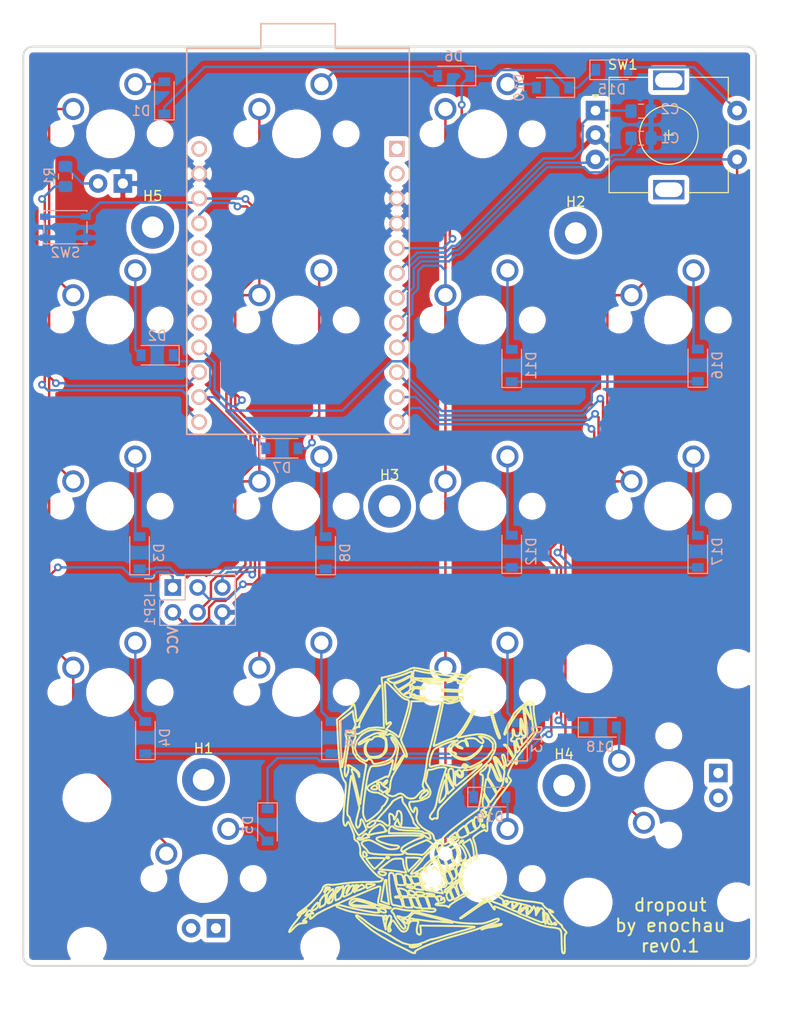
<source format=kicad_pcb>
(kicad_pcb (version 20171130) (host pcbnew "(5.1.7)-1")
  (layers (0 F.Cu signal) (31 B.Cu signal) (34 B.Paste user) (35 F.Paste user) (36 B.SilkS user) (37 F.SilkS user) (38 B.Mask user) (39 F.Mask user) (44 Edge.Cuts user))
  (net 0 "")
  (net 1 "Net-(D1-Pad2)")
  (net 2 ROW0)
  (net 3 "Net-(D2-Pad2)")
  (net 4 ROW1)
  (net 5 "Net-(D3-Pad2)")
  (net 6 ROW2)
  (net 7 "Net-(D4-Pad2)")
  (net 8 ROW3)
  (net 9 "Net-(D5-Pad2)")
  (net 10 ROW4)
  (net 11 "Net-(D6-Pad2)")
  (net 12 "Net-(D7-Pad2)")
  (net 13 "Net-(D8-Pad2)")
  (net 14 "Net-(D9-Pad2)")
  (net 15 "Net-(D10-Pad2)")
  (net 16 "Net-(D11-Pad2)")
  (net 17 "Net-(D12-Pad2)")
  (net 18 "Net-(D13-Pad2)")
  (net 19 "Net-(D14-Pad2)")
  (net 20 "Net-(D15-Pad2)")
  (net 21 "Net-(D16-Pad2)")
  (net 22 "Net-(D17-Pad2)")
  (net 23 "Net-(D18-Pad2)")
  (net 24 COL0)
  (net 25 COL2)
  (net 26 COL1)
  (net 27 COL3)
  (net 28 GND)
  (net 29 "Net-(K-NUM1-Pad3)")
  (net 30 NUMLED)
  (net 31 ROT-A)
  (net 32 ROT-B)
  (net 33 VCC)
  (net 34 RESET)
  (module Capacitor_SMD:C_0805_2012Metric_Pad1.15x1.40mm_HandSolder (layer B.Cu) (at 155.972006 57.3532)
    (fp_text reference C2 (at 2.976565 -0.203152 180) (layer B.SilkS) (effects (justify mirror)))
    (fp_text value 10nF)
    (pad 2 smd roundrect (at 1.025 0) (size 1.15 1.4) (layers B.Cu B.Paste B.Mask) (roundrect_rratio 0.2173904347826087) (net 28 GND))
    (pad 1 smd roundrect (at -1.025 0) (size 1.15 1.4) (layers B.Cu B.Paste B.Mask) (roundrect_rratio 0.2173904347826087) (net 31 ROT-A))
  )
  (module Capacitor_SMD:C_0805_2012Metric_Pad1.15x1.40mm_HandSolder (layer B.Cu) (at 155.972006 60.126613 180)
    (fp_text reference C1 (at -2.976565 0 180) (layer B.SilkS) (effects (justify mirror)))
    (fp_text value 10nF)
    (pad 2 smd roundrect (at 1.025 0 180) (size 1.15 1.4) (layers B.Cu B.Paste B.Mask) (roundrect_rratio 0.2173904347826087) (net 32 ROT-B))
    (pad 1 smd roundrect (at -1.025 0 180) (size 1.15 1.4) (layers B.Cu B.Paste B.Mask) (roundrect_rratio 0.2173904347826087) (net 28 GND))
  )
  (module Diode_SMD:D_SOD-123 (layer B.Cu) (at 106.432931 82.327772 180)
    (fp_text reference D2 (at 0 2) (layer B.SilkS) (effects (justify mirror)))
    (fp_text value D)
    (pad 1 smd rect (at -1.65 0 180) (size 0.9 1.2) (layers B.Cu B.Paste B.Mask) (net 4 ROW1))
    (pad 2 smd rect (at 1.65 0 180) (size 0.9 1.2) (layers B.Cu B.Paste B.Mask) (net 3 "Net-(D2-Pad2)"))
  )
  (module MX_Only:MXOnly-1U-NoLED (layer F.Cu) (at 101.654508 78.725405)
    (fp_text reference K-7)
    (fp_text value MX-NoLED)
    (pad 2 thru_hole circle (at 2.54 -5.08) (size 2.25 2.25) (drill 1.47) (layers *.Cu B.Mask) (net 3 "Net-(D2-Pad2)"))
    (pad "" np_thru_hole circle (at 0 0) (size 3.9878 3.9878) (drill 3.9878) (layers *.Cu *.Mask))
    (pad 1 thru_hole circle (at -3.81 -2.54) (size 2.25 2.25) (drill 1.47) (layers *.Cu B.Mask) (net 24 COL0))
    (pad "" np_thru_hole circle (at -5.08 0 48.0996) (size 1.75 1.75) (drill 1.75) (layers *.Cu *.Mask))
    (pad "" np_thru_hole circle (at 5.08 0 48.0996) (size 1.75 1.75) (drill 1.75) (layers *.Cu *.Mask))
  )
  (module MX_Only:MXOnly-1U-NoLED (layer F.Cu) (at 139.754508 59.675405)
    (fp_text reference K-STAR1)
    (fp_text value MX-NoLED)
    (pad 2 thru_hole circle (at 2.54 -5.08) (size 2.25 2.25) (drill 1.47) (layers *.Cu B.Mask) (net 15 "Net-(D10-Pad2)"))
    (pad "" np_thru_hole circle (at 0 0) (size 3.9878 3.9878) (drill 3.9878) (layers *.Cu *.Mask))
    (pad 1 thru_hole circle (at -3.81 -2.54) (size 2.25 2.25) (drill 1.47) (layers *.Cu B.Mask) (net 25 COL2))
    (pad "" np_thru_hole circle (at -5.08 0 48.0996) (size 1.75 1.75) (drill 1.75) (layers *.Cu *.Mask))
    (pad "" np_thru_hole circle (at 5.08 0 48.0996) (size 1.75 1.75) (drill 1.75) (layers *.Cu *.Mask))
  )
  (module Diode_SMD:D_SOD-123 (layer B.Cu) (at 107.164183 55.998061 90)
    (fp_text reference D1 (at -1.326565 -2.381252 180) (layer B.SilkS) (effects (justify mirror)))
    (fp_text value D)
    (pad 2 smd rect (at 1.65 0 90) (size 0.9 1.2) (layers B.Cu B.Paste B.Mask) (net 1 "Net-(D1-Pad2)"))
    (pad 1 smd rect (at -1.65 0 90) (size 0.9 1.2) (layers B.Cu B.Paste B.Mask) (net 2 ROW0))
  )
  (module Connector_PinHeader_2.54mm:PinHeader_2x03_P2.54mm_Vertical (layer B.Cu) (at 108.032 106.094 270)
    (fp_text reference J-ISP1 (at 1.27 2.33 90) (layer B.SilkS) (effects (justify mirror)))
    (fp_text value Conn_02x03_Counter_Clockwise)
    (pad 6 thru_hole oval (at 2.54 -5.08 270) (size 1.7 1.7) (drill 1) (layers *.Cu *.Mask) (net 28 GND))
    (pad 5 thru_hole oval (at 0 -5.08 270) (size 1.7 1.7) (drill 1) (layers *.Cu *.Mask) (net 34 RESET))
    (pad 4 thru_hole oval (at 2.54 -2.54 270) (size 1.7 1.7) (drill 1) (layers *.Cu *.Mask) (net 4 ROW1))
    (pad 3 thru_hole oval (at 0 -2.54 270) (size 1.7 1.7) (drill 1) (layers *.Cu *.Mask) (net 26 COL1))
    (pad 2 thru_hole oval (at 2.54 0 270) (size 1.7 1.7) (drill 1) (layers *.Cu *.Mask) (net 33 VCC))
    (pad 1 thru_hole rect (at 0 0 270) (size 1.7 1.7) (drill 1) (layers *.Cu *.Mask) (net 24 COL0))
  )
  (module promicro:ProMicro_MiniUsb (layer B.Cu) (at 120.856382 75.184016 270)
    (fp_text reference U1 hide)
    (fp_text value ProMicro)
    (pad 1 thru_hole rect (at -13.97 -10.12 270) (size 1.6 1.6) (drill 1.1) (layers *.Cu *.Mask B.SilkS))
    (pad 2 thru_hole circle (at -11.43 -10.12 270) (size 1.6 1.6) (drill 1.1) (layers *.Cu *.Mask B.SilkS))
    (pad 3 thru_hole circle (at -8.89 -10.12 270) (size 1.6 1.6) (drill 1.1) (layers *.Cu *.Mask B.SilkS) (net 28 GND))
    (pad 4 thru_hole circle (at -6.35 -10.12 270) (size 1.6 1.6) (drill 1.1) (layers *.Cu *.Mask B.SilkS) (net 28 GND))
    (pad 5 thru_hole circle (at -3.81 -10.12 270) (size 1.6 1.6) (drill 1.1) (layers *.Cu *.Mask B.SilkS) (net 2 ROW0))
    (pad 6 thru_hole circle (at -1.27 -10.12 270) (size 1.6 1.6) (drill 1.1) (layers *.Cu *.Mask B.SilkS) (net 31 ROT-A))
    (pad 7 thru_hole circle (at 1.27 -10.12 270) (size 1.6 1.6) (drill 1.1) (layers *.Cu *.Mask B.SilkS) (net 32 ROT-B))
    (pad 8 thru_hole circle (at 3.81 -10.12 270) (size 1.6 1.6) (drill 1.1) (layers *.Cu *.Mask B.SilkS) (net 27 COL3))
    (pad 9 thru_hole circle (at 6.35 -10.12 270) (size 1.6 1.6) (drill 1.1) (layers *.Cu *.Mask B.SilkS) (net 25 COL2))
    (pad 10 thru_hole circle (at 8.89 -10.12 270) (size 1.6 1.6) (drill 1.1) (layers *.Cu *.Mask B.SilkS) (net 6 ROW2))
    (pad 11 thru_hole circle (at 11.43 -10.12 270) (size 1.6 1.6) (drill 1.1) (layers *.Cu *.Mask B.SilkS) (net 8 ROW3))
    (pad 12 thru_hole circle (at 13.97 -10.12 270) (size 1.6 1.6) (drill 1.1) (layers *.Cu *.Mask B.SilkS) (net 10 ROW4))
    (pad 13 thru_hole circle (at 13.97 10.12 270) (size 1.6 1.6) (drill 1.1) (layers *.Cu *.Mask B.SilkS) (net 30 NUMLED))
    (pad 14 thru_hole circle (at 11.43 10.12 270) (size 1.6 1.6) (drill 1.1) (layers *.Cu *.Mask B.SilkS) (net 4 ROW1))
    (pad 15 thru_hole circle (at 8.89 10.12 270) (size 1.6 1.6) (drill 1.1) (layers *.Cu *.Mask B.SilkS) (net 24 COL0))
    (pad 16 thru_hole circle (at 6.35 10.12 270) (size 1.6 1.6) (drill 1.1) (layers *.Cu *.Mask B.SilkS) (net 26 COL1))
    (pad 17 thru_hole circle (at 3.81 10.12 270) (size 1.6 1.6) (drill 1.1) (layers *.Cu *.Mask B.SilkS))
    (pad 18 thru_hole circle (at 1.27 10.12 270) (size 1.6 1.6) (drill 1.1) (layers *.Cu *.Mask B.SilkS))
    (pad 19 thru_hole circle (at -1.27 10.12 270) (size 1.6 1.6) (drill 1.1) (layers *.Cu *.Mask B.SilkS))
    (pad 20 thru_hole circle (at -3.81 10.12 270) (size 1.6 1.6) (drill 1.1) (layers *.Cu *.Mask B.SilkS))
    (pad 21 thru_hole circle (at -6.35 10.12 270) (size 1.6 1.6) (drill 1.1) (layers *.Cu *.Mask B.SilkS) (net 33 VCC))
    (pad 22 thru_hole circle (at -8.89 10.12 270) (size 1.6 1.6) (drill 1.1) (layers *.Cu *.Mask B.SilkS) (net 34 RESET))
    (pad 23 thru_hole circle (at -11.43 10.12 270) (size 1.6 1.6) (drill 1.1) (layers *.Cu *.Mask B.SilkS) (net 28 GND))
    (pad 24 thru_hole circle (at -13.97 10.12 270) (size 1.6 1.6) (drill 1.1) (layers *.Cu *.Mask B.SilkS))
  )
  (module MX_Only:MXOnly-1U-NoLED (layer F.Cu) (at 120.704508 78.725405)
    (fp_text reference K-8)
    (fp_text value MX-NoLED)
    (pad 2 thru_hole circle (at 2.54 -5.08) (size 2.25 2.25) (drill 1.47) (layers *.Cu B.Mask) (net 12 "Net-(D7-Pad2)"))
    (pad "" np_thru_hole circle (at 0 0) (size 3.9878 3.9878) (drill 3.9878) (layers *.Cu *.Mask))
    (pad 1 thru_hole circle (at -3.81 -2.54) (size 2.25 2.25) (drill 1.47) (layers *.Cu B.Mask) (net 26 COL1))
    (pad "" np_thru_hole circle (at -5.08 0 48.0996) (size 1.75 1.75) (drill 1.75) (layers *.Cu *.Mask))
    (pad "" np_thru_hole circle (at 5.08 0 48.0996) (size 1.75 1.75) (drill 1.75) (layers *.Cu *.Mask))
  )
  (module MX_Only:MXOnly-2U-ReversedStabilizers (layer F.Cu) (at 158.804508 126.350405 90)
    (fp_text reference K-ENT1)
    (fp_text value MX-NoLED)
    (pad "" np_thru_hole circle (at 11.938 -8.255 90) (size 3.9878 3.9878) (drill 3.9878) (layers *.Cu *.Mask))
    (pad "" np_thru_hole circle (at -11.938 -8.255 90) (size 3.9878 3.9878) (drill 3.9878) (layers *.Cu *.Mask))
    (pad "" np_thru_hole circle (at 11.938 6.985 90) (size 3.048 3.048) (drill 3.048) (layers *.Cu *.Mask))
    (pad "" np_thru_hole circle (at -11.938 6.985 90) (size 3.048 3.048) (drill 3.048) (layers *.Cu *.Mask))
    (pad "" np_thru_hole circle (at 5.08 0 138.0996) (size 1.75 1.75) (drill 1.75) (layers *.Cu *.Mask))
    (pad "" np_thru_hole circle (at -5.08 0 138.0996) (size 1.75 1.75) (drill 1.75) (layers *.Cu *.Mask))
    (pad 4 thru_hole rect (at 1.27 5.08 90) (size 1.905 1.905) (drill 1.04) (layers *.Cu B.Mask))
    (pad 3 thru_hole circle (at -1.27 5.08 90) (size 1.905 1.905) (drill 1.04) (layers *.Cu B.Mask))
    (pad 1 thru_hole circle (at -3.81 -2.54 90) (size 2.25 2.25) (drill 1.47) (layers *.Cu B.Mask) (net 27 COL3))
    (pad "" np_thru_hole circle (at 0 0 90) (size 3.9878 3.9878) (drill 3.9878) (layers *.Cu *.Mask))
    (pad 2 thru_hole circle (at 2.54 -5.08 90) (size 2.25 2.25) (drill 1.47) (layers *.Cu B.Mask) (net 23 "Net-(D18-Pad2)"))
  )
  (module MX_Only:MXOnly-2U-ReversedStabilizers (layer F.Cu) (at 111.179508 135.875405)
    (fp_text reference K-0)
    (fp_text value MX-NoLED)
    (pad "" np_thru_hole circle (at 11.938 -8.255) (size 3.9878 3.9878) (drill 3.9878) (layers *.Cu *.Mask))
    (pad "" np_thru_hole circle (at -11.938 -8.255) (size 3.9878 3.9878) (drill 3.9878) (layers *.Cu *.Mask))
    (pad "" np_thru_hole circle (at 11.938 6.985) (size 3.048 3.048) (drill 3.048) (layers *.Cu *.Mask))
    (pad "" np_thru_hole circle (at -11.938 6.985) (size 3.048 3.048) (drill 3.048) (layers *.Cu *.Mask))
    (pad "" np_thru_hole circle (at 5.08 0 48.0996) (size 1.75 1.75) (drill 1.75) (layers *.Cu *.Mask))
    (pad "" np_thru_hole circle (at -5.08 0 48.0996) (size 1.75 1.75) (drill 1.75) (layers *.Cu *.Mask))
    (pad 4 thru_hole rect (at 1.27 5.08) (size 1.905 1.905) (drill 1.04) (layers *.Cu B.Mask))
    (pad 3 thru_hole circle (at -1.27 5.08) (size 1.905 1.905) (drill 1.04) (layers *.Cu B.Mask))
    (pad 1 thru_hole circle (at -3.81 -2.54) (size 2.25 2.25) (drill 1.47) (layers *.Cu B.Mask) (net 24 COL0))
    (pad "" np_thru_hole circle (at 0 0) (size 3.9878 3.9878) (drill 3.9878) (layers *.Cu *.Mask))
    (pad 2 thru_hole circle (at 2.54 -5.08) (size 2.25 2.25) (drill 1.47) (layers *.Cu B.Mask) (net 9 "Net-(D5-Pad2)"))
  )
  (module Diode_SMD:D_SOD-123 (layer B.Cu) (at 136.793894 53.752748 180)
    (fp_text reference D6 (at 0 2) (layer B.SilkS) (effects (justify mirror)))
    (fp_text value D)
    (pad 2 smd rect (at 1.65 0 180) (size 0.9 1.2) (layers B.Cu B.Paste B.Mask) (net 11 "Net-(D6-Pad2)"))
    (pad 1 smd rect (at -1.65 0 180) (size 0.9 1.2) (layers B.Cu B.Paste B.Mask) (net 2 ROW0))
  )
  (module Button_Switch_SMD:SW_SPST_PTS810 (layer B.Cu) (at 97.043862 69.230886)
    (fp_text reference SW2 (at 0 2.6) (layer B.SilkS) (effects (justify mirror)))
    (fp_text value SW_Push)
    (pad 2 smd rect (at 2.075 -1.075) (size 1.05 0.65) (layers B.Cu B.Paste B.Mask) (net 34 RESET))
    (pad 2 smd rect (at -2.075 -1.075) (size 1.05 0.65) (layers B.Cu B.Paste B.Mask) (net 34 RESET))
    (pad 1 smd rect (at 2.075 1.075) (size 1.05 0.65) (layers B.Cu B.Paste B.Mask) (net 28 GND))
    (pad 1 smd rect (at -2.075 1.075) (size 1.05 0.65) (layers B.Cu B.Paste B.Mask) (net 28 GND))
  )
  (module Rotary_Encoder:RotaryEncoder_Alps_EC11E-Switch_Vertical_H20mm (layer F.Cu) (at 151.304508 57.294155)
    (fp_text reference SW1 (at 2.8 -4.7) (layer F.SilkS))
    (fp_text value Rotary_Encoder_Switch)
    (pad A thru_hole rect (at 0 0) (size 2 2) (drill 1) (layers *.Cu *.Mask) (net 31 ROT-A))
    (pad C thru_hole circle (at 0 2.5) (size 2 2) (drill 1) (layers *.Cu *.Mask) (net 28 GND))
    (pad B thru_hole circle (at 0 5) (size 2 2) (drill 1) (layers *.Cu *.Mask) (net 32 ROT-B))
    (pad MP thru_hole rect (at 7.5 -3.1) (size 3.2 2) (drill oval 2.8 1.5) (layers *.Cu *.Mask))
    (pad MP thru_hole rect (at 7.5 8.1) (size 3.2 2) (drill oval 2.8 1.5) (layers *.Cu *.Mask))
    (pad S2 thru_hole circle (at 14.5 0) (size 2 2) (drill 1) (layers *.Cu *.Mask) (net 20 "Net-(D15-Pad2)"))
    (pad S1 thru_hole circle (at 14.5 5) (size 2 2) (drill 1) (layers *.Cu *.Mask) (net 27 COL3))
  )
  (module Resistor_SMD:R_0805_2012Metric_Pad1.15x1.40mm_HandSolder (layer B.Cu) (at 97.043862 64.038695 270)
    (fp_text reference R1 (at 0 1.65 90) (layer B.SilkS) (effects (justify mirror)))
    (fp_text value 330)
    (pad 2 smd roundrect (at 1.025 0 270) (size 1.15 1.4) (layers B.Cu B.Paste B.Mask) (roundrect_rratio 0.2173904347826087) (net 30 NUMLED))
    (pad 1 smd roundrect (at -1.025 0 270) (size 1.15 1.4) (layers B.Cu B.Paste B.Mask) (roundrect_rratio 0.2173904347826087) (net 29 "Net-(K-NUM1-Pad3)"))
  )
  (module MX_Only:MXOnly-1U-NoLED (layer F.Cu) (at 158.804508 97.775405)
    (fp_text reference K-PLUS1)
    (fp_text value MX-NoLED)
    (pad 2 thru_hole circle (at 2.54 -5.08) (size 2.25 2.25) (drill 1.47) (layers *.Cu B.Mask) (net 22 "Net-(D17-Pad2)"))
    (pad "" np_thru_hole circle (at 0 0) (size 3.9878 3.9878) (drill 3.9878) (layers *.Cu *.Mask))
    (pad 1 thru_hole circle (at -3.81 -2.54) (size 2.25 2.25) (drill 1.47) (layers *.Cu B.Mask) (net 27 COL3))
    (pad "" np_thru_hole circle (at -5.08 0 48.0996) (size 1.75 1.75) (drill 1.75) (layers *.Cu *.Mask))
    (pad "" np_thru_hole circle (at 5.08 0 48.0996) (size 1.75 1.75) (drill 1.75) (layers *.Cu *.Mask))
  )
  (module MX_Only:MXOnly-1U (layer F.Cu) (at 101.654508 59.675405)
    (fp_text reference K-NUM1)
    (fp_text value MX-LED)
    (pad "" np_thru_hole circle (at 5.08 0 48.0996) (size 1.75 1.75) (drill 1.75) (layers *.Cu *.Mask))
    (pad "" np_thru_hole circle (at -5.08 0 48.0996) (size 1.75 1.75) (drill 1.75) (layers *.Cu *.Mask))
    (pad 4 thru_hole rect (at 1.27 5.08) (size 1.905 1.905) (drill 1.04) (layers *.Cu B.Mask) (net 28 GND))
    (pad 3 thru_hole circle (at -1.27 5.08) (size 1.905 1.905) (drill 1.04) (layers *.Cu B.Mask) (net 29 "Net-(K-NUM1-Pad3)"))
    (pad 1 thru_hole circle (at -3.81 -2.54) (size 2.25 2.25) (drill 1.47) (layers *.Cu B.Mask) (net 24 COL0))
    (pad "" np_thru_hole circle (at 0 0) (size 3.9878 3.9878) (drill 3.9878) (layers *.Cu *.Mask))
    (pad 2 thru_hole circle (at 2.54 -5.08) (size 2.25 2.25) (drill 1.47) (layers *.Cu B.Mask) (net 1 "Net-(D1-Pad2)"))
  )
  (module MX_Only:MXOnly-1U-NoLED (layer F.Cu) (at 158.804508 78.725405)
    (fp_text reference K-MIN1)
    (fp_text value MX-NoLED)
    (pad 2 thru_hole circle (at 2.54 -5.08) (size 2.25 2.25) (drill 1.47) (layers *.Cu B.Mask) (net 21 "Net-(D16-Pad2)"))
    (pad "" np_thru_hole circle (at 0 0) (size 3.9878 3.9878) (drill 3.9878) (layers *.Cu *.Mask))
    (pad 1 thru_hole circle (at -3.81 -2.54) (size 2.25 2.25) (drill 1.47) (layers *.Cu B.Mask) (net 27 COL3))
    (pad "" np_thru_hole circle (at -5.08 0 48.0996) (size 1.75 1.75) (drill 1.75) (layers *.Cu *.Mask))
    (pad "" np_thru_hole circle (at 5.08 0 48.0996) (size 1.75 1.75) (drill 1.75) (layers *.Cu *.Mask))
  )
  (module MX_Only:MXOnly-1U-NoLED (layer F.Cu) (at 139.754508 135.875405)
    (fp_text reference K-DEL1)
    (fp_text value MX-NoLED)
    (pad 2 thru_hole circle (at 2.54 -5.08) (size 2.25 2.25) (drill 1.47) (layers *.Cu B.Mask) (net 19 "Net-(D14-Pad2)"))
    (pad "" np_thru_hole circle (at 0 0) (size 3.9878 3.9878) (drill 3.9878) (layers *.Cu *.Mask))
    (pad 1 thru_hole circle (at -3.81 -2.54) (size 2.25 2.25) (drill 1.47) (layers *.Cu B.Mask) (net 25 COL2))
    (pad "" np_thru_hole circle (at -5.08 0 48.0996) (size 1.75 1.75) (drill 1.75) (layers *.Cu *.Mask))
    (pad "" np_thru_hole circle (at 5.08 0 48.0996) (size 1.75 1.75) (drill 1.75) (layers *.Cu *.Mask))
  )
  (module MX_Only:MXOnly-1U-NoLED (layer F.Cu) (at 120.704508 59.675405)
    (fp_text reference K-/1)
    (fp_text value MX-NoLED)
    (pad 2 thru_hole circle (at 2.54 -5.08) (size 2.25 2.25) (drill 1.47) (layers *.Cu B.Mask) (net 11 "Net-(D6-Pad2)"))
    (pad "" np_thru_hole circle (at 0 0) (size 3.9878 3.9878) (drill 3.9878) (layers *.Cu *.Mask))
    (pad 1 thru_hole circle (at -3.81 -2.54) (size 2.25 2.25) (drill 1.47) (layers *.Cu B.Mask) (net 26 COL1))
    (pad "" np_thru_hole circle (at -5.08 0 48.0996) (size 1.75 1.75) (drill 1.75) (layers *.Cu *.Mask))
    (pad "" np_thru_hole circle (at 5.08 0 48.0996) (size 1.75 1.75) (drill 1.75) (layers *.Cu *.Mask))
  )
  (module MX_Only:MXOnly-1U-NoLED (layer F.Cu) (at 139.754508 78.725405)
    (fp_text reference K-9)
    (fp_text value MX-NoLED)
    (pad 2 thru_hole circle (at 2.54 -5.08) (size 2.25 2.25) (drill 1.47) (layers *.Cu B.Mask) (net 16 "Net-(D11-Pad2)"))
    (pad "" np_thru_hole circle (at 0 0) (size 3.9878 3.9878) (drill 3.9878) (layers *.Cu *.Mask))
    (pad 1 thru_hole circle (at -3.81 -2.54) (size 2.25 2.25) (drill 1.47) (layers *.Cu B.Mask) (net 25 COL2))
    (pad "" np_thru_hole circle (at -5.08 0 48.0996) (size 1.75 1.75) (drill 1.75) (layers *.Cu *.Mask))
    (pad "" np_thru_hole circle (at 5.08 0 48.0996) (size 1.75 1.75) (drill 1.75) (layers *.Cu *.Mask))
  )
  (module MX_Only:MXOnly-1U-NoLED (layer F.Cu) (at 139.754508 97.775405)
    (fp_text reference K-6)
    (fp_text value MX-NoLED)
    (pad 2 thru_hole circle (at 2.54 -5.08) (size 2.25 2.25) (drill 1.47) (layers *.Cu B.Mask) (net 17 "Net-(D12-Pad2)"))
    (pad "" np_thru_hole circle (at 0 0) (size 3.9878 3.9878) (drill 3.9878) (layers *.Cu *.Mask))
    (pad 1 thru_hole circle (at -3.81 -2.54) (size 2.25 2.25) (drill 1.47) (layers *.Cu B.Mask) (net 25 COL2))
    (pad "" np_thru_hole circle (at -5.08 0 48.0996) (size 1.75 1.75) (drill 1.75) (layers *.Cu *.Mask))
    (pad "" np_thru_hole circle (at 5.08 0 48.0996) (size 1.75 1.75) (drill 1.75) (layers *.Cu *.Mask))
  )
  (module MX_Only:MXOnly-1U-NoLED (layer F.Cu) (at 120.704508 97.775405)
    (fp_text reference K-5)
    (fp_text value MX-NoLED)
    (pad 2 thru_hole circle (at 2.54 -5.08) (size 2.25 2.25) (drill 1.47) (layers *.Cu B.Mask) (net 13 "Net-(D8-Pad2)"))
    (pad "" np_thru_hole circle (at 0 0) (size 3.9878 3.9878) (drill 3.9878) (layers *.Cu *.Mask))
    (pad 1 thru_hole circle (at -3.81 -2.54) (size 2.25 2.25) (drill 1.47) (layers *.Cu B.Mask) (net 26 COL1))
    (pad "" np_thru_hole circle (at -5.08 0 48.0996) (size 1.75 1.75) (drill 1.75) (layers *.Cu *.Mask))
    (pad "" np_thru_hole circle (at 5.08 0 48.0996) (size 1.75 1.75) (drill 1.75) (layers *.Cu *.Mask))
  )
  (module MX_Only:MXOnly-1U-NoLED (layer F.Cu) (at 101.654508 97.775405)
    (fp_text reference K-4)
    (fp_text value MX-NoLED)
    (pad 2 thru_hole circle (at 2.54 -5.08) (size 2.25 2.25) (drill 1.47) (layers *.Cu B.Mask) (net 5 "Net-(D3-Pad2)"))
    (pad "" np_thru_hole circle (at 0 0) (size 3.9878 3.9878) (drill 3.9878) (layers *.Cu *.Mask))
    (pad 1 thru_hole circle (at -3.81 -2.54) (size 2.25 2.25) (drill 1.47) (layers *.Cu B.Mask) (net 24 COL0))
    (pad "" np_thru_hole circle (at -5.08 0 48.0996) (size 1.75 1.75) (drill 1.75) (layers *.Cu *.Mask))
    (pad "" np_thru_hole circle (at 5.08 0 48.0996) (size 1.75 1.75) (drill 1.75) (layers *.Cu *.Mask))
  )
  (module MX_Only:MXOnly-1U-NoLED (layer F.Cu) (at 101.654516 116.825381)
    (fp_text reference K-1)
    (fp_text value MX-NoLED)
    (pad 2 thru_hole circle (at 2.54 -5.08) (size 2.25 2.25) (drill 1.47) (layers *.Cu B.Mask) (net 7 "Net-(D4-Pad2)"))
    (pad "" np_thru_hole circle (at 0 0) (size 3.9878 3.9878) (drill 3.9878) (layers *.Cu *.Mask))
    (pad 1 thru_hole circle (at -3.81 -2.54) (size 2.25 2.25) (drill 1.47) (layers *.Cu B.Mask) (net 24 COL0))
    (pad "" np_thru_hole circle (at -5.08 0 48.0996) (size 1.75 1.75) (drill 1.75) (layers *.Cu *.Mask))
    (pad "" np_thru_hole circle (at 5.08 0 48.0996) (size 1.75 1.75) (drill 1.75) (layers *.Cu *.Mask))
  )
  (module MX_Only:MXOnly-1U-NoLED (layer F.Cu) (at 120.704508 116.825405)
    (fp_text reference K-2)
    (fp_text value MX-NoLED)
    (pad 2 thru_hole circle (at 2.54 -5.08) (size 2.25 2.25) (drill 1.47) (layers *.Cu B.Mask) (net 14 "Net-(D9-Pad2)"))
    (pad "" np_thru_hole circle (at 0 0) (size 3.9878 3.9878) (drill 3.9878) (layers *.Cu *.Mask))
    (pad 1 thru_hole circle (at -3.81 -2.54) (size 2.25 2.25) (drill 1.47) (layers *.Cu B.Mask) (net 26 COL1))
    (pad "" np_thru_hole circle (at -5.08 0 48.0996) (size 1.75 1.75) (drill 1.75) (layers *.Cu *.Mask))
    (pad "" np_thru_hole circle (at 5.08 0 48.0996) (size 1.75 1.75) (drill 1.75) (layers *.Cu *.Mask))
  )
  (module MX_Only:MXOnly-1U-NoLED (layer F.Cu) (at 139.754548 116.825381)
    (fp_text reference K-3)
    (fp_text value MX-NoLED)
    (pad 2 thru_hole circle (at 2.54 -5.08) (size 2.25 2.25) (drill 1.47) (layers *.Cu B.Mask) (net 18 "Net-(D13-Pad2)"))
    (pad "" np_thru_hole circle (at 0 0) (size 3.9878 3.9878) (drill 3.9878) (layers *.Cu *.Mask))
    (pad 1 thru_hole circle (at -3.81 -2.54) (size 2.25 2.25) (drill 1.47) (layers *.Cu B.Mask) (net 25 COL2))
    (pad "" np_thru_hole circle (at -5.08 0 48.0996) (size 1.75 1.75) (drill 1.75) (layers *.Cu *.Mask))
    (pad "" np_thru_hole circle (at 5.08 0 48.0996) (size 1.75 1.75) (drill 1.75) (layers *.Cu *.Mask))
  )
  (module MountingHole:MountingHole_2.2mm_M2_Pad (layer F.Cu) (at 105.973557 69.230886)
    (fp_text reference H5 (at 0 -3.2) (layer F.SilkS))
    (fp_text value MountingHole)
    (pad 1 thru_hole circle (at 0 0) (size 4.4 4.4) (drill 2.2) (layers *.Cu *.Mask))
  )
  (module MountingHole:MountingHole_2.2mm_M2_Pad (layer F.Cu) (at 148.08893 126.350389)
    (fp_text reference H4 (at 0 -3.2) (layer F.SilkS))
    (fp_text value MountingHole)
    (pad 1 thru_hole circle (at 0 0) (size 4.4 4.4) (drill 2.2) (layers *.Cu *.Mask))
  )
  (module MountingHole:MountingHole_2.2mm_M2_Pad (layer F.Cu) (at 130.22954 97.775365)
    (fp_text reference H3 (at 0 -3.2) (layer F.SilkS))
    (fp_text value MountingHole)
    (pad 1 thru_hole circle (at 0 0) (size 4.4 4.4) (drill 2.2) (layers *.Cu *.Mask))
  )
  (module MountingHole:MountingHole_2.2mm_M2_Pad (layer F.Cu) (at 149.279556 69.826199)
    (fp_text reference H2 (at 0 -3.2) (layer F.SilkS))
    (fp_text value MountingHole)
    (pad 1 thru_hole circle (at 0 0) (size 4.4 4.4) (drill 2.2) (layers *.Cu *.Mask))
  )
  (module MountingHole:MountingHole_2.2mm_M2_Pad (layer F.Cu) (at 111.179524 125.755076)
    (fp_text reference H1 (at 0 -3.2) (layer F.SilkS))
    (fp_text value MountingHole)
    (pad 1 thru_hole circle (at 0 0) (size 4.4 4.4) (drill 2.2) (layers *.Cu *.Mask))
  )
  (module Diode_SMD:D_SOD-123 (layer B.Cu) (at 151.796747 120.397259)
    (fp_text reference D18 (at 0 2) (layer B.SilkS) (effects (justify mirror)))
    (fp_text value D)
    (pad 2 smd rect (at 1.65 0) (size 0.9 1.2) (layers B.Cu B.Paste B.Mask) (net 23 "Net-(D18-Pad2)"))
    (pad 1 smd rect (at -1.65 0) (size 0.9 1.2) (layers B.Cu B.Paste B.Mask) (net 8 ROW3))
  )
  (module Diode_SMD:D_SOD-123 (layer B.Cu) (at 161.781129 102.40193 90)
    (fp_text reference D17 (at 0 2 90) (layer B.SilkS) (effects (justify mirror)))
    (fp_text value D)
    (pad 2 smd rect (at 1.65 0 90) (size 0.9 1.2) (layers B.Cu B.Paste B.Mask) (net 22 "Net-(D17-Pad2)"))
    (pad 1 smd rect (at -1.65 0 90) (size 0.9 1.2) (layers B.Cu B.Paste B.Mask) (net 6 ROW2))
  )
  (module Diode_SMD:D_SOD-123 (layer B.Cu) (at 161.781129 83.351914 90)
    (fp_text reference D16 (at 0 2 90) (layer B.SilkS) (effects (justify mirror)))
    (fp_text value D)
    (pad 2 smd rect (at 1.65 0 90) (size 0.9 1.2) (layers B.Cu B.Paste B.Mask) (net 21 "Net-(D16-Pad2)"))
    (pad 1 smd rect (at -1.65 0 90) (size 0.9 1.2) (layers B.Cu B.Paste B.Mask) (net 4 ROW1))
  )
  (module Diode_SMD:D_SOD-123 (layer B.Cu) (at 152.987373 53.12689)
    (fp_text reference D15 (at 0 2) (layer B.SilkS) (effects (justify mirror)))
    (fp_text value D)
    (pad 2 smd rect (at 1.65 0) (size 0.9 1.2) (layers B.Cu B.Paste B.Mask) (net 20 "Net-(D15-Pad2)"))
    (pad 1 smd rect (at -1.65 0) (size 0.9 1.2) (layers B.Cu B.Paste B.Mask) (net 2 ROW0))
  )
  (module Diode_SMD:D_SOD-123 (layer B.Cu) (at 140.4858 127.541015)
    (fp_text reference D14 (at 0 2) (layer B.SilkS) (effects (justify mirror)))
    (fp_text value D)
    (pad 2 smd rect (at 1.65 0) (size 0.9 1.2) (layers B.Cu B.Paste B.Mask) (net 19 "Net-(D14-Pad2)"))
    (pad 1 smd rect (at -1.65 0) (size 0.9 1.2) (layers B.Cu B.Paste B.Mask) (net 10 ROW4))
  )
  (module Diode_SMD:D_SOD-123 (layer B.Cu) (at 143.326426 121.587885 90)
    (fp_text reference D13 (at 0 2 90) (layer B.SilkS) (effects (justify mirror)))
    (fp_text value D)
    (pad 2 smd rect (at 1.65 0 90) (size 0.9 1.2) (layers B.Cu B.Paste B.Mask) (net 18 "Net-(D13-Pad2)"))
    (pad 1 smd rect (at -1.65 0 90) (size 0.9 1.2) (layers B.Cu B.Paste B.Mask) (net 8 ROW3))
  )
  (module Diode_SMD:D_SOD-123 (layer B.Cu) (at 142.731113 102.40193 90)
    (fp_text reference D12 (at 0 2 90) (layer B.SilkS) (effects (justify mirror)))
    (fp_text value D)
    (pad 2 smd rect (at 1.65 0 90) (size 0.9 1.2) (layers B.Cu B.Paste B.Mask) (net 17 "Net-(D12-Pad2)"))
    (pad 1 smd rect (at -1.65 0 90) (size 0.9 1.2) (layers B.Cu B.Paste B.Mask) (net 6 ROW2))
  )
  (module Diode_SMD:D_SOD-123 (layer B.Cu) (at 142.731113 83.382459 90)
    (fp_text reference D11 (at 0 2 90) (layer B.SilkS) (effects (justify mirror)))
    (fp_text value D)
    (pad 2 smd rect (at 1.65 0 90) (size 0.9 1.2) (layers B.Cu B.Paste B.Mask) (net 16 "Net-(D11-Pad2)"))
    (pad 1 smd rect (at -1.65 0 90) (size 0.9 1.2) (layers B.Cu B.Paste B.Mask) (net 4 ROW1))
  )
  (module Diode_SMD:D_SOD-123 (layer B.Cu) (at 146.914215 54.943374 180)
    (fp_text reference D10 (at 3.435939 0 270) (layer B.SilkS) (effects (justify mirror)))
    (fp_text value D)
    (pad 2 smd rect (at 1.65 0 180) (size 0.9 1.2) (layers B.Cu B.Paste B.Mask) (net 15 "Net-(D10-Pad2)"))
    (pad 1 smd rect (at -1.65 0 180) (size 0.9 1.2) (layers B.Cu B.Paste B.Mask) (net 2 ROW0))
  )
  (module Diode_SMD:D_SOD-123 (layer B.Cu) (at 124.27641 121.451946 90)
    (fp_text reference D9 (at 0 2 90) (layer B.SilkS) (effects (justify mirror)))
    (fp_text value D)
    (pad 2 smd rect (at 1.65 0 90) (size 0.9 1.2) (layers B.Cu B.Paste B.Mask) (net 14 "Net-(D9-Pad2)"))
    (pad 1 smd rect (at -1.65 0 90) (size 0.9 1.2) (layers B.Cu B.Paste B.Mask) (net 8 ROW3))
  )
  (module Diode_SMD:D_SOD-123 (layer B.Cu) (at 123.681097 102.537869 90)
    (fp_text reference D8 (at 0 2 90) (layer B.SilkS) (effects (justify mirror)))
    (fp_text value D)
    (pad 2 smd rect (at 1.65 0 90) (size 0.9 1.2) (layers B.Cu B.Paste B.Mask) (net 13 "Net-(D8-Pad2)"))
    (pad 1 smd rect (at -1.65 0 90) (size 0.9 1.2) (layers B.Cu B.Paste B.Mask) (net 6 ROW2))
  )
  (module Diode_SMD:D_SOD-123 (layer B.Cu) (at 119.206382 91.85278)
    (fp_text reference D7 (at 0 2) (layer B.SilkS) (effects (justify mirror)))
    (fp_text value D)
    (pad 2 smd rect (at 1.65 0) (size 0.9 1.2) (layers B.Cu B.Paste B.Mask) (net 12 "Net-(D7-Pad2)"))
    (pad 1 smd rect (at -1.65 0) (size 0.9 1.2) (layers B.Cu B.Paste B.Mask) (net 4 ROW1))
  )
  (module Diode_SMD:D_SOD-123 (layer B.Cu) (at 117.727967 130.381641 270)
    (fp_text reference D5 (at 0 2 90) (layer B.SilkS) (effects (justify mirror)))
    (fp_text value D)
    (pad 2 smd rect (at 1.65 0 270) (size 0.9 1.2) (layers B.Cu B.Paste B.Mask) (net 9 "Net-(D5-Pad2)"))
    (pad 1 smd rect (at -1.65 0 270) (size 0.9 1.2) (layers B.Cu B.Paste B.Mask) (net 10 ROW4))
  )
  (module Diode_SMD:D_SOD-123 (layer B.Cu) (at 105.226394 121.451946 90)
    (fp_text reference D4 (at 0 2 90) (layer B.SilkS) (effects (justify mirror)))
    (fp_text value D)
    (pad 2 smd rect (at 1.65 0 90) (size 0.9 1.2) (layers B.Cu B.Paste B.Mask) (net 7 "Net-(D4-Pad2)"))
    (pad 1 smd rect (at -1.65 0 90) (size 0.9 1.2) (layers B.Cu B.Paste B.Mask) (net 8 ROW3))
  )
  (module Diode_SMD:D_SOD-123 (layer B.Cu) (at 104.631081 102.537869 90)
    (fp_text reference D3 (at 0 2 90) (layer B.SilkS) (effects (justify mirror)))
    (fp_text value D)
    (pad 2 smd rect (at 1.65 0 90) (size 0.9 1.2) (layers B.Cu B.Paste B.Mask) (net 5 "Net-(D3-Pad2)"))
    (pad 1 smd rect (at -1.65 0 90) (size 0.9 1.2) (layers B.Cu B.Paste B.Mask) (net 6 ROW2))
  )
  (gr_text VCC (at 108.0516 111.506 90) (layer B.SilkS) (effects (font (size 1 1) (thickness 0.2)) (justify mirror)))
  (gr_line (start 139.976786 140.871008) (end 139.729811 140.982901) (layer F.SilkS) (width 0.2))
  (gr_line (start 147.036911 140.519446) (end 147.036911 140.501535) (layer F.SilkS) (width 0.2))
  (gr_line (start 140.797511 140.824621) (end 140.871611 140.814848) (layer F.SilkS) (width 0.2))
  (gr_line (start 146.516111 139.757723) (end 146.516111 139.793123) (layer F.SilkS) (width 0.2))
  (gr_line (start 139.849436 141.022373) (end 139.877861 141.006503) (layer F.SilkS) (width 0.2))
  (gr_line (start 139.641086 141.085036) (end 139.641086 141.085036) (layer F.SilkS) (width 0.2))
  (gr_line (start 147.130436 140.397368) (end 147.154136 140.397368) (layer F.SilkS) (width 0.2))
  (gr_line (start 140.828411 140.657791) (end 140.708786 140.679353) (layer F.SilkS) (width 0.2))
  (gr_line (start 139.729811 140.982901) (end 139.641086 141.0594) (layer F.SilkS) (width 0.2))
  (gr_line (start 141.693911 140.571526) (end 141.713486 140.540603) (layer F.SilkS) (width 0.2))
  (gr_line (start 147.225386 140.425853) (end 147.289211 140.485673) (layer F.SilkS) (width 0.2))
  (gr_line (start 147.064211 140.425853) (end 147.113786 140.397368) (layer F.SilkS) (width 0.2))
  (gr_line (start 141.353411 140.724113) (end 141.548711 140.667548) (layer F.SilkS) (width 0.2))
  (gr_line (start 140.214011 140.915363) (end 140.493986 140.864086) (layer F.SilkS) (width 0.2))
  (gr_line (start 139.702136 141.084631) (end 139.820561 141.037831) (layer F.SilkS) (width 0.2))
  (gr_line (start 146.370461 139.511956) (end 146.391161 139.529858) (layer F.SilkS) (width 0.2))
  (gr_line (start 147.304661 140.514151) (end 147.293261 140.573153) (layer F.SilkS) (width 0.2))
  (gr_line (start 147.084911 140.573153) (end 147.036911 140.519446) (layer F.SilkS) (width 0.2))
  (gr_line (start 140.828411 140.657791) (end 140.828411 140.657791) (layer F.SilkS) (width 0.2))
  (gr_line (start 147.036911 140.501535) (end 147.036911 140.482411) (layer F.SilkS) (width 0.2))
  (gr_line (start 141.141311 140.599598) (end 140.906486 140.643143) (layer F.SilkS) (width 0.2))
  (gr_line (start 141.646286 140.519851) (end 141.540911 140.530831) (layer F.SilkS) (width 0.2))
  (gr_line (start 141.651611 140.616286) (end 141.662111 140.605298) (layer F.SilkS) (width 0.2))
  (gr_line (start 147.203786 140.605703) (end 147.174011 140.605703) (layer F.SilkS) (width 0.2))
  (gr_line (start 141.375686 140.557291) (end 141.141311 140.599598) (layer F.SilkS) (width 0.2))
  (gr_line (start 141.700436 140.523098) (end 141.646286 140.519851) (layer F.SilkS) (width 0.2))
  (gr_line (start 141.540911 140.530831) (end 141.375686 140.557291) (layer F.SilkS) (width 0.2))
  (gr_line (start 141.713486 140.540603) (end 141.700436 140.523098) (layer F.SilkS) (width 0.2))
  (gr_line (start 141.635636 140.631743) (end 141.651611 140.616286) (layer F.SilkS) (width 0.2))
  (gr_line (start 141.548711 140.667548) (end 141.635636 140.631743) (layer F.SilkS) (width 0.2))
  (gr_line (start 141.093236 140.778638) (end 141.353411 140.724113) (layer F.SilkS) (width 0.2))
  (gr_line (start 140.493986 140.864086) (end 140.721386 140.832353) (layer F.SilkS) (width 0.2))
  (gr_line (start 147.289211 140.485673) (end 147.297311 140.501535) (layer F.SilkS) (width 0.2))
  (gr_line (start 147.226061 140.605703) (end 147.203786 140.605703) (layer F.SilkS) (width 0.2))
  (gr_line (start 146.391161 139.529858) (end 146.474186 139.652341) (layer F.SilkS) (width 0.2))
  (gr_line (start 147.113786 140.397368) (end 147.130436 140.397368) (layer F.SilkS) (width 0.2))
  (gr_line (start 147.293261 140.573153) (end 147.226061 140.605703) (layer F.SilkS) (width 0.2))
  (gr_line (start 147.297311 140.501535) (end 147.304661 140.514151) (layer F.SilkS) (width 0.2))
  (gr_line (start 141.662111 140.605298) (end 141.693911 140.571526) (layer F.SilkS) (width 0.2))
  (gr_line (start 140.721386 140.832353) (end 140.797511 140.824621) (layer F.SilkS) (width 0.2))
  (gr_line (start 139.988561 140.970691) (end 140.214011 140.915363) (layer F.SilkS) (width 0.2))
  (gr_line (start 147.297311 140.501535) (end 147.297311 140.501535) (layer F.SilkS) (width 0.2))
  (gr_line (start 146.342336 139.483883) (end 146.370461 139.511956) (layer F.SilkS) (width 0.2))
  (gr_line (start 147.036911 140.482411) (end 147.064211 140.425853) (layer F.SilkS) (width 0.2))
  (gr_line (start 139.641086 141.0594) (end 139.641086 141.085036) (layer F.SilkS) (width 0.2))
  (gr_line (start 146.474186 139.652341) (end 146.516111 139.757723) (layer F.SilkS) (width 0.2))
  (gr_line (start 140.708786 140.679353) (end 140.352761 140.759513) (layer F.SilkS) (width 0.2))
  (gr_line (start 139.877861 141.006503) (end 139.988561 140.970691) (layer F.SilkS) (width 0.2))
  (gr_line (start 140.352761 140.759513) (end 139.976786 140.871008) (layer F.SilkS) (width 0.2))
  (gr_line (start 147.154136 140.397368) (end 147.225386 140.425853) (layer F.SilkS) (width 0.2))
  (gr_line (start 147.174011 140.605703) (end 147.084911 140.573153) (layer F.SilkS) (width 0.2))
  (gr_line (start 139.820561 141.037831) (end 139.849436 141.022373) (layer F.SilkS) (width 0.2))
  (gr_line (start 140.871611 140.814848) (end 141.093236 140.778638) (layer F.SilkS) (width 0.2))
  (gr_line (start 146.516111 139.793123) (end 146.516111 139.793123) (layer F.SilkS) (width 0.2))
  (gr_line (start 140.906486 140.643143) (end 140.828411 140.657791) (layer F.SilkS) (width 0.2))
  (gr_line (start 139.641086 141.085036) (end 139.702136 141.084631) (layer F.SilkS) (width 0.2))
  (gr_line (start 145.474436 138.907703) (end 145.474436 138.934561) (layer F.SilkS) (width 0.2))
  (gr_line (start 141.991436 138.432443) (end 141.944111 138.347401) (layer F.SilkS) (width 0.2))
  (gr_line (start 146.099411 140.109691) (end 146.107961 139.784985) (layer F.SilkS) (width 0.2))
  (gr_line (start 146.177111 140.501535) (end 146.129561 140.385166) (layer F.SilkS) (width 0.2))
  (gr_line (start 142.059311 138.169996) (end 142.185011 138.145988) (layer F.SilkS) (width 0.2))
  (gr_line (start 146.333786 140.115795) (end 146.281736 140.371328) (layer F.SilkS) (width 0.2))
  (gr_line (start 145.474436 138.934561) (end 145.441886 139.015538) (layer F.SilkS) (width 0.2))
  (gr_line (start 145.441886 139.015538) (end 145.383311 139.126216) (layer F.SilkS) (width 0.2))
  (gr_line (start 146.735036 140.282618) (end 146.761061 140.325758) (layer F.SilkS) (width 0.2))
  (gr_line (start 146.391161 140.053538) (end 146.380586 139.616123) (layer F.SilkS) (width 0.2))
  (gr_line (start 146.432261 140.371328) (end 146.393561 140.115795) (layer F.SilkS) (width 0.2))
  (gr_line (start 142.349411 138.196853) (end 142.349411 138.209873) (layer F.SilkS) (width 0.2))
  (gr_line (start 142.203761 138.407618) (end 142.180586 138.427561) (layer F.SilkS) (width 0.2))
  (gr_line (start 146.578361 139.990883) (end 146.703686 140.232983) (layer F.SilkS) (width 0.2))
  (gr_line (start 146.505461 140.501535) (end 146.487236 140.501535) (layer F.SilkS) (width 0.2))
  (gr_line (start 145.352336 138.834871) (end 145.370261 138.834871) (layer F.SilkS) (width 0.2))
  (gr_line (start 146.625161 140.521065) (end 146.535236 140.501535) (layer F.SilkS) (width 0.2))
  (gr_line (start 146.776511 140.564206) (end 146.752886 140.556061) (layer F.SilkS) (width 0.2))
  (gr_line (start 145.370261 138.834871) (end 145.389011 138.834871) (layer F.SilkS) (width 0.2))
  (gr_line (start 145.474436 138.894683) (end 145.474436 138.907703) (layer F.SilkS) (width 0.2))
  (gr_line (start 146.795261 140.571931) (end 146.776511 140.564206) (layer F.SilkS) (width 0.2))
  (gr_line (start 145.370261 139.147373) (end 145.354436 139.17057) (layer F.SilkS) (width 0.2))
  (gr_line (start 145.474436 138.907703) (end 145.474436 138.907703) (layer F.SilkS) (width 0.2))
  (gr_line (start 145.298711 138.902416) (end 145.352336 138.834871) (layer F.SilkS) (width 0.2))
  (gr_line (start 145.286786 139.226715) (end 145.266086 139.104638) (layer F.SilkS) (width 0.2))
  (gr_line (start 142.299386 138.158603) (end 142.349411 138.196853) (layer F.SilkS) (width 0.2))
  (gr_line (start 146.856311 140.587388) (end 146.795261 140.571931) (layer F.SilkS) (width 0.2))
  (gr_line (start 145.266086 139.023263) (end 145.298711 138.902416) (layer F.SilkS) (width 0.2))
  (gr_line (start 145.383311 139.126216) (end 145.370261 139.147373) (layer F.SilkS) (width 0.2))
  (gr_line (start 141.974186 138.230618) (end 141.986486 138.209873) (layer F.SilkS) (width 0.2))
  (gr_line (start 141.958811 138.254633) (end 141.974186 138.230618) (layer F.SilkS) (width 0.2))
  (gr_line (start 146.238611 139.419593) (end 146.342336 139.483883) (layer F.SilkS) (width 0.2))
  (gr_line (start 146.836286 140.458403) (end 146.876636 140.556061) (layer F.SilkS) (width 0.2))
  (gr_line (start 146.516111 139.793123) (end 146.516111 139.842361) (layer F.SilkS) (width 0.2))
  (gr_line (start 146.173061 139.493641) (end 146.238611 139.419593) (layer F.SilkS) (width 0.2))
  (gr_line (start 146.339111 140.053538) (end 146.333786 140.115795) (layer F.SilkS) (width 0.2))
  (gr_line (start 146.380586 139.616123) (end 146.339111 140.053538) (layer F.SilkS) (width 0.2))
  (gr_line (start 145.389011 138.834871) (end 145.445561 138.855623) (layer F.SilkS) (width 0.2))
  (gr_line (start 146.487236 140.501535) (end 146.432261 140.371328) (layer F.SilkS) (width 0.2))
  (gr_line (start 141.944111 138.347401) (end 141.958811 138.254633) (layer F.SilkS) (width 0.2))
  (gr_line (start 142.086911 138.460516) (end 141.991436 138.432443) (layer F.SilkS) (width 0.2))
  (gr_line (start 146.535236 140.501535) (end 146.505461 140.501535) (layer F.SilkS) (width 0.2))
  (gr_line (start 146.876636 140.556061) (end 146.856311 140.587388) (layer F.SilkS) (width 0.2))
  (gr_line (start 146.761061 140.325758) (end 146.836286 140.458403) (layer F.SilkS) (width 0.2))
  (gr_line (start 145.445561 138.855623) (end 145.474436 138.894683) (layer F.SilkS) (width 0.2))
  (gr_line (start 145.266086 139.063951) (end 145.266086 139.023263) (layer F.SilkS) (width 0.2))
  (gr_line (start 145.354436 139.17057) (end 145.286786 139.226715) (layer F.SilkS) (width 0.2))
  (gr_line (start 142.224536 138.391756) (end 142.203761 138.407618) (layer F.SilkS) (width 0.2))
  (gr_line (start 142.349411 138.209873) (end 142.349411 138.209873) (layer F.SilkS) (width 0.2))
  (gr_line (start 141.986486 138.209873) (end 142.059311 138.169996) (layer F.SilkS) (width 0.2))
  (gr_line (start 146.516111 139.842361) (end 146.578361 139.990883) (layer F.SilkS) (width 0.2))
  (gr_line (start 146.162111 139.522538) (end 146.173061 139.493641) (layer F.SilkS) (width 0.2))
  (gr_line (start 146.129561 140.385166) (end 146.099411 140.109691) (layer F.SilkS) (width 0.2))
  (gr_line (start 146.281736 140.371328) (end 146.214911 140.501535) (layer F.SilkS) (width 0.2))
  (gr_line (start 142.185011 138.145988) (end 142.299386 138.158603) (layer F.SilkS) (width 0.2))
  (gr_line (start 146.137661 139.583565) (end 146.162111 139.522538) (layer F.SilkS) (width 0.2))
  (gr_line (start 146.393561 140.115795) (end 146.391161 140.053538) (layer F.SilkS) (width 0.2))
  (gr_line (start 146.214911 140.501535) (end 146.192936 140.501535) (layer F.SilkS) (width 0.2))
  (gr_line (start 142.180586 138.427561) (end 142.086911 138.460516) (layer F.SilkS) (width 0.2))
  (gr_line (start 146.107961 139.784985) (end 146.137661 139.583565) (layer F.SilkS) (width 0.2))
  (gr_line (start 146.192936 140.501535) (end 146.177111 140.501535) (layer F.SilkS) (width 0.2))
  (gr_line (start 146.752886 140.556061) (end 146.625161 140.521065) (layer F.SilkS) (width 0.2))
  (gr_line (start 145.266086 139.104638) (end 145.266086 139.063951) (layer F.SilkS) (width 0.2))
  (gr_line (start 146.703686 140.232983) (end 146.735036 140.282618) (layer F.SilkS) (width 0.2))
  (gr_line (start 145.979861 140.014478) (end 145.989536 140.195138) (layer F.SilkS) (width 0.2))
  (gr_line (start 143.896061 138.904861) (end 143.859836 138.939038) (layer F.SilkS) (width 0.2))
  (gr_line (start 142.307561 138.300608) (end 142.224536 138.391756) (layer F.SilkS) (width 0.2))
  (gr_line (start 142.349411 138.232246) (end 142.307561 138.300608) (layer F.SilkS) (width 0.2))
  (gr_line (start 140.854436 137.480701) (end 140.880461 137.480701) (layer F.SilkS) (width 0.2))
  (gr_line (start 142.349411 138.209873) (end 142.349411 138.232246) (layer F.SilkS) (width 0.2))
  (gr_line (start 143.557961 138.866206) (end 143.536736 138.920723) (layer F.SilkS) (width 0.2))
  (gr_line (start 141.422561 137.761868) (end 141.422561 137.761868) (layer F.SilkS) (width 0.2))
  (gr_line (start 145.874036 140.346503) (end 145.705961 140.319653) (layer F.SilkS) (width 0.2))
  (gr_line (start 141.372011 137.733796) (end 141.422561 137.761868) (layer F.SilkS) (width 0.2))
  (gr_line (start 140.892761 137.480701) (end 140.929736 137.502263) (layer F.SilkS) (width 0.2))
  (gr_line (start 145.948886 139.693838) (end 145.953761 139.761788) (layer F.SilkS) (width 0.2))
  (gr_line (start 140.689661 138.194003) (end 140.456111 138.030016) (layer F.SilkS) (width 0.2))
  (gr_line (start 145.989536 140.195138) (end 145.961486 140.305411) (layer F.SilkS) (width 0.2))
  (gr_line (start 140.456111 138.030016) (end 140.421536 137.861978) (layer F.SilkS) (width 0.2))
  (gr_line (start 142.139861 138.774653) (end 141.759386 138.606601) (layer F.SilkS) (width 0.2))
  (gr_line (start 140.880461 137.480701) (end 140.892761 137.480701) (layer F.SilkS) (width 0.2))
  (gr_line (start 145.953386 139.286933) (end 145.937861 139.332098) (layer F.SilkS) (width 0.2))
  (gr_line (start 142.414961 138.904051) (end 142.139861 138.774653) (layer F.SilkS) (width 0.2))
  (gr_line (start 143.599436 139.18887) (end 143.651486 138.824288) (layer F.SilkS) (width 0.2))
  (gr_line (start 145.436186 140.226068) (end 145.043036 140.067368) (layer F.SilkS) (width 0.2))
  (gr_line (start 141.200786 138.387683) (end 141.130736 138.366121) (layer F.SilkS) (width 0.2))
  (gr_line (start 145.043036 140.067368) (end 144.639836 139.900141) (layer F.SilkS) (width 0.2))
  (gr_line (start 140.776286 137.540513) (end 140.854436 137.480701) (layer F.SilkS) (width 0.2))
  (gr_line (start 143.098136 139.216141) (end 142.826711 139.099763) (layer F.SilkS) (width 0.2))
  (gr_line (start 143.375261 139.298326) (end 143.370386 139.303621) (layer F.SilkS) (width 0.2))
  (gr_line (start 141.408236 138.464183) (end 141.200786 138.387683) (layer F.SilkS) (width 0.2))
  (gr_line (start 143.440361 139.158766) (end 143.375261 139.298326) (layer F.SilkS) (width 0.2))
  (gr_line (start 143.474486 139.428541) (end 143.797136 139.1787) (layer F.SilkS) (width 0.2))
  (gr_line (start 144.120236 138.810046) (end 144.044486 138.798248) (layer F.SilkS) (width 0.2))
  (gr_line (start 141.220286 137.652008) (end 141.372011 137.733796) (layer F.SilkS) (width 0.2))
  (gr_line (start 141.049736 137.562496) (end 141.220286 137.652008) (layer F.SilkS) (width 0.2))
  (gr_line (start 144.505586 139.845203) (end 143.474486 139.428541) (layer F.SilkS) (width 0.2))
  (gr_line (start 143.370386 139.303621) (end 143.365061 139.308503) (layer F.SilkS) (width 0.2))
  (gr_line (start 144.025061 138.964673) (end 144.120236 138.851558) (layer F.SilkS) (width 0.2))
  (gr_line (start 140.929736 137.502263) (end 141.049736 137.562496) (layer F.SilkS) (width 0.2))
  (gr_line (start 140.578586 137.678453) (end 140.614811 137.652413) (layer F.SilkS) (width 0.2))
  (gr_line (start 141.759386 138.606601) (end 141.408236 138.464183) (layer F.SilkS) (width 0.2))
  (gr_line (start 141.018461 138.329093) (end 140.689661 138.194003) (layer F.SilkS) (width 0.2))
  (gr_line (start 143.651486 138.824288) (end 143.714186 138.470288) (layer F.SilkS) (width 0.2))
  (gr_line (start 143.797136 139.1787) (end 143.841536 139.142078) (layer F.SilkS) (width 0.2))
  (gr_line (start 143.536736 138.920723) (end 143.440361 139.158766) (layer F.SilkS) (width 0.2))
  (gr_line (start 145.937861 139.332098) (end 145.937861 139.489988) (layer F.SilkS) (width 0.2))
  (gr_line (start 142.585061 138.988276) (end 142.505636 138.949621) (layer F.SilkS) (width 0.2))
  (gr_line (start 140.531786 137.714671) (end 140.578586 137.678453) (layer F.SilkS) (width 0.2))
  (gr_line (start 140.421536 137.861978) (end 140.531786 137.714671) (layer F.SilkS) (width 0.2))
  (gr_line (start 143.841536 139.142078) (end 144.025061 138.964673) (layer F.SilkS) (width 0.2))
  (gr_line (start 142.826711 139.099763) (end 142.585061 138.988276) (layer F.SilkS) (width 0.2))
  (gr_line (start 145.937861 139.489988) (end 145.948886 139.693838) (layer F.SilkS) (width 0.2))
  (gr_line (start 143.289311 139.287758) (end 143.098136 139.216141) (layer F.SilkS) (width 0.2))
  (gr_line (start 142.505636 138.949621) (end 142.414961 138.904051) (layer F.SilkS) (width 0.2))
  (gr_line (start 144.120236 138.814118) (end 144.120236 138.810046) (layer F.SilkS) (width 0.2))
  (gr_line (start 145.961486 140.305411) (end 145.874036 140.346503) (layer F.SilkS) (width 0.2))
  (gr_line (start 145.953761 139.761788) (end 145.959386 139.824863) (layer F.SilkS) (width 0.2))
  (gr_line (start 144.639836 139.900141) (end 144.505586 139.845203) (layer F.SilkS) (width 0.2))
  (gr_line (start 140.614811 137.652413) (end 140.776286 137.540513) (layer F.SilkS) (width 0.2))
  (gr_line (start 141.130736 138.366121) (end 141.018461 138.329093) (layer F.SilkS) (width 0.2))
  (gr_line (start 145.959386 139.824863) (end 145.979861 140.014478) (layer F.SilkS) (width 0.2))
  (gr_line (start 144.044486 138.798248) (end 143.896061 138.904861) (layer F.SilkS) (width 0.2))
  (gr_line (start 143.859836 138.939038) (end 143.599436 139.18887) (layer F.SilkS) (width 0.2))
  (gr_line (start 143.714186 138.470288) (end 143.557961 138.866206) (layer F.SilkS) (width 0.2))
  (gr_line (start 144.120236 138.851558) (end 144.120236 138.814118) (layer F.SilkS) (width 0.2))
  (gr_line (start 145.705961 140.319653) (end 145.436186 140.226068) (layer F.SilkS) (width 0.2))
  (gr_line (start 143.365061 139.308503) (end 143.289311 139.287758) (layer F.SilkS) (width 0.2))
  (gr_line (start 144.333461 139.564035) (end 144.381086 139.537591) (layer F.SilkS) (width 0.2))
  (gr_line (start 144.370061 139.058663) (end 144.377861 138.851558) (layer F.SilkS) (width 0.2))
  (gr_line (start 146.034311 139.486321) (end 145.996511 139.388258) (layer F.SilkS) (width 0.2))
  (gr_line (start 144.247661 138.939848) (end 144.224036 139.204343) (layer F.SilkS) (width 0.2))
  (gr_line (start 143.224211 138.678623) (end 143.474486 138.407618) (layer F.SilkS) (width 0.2))
  (gr_line (start 146.079911 139.506256) (end 146.064011 139.536368) (layer F.SilkS) (width 0.2))
  (gr_line (start 144.381086 139.537591) (end 144.470111 139.466791) (layer F.SilkS) (width 0.2))
  (gr_line (start 144.470111 139.466791) (end 144.573911 139.364243) (layer F.SilkS) (width 0.2))
  (gr_line (start 145.786061 138.912593) (end 145.874411 138.977288) (layer F.SilkS) (width 0.2))
  (gr_line (start 146.088761 139.397206) (end 146.087261 139.424475) (layer F.SilkS) (width 0.2))
  (gr_line (start 144.300161 139.564035) (end 144.317936 139.564035) (layer F.SilkS) (width 0.2))
  (gr_line (start 144.151586 138.585038) (end 144.258161 138.610673) (layer F.SilkS) (width 0.2))
  (gr_line (start 144.328136 139.341465) (end 144.351011 139.172191) (layer F.SilkS) (width 0.2))
  (gr_line (start 145.602536 139.004138) (end 145.698161 138.907703) (layer F.SilkS) (width 0.2))
  (gr_line (start 144.984911 138.712388) (end 145.056086 138.801098) (layer F.SilkS) (width 0.2))
  (gr_line (start 144.567011 139.238926) (end 144.505586 139.303621) (layer F.SilkS) (width 0.2))
  (gr_line (start 146.091311 139.368316) (end 146.088761 139.397206) (layer F.SilkS) (width 0.2))
  (gr_line (start 146.042036 139.191316) (end 146.091311 139.368316) (layer F.SilkS) (width 0.2))
  (gr_line (start 145.056086 138.801098) (end 145.133486 139.002518) (layer F.SilkS) (width 0.2))
  (gr_line (start 145.182686 139.251541) (end 145.214036 139.616123) (layer F.SilkS) (width 0.2))
  (gr_line (start 145.214036 139.616123) (end 145.463786 139.220206) (layer F.SilkS) (width 0.2))
  (gr_line (start 144.682511 139.242181) (end 144.785111 139.112791) (layer F.SilkS) (width 0.2))
  (gr_line (start 144.953561 138.780758) (end 144.984911 138.712388) (layer F.SilkS) (width 0.2))
  (gr_line (start 144.871811 138.988276) (end 144.931211 138.880853) (layer F.SilkS) (width 0.2))
  (gr_line (start 143.474486 138.407618) (end 144.151586 138.585038) (layer F.SilkS) (width 0.2))
  (gr_line (start 144.247661 139.453358) (end 144.300161 139.564035) (layer F.SilkS) (width 0.2))
  (gr_line (start 144.953561 138.803536) (end 144.953561 138.780758) (layer F.SilkS) (width 0.2))
  (gr_line (start 143.177036 138.728671) (end 143.224211 138.678623) (layer F.SilkS) (width 0.2))
  (gr_line (start 144.573911 139.364243) (end 144.682511 139.242181) (layer F.SilkS) (width 0.2))
  (gr_line (start 144.317936 138.782791) (end 144.287411 138.802726) (layer F.SilkS) (width 0.2))
  (gr_line (start 144.322886 138.779941) (end 144.317936 138.782791) (layer F.SilkS) (width 0.2))
  (gr_line (start 145.901711 139.001701) (end 145.930136 139.024891) (layer F.SilkS) (width 0.2))
  (gr_line (start 145.463786 139.220206) (end 145.497236 139.165276) (layer F.SilkS) (width 0.2))
  (gr_line (start 144.574286 138.708736) (end 144.761936 138.842603) (layer F.SilkS) (width 0.2))
  (gr_line (start 145.996511 139.388258) (end 145.984661 139.355701) (layer F.SilkS) (width 0.2))
  (gr_line (start 146.064011 139.536368) (end 146.034311 139.486321) (layer F.SilkS) (width 0.2))
  (gr_line (start 145.930136 139.024891) (end 146.042036 139.191316) (layer F.SilkS) (width 0.2))
  (gr_line (start 145.133486 139.002518) (end 145.176611 139.188466) (layer F.SilkS) (width 0.2))
  (gr_line (start 145.874411 138.977288) (end 145.901711 139.001701) (layer F.SilkS) (width 0.2))
  (gr_line (start 144.377861 138.851558) (end 144.322886 138.779941) (layer F.SilkS) (width 0.2))
  (gr_line (start 144.359936 139.116038) (end 144.370061 139.058663) (layer F.SilkS) (width 0.2))
  (gr_line (start 145.497236 139.165276) (end 145.602536 139.004138) (layer F.SilkS) (width 0.2))
  (gr_line (start 145.176611 139.188466) (end 145.182686 139.251541) (layer F.SilkS) (width 0.2))
  (gr_line (start 144.953561 138.822661) (end 144.953561 138.803536) (layer F.SilkS) (width 0.2))
  (gr_line (start 144.785111 139.112791) (end 144.871811 138.988276) (layer F.SilkS) (width 0.2))
  (gr_line (start 144.390461 139.417546) (end 144.335186 139.436266) (layer F.SilkS) (width 0.2))
  (gr_line (start 144.761936 138.842603) (end 144.733061 139.026923) (layer F.SilkS) (width 0.2))
  (gr_line (start 144.335186 139.436266) (end 144.328136 139.341465) (layer F.SilkS) (width 0.2))
  (gr_line (start 144.317936 139.564035) (end 144.333461 139.564035) (layer F.SilkS) (width 0.2))
  (gr_line (start 144.287411 138.802726) (end 144.247661 138.939848) (layer F.SilkS) (width 0.2))
  (gr_line (start 142.797836 138.852781) (end 142.879211 138.924391) (layer F.SilkS) (width 0.2))
  (gr_line (start 142.879211 138.924391) (end 143.020811 138.865388) (layer F.SilkS) (width 0.2))
  (gr_line (start 145.979036 139.337798) (end 145.953386 139.286933) (layer F.SilkS) (width 0.2))
  (gr_line (start 144.224036 139.204343) (end 144.247661 139.453358) (layer F.SilkS) (width 0.2))
  (gr_line (start 144.351011 139.172191) (end 144.359936 139.116038) (layer F.SilkS) (width 0.2))
  (gr_line (start 144.477536 139.332916) (end 144.390461 139.417546) (layer F.SilkS) (width 0.2))
  (gr_line (start 143.020811 138.865388) (end 143.177036 138.728671) (layer F.SilkS) (width 0.2))
  (gr_line (start 144.505586 139.303621) (end 144.477536 139.332916) (layer F.SilkS) (width 0.2))
  (gr_line (start 144.733061 139.026923) (end 144.567011 139.238926) (layer F.SilkS) (width 0.2))
  (gr_line (start 144.258161 138.610673) (end 144.574286 138.708736) (layer F.SilkS) (width 0.2))
  (gr_line (start 145.984661 139.355701) (end 145.979036 139.337798) (layer F.SilkS) (width 0.2))
  (gr_line (start 146.087261 139.424475) (end 146.079911 139.506256) (layer F.SilkS) (width 0.2))
  (gr_line (start 144.931211 138.880853) (end 144.953561 138.822661) (layer F.SilkS) (width 0.2))
  (gr_line (start 145.698161 138.907703) (end 145.786061 138.912593) (layer F.SilkS) (width 0.2))
  (gr_line (start 141.863186 138.10611) (end 141.886361 138.164701) (layer F.SilkS) (width 0.2))
  (gr_line (start 146.862311 139.186433) (end 146.695586 139.091213) (layer F.SilkS) (width 0.2))
  (gr_line (start 142.775036 138.698153) (end 142.797836 138.852781) (layer F.SilkS) (width 0.2))
  (gr_line (start 142.776686 138.647288) (end 142.775036 138.698153) (layer F.SilkS) (width 0.2))
  (gr_line (start 145.891061 138.459706) (end 145.891061 138.447496) (layer F.SilkS) (width 0.2))
  (gr_line (start 141.900236 138.476798) (end 141.984386 138.584213) (layer F.SilkS) (width 0.2))
  (gr_line (start 142.026011 137.71305) (end 141.628361 137.534821) (layer F.SilkS) (width 0.2))
  (gr_line (start 142.786811 138.366121) (end 142.776686 138.647288) (layer F.SilkS) (width 0.2))
  (gr_line (start 145.113086 138.285151) (end 144.743561 138.235103) (layer F.SilkS) (width 0.2))
  (gr_line (start 142.859636 138.626535) (end 142.786811 138.366121) (layer F.SilkS) (width 0.2))
  (gr_line (start 142.932986 138.876368) (end 142.859636 138.626535) (layer F.SilkS) (width 0.2))
  (gr_line (start 145.790561 138.41169) (end 145.517111 138.351473) (layer F.SilkS) (width 0.2))
  (gr_line (start 143.109911 138.626535) (end 142.932986 138.876368) (layer F.SilkS) (width 0.2))
  (gr_line (start 146.560886 139.043206) (end 146.516111 139.043206) (layer F.SilkS) (width 0.2))
  (gr_line (start 146.516111 139.043206) (end 146.471711 139.043206) (layer F.SilkS) (width 0.2))
  (gr_line (start 142.861736 138.272941) (end 142.911686 138.282706) (layer F.SilkS) (width 0.2))
  (gr_line (start 143.286911 138.366121) (end 143.109911 138.626535) (layer F.SilkS) (width 0.2))
  (gr_line (start 142.911686 138.282706) (end 143.286911 138.366121) (layer F.SilkS) (width 0.2))
  (gr_line (start 142.709936 138.252601) (end 142.861736 138.272941) (layer F.SilkS) (width 0.2))
  (gr_line (start 141.880661 138.178538) (end 141.867686 138.213946) (layer F.SilkS) (width 0.2))
  (gr_line (start 140.922461 137.168206) (end 140.905361 137.168206) (layer F.SilkS) (width 0.2))
  (gr_line (start 144.350186 138.192368) (end 143.542886 138.083738) (layer F.SilkS) (width 0.2))
  (gr_line (start 141.457511 137.431058) (end 141.313061 137.348056) (layer F.SilkS) (width 0.2))
  (gr_line (start 142.380761 138.418201) (end 142.400261 138.390128) (layer F.SilkS) (width 0.2))
  (gr_line (start 145.891061 138.447496) (end 145.790561 138.41169) (layer F.SilkS) (width 0.2))
  (gr_line (start 142.099661 138.626535) (end 142.133411 138.626535) (layer F.SilkS) (width 0.2))
  (gr_line (start 142.070636 138.626535) (end 142.099661 138.626535) (layer F.SilkS) (width 0.2))
  (gr_line (start 145.891061 138.499996) (end 145.891061 138.459706) (layer F.SilkS) (width 0.2))
  (gr_line (start 140.738486 137.290276) (end 140.589536 137.422921) (layer F.SilkS) (width 0.2))
  (gr_line (start 141.621086 137.886788) (end 141.772436 138.005206) (layer F.SilkS) (width 0.2))
  (gr_line (start 141.002936 137.191808) (end 140.942336 137.168206) (layer F.SilkS) (width 0.2))
  (gr_line (start 142.572011 138.260738) (end 142.709936 138.252601) (layer F.SilkS) (width 0.2))
  (gr_line (start 140.854436 137.200756) (end 140.738486 137.290276) (layer F.SilkS) (width 0.2))
  (gr_line (start 142.133411 138.626535) (end 142.235861 138.565103) (layer F.SilkS) (width 0.2))
  (gr_line (start 140.422361 137.584868) (end 140.422361 137.584868) (layer F.SilkS) (width 0.2))
  (gr_line (start 142.470686 138.313223) (end 142.572011 138.260738) (layer F.SilkS) (width 0.2))
  (gr_line (start 142.400261 138.390128) (end 142.470686 138.313223) (layer F.SilkS) (width 0.2))
  (gr_line (start 141.867686 138.213946) (end 141.860336 138.331943) (layer F.SilkS) (width 0.2))
  (gr_line (start 140.589536 137.422921) (end 140.463461 137.543775) (layer F.SilkS) (width 0.2))
  (gr_line (start 146.695586 139.091213) (end 146.560886 139.043206) (layer F.SilkS) (width 0.2))
  (gr_line (start 141.139286 137.255273) (end 141.002936 137.191808) (layer F.SilkS) (width 0.2))
  (gr_line (start 143.542886 138.083738) (end 142.691636 137.918123) (layer F.SilkS) (width 0.2))
  (gr_line (start 141.984386 138.584213) (end 142.070636 138.626535) (layer F.SilkS) (width 0.2))
  (gr_line (start 141.313061 137.348056) (end 141.139286 137.255273) (layer F.SilkS) (width 0.2))
  (gr_line (start 141.505436 137.459956) (end 141.457511 137.431058) (layer F.SilkS) (width 0.2))
  (gr_line (start 142.359611 138.446686) (end 142.380761 138.418201) (layer F.SilkS) (width 0.2))
  (gr_line (start 140.463461 137.543775) (end 140.422361 137.584868) (layer F.SilkS) (width 0.2))
  (gr_line (start 141.772436 138.005206) (end 141.863186 138.10611) (layer F.SilkS) (width 0.2))
  (gr_line (start 144.620336 138.220456) (end 144.350186 138.192368) (layer F.SilkS) (width 0.2))
  (gr_line (start 146.471711 139.043206) (end 146.339111 138.975256) (layer F.SilkS) (width 0.2))
  (gr_line (start 146.339111 138.975256) (end 146.133161 138.813713) (layer F.SilkS) (width 0.2))
  (gr_line (start 146.133161 138.813713) (end 145.962311 138.621248) (layer F.SilkS) (width 0.2))
  (gr_line (start 142.691636 137.918123) (end 142.026011 137.71305) (layer F.SilkS) (width 0.2))
  (gr_line (start 141.472961 137.790766) (end 141.621086 137.886788) (layer F.SilkS) (width 0.2))
  (gr_line (start 140.905361 137.168206) (end 140.854436 137.200756) (layer F.SilkS) (width 0.2))
  (gr_line (start 144.743561 138.235103) (end 144.620336 138.220456) (layer F.SilkS) (width 0.2))
  (gr_line (start 145.962311 138.621248) (end 145.891061 138.499996) (layer F.SilkS) (width 0.2))
  (gr_line (start 140.942336 137.168206) (end 140.922461 137.168206) (layer F.SilkS) (width 0.2))
  (gr_line (start 145.517111 138.351473) (end 145.113086 138.285151) (layer F.SilkS) (width 0.2))
  (gr_line (start 141.886361 138.164701) (end 141.880661 138.178538) (layer F.SilkS) (width 0.2))
  (gr_line (start 141.628361 137.534821) (end 141.505436 137.459956) (layer F.SilkS) (width 0.2))
  (gr_line (start 141.860336 138.331943) (end 141.900236 138.476798) (layer F.SilkS) (width 0.2))
  (gr_line (start 141.422561 137.761868) (end 141.472961 137.790766) (layer F.SilkS) (width 0.2))
  (gr_line (start 142.235861 138.565103) (end 142.359611 138.446686) (layer F.SilkS) (width 0.2))
  (gr_line (start 147.838511 142.170638) (end 147.846611 142.496573) (layer F.SilkS) (width 0.2))
  (gr_line (start 147.844211 140.640691) (end 147.801086 140.605703) (layer F.SilkS) (width 0.2))
  (gr_line (start 146.891261 139.210036) (end 146.862311 139.186433) (layer F.SilkS) (width 0.2))
  (gr_line (start 146.916536 139.229978) (end 146.891261 139.210036) (layer F.SilkS) (width 0.2))
  (gr_line (start 146.986886 139.297516) (end 146.916536 139.229978) (layer F.SilkS) (width 0.2))
  (gr_line (start 147.532961 140.386786) (end 147.301811 140.148353) (layer F.SilkS) (width 0.2))
  (gr_line (start 148.166486 142.661371) (end 148.161986 142.532791) (layer F.SilkS) (width 0.2))
  (gr_line (start 148.015886 143.522371) (end 148.037111 143.522371) (layer F.SilkS) (width 0.2))
  (gr_line (start 147.852311 142.721588) (end 147.868136 143.069489) (layer F.SilkS) (width 0.2))
  (gr_line (start 146.971811 139.324373) (end 146.986886 139.297516) (layer F.SilkS) (width 0.2))
  (gr_line (start 147.682661 141.095206) (end 147.694136 141.109441) (layer F.SilkS) (width 0.2))
  (gr_line (start 147.805136 141.420728) (end 147.818561 141.594878) (layer F.SilkS) (width 0.2))
  (gr_line (start 146.835161 139.288973) (end 146.971811 139.324373) (layer F.SilkS) (width 0.2))
  (gr_line (start 147.846611 142.496573) (end 147.849536 142.605623) (layer F.SilkS) (width 0.2))
  (gr_line (start 146.634086 139.214911) (end 146.835161 139.288973) (layer F.SilkS) (width 0.2))
  (gr_line (start 146.568161 139.18887) (end 146.634086 139.214911) (layer F.SilkS) (width 0.2))
  (gr_line (start 147.727436 141.153796) (end 147.761186 141.216871) (layer F.SilkS) (width 0.2))
  (gr_line (start 147.574811 141.025621) (end 147.661886 141.072016) (layer F.SilkS) (width 0.2))
  (gr_line (start 147.786836 140.605703) (end 147.765686 140.605703) (layer F.SilkS) (width 0.2))
  (gr_line (start 148.292261 141.485018) (end 148.334561 141.450436) (layer F.SilkS) (width 0.2))
  (gr_line (start 147.899936 143.349031) (end 147.953261 143.485749) (layer F.SilkS) (width 0.2))
  (gr_line (start 148.122161 143.487784) (end 148.165661 143.34781) (layer F.SilkS) (width 0.2))
  (gr_line (start 148.154636 142.046131) (end 148.168511 141.734446) (layer F.SilkS) (width 0.2))
  (gr_line (start 146.564111 139.187243) (end 146.568161 139.18887) (layer F.SilkS) (width 0.2))
  (gr_line (start 146.540036 139.216951) (end 146.564111 139.187243) (layer F.SilkS) (width 0.2))
  (gr_line (start 147.036911 139.855785) (end 146.973461 139.785391) (layer F.SilkS) (width 0.2))
  (gr_line (start 146.618561 139.350413) (end 146.540036 139.216951) (layer F.SilkS) (width 0.2))
  (gr_line (start 147.101636 139.92984) (end 147.036911 139.855785) (layer F.SilkS) (width 0.2))
  (gr_line (start 148.274711 141.287266) (end 148.183136 141.180653) (layer F.SilkS) (width 0.2))
  (gr_line (start 147.870236 140.730623) (end 147.870236 140.707838) (layer F.SilkS) (width 0.2))
  (gr_line (start 148.255136 141.498443) (end 148.276286 141.491123) (layer F.SilkS) (width 0.2))
  (gr_line (start 146.973461 139.785391) (end 146.789111 139.569736) (layer F.SilkS) (width 0.2))
  (gr_line (start 148.334936 141.385733) (end 148.274711 141.287266) (layer F.SilkS) (width 0.2))
  (gr_line (start 147.301811 140.148353) (end 147.101636 139.92984) (layer F.SilkS) (width 0.2))
  (gr_line (start 148.112336 141.105383) (end 147.952061 140.903558) (layer F.SilkS) (width 0.2))
  (gr_line (start 147.703361 140.547113) (end 147.532961 140.386786) (layer F.SilkS) (width 0.2))
  (gr_line (start 147.765686 140.605703) (end 147.703361 140.547113) (layer F.SilkS) (width 0.2))
  (gr_line (start 147.870236 140.707838) (end 147.844211 140.640691) (layer F.SilkS) (width 0.2))
  (gr_line (start 148.183136 141.180653) (end 148.151411 141.147286) (layer F.SilkS) (width 0.2))
  (gr_line (start 148.207136 141.561518) (end 148.255136 141.498443) (layer F.SilkS) (width 0.2))
  (gr_line (start 148.168511 141.734446) (end 148.207136 141.561518) (layer F.SilkS) (width 0.2))
  (gr_line (start 148.165661 143.34781) (end 148.175861 143.047518) (layer F.SilkS) (width 0.2))
  (gr_line (start 147.761186 141.216871) (end 147.786386 141.300286) (layer F.SilkS) (width 0.2))
  (gr_line (start 147.661886 141.072016) (end 147.682661 141.095206) (layer F.SilkS) (width 0.2))
  (gr_line (start 148.158761 142.411118) (end 148.154636 142.046131) (layer F.SilkS) (width 0.2))
  (gr_line (start 147.870236 140.773755) (end 147.870236 140.730623) (layer F.SilkS) (width 0.2))
  (gr_line (start 148.151411 141.147286) (end 148.112336 141.105383) (layer F.SilkS) (width 0.2))
  (gr_line (start 148.334561 141.450436) (end 148.334936 141.385733) (layer F.SilkS) (width 0.2))
  (gr_line (start 147.786386 141.300286) (end 147.805136 141.420728) (layer F.SilkS) (width 0.2))
  (gr_line (start 148.058261 143.522371) (end 148.122161 143.487784) (layer F.SilkS) (width 0.2))
  (gr_line (start 147.385661 140.960933) (end 147.574811 141.025621) (layer F.SilkS) (width 0.2))
  (gr_line (start 148.175861 143.047518) (end 148.166486 142.661371) (layer F.SilkS) (width 0.2))
  (gr_line (start 147.849536 142.605623) (end 147.852311 142.721588) (layer F.SilkS) (width 0.2))
  (gr_line (start 147.818561 141.594878) (end 147.829136 141.839423) (layer F.SilkS) (width 0.2))
  (gr_line (start 148.276286 141.491123) (end 148.292261 141.485018) (layer F.SilkS) (width 0.2))
  (gr_line (start 148.037111 143.522371) (end 148.058261 143.522371) (layer F.SilkS) (width 0.2))
  (gr_line (start 147.694136 141.109441) (end 147.727436 141.153796) (layer F.SilkS) (width 0.2))
  (gr_line (start 147.829136 141.839423) (end 147.838511 142.170638) (layer F.SilkS) (width 0.2))
  (gr_line (start 147.953261 143.485749) (end 148.015886 143.522371) (layer F.SilkS) (width 0.2))
  (gr_line (start 147.801086 140.605703) (end 147.786836 140.605703) (layer F.SilkS) (width 0.2))
  (gr_line (start 148.161986 142.532791) (end 148.158761 142.411118) (layer F.SilkS) (width 0.2))
  (gr_line (start 147.952061 140.903558) (end 147.870236 140.773755) (layer F.SilkS) (width 0.2))
  (gr_line (start 147.868136 143.069489) (end 147.899936 143.349031) (layer F.SilkS) (width 0.2))
  (gr_line (start 146.789111 139.569736) (end 146.618561 139.350413) (layer F.SilkS) (width 0.2))
  (gr_line (start 140.638361 138.595201) (end 140.672111 138.647288) (layer F.SilkS) (width 0.2))
  (gr_line (start 140.117561 138.222893) (end 140.109836 138.209873) (layer F.SilkS) (width 0.2))
  (gr_line (start 146.807861 140.866118) (end 146.887511 140.873041) (layer F.SilkS) (width 0.2))
  (gr_line (start 146.658911 140.851478) (end 146.807861 140.866118) (layer F.SilkS) (width 0.2))
  (gr_line (start 140.213561 138.126046) (end 140.301911 138.170401) (layer F.SilkS) (width 0.2))
  (gr_line (start 140.672111 138.647288) (end 140.710061 138.70995) (layer F.SilkS) (width 0.2))
  (gr_line (start 137.453561 139.920488) (end 137.453561 139.939201) (layer F.SilkS) (width 0.2))
  (gr_line (start 140.710061 138.70995) (end 140.833286 138.892651) (layer F.SilkS) (width 0.2))
  (gr_line (start 144.016061 139.980706) (end 144.243611 140.080801) (layer F.SilkS) (width 0.2))
  (gr_line (start 146.214536 140.780266) (end 146.658911 140.851478) (layer F.SilkS) (width 0.2))
  (gr_line (start 145.626611 140.626456) (end 146.214536 140.780266) (layer F.SilkS) (width 0.2))
  (gr_line (start 140.341811 138.199291) (end 140.469086 138.355538) (layer F.SilkS) (width 0.2))
  (gr_line (start 140.037011 138.314041) (end 140.055686 138.314041) (layer F.SilkS) (width 0.2))
  (gr_line (start 143.527886 139.765456) (end 143.894036 139.926181) (layer F.SilkS) (width 0.2))
  (gr_line (start 140.984636 138.730703) (end 141.011486 138.730703) (layer F.SilkS) (width 0.2))
  (gr_line (start 138.962336 138.980536) (end 139.274861 138.766508) (layer F.SilkS) (width 0.2))
  (gr_line (start 144.931211 140.370923) (end 145.626611 140.626456) (layer F.SilkS) (width 0.2))
  (gr_line (start 142.066586 139.144523) (end 142.530011 139.337798) (layer F.SilkS) (width 0.2))
  (gr_line (start 141.011486 138.730703) (end 141.092936 138.761228) (layer F.SilkS) (width 0.2))
  (gr_line (start 141.656936 138.977693) (end 142.066586 139.144523) (layer F.SilkS) (width 0.2))
  (gr_line (start 140.945561 139.024891) (end 140.991611 139.028153) (layer F.SilkS) (width 0.2))
  (gr_line (start 138.046811 139.477373) (end 137.738411 139.703191) (layer F.SilkS) (width 0.2))
  (gr_line (start 137.469011 139.956286) (end 137.519486 139.944076) (layer F.SilkS) (width 0.2))
  (gr_line (start 140.972861 138.730703) (end 140.984636 138.730703) (layer F.SilkS) (width 0.2))
  (gr_line (start 140.966786 138.920723) (end 140.953811 138.886951) (layer F.SilkS) (width 0.2))
  (gr_line (start 140.328761 138.189121) (end 140.341811 138.199291) (layer F.SilkS) (width 0.2))
  (gr_line (start 140.937836 138.777495) (end 140.972861 138.730703) (layer F.SilkS) (width 0.2))
  (gr_line (start 140.833286 138.892651) (end 140.945561 139.024891) (layer F.SilkS) (width 0.2))
  (gr_line (start 140.089511 138.137446) (end 140.129411 138.109373) (layer F.SilkS) (width 0.2))
  (gr_line (start 140.100461 138.194003) (end 140.089511 138.137446) (layer F.SilkS) (width 0.2))
  (gr_line (start 137.746586 139.816321) (end 137.934086 139.694243) (layer F.SilkS) (width 0.2))
  (gr_line (start 144.243611 140.080801) (end 144.931211 140.370923) (layer F.SilkS) (width 0.2))
  (gr_line (start 142.530011 139.337798) (end 143.024861 139.547753) (layer F.SilkS) (width 0.2))
  (gr_line (start 138.485036 139.316235) (end 138.766286 139.1193) (layer F.SilkS) (width 0.2))
  (gr_line (start 141.324836 138.846676) (end 141.656936 138.977693) (layer F.SilkS) (width 0.2))
  (gr_line (start 141.092936 138.761228) (end 141.324836 138.846676) (layer F.SilkS) (width 0.2))
  (gr_line (start 140.945561 138.865801) (end 140.937836 138.777495) (layer F.SilkS) (width 0.2))
  (gr_line (start 140.991611 139.028153) (end 140.966786 138.920723) (layer F.SilkS) (width 0.2))
  (gr_line (start 140.109836 138.209873) (end 140.100461 138.194003) (layer F.SilkS) (width 0.2))
  (gr_line (start 140.112236 138.281483) (end 140.117561 138.222893) (layer F.SilkS) (width 0.2))
  (gr_line (start 137.609861 139.898506) (end 137.746586 139.816321) (layer F.SilkS) (width 0.2))
  (gr_line (start 137.738411 139.703191) (end 137.530061 139.864733) (layer F.SilkS) (width 0.2))
  (gr_line (start 140.469086 138.355538) (end 140.638361 138.595201) (layer F.SilkS) (width 0.2))
  (gr_line (start 137.519486 139.944076) (end 137.609861 139.898506) (layer F.SilkS) (width 0.2))
  (gr_line (start 137.453561 139.943265) (end 137.469011 139.956286) (layer F.SilkS) (width 0.2))
  (gr_line (start 139.902761 138.372226) (end 140.003261 138.314041) (layer F.SilkS) (width 0.2))
  (gr_line (start 138.766286 139.1193) (end 138.859811 139.053788) (layer F.SilkS) (width 0.2))
  (gr_line (start 140.003261 138.314041) (end 140.037011 138.314041) (layer F.SilkS) (width 0.2))
  (gr_line (start 140.129411 138.109373) (end 140.213561 138.126046) (layer F.SilkS) (width 0.2))
  (gr_line (start 138.328061 139.276358) (end 138.046811 139.477373) (layer F.SilkS) (width 0.2))
  (gr_line (start 143.024861 139.547753) (end 143.527886 139.765456) (layer F.SilkS) (width 0.2))
  (gr_line (start 147.126011 140.905996) (end 147.385661 140.960933) (layer F.SilkS) (width 0.2))
  (gr_line (start 137.530061 139.864733) (end 137.453561 139.920488) (layer F.SilkS) (width 0.2))
  (gr_line (start 140.301911 138.170401) (end 140.328761 138.189121) (layer F.SilkS) (width 0.2))
  (gr_line (start 140.055686 138.314041) (end 140.112236 138.281483) (layer F.SilkS) (width 0.2))
  (gr_line (start 139.635761 138.531316) (end 139.902761 138.372226) (layer F.SilkS) (width 0.2))
  (gr_line (start 139.274861 138.766508) (end 139.635761 138.531316) (layer F.SilkS) (width 0.2))
  (gr_line (start 137.934086 139.694243) (end 138.178661 139.528643) (layer F.SilkS) (width 0.2))
  (gr_line (start 138.859811 139.053788) (end 138.962336 138.980536) (layer F.SilkS) (width 0.2))
  (gr_line (start 138.178661 139.528643) (end 138.485036 139.316235) (layer F.SilkS) (width 0.2))
  (gr_line (start 137.453561 139.939201) (end 137.453561 139.943265) (layer F.SilkS) (width 0.2))
  (gr_line (start 146.887511 140.873041) (end 147.126011 140.905996) (layer F.SilkS) (width 0.2))
  (gr_line (start 140.953811 138.886951) (end 140.945561 138.865801) (layer F.SilkS) (width 0.2))
  (gr_line (start 143.894036 139.926181) (end 144.016061 139.980706) (layer F.SilkS) (width 0.2))
  (gr_line (start 133.310186 142.622715) (end 133.409861 142.595453) (layer F.SilkS) (width 0.2))
  (gr_line (start 133.388261 142.655266) (end 133.267436 142.718333) (layer F.SilkS) (width 0.2))
  (gr_line (start 124.029513 137.918933) (end 123.965223 138.083326) (layer F.SilkS) (width 0.2))
  (gr_line (start 133.450886 142.611323) (end 133.388261 142.655266) (layer F.SilkS) (width 0.2))
  (gr_line (start 132.422261 142.897371) (end 132.393761 142.885977) (layer F.SilkS) (width 0.2))
  (gr_line (start 133.099286 142.793204) (end 133.099286 142.793204) (layer F.SilkS) (width 0.2))
  (gr_line (start 124.427463 137.402581) (end 124.422168 137.387123) (layer F.SilkS) (width 0.2))
  (gr_line (start 124.016088 138.237541) (end 124.016088 138.220456) (layer F.SilkS) (width 0.2))
  (gr_line (start 132.510986 142.794425) (end 132.557786 142.793204) (layer F.SilkS) (width 0.2))
  (gr_line (start 133.444811 142.595453) (end 133.450886 142.611323) (layer F.SilkS) (width 0.2))
  (gr_line (start 133.409861 142.595453) (end 133.443161 142.595453) (layer F.SilkS) (width 0.2))
  (gr_line (start 124.420541 137.382638) (end 124.386363 137.378978) (layer F.SilkS) (width 0.2))
  (gr_line (start 124.016088 138.220456) (end 124.016088 138.176911) (layer F.SilkS) (width 0.2))
  (gr_line (start 132.705911 142.927075) (end 132.463811 142.915274) (layer F.SilkS) (width 0.2))
  (gr_line (start 132.393761 142.885977) (end 132.309911 142.847322) (layer F.SilkS) (width 0.2))
  (gr_line (start 123.933888 138.263176) (end 123.943256 138.272536) (layer F.SilkS) (width 0.2))
  (gr_line (start 124.318001 137.441641) (end 124.225638 137.562496) (layer F.SilkS) (width 0.2))
  (gr_line (start 133.101836 142.702058) (end 133.130636 142.689038) (layer F.SilkS) (width 0.2))
  (gr_line (start 124.206108 137.842853) (end 124.235006 137.803786) (layer F.SilkS) (width 0.2))
  (gr_line (start 132.370961 142.802156) (end 132.510986 142.794425) (layer F.SilkS) (width 0.2))
  (gr_line (start 133.130636 142.689038) (end 133.159136 142.676018) (layer F.SilkS) (width 0.2))
  (gr_line (start 133.267436 142.718333) (end 133.141586 142.7753) (layer F.SilkS) (width 0.2))
  (gr_line (start 133.141586 142.7753) (end 133.099286 142.793204) (layer F.SilkS) (width 0.2))
  (gr_line (start 124.386363 137.378978) (end 124.318001 137.441641) (layer F.SilkS) (width 0.2))
  (gr_line (start 132.463811 142.915274) (end 132.422261 142.897371) (layer F.SilkS) (width 0.2))
  (gr_line (start 124.422168 137.387123) (end 124.420541 137.382638) (layer F.SilkS) (width 0.2))
  (gr_line (start 124.082411 138.047108) (end 124.206108 137.842853) (layer F.SilkS) (width 0.2))
  (gr_line (start 133.443161 142.595453) (end 133.444811 142.595453) (layer F.SilkS) (width 0.2))
  (gr_line (start 123.965223 138.083326) (end 123.933888 138.206611) (layer F.SilkS) (width 0.2))
  (gr_line (start 124.265921 137.761868) (end 124.383108 137.555986) (layer F.SilkS) (width 0.2))
  (gr_line (start 124.120256 137.730541) (end 124.095836 137.776516) (layer F.SilkS) (width 0.2))
  (gr_line (start 133.159136 142.676018) (end 133.310186 142.622715) (layer F.SilkS) (width 0.2))
  (gr_line (start 123.951791 138.281078) (end 123.994931 138.289215) (layer F.SilkS) (width 0.2))
  (gr_line (start 132.290486 142.817617) (end 132.370961 142.802156) (layer F.SilkS) (width 0.2))
  (gr_line (start 132.875111 142.756583) (end 133.101836 142.702058) (layer F.SilkS) (width 0.2))
  (gr_line (start 132.309911 142.847322) (end 132.290486 142.817617) (layer F.SilkS) (width 0.2))
  (gr_line (start 142.158986 122.372445) (end 142.281536 122.53407) (layer F.SilkS) (width 0.2))
  (gr_line (start 142.091411 122.298421) (end 142.158986 122.372445) (layer F.SilkS) (width 0.2))
  (gr_line (start 142.068236 122.282971) (end 142.091411 122.298421) (layer F.SilkS) (width 0.2))
  (gr_line (start 124.016088 138.176911) (end 124.082411 138.047108) (layer F.SilkS) (width 0.2))
  (gr_line (start 124.120256 137.730541) (end 124.120256 137.730541) (layer F.SilkS) (width 0.2))
  (gr_line (start 132.607061 142.790356) (end 132.875111 142.756583) (layer F.SilkS) (width 0.2))
  (gr_line (start 124.145073 137.687821) (end 124.120256 137.730541) (layer F.SilkS) (width 0.2))
  (gr_line (start 124.095836 137.776516) (end 124.029513 137.918933) (layer F.SilkS) (width 0.2))
  (gr_line (start 124.225638 137.562496) (end 124.145073 137.687821) (layer F.SilkS) (width 0.2))
  (gr_line (start 124.383108 137.555986) (end 124.427463 137.402581) (layer F.SilkS) (width 0.2))
  (gr_line (start 124.235006 137.803786) (end 124.265921 137.761868) (layer F.SilkS) (width 0.2))
  (gr_line (start 123.994931 138.289215) (end 124.016088 138.237541) (layer F.SilkS) (width 0.2))
  (gr_line (start 123.943256 138.272536) (end 123.951791 138.281078) (layer F.SilkS) (width 0.2))
  (gr_line (start 123.933888 138.206611) (end 123.933888 138.263176) (layer F.SilkS) (width 0.2))
  (gr_line (start 132.557786 142.793204) (end 132.607061 142.790356) (layer F.SilkS) (width 0.2))
  (gr_line (start 132.070286 140.444978) (end 131.969036 140.458403) (layer F.SilkS) (width 0.2))
  (gr_line (start 132.068261 140.313953) (end 132.078386 140.34285) (layer F.SilkS) (width 0.2))
  (gr_line (start 132.058886 140.290763) (end 132.068261 140.313953) (layer F.SilkS) (width 0.2))
  (gr_line (start 132.135761 140.238278) (end 132.120386 140.230538) (layer F.SilkS) (width 0.2))
  (gr_line (start 132.216386 140.244788) (end 132.135761 140.238278) (layer F.SilkS) (width 0.2))
  (gr_line (start 132.285536 140.117423) (end 132.304211 140.177236) (layer F.SilkS) (width 0.2))
  (gr_line (start 132.505661 139.561193) (end 132.700961 139.424475) (layer F.SilkS) (width 0.2))
  (gr_line (start 129.682586 139.835041) (end 129.672011 139.806548) (layer F.SilkS) (width 0.2))
  (gr_line (start 132.922361 139.407788) (end 132.950786 139.415513) (layer F.SilkS) (width 0.2))
  (gr_line (start 132.464186 139.605541) (end 132.505661 139.561193) (layer F.SilkS) (width 0.2))
  (gr_line (start 129.786761 139.668203) (end 129.816086 139.668203) (layer F.SilkS) (width 0.2))
  (gr_line (start 132.304211 140.177236) (end 132.297311 140.189041) (layer F.SilkS) (width 0.2))
  (gr_line (start 132.200486 140.084873) (end 132.285536 140.117423) (layer F.SilkS) (width 0.2))
  (gr_line (start 133.782161 139.631581) (end 134.113811 139.714186) (layer F.SilkS) (width 0.2))
  (gr_line (start 132.172436 140.084873) (end 132.200486 140.084873) (layer F.SilkS) (width 0.2))
  (gr_line (start 129.953561 139.728016) (end 129.953561 139.741036) (layer F.SilkS) (width 0.2))
  (gr_line (start 132.885686 139.397206) (end 132.922361 139.407788) (layer F.SilkS) (width 0.2))
  (gr_line (start 129.725336 139.972568) (end 129.690311 139.858223) (layer F.SilkS) (width 0.2))
  (gr_line (start 129.905186 139.688956) (end 129.953561 139.728016) (layer F.SilkS) (width 0.2))
  (gr_line (start 129.816086 139.668203) (end 129.905186 139.688956) (layer F.SilkS) (width 0.2))
  (gr_line (start 133.089236 139.452548) (end 133.389386 139.531486) (layer F.SilkS) (width 0.2))
  (gr_line (start 129.921011 139.848466) (end 129.849386 139.976633) (layer F.SilkS) (width 0.2))
  (gr_line (start 129.953561 139.741036) (end 129.953561 139.741036) (layer F.SilkS) (width 0.2))
  (gr_line (start 129.759086 139.668203) (end 129.786761 139.668203) (layer F.SilkS) (width 0.2))
  (gr_line (start 129.676061 139.708486) (end 129.759086 139.668203) (layer F.SilkS) (width 0.2))
  (gr_line (start 129.745286 140.040923) (end 129.725336 139.972568) (layer F.SilkS) (width 0.2))
  (gr_line (start 129.745286 140.064121) (end 129.745286 140.040923) (layer F.SilkS) (width 0.2))
  (gr_line (start 134.224436 139.741036) (end 134.224436 139.741036) (layer F.SilkS) (width 0.2))
  (gr_line (start 133.389386 139.531486) (end 133.782161 139.631581) (layer F.SilkS) (width 0.2))
  (gr_line (start 132.427511 139.641758) (end 132.464186 139.605541) (layer F.SilkS) (width 0.2))
  (gr_line (start 132.249761 139.913978) (end 132.293261 139.808588) (layer F.SilkS) (width 0.2))
  (gr_line (start 129.672011 139.806548) (end 129.676061 139.708486) (layer F.SilkS) (width 0.2))
  (gr_line (start 131.813186 140.368066) (end 131.684936 140.238278) (layer F.SilkS) (width 0.2))
  (gr_line (start 132.950786 139.415513) (end 133.089236 139.452548) (layer F.SilkS) (width 0.2))
  (gr_line (start 129.690311 139.858223) (end 129.682586 139.835041) (layer F.SilkS) (width 0.2))
  (gr_line (start 132.293261 139.808588) (end 132.427511 139.641758) (layer F.SilkS) (width 0.2))
  (gr_line (start 129.953561 139.741036) (end 129.953561 139.767893) (layer F.SilkS) (width 0.2))
  (gr_line (start 133.021211 142.829419) (end 132.705911 142.927075) (layer F.SilkS) (width 0.2))
  (gr_line (start 131.699636 140.003078) (end 131.735036 140.012041) (layer F.SilkS) (width 0.2))
  (gr_line (start 133.099286 142.793204) (end 133.021211 142.829419) (layer F.SilkS) (width 0.2))
  (gr_line (start 132.078386 140.34285) (end 132.070286 140.444978) (layer F.SilkS) (width 0.2))
  (gr_line (start 132.286736 140.204498) (end 132.216386 140.244788) (layer F.SilkS) (width 0.2))
  (gr_line (start 132.172436 140.084873) (end 132.172436 140.084873) (layer F.SilkS) (width 0.2))
  (gr_line (start 132.051161 140.213453) (end 132.058886 140.290763) (layer F.SilkS) (width 0.2))
  (gr_line (start 132.297311 140.189041) (end 132.286736 140.204498) (layer F.SilkS) (width 0.2))
  (gr_line (start 132.120386 140.084873) (end 132.172436 140.084873) (layer F.SilkS) (width 0.2))
  (gr_line (start 131.965361 140.063716) (end 132.120386 140.084873) (layer F.SilkS) (width 0.2))
  (gr_line (start 132.700961 139.424475) (end 132.885686 139.397206) (layer F.SilkS) (width 0.2))
  (gr_line (start 131.768786 140.022203) (end 131.965361 140.063716) (layer F.SilkS) (width 0.2))
  (gr_line (start 129.849386 139.976633) (end 129.777836 140.067368) (layer F.SilkS) (width 0.2))
  (gr_line (start 131.735036 140.012041) (end 131.768786 140.022203) (layer F.SilkS) (width 0.2))
  (gr_line (start 131.592536 139.979483) (end 131.699636 140.003078) (layer F.SilkS) (width 0.2))
  (gr_line (start 134.113811 139.714186) (end 134.224436 139.741036) (layer F.SilkS) (width 0.2))
  (gr_line (start 132.106886 140.220781) (end 132.051161 140.213453) (layer F.SilkS) (width 0.2))
  (gr_line (start 129.745286 140.06493) (end 129.745286 140.064121) (layer F.SilkS) (width 0.2))
  (gr_line (start 129.953561 139.767893) (end 129.921011 139.848466) (layer F.SilkS) (width 0.2))
  (gr_line (start 131.536811 139.986811) (end 131.592536 139.979483) (layer F.SilkS) (width 0.2))
  (gr_line (start 131.558786 140.051101) (end 131.536811 139.986811) (layer F.SilkS) (width 0.2))
  (gr_line (start 131.627561 140.154863) (end 131.558786 140.051101) (layer F.SilkS) (width 0.2))
  (gr_line (start 131.651636 140.189041) (end 131.627561 140.154863) (layer F.SilkS) (width 0.2))
  (gr_line (start 131.684936 140.238278) (end 131.651636 140.189041) (layer F.SilkS) (width 0.2))
  (gr_line (start 131.969036 140.458403) (end 131.813186 140.368066) (layer F.SilkS) (width 0.2))
  (gr_line (start 132.120386 140.230538) (end 132.106886 140.220781) (layer F.SilkS) (width 0.2))
  (gr_line (start 129.777836 140.067368) (end 129.745286 140.06493) (layer F.SilkS) (width 0.2))
  (gr_line (start 135.995261 140.199623) (end 136.672361 140.397368) (layer F.SilkS) (width 0.2))
  (gr_line (start 130.758461 139.740226) (end 130.745486 139.699538) (layer F.SilkS) (width 0.2))
  (gr_line (start 134.912861 140.26146) (end 134.781536 140.259023) (layer F.SilkS) (width 0.2))
  (gr_line (start 122.386856 139.459868) (end 122.380751 139.459868) (layer F.SilkS) (width 0.2))
  (gr_line (start 122.297336 139.334956) (end 122.297336 139.334956) (layer F.SilkS) (width 0.2))
  (gr_line (start 121.939263 139.164061) (end 122.033253 139.131091) (layer F.SilkS) (width 0.2))
  (gr_line (start 122.135793 139.227931) (end 122.268453 139.319078) (layer F.SilkS) (width 0.2))
  (gr_line (start 131.546636 139.059473) (end 131.820461 139.105463) (layer F.SilkS) (width 0.2))
  (gr_line (start 130.492361 139.079423) (end 130.526486 139.043206) (layer F.SilkS) (width 0.2))
  (gr_line (start 132.255911 139.918036) (end 132.249761 139.913978) (layer F.SilkS) (width 0.2))
  (gr_line (start 132.271286 139.933508) (end 132.255911 139.918036) (layer F.SilkS) (width 0.2))
  (gr_line (start 131.287061 139.001701) (end 131.351261 139.017975) (layer F.SilkS) (width 0.2))
  (gr_line (start 132.368186 139.950998) (end 132.271286 139.933508) (layer F.SilkS) (width 0.2))
  (gr_line (start 134.375336 139.777253) (end 135.195686 139.985993) (layer F.SilkS) (width 0.2))
  (gr_line (start 134.553986 140.252513) (end 134.237411 140.221186) (layer F.SilkS) (width 0.2))
  (gr_line (start 131.820461 139.105463) (end 132.074711 139.135973) (layer F.SilkS) (width 0.2))
  (gr_line (start 130.526486 139.043206) (end 130.549286 139.016753) (layer F.SilkS) (width 0.2))
  (gr_line (start 130.745486 139.699538) (end 130.734836 139.668203) (layer F.SilkS) (width 0.2))
  (gr_line (start 135.174911 140.273671) (end 134.912861 140.26146) (layer F.SilkS) (width 0.2))
  (gr_line (start 122.297336 139.334956) (end 122.325813 139.350413) (layer F.SilkS) (width 0.2))
  (gr_line (start 121.813128 139.313798) (end 121.939263 139.164061) (layer F.SilkS) (width 0.2))
  (gr_line (start 130.630286 138.948391) (end 130.758086 138.912593) (layer F.SilkS) (width 0.2))
  (gr_line (start 131.351261 139.017975) (end 131.546636 139.059473) (layer F.SilkS) (width 0.2))
  (gr_line (start 134.697686 140.263493) (end 134.553986 140.252513) (layer F.SilkS) (width 0.2))
  (gr_line (start 130.734836 139.668203) (end 130.650236 139.502603) (layer F.SilkS) (width 0.2))
  (gr_line (start 132.276611 139.147373) (end 132.276611 139.147373) (layer F.SilkS) (width 0.2))
  (gr_line (start 135.901286 140.173576) (end 135.995261 140.199623) (layer F.SilkS) (width 0.2))
  (gr_line (start 133.841111 140.173988) (end 133.410686 140.117423) (layer F.SilkS) (width 0.2))
  (gr_line (start 121.787088 139.355701) (end 121.813128 139.313798) (layer F.SilkS) (width 0.2))
  (gr_line (start 130.515911 139.345118) (end 130.484186 139.320713) (layer F.SilkS) (width 0.2))
  (gr_line (start 122.405171 139.420403) (end 122.386856 139.459868) (layer F.SilkS) (width 0.2))
  (gr_line (start 132.226061 139.147373) (end 132.276611 139.147373) (layer F.SilkS) (width 0.2))
  (gr_line (start 131.205686 138.982576) (end 131.287061 139.001701) (layer F.SilkS) (width 0.2))
  (gr_line (start 132.628586 139.999426) (end 132.368186 139.950998) (layer F.SilkS) (width 0.2))
  (gr_line (start 135.839036 140.324535) (end 135.753161 140.316398) (layer F.SilkS) (width 0.2))
  (gr_line (start 132.991061 140.0568) (end 132.628586 139.999426) (layer F.SilkS) (width 0.2))
  (gr_line (start 121.914438 139.551016) (end 121.849338 139.574618) (layer F.SilkS) (width 0.2))
  (gr_line (start 130.959836 138.931711) (end 131.205686 138.982576) (layer F.SilkS) (width 0.2))
  (gr_line (start 130.539086 139.363433) (end 130.515911 139.345118) (layer F.SilkS) (width 0.2))
  (gr_line (start 122.325813 139.350413) (end 122.405171 139.420403) (layer F.SilkS) (width 0.2))
  (gr_line (start 135.753161 140.316398) (end 135.495161 140.295233) (layer F.SilkS) (width 0.2))
  (gr_line (start 130.549286 139.016753) (end 130.630286 138.948391) (layer F.SilkS) (width 0.2))
  (gr_line (start 130.415861 139.213696) (end 130.492361 139.079423) (layer F.SilkS) (width 0.2))
  (gr_line (start 135.495161 140.295233) (end 135.174911 140.273671) (layer F.SilkS) (width 0.2))
  (gr_line (start 134.224436 139.741036) (end 134.375336 139.777253) (layer F.SilkS) (width 0.2))
  (gr_line (start 122.033253 139.131091) (end 122.036921 139.136791) (layer F.SilkS) (width 0.2))
  (gr_line (start 122.044646 139.146968) (end 122.135793 139.227931) (layer F.SilkS) (width 0.2))
  (gr_line (start 122.138246 139.481836) (end 121.914438 139.551016) (layer F.SilkS) (width 0.2))
  (gr_line (start 133.410686 140.117423) (end 132.991061 140.0568) (layer F.SilkS) (width 0.2))
  (gr_line (start 135.195686 139.985993) (end 135.901286 140.173576) (layer F.SilkS) (width 0.2))
  (gr_line (start 132.074711 139.135973) (end 132.226061 139.147373) (layer F.SilkS) (width 0.2))
  (gr_line (start 121.609668 139.668203) (end 121.787088 139.355701) (layer F.SilkS) (width 0.2))
  (gr_line (start 130.758086 138.912593) (end 130.959836 138.931711) (layer F.SilkS) (width 0.2))
  (gr_line (start 134.237411 140.221186) (end 133.841111 140.173988) (layer F.SilkS) (width 0.2))
  (gr_line (start 130.650236 139.502603) (end 130.539086 139.363433) (layer F.SilkS) (width 0.2))
  (gr_line (start 122.320128 139.459868) (end 122.138246 139.481836) (layer F.SilkS) (width 0.2))
  (gr_line (start 122.268453 139.319078) (end 122.297336 139.334956) (layer F.SilkS) (width 0.2))
  (gr_line (start 134.745236 140.261873) (end 134.697686 140.263493) (layer F.SilkS) (width 0.2))
  (gr_line (start 134.781536 140.259023) (end 134.745236 140.261873) (layer F.SilkS) (width 0.2))
  (gr_line (start 122.380751 139.459868) (end 122.320128 139.459868) (layer F.SilkS) (width 0.2))
  (gr_line (start 136.672361 140.397368) (end 135.839036 140.324535) (layer F.SilkS) (width 0.2))
  (gr_line (start 122.036921 139.136791) (end 122.044646 139.146968) (layer F.SilkS) (width 0.2))
  (gr_line (start 121.849338 139.574618) (end 121.609668 139.668203) (layer F.SilkS) (width 0.2))
  (gr_line (start 130.484186 139.320713) (end 130.415861 139.213696) (layer F.SilkS) (width 0.2))
  (gr_line (start 127.584986 138.652576) (end 127.198458 138.635483) (layer F.SilkS) (width 0.2))
  (gr_line (start 131.068886 139.713368) (end 131.009561 139.741036) (layer F.SilkS) (width 0.2))
  (gr_line (start 131.218286 139.754056) (end 131.068886 139.713368) (layer F.SilkS) (width 0.2))
  (gr_line (start 131.266286 139.772371) (end 131.218286 139.754056) (layer F.SilkS) (width 0.2))
  (gr_line (start 131.346836 139.803301) (end 131.266286 139.772371) (layer F.SilkS) (width 0.2))
  (gr_line (start 131.602736 139.863113) (end 131.346836 139.803301) (layer F.SilkS) (width 0.2))
  (gr_line (start 126.825746 138.127673) (end 127.046688 138.156976) (layer F.SilkS) (width 0.2))
  (gr_line (start 122.922333 138.585038) (end 122.922333 138.585038) (layer F.SilkS) (width 0.2))
  (gr_line (start 127.453586 138.261953) (end 127.453586 138.261953) (layer F.SilkS) (width 0.2))
  (gr_line (start 126.671118 138.178133) (end 126.825746 138.127673) (layer F.SilkS) (width 0.2))
  (gr_line (start 132.329111 139.565258) (end 132.143486 139.732493) (layer F.SilkS) (width 0.2))
  (gr_line (start 131.889611 139.851713) (end 131.602736 139.863113) (layer F.SilkS) (width 0.2))
  (gr_line (start 132.143486 139.732493) (end 131.889611 139.851713) (layer F.SilkS) (width 0.2))
  (gr_line (start 122.692848 138.978098) (end 122.651336 139.001701) (layer F.SilkS) (width 0.2))
  (gr_line (start 132.380786 139.501373) (end 132.329111 139.565258) (layer F.SilkS) (width 0.2))
  (gr_line (start 132.682661 139.147373) (end 132.380786 139.501373) (layer F.SilkS) (width 0.2))
  (gr_line (start 127.351856 138.235508) (end 127.453586 138.261953) (layer F.SilkS) (width 0.2))
  (gr_line (start 122.914608 138.393788) (end 122.923556 138.53742) (layer F.SilkS) (width 0.2))
  (gr_line (start 122.862521 138.338453) (end 122.914608 138.393788) (layer F.SilkS) (width 0.2))
  (gr_line (start 122.299773 138.942706) (end 122.473121 138.716873) (layer F.SilkS) (width 0.2))
  (gr_line (start 122.919491 138.628973) (end 122.845428 138.824288) (layer F.SilkS) (width 0.2))
  (gr_line (start 126.340308 138.400703) (end 126.432266 138.334381) (layer F.SilkS) (width 0.2))
  (gr_line (start 122.743713 138.421868) (end 122.862521 138.338453) (layer F.SilkS) (width 0.2))
  (gr_line (start 122.581766 139.039133) (end 122.360816 139.127836) (layer F.SilkS) (width 0.2))
  (gr_line (start 122.845428 138.824288) (end 122.692848 138.978098) (layer F.SilkS) (width 0.2))
  (gr_line (start 127.713986 138.657871) (end 127.584986 138.652576) (layer F.SilkS) (width 0.2))
  (gr_line (start 127.813661 138.661936) (end 127.713986 138.657871) (layer F.SilkS) (width 0.2))
  (gr_line (start 126.515681 138.279863) (end 126.671118 138.178133) (layer F.SilkS) (width 0.2))
  (gr_line (start 126.432266 138.334381) (end 126.464006 138.314041) (layer F.SilkS) (width 0.2))
  (gr_line (start 126.276011 138.520748) (end 126.273978 138.468661) (layer F.SilkS) (width 0.2))
  (gr_line (start 127.198458 138.635483) (end 126.808241 138.614326) (layer F.SilkS) (width 0.2))
  (gr_line (start 132.276611 139.147373) (end 132.682661 139.147373) (layer F.SilkS) (width 0.2))
  (gr_line (start 131.349236 140.696851) (end 131.200811 140.493398) (layer F.SilkS) (width 0.2))
  (gr_line (start 122.922333 138.585038) (end 122.919491 138.628973) (layer F.SilkS) (width 0.2))
  (gr_line (start 122.923556 138.53742) (end 122.922333 138.585038) (layer F.SilkS) (width 0.2))
  (gr_line (start 126.464006 138.314041) (end 126.515681 138.279863) (layer F.SilkS) (width 0.2))
  (gr_line (start 122.360816 139.127836) (end 122.242406 139.105463) (layer F.SilkS) (width 0.2))
  (gr_line (start 130.812161 139.857818) (end 130.758461 139.740226) (layer F.SilkS) (width 0.2))
  (gr_line (start 130.919186 140.055571) (end 130.812161 139.857818) (layer F.SilkS) (width 0.2))
  (gr_line (start 131.053061 140.273266) (end 130.919186 140.055571) (layer F.SilkS) (width 0.2))
  (gr_line (start 131.653586 141.022373) (end 131.598311 140.979638) (layer F.SilkS) (width 0.2))
  (gr_line (start 131.250761 140.005935) (end 131.307761 140.053538) (layer F.SilkS) (width 0.2))
  (gr_line (start 131.200811 140.493398) (end 131.053061 140.273266) (layer F.SilkS) (width 0.2))
  (gr_line (start 131.843711 140.93244) (end 131.715011 141.022373) (layer F.SilkS) (width 0.2))
  (gr_line (start 131.088761 139.854166) (end 131.250761 140.005935) (layer F.SilkS) (width 0.2))
  (gr_line (start 126.273978 138.468661) (end 126.340308 138.400703) (layer F.SilkS) (width 0.2))
  (gr_line (start 131.486411 140.865308) (end 131.349236 140.696851) (layer F.SilkS) (width 0.2))
  (gr_line (start 127.046688 138.156976) (end 127.351856 138.235508) (layer F.SilkS) (width 0.2))
  (gr_line (start 131.598311 140.979638) (end 131.486411 140.865308) (layer F.SilkS) (width 0.2))
  (gr_line (start 122.473121 138.716873) (end 122.537006 138.647288) (layer F.SilkS) (width 0.2))
  (gr_line (start 131.825786 140.701733) (end 131.843711 140.93244) (layer F.SilkS) (width 0.2))
  (gr_line (start 122.587053 138.589508) (end 122.743713 138.421868) (layer F.SilkS) (width 0.2))
  (gr_line (start 122.651336 139.001701) (end 122.581766 139.039133) (layer F.SilkS) (width 0.2))
  (gr_line (start 126.808241 138.614326) (end 126.531948 138.589913) (layer F.SilkS) (width 0.2))
  (gr_line (start 126.531948 138.589913) (end 126.358211 138.559808) (layer F.SilkS) (width 0.2))
  (gr_line (start 122.242406 139.105463) (end 122.299773 138.942706) (layer F.SilkS) (width 0.2))
  (gr_line (start 131.672336 141.022373) (end 131.653586 141.022373) (layer F.SilkS) (width 0.2))
  (gr_line (start 131.715011 141.022373) (end 131.672336 141.022373) (layer F.SilkS) (width 0.2))
  (gr_line (start 131.639861 140.389238) (end 131.825786 140.701733) (layer F.SilkS) (width 0.2))
  (gr_line (start 131.398061 140.128006) (end 131.639861 140.389238) (layer F.SilkS) (width 0.2))
  (gr_line (start 126.358211 138.559808) (end 126.276011 138.520748) (layer F.SilkS) (width 0.2))
  (gr_line (start 131.307761 140.053538) (end 131.398061 140.128006) (layer F.SilkS) (width 0.2))
  (gr_line (start 131.009561 139.741036) (end 131.088761 139.854166) (layer F.SilkS) (width 0.2))
  (gr_line (start 122.537006 138.647288) (end 122.587053 138.589508) (layer F.SilkS) (width 0.2))
  (gr_line (start 131.674736 138.504061) (end 131.623886 138.274568) (layer F.SilkS) (width 0.2))
  (gr_line (start 131.807411 138.786451) (end 131.732561 138.698558) (layer F.SilkS) (width 0.2))
  (gr_line (start 133.391111 138.886951) (end 133.289336 138.882878) (layer F.SilkS) (width 0.2))
  (gr_line (start 132.097961 138.834871) (end 131.937611 138.825518) (layer F.SilkS) (width 0.2))
  (gr_line (start 132.889811 137.82942) (end 132.974411 137.903881) (layer F.SilkS) (width 0.2))
  (gr_line (start 132.537011 138.303451) (end 132.370136 137.793203) (layer F.SilkS) (width 0.2))
  (gr_line (start 133.153886 138.412913) (end 133.182761 138.470288) (layer F.SilkS) (width 0.2))
  (gr_line (start 131.819186 137.793203) (end 131.870036 137.793203) (layer F.SilkS) (width 0.2))
  (gr_line (start 132.401486 138.334786) (end 132.547136 138.834871) (layer F.SilkS) (width 0.2))
  (gr_line (start 131.692211 138.582585) (end 131.682986 138.54312) (layer F.SilkS) (width 0.2))
  (gr_line (start 128.113136 138.674551) (end 127.813661 138.661936) (layer F.SilkS) (width 0.2))
  (gr_line (start 132.974411 137.981603) (end 133.035461 138.140693) (layer F.SilkS) (width 0.2))
  (gr_line (start 128.410211 138.685538) (end 128.113136 138.674551) (layer F.SilkS) (width 0.2))
  (gr_line (start 127.531736 138.279863) (end 127.993961 138.404776) (layer F.SilkS) (width 0.2))
  (gr_line (start 128.729636 138.685133) (end 128.612861 138.689206) (layer F.SilkS) (width 0.2))
  (gr_line (start 133.182761 138.470288) (end 133.202636 138.510571) (layer F.SilkS) (width 0.2))
  (gr_line (start 131.870036 137.793203) (end 131.936411 137.793203) (layer F.SilkS) (width 0.2))
  (gr_line (start 131.623886 138.274568) (end 131.567786 138.056056) (layer F.SilkS) (width 0.2))
  (gr_line (start 132.558986 138.372631) (end 132.537011 138.303451) (layer F.SilkS) (width 0.2))
  (gr_line (start 133.374386 138.853996) (end 133.391111 138.886951) (layer F.SilkS) (width 0.2))
  (gr_line (start 132.135761 137.799713) (end 132.245261 137.810295) (layer F.SilkS) (width 0.2))
  (gr_line (start 131.732561 138.698558) (end 131.692211 138.582585) (layer F.SilkS) (width 0.2))
  (gr_line (start 133.035461 138.140693) (end 133.153886 138.412913) (layer F.SilkS) (width 0.2))
  (gr_line (start 128.767886 138.671296) (end 128.729636 138.685133) (layer F.SilkS) (width 0.2))
  (gr_line (start 131.567786 138.056056) (end 131.557511 138.022291) (layer F.SilkS) (width 0.2))
  (gr_line (start 133.329611 138.764476) (end 133.374386 138.853996) (layer F.SilkS) (width 0.2))
  (gr_line (start 128.430161 138.540278) (end 128.495261 138.563873) (layer F.SilkS) (width 0.2))
  (gr_line (start 132.633761 138.578528) (end 132.558986 138.372631) (layer F.SilkS) (width 0.2))
  (gr_line (start 131.531486 137.898586) (end 131.561711 137.82942) (layer F.SilkS) (width 0.2))
  (gr_line (start 132.386411 138.286373) (end 132.401486 138.334786) (layer F.SilkS) (width 0.2))
  (gr_line (start 133.391111 138.886951) (end 133.391111 138.886951) (layer F.SilkS) (width 0.2))
  (gr_line (start 133.263311 138.631831) (end 133.329611 138.764476) (layer F.SilkS) (width 0.2))
  (gr_line (start 132.974411 137.928706) (end 132.974411 137.981603) (layer F.SilkS) (width 0.2))
  (gr_line (start 128.642561 138.611888) (end 128.736161 138.647288) (layer F.SilkS) (width 0.2))
  (gr_line (start 132.998786 138.850733) (end 132.855986 138.820223) (layer F.SilkS) (width 0.2))
  (gr_line (start 132.245261 137.813956) (end 132.245261 137.813956) (layer F.SilkS) (width 0.2))
  (gr_line (start 131.937611 138.825518) (end 131.807411 138.786451) (layer F.SilkS) (width 0.2))
  (gr_line (start 131.548661 137.992186) (end 131.531486 137.898586) (layer F.SilkS) (width 0.2))
  (gr_line (start 132.547136 138.834871) (end 132.151736 138.834871) (layer F.SilkS) (width 0.2))
  (gr_line (start 133.391111 138.886951) (end 133.391111 138.886951) (layer F.SilkS) (width 0.2))
  (gr_line (start 128.736161 138.647288) (end 128.767886 138.671296) (layer F.SilkS) (width 0.2))
  (gr_line (start 131.936411 137.793203) (end 132.135761 137.799713) (layer F.SilkS) (width 0.2))
  (gr_line (start 131.667461 137.799308) (end 131.819186 137.793203) (layer F.SilkS) (width 0.2))
  (gr_line (start 127.453586 138.261953) (end 127.531736 138.279863) (layer F.SilkS) (width 0.2))
  (gr_line (start 132.370136 137.793203) (end 132.672536 137.793203) (layer F.SilkS) (width 0.2))
  (gr_line (start 131.682986 138.54312) (end 131.674736 138.504061) (layer F.SilkS) (width 0.2))
  (gr_line (start 132.726611 137.793203) (end 132.889811 137.82942) (layer F.SilkS) (width 0.2))
  (gr_line (start 133.047236 138.855623) (end 132.998786 138.850733) (layer F.SilkS) (width 0.2))
  (gr_line (start 128.612861 138.689206) (end 128.410211 138.685538) (layer F.SilkS) (width 0.2))
  (gr_line (start 127.993961 138.404776) (end 128.430161 138.540278) (layer F.SilkS) (width 0.2))
  (gr_line (start 133.202636 138.510571) (end 133.263311 138.631831) (layer F.SilkS) (width 0.2))
  (gr_line (start 132.729386 138.73965) (end 132.633761 138.578528) (layer F.SilkS) (width 0.2))
  (gr_line (start 132.245261 137.810295) (end 132.245261 137.813956) (layer F.SilkS) (width 0.2))
  (gr_line (start 133.094036 138.860506) (end 133.047236 138.855623) (layer F.SilkS) (width 0.2))
  (gr_line (start 131.557511 138.022291) (end 131.548661 137.992186) (layer F.SilkS) (width 0.2))
  (gr_line (start 132.151736 138.834871) (end 132.097961 138.834871) (layer F.SilkS) (width 0.2))
  (gr_line (start 132.974411 137.903881) (end 132.974411 137.928706) (layer F.SilkS) (width 0.2))
  (gr_line (start 128.531861 138.575265) (end 128.642561 138.611888) (layer F.SilkS) (width 0.2))
  (gr_line (start 128.495261 138.563873) (end 128.531861 138.575265) (layer F.SilkS) (width 0.2))
  (gr_line (start 133.289336 138.882878) (end 133.094036 138.860506) (layer F.SilkS) (width 0.2))
  (gr_line (start 132.974411 137.928706) (end 132.974411 137.928706) (layer F.SilkS) (width 0.2))
  (gr_line (start 132.672536 137.793203) (end 132.726611 137.793203) (layer F.SilkS) (width 0.2))
  (gr_line (start 132.855986 138.820223) (end 132.729386 138.73965) (layer F.SilkS) (width 0.2))
  (gr_line (start 131.561711 137.82942) (end 131.667461 137.799308) (layer F.SilkS) (width 0.2))
  (gr_line (start 133.980236 137.432288) (end 133.939211 137.407463) (layer F.SilkS) (width 0.2))
  (gr_line (start 136.456286 138.107738) (end 136.364711 138.132556) (layer F.SilkS) (width 0.2))
  (gr_line (start 123.682833 138.001538) (end 123.682833 138.001538) (layer F.SilkS) (width 0.2))
  (gr_line (start 123.667368 137.480701) (end 123.684056 137.635328) (layer F.SilkS) (width 0.2))
  (gr_line (start 123.398816 137.733391) (end 123.565241 137.567776) (layer F.SilkS) (width 0.2))
  (gr_line (start 123.078588 138.845453) (end 123.078588 138.449535) (layer F.SilkS) (width 0.2))
  (gr_line (start 136.364711 138.132556) (end 136.274861 138.115883) (layer F.SilkS) (width 0.2))
  (gr_line (start 136.274861 138.115883) (end 136.199111 138.036526) (layer F.SilkS) (width 0.2))
  (gr_line (start 134.674811 137.565338) (end 134.641061 137.564123) (layer F.SilkS) (width 0.2))
  (gr_line (start 123.310113 137.824538) (end 123.359756 137.77245) (layer F.SilkS) (width 0.2))
  (gr_line (start 134.243186 137.397286) (end 134.455961 137.419268) (layer F.SilkS) (width 0.2))
  (gr_line (start 123.682833 138.072338) (end 123.673473 138.285961) (layer F.SilkS) (width 0.2))
  (gr_line (start 123.422418 138.657466) (end 123.380501 138.678623) (layer F.SilkS) (width 0.2))
  (gr_line (start 134.827061 137.557201) (end 134.776586 137.566966) (layer F.SilkS) (width 0.2))
  (gr_line (start 123.565241 137.567776) (end 123.637668 137.480701) (layer F.SilkS) (width 0.2))
  (gr_line (start 136.232036 137.223128) (end 136.320386 137.196683) (layer F.SilkS) (width 0.2))
  (gr_line (start 134.664311 137.467681) (end 134.693186 137.480701) (layer F.SilkS) (width 0.2))
  (gr_line (start 134.129636 137.397286) (end 134.172311 137.397286) (layer F.SilkS) (width 0.2))
  (gr_line (start 136.320386 137.196683) (end 136.413161 137.314681) (layer F.SilkS) (width 0.2))
  (gr_line (start 136.536836 137.595451) (end 136.536836 137.595451) (layer F.SilkS) (width 0.2))
  (gr_line (start 123.078588 138.358801) (end 123.144911 138.087391) (layer F.SilkS) (width 0.2))
  (gr_line (start 136.137686 137.925038) (end 136.120136 137.886788) (layer F.SilkS) (width 0.2))
  (gr_line (start 134.084861 137.468903) (end 133.980236 137.432288) (layer F.SilkS) (width 0.2))
  (gr_line (start 134.693186 137.480701) (end 134.719211 137.4921) (layer F.SilkS) (width 0.2))
  (gr_line (start 136.145336 137.336258) (end 136.232036 137.223128) (layer F.SilkS) (width 0.2))
  (gr_line (start 136.094111 137.826976) (end 136.042061 137.604398) (layer F.SilkS) (width 0.2))
  (gr_line (start 133.939211 137.407463) (end 134.001386 137.398508) (layer F.SilkS) (width 0.2))
  (gr_line (start 136.120136 137.376541) (end 136.145336 137.336258) (layer F.SilkS) (width 0.2))
  (gr_line (start 136.199111 138.036526) (end 136.137686 137.925038) (layer F.SilkS) (width 0.2))
  (gr_line (start 134.120261 137.480701) (end 134.084861 137.468903) (layer F.SilkS) (width 0.2))
  (gr_line (start 134.156486 137.490878) (end 134.120261 137.480701) (layer F.SilkS) (width 0.2))
  (gr_line (start 132.341711 138.141923) (end 132.386411 138.286373) (layer F.SilkS) (width 0.2))
  (gr_line (start 134.575961 137.564123) (end 134.380661 137.53767) (layer F.SilkS) (width 0.2))
  (gr_line (start 134.719211 137.4921) (end 134.797736 137.53035) (layer F.SilkS) (width 0.2))
  (gr_line (start 132.245261 137.826976) (end 132.257861 137.866036) (layer F.SilkS) (width 0.2))
  (gr_line (start 132.245261 137.813956) (end 132.245261 137.826976) (layer F.SilkS) (width 0.2))
  (gr_line (start 123.685271 137.931143) (end 123.682833 138.001538) (layer F.SilkS) (width 0.2))
  (gr_line (start 136.413161 137.314681) (end 136.507961 137.524246) (layer F.SilkS) (width 0.2))
  (gr_line (start 123.637668 137.480701) (end 123.662088 137.480701) (layer F.SilkS) (width 0.2))
  (gr_line (start 123.359756 137.77245) (end 123.398816 137.733391) (layer F.SilkS) (width 0.2))
  (gr_line (start 123.682833 138.001538) (end 123.682833 138.072338) (layer F.SilkS) (width 0.2))
  (gr_line (start 134.693186 137.480701) (end 134.693186 137.480701) (layer F.SilkS) (width 0.2))
  (gr_line (start 134.172311 137.397286) (end 134.243186 137.397286) (layer F.SilkS) (width 0.2))
  (gr_line (start 134.380661 137.53767) (end 134.156486 137.490878) (layer F.SilkS) (width 0.2))
  (gr_line (start 136.507961 137.524246) (end 136.536836 137.595451) (layer F.SilkS) (width 0.2))
  (gr_line (start 134.641061 137.564123) (end 134.575961 137.564123) (layer F.SilkS) (width 0.2))
  (gr_line (start 136.120136 137.886788) (end 136.094111 137.826976) (layer F.SilkS) (width 0.2))
  (gr_line (start 134.001386 137.398508) (end 134.129636 137.397286) (layer F.SilkS) (width 0.2))
  (gr_line (start 136.094111 137.418038) (end 136.120136 137.376541) (layer F.SilkS) (width 0.2))
  (gr_line (start 136.484711 138.095123) (end 136.456286 138.107738) (layer F.SilkS) (width 0.2))
  (gr_line (start 134.797736 137.53035) (end 134.827061 137.557201) (layer F.SilkS) (width 0.2))
  (gr_line (start 123.662088 137.480701) (end 123.667368 137.480701) (layer F.SilkS) (width 0.2))
  (gr_line (start 123.380501 138.678623) (end 123.078588 138.845453) (layer F.SilkS) (width 0.2))
  (gr_line (start 123.673473 138.285961) (end 123.633191 138.464993) (layer F.SilkS) (width 0.2))
  (gr_line (start 132.291986 137.980381) (end 132.341711 138.141923) (layer F.SilkS) (width 0.2))
  (gr_line (start 132.257861 137.866036) (end 132.291986 137.980381) (layer F.SilkS) (width 0.2))
  (gr_line (start 134.455961 137.419268) (end 134.664311 137.467681) (layer F.SilkS) (width 0.2))
  (gr_line (start 123.633191 138.464993) (end 123.542043 138.581371) (layer F.SilkS) (width 0.2))
  (gr_line (start 123.144911 138.087391) (end 123.310113 137.824538) (layer F.SilkS) (width 0.2))
  (gr_line (start 123.684056 137.635328) (end 123.685271 137.931143) (layer F.SilkS) (width 0.2))
  (gr_line (start 123.078588 138.449535) (end 123.078588 138.358801) (layer F.SilkS) (width 0.2))
  (gr_line (start 123.542043 138.581371) (end 123.422418 138.657466) (layer F.SilkS) (width 0.2))
  (gr_line (start 136.042061 137.604398) (end 136.094111 137.418038) (layer F.SilkS) (width 0.2))
  (gr_line (start 134.776586 137.566966) (end 134.674811 137.565338) (layer F.SilkS) (width 0.2))
  (gr_line (start 132.245261 137.491291) (end 132.245261 137.461171) (layer F.SilkS) (width 0.2))
  (gr_line (start 132.786836 137.31387) (end 132.807536 137.343578) (layer F.SilkS) (width 0.2))
  (gr_line (start 136.517786 138.082913) (end 136.484711 138.095123) (layer F.SilkS) (width 0.2))
  (gr_line (start 136.635386 137.833081) (end 136.662986 137.966138) (layer F.SilkS) (width 0.2))
  (gr_line (start 133.317461 137.584868) (end 133.096511 137.571848) (layer F.SilkS) (width 0.2))
  (gr_line (start 136.614086 138.038978) (end 136.517786 138.082913) (layer F.SilkS) (width 0.2))
  (gr_line (start 132.604511 137.584868) (end 132.557786 137.584868) (layer F.SilkS) (width 0.2))
  (gr_line (start 136.662986 137.966138) (end 136.614086 138.038978) (layer F.SilkS) (width 0.2))
  (gr_line (start 136.562411 137.654048) (end 136.635386 137.833081) (layer F.SilkS) (width 0.2))
  (gr_line (start 136.536836 137.595451) (end 136.562411 137.654048) (layer F.SilkS) (width 0.2))
  (gr_line (start 133.282886 137.248358) (end 133.338986 137.251621) (layer F.SilkS) (width 0.2))
  (gr_line (start 132.974411 137.550286) (end 132.974411 137.543371) (layer F.SilkS) (width 0.2))
  (gr_line (start 132.922361 137.355788) (end 132.916586 137.341545) (layer F.SilkS) (width 0.2))
  (gr_line (start 132.776261 137.298008) (end 132.786836 137.31387) (layer F.SilkS) (width 0.2))
  (gr_line (start 132.786836 137.31387) (end 132.786836 137.31387) (layer F.SilkS) (width 0.2))
  (gr_line (start 132.183761 137.099026) (end 132.263186 137.095778) (layer F.SilkS) (width 0.2))
  (gr_line (start 133.807736 137.439203) (end 133.807736 137.439203) (layer F.SilkS) (width 0.2))
  (gr_line (start 133.807736 137.409496) (end 133.807736 137.439203) (layer F.SilkS) (width 0.2))
  (gr_line (start 133.417136 137.259353) (end 133.690586 137.321611) (layer F.SilkS) (width 0.2))
  (gr_line (start 132.160961 137.139316) (end 132.183761 137.099026) (layer F.SilkS) (width 0.2))
  (gr_line (start 132.856361 137.444078) (end 132.844211 137.527493) (layer F.SilkS) (width 0.2))
  (gr_line (start 132.412136 137.126701) (end 132.453611 137.13687) (layer F.SilkS) (width 0.2))
  (gr_line (start 133.096511 137.571848) (end 132.974411 137.550286) (layer F.SilkS) (width 0.2))
  (gr_line (start 133.391111 137.584868) (end 133.317461 137.584868) (layer F.SilkS) (width 0.2))
  (gr_line (start 132.225386 137.371245) (end 132.190361 137.243483) (layer F.SilkS) (width 0.2))
  (gr_line (start 132.338786 137.557613) (end 132.245261 137.507558) (layer F.SilkS) (width 0.2))
  (gr_line (start 132.375011 137.11734) (end 132.412136 137.126701) (layer F.SilkS) (width 0.2))
  (gr_line (start 132.502886 137.584868) (end 132.338786 137.557613) (layer F.SilkS) (width 0.2))
  (gr_line (start 124.398978 136.959871) (end 124.432751 136.959871) (layer F.SilkS) (width 0.2))
  (gr_line (start 124.477916 137.496166) (end 124.474256 137.553541) (layer F.SilkS) (width 0.2))
  (gr_line (start 133.338986 137.251621) (end 133.417136 137.259353) (layer F.SilkS) (width 0.2))
  (gr_line (start 132.974411 137.525461) (end 132.959711 137.472571) (layer F.SilkS) (width 0.2))
  (gr_line (start 124.298471 137.035148) (end 124.398978 136.959871) (layer F.SilkS) (width 0.2))
  (gr_line (start 132.245261 137.507558) (end 132.245261 137.491291) (layer F.SilkS) (width 0.2))
  (gr_line (start 124.459608 137.007068) (end 124.476701 137.135648) (layer F.SilkS) (width 0.2))
  (gr_line (start 133.113986 137.2443) (end 133.282886 137.248358) (layer F.SilkS) (width 0.2))
  (gr_line (start 132.978086 137.256503) (end 133.113986 137.2443) (layer F.SilkS) (width 0.2))
  (gr_line (start 132.263186 137.095778) (end 132.375011 137.11734) (layer F.SilkS) (width 0.2))
  (gr_line (start 132.646061 137.212156) (end 132.776261 137.298008) (layer F.SilkS) (width 0.2))
  (gr_line (start 132.844211 137.527493) (end 132.745811 137.571443) (layer F.SilkS) (width 0.2))
  (gr_line (start 124.432751 136.959871) (end 124.439261 136.959871) (layer F.SilkS) (width 0.2))
  (gr_line (start 132.918236 137.292308) (end 132.978086 137.256503) (layer F.SilkS) (width 0.2))
  (gr_line (start 132.557786 137.584868) (end 132.502886 137.584868) (layer F.SilkS) (width 0.2))
  (gr_line (start 132.182561 137.220285) (end 132.174836 137.200756) (layer F.SilkS) (width 0.2))
  (gr_line (start 132.916586 137.341545) (end 132.918236 137.292308) (layer F.SilkS) (width 0.2))
  (gr_line (start 132.959711 137.472571) (end 132.930011 137.376541) (layer F.SilkS) (width 0.2))
  (gr_line (start 124.439261 136.959871) (end 124.459608 137.007068) (layer F.SilkS) (width 0.2))
  (gr_line (start 133.807736 137.439203) (end 133.807736 137.466871) (layer F.SilkS) (width 0.2))
  (gr_line (start 132.190361 137.243483) (end 132.182561 137.220285) (layer F.SilkS) (width 0.2))
  (gr_line (start 132.245261 137.461171) (end 132.225386 137.371245) (layer F.SilkS) (width 0.2))
  (gr_line (start 133.807736 137.466871) (end 133.708511 137.551103) (layer F.SilkS) (width 0.2))
  (gr_line (start 133.708511 137.551103) (end 133.470461 137.584868) (layer F.SilkS) (width 0.2))
  (gr_line (start 132.174836 137.200756) (end 132.160961 137.139316) (layer F.SilkS) (width 0.2))
  (gr_line (start 124.482401 137.324453) (end 124.477916 137.496166) (layer F.SilkS) (width 0.2))
  (gr_line (start 124.117818 137.183663) (end 124.298471 137.035148) (layer F.SilkS) (width 0.2))
  (gr_line (start 132.930011 137.376541) (end 132.922361 137.355788) (layer F.SilkS) (width 0.2))
  (gr_line (start 133.470461 137.584868) (end 133.391111 137.584868) (layer F.SilkS) (width 0.2))
  (gr_line (start 132.974411 137.543371) (end 132.974411 137.525461) (layer F.SilkS) (width 0.2))
  (gr_line (start 124.474256 137.553541) (end 124.474256 137.553541) (layer F.SilkS) (width 0.2))
  (gr_line (start 132.807536 137.343578) (end 132.856361 137.444078) (layer F.SilkS) (width 0.2))
  (gr_line (start 133.690586 137.321611) (end 133.807736 137.409496) (layer F.SilkS) (width 0.2))
  (gr_line (start 132.745811 137.571443) (end 132.604511 137.584868) (layer F.SilkS) (width 0.2))
  (gr_line (start 124.476701 137.135648) (end 124.482401 137.324453) (layer F.SilkS) (width 0.2))
  (gr_line (start 132.453611 137.13687) (end 132.646061 137.212156) (layer F.SilkS) (width 0.2))
  (gr_line (start 123.662088 136.928536) (end 123.664526 136.917961) (layer F.SilkS) (width 0.2))
  (gr_line (start 131.364761 137.509186) (end 131.276411 137.282956) (layer F.SilkS) (width 0.2))
  (gr_line (start 131.411936 137.654453) (end 131.411936 137.647538) (layer F.SilkS) (width 0.2))
  (gr_line (start 124.120256 136.830068) (end 124.120256 136.84512) (layer F.SilkS) (width 0.2))
  (gr_line (start 123.914358 136.753973) (end 124.056363 136.785713) (layer F.SilkS) (width 0.2))
  (gr_line (start 123.771131 137.066475) (end 123.678761 137.203193) (layer F.SilkS) (width 0.2))
  (gr_line (start 124.056363 136.785713) (end 124.120256 136.830068) (layer F.SilkS) (width 0.2))
  (gr_line (start 123.555063 137.154781) (end 123.568083 137.13687) (layer F.SilkS) (width 0.2))
  (gr_line (start 123.567273 137.272373) (end 123.534318 137.231686) (layer F.SilkS) (width 0.2))
  (gr_line (start 131.519711 137.676016) (end 131.411936 137.654453) (layer F.SilkS) (width 0.2))
  (gr_line (start 123.807753 137.949451) (end 123.807753 137.887193) (layer F.SilkS) (width 0.2))
  (gr_line (start 124.049448 138.406403) (end 123.907848 138.397456) (layer F.SilkS) (width 0.2))
  (gr_line (start 131.163236 136.992016) (end 131.173511 136.884181) (layer F.SilkS) (width 0.2))
  (gr_line (start 123.578261 137.121008) (end 123.626681 137.028638) (layer F.SilkS) (width 0.2))
  (gr_line (start 124.215881 138.318923) (end 124.049448 138.406403) (layer F.SilkS) (width 0.2))
  (gr_line (start 124.265921 138.282706) (end 124.215881 138.318923) (layer F.SilkS) (width 0.2))
  (gr_line (start 131.411936 137.612941) (end 131.364761 137.509186) (layer F.SilkS) (width 0.2))
  (gr_line (start 124.474256 137.553541) (end 124.468968 137.657701) (layer F.SilkS) (width 0.2))
  (gr_line (start 131.255636 137.230868) (end 131.230436 137.171873) (layer F.SilkS) (width 0.2))
  (gr_line (start 131.999111 137.680088) (end 131.831786 137.689035) (layer F.SilkS) (width 0.2))
  (gr_line (start 123.768693 136.757236) (end 123.914358 136.753973) (layer F.SilkS) (width 0.2))
  (gr_line (start 123.787001 137.032703) (end 123.771131 137.066475) (layer F.SilkS) (width 0.2))
  (gr_line (start 131.318411 136.882148) (end 131.553086 136.938713) (layer F.SilkS) (width 0.2))
  (gr_line (start 131.230436 137.171873) (end 131.163236 136.992016) (layer F.SilkS) (width 0.2))
  (gr_line (start 131.630861 136.959871) (end 131.695961 136.977781) (layer F.SilkS) (width 0.2))
  (gr_line (start 124.120256 136.84512) (end 124.120256 136.84512) (layer F.SilkS) (width 0.2))
  (gr_line (start 123.659231 136.941556) (end 123.662088 136.928536) (layer F.SilkS) (width 0.2))
  (gr_line (start 131.712236 137.689035) (end 131.519711 137.676016) (layer F.SilkS) (width 0.2))
  (gr_line (start 131.831786 137.689035) (end 131.776511 137.689035) (layer F.SilkS) (width 0.2))
  (gr_line (start 132.124811 137.517331) (end 132.106886 137.632883) (layer F.SilkS) (width 0.2))
  (gr_line (start 131.936411 137.100256) (end 132.067886 137.264641) (layer F.SilkS) (width 0.2))
  (gr_line (start 123.807753 138.023911) (end 123.807753 137.949451) (layer F.SilkS) (width 0.2))
  (gr_line (start 123.907848 138.397456) (end 123.830951 138.247306) (layer F.SilkS) (width 0.2))
  (gr_line (start 131.276411 137.282956) (end 131.255636 137.230868) (layer F.SilkS) (width 0.2))
  (gr_line (start 123.690161 136.811348) (end 123.693003 136.803623) (layer F.SilkS) (width 0.2))
  (gr_line (start 131.776511 137.689035) (end 131.712236 137.689035) (layer F.SilkS) (width 0.2))
  (gr_line (start 131.553086 136.938713) (end 131.630861 136.959871) (layer F.SilkS) (width 0.2))
  (gr_line (start 124.078751 137.220285) (end 124.117818 137.183663) (layer F.SilkS) (width 0.2))
  (gr_line (start 124.042128 137.252836) (end 124.078751 137.220285) (layer F.SilkS) (width 0.2))
  (gr_line (start 123.943661 137.363108) (end 124.042128 137.252836) (layer F.SilkS) (width 0.2))
  (gr_line (start 123.693003 136.803623) (end 123.696266 136.788571) (layer F.SilkS) (width 0.2))
  (gr_line (start 123.861056 137.514473) (end 123.943661 137.363108) (layer F.SilkS) (width 0.2))
  (gr_line (start 132.106886 137.632883) (end 131.999111 137.680088) (layer F.SilkS) (width 0.2))
  (gr_line (start 123.696266 136.788571) (end 123.768693 136.757236) (layer F.SilkS) (width 0.2))
  (gr_line (start 123.568083 137.13687) (end 123.578261 137.121008) (layer F.SilkS) (width 0.2))
  (gr_line (start 123.678761 137.203193) (end 123.603491 137.272373) (layer F.SilkS) (width 0.2))
  (gr_line (start 131.411936 137.647538) (end 131.411936 137.612941) (layer F.SilkS) (width 0.2))
  (gr_line (start 123.578666 137.272373) (end 123.567273 137.272373) (layer F.SilkS) (width 0.2))
  (gr_line (start 123.819146 137.700436) (end 123.861056 137.514473) (layer F.SilkS) (width 0.2))
  (gr_line (start 124.468968 137.657701) (end 124.409148 138.038978) (layer F.SilkS) (width 0.2))
  (gr_line (start 123.626681 137.028638) (end 123.659231 136.941556) (layer F.SilkS) (width 0.2))
  (gr_line (start 124.297256 138.259111) (end 124.265921 138.282706) (layer F.SilkS) (width 0.2))
  (gr_line (start 131.173511 136.884181) (end 131.318411 136.882148) (layer F.SilkS) (width 0.2))
  (gr_line (start 132.067886 137.264641) (end 132.078386 137.3037) (layer F.SilkS) (width 0.2))
  (gr_line (start 132.078386 137.3037) (end 132.091811 137.356193) (layer F.SilkS) (width 0.2))
  (gr_line (start 131.630861 136.959871) (end 131.630861 136.959871) (layer F.SilkS) (width 0.2))
  (gr_line (start 123.534318 137.231686) (end 123.555063 137.154781) (layer F.SilkS) (width 0.2))
  (gr_line (start 123.807753 137.887193) (end 123.819146 137.700436) (layer F.SilkS) (width 0.2))
  (gr_line (start 123.830951 138.247306) (end 123.807753 138.023911) (layer F.SilkS) (width 0.2))
  (gr_line (start 132.091811 137.356193) (end 132.124811 137.517331) (layer F.SilkS) (width 0.2))
  (gr_line (start 123.664526 136.917961) (end 123.690161 136.811348) (layer F.SilkS) (width 0.2))
  (gr_line (start 124.409148 138.038978) (end 124.297256 138.259111) (layer F.SilkS) (width 0.2))
  (gr_line (start 131.695961 136.977781) (end 131.936411 137.100256) (layer F.SilkS) (width 0.2))
  (gr_line (start 123.603491 137.272373) (end 123.578666 137.272373) (layer F.SilkS) (width 0.2))
  (gr_line (start 125.316543 136.761713) (end 125.409318 136.677893) (layer F.SilkS) (width 0.2))
  (gr_line (start 124.984916 136.980623) (end 124.950738 137.014388) (layer F.SilkS) (width 0.2))
  (gr_line (start 125.100078 136.994858) (end 125.198951 136.884593) (layer F.SilkS) (width 0.2))
  (gr_line (start 124.745253 137.326081) (end 124.770483 137.331368) (layer F.SilkS) (width 0.2))
  (gr_line (start 132.216011 136.647368) (end 132.276611 136.647368) (layer F.SilkS) (width 0.2))
  (gr_line (start 124.696833 138.054023) (end 124.678526 137.914058) (layer F.SilkS) (width 0.2))
  (gr_line (start 124.745253 137.324453) (end 124.745253 137.326081) (layer F.SilkS) (width 0.2))
  (gr_line (start 132.646511 136.865881) (end 132.594011 136.898431) (layer F.SilkS) (width 0.2))
  (gr_line (start 124.943006 137.177963) (end 125.038218 137.069738) (layer F.SilkS) (width 0.2))
  (gr_line (start 125.450006 136.647368) (end 125.463836 136.647368) (layer F.SilkS) (width 0.2))
  (gr_line (start 124.675263 137.360258) (end 124.691141 137.092921) (layer F.SilkS) (width 0.2))
  (gr_line (start 131.964086 136.700671) (end 132.034136 136.660801) (layer F.SilkS) (width 0.2))
  (gr_line (start 132.594011 136.898431) (end 132.494711 136.893953) (layer F.SilkS) (width 0.2))
  (gr_line (start 124.950738 137.014388) (end 124.814021 137.183663) (layer F.SilkS) (width 0.2))
  (gr_line (start 124.745253 137.289061) (end 124.745253 137.324453) (layer F.SilkS) (width 0.2))
  (gr_line (start 125.483771 136.692946) (end 125.482151 136.817858) (layer F.SilkS) (width 0.2))
  (gr_line (start 124.724501 138.105706) (end 124.717586 138.105706) (layer F.SilkS) (width 0.2))
  (gr_line (start 124.678526 137.914058) (end 124.669968 137.705723) (layer F.SilkS) (width 0.2))
  (gr_line (start 132.661886 136.793041) (end 132.661886 136.793041) (layer F.SilkS) (width 0.2))
  (gr_line (start 132.034136 136.660801) (end 132.216011 136.647368) (layer F.SilkS) (width 0.2))
  (gr_line (start 132.377111 136.866691) (end 132.338786 136.855703) (layer F.SilkS) (width 0.2))
  (gr_line (start 125.409318 136.677893) (end 125.450006 136.647368) (layer F.SilkS) (width 0.2))
  (gr_line (start 124.917371 136.776766) (end 124.953588 136.772288) (layer F.SilkS) (width 0.2))
  (gr_line (start 125.482151 136.817858) (end 125.460993 137.003003) (layer F.SilkS) (width 0.2))
  (gr_line (start 124.672421 137.449373) (end 124.675263 137.360258) (layer F.SilkS) (width 0.2))
  (gr_line (start 132.661886 136.76496) (end 132.661886 136.793041) (layer F.SilkS) (width 0.2))
  (gr_line (start 124.953588 136.772288) (end 125.214003 136.730791) (layer F.SilkS) (width 0.2))
  (gr_line (start 124.770483 137.331368) (end 124.840068 137.280098) (layer F.SilkS) (width 0.2))
  (gr_line (start 125.422338 137.230868) (end 125.422338 137.230868) (layer F.SilkS) (width 0.2))
  (gr_line (start 124.840068 137.280098) (end 124.943006 137.177963) (layer F.SilkS) (width 0.2))
  (gr_line (start 124.717586 138.105706) (end 124.696833 138.054023) (layer F.SilkS) (width 0.2))
  (gr_line (start 132.566711 136.681141) (end 132.661886 136.76496) (layer F.SilkS) (width 0.2))
  (gr_line (start 132.065336 136.765778) (end 131.964086 136.700671) (layer F.SilkS) (width 0.2))
  (gr_line (start 124.120256 136.84512) (end 124.120256 136.870756) (layer F.SilkS) (width 0.2))
  (gr_line (start 132.269636 136.836173) (end 132.065336 136.765778) (layer F.SilkS) (width 0.2))
  (gr_line (start 124.814021 137.183663) (end 124.745253 137.289061) (layer F.SilkS) (width 0.2))
  (gr_line (start 125.198951 136.884593) (end 125.316543 136.761713) (layer F.SilkS) (width 0.2))
  (gr_line (start 125.433326 137.173898) (end 125.422338 137.230868) (layer F.SilkS) (width 0.2))
  (gr_line (start 125.038218 137.069738) (end 125.068338 137.032703) (layer F.SilkS) (width 0.2))
  (gr_line (start 132.494711 136.893953) (end 132.377111 136.866691) (layer F.SilkS) (width 0.2))
  (gr_line (start 125.214003 136.730791) (end 124.984916 136.980623) (layer F.SilkS) (width 0.2))
  (gr_line (start 124.670388 137.513258) (end 124.672421 137.449373) (layer F.SilkS) (width 0.2))
  (gr_line (start 132.661886 136.810943) (end 132.646511 136.865881) (layer F.SilkS) (width 0.2))
  (gr_line (start 124.811171 136.806061) (end 124.917371 136.776766) (layer F.SilkS) (width 0.2))
  (gr_line (start 124.669968 137.705723) (end 124.670388 137.513258) (layer F.SilkS) (width 0.2))
  (gr_line (start 125.463836 136.647368) (end 125.468718 136.647368) (layer F.SilkS) (width 0.2))
  (gr_line (start 123.802458 137.001368) (end 123.787001 137.032703) (layer F.SilkS) (width 0.2))
  (gr_line (start 123.902568 136.957838) (end 123.901338 136.939118) (layer F.SilkS) (width 0.2))
  (gr_line (start 123.867161 136.911451) (end 123.802458 137.001368) (layer F.SilkS) (width 0.2))
  (gr_line (start 123.901338 136.932203) (end 123.867161 136.911451) (layer F.SilkS) (width 0.2))
  (gr_line (start 132.348986 136.647368) (end 132.566711 136.681141) (layer F.SilkS) (width 0.2))
  (gr_line (start 123.939993 137.011951) (end 123.902568 136.957838) (layer F.SilkS) (width 0.2))
  (gr_line (start 132.338786 136.855703) (end 132.269636 136.836173) (layer F.SilkS) (width 0.2))
  (gr_line (start 124.730606 136.895986) (end 124.811171 136.806061) (layer F.SilkS) (width 0.2))
  (gr_line (start 125.460993 137.003003) (end 125.433326 137.173898) (layer F.SilkS) (width 0.2))
  (gr_line (start 125.068338 137.032703) (end 125.100078 136.994858) (layer F.SilkS) (width 0.2))
  (gr_line (start 123.901338 136.939118) (end 123.901338 136.932203) (layer F.SilkS) (width 0.2))
  (gr_line (start 124.014461 137.009108) (end 123.939993 137.011951) (layer F.SilkS) (width 0.2))
  (gr_line (start 124.087293 136.947661) (end 124.014461 137.009108) (layer F.SilkS) (width 0.2))
  (gr_line (start 124.120256 136.870756) (end 124.087293 136.947661) (layer F.SilkS) (width 0.2))
  (gr_line (start 132.276611 136.647368) (end 132.348986 136.647368) (layer F.SilkS) (width 0.2))
  (gr_line (start 132.661886 136.793041) (end 132.661886 136.810943) (layer F.SilkS) (width 0.2))
  (gr_line (start 125.468718 136.647368) (end 125.483771 136.692946) (layer F.SilkS) (width 0.2))
  (gr_line (start 124.691141 137.092921) (end 124.730606 136.895986) (layer F.SilkS) (width 0.2))
  (gr_line (start 125.487033 137.698801) (end 125.474418 137.628818) (layer F.SilkS) (width 0.2))
  (gr_line (start 126.553526 136.606681) (end 126.545388 136.726306) (layer F.SilkS) (width 0.2))
  (gr_line (start 125.685191 137.681716) (end 125.547251 137.725253) (layer F.SilkS) (width 0.2))
  (gr_line (start 126.426161 137.152336) (end 126.327281 137.310211) (layer F.SilkS) (width 0.2))
  (gr_line (start 126.923808 136.705156) (end 126.901421 136.730791) (layer F.SilkS) (width 0.2))
  (gr_line (start 126.630836 137.272373) (end 126.619031 137.272373) (layer F.SilkS) (width 0.2))
  (gr_line (start 126.481503 136.993238) (end 126.426161 137.152336) (layer F.SilkS) (width 0.2))
  (gr_line (start 126.099416 136.616041) (end 126.099416 136.616041) (layer F.SilkS) (width 0.2))
  (gr_line (start 125.993628 137.536036) (end 125.932586 137.564123) (layer F.SilkS) (width 0.2))
  (gr_line (start 125.474418 137.60562) (end 125.474418 137.53767) (layer F.SilkS) (width 0.2))
  (gr_line (start 124.734671 138.102863) (end 124.724501 138.105706) (layer F.SilkS) (width 0.2))
  (gr_line (start 126.697158 137.218666) (end 126.647103 137.272373) (layer F.SilkS) (width 0.2))
  (gr_line (start 125.047166 137.960041) (end 125.013401 137.977936) (layer F.SilkS) (width 0.2))
  (gr_line (start 126.545388 136.726306) (end 126.509171 136.886228) (layer F.SilkS) (width 0.2))
  (gr_line (start 126.495333 136.939118) (end 126.481503 136.993238) (layer F.SilkS) (width 0.2))
  (gr_line (start 126.619031 137.272373) (end 126.583631 137.183663) (layer F.SilkS) (width 0.2))
  (gr_line (start 126.901421 136.730791) (end 126.875381 136.756831) (layer F.SilkS) (width 0.2))
  (gr_line (start 125.589978 137.033926) (end 125.698211 136.774733) (layer F.SilkS) (width 0.2))
  (gr_line (start 126.989313 136.626623) (end 126.923808 136.705156) (layer F.SilkS) (width 0.2))
  (gr_line (start 126.643856 136.89192) (end 126.697158 136.690103) (layer F.SilkS) (width 0.2))
  (gr_line (start 126.773658 136.916738) (end 126.724421 137.050613) (layer F.SilkS) (width 0.2))
  (gr_line (start 125.474418 137.628818) (end 125.474418 137.60562) (layer F.SilkS) (width 0.2))
  (gr_line (start 126.647103 137.272373) (end 126.630836 137.272373) (layer F.SilkS) (width 0.2))
  (gr_line (start 124.850636 138.056056) (end 124.734671 138.102863) (layer F.SilkS) (width 0.2))
  (gr_line (start 125.698211 136.774733) (end 125.773496 136.649806) (layer F.SilkS) (width 0.2))
  (gr_line (start 126.630836 136.939118) (end 126.643856 136.89192) (layer F.SilkS) (width 0.2))
  (gr_line (start 127.018608 136.570463) (end 126.989313 136.626623) (layer F.SilkS) (width 0.2))
  (gr_line (start 126.327281 137.310211) (end 126.171438 137.438378) (layer F.SilkS) (width 0.2))
  (gr_line (start 125.849178 136.600575) (end 126.016001 136.546868) (layer F.SilkS) (width 0.2))
  (gr_line (start 126.171438 137.438378) (end 125.993628 137.536036) (layer F.SilkS) (width 0.2))
  (gr_line (start 126.724421 136.603425) (end 126.724421 136.574535) (layer F.SilkS) (width 0.2))
  (gr_line (start 126.614958 136.991206) (end 126.630836 136.939118) (layer F.SilkS) (width 0.2))
  (gr_line (start 126.724421 137.125883) (end 126.697158 137.218666) (layer F.SilkS) (width 0.2))
  (gr_line (start 126.901421 136.543201) (end 126.923396 136.543201) (layer F.SilkS) (width 0.2))
  (gr_line (start 126.724421 137.095373) (end 126.724421 137.125883) (layer F.SilkS) (width 0.2))
  (gr_line (start 126.509171 136.886228) (end 126.495333 136.939118) (layer F.SilkS) (width 0.2))
  (gr_line (start 125.547251 137.725253) (end 125.487033 137.698801) (layer F.SilkS) (width 0.2))
  (gr_line (start 125.807666 136.626623) (end 125.849178 136.600575) (layer F.SilkS) (width 0.2))
  (gr_line (start 125.932586 137.564123) (end 125.871146 137.594633) (layer F.SilkS) (width 0.2))
  (gr_line (start 126.697158 136.690103) (end 126.724421 136.603425) (layer F.SilkS) (width 0.2))
  (gr_line (start 126.516896 136.559475) (end 126.553526 136.606681) (layer F.SilkS) (width 0.2))
  (gr_line (start 126.875381 136.756831) (end 126.773658 136.916738) (layer F.SilkS) (width 0.2))
  (gr_line (start 126.099416 136.598536) (end 126.099416 136.616041) (layer F.SilkS) (width 0.2))
  (gr_line (start 125.082168 137.939686) (end 125.047166 137.960041) (layer F.SilkS) (width 0.2))
  (gr_line (start 126.901421 136.730791) (end 126.901421 136.730791) (layer F.SilkS) (width 0.2))
  (gr_line (start 125.474418 137.53767) (end 125.507381 137.333806) (layer F.SilkS) (width 0.2))
  (gr_line (start 125.408906 137.302891) (end 125.356016 137.517331) (layer F.SilkS) (width 0.2))
  (gr_line (start 126.869276 136.543201) (end 126.901421 136.543201) (layer F.SilkS) (width 0.2))
  (gr_line (start 125.013401 137.977936) (end 124.850636 138.056056) (layer F.SilkS) (width 0.2))
  (gr_line (start 125.177381 137.860343) (end 125.082168 137.939686) (layer F.SilkS) (width 0.2))
  (gr_line (start 126.583631 137.183663) (end 126.614958 136.991206) (layer F.SilkS) (width 0.2))
  (gr_line (start 126.989313 136.54728) (end 127.018608 136.570463) (layer F.SilkS) (width 0.2))
  (gr_line (start 126.724421 137.050613) (end 126.724421 137.095373) (layer F.SilkS) (width 0.2))
  (gr_line (start 126.773658 136.550933) (end 126.869276 136.543201) (layer F.SilkS) (width 0.2))
  (gr_line (start 125.773496 136.649806) (end 125.807666 136.626623) (layer F.SilkS) (width 0.2))
  (gr_line (start 125.871146 137.594633) (end 125.685191 137.681716) (layer F.SilkS) (width 0.2))
  (gr_line (start 125.277483 137.719966) (end 125.177381 137.860343) (layer F.SilkS) (width 0.2))
  (gr_line (start 125.356016 137.517331) (end 125.277483 137.719966) (layer F.SilkS) (width 0.2))
  (gr_line (start 125.422338 137.230868) (end 125.408906 137.302891) (layer F.SilkS) (width 0.2))
  (gr_line (start 126.724421 136.56843) (end 126.773658 136.550933) (layer F.SilkS) (width 0.2))
  (gr_line (start 126.923396 136.543201) (end 126.989313 136.54728) (layer F.SilkS) (width 0.2))
  (gr_line (start 126.724421 136.574535) (end 126.724421 136.56843) (layer F.SilkS) (width 0.2))
  (gr_line (start 126.016001 136.546868) (end 126.099416 136.598536) (layer F.SilkS) (width 0.2))
  (gr_line (start 125.507381 137.333806) (end 125.589978 137.033926) (layer F.SilkS) (width 0.2))
  (gr_line (start 127.823036 136.535476) (end 127.869836 136.472806) (layer F.SilkS) (width 0.2))
  (gr_line (start 125.922011 136.996088) (end 125.837381 137.191403) (layer F.SilkS) (width 0.2))
  (gr_line (start 125.943168 136.959871) (end 125.922011 136.996088) (layer F.SilkS) (width 0.2))
  (gr_line (start 133.664561 137.029861) (end 133.662161 137.032703) (layer F.SilkS) (width 0.2))
  (gr_line (start 127.913786 136.855703) (end 127.888136 136.794263) (layer F.SilkS) (width 0.2))
  (gr_line (start 133.265786 136.998931) (end 133.203461 136.991206) (layer F.SilkS) (width 0.2))
  (gr_line (start 127.846661 136.675853) (end 127.838936 136.647368) (layer F.SilkS) (width 0.2))
  (gr_line (start 127.888136 136.794263) (end 127.846661 136.675853) (layer F.SilkS) (width 0.2))
  (gr_line (start 132.994286 136.954576) (end 132.859661 136.904941) (layer F.SilkS) (width 0.2))
  (gr_line (start 133.522511 137.027416) (end 133.265786 136.998931) (layer F.SilkS) (width 0.2))
  (gr_line (start 126.048558 136.752758) (end 125.963921 136.923248) (layer F.SilkS) (width 0.2))
  (gr_line (start 125.963921 136.923248) (end 125.943168 136.959871) (layer F.SilkS) (width 0.2))
  (gr_line (start 126.096573 136.629061) (end 126.048558 136.752758) (layer F.SilkS) (width 0.2))
  (gr_line (start 132.766061 136.740953) (end 132.766061 136.702703) (layer F.SilkS) (width 0.2))
  (gr_line (start 126.099416 136.616041) (end 126.096573 136.629061) (layer F.SilkS) (width 0.2))
  (gr_line (start 133.573361 136.787753) (end 133.636811 136.942778) (layer F.SilkS) (width 0.2))
  (gr_line (start 133.150586 136.984291) (end 132.994286 136.954576) (layer F.SilkS) (width 0.2))
  (gr_line (start 133.557986 136.751535) (end 133.573361 136.787753) (layer F.SilkS) (width 0.2))
  (gr_line (start 133.152236 136.519193) (end 133.280786 136.520003) (layer F.SilkS) (width 0.2))
  (gr_line (start 132.787211 136.835768) (end 132.766061 136.764556) (layer F.SilkS) (width 0.2))
  (gr_line (start 128.703611 136.481348) (end 128.703611 136.491121) (layer F.SilkS) (width 0.2))
  (gr_line (start 127.922336 136.855703) (end 127.913786 136.855703) (layer F.SilkS) (width 0.2))
  (gr_line (start 133.542836 136.718176) (end 133.557986 136.751535) (layer F.SilkS) (width 0.2))
  (gr_line (start 132.843761 136.588778) (end 133.047236 136.527338) (layer F.SilkS) (width 0.2))
  (gr_line (start 132.766061 136.764556) (end 132.766061 136.740953) (layer F.SilkS) (width 0.2))
  (gr_line (start 127.831211 136.620113) (end 127.823036 136.535476) (layer F.SilkS) (width 0.2))
  (gr_line (start 127.838936 136.647368) (end 127.831211 136.620113) (layer F.SilkS) (width 0.2))
  (gr_line (start 133.659236 137.035148) (end 133.522511 137.027416) (layer F.SilkS) (width 0.2))
  (gr_line (start 128.703611 136.491121) (end 128.703611 136.491121) (layer F.SilkS) (width 0.2))
  (gr_line (start 128.325986 136.439041) (end 128.568086 136.453276) (layer F.SilkS) (width 0.2))
  (gr_line (start 127.869836 136.472806) (end 128.002886 136.445138) (layer F.SilkS) (width 0.2))
  (gr_line (start 133.662161 137.032703) (end 133.662161 137.032703) (layer F.SilkS) (width 0.2))
  (gr_line (start 133.636811 136.942778) (end 133.664561 137.029861) (layer F.SilkS) (width 0.2))
  (gr_line (start 132.859661 136.904941) (end 132.787211 136.835768) (layer F.SilkS) (width 0.2))
  (gr_line (start 128.347961 136.688873) (end 128.083886 136.804433) (layer F.SilkS) (width 0.2))
  (gr_line (start 133.662161 137.032703) (end 133.659236 137.035148) (layer F.SilkS) (width 0.2))
  (gr_line (start 133.047236 136.527338) (end 133.109936 136.522456) (layer F.SilkS) (width 0.2))
  (gr_line (start 126.453011 136.559475) (end 126.516896 136.559475) (layer F.SilkS) (width 0.2))
  (gr_line (start 126.432671 136.563953) (end 126.453011 136.559475) (layer F.SilkS) (width 0.2))
  (gr_line (start 126.406631 136.568843) (end 126.432671 136.563953) (layer F.SilkS) (width 0.2))
  (gr_line (start 128.083886 136.804433) (end 127.962611 136.855703) (layer F.SilkS) (width 0.2))
  (gr_line (start 125.931776 137.229638) (end 126.003791 137.105941) (layer F.SilkS) (width 0.2))
  (gr_line (start 126.237356 136.723868) (end 126.406631 136.568843) (layer F.SilkS) (width 0.2))
  (gr_line (start 125.855688 137.345206) (end 125.931776 137.229638) (layer F.SilkS) (width 0.2))
  (gr_line (start 127.962611 136.855703) (end 127.922336 136.855703) (layer F.SilkS) (width 0.2))
  (gr_line (start 128.568086 136.453276) (end 128.703611 136.481348) (layer F.SilkS) (width 0.2))
  (gr_line (start 126.057513 136.998931) (end 126.237356 136.723868) (layer F.SilkS) (width 0.2))
  (gr_line (start 133.203461 136.991206) (end 133.150586 136.984291) (layer F.SilkS) (width 0.2))
  (gr_line (start 126.026583 137.064038) (end 126.057513 136.998931) (layer F.SilkS) (width 0.2))
  (gr_line (start 133.280786 136.520003) (end 133.400036 136.550933) (layer F.SilkS) (width 0.2))
  (gr_line (start 126.003791 137.105941) (end 126.026583 137.064038) (layer F.SilkS) (width 0.2))
  (gr_line (start 133.486286 136.624575) (end 133.542836 136.718176) (layer F.SilkS) (width 0.2))
  (gr_line (start 132.766061 136.702703) (end 132.843761 136.588778) (layer F.SilkS) (width 0.2))
  (gr_line (start 128.002886 136.445138) (end 128.184761 136.439041) (layer F.SilkS) (width 0.2))
  (gr_line (start 128.184761 136.439041) (end 128.245436 136.439041) (layer F.SilkS) (width 0.2))
  (gr_line (start 133.109936 136.522456) (end 133.152236 136.519193) (layer F.SilkS) (width 0.2))
  (gr_line (start 125.805228 137.39769) (end 125.855688 137.345206) (layer F.SilkS) (width 0.2))
  (gr_line (start 125.786921 137.381828) (end 125.805228 137.39769) (layer F.SilkS) (width 0.2))
  (gr_line (start 125.786921 137.376541) (end 125.786921 137.381828) (layer F.SilkS) (width 0.2))
  (gr_line (start 128.245436 136.439041) (end 128.325986 136.439041) (layer F.SilkS) (width 0.2))
  (gr_line (start 128.594561 136.56558) (end 128.347961 136.688873) (layer F.SilkS) (width 0.2))
  (gr_line (start 125.789358 137.355383) (end 125.786921 137.376541) (layer F.SilkS) (width 0.2))
  (gr_line (start 125.837381 137.191403) (end 125.789358 137.355383) (layer F.SilkS) (width 0.2))
  (gr_line (start 133.400036 136.550933) (end 133.486286 136.624575) (layer F.SilkS) (width 0.2))
  (gr_line (start 142.068236 122.282971) (end 142.068236 122.282971) (layer F.SilkS) (width 0.2))
  (gr_line (start 139.641086 137.883128) (end 139.641086 137.897371) (layer F.SilkS) (width 0.2))
  (gr_line (start 143.253161 124.116045) (end 143.275136 124.005421) (layer F.SilkS) (width 0.2))
  (gr_line (start 142.674911 123.196845) (end 142.770986 123.35142) (layer F.SilkS) (width 0.2))
  (gr_line (start 143.231186 124.139221) (end 143.245436 124.126621) (layer F.SilkS) (width 0.2))
  (gr_line (start 142.532936 122.687371) (end 142.396586 122.489221) (layer F.SilkS) (width 0.2))
  (gr_line (start 143.245436 124.126621) (end 143.253161 124.116045) (layer F.SilkS) (width 0.2))
  (gr_line (start 142.034111 122.169421) (end 141.964136 122.175945) (layer F.SilkS) (width 0.2))
  (gr_line (start 142.079636 122.168221) (end 142.057661 122.168221) (layer F.SilkS) (width 0.2))
  (gr_line (start 139.687886 137.841211) (end 139.641086 137.883128) (layer F.SilkS) (width 0.2))
  (gr_line (start 138.422411 139.210036) (end 138.328061 139.276358) (layer F.SilkS) (width 0.2))
  (gr_line (start 139.207361 138.647288) (end 138.854111 138.903638) (layer F.SilkS) (width 0.2))
  (gr_line (start 139.888511 138.016995) (end 139.887236 138.065828) (layer F.SilkS) (width 0.2))
  (gr_line (start 141.933986 122.190196) (end 141.968186 122.22237) (layer F.SilkS) (width 0.2))
  (gr_line (start 139.821011 138.15006) (end 139.687886 138.273758) (layer F.SilkS) (width 0.2))
  (gr_line (start 139.843286 138.001538) (end 139.888511 138.016995) (layer F.SilkS) (width 0.2))
  (gr_line (start 139.641086 137.915281) (end 139.695536 137.968988) (layer F.SilkS) (width 0.2))
  (gr_line (start 139.828661 138.001538) (end 139.843286 138.001538) (layer F.SilkS) (width 0.2))
  (gr_line (start 139.941836 137.921378) (end 139.853936 137.900213) (layer F.SilkS) (width 0.2))
  (gr_line (start 142.524836 122.920621) (end 142.557761 122.98077) (layer F.SilkS) (width 0.2))
  (gr_line (start 143.173361 124.159995) (end 143.231186 124.139221) (layer F.SilkS) (width 0.2))
  (gr_line (start 142.659836 122.899021) (end 142.532936 122.687371) (layer F.SilkS) (width 0.2))
  (gr_line (start 139.797311 137.870926) (end 139.687886 137.841211) (layer F.SilkS) (width 0.2))
  (gr_line (start 143.271086 123.847921) (end 143.266211 123.814171) (layer F.SilkS) (width 0.2))
  (gr_line (start 143.275136 124.005421) (end 143.271086 123.847921) (layer F.SilkS) (width 0.2))
  (gr_line (start 142.419386 122.74392) (end 142.524836 122.920621) (layer F.SilkS) (width 0.2))
  (gr_line (start 142.043036 122.267896) (end 142.068236 122.282971) (layer F.SilkS) (width 0.2))
  (gr_line (start 139.853936 137.900213) (end 139.828661 137.886788) (layer F.SilkS) (width 0.2))
  (gr_line (start 140.215286 137.784256) (end 140.062661 137.892076) (layer F.SilkS) (width 0.2))
  (gr_line (start 143.234861 123.574471) (end 143.162036 123.83487) (layer F.SilkS) (width 0.2))
  (gr_line (start 142.764836 123.104071) (end 142.659836 122.899021) (layer F.SilkS) (width 0.2))
  (gr_line (start 142.585886 123.035295) (end 142.674911 123.196845) (layer F.SilkS) (width 0.2))
  (gr_line (start 142.281536 122.53407) (end 142.419386 122.74392) (layer F.SilkS) (width 0.2))
  (gr_line (start 139.795286 138.001538) (end 139.828661 138.001538) (layer F.SilkS) (width 0.2))
  (gr_line (start 143.150261 123.875146) (end 143.127836 124.00047) (layer F.SilkS) (width 0.2))
  (gr_line (start 139.828661 137.886788) (end 139.797311 137.870926) (layer F.SilkS) (width 0.2))
  (gr_line (start 139.687886 138.273758) (end 139.484036 138.438548) (layer F.SilkS) (width 0.2))
  (gr_line (start 142.859636 123.41817) (end 142.860911 123.384871) (layer F.SilkS) (width 0.2))
  (gr_line (start 138.530636 139.133941) (end 138.422411 139.210036) (layer F.SilkS) (width 0.2))
  (gr_line (start 142.557761 122.98077) (end 142.585886 123.035295) (layer F.SilkS) (width 0.2))
  (gr_line (start 143.127836 124.00047) (end 143.133086 124.113195) (layer F.SilkS) (width 0.2))
  (gr_line (start 139.641086 137.897371) (end 139.641086 137.915281) (layer F.SilkS) (width 0.2))
  (gr_line (start 140.062661 137.892076) (end 139.941836 137.921378) (layer F.SilkS) (width 0.2))
  (gr_line (start 143.133086 124.113195) (end 143.173361 124.159995) (layer F.SilkS) (width 0.2))
  (gr_line (start 141.964136 122.175945) (end 141.933986 122.190196) (layer F.SilkS) (width 0.2))
  (gr_line (start 142.396586 122.489221) (end 142.263611 122.32362) (layer F.SilkS) (width 0.2))
  (gr_line (start 142.146386 122.21007) (end 142.079636 122.168221) (layer F.SilkS) (width 0.2))
  (gr_line (start 142.859636 123.42102) (end 142.859636 123.41817) (layer F.SilkS) (width 0.2))
  (gr_line (start 138.854111 138.903638) (end 138.530636 139.133941) (layer F.SilkS) (width 0.2))
  (gr_line (start 139.484036 138.438548) (end 139.207361 138.647288) (layer F.SilkS) (width 0.2))
  (gr_line (start 141.968186 122.22237) (end 142.043036 122.267896) (layer F.SilkS) (width 0.2))
  (gr_line (start 142.835636 123.283546) (end 142.764836 123.104071) (layer F.SilkS) (width 0.2))
  (gr_line (start 139.887236 138.065828) (end 139.821011 138.15006) (layer F.SilkS) (width 0.2))
  (gr_line (start 143.162036 123.83487) (end 143.162036 123.83487) (layer F.SilkS) (width 0.2))
  (gr_line (start 140.422361 137.584868) (end 140.372336 137.636138) (layer F.SilkS) (width 0.2))
  (gr_line (start 142.835636 123.430396) (end 142.859636 123.42102) (layer F.SilkS) (width 0.2))
  (gr_line (start 142.057661 122.168221) (end 142.034111 122.169421) (layer F.SilkS) (width 0.2))
  (gr_line (start 139.695536 137.968988) (end 139.795286 138.001538) (layer F.SilkS) (width 0.2))
  (gr_line (start 140.372336 137.636138) (end 140.215286 137.784256) (layer F.SilkS) (width 0.2))
  (gr_line (start 142.770986 123.35142) (end 142.835636 123.430396) (layer F.SilkS) (width 0.2))
  (gr_line (start 143.162036 123.83487) (end 143.150261 123.875146) (layer F.SilkS) (width 0.2))
  (gr_line (start 143.266211 123.814171) (end 143.234861 123.574471) (layer F.SilkS) (width 0.2))
  (gr_line (start 142.860911 123.384871) (end 142.835636 123.283546) (layer F.SilkS) (width 0.2))
  (gr_line (start 142.263611 122.32362) (end 142.146386 122.21007) (layer F.SilkS) (width 0.2))
  (gr_line (start 131.139761 121.378845) (end 131.045636 121.31862) (layer F.SilkS) (width 0.2))
  (gr_line (start 131.284511 121.158721) (end 131.239811 121.303545) (layer F.SilkS) (width 0.2))
  (gr_line (start 132.026261 118.738395) (end 131.876636 119.261745) (layer F.SilkS) (width 0.2))
  (gr_line (start 130.849661 116.688795) (end 130.935461 116.781645) (layer F.SilkS) (width 0.2))
  (gr_line (start 132.202136 117.664246) (end 132.222461 117.799321) (layer F.SilkS) (width 0.2))
  (gr_line (start 132.185036 118.100371) (end 132.137036 118.312396) (layer F.SilkS) (width 0.2))
  (gr_line (start 130.294586 120.109246) (end 130.370261 120.004696) (layer F.SilkS) (width 0.2))
  (gr_line (start 130.872761 121.16277) (end 130.598186 120.962145) (layer F.SilkS) (width 0.2))
  (gr_line (start 131.391161 120.82047) (end 131.284511 121.158721) (layer F.SilkS) (width 0.2))
  (gr_line (start 131.748386 119.684071) (end 131.703686 119.824471) (layer F.SilkS) (width 0.2))
  (gr_line (start 130.370261 120.004696) (end 130.370261 119.970045) (layer F.SilkS) (width 0.2))
  (gr_line (start 130.109861 120.334695) (end 130.146086 120.29562) (layer F.SilkS) (width 0.2))
  (gr_line (start 131.239811 121.303545) (end 131.234936 121.324245) (layer F.SilkS) (width 0.2))
  (gr_line (start 131.230436 121.339321) (end 131.200361 121.380796) (layer F.SilkS) (width 0.2))
  (gr_line (start 130.019936 120.021046) (end 129.995111 120.05352) (layer F.SilkS) (width 0.2))
  (gr_line (start 138.719036 115.446645) (end 138.807761 115.53447) (layer F.SilkS) (width 0.2))
  (gr_line (start 130.370261 119.970045) (end 130.370261 119.950171) (layer F.SilkS) (width 0.2))
  (gr_line (start 132.109286 117.593445) (end 132.202136 117.664246) (layer F.SilkS) (width 0.2))
  (gr_line (start 131.234936 121.324245) (end 131.230436 121.339321) (layer F.SilkS) (width 0.2))
  (gr_line (start 131.662136 119.957896) (end 131.536436 120.359146) (layer F.SilkS) (width 0.2))
  (gr_line (start 138.547361 115.381546) (end 138.719036 115.446645) (layer F.SilkS) (width 0.2))
  (gr_line (start 130.115111 119.939221) (end 130.019936 120.021046) (layer F.SilkS) (width 0.2))
  (gr_line (start 130.146086 120.29562) (end 130.294586 120.109246) (layer F.SilkS) (width 0.2))
  (gr_line (start 131.969411 117.553921) (end 132.109286 117.593445) (layer F.SilkS) (width 0.2))
  (gr_line (start 138.807761 115.564246) (end 138.807761 115.564246) (layer F.SilkS) (width 0.2))
  (gr_line (start 138.505886 115.376671) (end 138.547361 115.381546) (layer F.SilkS) (width 0.2))
  (gr_line (start 130.237211 119.88267) (end 130.115111 119.939221) (layer F.SilkS) (width 0.2))
  (gr_line (start 130.332011 119.890771) (end 130.237211 119.88267) (layer F.SilkS) (width 0.2))
  (gr_line (start 129.860036 120.60567) (end 130.109861 120.334695) (layer F.SilkS) (width 0.2))
  (gr_line (start 130.297436 120.793321) (end 130.245311 120.772546) (layer F.SilkS) (width 0.2))
  (gr_line (start 131.722361 117.470896) (end 131.870486 117.53487) (layer F.SilkS) (width 0.2))
  (gr_line (start 138.807761 115.53447) (end 138.807761 115.564246) (layer F.SilkS) (width 0.2))
  (gr_line (start 130.245311 120.772546) (end 129.860036 120.60567) (layer F.SilkS) (width 0.2))
  (gr_line (start 130.911836 121.19937) (end 130.872761 121.16277) (layer F.SilkS) (width 0.2))
  (gr_line (start 131.876636 119.261745) (end 131.748386 119.684071) (layer F.SilkS) (width 0.2))
  (gr_line (start 132.193136 118.042995) (end 132.185036 118.100371) (layer F.SilkS) (width 0.2))
  (gr_line (start 132.222461 117.799321) (end 132.202136 117.982395) (layer F.SilkS) (width 0.2))
  (gr_line (start 131.487236 117.311446) (end 131.722361 117.470896) (layer F.SilkS) (width 0.2))
  (gr_line (start 131.703686 119.824471) (end 131.662136 119.957896) (layer F.SilkS) (width 0.2))
  (gr_line (start 130.370261 119.950171) (end 130.332011 119.890771) (layer F.SilkS) (width 0.2))
  (gr_line (start 130.944011 121.229895) (end 130.911836 121.19937) (layer F.SilkS) (width 0.2))
  (gr_line (start 131.922161 117.543421) (end 131.969411 117.553921) (layer F.SilkS) (width 0.2))
  (gr_line (start 130.598186 120.962145) (end 130.297436 120.793321) (layer F.SilkS) (width 0.2))
  (gr_line (start 132.137036 118.312396) (end 132.026261 118.738395) (layer F.SilkS) (width 0.2))
  (gr_line (start 131.201486 117.053821) (end 131.487236 117.311446) (layer F.SilkS) (width 0.2))
  (gr_line (start 131.045636 121.31862) (end 130.944011 121.229895) (layer F.SilkS) (width 0.2))
  (gr_line (start 131.200361 121.380796) (end 131.139761 121.378845) (layer F.SilkS) (width 0.2))
  (gr_line (start 130.935461 116.781645) (end 131.201486 117.053821) (layer F.SilkS) (width 0.2))
  (gr_line (start 131.536436 120.359146) (end 131.391161 120.82047) (layer F.SilkS) (width 0.2))
  (gr_line (start 131.870486 117.53487) (end 131.922161 117.543421) (layer F.SilkS) (width 0.2))
  (gr_line (start 132.202136 117.982395) (end 132.193136 118.042995) (layer F.SilkS) (width 0.2))
  (gr_line (start 137.563511 116.775495) (end 137.800286 116.777971) (layer F.SilkS) (width 0.2))
  (gr_line (start 133.218161 116.437396) (end 133.777661 116.523271) (layer F.SilkS) (width 0.2))
  (gr_line (start 138.330911 115.361146) (end 138.462311 115.37052) (layer F.SilkS) (width 0.2))
  (gr_line (start 138.718286 116.319046) (end 138.794711 116.453295) (layer F.SilkS) (width 0.2))
  (gr_line (start 138.536711 116.616046) (end 138.583586 116.623695) (layer F.SilkS) (width 0.2))
  (gr_line (start 138.423311 116.502046) (end 138.297161 116.372296) (layer F.SilkS) (width 0.2))
  (gr_line (start 132.453611 116.451645) (end 132.453611 116.439045) (layer F.SilkS) (width 0.2))
  (gr_line (start 138.297161 116.372296) (end 138.225911 116.143171) (layer F.SilkS) (width 0.2))
  (gr_line (start 138.240986 115.402245) (end 138.330911 115.361146) (layer F.SilkS) (width 0.2))
  (gr_line (start 138.203486 115.736745) (end 138.207986 115.537395) (layer F.SilkS) (width 0.2))
  (gr_line (start 138.646586 116.54322) (end 138.610061 116.54322) (layer F.SilkS) (width 0.2))
  (gr_line (start 138.435461 115.841746) (end 138.378461 115.81407) (layer F.SilkS) (width 0.2))
  (gr_line (start 138.906161 116.407245) (end 138.834611 116.283196) (layer F.SilkS) (width 0.2))
  (gr_line (start 138.017111 116.764546) (end 138.142436 116.731246) (layer F.SilkS) (width 0.2))
  (gr_line (start 138.142436 116.731246) (end 138.182786 116.69172) (layer F.SilkS) (width 0.2))
  (gr_line (start 135.833711 116.70432) (end 136.661711 116.735671) (layer F.SilkS) (width 0.2))
  (gr_line (start 138.462311 115.37052) (end 138.505886 115.376671) (layer F.SilkS) (width 0.2))
  (gr_line (start 138.207986 115.537395) (end 138.240986 115.402245) (layer F.SilkS) (width 0.2))
  (gr_line (start 138.203486 115.888096) (end 138.203486 115.80342) (layer F.SilkS) (width 0.2))
  (gr_line (start 135.682736 116.699445) (end 135.833711 116.70432) (layer F.SilkS) (width 0.2))
  (gr_line (start 132.641186 116.48052) (end 132.615161 116.48832) (layer F.SilkS) (width 0.2))
  (gr_line (start 137.484911 116.772271) (end 137.563511 116.775495) (layer F.SilkS) (width 0.2))
  (gr_line (start 138.225911 116.143171) (end 138.203486 115.888096) (layer F.SilkS) (width 0.2))
  (gr_line (start 138.757736 116.522896) (end 138.646586 116.54322) (layer F.SilkS) (width 0.2))
  (gr_line (start 133.964036 116.553795) (end 134.049836 116.566846) (layer F.SilkS) (width 0.2))
  (gr_line (start 132.519536 116.384896) (end 132.755486 116.382871) (layer F.SilkS) (width 0.2))
  (gr_line (start 138.476936 116.605471) (end 138.536711 116.616046) (layer F.SilkS) (width 0.2))
  (gr_line (start 132.453611 116.42517) (end 132.519536 116.384896) (layer F.SilkS) (width 0.2))
  (gr_line (start 138.526586 116.105821) (end 138.576161 116.157046) (layer F.SilkS) (width 0.2))
  (gr_line (start 137.385686 116.766945) (end 137.484911 116.772271) (layer F.SilkS) (width 0.2))
  (gr_line (start 138.487511 116.066745) (end 138.526586 116.105821) (layer F.SilkS) (width 0.2))
  (gr_line (start 138.203486 115.80342) (end 138.203486 115.736745) (layer F.SilkS) (width 0.2))
  (gr_line (start 138.610061 116.54322) (end 138.563186 116.54322) (layer F.SilkS) (width 0.2))
  (gr_line (start 132.755486 116.382871) (end 133.218161 116.437396) (layer F.SilkS) (width 0.2))
  (gr_line (start 138.794711 116.453295) (end 138.757736 116.522896) (layer F.SilkS) (width 0.2))
  (gr_line (start 138.576161 116.157046) (end 138.718286 116.319046) (layer F.SilkS) (width 0.2))
  (gr_line (start 138.360986 115.901145) (end 138.487511 116.066745) (layer F.SilkS) (width 0.2))
  (gr_line (start 136.661711 116.735671) (end 137.385686 116.766945) (layer F.SilkS) (width 0.2))
  (gr_line (start 138.359711 115.81407) (end 138.359711 115.81407) (layer F.SilkS) (width 0.2))
  (gr_line (start 137.800286 116.777971) (end 138.017111 116.764546) (layer F.SilkS) (width 0.2))
  (gr_line (start 132.615161 116.48832) (end 132.508061 116.49072) (layer F.SilkS) (width 0.2))
  (gr_line (start 138.531536 115.916521) (end 138.435461 115.841746) (layer F.SilkS) (width 0.2))
  (gr_line (start 132.453611 116.439045) (end 132.453611 116.42517) (layer F.SilkS) (width 0.2))
  (gr_line (start 134.725811 116.634346) (end 135.531386 116.691346) (layer F.SilkS) (width 0.2))
  (gr_line (start 138.636836 116.024445) (end 138.531536 115.916521) (layer F.SilkS) (width 0.2))
  (gr_line (start 138.950561 116.562346) (end 138.945686 116.508645) (layer F.SilkS) (width 0.2))
  (gr_line (start 138.798386 116.626245) (end 138.935186 116.587545) (layer F.SilkS) (width 0.2))
  (gr_line (start 138.182786 116.69172) (end 138.182786 116.678746) (layer F.SilkS) (width 0.2))
  (gr_line (start 134.049836 116.566846) (end 134.725811 116.634346) (layer F.SilkS) (width 0.2))
  (gr_line (start 133.777661 116.523271) (end 133.964036 116.553795) (layer F.SilkS) (width 0.2))
  (gr_line (start 138.182786 116.678746) (end 138.182786 116.658721) (layer F.SilkS) (width 0.2))
  (gr_line (start 138.182786 116.658721) (end 138.269861 116.600145) (layer F.SilkS) (width 0.2))
  (gr_line (start 138.943286 116.574571) (end 138.950561 116.562346) (layer F.SilkS) (width 0.2))
  (gr_line (start 138.378461 115.81407) (end 138.359711 115.81407) (layer F.SilkS) (width 0.2))
  (gr_line (start 135.531386 116.691346) (end 135.682736 116.699445) (layer F.SilkS) (width 0.2))
  (gr_line (start 138.741011 116.150896) (end 138.636836 116.024445) (layer F.SilkS) (width 0.2))
  (gr_line (start 138.269861 116.600145) (end 138.476936 116.605471) (layer F.SilkS) (width 0.2))
  (gr_line (start 138.834611 116.283196) (end 138.741011 116.150896) (layer F.SilkS) (width 0.2))
  (gr_line (start 138.945686 116.508645) (end 138.906161 116.407245) (layer F.SilkS) (width 0.2))
  (gr_line (start 138.563186 116.54322) (end 138.423311 116.502046) (layer F.SilkS) (width 0.2))
  (gr_line (start 138.935186 116.587545) (end 138.943286 116.574571) (layer F.SilkS) (width 0.2))
  (gr_line (start 132.508061 116.49072) (end 132.453611 116.451645) (layer F.SilkS) (width 0.2))
  (gr_line (start 138.359711 115.81407) (end 138.360986 115.901145) (layer F.SilkS) (width 0.2))
  (gr_line (start 138.583586 116.623695) (end 138.798386 116.626245) (layer F.SilkS) (width 0.2))
  (gr_line (start 138.807761 115.564246) (end 138.807761 115.59507) (layer F.SilkS) (width 0.2))
  (gr_line (start 138.775286 116.811345) (end 138.682886 116.85567) (layer F.SilkS) (width 0.2))
  (gr_line (start 132.664286 116.473171) (end 132.641186 116.48052) (layer F.SilkS) (width 0.2))
  (gr_line (start 132.765686 116.452921) (end 132.734711 116.452471) (layer F.SilkS) (width 0.2))
  (gr_line (start 132.664736 116.553795) (end 132.734711 116.49072) (layer F.SilkS) (width 0.2))
  (gr_line (start 132.641186 116.574571) (end 132.664736 116.553795) (layer F.SilkS) (width 0.2))
  (gr_line (start 134.464136 117.51402) (end 134.307011 117.556471) (layer F.SilkS) (width 0.2))
  (gr_line (start 134.337536 117.404971) (end 134.462411 117.43797) (layer F.SilkS) (width 0.2))
  (gr_line (start 132.953261 117.29157) (end 133.312136 117.354946) (layer F.SilkS) (width 0.2))
  (gr_line (start 132.508061 116.773546) (end 132.615161 116.59527) (layer F.SilkS) (width 0.2))
  (gr_line (start 134.163386 117.263446) (end 133.426061 117.231645) (layer F.SilkS) (width 0.2))
  (gr_line (start 132.615161 116.59527) (end 132.641186 116.574571) (layer F.SilkS) (width 0.2))
  (gr_line (start 139.183661 115.884871) (end 139.396061 116.046721) (layer F.SilkS) (width 0.2))
  (gr_line (start 138.862211 115.688745) (end 138.969311 115.772146) (layer F.SilkS) (width 0.2))
  (gr_line (start 132.516311 114.897271) (end 132.516311 114.897271) (layer F.SilkS) (width 0.2))
  (gr_line (start 132.525986 114.859845) (end 132.516311 114.897271) (layer F.SilkS) (width 0.2))
  (gr_line (start 133.030586 117.178846) (end 132.885386 117.126721) (layer F.SilkS) (width 0.2))
  (gr_line (start 135.370286 117.28302) (end 135.068411 117.279645) (layer F.SilkS) (width 0.2))
  (gr_line (start 132.453611 116.97567) (end 132.508061 116.773546) (layer F.SilkS) (width 0.2))
  (gr_line (start 133.885061 117.376545) (end 134.117036 117.383821) (layer F.SilkS) (width 0.2))
  (gr_line (start 133.683686 117.376545) (end 133.807736 117.376545) (layer F.SilkS) (width 0.2))
  (gr_line (start 132.530036 117.32682) (end 132.465761 117.218221) (layer F.SilkS) (width 0.2))
  (gr_line (start 133.479836 117.552271) (end 133.098911 117.497371) (layer F.SilkS) (width 0.2))
  (gr_line (start 132.902036 117.454695) (end 132.686261 117.400171) (layer F.SilkS) (width 0.2))
  (gr_line (start 139.051886 116.674695) (end 138.775286 116.811345) (layer F.SilkS) (width 0.2))
  (gr_line (start 138.969311 115.772146) (end 138.995336 115.782721) (layer F.SilkS) (width 0.2))
  (gr_line (start 138.682886 116.85567) (end 137.714036 117.303721) (layer F.SilkS) (width 0.2))
  (gr_line (start 132.823511 117.071745) (end 132.716411 117.010321) (layer F.SilkS) (width 0.2))
  (gr_line (start 139.356986 116.517195) (end 139.051886 116.674695) (layer F.SilkS) (width 0.2))
  (gr_line (start 139.564661 116.398321) (end 139.356986 116.517195) (layer F.SilkS) (width 0.2))
  (gr_line (start 139.641086 116.304796) (end 139.641086 116.33487) (layer F.SilkS) (width 0.2))
  (gr_line (start 132.453611 117.086821) (end 132.453611 117.043321) (layer F.SilkS) (width 0.2))
  (gr_line (start 132.974411 117.47007) (end 132.902036 117.454695) (layer F.SilkS) (width 0.2))
  (gr_line (start 138.995336 115.782721) (end 139.044911 115.799746) (layer F.SilkS) (width 0.2))
  (gr_line (start 132.716411 117.010321) (end 132.661886 117.034771) (layer F.SilkS) (width 0.2))
  (gr_line (start 133.098911 117.497371) (end 132.974411 117.47007) (layer F.SilkS) (width 0.2))
  (gr_line (start 134.117036 117.383821) (end 134.337536 117.404971) (layer F.SilkS) (width 0.2))
  (gr_line (start 133.948136 117.580771) (end 133.479836 117.552271) (layer F.SilkS) (width 0.2))
  (gr_line (start 132.735161 117.187396) (end 132.953261 117.29157) (layer F.SilkS) (width 0.2))
  (gr_line (start 139.396061 116.046721) (end 139.569536 116.214871) (layer F.SilkS) (width 0.2))
  (gr_line (start 138.807761 115.59507) (end 138.862211 115.688745) (layer F.SilkS) (width 0.2))
  (gr_line (start 134.487611 117.475846) (end 134.484836 117.48072) (layer F.SilkS) (width 0.2))
  (gr_line (start 132.661886 117.043321) (end 132.661886 117.079171) (layer F.SilkS) (width 0.2))
  (gr_line (start 135.068411 117.279645) (end 134.163386 117.263446) (layer F.SilkS) (width 0.2))
  (gr_line (start 139.641086 116.350696) (end 139.564661 116.398321) (layer F.SilkS) (width 0.2))
  (gr_line (start 132.734711 116.49072) (end 132.765686 116.452921) (layer F.SilkS) (width 0.2))
  (gr_line (start 132.453611 117.043321) (end 132.453611 116.97567) (layer F.SilkS) (width 0.2))
  (gr_line (start 132.661886 117.079171) (end 132.735161 117.187396) (layer F.SilkS) (width 0.2))
  (gr_line (start 132.849536 117.095371) (end 132.823511 117.071745) (layer F.SilkS) (width 0.2))
  (gr_line (start 137.714036 117.303721) (end 135.370286 117.28302) (layer F.SilkS) (width 0.2))
  (gr_line (start 139.044911 115.799746) (end 139.183661 115.884871) (layer F.SilkS) (width 0.2))
  (gr_line (start 132.465761 117.218221) (end 132.453611 117.086821) (layer F.SilkS) (width 0.2))
  (gr_line (start 134.484836 117.48072) (end 134.464136 117.51402) (layer F.SilkS) (width 0.2))
  (gr_line (start 132.686261 117.400171) (end 132.530036 117.32682) (layer F.SilkS) (width 0.2))
  (gr_line (start 133.426061 117.231645) (end 133.030586 117.178846) (layer F.SilkS) (width 0.2))
  (gr_line (start 139.569536 116.214871) (end 139.641086 116.304796) (layer F.SilkS) (width 0.2))
  (gr_line (start 139.641086 116.33487) (end 139.641086 116.350696) (layer F.SilkS) (width 0.2))
  (gr_line (start 134.307011 117.556471) (end 133.948136 117.580771) (layer F.SilkS) (width 0.2))
  (gr_line (start 133.807736 117.376545) (end 133.885061 117.376545) (layer F.SilkS) (width 0.2))
  (gr_line (start 134.462411 117.43797) (end 134.487611 117.475846) (layer F.SilkS) (width 0.2))
  (gr_line (start 132.661886 117.034771) (end 132.661886 117.043321) (layer F.SilkS) (width 0.2))
  (gr_line (start 132.734711 116.452471) (end 132.664286 116.473171) (layer F.SilkS) (width 0.2))
  (gr_line (start 133.312136 117.354946) (end 133.683686 117.376545) (layer F.SilkS) (width 0.2))
  (gr_line (start 132.885386 117.126721) (end 132.849536 117.095371) (layer F.SilkS) (width 0.2))
  (gr_line (start 131.839211 115.369696) (end 131.610911 115.481671) (layer F.SilkS) (width 0.2))
  (gr_line (start 131.136386 115.815721) (end 131.386736 115.708171) (layer F.SilkS) (width 0.2))
  (gr_line (start 132.016211 115.272496) (end 131.973086 115.298521) (layer F.SilkS) (width 0.2))
  (gr_line (start 132.291611 115.230196) (end 132.349436 115.183695) (layer F.SilkS) (width 0.2))
  (gr_line (start 130.756436 116.137921) (end 130.697036 116.01177) (layer F.SilkS) (width 0.2))
  (gr_line (start 131.776511 116.167995) (end 131.099411 116.56392) (layer F.SilkS) (width 0.2))
  (gr_line (start 132.137411 115.329045) (end 132.291611 115.230196) (layer F.SilkS) (width 0.2))
  (gr_line (start 131.361086 115.595896) (end 131.180336 115.674046) (layer F.SilkS) (width 0.2))
  (gr_line (start 132.349436 115.165395) (end 132.248936 115.15767) (layer F.SilkS) (width 0.2))
  (gr_line (start 130.855286 116.279145) (end 130.756436 116.137921) (layer F.SilkS) (width 0.2))
  (gr_line (start 132.473186 115.15767) (end 132.453611 115.37622) (layer F.SilkS) (width 0.2))
  (gr_line (start 130.794236 115.81077) (end 130.591211 115.849021) (layer F.SilkS) (width 0.2))
  (gr_line (start 131.039186 115.728195) (end 130.794236 115.81077) (layer F.SilkS) (width 0.2))
  (gr_line (start 131.386736 115.708171) (end 131.656511 115.582096) (layer F.SilkS) (width 0.2))
  (gr_line (start 131.916536 115.451145) (end 132.137411 115.329045) (layer F.SilkS) (width 0.2))
  (gr_line (start 131.865236 116.113921) (end 131.776511 116.167995) (layer F.SilkS) (width 0.2))
  (gr_line (start 132.333611 115.777395) (end 132.128036 115.94427) (layer F.SilkS) (width 0.2))
  (gr_line (start 132.453611 115.493446) (end 132.429611 115.626045) (layer F.SilkS) (width 0.2))
  (gr_line (start 132.453611 115.44942) (end 132.453611 115.493446) (layer F.SilkS) (width 0.2))
  (gr_line (start 132.453611 115.37622) (end 132.453611 115.44942) (layer F.SilkS) (width 0.2))
  (gr_line (start 131.610911 115.481671) (end 131.361086 115.595896) (layer F.SilkS) (width 0.2))
  (gr_line (start 132.128036 115.94427) (end 131.865236 116.113921) (layer F.SilkS) (width 0.2))
  (gr_line (start 130.807661 115.91817) (end 130.839011 115.91817) (layer F.SilkS) (width 0.2))
  (gr_line (start 130.839011 115.91817) (end 130.933361 115.890045) (layer F.SilkS) (width 0.2))
  (gr_line (start 131.099411 116.56392) (end 130.891061 116.32422) (layer F.SilkS) (width 0.2))
  (gr_line (start 132.429611 115.626045) (end 132.333611 115.777395) (layer F.SilkS) (width 0.2))
  (gr_line (start 132.508061 114.93102) (end 132.473186 115.15767) (layer F.SilkS) (width 0.2))
  (gr_line (start 132.349436 115.183695) (end 132.349436 115.168321) (layer F.SilkS) (width 0.2))
  (gr_line (start 130.282811 115.73757) (end 130.234736 115.709895) (layer F.SilkS) (width 0.2))
  (gr_line (start 132.349436 115.168321) (end 132.349436 115.165395) (layer F.SilkS) (width 0.2))
  (gr_line (start 132.541511 114.744646) (end 132.525986 114.859845) (layer F.SilkS) (width 0.2))
  (gr_line (start 130.615586 115.320496) (end 130.821911 115.26882) (layer F.SilkS) (width 0.2))
  (gr_line (start 130.891061 116.32422) (end 130.855286 116.279145) (layer F.SilkS) (width 0.2))
  (gr_line (start 132.484961 114.691395) (end 132.541511 114.744646) (layer F.SilkS) (width 0.2))
  (gr_line (start 130.431686 115.814896) (end 130.282811 115.73757) (layer F.SilkS) (width 0.2))
  (gr_line (start 131.656511 115.582096) (end 131.916536 115.451145) (layer F.SilkS) (width 0.2))
  (gr_line (start 131.973086 115.298521) (end 131.839211 115.369696) (layer F.SilkS) (width 0.2))
  (gr_line (start 132.248936 115.15767) (end 132.060161 115.243545) (layer F.SilkS) (width 0.2))
  (gr_line (start 130.697036 116.01177) (end 130.713686 115.940596) (layer F.SilkS) (width 0.2))
  (gr_line (start 132.310736 114.736096) (end 132.484961 114.691395) (layer F.SilkS) (width 0.2))
  (gr_line (start 130.933361 115.890045) (end 131.136386 115.815721) (layer F.SilkS) (width 0.2))
  (gr_line (start 132.065336 114.839895) (end 132.310736 114.736096) (layer F.SilkS) (width 0.2))
  (gr_line (start 130.179836 115.675695) (end 130.030511 115.545496) (layer F.SilkS) (width 0.2))
  (gr_line (start 131.984861 114.87657) (end 132.065336 114.839895) (layer F.SilkS) (width 0.2))
  (gr_line (start 130.784111 115.91817) (end 130.807661 115.91817) (layer F.SilkS) (width 0.2))
  (gr_line (start 131.180336 115.674046) (end 131.120111 115.699245) (layer F.SilkS) (width 0.2))
  (gr_line (start 131.932736 114.902595) (end 131.984861 114.87657) (layer F.SilkS) (width 0.2))
  (gr_line (start 130.089086 115.454746) (end 130.179011 115.431571) (layer F.SilkS) (width 0.2))
  (gr_line (start 131.770061 114.968896) (end 131.932736 114.902595) (layer F.SilkS) (width 0.2))
  (gr_line (start 131.492411 115.067821) (end 131.770061 114.968896) (layer F.SilkS) (width 0.2))
  (gr_line (start 131.187761 115.165095) (end 131.492411 115.067821) (layer F.SilkS) (width 0.2))
  (gr_line (start 130.965161 115.230946) (end 131.187761 115.165095) (layer F.SilkS) (width 0.2))
  (gr_line (start 130.891061 115.251721) (end 130.965161 115.230946) (layer F.SilkS) (width 0.2))
  (gr_line (start 130.713686 115.940596) (end 130.784111 115.91817) (layer F.SilkS) (width 0.2))
  (gr_line (start 130.591211 115.849021) (end 130.431686 115.814896) (layer F.SilkS) (width 0.2))
  (gr_line (start 132.060161 115.243545) (end 132.016211 115.272496) (layer F.SilkS) (width 0.2))
  (gr_line (start 130.821911 115.26882) (end 130.891061 115.251721) (layer F.SilkS) (width 0.2))
  (gr_line (start 130.369811 115.38267) (end 130.615586 115.320496) (layer F.SilkS) (width 0.2))
  (gr_line (start 130.179011 115.431571) (end 130.369811 115.38267) (layer F.SilkS) (width 0.2))
  (gr_line (start 130.068311 115.460071) (end 130.089086 115.454746) (layer F.SilkS) (width 0.2))
  (gr_line (start 130.053686 115.46412) (end 130.068311 115.460071) (layer F.SilkS) (width 0.2))
  (gr_line (start 130.030511 115.545496) (end 130.053686 115.46412) (layer F.SilkS) (width 0.2))
  (gr_line (start 130.234736 115.709895) (end 130.179836 115.675695) (layer F.SilkS) (width 0.2))
  (gr_line (start 131.120111 115.699245) (end 131.039186 115.728195) (layer F.SilkS) (width 0.2))
  (gr_line (start 136.778561 115.574371) (end 137.026286 115.586145) (layer F.SilkS) (width 0.2))
  (gr_line (start 136.641011 115.490895) (end 135.941486 115.455946) (layer F.SilkS) (width 0.2))
  (gr_line (start 137.505686 115.91817) (end 137.569511 115.91817) (layer F.SilkS) (width 0.2))
  (gr_line (start 137.438486 115.91817) (end 137.505686 115.91817) (layer F.SilkS) (width 0.2))
  (gr_line (start 137.237111 115.88442) (end 137.438486 115.91817) (layer F.SilkS) (width 0.2))
  (gr_line (start 134.444936 115.520296) (end 134.732261 115.52187) (layer F.SilkS) (width 0.2))
  (gr_line (start 137.180561 115.65417) (end 137.212736 115.74852) (layer F.SilkS) (width 0.2))
  (gr_line (start 135.776261 115.610595) (end 136.125461 115.649671) (layer F.SilkS) (width 0.2))
  (gr_line (start 135.651011 115.58247) (end 135.714086 115.59507) (layer F.SilkS) (width 0.2))
  (gr_line (start 137.082161 115.534021) (end 136.641011 115.490895) (layer F.SilkS) (width 0.2))
  (gr_line (start 132.787661 114.564045) (end 132.853586 114.576645) (layer F.SilkS) (width 0.2))
  (gr_line (start 132.640736 114.940396) (end 132.685886 114.68037) (layer F.SilkS) (width 0.2))
  (gr_line (start 137.870261 115.81407) (end 137.870261 115.79487) (layer F.SilkS) (width 0.2))
  (gr_line (start 136.432661 115.63662) (end 136.474661 115.62642) (layer F.SilkS) (width 0.2))
  (gr_line (start 132.919136 115.37412) (end 132.718886 115.360695) (layer F.SilkS) (width 0.2))
  (gr_line (start 134.136086 115.41567) (end 133.422011 115.395721) (layer F.SilkS) (width 0.2))
  (gr_line (start 137.026286 115.586145) (end 137.180561 115.65417) (layer F.SilkS) (width 0.2))
  (gr_line (start 137.424761 115.674421) (end 137.283911 115.60287) (layer F.SilkS) (width 0.2))
  (gr_line (start 137.870261 115.83192) (end 137.870261 115.81407) (layer F.SilkS) (width 0.2))
  (gr_line (start 137.195261 115.793746) (end 137.237111 115.88442) (layer F.SilkS) (width 0.2))
  (gr_line (start 137.212736 115.74852) (end 137.203811 115.772596) (layer F.SilkS) (width 0.2))
  (gr_line (start 134.349311 115.522246) (end 134.444936 115.520296) (layer F.SilkS) (width 0.2))
  (gr_line (start 132.516311 114.897271) (end 132.508061 114.93102) (layer F.SilkS) (width 0.2))
  (gr_line (start 133.515986 114.72027) (end 133.515986 114.72027) (layer F.SilkS) (width 0.2))
  (gr_line (start 133.450061 114.705196) (end 133.515986 114.72027) (layer F.SilkS) (width 0.2))
  (gr_line (start 132.766061 114.564045) (end 132.787661 114.564045) (layer F.SilkS) (width 0.2))
  (gr_line (start 136.548686 115.606546) (end 136.778561 115.574371) (layer F.SilkS) (width 0.2))
  (gr_line (start 137.247611 115.566646) (end 137.082161 115.534021) (layer F.SilkS) (width 0.2))
  (gr_line (start 137.203811 115.772596) (end 137.195261 115.793746) (layer F.SilkS) (width 0.2))
  (gr_line (start 137.630561 115.709895) (end 137.578886 115.709895) (layer F.SilkS) (width 0.2))
  (gr_line (start 137.283911 115.60287) (end 137.265986 115.584946) (layer F.SilkS) (width 0.2))
  (gr_line (start 134.222336 115.525171) (end 134.349311 115.522246) (layer F.SilkS) (width 0.2))
  (gr_line (start 135.223811 115.433596) (end 134.984936 115.428721) (layer F.SilkS) (width 0.2))
  (gr_line (start 133.252361 114.660495) (end 133.450061 114.705196) (layer F.SilkS) (width 0.2))
  (gr_line (start 132.745811 114.564045) (end 132.766061 114.564045) (layer F.SilkS) (width 0.2))
  (gr_line (start 137.265986 115.584946) (end 137.247611 115.566646) (layer F.SilkS) (width 0.2))
  (gr_line (start 132.677336 115.34487) (end 132.642761 115.209796) (layer F.SilkS) (width 0.2))
  (gr_line (start 133.640186 115.599945) (end 133.620161 115.559746) (layer F.SilkS) (width 0.2))
  (gr_line (start 133.023686 114.610846) (end 133.252361 114.660495) (layer F.SilkS) (width 0.2))
  (gr_line (start 132.685886 114.68037) (end 132.745811 114.564045) (layer F.SilkS) (width 0.2))
  (gr_line (start 132.703361 115.355896) (end 132.677336 115.34487) (layer F.SilkS) (width 0.2))
  (gr_line (start 134.772536 115.426621) (end 134.136086 115.41567) (layer F.SilkS) (width 0.2))
  (gr_line (start 135.941486 115.455946) (end 135.223811 115.433596) (layer F.SilkS) (width 0.2))
  (gr_line (start 137.578886 115.709895) (end 137.424761 115.674421) (layer F.SilkS) (width 0.2))
  (gr_line (start 136.125461 115.649671) (end 136.432661 115.63662) (layer F.SilkS) (width 0.2))
  (gr_line (start 134.732261 115.52187) (end 135.117536 115.535295) (layer F.SilkS) (width 0.2))
  (gr_line (start 135.459761 115.560046) (end 135.651011 115.58247) (layer F.SilkS) (width 0.2))
  (gr_line (start 133.804511 115.652445) (end 133.640186 115.599945) (layer F.SilkS) (width 0.2))
  (gr_line (start 134.984936 115.428721) (end 134.772536 115.426621) (layer F.SilkS) (width 0.2))
  (gr_line (start 137.762036 115.885621) (end 137.870261 115.83192) (layer F.SilkS) (width 0.2))
  (gr_line (start 136.474661 115.62642) (end 136.548686 115.606546) (layer F.SilkS) (width 0.2))
  (gr_line (start 133.841936 115.537395) (end 134.222336 115.525171) (layer F.SilkS) (width 0.2))
  (gr_line (start 132.642761 115.209796) (end 132.640736 114.940396) (layer F.SilkS) (width 0.2))
  (gr_line (start 137.870261 115.79487) (end 137.801111 115.738321) (layer F.SilkS) (width 0.2))
  (gr_line (start 137.801111 115.738321) (end 137.672861 115.709895) (layer F.SilkS) (width 0.2))
  (gr_line (start 133.859861 115.668421) (end 133.804511 115.652445) (layer F.SilkS) (width 0.2))
  (gr_line (start 135.714086 115.59507) (end 135.776261 115.610595) (layer F.SilkS) (width 0.2))
  (gr_line (start 132.718886 115.360695) (end 132.703361 115.355896) (layer F.SilkS) (width 0.2))
  (gr_line (start 132.853586 114.576645) (end 133.023686 114.610846) (layer F.SilkS) (width 0.2))
  (gr_line (start 137.672861 115.709895) (end 137.630561 115.709895) (layer F.SilkS) (width 0.2))
  (gr_line (start 137.569511 115.91817) (end 137.762036 115.885621) (layer F.SilkS) (width 0.2))
  (gr_line (start 133.422011 115.395721) (end 132.919136 115.37412) (layer F.SilkS) (width 0.2))
  (gr_line (start 133.620161 115.559746) (end 133.841936 115.537395) (layer F.SilkS) (width 0.2))
  (gr_line (start 135.117536 115.535295) (end 135.459761 115.560046) (layer F.SilkS) (width 0.2))
  (gr_line (start 133.515986 115.679746) (end 133.578686 115.699245) (layer F.SilkS) (width 0.2))
  (gr_line (start 132.836486 115.746121) (end 132.768161 115.720471) (layer F.SilkS) (width 0.2))
  (gr_line (start 133.090361 115.56132) (end 133.327211 115.624471) (layer F.SilkS) (width 0.2))
  (gr_line (start 132.564311 115.606921) (end 132.620786 115.534021) (layer F.SilkS) (width 0.2))
  (gr_line (start 132.453611 116.058195) (end 132.453611 116.032996) (layer F.SilkS) (width 0.2))
  (gr_line (start 132.941936 116.297896) (end 132.840161 116.291746) (layer F.SilkS) (width 0.2))
  (gr_line (start 132.603386 115.681396) (end 132.564311 115.606921) (layer F.SilkS) (width 0.2))
  (gr_line (start 136.084286 116.53257) (end 135.883811 116.521245) (layer F.SilkS) (width 0.2))
  (gr_line (start 132.766061 115.501545) (end 132.797861 115.501545) (layer F.SilkS) (width 0.2))
  (gr_line (start 132.518261 116.134696) (end 132.453611 116.058195) (layer F.SilkS) (width 0.2))
  (gr_line (start 134.538161 116.40237) (end 134.401436 116.38692) (layer F.SilkS) (width 0.2))
  (gr_line (start 136.649936 116.554545) (end 136.367936 116.541945) (layer F.SilkS) (width 0.2))
  (gr_line (start 132.709511 115.71882) (end 132.603386 115.681396) (layer F.SilkS) (width 0.2))
  (gr_line (start 132.768161 115.720471) (end 132.745361 115.720471) (layer F.SilkS) (width 0.2))
  (gr_line (start 132.963761 116.28282) (end 132.941936 116.297896) (layer F.SilkS) (width 0.2))
  (gr_line (start 133.106261 116.27382) (end 132.976811 116.274645) (layer F.SilkS) (width 0.2))
  (gr_line (start 133.872011 116.330821) (end 133.424861 116.291746) (layer F.SilkS) (width 0.2))
  (gr_line (start 136.205261 116.535045) (end 136.151486 116.53257) (layer F.SilkS) (width 0.2))
  (gr_line (start 134.269211 116.371846) (end 133.872011 116.330821) (layer F.SilkS) (width 0.2))
  (gr_line (start 134.401436 116.38692) (end 134.269211 116.371846) (layer F.SilkS) (width 0.2))
  (gr_line (start 132.976811 116.274645) (end 132.963761 116.28282) (layer F.SilkS) (width 0.2))
  (gr_line (start 137.335961 116.589945) (end 137.265986 116.584695) (layer F.SilkS) (width 0.2))
  (gr_line (start 132.659111 115.850296) (end 132.693311 115.834771) (layer F.SilkS) (width 0.2))
  (gr_line (start 132.693311 115.834771) (end 132.731111 115.816845) (layer F.SilkS) (width 0.2))
  (gr_line (start 132.840161 116.291746) (end 132.669611 116.23197) (layer F.SilkS) (width 0.2))
  (gr_line (start 133.424861 116.291746) (end 133.106261 116.27382) (layer F.SilkS) (width 0.2))
  (gr_line (start 134.949911 116.444746) (end 134.538161 116.40237) (layer F.SilkS) (width 0.2))
  (gr_line (start 132.620786 115.534021) (end 132.729386 115.501545) (layer F.SilkS) (width 0.2))
  (gr_line (start 132.729386 115.501545) (end 132.766061 115.501545) (layer F.SilkS) (width 0.2))
  (gr_line (start 132.669611 116.23197) (end 132.518261 116.134696) (layer F.SilkS) (width 0.2))
  (gr_line (start 135.463811 116.49072) (end 134.949911 116.444746) (layer F.SilkS) (width 0.2))
  (gr_line (start 135.883811 116.521245) (end 135.463811 116.49072) (layer F.SilkS) (width 0.2))
  (gr_line (start 136.961186 116.569245) (end 136.649936 116.554545) (layer F.SilkS) (width 0.2))
  (gr_line (start 133.327211 115.624471) (end 133.515986 115.679746) (layer F.SilkS) (width 0.2))
  (gr_line (start 136.151486 116.53257) (end 136.084286 116.53257) (layer F.SilkS) (width 0.2))
  (gr_line (start 132.745361 115.720471) (end 132.709511 115.71882) (layer F.SilkS) (width 0.2))
  (gr_line (start 132.797861 115.501545) (end 132.894236 115.517371) (layer F.SilkS) (width 0.2))
  (gr_line (start 137.189936 116.580571) (end 136.961186 116.569245) (layer F.SilkS) (width 0.2))
  (gr_line (start 132.453611 116.032996) (end 132.453611 116.009746) (layer F.SilkS) (width 0.2))
  (gr_line (start 134.643461 115.79247) (end 134.345261 115.76322) (layer F.SilkS) (width 0.2))
  (gr_line (start 132.731111 115.816845) (end 132.836486 115.746121) (layer F.SilkS) (width 0.2))
  (gr_line (start 133.911536 115.684695) (end 133.859861 115.668421) (layer F.SilkS) (width 0.2))
  (gr_line (start 134.072636 115.720096) (end 133.911536 115.684695) (layer F.SilkS) (width 0.2))
  (gr_line (start 134.345261 115.76322) (end 134.072636 115.720096) (layer F.SilkS) (width 0.2))
  (gr_line (start 132.522311 115.94142) (end 132.659111 115.850296) (layer F.SilkS) (width 0.2))
  (gr_line (start 134.207336 115.86402) (end 134.859611 115.970295) (layer F.SilkS) (width 0.2))
  (gr_line (start 134.860361 115.80342) (end 134.643461 115.79247) (layer F.SilkS) (width 0.2))
  (gr_line (start 134.932886 115.80342) (end 134.860361 115.80342) (layer F.SilkS) (width 0.2))
  (gr_line (start 134.999486 115.80507) (end 134.932886 115.80342) (layer F.SilkS) (width 0.2))
  (gr_line (start 137.265986 116.584695) (end 137.189936 116.580571) (layer F.SilkS) (width 0.2))
  (gr_line (start 135.200561 115.816845) (end 134.999486 115.80507) (layer F.SilkS) (width 0.2))
  (gr_line (start 135.404036 115.842495) (end 135.200561 115.816845) (layer F.SilkS) (width 0.2))
  (gr_line (start 135.578561 115.928821) (end 135.578561 115.916146) (layer F.SilkS) (width 0.2))
  (gr_line (start 132.453611 116.009746) (end 132.522311 115.94142) (layer F.SilkS) (width 0.2))
  (gr_line (start 132.894236 115.517371) (end 133.090361 115.56132) (layer F.SilkS) (width 0.2))
  (gr_line (start 137.547161 116.598496) (end 137.335961 116.589945) (layer F.SilkS) (width 0.2))
  (gr_line (start 135.533036 115.879546) (end 135.404036 115.842495) (layer F.SilkS) (width 0.2))
  (gr_line (start 135.578561 115.916146) (end 135.533036 115.879546) (layer F.SilkS) (width 0.2))
  (gr_line (start 135.578561 115.94592) (end 135.578561 115.928821) (layer F.SilkS) (width 0.2))
  (gr_line (start 136.367936 116.541945) (end 136.205261 116.535045) (layer F.SilkS) (width 0.2))
  (gr_line (start 135.371486 115.99797) (end 135.578561 115.94592) (layer F.SilkS) (width 0.2))
  (gr_line (start 134.859611 115.970295) (end 135.371486 115.99797) (layer F.SilkS) (width 0.2))
  (gr_line (start 133.731986 115.75062) (end 134.207336 115.86402) (layer F.SilkS) (width 0.2))
  (gr_line (start 133.578686 115.699245) (end 133.731986 115.75062) (layer F.SilkS) (width 0.2))
  (gr_line (start 132.146786 114.507871) (end 132.057611 114.553395) (layer F.SilkS) (width 0.2))
  (gr_line (start 135.787736 115.053496) (end 136.518461 115.144695) (layer F.SilkS) (width 0.2))
  (gr_line (start 135.051611 114.956296) (end 135.787736 115.053496) (layer F.SilkS) (width 0.2))
  (gr_line (start 139.176011 115.45842) (end 139.008386 115.325671) (layer F.SilkS) (width 0.2))
  (gr_line (start 133.515986 114.72027) (end 133.597361 114.739021) (layer F.SilkS) (width 0.2))
  (gr_line (start 136.516061 114.87657) (end 136.304486 114.852871) (layer F.SilkS) (width 0.2))
  (gr_line (start 133.755686 114.491221) (end 133.594961 114.455821) (layer F.SilkS) (width 0.2))
  (gr_line (start 134.201186 114.56892) (end 133.857011 114.51192) (layer F.SilkS) (width 0.2))
  (gr_line (start 139.838036 116.230695) (end 139.803911 116.195671) (layer F.SilkS) (width 0.2))
  (gr_line (start 137.801936 116.384521) (end 137.768486 116.416621) (layer F.SilkS) (width 0.2))
  (gr_line (start 138.018386 116.467471) (end 138.034211 116.530996) (layer F.SilkS) (width 0.2))
  (gr_line (start 139.865636 116.230695) (end 139.849436 116.230695) (layer F.SilkS) (width 0.2))
  (gr_line (start 137.974436 115.293195) (end 137.992361 115.293195) (layer F.SilkS) (width 0.2))
  (gr_line (start 133.112336 114.357345) (end 132.718886 114.31902) (layer F.SilkS) (width 0.2))
  (gr_line (start 138.036686 116.136721) (end 137.932511 116.305995) (layer F.SilkS) (width 0.2))
  (gr_line (start 139.803911 116.195671) (end 139.721636 116.10177) (layer F.SilkS) (width 0.2))
  (gr_line (start 132.057611 114.553395) (end 132.057611 114.553395) (layer F.SilkS) (width 0.2))
  (gr_line (start 137.901161 115.293195) (end 137.974436 115.293195) (layer F.SilkS) (width 0.2))
  (gr_line (start 134.380661 114.862246) (end 135.051611 114.956296) (layer F.SilkS) (width 0.2))
  (gr_line (start 139.484861 115.793296) (end 139.451936 115.747695) (layer F.SilkS) (width 0.2))
  (gr_line (start 133.597361 114.739021) (end 133.845161 114.780496) (layer F.SilkS) (width 0.2))
  (gr_line (start 136.719086 114.899371) (end 136.516061 114.87657) (layer F.SilkS) (width 0.2))
  (gr_line (start 139.849436 116.230695) (end 139.838036 116.230695) (layer F.SilkS) (width 0.2))
  (gr_line (start 137.876411 116.437396) (end 137.901611 116.439045) (layer F.SilkS) (width 0.2))
  (gr_line (start 137.876411 116.338921) (end 137.801936 116.384521) (layer F.SilkS) (width 0.2))
  (gr_line (start 139.516211 115.835596) (end 139.484861 115.793296) (layer F.SilkS) (width 0.2))
  (gr_line (start 132.419411 114.382545) (end 132.146786 114.507871) (layer F.SilkS) (width 0.2))
  (gr_line (start 137.932511 116.305995) (end 137.901611 116.32422) (layer F.SilkS) (width 0.2))
  (gr_line (start 133.845161 114.780496) (end 134.380661 114.862246) (layer F.SilkS) (width 0.2))
  (gr_line (start 138.078611 115.761945) (end 138.078611 115.85547) (layer F.SilkS) (width 0.2))
  (gr_line (start 137.328686 114.975795) (end 136.719086 114.899371) (layer F.SilkS) (width 0.2))
  (gr_line (start 139.341611 115.62042) (end 139.176011 115.45842) (layer F.SilkS) (width 0.2))
  (gr_line (start 139.611836 115.96257) (end 139.516211 115.835596) (layer F.SilkS) (width 0.2))
  (gr_line (start 137.782736 116.594896) (end 137.547161 116.598496) (layer F.SilkS) (width 0.2))
  (gr_line (start 137.950061 116.575695) (end 137.782736 116.594896) (layer F.SilkS) (width 0.2))
  (gr_line (start 137.901611 116.32422) (end 137.876411 116.338921) (layer F.SilkS) (width 0.2))
  (gr_line (start 138.018386 116.556196) (end 137.950061 116.575695) (layer F.SilkS) (width 0.2))
  (gr_line (start 138.817961 115.22277) (end 138.579911 115.17072) (layer F.SilkS) (width 0.2))
  (gr_line (start 138.026486 116.54322) (end 138.018386 116.556196) (layer F.SilkS) (width 0.2))
  (gr_line (start 139.451936 115.747695) (end 139.341611 115.62042) (layer F.SilkS) (width 0.2))
  (gr_line (start 137.930486 116.439045) (end 138.018386 116.467471) (layer F.SilkS) (width 0.2))
  (gr_line (start 137.901611 116.439045) (end 137.930486 116.439045) (layer F.SilkS) (width 0.2))
  (gr_line (start 137.801936 116.430946) (end 137.876411 116.437396) (layer F.SilkS) (width 0.2))
  (gr_line (start 138.078611 115.85547) (end 138.036686 116.136721) (layer F.SilkS) (width 0.2))
  (gr_line (start 133.594961 114.455821) (end 133.112336 114.357345) (layer F.SilkS) (width 0.2))
  (gr_line (start 136.304486 114.852871) (end 135.671411 114.77517) (layer F.SilkS) (width 0.2))
  (gr_line (start 134.870186 114.66822) (end 134.201186 114.56892) (layer F.SilkS) (width 0.2))
  (gr_line (start 138.859811 115.241145) (end 138.817961 115.22277) (layer F.SilkS) (width 0.2))
  (gr_line (start 137.682236 115.273621) (end 137.901161 115.293195) (layer F.SilkS) (width 0.2))
  (gr_line (start 132.718886 114.31902) (end 132.419411 114.382545) (layer F.SilkS) (width 0.2))
  (gr_line (start 139.721636 116.10177) (end 139.611836 115.96257) (layer F.SilkS) (width 0.2))
  (gr_line (start 138.043136 115.078321) (end 137.328686 114.975795) (layer F.SilkS) (width 0.2))
  (gr_line (start 138.034211 116.530996) (end 138.026486 116.54322) (layer F.SilkS) (width 0.2))
  (gr_line (start 137.992361 115.293195) (end 138.046061 115.429845) (layer F.SilkS) (width 0.2))
  (gr_line (start 138.046061 115.429845) (end 138.078611 115.67892) (layer F.SilkS) (width 0.2))
  (gr_line (start 138.898886 115.256971) (end 138.859811 115.241145) (layer F.SilkS) (width 0.2))
  (gr_line (start 133.857011 114.51192) (end 133.755686 114.491221) (layer F.SilkS) (width 0.2))
  (gr_line (start 137.768486 116.416621) (end 137.801936 116.430946) (layer F.SilkS) (width 0.2))
  (gr_line (start 138.078611 115.67892) (end 138.078611 115.761945) (layer F.SilkS) (width 0.2))
  (gr_line (start 139.008386 115.325671) (end 138.898886 115.256971) (layer F.SilkS) (width 0.2))
  (gr_line (start 137.173661 115.221196) (end 137.682236 115.273621) (layer F.SilkS) (width 0.2))
  (gr_line (start 136.518461 115.144695) (end 137.173661 115.221196) (layer F.SilkS) (width 0.2))
  (gr_line (start 138.579911 115.17072) (end 138.043136 115.078321) (layer F.SilkS) (width 0.2))
  (gr_line (start 135.671411 114.77517) (end 134.870186 114.66822) (layer F.SilkS) (width 0.2))
  (gr_line (start 140.000786 117.144571) (end 140.057786 117.258945) (layer F.SilkS) (width 0.2))
  (gr_line (start 138.534311 119.52777) (end 138.819536 119.00907) (layer F.SilkS) (width 0.2))
  (gr_line (start 139.914536 116.201445) (end 139.865636 116.230695) (layer F.SilkS) (width 0.2))
  (gr_line (start 140.458586 117.420946) (end 140.367011 116.738895) (layer F.SilkS) (width 0.2))
  (gr_line (start 141.003386 120.426646) (end 141.219011 121.058595) (layer F.SilkS) (width 0.2))
  (gr_line (start 140.050886 116.122471) (end 139.914536 116.201445) (layer F.SilkS) (width 0.2))
  (gr_line (start 140.496836 116.12652) (end 140.650586 116.03007) (layer F.SilkS) (width 0.2))
  (gr_line (start 140.650586 116.03007) (end 140.703461 116.001646) (layer F.SilkS) (width 0.2))
  (gr_line (start 140.826836 115.632571) (end 140.554211 115.807171) (layer F.SilkS) (width 0.2))
  (gr_line (start 140.240036 116.006521) (end 140.050886 116.122471) (layer F.SilkS) (width 0.2))
  (gr_line (start 140.333561 116.47362) (end 140.334011 116.357295) (layer F.SilkS) (width 0.2))
  (gr_line (start 141.305336 120.724171) (end 141.169436 120.319245) (layer F.SilkS) (width 0.2))
  (gr_line (start 141.526286 121.38657) (end 141.483611 121.21767) (layer F.SilkS) (width 0.2))
  (gr_line (start 140.131811 117.45957) (end 140.229836 117.765496) (layer F.SilkS) (width 0.2))
  (gr_line (start 140.229836 117.765496) (end 140.358461 118.19682) (layer F.SilkS) (width 0.2))
  (gr_line (start 139.896161 117.100321) (end 139.912136 117.095371) (layer F.SilkS) (width 0.2))
  (gr_line (start 140.408036 115.901145) (end 140.240036 116.006521) (layer F.SilkS) (width 0.2))
  (gr_line (start 140.554211 115.807171) (end 140.463761 115.86612) (layer F.SilkS) (width 0.2))
  (gr_line (start 140.463761 115.86612) (end 140.408036 115.901145) (layer F.SilkS) (width 0.2))
  (gr_line (start 139.798136 117.243946) (end 139.896161 117.100321) (layer F.SilkS) (width 0.2))
  (gr_line (start 140.758061 115.970295) (end 140.983511 115.799746) (layer F.SilkS) (width 0.2))
  (gr_line (start 139.954436 117.096571) (end 140.000786 117.144571) (layer F.SilkS) (width 0.2))
  (gr_line (start 141.087611 115.536571) (end 141.015986 115.528845) (layer F.SilkS) (width 0.2))
  (gr_line (start 141.099386 115.677721) (end 141.099386 115.637071) (layer F.SilkS) (width 0.2))
  (gr_line (start 138.911936 118.834845) (end 138.999011 118.66797) (layer F.SilkS) (width 0.2))
  (gr_line (start 140.338886 116.511871) (end 140.333561 116.47362) (layer F.SilkS) (width 0.2))
  (gr_line (start 140.703461 116.001646) (end 140.758061 115.970295) (layer F.SilkS) (width 0.2))
  (gr_line (start 140.798711 119.741446) (end 141.003386 120.426646) (layer F.SilkS) (width 0.2))
  (gr_line (start 140.701886 118.719345) (end 140.570486 118.111846) (layer F.SilkS) (width 0.2))
  (gr_line (start 139.921061 117.09177) (end 139.954436 117.096571) (layer F.SilkS) (width 0.2))
  (gr_line (start 140.832836 119.21292) (end 140.701886 118.719345) (layer F.SilkS) (width 0.2))
  (gr_line (start 141.015986 115.528845) (end 140.826836 115.632571) (layer F.SilkS) (width 0.2))
  (gr_line (start 141.099386 115.61187) (end 141.087611 115.536571) (layer F.SilkS) (width 0.2))
  (gr_line (start 138.164411 120.167895) (end 138.534311 119.52777) (layer F.SilkS) (width 0.2))
  (gr_line (start 140.983511 115.799746) (end 141.099386 115.677721) (layer F.SilkS) (width 0.2))
  (gr_line (start 140.334011 116.357295) (end 140.380436 116.237146) (layer F.SilkS) (width 0.2))
  (gr_line (start 140.367011 116.738895) (end 140.338886 116.511871) (layer F.SilkS) (width 0.2))
  (gr_line (start 139.912136 117.095371) (end 139.921061 117.09177) (layer F.SilkS) (width 0.2))
  (gr_line (start 140.880461 119.37642) (end 140.832836 119.21292) (layer F.SilkS) (width 0.2))
  (gr_line (start 140.057786 117.258945) (end 140.131811 117.45957) (layer F.SilkS) (width 0.2))
  (gr_line (start 141.022136 119.85177) (end 140.914736 119.495295) (layer F.SilkS) (width 0.2))
  (gr_line (start 140.570486 118.111846) (end 140.458586 117.420946) (layer F.SilkS) (width 0.2))
  (gr_line (start 141.383036 120.941446) (end 141.305336 120.724171) (layer F.SilkS) (width 0.2))
  (gr_line (start 139.265561 118.17042) (end 139.571936 117.62112) (layer F.SilkS) (width 0.2))
  (gr_line (start 141.411911 121.01172) (end 141.383036 120.941446) (layer F.SilkS) (width 0.2))
  (gr_line (start 141.521411 121.54317) (end 141.537686 121.500945) (layer F.SilkS) (width 0.2))
  (gr_line (start 141.387986 121.424746) (end 141.483911 121.54317) (layer F.SilkS) (width 0.2))
  (gr_line (start 140.358461 118.19682) (end 140.524436 118.772145) (layer F.SilkS) (width 0.2))
  (gr_line (start 138.999011 118.66797) (end 139.265561 118.17042) (layer F.SilkS) (width 0.2))
  (gr_line (start 138.819536 119.00907) (end 138.911936 118.834845) (layer F.SilkS) (width 0.2))
  (gr_line (start 140.524436 118.772145) (end 140.682311 119.326845) (layer F.SilkS) (width 0.2))
  (gr_line (start 140.682311 119.326845) (end 140.734811 119.511945) (layer F.SilkS) (width 0.2))
  (gr_line (start 141.516086 121.54317) (end 141.521411 121.54317) (layer F.SilkS) (width 0.2))
  (gr_line (start 141.169436 120.319245) (end 141.022136 119.85177) (layer F.SilkS) (width 0.2))
  (gr_line (start 139.571936 117.62112) (end 139.798136 117.243946) (layer F.SilkS) (width 0.2))
  (gr_line (start 141.431486 121.062271) (end 141.411911 121.01172) (layer F.SilkS) (width 0.2))
  (gr_line (start 140.734811 119.511945) (end 140.798711 119.741446) (layer F.SilkS) (width 0.2))
  (gr_line (start 141.483611 121.21767) (end 141.431486 121.062271) (layer F.SilkS) (width 0.2))
  (gr_line (start 141.537686 121.500945) (end 141.526286 121.38657) (layer F.SilkS) (width 0.2))
  (gr_line (start 141.099386 115.637071) (end 141.099386 115.61187) (layer F.SilkS) (width 0.2))
  (gr_line (start 140.380436 116.237146) (end 140.496836 116.12652) (layer F.SilkS) (width 0.2))
  (gr_line (start 141.483911 121.54317) (end 141.516086 121.54317) (layer F.SilkS) (width 0.2))
  (gr_line (start 140.914736 119.495295) (end 140.880461 119.37642) (layer F.SilkS) (width 0.2))
  (gr_line (start 141.219011 121.058595) (end 141.387986 121.424746) (layer F.SilkS) (width 0.2))
  (gr_line (start 135.815336 128.153296) (end 135.870386 128.095095) (layer F.SilkS) (width 0.2))
  (gr_line (start 135.161936 129.275896) (end 135.165161 129.161671) (layer F.SilkS) (width 0.2))
  (gr_line (start 137.845436 120.683445) (end 138.164411 120.167895) (layer F.SilkS) (width 0.2))
  (gr_line (start 137.674961 120.936571) (end 137.845436 120.683445) (layer F.SilkS) (width 0.2))
  (gr_line (start 137.620436 121.001671) (end 137.674961 120.936571) (layer F.SilkS) (width 0.2))
  (gr_line (start 137.213936 121.45977) (end 137.620436 121.001671) (layer F.SilkS) (width 0.2))
  (gr_line (start 140.554961 123.63672) (end 140.572136 123.583396) (layer F.SilkS) (width 0.2))
  (gr_line (start 140.268161 123.970396) (end 140.484611 123.745846) (layer F.SilkS) (width 0.2))
  (gr_line (start 137.535386 126.497971) (end 137.935736 126.141195) (layer F.SilkS) (width 0.2))
  (gr_line (start 140.836211 121.612395) (end 140.652686 121.447996) (layer F.SilkS) (width 0.2))
  (gr_line (start 135.357611 128.669221) (end 135.482561 128.517045) (layer F.SilkS) (width 0.2))
  (gr_line (start 137.751011 121.347495) (end 137.516261 121.397596) (layer F.SilkS) (width 0.2))
  (gr_line (start 138.459011 121.211145) (end 137.751011 121.347495) (layer F.SilkS) (width 0.2))
  (gr_line (start 134.800961 129.710896) (end 134.935286 129.71217) (layer F.SilkS) (width 0.2))
  (gr_line (start 139.138136 121.117546) (end 138.459011 121.211145) (layer F.SilkS) (width 0.2))
  (gr_line (start 140.118761 121.21602) (end 140.026436 121.189246) (layer F.SilkS) (width 0.2))
  (gr_line (start 135.651386 128.32947) (end 135.815336 128.153296) (layer F.SilkS) (width 0.2))
  (gr_line (start 135.212786 128.915371) (end 135.269711 128.79822) (layer F.SilkS) (width 0.2))
  (gr_line (start 140.652686 121.447996) (end 140.392661 121.31292) (layer F.SilkS) (width 0.2))
  (gr_line (start 139.506836 124.701945) (end 139.933286 124.297021) (layer F.SilkS) (width 0.2))
  (gr_line (start 138.481811 125.647996) (end 139.014386 125.160196) (layer F.SilkS) (width 0.2))
  (gr_line (start 141.083561 122.441671) (end 141.075761 122.117371) (layer F.SilkS) (width 0.2))
  (gr_line (start 140.710061 123.311971) (end 140.790161 123.179746) (layer F.SilkS) (width 0.2))
  (gr_line (start 140.945561 121.768171) (end 140.836211 121.612395) (layer F.SilkS) (width 0.2))
  (gr_line (start 135.161936 129.314221) (end 135.161936 129.275896) (layer F.SilkS) (width 0.2))
  (gr_line (start 140.871161 123.05442) (end 140.997611 122.785095) (layer F.SilkS) (width 0.2))
  (gr_line (start 135.165161 129.161671) (end 135.180236 129.032595) (layer F.SilkS) (width 0.2))
  (gr_line (start 135.952961 128.00562) (end 136.207661 127.743496) (layer F.SilkS) (width 0.2))
  (gr_line (start 135.161936 129.37602) (end 135.161936 129.314221) (layer F.SilkS) (width 0.2))
  (gr_line (start 135.155786 129.561945) (end 135.161936 129.37602) (layer F.SilkS) (width 0.2))
  (gr_line (start 134.988986 129.728821) (end 135.069536 129.741871) (layer F.SilkS) (width 0.2))
  (gr_line (start 139.931636 121.159021) (end 139.634186 121.111846) (layer F.SilkS) (width 0.2))
  (gr_line (start 140.392661 121.31292) (end 140.118761 121.21602) (layer F.SilkS) (width 0.2))
  (gr_line (start 141.010661 121.891545) (end 140.974511 121.824345) (layer F.SilkS) (width 0.2))
  (gr_line (start 136.207661 127.743496) (end 136.608461 127.347721) (layer F.SilkS) (width 0.2))
  (gr_line (start 140.818286 123.137071) (end 140.871161 123.05442) (layer F.SilkS) (width 0.2))
  (gr_line (start 139.933286 124.297021) (end 140.268161 123.970396) (layer F.SilkS) (width 0.2))
  (gr_line (start 140.790161 123.179746) (end 140.818286 123.137071) (layer F.SilkS) (width 0.2))
  (gr_line (start 137.401511 126.61602) (end 137.535386 126.497971) (layer F.SilkS) (width 0.2))
  (gr_line (start 134.935286 129.71217) (end 134.964236 129.72027) (layer F.SilkS) (width 0.2))
  (gr_line (start 140.625386 123.466245) (end 140.710061 123.311971) (layer F.SilkS) (width 0.2))
  (gr_line (start 140.562761 123.66522) (end 140.557886 123.647295) (layer F.SilkS) (width 0.2))
  (gr_line (start 137.023061 126.955396) (end 137.305061 126.699046) (layer F.SilkS) (width 0.2))
  (gr_line (start 135.269711 128.79822) (end 135.357611 128.669221) (layer F.SilkS) (width 0.2))
  (gr_line (start 135.129386 129.696645) (end 135.155786 129.561945) (layer F.SilkS) (width 0.2))
  (gr_line (start 140.026436 121.189246) (end 139.931636 121.159021) (layer F.SilkS) (width 0.2))
  (gr_line (start 140.974511 121.824345) (end 140.945561 121.768171) (layer F.SilkS) (width 0.2))
  (gr_line (start 137.305061 126.699046) (end 137.401511 126.61602) (layer F.SilkS) (width 0.2))
  (gr_line (start 135.870386 128.095095) (end 135.952961 128.00562) (layer F.SilkS) (width 0.2))
  (gr_line (start 135.180236 129.032595) (end 135.212786 128.915371) (layer F.SilkS) (width 0.2))
  (gr_line (start 134.703386 129.756571) (end 134.800961 129.710896) (layer F.SilkS) (width 0.2))
  (gr_line (start 141.075761 122.117371) (end 141.010661 121.891545) (layer F.SilkS) (width 0.2))
  (gr_line (start 140.557886 123.647295) (end 140.554961 123.63672) (layer F.SilkS) (width 0.2))
  (gr_line (start 140.997611 122.785095) (end 141.083561 122.441671) (layer F.SilkS) (width 0.2))
  (gr_line (start 135.482561 128.517045) (end 135.651386 128.32947) (layer F.SilkS) (width 0.2))
  (gr_line (start 134.964236 129.72027) (end 134.988986 129.728821) (layer F.SilkS) (width 0.2))
  (gr_line (start 135.069536 129.741871) (end 135.129386 129.696645) (layer F.SilkS) (width 0.2))
  (gr_line (start 140.572136 123.583396) (end 140.625386 123.466245) (layer F.SilkS) (width 0.2))
  (gr_line (start 139.014386 125.160196) (end 139.506836 124.701945) (layer F.SilkS) (width 0.2))
  (gr_line (start 140.484611 123.745846) (end 140.562761 123.66522) (layer F.SilkS) (width 0.2))
  (gr_line (start 136.608461 127.347721) (end 137.023061 126.955396) (layer F.SilkS) (width 0.2))
  (gr_line (start 137.516261 121.397596) (end 137.213936 121.45977) (layer F.SilkS) (width 0.2))
  (gr_line (start 137.935736 126.141195) (end 138.481811 125.647996) (layer F.SilkS) (width 0.2))
  (gr_line (start 139.634186 121.111846) (end 139.138136 121.117546) (layer F.SilkS) (width 0.2))
  (gr_line (start 133.924961 125.78517) (end 133.997786 125.564971) (layer F.SilkS) (width 0.2))
  (gr_line (start 134.418086 126.988321) (end 134.330636 126.72267) (layer F.SilkS) (width 0.2))
  (gr_line (start 134.693186 129.772396) (end 134.703386 129.756571) (layer F.SilkS) (width 0.2))
  (gr_line (start 134.680136 129.793095) (end 134.693186 129.772396) (layer F.SilkS) (width 0.2))
  (gr_line (start 134.603261 129.833446) (end 134.680136 129.793095) (layer F.SilkS) (width 0.2))
  (gr_line (start 134.500286 129.784995) (end 134.603261 129.833446) (layer F.SilkS) (width 0.2))
  (gr_line (start 135.648611 124.483095) (end 135.932261 124.516395) (layer F.SilkS) (width 0.2))
  (gr_line (start 134.834036 124.633171) (end 134.880761 124.616146) (layer F.SilkS) (width 0.2))
  (gr_line (start 134.270036 124.734945) (end 134.287136 124.74102) (layer F.SilkS) (width 0.2))
  (gr_line (start 135.109811 127.720396) (end 135.089486 127.837996) (layer F.SilkS) (width 0.2))
  (gr_line (start 133.931486 126.024795) (end 133.898936 125.826645) (layer F.SilkS) (width 0.2))
  (gr_line (start 134.442536 129.736546) (end 134.474186 129.761745) (layer F.SilkS) (width 0.2))
  (gr_line (start 134.362361 129.642196) (end 134.442536 129.736546) (layer F.SilkS) (width 0.2))
  (gr_line (start 134.346536 129.507871) (end 134.362361 129.642196) (layer F.SilkS) (width 0.2))
  (gr_line (start 134.436011 129.320671) (end 134.346536 129.507871) (layer F.SilkS) (width 0.2))
  (gr_line (start 134.922236 128.53782) (end 134.801786 128.807146) (layer F.SilkS) (width 0.2))
  (gr_line (start 133.911911 125.803395) (end 133.924961 125.78517) (layer F.SilkS) (width 0.2))
  (gr_line (start 134.130911 126.386971) (end 134.083586 126.316545) (layer F.SilkS) (width 0.2))
  (gr_line (start 135.089486 127.837996) (end 135.018686 128.190271) (layer F.SilkS) (width 0.2))
  (gr_line (start 134.517461 124.725195) (end 134.692361 124.679146) (layer F.SilkS) (width 0.2))
  (gr_line (start 134.304911 124.748745) (end 134.375336 124.747546) (layer F.SilkS) (width 0.2))
  (gr_line (start 135.676586 125.658646) (end 135.641261 125.76192) (layer F.SilkS) (width 0.2))
  (gr_line (start 136.026611 124.616146) (end 136.021286 124.62912) (layer F.SilkS) (width 0.2))
  (gr_line (start 135.133061 127.59507) (end 135.109811 127.720396) (layer F.SilkS) (width 0.2))
  (gr_line (start 134.398586 127.218646) (end 134.418086 126.988321) (layer F.SilkS) (width 0.2))
  (gr_line (start 135.900011 124.993695) (end 135.781586 125.348521) (layer F.SilkS) (width 0.2))
  (gr_line (start 134.330636 126.72267) (end 134.184911 126.467445) (layer F.SilkS) (width 0.2))
  (gr_line (start 134.060036 125.245995) (end 134.068136 125.17842) (layer F.SilkS) (width 0.2))
  (gr_line (start 134.313911 127.396395) (end 134.398586 127.218646) (layer F.SilkS) (width 0.2))
  (gr_line (start 134.276486 127.449346) (end 134.313911 127.396395) (layer F.SilkS) (width 0.2))
  (gr_line (start 133.610786 127.822921) (end 134.025011 127.645471) (layer F.SilkS) (width 0.2))
  (gr_line (start 134.587361 129.11067) (end 134.436011 129.320671) (layer F.SilkS) (width 0.2))
  (gr_line (start 135.018686 128.190271) (end 134.922236 128.53782) (layer F.SilkS) (width 0.2))
  (gr_line (start 135.589211 125.90517) (end 135.332411 126.768196) (layer F.SilkS) (width 0.2))
  (gr_line (start 134.068136 125.17842) (end 134.076311 125.12112) (layer F.SilkS) (width 0.2))
  (gr_line (start 135.985061 124.736521) (end 135.900011 124.993695) (layer F.SilkS) (width 0.2))
  (gr_line (start 134.692361 124.679146) (end 134.834036 124.633171) (layer F.SilkS) (width 0.2))
  (gr_line (start 136.021286 124.62912) (end 135.985061 124.736521) (layer F.SilkS) (width 0.2))
  (gr_line (start 134.211386 124.740195) (end 134.270036 124.734945) (layer F.SilkS) (width 0.2))
  (gr_line (start 132.760736 128.001571) (end 133.120436 127.951545) (layer F.SilkS) (width 0.2))
  (gr_line (start 136.030661 124.59777) (end 136.026611 124.616146) (layer F.SilkS) (width 0.2))
  (gr_line (start 134.973461 124.58157) (end 135.267311 124.516395) (layer F.SilkS) (width 0.2))
  (gr_line (start 134.108036 124.950196) (end 134.154011 124.807395) (layer F.SilkS) (width 0.2))
  (gr_line (start 134.083586 126.316545) (end 133.931486 126.024795) (layer F.SilkS) (width 0.2))
  (gr_line (start 134.231711 127.51122) (end 134.276486 127.449346) (layer F.SilkS) (width 0.2))
  (gr_line (start 134.685461 128.987445) (end 134.641061 129.04317) (layer F.SilkS) (width 0.2))
  (gr_line (start 134.801786 128.807146) (end 134.685461 128.987445) (layer F.SilkS) (width 0.2))
  (gr_line (start 135.332411 126.768196) (end 135.133061 127.59507) (layer F.SilkS) (width 0.2))
  (gr_line (start 134.154011 124.807395) (end 134.211386 124.740195) (layer F.SilkS) (width 0.2))
  (gr_line (start 133.997786 125.564971) (end 134.060036 125.245995) (layer F.SilkS) (width 0.2))
  (gr_line (start 134.184911 126.467445) (end 134.130911 126.386971) (layer F.SilkS) (width 0.2))
  (gr_line (start 135.641261 125.76192) (end 135.589211 125.90517) (layer F.SilkS) (width 0.2))
  (gr_line (start 135.267311 124.516395) (end 135.648611 124.483095) (layer F.SilkS) (width 0.2))
  (gr_line (start 135.781586 125.348521) (end 135.676586 125.658646) (layer F.SilkS) (width 0.2))
  (gr_line (start 133.898936 125.826645) (end 133.911911 125.803395) (layer F.SilkS) (width 0.2))
  (gr_line (start 133.120436 127.951545) (end 133.610786 127.822921) (layer F.SilkS) (width 0.2))
  (gr_line (start 134.025011 127.645471) (end 134.231711 127.51122) (layer F.SilkS) (width 0.2))
  (gr_line (start 135.932261 124.516395) (end 136.030661 124.59777) (layer F.SilkS) (width 0.2))
  (gr_line (start 134.375336 124.747546) (end 134.517461 124.725195) (layer F.SilkS) (width 0.2))
  (gr_line (start 134.880761 124.616146) (end 134.973461 124.58157) (layer F.SilkS) (width 0.2))
  (gr_line (start 134.076311 125.12112) (end 134.108036 124.950196) (layer F.SilkS) (width 0.2))
  (gr_line (start 134.474186 129.761745) (end 134.500286 129.784995) (layer F.SilkS) (width 0.2))
  (gr_line (start 134.287136 124.74102) (end 134.304911 124.748745) (layer F.SilkS) (width 0.2))
  (gr_line (start 134.641061 129.04317) (end 134.587361 129.11067) (layer F.SilkS) (width 0.2))
  (gr_line (start 135.081386 132.011145) (end 134.982011 132.00297) (layer F.SilkS) (width 0.2))
  (gr_line (start 135.272636 132.830596) (end 135.347861 132.724845) (layer F.SilkS) (width 0.2))
  (gr_line (start 132.641186 128.001571) (end 132.760736 128.001571) (layer F.SilkS) (width 0.2))
  (gr_line (start 133.059086 129.08352) (end 133.050911 128.845096) (layer F.SilkS) (width 0.2))
  (gr_line (start 135.109811 132.00132) (end 135.081386 132.011145) (layer F.SilkS) (width 0.2))
  (gr_line (start 132.257036 128.124421) (end 132.309911 128.04552) (layer F.SilkS) (width 0.2))
  (gr_line (start 132.798686 128.680996) (end 132.766061 128.78067) (layer F.SilkS) (width 0.2))
  (gr_line (start 132.766061 128.78067) (end 132.766061 128.814121) (layer F.SilkS) (width 0.2))
  (gr_line (start 132.245261 128.327896) (end 132.245261 128.261971) (layer F.SilkS) (width 0.2))
  (gr_line (start 132.300536 128.526421) (end 132.245261 128.327896) (layer F.SilkS) (width 0.2))
  (gr_line (start 132.899111 128.626546) (end 132.870236 128.626546) (layer F.SilkS) (width 0.2))
  (gr_line (start 134.078786 130.980946) (end 133.935911 130.909246) (layer F.SilkS) (width 0.2))
  (gr_line (start 134.720861 131.507371) (end 134.680586 131.404021) (layer F.SilkS) (width 0.2))
  (gr_line (start 135.448811 132.666196) (end 135.485036 132.657646) (layer F.SilkS) (width 0.2))
  (gr_line (start 135.485036 132.657646) (end 135.703511 132.595471) (layer F.SilkS) (width 0.2))
  (gr_line (start 135.359636 133.04832) (end 135.349511 133.042995) (layer F.SilkS) (width 0.2))
  (gr_line (start 132.588311 128.001571) (end 132.641186 128.001571) (layer F.SilkS) (width 0.2))
  (gr_line (start 132.309911 128.04552) (end 132.429611 128.009671) (layer F.SilkS) (width 0.2))
  (gr_line (start 132.429911 128.81652) (end 132.300536 128.526421) (layer F.SilkS) (width 0.2))
  (gr_line (start 135.423611 133.030771) (end 135.359636 133.04832) (layer F.SilkS) (width 0.2))
  (gr_line (start 132.766061 128.853196) (end 132.744911 128.971545) (layer F.SilkS) (width 0.2))
  (gr_line (start 135.269336 132.946246) (end 135.272636 132.830596) (layer F.SilkS) (width 0.2))
  (gr_line (start 132.578936 129.032295) (end 132.429911 128.81652) (layer F.SilkS) (width 0.2))
  (gr_line (start 132.703361 129.06642) (end 132.693311 129.07452) (layer F.SilkS) (width 0.2))
  (gr_line (start 135.984611 132.741121) (end 135.930161 132.77442) (layer F.SilkS) (width 0.2))
  (gr_line (start 132.986636 128.684746) (end 132.899111 128.626546) (layer F.SilkS) (width 0.2))
  (gr_line (start 132.766061 128.814121) (end 132.766061 128.853196) (layer F.SilkS) (width 0.2))
  (gr_line (start 135.127736 131.993595) (end 135.109811 132.00132) (layer F.SilkS) (width 0.2))
  (gr_line (start 133.005761 129.37647) (end 133.025261 129.304845) (layer F.SilkS) (width 0.2))
  (gr_line (start 135.324311 133.027171) (end 135.269336 132.946246) (layer F.SilkS) (width 0.2))
  (gr_line (start 132.978086 129.479371) (end 133.005761 129.37647) (layer F.SilkS) (width 0.2))
  (gr_line (start 132.429611 128.009671) (end 132.588311 128.001571) (layer F.SilkS) (width 0.2))
  (gr_line (start 132.245261 128.227395) (end 132.257036 128.124421) (layer F.SilkS) (width 0.2))
  (gr_line (start 132.684311 129.08352) (end 132.578936 129.032295) (layer F.SilkS) (width 0.2))
  (gr_line (start 132.744911 128.971545) (end 132.703361 129.06642) (layer F.SilkS) (width 0.2))
  (gr_line (start 132.870236 128.626546) (end 132.852311 128.626546) (layer F.SilkS) (width 0.2))
  (gr_line (start 133.050911 128.845096) (end 132.986636 128.684746) (layer F.SilkS) (width 0.2))
  (gr_line (start 135.349511 133.042995) (end 135.324311 133.027171) (layer F.SilkS) (width 0.2))
  (gr_line (start 132.990236 129.814695) (end 132.978086 129.479371) (layer F.SilkS) (width 0.2))
  (gr_line (start 135.347861 132.724845) (end 135.448811 132.666196) (layer F.SilkS) (width 0.2))
  (gr_line (start 133.537136 130.636246) (end 133.170986 130.241146) (layer F.SilkS) (width 0.2))
  (gr_line (start 133.025261 129.304845) (end 133.059086 129.08352) (layer F.SilkS) (width 0.2))
  (gr_line (start 134.153561 131.017471) (end 134.078786 130.980946) (layer F.SilkS) (width 0.2))
  (gr_line (start 135.763661 132.870046) (end 135.569186 132.97017) (layer F.SilkS) (width 0.2))
  (gr_line (start 134.374211 131.137471) (end 134.153561 131.017471) (layer F.SilkS) (width 0.2))
  (gr_line (start 134.733086 131.598946) (end 134.724536 131.54322) (layer F.SilkS) (width 0.2))
  (gr_line (start 134.982011 132.00297) (end 134.870186 131.920395) (layer F.SilkS) (width 0.2))
  (gr_line (start 135.703511 132.595471) (end 135.474386 132.27237) (layer F.SilkS) (width 0.2))
  (gr_line (start 135.930161 132.77442) (end 135.763661 132.870046) (layer F.SilkS) (width 0.2))
  (gr_line (start 136.041161 132.704896) (end 135.984611 132.741121) (layer F.SilkS) (width 0.2))
  (gr_line (start 135.474386 132.27237) (end 135.443036 132.22797) (layer F.SilkS) (width 0.2))
  (gr_line (start 135.443036 132.22797) (end 135.272636 132.058695) (layer F.SilkS) (width 0.2))
  (gr_line (start 134.781536 131.76417) (end 134.733086 131.598946) (layer F.SilkS) (width 0.2))
  (gr_line (start 133.935911 130.909246) (end 133.537136 130.636246) (layer F.SilkS) (width 0.2))
  (gr_line (start 135.569186 132.97017) (end 135.423611 133.030771) (layer F.SilkS) (width 0.2))
  (gr_line (start 134.569511 131.273446) (end 134.374211 131.137471) (layer F.SilkS) (width 0.2))
  (gr_line (start 135.272636 132.058695) (end 135.127736 131.993595) (layer F.SilkS) (width 0.2))
  (gr_line (start 134.680586 131.404021) (end 134.569511 131.273446) (layer F.SilkS) (width 0.2))
  (gr_line (start 134.724536 131.54322) (end 134.720861 131.507371) (layer F.SilkS) (width 0.2))
  (gr_line (start 132.245261 128.261971) (end 132.245261 128.227395) (layer F.SilkS) (width 0.2))
  (gr_line (start 132.693311 129.07452) (end 132.684311 129.08352) (layer F.SilkS) (width 0.2))
  (gr_line (start 134.870186 131.920395) (end 134.781536 131.76417) (layer F.SilkS) (width 0.2))
  (gr_line (start 132.852311 128.626546) (end 132.798686 128.680996) (layer F.SilkS) (width 0.2))
  (gr_line (start 133.170986 130.241146) (end 132.990236 129.814695) (layer F.SilkS) (width 0.2))
  (gr_line (start 140.430461 124.359346) (end 140.349911 124.285696) (layer F.SilkS) (width 0.2))
  (gr_line (start 139.608611 125.24112) (end 139.641086 125.24112) (layer F.SilkS) (width 0.2))
  (gr_line (start 136.213361 132.598696) (end 136.041161 132.704896) (layer F.SilkS) (width 0.2))
  (gr_line (start 136.573511 132.387871) (end 136.416836 132.476671) (layer F.SilkS) (width 0.2))
  (gr_line (start 139.786736 125.657821) (end 139.785536 125.748946) (layer F.SilkS) (width 0.2))
  (gr_line (start 136.678886 132.33747) (end 136.661711 132.345195) (layer F.SilkS) (width 0.2))
  (gr_line (start 139.492511 128.023096) (end 139.411586 128.437696) (layer F.SilkS) (width 0.2))
  (gr_line (start 139.411586 128.437696) (end 139.340786 128.729895) (layer F.SilkS) (width 0.2))
  (gr_line (start 136.645886 132.350071) (end 136.573511 132.387871) (layer F.SilkS) (width 0.2))
  (gr_line (start 135.522011 132.123795) (end 135.642011 132.27192) (layer F.SilkS) (width 0.2))
  (gr_line (start 136.287011 131.115945) (end 136.161686 131.223421) (layer F.SilkS) (width 0.2))
  (gr_line (start 139.720436 126.48537) (end 139.654136 127.002571) (layer F.SilkS) (width 0.2))
  (gr_line (start 139.575161 124.968496) (end 139.493786 125.09787) (layer F.SilkS) (width 0.2))
  (gr_line (start 136.982786 130.55037) (end 136.592936 130.861246) (layer F.SilkS) (width 0.2))
  (gr_line (start 137.423861 130.207396) (end 136.982786 130.55037) (layer F.SilkS) (width 0.2))
  (gr_line (start 140.094011 124.51437) (end 139.958486 124.68612) (layer F.SilkS) (width 0.2))
  (gr_line (start 136.630886 132.136845) (end 136.656911 132.165421) (layer F.SilkS) (width 0.2))
  (gr_line (start 136.547411 132.049771) (end 136.612136 132.113295) (layer F.SilkS) (width 0.2))
  (gr_line (start 136.353686 132.07092) (end 136.465286 132.026221) (layer F.SilkS) (width 0.2))
  (gr_line (start 136.224311 132.157995) (end 136.353686 132.07092) (layer F.SilkS) (width 0.2))
  (gr_line (start 136.182836 132.188896) (end 136.224311 132.157995) (layer F.SilkS) (width 0.2))
  (gr_line (start 139.310636 128.840145) (end 139.287161 128.855595) (layer F.SilkS) (width 0.2))
  (gr_line (start 136.161686 131.223421) (end 135.801611 131.565196) (layer F.SilkS) (width 0.2))
  (gr_line (start 137.884511 129.856921) (end 137.423861 130.207396) (layer F.SilkS) (width 0.2))
  (gr_line (start 139.230161 128.88822) (end 139.066061 128.99757) (layer F.SilkS) (width 0.2))
  (gr_line (start 139.766786 126.022396) (end 139.720436 126.48537) (layer F.SilkS) (width 0.2))
  (gr_line (start 135.724211 132.32442) (end 135.894761 132.33987) (layer F.SilkS) (width 0.2))
  (gr_line (start 138.332861 129.522196) (end 137.884511 129.856921) (layer F.SilkS) (width 0.2))
  (gr_line (start 139.340786 128.729895) (end 139.310636 128.840145) (layer F.SilkS) (width 0.2))
  (gr_line (start 139.760636 125.335921) (end 139.789211 125.582071) (layer F.SilkS) (width 0.2))
  (gr_line (start 139.670786 125.24112) (end 139.760636 125.335921) (layer F.SilkS) (width 0.2))
  (gr_line (start 136.416836 132.476671) (end 136.213361 132.598696) (layer F.SilkS) (width 0.2))
  (gr_line (start 136.661711 132.345195) (end 136.645886 132.350071) (layer F.SilkS) (width 0.2))
  (gr_line (start 135.801611 131.565196) (end 135.552536 131.88942) (layer F.SilkS) (width 0.2))
  (gr_line (start 136.712636 132.27192) (end 136.678886 132.33747) (layer F.SilkS) (width 0.2))
  (gr_line (start 136.656911 132.165421) (end 136.712636 132.27192) (layer F.SilkS) (width 0.2))
  (gr_line (start 136.612136 132.113295) (end 136.630886 132.136845) (layer F.SilkS) (width 0.2))
  (gr_line (start 135.642011 132.27192) (end 135.693386 132.303721) (layer F.SilkS) (width 0.2))
  (gr_line (start 136.362236 131.050845) (end 136.287011 131.115945) (layer F.SilkS) (width 0.2))
  (gr_line (start 139.641086 125.24112) (end 139.670786 125.24112) (layer F.SilkS) (width 0.2))
  (gr_line (start 139.512161 125.199646) (end 139.608611 125.24112) (layer F.SilkS) (width 0.2))
  (gr_line (start 136.122686 132.230521) (end 136.182836 132.188896) (layer F.SilkS) (width 0.2))
  (gr_line (start 138.737336 129.227595) (end 138.332861 129.522196) (layer F.SilkS) (width 0.2))
  (gr_line (start 139.287161 128.855595) (end 139.230161 128.88822) (layer F.SilkS) (width 0.2))
  (gr_line (start 139.654136 127.002571) (end 139.575986 127.52997) (layer F.SilkS) (width 0.2))
  (gr_line (start 139.745261 124.845195) (end 139.698911 124.868821) (layer F.SilkS) (width 0.2))
  (gr_line (start 140.126936 124.441545) (end 140.109836 124.48062) (layer F.SilkS) (width 0.2))
  (gr_line (start 139.698911 124.868821) (end 139.575161 124.968496) (layer F.SilkS) (width 0.2))
  (gr_line (start 140.349911 124.285696) (end 140.266061 124.265821) (layer F.SilkS) (width 0.2))
  (gr_line (start 139.789211 125.582071) (end 139.786736 125.657821) (layer F.SilkS) (width 0.2))
  (gr_line (start 135.552536 131.88942) (end 135.522011 132.123795) (layer F.SilkS) (width 0.2))
  (gr_line (start 135.894761 132.33987) (end 136.122686 132.230521) (layer F.SilkS) (width 0.2))
  (gr_line (start 140.190011 124.329645) (end 140.126936 124.441545) (layer F.SilkS) (width 0.2))
  (gr_line (start 135.693386 132.303721) (end 135.724211 132.32442) (layer F.SilkS) (width 0.2))
  (gr_line (start 139.785536 125.748946) (end 139.766786 126.022396) (layer F.SilkS) (width 0.2))
  (gr_line (start 139.781486 124.82682) (end 139.745261 124.845195) (layer F.SilkS) (width 0.2))
  (gr_line (start 139.493786 125.09787) (end 139.512161 125.199646) (layer F.SilkS) (width 0.2))
  (gr_line (start 139.958486 124.68612) (end 139.781486 124.82682) (layer F.SilkS) (width 0.2))
  (gr_line (start 140.109836 124.48062) (end 140.094011 124.51437) (layer F.SilkS) (width 0.2))
  (gr_line (start 136.465286 132.026221) (end 136.547411 132.049771) (layer F.SilkS) (width 0.2))
  (gr_line (start 136.592936 130.861246) (end 136.362236 131.050845) (layer F.SilkS) (width 0.2))
  (gr_line (start 140.266061 124.265821) (end 140.190011 124.329645) (layer F.SilkS) (width 0.2))
  (gr_line (start 139.066061 128.99757) (end 138.737336 129.227595) (layer F.SilkS) (width 0.2))
  (gr_line (start 139.575986 127.52997) (end 139.492511 128.023096) (layer F.SilkS) (width 0.2))
  (gr_line (start 127.163876 137.031893) (end 127.012908 137.088046) (layer F.SilkS) (width 0.2))
  (gr_line (start 134.452661 136.391836) (end 134.501486 136.342598) (layer F.SilkS) (width 0.2))
  (gr_line (start 127.651361 136.793041) (end 127.643636 136.800781) (layer F.SilkS) (width 0.2))
  (gr_line (start 135.672161 137.397286) (end 135.349511 137.335036) (layer F.SilkS) (width 0.2))
  (gr_line (start 126.896126 137.114903) (end 126.841608 137.092516) (layer F.SilkS) (width 0.2))
  (gr_line (start 127.012908 137.088046) (end 126.896126 137.114903) (layer F.SilkS) (width 0.2))
  (gr_line (start 127.547186 136.595288) (end 127.567961 136.616041) (layer F.SilkS) (width 0.2))
  (gr_line (start 127.266003 136.988348) (end 127.213923 137.011951) (layer F.SilkS) (width 0.2))
  (gr_line (start 134.495036 136.537913) (end 134.484836 136.511873) (layer F.SilkS) (width 0.2))
  (gr_line (start 135.305186 137.326891) (end 135.086186 137.291903) (layer F.SilkS) (width 0.2))
  (gr_line (start 127.376681 136.513088) (end 127.461311 136.527338) (layer F.SilkS) (width 0.2))
  (gr_line (start 127.270481 136.555411) (end 127.376681 136.513088) (layer F.SilkS) (width 0.2))
  (gr_line (start 134.773661 137.188951) (end 134.674811 137.022128) (layer F.SilkS) (width 0.2))
  (gr_line (start 128.703611 136.509435) (end 128.594561 136.56558) (layer F.SilkS) (width 0.2))
  (gr_line (start 127.567961 136.616041) (end 127.641986 136.717358) (layer F.SilkS) (width 0.2))
  (gr_line (start 127.156541 136.630681) (end 127.270481 136.555411) (layer F.SilkS) (width 0.2))
  (gr_line (start 127.120338 136.657951) (end 127.156541 136.630681) (layer F.SilkS) (width 0.2))
  (gr_line (start 126.828588 137.040031) (end 126.828588 137.022541) (layer F.SilkS) (width 0.2))
  (gr_line (start 126.828588 136.980623) (end 126.911598 136.855703) (layer F.SilkS) (width 0.2))
  (gr_line (start 135.349511 137.335036) (end 135.305186 137.326891) (layer F.SilkS) (width 0.2))
  (gr_line (start 127.499186 136.878901) (end 127.266003 136.988348) (layer F.SilkS) (width 0.2))
  (gr_line (start 135.505736 136.970453) (end 135.672161 137.397286) (layer F.SilkS) (width 0.2))
  (gr_line (start 126.841608 137.092516) (end 126.828588 137.040031) (layer F.SilkS) (width 0.2))
  (gr_line (start 134.888861 136.417478) (end 134.964236 136.439041) (layer F.SilkS) (width 0.2))
  (gr_line (start 134.661836 136.359286) (end 134.888861 136.417478) (layer F.SilkS) (width 0.2))
  (gr_line (start 127.641986 136.717358) (end 127.658261 136.788166) (layer F.SilkS) (width 0.2))
  (gr_line (start 134.947436 137.272373) (end 134.901536 137.272373) (layer F.SilkS) (width 0.2))
  (gr_line (start 128.703611 136.491121) (end 128.703611 136.509435) (layer F.SilkS) (width 0.2))
  (gr_line (start 127.658261 136.788166) (end 127.651361 136.793041) (layer F.SilkS) (width 0.2))
  (gr_line (start 127.527611 136.575758) (end 127.547186 136.595288) (layer F.SilkS) (width 0.2))
  (gr_line (start 127.078421 136.688873) (end 127.120338 136.657951) (layer F.SilkS) (width 0.2))
  (gr_line (start 134.501486 136.342598) (end 134.661836 136.359286) (layer F.SilkS) (width 0.2))
  (gr_line (start 134.473511 136.482983) (end 134.452661 136.391836) (layer F.SilkS) (width 0.2))
  (gr_line (start 126.828588 137.022541) (end 126.828588 136.980623) (layer F.SilkS) (width 0.2))
  (gr_line (start 127.213923 137.011951) (end 127.163876 137.031893) (layer F.SilkS) (width 0.2))
  (gr_line (start 127.643636 136.800781) (end 127.499186 136.878901) (layer F.SilkS) (width 0.2))
  (gr_line (start 134.648786 136.941556) (end 134.569136 136.726718) (layer F.SilkS) (width 0.2))
  (gr_line (start 134.901536 137.272373) (end 134.869286 137.272373) (layer F.SilkS) (width 0.2))
  (gr_line (start 134.569136 136.726718) (end 134.495036 136.537913) (layer F.SilkS) (width 0.2))
  (gr_line (start 134.964236 136.439041) (end 134.964236 136.439041) (layer F.SilkS) (width 0.2))
  (gr_line (start 135.297011 136.607086) (end 135.406061 136.753973) (layer F.SilkS) (width 0.2))
  (gr_line (start 135.406061 136.753973) (end 135.483761 136.915111) (layer F.SilkS) (width 0.2))
  (gr_line (start 134.484836 136.511873) (end 134.473511 136.482983) (layer F.SilkS) (width 0.2))
  (gr_line (start 134.661836 136.980623) (end 134.648786 136.941556) (layer F.SilkS) (width 0.2))
  (gr_line (start 134.674811 137.022128) (end 134.661836 136.980623) (layer F.SilkS) (width 0.2))
  (gr_line (start 135.483761 136.915111) (end 135.505736 136.970453) (layer F.SilkS) (width 0.2))
  (gr_line (start 134.869286 137.272373) (end 134.773661 137.188951) (layer F.SilkS) (width 0.2))
  (gr_line (start 135.086186 137.291903) (end 134.947436 137.272373) (layer F.SilkS) (width 0.2))
  (gr_line (start 127.651361 136.793041) (end 127.651361 136.793041) (layer F.SilkS) (width 0.2))
  (gr_line (start 126.911598 136.855703) (end 127.078421 136.688873) (layer F.SilkS) (width 0.2))
  (gr_line (start 127.461311 136.527338) (end 127.527611 136.575758) (layer F.SilkS) (width 0.2))
  (gr_line (start 129.912086 136.105785) (end 129.903911 136.118806) (layer F.SilkS) (width 0.2))
  (gr_line (start 134.474186 136.793041) (end 134.641061 137.188951) (layer F.SilkS) (width 0.2))
  (gr_line (start 135.157061 136.508618) (end 135.297011 136.607086) (layer F.SilkS) (width 0.2))
  (gr_line (start 135.013361 136.452465) (end 135.157061 136.508618) (layer F.SilkS) (width 0.2))
  (gr_line (start 134.964236 136.439041) (end 135.013361 136.452465) (layer F.SilkS) (width 0.2))
  (gr_line (start 133.824386 136.990801) (end 133.730861 136.872795) (layer F.SilkS) (width 0.2))
  (gr_line (start 130.161911 138.491041) (end 130.044761 138.457268) (layer F.SilkS) (width 0.2))
  (gr_line (start 134.474186 136.793041) (end 134.474186 136.793041) (layer F.SilkS) (width 0.2))
  (gr_line (start 129.915761 136.505363) (end 129.951161 136.886228) (layer F.SilkS) (width 0.2))
  (gr_line (start 134.450636 136.735673) (end 134.474186 136.793041) (layer F.SilkS) (width 0.2))
  (gr_line (start 130.114736 138.143551) (end 130.148936 138.393788) (layer F.SilkS) (width 0.2))
  (gr_line (start 137.293286 136.074046) (end 137.208611 136.170893) (layer F.SilkS) (width 0.2))
  (gr_line (start 130.020311 137.445713) (end 130.065086 137.777746) (layer F.SilkS) (width 0.2))
  (gr_line (start 129.903911 136.118806) (end 129.901511 136.231921) (layer F.SilkS) (width 0.2))
  (gr_line (start 134.349311 136.503735) (end 134.450636 136.735673) (layer F.SilkS) (width 0.2))
  (gr_line (start 134.287136 136.386953) (end 134.287136 136.386953) (layer F.SilkS) (width 0.2))
  (gr_line (start 134.302511 136.386953) (end 134.349311 136.503735) (layer F.SilkS) (width 0.2))
  (gr_line (start 137.272136 135.983746) (end 137.286686 135.99102) (layer F.SilkS) (width 0.2))
  (gr_line (start 134.180036 136.394686) (end 134.287136 136.386953) (layer F.SilkS) (width 0.2))
  (gr_line (start 134.245136 137.116118) (end 134.178911 137.105131) (layer F.SilkS) (width 0.2))
  (gr_line (start 129.990611 137.222723) (end 130.005686 137.335036) (layer F.SilkS) (width 0.2))
  (gr_line (start 129.685436 136.378816) (end 129.729011 136.140781) (layer F.SilkS) (width 0.2))
  (gr_line (start 129.755861 138.345368) (end 129.359936 138.189121) (layer F.SilkS) (width 0.2))
  (gr_line (start 134.287136 136.386953) (end 134.302511 136.386953) (layer F.SilkS) (width 0.2))
  (gr_line (start 133.754036 136.444328) (end 133.887986 136.422758) (layer F.SilkS) (width 0.2))
  (gr_line (start 133.662161 136.678703) (end 133.652786 136.649401) (layer F.SilkS) (width 0.2))
  (gr_line (start 133.676261 136.727933) (end 133.662161 136.678703) (layer F.SilkS) (width 0.2))
  (gr_line (start 130.148936 138.393788) (end 130.161911 138.466621) (layer F.SilkS) (width 0.2))
  (gr_line (start 129.745286 136.043123) (end 129.745286 136.037828) (layer F.SilkS) (width 0.2))
  (gr_line (start 129.919436 136.095608) (end 129.912086 136.105785) (layer F.SilkS) (width 0.2))
  (gr_line (start 129.565811 137.033108) (end 129.621986 136.722653) (layer F.SilkS) (width 0.2))
  (gr_line (start 133.979411 136.412993) (end 134.180036 136.394686) (layer F.SilkS) (width 0.2))
  (gr_line (start 129.745286 136.067536) (end 129.745286 136.043123) (layer F.SilkS) (width 0.2))
  (gr_line (start 133.652786 136.649401) (end 133.635236 136.558666) (layer F.SilkS) (width 0.2))
  (gr_line (start 129.860036 136.022371) (end 129.874211 136.022371) (layer F.SilkS) (width 0.2))
  (gr_line (start 133.932686 136.418288) (end 133.979411 136.412993) (layer F.SilkS) (width 0.2))
  (gr_line (start 133.730861 136.872795) (end 133.676261 136.727933) (layer F.SilkS) (width 0.2))
  (gr_line (start 134.178911 137.105131) (end 133.982336 137.062411) (layer F.SilkS) (width 0.2))
  (gr_line (start 129.745286 136.037828) (end 129.831086 136.022371) (layer F.SilkS) (width 0.2))
  (gr_line (start 129.547511 137.13687) (end 129.565811 137.033108) (layer F.SilkS) (width 0.2))
  (gr_line (start 130.161911 138.466621) (end 130.161911 138.491041) (layer F.SilkS) (width 0.2))
  (gr_line (start 130.065086 137.777746) (end 130.114736 138.143551) (layer F.SilkS) (width 0.2))
  (gr_line (start 137.286686 135.99102) (end 137.296886 135.997171) (layer F.SilkS) (width 0.2))
  (gr_line (start 129.359936 138.189121) (end 129.547511 137.13687) (layer F.SilkS) (width 0.2))
  (gr_line (start 129.812786 138.368558) (end 129.755861 138.345368) (layer F.SilkS) (width 0.2))
  (gr_line (start 133.887986 136.422758) (end 133.932686 136.418288) (layer F.SilkS) (width 0.2))
  (gr_line (start 129.831086 136.022371) (end 129.860036 136.022371) (layer F.SilkS) (width 0.2))
  (gr_line (start 133.660436 136.485826) (end 133.754036 136.444328) (layer F.SilkS) (width 0.2))
  (gr_line (start 137.296886 135.997171) (end 137.293286 136.074046) (layer F.SilkS) (width 0.2))
  (gr_line (start 133.982336 137.062411) (end 133.824386 136.990801) (layer F.SilkS) (width 0.2))
  (gr_line (start 129.916961 136.048006) (end 129.919436 136.095608) (layer F.SilkS) (width 0.2))
  (gr_line (start 130.161911 138.491041) (end 130.161911 138.491041) (layer F.SilkS) (width 0.2))
  (gr_line (start 129.901511 136.231921) (end 129.915761 136.505363) (layer F.SilkS) (width 0.2))
  (gr_line (start 137.208611 136.170893) (end 137.182511 136.189201) (layer F.SilkS) (width 0.2))
  (gr_line (start 129.729011 136.140781) (end 129.745286 136.067536) (layer F.SilkS) (width 0.2))
  (gr_line (start 129.912086 136.105785) (end 129.912086 136.105785) (layer F.SilkS) (width 0.2))
  (gr_line (start 129.621986 136.722653) (end 129.685436 136.378816) (layer F.SilkS) (width 0.2))
  (gr_line (start 137.182511 136.189201) (end 137.182511 136.189201) (layer F.SilkS) (width 0.2))
  (gr_line (start 130.005686 137.335036) (end 130.020311 137.445713) (layer F.SilkS) (width 0.2))
  (gr_line (start 134.641061 137.188951) (end 134.245136 137.116118) (layer F.SilkS) (width 0.2))
  (gr_line (start 130.044761 138.457268) (end 129.812786 138.368558) (layer F.SilkS) (width 0.2))
  (gr_line (start 129.874211 136.022371) (end 129.916961 136.048006) (layer F.SilkS) (width 0.2))
  (gr_line (start 129.951161 136.886228) (end 129.990611 137.222723) (layer F.SilkS) (width 0.2))
  (gr_line (start 133.635236 136.558666) (end 133.660436 136.485826) (layer F.SilkS) (width 0.2))
  (gr_line (start 138.212411 136.433341) (end 138.234836 136.491121) (layer F.SilkS) (width 0.2))
  (gr_line (start 137.464211 136.147291) (end 137.693261 135.99102) (layer F.SilkS) (width 0.2))
  (gr_line (start 137.075561 136.082183) (end 137.207411 136.004071) (layer F.SilkS) (width 0.2))
  (gr_line (start 136.908761 136.210763) (end 137.075561 136.082183) (layer F.SilkS) (width 0.2))
  (gr_line (start 136.768811 136.333651) (end 136.908761 136.210763) (layer F.SilkS) (width 0.2))
  (gr_line (start 137.963786 135.876721) (end 137.969111 135.881596) (layer F.SilkS) (width 0.2))
  (gr_line (start 137.084561 136.484206) (end 137.123186 136.408111) (layer F.SilkS) (width 0.2))
  (gr_line (start 136.675136 136.423576) (end 136.724411 136.37637) (layer F.SilkS) (width 0.2))
  (gr_line (start 136.324436 136.729163) (end 136.522961 136.561111) (layer F.SilkS) (width 0.2))
  (gr_line (start 136.151486 136.863841) (end 136.324436 136.729163) (layer F.SilkS) (width 0.2))
  (gr_line (start 136.057511 136.930988) (end 136.151486 136.863841) (layer F.SilkS) (width 0.2))
  (gr_line (start 137.193161 137.011951) (end 137.170361 136.952956) (layer F.SilkS) (width 0.2))
  (gr_line (start 137.256611 137.204003) (end 137.210261 137.059148) (layer F.SilkS) (width 0.2))
  (gr_line (start 135.864611 137.246326) (end 135.859736 137.230868) (layer F.SilkS) (width 0.2))
  (gr_line (start 135.859736 137.230868) (end 135.849236 137.204828) (layer F.SilkS) (width 0.2))
  (gr_line (start 136.508411 136.800781) (end 136.453361 136.855703) (layer F.SilkS) (width 0.2))
  (gr_line (start 136.026611 136.949288) (end 136.057511 136.930988) (layer F.SilkS) (width 0.2))
  (gr_line (start 135.989936 136.967603) (end 136.026611 136.949288) (layer F.SilkS) (width 0.2))
  (gr_line (start 136.190561 137.107576) (end 136.015961 137.246326) (layer F.SilkS) (width 0.2))
  (gr_line (start 136.675586 136.63842) (end 136.508411 136.800781) (layer F.SilkS) (width 0.2))
  (gr_line (start 137.724236 135.96987) (end 137.867411 135.894571) (layer F.SilkS) (width 0.2))
  (gr_line (start 137.547161 136.595288) (end 137.565461 136.644526) (layer F.SilkS) (width 0.2))
  (gr_line (start 137.167961 136.353593) (end 137.263136 136.265693) (layer F.SilkS) (width 0.2))
  (gr_line (start 136.389086 136.919993) (end 136.190561 137.107576) (layer F.SilkS) (width 0.2))
  (gr_line (start 137.182511 136.189201) (end 137.156486 136.207103) (layer F.SilkS) (width 0.2))
  (gr_line (start 138.060236 136.070378) (end 138.142436 136.261628) (layer F.SilkS) (width 0.2))
  (gr_line (start 137.997236 135.935671) (end 138.060236 136.070378) (layer F.SilkS) (width 0.2))
  (gr_line (start 137.170361 136.952956) (end 137.108561 136.773503) (layer F.SilkS) (width 0.2))
  (gr_line (start 137.749811 136.959871) (end 137.776736 136.959871) (layer F.SilkS) (width 0.2))
  (gr_line (start 137.690336 136.591621) (end 137.672561 136.553791) (layer F.SilkS) (width 0.2))
  (gr_line (start 137.448311 136.358881) (end 137.525561 136.535071) (layer F.SilkS) (width 0.2))
  (gr_line (start 135.911411 137.283361) (end 135.864611 137.246326) (layer F.SilkS) (width 0.2))
  (gr_line (start 137.669636 136.851631) (end 137.749811 136.959871) (layer F.SilkS) (width 0.2))
  (gr_line (start 138.142436 136.261628) (end 138.212411 136.433341) (layer F.SilkS) (width 0.2))
  (gr_line (start 137.796986 136.926915) (end 137.783186 136.838611) (layer F.SilkS) (width 0.2))
  (gr_line (start 136.453361 136.855703) (end 136.389086 136.919993) (layer F.SilkS) (width 0.2))
  (gr_line (start 137.065361 136.282785) (end 136.887986 136.440256) (layer F.SilkS) (width 0.2))
  (gr_line (start 137.969111 135.881596) (end 137.997236 135.935671) (layer F.SilkS) (width 0.2))
  (gr_line (start 137.867411 135.894571) (end 137.958611 135.871396) (layer F.SilkS) (width 0.2))
  (gr_line (start 137.776736 136.959871) (end 137.781536 136.959871) (layer F.SilkS) (width 0.2))
  (gr_line (start 137.359661 136.252673) (end 137.448311 136.358881) (layer F.SilkS) (width 0.2))
  (gr_line (start 137.108561 136.773503) (end 137.073161 136.605466) (layer F.SilkS) (width 0.2))
  (gr_line (start 137.210261 137.059148) (end 137.193161 137.011951) (layer F.SilkS) (width 0.2))
  (gr_line (start 137.263136 136.265693) (end 137.359661 136.252673) (layer F.SilkS) (width 0.2))
  (gr_line (start 137.141111 136.386953) (end 137.167961 136.353593) (layer F.SilkS) (width 0.2))
  (gr_line (start 135.872786 137.078273) (end 135.989936 136.967603) (layer F.SilkS) (width 0.2))
  (gr_line (start 137.781536 136.959871) (end 137.796986 136.926915) (layer F.SilkS) (width 0.2))
  (gr_line (start 135.849236 137.204828) (end 135.872786 137.078273) (layer F.SilkS) (width 0.2))
  (gr_line (start 137.156486 136.207103) (end 137.065361 136.282785) (layer F.SilkS) (width 0.2))
  (gr_line (start 138.234836 136.491121) (end 138.234836 136.491121) (layer F.SilkS) (width 0.2))
  (gr_line (start 136.724411 136.37637) (end 136.768811 136.333651) (layer F.SilkS) (width 0.2))
  (gr_line (start 136.887986 136.440256) (end 136.675586 136.63842) (layer F.SilkS) (width 0.2))
  (gr_line (start 137.073161 136.605466) (end 137.084561 136.484206) (layer F.SilkS) (width 0.2))
  (gr_line (start 137.740061 136.709213) (end 137.690336 136.591621) (layer F.SilkS) (width 0.2))
  (gr_line (start 137.565461 136.644526) (end 137.669636 136.851631) (layer F.SilkS) (width 0.2))
  (gr_line (start 137.207411 136.004071) (end 137.272136 135.983746) (layer F.SilkS) (width 0.2))
  (gr_line (start 136.522961 136.561111) (end 136.675136 136.423576) (layer F.SilkS) (width 0.2))
  (gr_line (start 137.525561 136.535071) (end 137.547161 136.595288) (layer F.SilkS) (width 0.2))
  (gr_line (start 137.672561 136.553791) (end 137.464211 136.147291) (layer F.SilkS) (width 0.2))
  (gr_line (start 137.693261 135.99102) (end 137.724236 135.96987) (layer F.SilkS) (width 0.2))
  (gr_line (start 137.123186 136.408111) (end 137.141111 136.386953) (layer F.SilkS) (width 0.2))
  (gr_line (start 137.958611 135.871396) (end 137.963786 135.876721) (layer F.SilkS) (width 0.2))
  (gr_line (start 137.783186 136.838611) (end 137.740061 136.709213) (layer F.SilkS) (width 0.2))
  (gr_line (start 136.015961 137.246326) (end 135.911411 137.283361) (layer F.SilkS) (width 0.2))
  (gr_line (start 132.700586 136.391836) (end 132.611486 136.282785) (layer F.SilkS) (width 0.2))
  (gr_line (start 138.807761 135.772546) (end 138.807761 135.772546) (layer F.SilkS) (width 0.2))
  (gr_line (start 137.328686 137.595451) (end 137.333561 137.579581) (layer F.SilkS) (width 0.2))
  (gr_line (start 137.298611 137.597483) (end 137.327861 137.597888) (layer F.SilkS) (width 0.2))
  (gr_line (start 133.233161 136.34505) (end 133.054661 136.385326) (layer F.SilkS) (width 0.2))
  (gr_line (start 137.099636 137.178788) (end 137.117111 137.228018) (layer F.SilkS) (width 0.2))
  (gr_line (start 132.611486 136.282785) (end 132.537836 136.127348) (layer F.SilkS) (width 0.2))
  (gr_line (start 132.537836 136.127348) (end 132.516311 136.074451) (layer F.SilkS) (width 0.2))
  (gr_line (start 137.979761 137.337473) (end 137.622836 137.547023) (layer F.SilkS) (width 0.2))
  (gr_line (start 136.748411 136.739326) (end 136.829861 136.718581) (layer F.SilkS) (width 0.2))
  (gr_line (start 138.474536 137.064038) (end 138.037136 137.3037) (layer F.SilkS) (width 0.2))
  (gr_line (start 132.951161 136.406483) (end 132.817361 136.422758) (layer F.SilkS) (width 0.2))
  (gr_line (start 138.651536 135.501571) (end 138.714911 135.582121) (layer F.SilkS) (width 0.2))
  (gr_line (start 133.284836 135.798196) (end 133.320236 135.918646) (layer F.SilkS) (width 0.2))
  (gr_line (start 132.871061 135.648421) (end 133.061486 135.662295) (layer F.SilkS) (width 0.2))
  (gr_line (start 132.807536 135.647221) (end 132.871061 135.648421) (layer F.SilkS) (width 0.2))
  (gr_line (start 136.911986 136.761713) (end 136.993811 136.906568) (layer F.SilkS) (width 0.2))
  (gr_line (start 136.677236 136.776361) (end 136.724411 136.751535) (layer F.SilkS) (width 0.2))
  (gr_line (start 136.474211 137.007878) (end 136.545386 136.870351) (layer F.SilkS) (width 0.2))
  (gr_line (start 136.596311 137.445308) (end 136.504736 137.209703) (layer F.SilkS) (width 0.2))
  (gr_line (start 136.630886 137.522206) (end 136.596311 137.445308) (layer F.SilkS) (width 0.2))
  (gr_line (start 132.492686 136.01952) (end 132.397436 135.787996) (layer F.SilkS) (width 0.2))
  (gr_line (start 133.320236 135.918646) (end 133.328411 135.95967) (layer F.SilkS) (width 0.2))
  (gr_line (start 132.744911 135.64437) (end 132.807536 135.647221) (layer F.SilkS) (width 0.2))
  (gr_line (start 132.349436 135.690346) (end 132.349436 135.657796) (layer F.SilkS) (width 0.2))
  (gr_line (start 132.995111 136.397536) (end 132.951161 136.406483) (layer F.SilkS) (width 0.2))
  (gr_line (start 136.839236 138.012121) (end 136.630886 137.522206) (layer F.SilkS) (width 0.2))
  (gr_line (start 132.484511 135.64437) (end 132.744911 135.64437) (layer F.SilkS) (width 0.2))
  (gr_line (start 132.516311 136.074451) (end 132.492686 136.01952) (layer F.SilkS) (width 0.2))
  (gr_line (start 133.365461 136.170076) (end 133.345586 136.284008) (layer F.SilkS) (width 0.2))
  (gr_line (start 133.338611 136.011796) (end 133.365461 136.170076) (layer F.SilkS) (width 0.2))
  (gr_line (start 137.303486 137.377756) (end 137.256611 137.204003) (layer F.SilkS) (width 0.2))
  (gr_line (start 137.276636 137.7513) (end 137.224511 137.78262) (layer F.SilkS) (width 0.2))
  (gr_line (start 133.328411 135.95967) (end 133.328411 135.95967) (layer F.SilkS) (width 0.2))
  (gr_line (start 137.329136 137.514068) (end 137.303486 137.377756) (layer F.SilkS) (width 0.2))
  (gr_line (start 137.074286 137.110013) (end 137.099636 137.178788) (layer F.SilkS) (width 0.2))
  (gr_line (start 136.993811 136.906568) (end 137.074286 137.110013) (layer F.SilkS) (width 0.2))
  (gr_line (start 136.724411 136.751535) (end 136.748411 136.739326) (layer F.SilkS) (width 0.2))
  (gr_line (start 133.208411 135.705796) (end 133.284836 135.798196) (layer F.SilkS) (width 0.2))
  (gr_line (start 133.328411 135.95967) (end 133.338611 136.011796) (layer F.SilkS) (width 0.2))
  (gr_line (start 138.794711 135.735946) (end 138.807761 135.772546) (layer F.SilkS) (width 0.2))
  (gr_line (start 136.545386 136.870351) (end 136.677236 136.776361) (layer F.SilkS) (width 0.2))
  (gr_line (start 137.224511 137.78262) (end 136.839236 138.012121) (layer F.SilkS) (width 0.2))
  (gr_line (start 137.622836 137.547023) (end 137.276636 137.7513) (layer F.SilkS) (width 0.2))
  (gr_line (start 132.349436 135.654121) (end 132.484511 135.64437) (layer F.SilkS) (width 0.2))
  (gr_line (start 132.397436 135.787996) (end 132.349436 135.690346) (layer F.SilkS) (width 0.2))
  (gr_line (start 138.612461 135.50397) (end 138.630761 135.501571) (layer F.SilkS) (width 0.2))
  (gr_line (start 138.630761 135.501571) (end 138.651536 135.501571) (layer F.SilkS) (width 0.2))
  (gr_line (start 132.817361 136.422758) (end 132.700586 136.391836) (layer F.SilkS) (width 0.2))
  (gr_line (start 133.345586 136.284008) (end 133.233161 136.34505) (layer F.SilkS) (width 0.2))
  (gr_line (start 138.234836 136.491121) (end 138.474536 137.064038) (layer F.SilkS) (width 0.2))
  (gr_line (start 137.333561 137.579581) (end 137.329136 137.514068) (layer F.SilkS) (width 0.2))
  (gr_line (start 137.327861 137.597888) (end 137.328686 137.595451) (layer F.SilkS) (width 0.2))
  (gr_line (start 137.117111 137.228018) (end 137.176061 137.375318) (layer F.SilkS) (width 0.2))
  (gr_line (start 133.054661 136.385326) (end 132.995111 136.397536) (layer F.SilkS) (width 0.2))
  (gr_line (start 138.533036 135.53487) (end 138.612461 135.50397) (layer F.SilkS) (width 0.2))
  (gr_line (start 136.829861 136.718581) (end 136.911986 136.761713) (layer F.SilkS) (width 0.2))
  (gr_line (start 137.176061 137.375318) (end 137.245286 137.519363) (layer F.SilkS) (width 0.2))
  (gr_line (start 138.714911 135.582121) (end 138.794711 135.735946) (layer F.SilkS) (width 0.2))
  (gr_line (start 137.245286 137.519363) (end 137.298611 137.597483) (layer F.SilkS) (width 0.2))
  (gr_line (start 136.504736 137.209703) (end 136.474211 137.007878) (layer F.SilkS) (width 0.2))
  (gr_line (start 138.037136 137.3037) (end 137.979761 137.337473) (layer F.SilkS) (width 0.2))
  (gr_line (start 132.349436 135.657796) (end 132.349436 135.654121) (layer F.SilkS) (width 0.2))
  (gr_line (start 133.061486 135.662295) (end 133.208411 135.705796) (layer F.SilkS) (width 0.2))
  (gr_line (start 135.657161 136.589183) (end 135.580661 136.375156) (layer F.SilkS) (width 0.2))
  (gr_line (start 131.937236 135.504796) (end 132.055286 135.559321) (layer F.SilkS) (width 0.2))
  (gr_line (start 138.380486 135.604096) (end 138.533036 135.53487) (layer F.SilkS) (width 0.2))
  (gr_line (start 138.220136 135.687496) (end 138.380486 135.604096) (layer F.SilkS) (width 0.2))
  (gr_line (start 138.297161 136.32795) (end 138.218561 136.122061) (layer F.SilkS) (width 0.2))
  (gr_line (start 138.153086 135.94302) (end 138.110336 135.814846) (layer F.SilkS) (width 0.2))
  (gr_line (start 135.899636 136.028476) (end 135.932561 136.115956) (layer F.SilkS) (width 0.2))
  (gr_line (start 135.537461 136.239248) (end 135.483386 136.045148) (layer F.SilkS) (width 0.2))
  (gr_line (start 131.828561 136.081778) (end 131.808686 135.947896) (layer F.SilkS) (width 0.2))
  (gr_line (start 135.515186 135.603271) (end 135.594011 135.550396) (layer F.SilkS) (width 0.2))
  (gr_line (start 136.026161 136.369456) (end 136.056311 136.520828) (layer F.SilkS) (width 0.2))
  (gr_line (start 135.898361 136.717358) (end 135.817061 136.758863) (layer F.SilkS) (width 0.2))
  (gr_line (start 135.479336 135.64602) (end 135.495161 135.626446) (layer F.SilkS) (width 0.2))
  (gr_line (start 135.580661 136.375156) (end 135.557861 136.303538) (layer F.SilkS) (width 0.2))
  (gr_line (start 138.127886 135.741196) (end 138.220136 135.687496) (layer F.SilkS) (width 0.2))
  (gr_line (start 138.099311 135.761971) (end 138.127886 135.741196) (layer F.SilkS) (width 0.2))
  (gr_line (start 136.022111 136.615628) (end 135.948911 136.680736) (layer F.SilkS) (width 0.2))
  (gr_line (start 135.932561 136.115956) (end 135.957011 136.178618) (layer F.SilkS) (width 0.2))
  (gr_line (start 138.093986 135.766845) (end 138.099311 135.761971) (layer F.SilkS) (width 0.2))
  (gr_line (start 138.218561 136.122061) (end 138.153086 135.94302) (layer F.SilkS) (width 0.2))
  (gr_line (start 135.448361 135.855571) (end 135.452036 135.720421) (layer F.SilkS) (width 0.2))
  (gr_line (start 139.278911 136.576973) (end 139.323311 136.683593) (layer F.SilkS) (width 0.2))
  (gr_line (start 138.823136 135.811621) (end 138.949736 136.060215) (layer F.SilkS) (width 0.2))
  (gr_line (start 138.379736 136.537913) (end 138.297161 136.32795) (layer F.SilkS) (width 0.2))
  (gr_line (start 131.821736 135.509296) (end 131.937236 135.504796) (layer F.SilkS) (width 0.2))
  (gr_line (start 139.289111 136.709633) (end 139.155236 136.769041) (layer F.SilkS) (width 0.2))
  (gr_line (start 132.055286 135.559321) (end 132.089036 135.584971) (layer F.SilkS) (width 0.2))
  (gr_line (start 135.594011 135.550396) (end 135.686411 135.589846) (layer F.SilkS) (width 0.2))
  (gr_line (start 139.130861 136.355618) (end 139.161686 136.397131) (layer F.SilkS) (width 0.2))
  (gr_line (start 131.759036 135.58737) (end 131.821736 135.509296) (layer F.SilkS) (width 0.2))
  (gr_line (start 131.756636 135.696871) (end 131.759036 135.58737) (layer F.SilkS) (width 0.2))
  (gr_line (start 138.456611 136.727123) (end 138.379736 136.537913) (layer F.SilkS) (width 0.2))
  (gr_line (start 139.317986 136.688873) (end 139.289111 136.709633) (layer F.SilkS) (width 0.2))
  (gr_line (start 131.773661 135.76437) (end 131.765861 135.730621) (layer F.SilkS) (width 0.2))
  (gr_line (start 138.673511 136.933426) (end 138.565661 136.957028) (layer F.SilkS) (width 0.2))
  (gr_line (start 138.519236 136.871978) (end 138.456611 136.727123) (layer F.SilkS) (width 0.2))
  (gr_line (start 139.155236 136.769041) (end 138.906611 136.861808) (layer F.SilkS) (width 0.2))
  (gr_line (start 139.101911 136.313716) (end 139.130861 136.355618) (layer F.SilkS) (width 0.2))
  (gr_line (start 138.949736 136.060215) (end 139.101911 136.313716) (layer F.SilkS) (width 0.2))
  (gr_line (start 138.807761 135.772546) (end 138.823136 135.811621) (layer F.SilkS) (width 0.2))
  (gr_line (start 135.686411 135.589846) (end 135.792236 135.769696) (layer F.SilkS) (width 0.2))
  (gr_line (start 135.495161 135.626446) (end 135.515186 135.603271) (layer F.SilkS) (width 0.2))
  (gr_line (start 135.948911 136.680736) (end 135.922436 136.699456) (layer F.SilkS) (width 0.2))
  (gr_line (start 135.957011 136.178618) (end 136.026161 136.369456) (layer F.SilkS) (width 0.2))
  (gr_line (start 131.765861 135.730621) (end 131.756636 135.696871) (layer F.SilkS) (width 0.2))
  (gr_line (start 131.808686 135.947896) (end 131.773661 135.76437) (layer F.SilkS) (width 0.2))
  (gr_line (start 138.906611 136.861808) (end 138.673511 136.933426) (layer F.SilkS) (width 0.2))
  (gr_line (start 138.545636 136.931393) (end 138.519236 136.871978) (layer F.SilkS) (width 0.2))
  (gr_line (start 135.922436 136.699456) (end 135.898361 136.717358) (layer F.SilkS) (width 0.2))
  (gr_line (start 138.557936 136.949288) (end 138.545636 136.931393) (layer F.SilkS) (width 0.2))
  (gr_line (start 132.089036 135.584971) (end 132.089036 135.584971) (layer F.SilkS) (width 0.2))
  (gr_line (start 135.792236 135.769696) (end 135.899636 136.028476) (layer F.SilkS) (width 0.2))
  (gr_line (start 135.557861 136.303538) (end 135.537461 136.239248) (layer F.SilkS) (width 0.2))
  (gr_line (start 135.817061 136.758863) (end 135.736061 136.731601) (layer F.SilkS) (width 0.2))
  (gr_line (start 139.323311 136.683593) (end 139.317986 136.688873) (layer F.SilkS) (width 0.2))
  (gr_line (start 139.161686 136.397131) (end 139.278911 136.576973) (layer F.SilkS) (width 0.2))
  (gr_line (start 136.056311 136.520828) (end 136.022111 136.615628) (layer F.SilkS) (width 0.2))
  (gr_line (start 135.736061 136.731601) (end 135.657161 136.589183) (layer F.SilkS) (width 0.2))
  (gr_line (start 135.452036 135.720421) (end 135.479336 135.64602) (layer F.SilkS) (width 0.2))
  (gr_line (start 138.110336 135.814846) (end 138.093986 135.766845) (layer F.SilkS) (width 0.2))
  (gr_line (start 135.932561 136.115956) (end 135.932561 136.115956) (layer F.SilkS) (width 0.2))
  (gr_line (start 138.565661 136.957028) (end 138.557936 136.949288) (layer F.SilkS) (width 0.2))
  (gr_line (start 135.483386 136.045148) (end 135.448361 135.855571) (layer F.SilkS) (width 0.2))
  (gr_line (start 131.828561 136.126538) (end 131.828561 136.081778) (layer F.SilkS) (width 0.2))
  (gr_line (start 131.346011 136.543201) (end 131.180336 136.533848) (layer F.SilkS) (width 0.2))
  (gr_line (start 133.182761 135.397396) (end 133.182761 135.415246) (layer F.SilkS) (width 0.2))
  (gr_line (start 132.231386 136.500878) (end 132.089411 136.502926) (layer F.SilkS) (width 0.2))
  (gr_line (start 130.943186 136.147291) (end 130.935011 136.095203) (layer F.SilkS) (width 0.2))
  (gr_line (start 132.930011 135.381496) (end 132.993986 135.321645) (layer F.SilkS) (width 0.2))
  (gr_line (start 132.370136 136.043123) (end 132.547136 136.418288) (layer F.SilkS) (width 0.2))
  (gr_line (start 130.872761 135.434821) (end 131.027036 135.397396) (layer F.SilkS) (width 0.2))
  (gr_line (start 131.027036 135.397396) (end 131.078711 135.397396) (layer F.SilkS) (width 0.2))
  (gr_line (start 132.346586 135.98817) (end 132.370136 136.043123) (layer F.SilkS) (width 0.2))
  (gr_line (start 130.843886 135.600421) (end 130.839011 135.574396) (layer F.SilkS) (width 0.2))
  (gr_line (start 131.693036 136.043123) (end 131.797211 136.543201) (layer F.SilkS) (width 0.2))
  (gr_line (start 133.065161 135.293221) (end 133.089236 135.293221) (layer F.SilkS) (width 0.2))
  (gr_line (start 133.182761 135.397396) (end 133.182761 135.397396) (layer F.SilkS) (width 0.2))
  (gr_line (start 133.134311 135.469021) (end 133.045286 135.501571) (layer F.SilkS) (width 0.2))
  (gr_line (start 133.045286 135.501571) (end 133.015886 135.501571) (layer F.SilkS) (width 0.2))
  (gr_line (start 130.622561 135.408796) (end 130.691261 135.622771) (layer F.SilkS) (width 0.2))
  (gr_line (start 132.089411 136.502926) (end 131.951111 136.445551) (layer F.SilkS) (width 0.2))
  (gr_line (start 132.217961 135.747271) (end 132.346586 135.98817) (layer F.SilkS) (width 0.2))
  (gr_line (start 132.104411 135.595096) (end 132.217961 135.747271) (layer F.SilkS) (width 0.2))
  (gr_line (start 130.534211 135.314371) (end 130.622561 135.408796) (layer F.SilkS) (width 0.2))
  (gr_line (start 131.136836 135.397396) (end 131.311436 135.422971) (layer F.SilkS) (width 0.2))
  (gr_line (start 130.766186 136.001596) (end 130.766186 136.001596) (layer F.SilkS) (width 0.2))
  (gr_line (start 131.458661 135.470221) (end 131.474636 135.480796) (layer F.SilkS) (width 0.2))
  (gr_line (start 132.993986 135.321645) (end 133.065161 135.293221) (layer F.SilkS) (width 0.2))
  (gr_line (start 130.271786 135.30822) (end 130.369061 135.293221) (layer F.SilkS) (width 0.2))
  (gr_line (start 130.887011 135.821745) (end 130.843886 135.600421) (layer F.SilkS) (width 0.2))
  (gr_line (start 131.078711 135.397396) (end 131.136836 135.397396) (layer F.SilkS) (width 0.2))
  (gr_line (start 132.922361 135.397396) (end 132.930011 135.381496) (layer F.SilkS) (width 0.2))
  (gr_line (start 130.988411 136.367423) (end 130.952111 136.202633) (layer F.SilkS) (width 0.2))
  (gr_line (start 130.749086 135.90642) (end 130.766186 136.001596) (layer F.SilkS) (width 0.2))
  (gr_line (start 131.055011 136.485826) (end 130.988411 136.367423) (layer F.SilkS) (width 0.2))
  (gr_line (start 131.863136 136.319416) (end 131.830286 136.174951) (layer F.SilkS) (width 0.2))
  (gr_line (start 131.951111 136.445551) (end 131.863136 136.319416) (layer F.SilkS) (width 0.2))
  (gr_line (start 133.105436 135.293221) (end 133.155461 135.321645) (layer F.SilkS) (width 0.2))
  (gr_line (start 132.276611 136.491121) (end 132.231386 136.500878) (layer F.SilkS) (width 0.2))
  (gr_line (start 132.089036 135.584971) (end 132.104411 135.595096) (layer F.SilkS) (width 0.2))
  (gr_line (start 131.311436 135.422971) (end 131.458661 135.470221) (layer F.SilkS) (width 0.2))
  (gr_line (start 130.691261 135.622771) (end 130.749086 135.90642) (layer F.SilkS) (width 0.2))
  (gr_line (start 131.180336 136.533848) (end 131.055011 136.485826) (layer F.SilkS) (width 0.2))
  (gr_line (start 133.182761 135.415246) (end 133.134311 135.469021) (layer F.SilkS) (width 0.2))
  (gr_line (start 131.401286 136.543201) (end 131.346011 136.543201) (layer F.SilkS) (width 0.2))
  (gr_line (start 130.839011 135.574396) (end 130.833686 135.541396) (layer F.SilkS) (width 0.2))
  (gr_line (start 130.952111 136.202633) (end 130.943186 136.147291) (layer F.SilkS) (width 0.2))
  (gr_line (start 130.401611 135.293221) (end 130.434536 135.293221) (layer F.SilkS) (width 0.2))
  (gr_line (start 131.677211 135.975196) (end 131.693036 136.043123) (layer F.SilkS) (width 0.2))
  (gr_line (start 131.579936 135.675721) (end 131.677211 135.975196) (layer F.SilkS) (width 0.2))
  (gr_line (start 133.155461 135.321645) (end 133.182761 135.378271) (layer F.SilkS) (width 0.2))
  (gr_line (start 133.015886 135.501571) (end 132.993161 135.501571) (layer F.SilkS) (width 0.2))
  (gr_line (start 130.369061 135.293221) (end 130.401611 135.293221) (layer F.SilkS) (width 0.2))
  (gr_line (start 130.200986 135.382696) (end 130.271786 135.30822) (layer F.SilkS) (width 0.2))
  (gr_line (start 132.993161 135.501571) (end 132.925961 135.469021) (layer F.SilkS) (width 0.2))
  (gr_line (start 132.925961 135.469021) (end 132.914636 135.409995) (layer F.SilkS) (width 0.2))
  (gr_line (start 130.935011 136.095203) (end 130.887011 135.821745) (layer F.SilkS) (width 0.2))
  (gr_line (start 131.797211 136.543201) (end 131.401286 136.543201) (layer F.SilkS) (width 0.2))
  (gr_line (start 130.434536 135.293221) (end 130.534211 135.314371) (layer F.SilkS) (width 0.2))
  (gr_line (start 131.487611 135.49092) (end 131.579936 135.675721) (layer F.SilkS) (width 0.2))
  (gr_line (start 132.914636 135.409995) (end 132.922361 135.397396) (layer F.SilkS) (width 0.2))
  (gr_line (start 131.474636 135.480796) (end 131.487611 135.49092) (layer F.SilkS) (width 0.2))
  (gr_line (start 133.182761 135.378271) (end 133.182761 135.397396) (layer F.SilkS) (width 0.2))
  (gr_line (start 133.089236 135.293221) (end 133.105436 135.293221) (layer F.SilkS) (width 0.2))
  (gr_line (start 131.830286 136.174951) (end 131.828561 136.126538) (layer F.SilkS) (width 0.2))
  (gr_line (start 132.547136 136.418288) (end 132.276611 136.491121) (layer F.SilkS) (width 0.2))
  (gr_line (start 131.474636 135.480796) (end 131.474636 135.480796) (layer F.SilkS) (width 0.2))
  (gr_line (start 130.833686 135.541396) (end 130.872761 135.434821) (layer F.SilkS) (width 0.2))
  (gr_line (start 130.862261 137.716298) (end 130.786886 137.765941) (layer F.SilkS) (width 0.2))
  (gr_line (start 136.355336 135.396571) (end 136.429436 135.545071) (layer F.SilkS) (width 0.2))
  (gr_line (start 130.659086 138.587476) (end 130.630661 138.585038) (layer F.SilkS) (width 0.2))
  (gr_line (start 130.892336 138.627758) (end 130.659086 138.587476) (layer F.SilkS) (width 0.2))
  (gr_line (start 131.172236 138.694081) (end 130.892336 138.627758) (layer F.SilkS) (width 0.2))
  (gr_line (start 131.224286 138.70995) (end 131.172236 138.694081) (layer F.SilkS) (width 0.2))
  (gr_line (start 131.557511 138.54312) (end 131.566061 138.581371) (layer F.SilkS) (width 0.2))
  (gr_line (start 130.786886 137.793203) (end 130.862261 137.825753) (layer F.SilkS) (width 0.2))
  (gr_line (start 135.989936 135.21222) (end 136.103036 135.130021) (layer F.SilkS) (width 0.2))
  (gr_line (start 131.452211 138.765691) (end 131.280911 138.724598) (layer F.SilkS) (width 0.2))
  (gr_line (start 130.826411 136.319003) (end 130.907786 136.651036) (layer F.SilkS) (width 0.2))
  (gr_line (start 131.297111 137.689035) (end 131.047361 137.689035) (layer F.SilkS) (width 0.2))
  (gr_line (start 130.786886 137.765941) (end 130.786886 137.78262) (layer F.SilkS) (width 0.2))
  (gr_line (start 135.936986 135.250846) (end 135.963911 135.23052) (layer F.SilkS) (width 0.2))
  (gr_line (start 131.445686 138.141923) (end 131.532311 138.442216) (layer F.SilkS) (width 0.2))
  (gr_line (start 135.928886 135.76152) (end 135.859736 135.570346) (layer F.SilkS) (width 0.2))
  (gr_line (start 130.998911 136.957838) (end 131.062736 137.140538) (layer F.SilkS) (width 0.2))
  (gr_line (start 130.766186 136.001596) (end 130.778411 136.080961) (layer F.SilkS) (width 0.2))
  (gr_line (start 131.280911 138.724598) (end 131.224286 138.70995) (layer F.SilkS) (width 0.2))
  (gr_line (start 131.088761 137.807446) (end 131.217836 137.816401) (layer F.SilkS) (width 0.2))
  (gr_line (start 131.010686 137.821681) (end 131.047361 137.813956) (layer F.SilkS) (width 0.2))
  (gr_line (start 131.562836 138.76692) (end 131.452211 138.765691) (layer F.SilkS) (width 0.2))
  (gr_line (start 131.341511 137.912828) (end 131.445686 138.141923) (layer F.SilkS) (width 0.2))
  (gr_line (start 131.217836 137.816401) (end 131.341511 137.912828) (layer F.SilkS) (width 0.2))
  (gr_line (start 136.269911 135.234196) (end 136.355336 135.396571) (layer F.SilkS) (width 0.2))
  (gr_line (start 135.859736 135.570346) (end 135.829661 135.418096) (layer F.SilkS) (width 0.2))
  (gr_line (start 136.429436 135.545071) (end 136.453361 135.595096) (layer F.SilkS) (width 0.2))
  (gr_line (start 130.630661 138.585038) (end 130.602536 138.583403) (layer F.SilkS) (width 0.2))
  (gr_line (start 131.587361 138.698153) (end 131.562836 138.76692) (layer F.SilkS) (width 0.2))
  (gr_line (start 136.205636 135.124771) (end 136.269911 135.234196) (layer F.SilkS) (width 0.2))
  (gr_line (start 136.180361 135.084871) (end 136.205636 135.124771) (layer F.SilkS) (width 0.2))
  (gr_line (start 131.566061 138.581371) (end 131.587361 138.698153) (layer F.SilkS) (width 0.2))
  (gr_line (start 136.154711 135.084871) (end 136.172261 135.084871) (layer F.SilkS) (width 0.2))
  (gr_line (start 135.829661 135.418096) (end 135.863786 135.320071) (layer F.SilkS) (width 0.2))
  (gr_line (start 131.532311 138.442216) (end 131.557511 138.54312) (layer F.SilkS) (width 0.2))
  (gr_line (start 130.172936 135.560971) (end 130.200986 135.382696) (layer F.SilkS) (width 0.2))
  (gr_line (start 130.170836 135.805471) (end 130.172936 135.560971) (layer F.SilkS) (width 0.2))
  (gr_line (start 130.172486 135.886846) (end 130.170836 135.805471) (layer F.SilkS) (width 0.2))
  (gr_line (start 130.172486 135.965821) (end 130.172486 135.886846) (layer F.SilkS) (width 0.2))
  (gr_line (start 130.284836 137.419673) (end 130.251461 137.080726) (layer F.SilkS) (width 0.2))
  (gr_line (start 135.953786 135.824596) (end 135.928886 135.76152) (layer F.SilkS) (width 0.2))
  (gr_line (start 130.183061 136.203848) (end 130.172486 135.965821) (layer F.SilkS) (width 0.2))
  (gr_line (start 131.062736 137.140538) (end 131.088761 137.199541) (layer F.SilkS) (width 0.2))
  (gr_line (start 130.778411 136.080961) (end 130.826411 136.319003) (layer F.SilkS) (width 0.2))
  (gr_line (start 136.172261 135.084871) (end 136.180361 135.084871) (layer F.SilkS) (width 0.2))
  (gr_line (start 136.103036 135.130021) (end 136.154711 135.084871) (layer F.SilkS) (width 0.2))
  (gr_line (start 130.211186 136.619701) (end 130.183061 136.203848) (layer F.SilkS) (width 0.2))
  (gr_line (start 130.251461 137.080726) (end 130.211186 136.619701) (layer F.SilkS) (width 0.2))
  (gr_line (start 131.088761 137.199541) (end 131.297111 137.689035) (layer F.SilkS) (width 0.2))
  (gr_line (start 136.453361 135.595096) (end 136.453361 135.595096) (layer F.SilkS) (width 0.2))
  (gr_line (start 135.863786 135.320071) (end 135.936986 135.250846) (layer F.SilkS) (width 0.2))
  (gr_line (start 130.297436 137.532788) (end 130.284836 137.419673) (layer F.SilkS) (width 0.2))
  (gr_line (start 130.786886 137.78262) (end 130.786886 137.793203) (layer F.SilkS) (width 0.2))
  (gr_line (start 131.047361 137.689035) (end 131.001011 137.689035) (layer F.SilkS) (width 0.2))
  (gr_line (start 130.314536 137.670316) (end 130.297436 137.532788) (layer F.SilkS) (width 0.2))
  (gr_line (start 130.440236 138.398671) (end 130.372661 138.082103) (layer F.SilkS) (width 0.2))
  (gr_line (start 130.907786 136.651036) (end 130.998911 136.957838) (layer F.SilkS) (width 0.2))
  (gr_line (start 131.001011 137.689035) (end 130.862261 137.716298) (layer F.SilkS) (width 0.2))
  (gr_line (start 131.047361 137.813956) (end 131.088761 137.807446) (layer F.SilkS) (width 0.2))
  (gr_line (start 130.372661 138.082103) (end 130.314536 137.670316) (layer F.SilkS) (width 0.2))
  (gr_line (start 130.520036 138.544748) (end 130.440236 138.398671) (layer F.SilkS) (width 0.2))
  (gr_line (start 130.602536 138.583403) (end 130.520036 138.544748) (layer F.SilkS) (width 0.2))
  (gr_line (start 130.862261 137.825753) (end 131.010686 137.821681) (layer F.SilkS) (width 0.2))
  (gr_line (start 135.963911 135.23052) (end 135.989936 135.21222) (layer F.SilkS) (width 0.2))
  (gr_line (start 133.484336 136.128571) (end 133.428086 135.916171) (layer F.SilkS) (width 0.2))
  (gr_line (start 134.177261 135.984496) (end 134.204111 136.119218) (layer F.SilkS) (width 0.2))
  (gr_line (start 136.229636 136.375156) (end 136.107161 136.192051) (layer F.SilkS) (width 0.2))
  (gr_line (start 129.260261 135.160996) (end 129.397361 135.165045) (layer F.SilkS) (width 0.2))
  (gr_line (start 133.557536 135.142246) (end 133.707236 135.03522) (layer F.SilkS) (width 0.2))
  (gr_line (start 129.849386 135.345271) (end 129.849386 135.345271) (layer F.SilkS) (width 0.2))
  (gr_line (start 138.574211 135.077971) (end 138.578711 135.126346) (layer F.SilkS) (width 0.2))
  (gr_line (start 136.453361 135.595096) (end 136.491311 135.667546) (layer F.SilkS) (width 0.2))
  (gr_line (start 136.351736 136.399973) (end 136.229636 136.375156) (layer F.SilkS) (width 0.2))
  (gr_line (start 129.503111 135.175996) (end 129.735911 135.237046) (layer F.SilkS) (width 0.2))
  (gr_line (start 129.749336 135.510871) (end 129.519836 135.546721) (layer F.SilkS) (width 0.2))
  (gr_line (start 133.790261 134.980696) (end 133.818386 134.980696) (layer F.SilkS) (width 0.2))
  (gr_line (start 133.980236 135.336346) (end 134.038886 135.506821) (layer F.SilkS) (width 0.2))
  (gr_line (start 133.411811 135.845371) (end 133.395986 135.776596) (layer F.SilkS) (width 0.2))
  (gr_line (start 133.395986 135.776596) (end 133.356536 135.569521) (layer F.SilkS) (width 0.2))
  (gr_line (start 133.849211 136.272203) (end 133.803686 136.282785) (layer F.SilkS) (width 0.2))
  (gr_line (start 136.471286 136.324291) (end 136.351736 136.399973) (layer F.SilkS) (width 0.2))
  (gr_line (start 136.621886 136.175363) (end 136.536011 136.265693) (layer F.SilkS) (width 0.2))
  (gr_line (start 136.600811 135.888496) (end 136.655261 136.061431) (layer F.SilkS) (width 0.2))
  (gr_line (start 133.893611 136.264478) (end 133.849211 136.272203) (layer F.SilkS) (width 0.2))
  (gr_line (start 136.491311 135.667546) (end 136.600811 135.888496) (layer F.SilkS) (width 0.2))
  (gr_line (start 133.556261 136.269766) (end 133.484336 136.128571) (layer F.SilkS) (width 0.2))
  (gr_line (start 129.443336 135.168271) (end 129.503111 135.175996) (layer F.SilkS) (width 0.2))
  (gr_line (start 133.707236 135.03522) (end 133.790261 134.980696) (layer F.SilkS) (width 0.2))
  (gr_line (start 134.208611 136.173331) (end 134.203661 136.178618) (layer F.SilkS) (width 0.2))
  (gr_line (start 134.075861 135.620746) (end 134.127161 135.793321) (layer F.SilkS) (width 0.2))
  (gr_line (start 133.526636 135.168271) (end 133.557536 135.142246) (layer F.SilkS) (width 0.2))
  (gr_line (start 134.057561 135.564196) (end 134.075861 135.620746) (layer F.SilkS) (width 0.2))
  (gr_line (start 129.089711 135.208995) (end 129.144686 135.173146) (layer F.SilkS) (width 0.2))
  (gr_line (start 133.664936 136.305166) (end 133.556261 136.269766) (layer F.SilkS) (width 0.2))
  (gr_line (start 129.084461 135.257821) (end 129.089711 135.208995) (layer F.SilkS) (width 0.2))
  (gr_line (start 135.989111 135.917371) (end 135.953786 135.824596) (layer F.SilkS) (width 0.2))
  (gr_line (start 133.826936 134.980696) (end 133.853711 135.026296) (layer F.SilkS) (width 0.2))
  (gr_line (start 134.127161 135.793321) (end 134.177261 135.984496) (layer F.SilkS) (width 0.2))
  (gr_line (start 136.505486 136.293368) (end 136.471286 136.324291) (layer F.SilkS) (width 0.2))
  (gr_line (start 136.655261 136.061431) (end 136.621886 136.175363) (layer F.SilkS) (width 0.2))
  (gr_line (start 129.735911 135.237046) (end 129.849386 135.318046) (layer F.SilkS) (width 0.2))
  (gr_line (start 133.803686 136.282785) (end 133.664936 136.305166) (layer F.SilkS) (width 0.2))
  (gr_line (start 129.088886 135.272446) (end 129.084461 135.257821) (layer F.SilkS) (width 0.2))
  (gr_line (start 133.428086 135.916171) (end 133.411811 135.845371) (layer F.SilkS) (width 0.2))
  (gr_line (start 129.264686 135.463696) (end 129.112511 135.328621) (layer F.SilkS) (width 0.2))
  (gr_line (start 129.144686 135.173146) (end 129.260261 135.160996) (layer F.SilkS) (width 0.2))
  (gr_line (start 138.578711 135.126346) (end 138.578711 135.126346) (layer F.SilkS) (width 0.2))
  (gr_line (start 134.198411 136.181056) (end 134.084861 136.217686) (layer F.SilkS) (width 0.2))
  (gr_line (start 129.849386 135.386371) (end 129.749336 135.510871) (layer F.SilkS) (width 0.2))
  (gr_line (start 129.849386 135.345271) (end 129.849386 135.386371) (layer F.SilkS) (width 0.2))
  (gr_line (start 133.853711 135.026296) (end 133.910261 135.151171) (layer F.SilkS) (width 0.2))
  (gr_line (start 133.356536 135.569521) (end 133.352036 135.396946) (layer F.SilkS) (width 0.2))
  (gr_line (start 134.203661 136.178618) (end 134.198411 136.181056) (layer F.SilkS) (width 0.2))
  (gr_line (start 134.204111 136.119218) (end 134.208611 136.173331) (layer F.SilkS) (width 0.2))
  (gr_line (start 133.352036 135.396946) (end 133.405811 135.279795) (layer F.SilkS) (width 0.2))
  (gr_line (start 133.405811 135.279795) (end 133.494386 135.193545) (layer F.SilkS) (width 0.2))
  (gr_line (start 129.397361 135.165045) (end 129.443336 135.168271) (layer F.SilkS) (width 0.2))
  (gr_line (start 129.519836 135.546721) (end 129.264686 135.463696) (layer F.SilkS) (width 0.2))
  (gr_line (start 134.084861 136.217686) (end 133.893611 136.264478) (layer F.SilkS) (width 0.2))
  (gr_line (start 134.057561 135.564196) (end 134.057561 135.564196) (layer F.SilkS) (width 0.2))
  (gr_line (start 133.494386 135.193545) (end 133.526636 135.168271) (layer F.SilkS) (width 0.2))
  (gr_line (start 134.038886 135.506821) (end 134.057561 135.564196) (layer F.SilkS) (width 0.2))
  (gr_line (start 133.910261 135.151171) (end 133.980236 135.336346) (layer F.SilkS) (width 0.2))
  (gr_line (start 133.818386 134.980696) (end 133.826936 134.980696) (layer F.SilkS) (width 0.2))
  (gr_line (start 136.107161 136.192051) (end 135.989111 135.917371) (layer F.SilkS) (width 0.2))
  (gr_line (start 136.536011 136.265693) (end 136.505486 136.293368) (layer F.SilkS) (width 0.2))
  (gr_line (start 129.849386 135.318046) (end 129.849386 135.345271) (layer F.SilkS) (width 0.2))
  (gr_line (start 129.112511 135.328621) (end 129.088886 135.272446) (layer F.SilkS) (width 0.2))
  (gr_line (start 137.067461 135.456795) (end 137.080886 135.611821) (layer F.SilkS) (width 0.2))
  (gr_line (start 136.771211 135.94422) (end 136.683686 135.818521) (layer F.SilkS) (width 0.2))
  (gr_line (start 138.527036 134.935546) (end 138.574211 135.077971) (layer F.SilkS) (width 0.2))
  (gr_line (start 138.402461 134.898496) (end 138.527036 134.935546) (layer F.SilkS) (width 0.2))
  (gr_line (start 138.178661 135.019396) (end 138.402461 134.898496) (layer F.SilkS) (width 0.2))
  (gr_line (start 138.109961 135.564196) (end 138.093986 135.571921) (layer F.SilkS) (width 0.2))
  (gr_line (start 138.411836 135.43887) (end 138.388286 135.446595) (layer F.SilkS) (width 0.2))
  (gr_line (start 136.978361 135.818521) (end 136.953461 135.845371) (layer F.SilkS) (width 0.2))
  (gr_line (start 137.681111 134.929846) (end 137.614286 135.055996) (layer F.SilkS) (width 0.2))
  (gr_line (start 137.913386 135.229696) (end 138.178661 135.019396) (layer F.SilkS) (width 0.2))
  (gr_line (start 136.609661 134.918071) (end 136.647536 134.902545) (layer F.SilkS) (width 0.2))
  (gr_line (start 136.988936 135.171121) (end 137.005586 135.23052) (layer F.SilkS) (width 0.2))
  (gr_line (start 137.080886 135.611821) (end 137.043461 135.729795) (layer F.SilkS) (width 0.2))
  (gr_line (start 137.646536 134.68572) (end 137.683511 134.80572) (layer F.SilkS) (width 0.2))
  (gr_line (start 137.828786 135.303796) (end 137.913386 135.229696) (layer F.SilkS) (width 0.2))
  (gr_line (start 137.780786 135.346096) (end 137.828786 135.303796) (layer F.SilkS) (width 0.2))
  (gr_line (start 136.765136 134.865571) (end 136.862336 134.882671) (layer F.SilkS) (width 0.2))
  (gr_line (start 136.557536 135.543046) (end 136.339136 135.032821) (layer F.SilkS) (width 0.2))
  (gr_line (start 137.642036 135.47997) (end 137.780786 135.346096) (layer F.SilkS) (width 0.2))
  (gr_line (start 138.542036 135.325321) (end 138.440336 135.428295) (layer F.SilkS) (width 0.2))
  (gr_line (start 138.578711 135.126346) (end 138.581111 135.165421) (layer F.SilkS) (width 0.2))
  (gr_line (start 137.922311 135.512146) (end 137.924711 135.535321) (layer F.SilkS) (width 0.2))
  (gr_line (start 137.950736 135.498721) (end 137.943086 135.480796) (layer F.SilkS) (width 0.2))
  (gr_line (start 137.345336 135.872596) (end 137.397836 135.770071) (layer F.SilkS) (width 0.2))
  (gr_line (start 136.850561 135.944671) (end 136.771211 135.94422) (layer F.SilkS) (width 0.2))
  (gr_line (start 137.342111 135.938145) (end 137.345336 135.872596) (layer F.SilkS) (width 0.2))
  (gr_line (start 136.683686 135.818521) (end 136.587761 135.612196) (layer F.SilkS) (width 0.2))
  (gr_line (start 137.690336 135.831946) (end 137.651261 135.855571) (layer F.SilkS) (width 0.2))
  (gr_line (start 137.920661 135.433621) (end 137.919911 135.492571) (layer F.SilkS) (width 0.2))
  (gr_line (start 136.929911 135.871846) (end 136.850561 135.944671) (layer F.SilkS) (width 0.2))
  (gr_line (start 136.953461 135.845371) (end 136.929911 135.871846) (layer F.SilkS) (width 0.2))
  (gr_line (start 137.849111 135.683821) (end 137.690336 135.831946) (layer F.SilkS) (width 0.2))
  (gr_line (start 137.510561 135.180495) (end 137.474336 135.220396) (layer F.SilkS) (width 0.2))
  (gr_line (start 137.612636 134.606746) (end 137.630561 134.647471) (layer F.SilkS) (width 0.2))
  (gr_line (start 137.492636 135.935295) (end 137.390561 135.960946) (layer F.SilkS) (width 0.2))
  (gr_line (start 137.390561 135.960946) (end 137.342111 135.938145) (layer F.SilkS) (width 0.2))
  (gr_line (start 138.440336 135.428295) (end 138.411836 135.43887) (layer F.SilkS) (width 0.2))
  (gr_line (start 137.651261 135.855571) (end 137.613086 135.877546) (layer F.SilkS) (width 0.2))
  (gr_line (start 137.939411 135.468196) (end 137.920661 135.433621) (layer F.SilkS) (width 0.2))
  (gr_line (start 137.943086 135.480796) (end 137.939411 135.468196) (layer F.SilkS) (width 0.2))
  (gr_line (start 138.014711 135.561346) (end 137.950736 135.498721) (layer F.SilkS) (width 0.2))
  (gr_line (start 138.252761 135.501571) (end 138.127886 135.55602) (layer F.SilkS) (width 0.2))
  (gr_line (start 136.862336 134.882671) (end 136.931936 134.995321) (layer F.SilkS) (width 0.2))
  (gr_line (start 136.339136 135.032821) (end 136.609661 134.918071) (layer F.SilkS) (width 0.2))
  (gr_line (start 137.474336 135.220396) (end 137.474336 135.220396) (layer F.SilkS) (width 0.2))
  (gr_line (start 137.614286 135.055996) (end 137.510561 135.180495) (layer F.SilkS) (width 0.2))
  (gr_line (start 137.613086 135.877546) (end 137.492636 135.935295) (layer F.SilkS) (width 0.2))
  (gr_line (start 137.497511 135.637471) (end 137.642036 135.47997) (layer F.SilkS) (width 0.2))
  (gr_line (start 136.931936 134.995321) (end 136.988936 135.171121) (layer F.SilkS) (width 0.2))
  (gr_line (start 136.587761 135.612196) (end 136.557536 135.543046) (layer F.SilkS) (width 0.2))
  (gr_line (start 137.630561 134.647471) (end 137.646536 134.68572) (layer F.SilkS) (width 0.2))
  (gr_line (start 138.127886 135.55602) (end 138.109961 135.564196) (layer F.SilkS) (width 0.2))
  (gr_line (start 137.043461 135.729795) (end 136.978361 135.818521) (layer F.SilkS) (width 0.2))
  (gr_line (start 137.005586 135.23052) (end 137.023061 135.286321) (layer F.SilkS) (width 0.2))
  (gr_line (start 137.924711 135.535321) (end 137.849111 135.683821) (layer F.SilkS) (width 0.2))
  (gr_line (start 137.919911 135.492571) (end 137.922311 135.512146) (layer F.SilkS) (width 0.2))
  (gr_line (start 136.647536 134.902545) (end 136.765136 134.865571) (layer F.SilkS) (width 0.2))
  (gr_line (start 137.023061 135.286321) (end 137.067461 135.456795) (layer F.SilkS) (width 0.2))
  (gr_line (start 138.581111 135.165421) (end 138.542036 135.325321) (layer F.SilkS) (width 0.2))
  (gr_line (start 138.093986 135.571921) (end 138.014711 135.561346) (layer F.SilkS) (width 0.2))
  (gr_line (start 138.388286 135.446595) (end 138.252761 135.501571) (layer F.SilkS) (width 0.2))
  (gr_line (start 137.397836 135.770071) (end 137.497511 135.637471) (layer F.SilkS) (width 0.2))
  (gr_line (start 136.953461 135.845371) (end 136.953461 135.845371) (layer F.SilkS) (width 0.2))
  (gr_line (start 137.683511 134.80572) (end 137.681111 134.929846) (layer F.SilkS) (width 0.2))
  (gr_line (start 134.287436 135.915796) (end 134.175986 135.621196) (layer F.SilkS) (width 0.2))
  (gr_line (start 135.191186 136.053706) (end 135.203411 136.085041) (layer F.SilkS) (width 0.2))
  (gr_line (start 137.489861 134.424496) (end 137.554136 134.48757) (layer F.SilkS) (width 0.2))
  (gr_line (start 137.721686 134.288971) (end 137.846636 134.136796) (layer F.SilkS) (width 0.2))
  (gr_line (start 134.967461 133.962646) (end 134.984936 133.970371) (layer F.SilkS) (width 0.2))
  (gr_line (start 137.255861 134.55342) (end 137.291636 134.526571) (layer F.SilkS) (width 0.2))
  (gr_line (start 138.238061 134.155471) (end 138.308036 134.351596) (layer F.SilkS) (width 0.2))
  (gr_line (start 138.308036 134.351596) (end 138.328361 134.418346) (layer F.SilkS) (width 0.2))
  (gr_line (start 137.222036 134.57907) (end 137.255861 134.55342) (layer F.SilkS) (width 0.2))
  (gr_line (start 137.927261 134.080246) (end 138.045686 134.016721) (layer F.SilkS) (width 0.2))
  (gr_line (start 138.120011 134.76177) (end 138.074111 134.782096) (layer F.SilkS) (width 0.2))
  (gr_line (start 135.000386 133.975246) (end 135.050486 134.036671) (layer F.SilkS) (width 0.2))
  (gr_line (start 135.359636 134.657596) (end 135.359636 134.657596) (layer F.SilkS) (width 0.2))
  (gr_line (start 134.140961 135.52227) (end 133.911911 134.824471) (layer F.SilkS) (width 0.2))
  (gr_line (start 133.911911 134.824471) (end 134.380661 134.37642) (layer F.SilkS) (width 0.2))
  (gr_line (start 134.797361 136.251451) (end 134.736686 136.245353) (layer F.SilkS) (width 0.2))
  (gr_line (start 137.127236 134.664946) (end 137.222036 134.57907) (layer F.SilkS) (width 0.2))
  (gr_line (start 137.064236 134.773621) (end 137.127236 134.664946) (layer F.SilkS) (width 0.2))
  (gr_line (start 137.099636 135.126346) (end 137.086886 135.073845) (layer F.SilkS) (width 0.2))
  (gr_line (start 134.867336 136.260413) (end 134.797361 136.251451) (layer F.SilkS) (width 0.2))
  (gr_line (start 137.474336 135.220396) (end 137.193161 135.512146) (layer F.SilkS) (width 0.2))
  (gr_line (start 134.406686 136.124911) (end 134.287436 135.915796) (layer F.SilkS) (width 0.2))
  (gr_line (start 137.890961 134.105896) (end 137.927261 134.080246) (layer F.SilkS) (width 0.2))
  (gr_line (start 134.984936 133.970371) (end 135.000386 133.975246) (layer F.SilkS) (width 0.2))
  (gr_line (start 135.214811 136.117186) (end 135.243686 136.216463) (layer F.SilkS) (width 0.2))
  (gr_line (start 135.021086 136.011345) (end 135.122411 135.97272) (layer F.SilkS) (width 0.2))
  (gr_line (start 138.328361 134.418346) (end 138.328361 134.418346) (layer F.SilkS) (width 0.2))
  (gr_line (start 134.896211 133.985445) (end 134.967461 133.962646) (layer F.SilkS) (width 0.2))
  (gr_line (start 137.724611 134.543296) (end 137.711636 134.488321) (layer F.SilkS) (width 0.2))
  (gr_line (start 134.556836 136.214843) (end 134.406686 136.124911) (layer F.SilkS) (width 0.2))
  (gr_line (start 137.737661 134.595346) (end 137.724611 134.543296) (layer F.SilkS) (width 0.2))
  (gr_line (start 137.554136 134.48757) (end 137.612636 134.606746) (layer F.SilkS) (width 0.2))
  (gr_line (start 135.144836 134.188846) (end 135.252686 134.403721) (layer F.SilkS) (width 0.2))
  (gr_line (start 135.122411 135.97272) (end 135.191186 136.053706) (layer F.SilkS) (width 0.2))
  (gr_line (start 137.401886 134.449321) (end 137.489861 134.424496) (layer F.SilkS) (width 0.2))
  (gr_line (start 137.057636 134.91522) (end 137.064236 134.773621) (layer F.SilkS) (width 0.2))
  (gr_line (start 137.193161 135.512146) (end 137.099636 135.126346) (layer F.SilkS) (width 0.2))
  (gr_line (start 134.736686 136.245353) (end 134.556836 136.214843) (layer F.SilkS) (width 0.2))
  (gr_line (start 137.780336 134.751646) (end 137.737661 134.595346) (layer F.SilkS) (width 0.2))
  (gr_line (start 134.175986 135.621196) (end 134.140961 135.52227) (layer F.SilkS) (width 0.2))
  (gr_line (start 137.934911 134.840296) (end 137.836061 134.843971) (layer F.SilkS) (width 0.2))
  (gr_line (start 138.045686 134.016721) (end 138.152636 134.027371) (layer F.SilkS) (width 0.2))
  (gr_line (start 137.711636 134.488321) (end 137.721686 134.288971) (layer F.SilkS) (width 0.2))
  (gr_line (start 135.215261 136.277498) (end 135.078911 136.284008) (layer F.SilkS) (width 0.2))
  (gr_line (start 138.172136 134.735745) (end 138.120011 134.76177) (layer F.SilkS) (width 0.2))
  (gr_line (start 138.321911 134.61327) (end 138.172136 134.735745) (layer F.SilkS) (width 0.2))
  (gr_line (start 135.252686 134.403721) (end 135.334811 134.593321) (layer F.SilkS) (width 0.2))
  (gr_line (start 134.380661 134.37642) (end 134.427461 134.33127) (layer F.SilkS) (width 0.2))
  (gr_line (start 135.243686 136.216463) (end 135.215261 136.277498) (layer F.SilkS) (width 0.2))
  (gr_line (start 135.203411 136.085041) (end 135.214811 136.117186) (layer F.SilkS) (width 0.2))
  (gr_line (start 134.427461 134.33127) (end 134.574311 134.203096) (layer F.SilkS) (width 0.2))
  (gr_line (start 134.574311 134.203096) (end 134.752961 134.067646) (layer F.SilkS) (width 0.2))
  (gr_line (start 137.846636 134.136796) (end 137.890961 134.105896) (layer F.SilkS) (width 0.2))
  (gr_line (start 138.074111 134.782096) (end 137.934911 134.840296) (layer F.SilkS) (width 0.2))
  (gr_line (start 135.078911 136.284008) (end 134.867336 136.260413) (layer F.SilkS) (width 0.2))
  (gr_line (start 138.341411 134.459896) (end 138.321911 134.61327) (layer F.SilkS) (width 0.2))
  (gr_line (start 134.752961 134.067646) (end 134.896211 133.985445) (layer F.SilkS) (width 0.2))
  (gr_line (start 138.328361 134.418346) (end 138.341411 134.459896) (layer F.SilkS) (width 0.2))
  (gr_line (start 135.334811 134.593321) (end 135.359636 134.657596) (layer F.SilkS) (width 0.2))
  (gr_line (start 135.050486 134.036671) (end 135.144836 134.188846) (layer F.SilkS) (width 0.2))
  (gr_line (start 137.291636 134.526571) (end 137.401886 134.449321) (layer F.SilkS) (width 0.2))
  (gr_line (start 137.086886 135.073845) (end 137.057636 134.91522) (layer F.SilkS) (width 0.2))
  (gr_line (start 138.152636 134.027371) (end 138.238061 134.155471) (layer F.SilkS) (width 0.2))
  (gr_line (start 137.836061 134.843971) (end 137.780336 134.751646) (layer F.SilkS) (width 0.2))
  (gr_line (start 134.695586 134.81832) (end 134.702111 134.931046) (layer F.SilkS) (width 0.2))
  (gr_line (start 135.432986 135.481996) (end 135.362561 135.539821) (layer F.SilkS) (width 0.2))
  (gr_line (start 134.734661 134.741071) (end 134.720036 134.755246) (layer F.SilkS) (width 0.2))
  (gr_line (start 135.161936 135.23052) (end 135.135911 135.151171) (layer F.SilkS) (width 0.2))
  (gr_line (start 134.702111 134.931046) (end 134.753786 135.086521) (layer F.SilkS) (width 0.2))
  (gr_line (start 131.382686 133.83972) (end 131.547011 133.873921) (layer F.SilkS) (width 0.2))
  (gr_line (start 135.178586 135.282646) (end 135.161936 135.23052) (layer F.SilkS) (width 0.2))
  (gr_line (start 130.105361 135.009571) (end 130.016261 135.001471) (layer F.SilkS) (width 0.2))
  (gr_line (start 134.940161 134.739796) (end 134.839211 134.684071) (layer F.SilkS) (width 0.2))
  (gr_line (start 135.359636 134.657596) (end 135.393911 134.744671) (layer F.SilkS) (width 0.2))
  (gr_line (start 129.952811 134.300745) (end 130.237586 134.080621) (layer F.SilkS) (width 0.2))
  (gr_line (start 131.292686 135.164221) (end 131.089661 135.130021) (layer F.SilkS) (width 0.2))
  (gr_line (start 135.235136 135.437671) (end 135.178586 135.282646) (layer F.SilkS) (width 0.2))
  (gr_line (start 135.362561 135.539821) (end 135.295811 135.536521) (layer F.SilkS) (width 0.2))
  (gr_line (start 131.547011 133.873921) (end 131.610011 133.966696) (layer F.SilkS) (width 0.2))
  (gr_line (start 131.068061 133.834845) (end 131.146586 133.834845) (layer F.SilkS) (width 0.2))
  (gr_line (start 130.754411 133.849096) (end 130.989536 133.834845) (layer F.SilkS) (width 0.2))
  (gr_line (start 130.746161 135.08202) (end 130.373936 135.037696) (layer F.SilkS) (width 0.2))
  (gr_line (start 130.506611 133.917871) (end 130.754411 133.849096) (layer F.SilkS) (width 0.2))
  (gr_line (start 130.237586 134.080621) (end 130.506611 133.917871) (layer F.SilkS) (width 0.2))
  (gr_line (start 135.135911 135.151171) (end 135.045161 134.918071) (layer F.SilkS) (width 0.2))
  (gr_line (start 131.906711 135.254146) (end 131.733386 135.238245) (layer F.SilkS) (width 0.2))
  (gr_line (start 135.532661 135.355021) (end 135.476486 135.436846) (layer F.SilkS) (width 0.2))
  (gr_line (start 135.476486 135.436846) (end 135.453686 135.460021) (layer F.SilkS) (width 0.2))
  (gr_line (start 131.620286 134.147371) (end 131.620286 134.147371) (layer F.SilkS) (width 0.2))
  (gr_line (start 130.989536 133.834845) (end 131.068061 133.834845) (layer F.SilkS) (width 0.2))
  (gr_line (start 129.860036 134.37642) (end 129.952811 134.300745) (layer F.SilkS) (width 0.2))
  (gr_line (start 131.879036 135.11862) (end 131.914436 135.246421) (layer F.SilkS) (width 0.2))
  (gr_line (start 135.045161 134.918071) (end 134.940161 134.739796) (layer F.SilkS) (width 0.2))
  (gr_line (start 131.146586 133.834845) (end 131.382686 133.83972) (layer F.SilkS) (width 0.2))
  (gr_line (start 129.193061 134.928646) (end 129.860036 134.37642) (layer F.SilkS) (width 0.2))
  (gr_line (start 130.016261 135.001471) (end 129.193061 134.928646) (layer F.SilkS) (width 0.2))
  (gr_line (start 131.359811 135.178471) (end 131.292686 135.164221) (layer F.SilkS) (width 0.2))
  (gr_line (start 134.720036 134.755246) (end 134.695586 134.81832) (layer F.SilkS) (width 0.2))
  (gr_line (start 130.373936 135.037696) (end 130.105361 135.009571) (layer F.SilkS) (width 0.2))
  (gr_line (start 135.295811 135.536521) (end 135.235136 135.437671) (layer F.SilkS) (width 0.2))
  (gr_line (start 131.914436 135.246421) (end 131.912036 135.251671) (layer F.SilkS) (width 0.2))
  (gr_line (start 131.429861 135.191446) (end 131.359811 135.178471) (layer F.SilkS) (width 0.2))
  (gr_line (start 134.839211 134.684071) (end 134.754611 134.720671) (layer F.SilkS) (width 0.2))
  (gr_line (start 134.875061 135.963796) (end 134.854286 136.052078) (layer F.SilkS) (width 0.2))
  (gr_line (start 135.453686 135.460021) (end 135.432986 135.481996) (layer F.SilkS) (width 0.2))
  (gr_line (start 131.620286 134.102221) (end 131.620286 134.147371) (layer F.SilkS) (width 0.2))
  (gr_line (start 134.973911 136.050038) (end 134.995061 136.032953) (layer F.SilkS) (width 0.2))
  (gr_line (start 135.547211 135.222795) (end 135.532661 135.355021) (layer F.SilkS) (width 0.2))
  (gr_line (start 131.610011 133.966696) (end 131.620286 134.102221) (layer F.SilkS) (width 0.2))
  (gr_line (start 134.823761 135.242371) (end 134.849411 135.293221) (layer F.SilkS) (width 0.2))
  (gr_line (start 134.995061 136.032953) (end 135.021086 136.011345) (layer F.SilkS) (width 0.2))
  (gr_line (start 134.896211 136.083811) (end 134.973911 136.050038) (layer F.SilkS) (width 0.2))
  (gr_line (start 134.854286 136.052078) (end 134.896211 136.083811) (layer F.SilkS) (width 0.2))
  (gr_line (start 131.733386 135.238245) (end 131.429861 135.191446) (layer F.SilkS) (width 0.2))
  (gr_line (start 134.938136 135.87102) (end 134.875061 135.963796) (layer F.SilkS) (width 0.2))
  (gr_line (start 134.964236 135.845371) (end 134.938136 135.87102) (layer F.SilkS) (width 0.2))
  (gr_line (start 134.944661 135.499471) (end 134.996261 135.654945) (layer F.SilkS) (width 0.2))
  (gr_line (start 135.491486 135.00837) (end 135.547211 135.222795) (layer F.SilkS) (width 0.2))
  (gr_line (start 134.754611 134.720671) (end 134.734661 134.741071) (layer F.SilkS) (width 0.2))
  (gr_line (start 131.912036 135.251671) (end 131.906711 135.254146) (layer F.SilkS) (width 0.2))
  (gr_line (start 134.978411 135.830746) (end 134.964236 135.845371) (layer F.SilkS) (width 0.2))
  (gr_line (start 135.003311 135.767671) (end 134.978411 135.830746) (layer F.SilkS) (width 0.2))
  (gr_line (start 134.996261 135.654945) (end 135.003311 135.767671) (layer F.SilkS) (width 0.2))
  (gr_line (start 131.089661 135.130021) (end 130.746161 135.08202) (layer F.SilkS) (width 0.2))
  (gr_line (start 134.874611 135.343696) (end 134.944661 135.499471) (layer F.SilkS) (width 0.2))
  (gr_line (start 134.849411 135.293221) (end 134.874611 135.343696) (layer F.SilkS) (width 0.2))
  (gr_line (start 134.753786 135.086521) (end 134.823761 135.242371) (layer F.SilkS) (width 0.2))
  (gr_line (start 135.393911 134.744671) (end 135.491486 135.00837) (layer F.SilkS) (width 0.2))
  (gr_line (start 128.163236 133.777471) (end 128.807786 133.763221) (layer F.SilkS) (width 0.2))
  (gr_line (start 133.341386 133.892221) (end 133.207136 134.049346) (layer F.SilkS) (width 0.2))
  (gr_line (start 133.391111 133.833646) (end 133.341386 133.892221) (layer F.SilkS) (width 0.2))
  (gr_line (start 129.702911 133.900396) (end 129.590636 134.028121) (layer F.SilkS) (width 0.2))
  (gr_line (start 129.452261 133.781971) (end 129.745286 133.82142) (layer F.SilkS) (width 0.2))
  (gr_line (start 128.666936 134.876521) (end 128.620586 134.836246) (layer F.SilkS) (width 0.2))
  (gr_line (start 127.983761 134.041546) (end 127.901186 133.905271) (layer F.SilkS) (width 0.2))
  (gr_line (start 128.240936 134.397195) (end 128.102186 134.212095) (layer F.SilkS) (width 0.2))
  (gr_line (start 130.001561 133.653421) (end 130.037036 133.657846) (layer F.SilkS) (width 0.2))
  (gr_line (start 133.178711 133.756321) (end 133.334111 133.783171) (layer F.SilkS) (width 0.2))
  (gr_line (start 132.947111 133.737646) (end 133.178711 133.756321) (layer F.SilkS) (width 0.2))
  (gr_line (start 129.924686 133.743721) (end 129.892136 133.666846) (layer F.SilkS) (width 0.2))
  (gr_line (start 132.661886 133.73067) (end 132.733136 133.73067) (layer F.SilkS) (width 0.2))
  (gr_line (start 127.870286 133.84422) (end 127.870286 133.82427) (layer F.SilkS) (width 0.2))
  (gr_line (start 131.932736 133.73067) (end 132.661886 133.73067) (layer F.SilkS) (width 0.2))
  (gr_line (start 130.037036 133.657846) (end 130.072436 133.660321) (layer F.SilkS) (width 0.2))
  (gr_line (start 128.807786 133.763221) (end 129.452261 133.781971) (layer F.SilkS) (width 0.2))
  (gr_line (start 131.932736 134.230771) (end 131.932736 134.136796) (layer F.SilkS) (width 0.2))
  (gr_line (start 133.391111 133.814146) (end 133.391111 133.833646) (layer F.SilkS) (width 0.2))
  (gr_line (start 130.161911 133.772221) (end 130.161911 133.772221) (layer F.SilkS) (width 0.2))
  (gr_line (start 129.745286 133.82142) (end 129.745286 133.834845) (layer F.SilkS) (width 0.2))
  (gr_line (start 128.682836 134.876521) (end 128.666936 134.876521) (layer F.SilkS) (width 0.2))
  (gr_line (start 129.892136 133.666846) (end 130.001561 133.653421) (layer F.SilkS) (width 0.2))
  (gr_line (start 132.827111 134.450521) (end 132.766061 134.511946) (layer F.SilkS) (width 0.2))
  (gr_line (start 133.008611 134.263321) (end 132.827111 134.450521) (layer F.SilkS) (width 0.2))
  (gr_line (start 130.173311 133.760821) (end 130.161911 133.772221) (layer F.SilkS) (width 0.2))
  (gr_line (start 127.870286 133.812496) (end 128.163236 133.777471) (layer F.SilkS) (width 0.2))
  (gr_line (start 132.151736 135.126346) (end 132.036911 134.835046) (layer F.SilkS) (width 0.2))
  (gr_line (start 129.745286 133.834845) (end 129.745286 133.834845) (layer F.SilkS) (width 0.2))
  (gr_line (start 128.699936 134.876521) (end 128.682836 134.876521) (layer F.SilkS) (width 0.2))
  (gr_line (start 129.745286 133.851121) (end 129.702911 133.900396) (layer F.SilkS) (width 0.2))
  (gr_line (start 130.177361 133.695345) (end 130.173311 133.760821) (layer F.SilkS) (width 0.2))
  (gr_line (start 129.942986 133.762021) (end 129.924686 133.743721) (layer F.SilkS) (width 0.2))
  (gr_line (start 131.620286 134.231596) (end 131.667011 134.484271) (layer F.SilkS) (width 0.2))
  (gr_line (start 131.797211 134.897296) (end 131.879036 135.11862) (layer F.SilkS) (width 0.2))
  (gr_line (start 132.733136 133.73067) (end 132.947111 133.737646) (layer F.SilkS) (width 0.2))
  (gr_line (start 131.776511 134.84517) (end 131.797211 134.897296) (layer F.SilkS) (width 0.2))
  (gr_line (start 129.055586 134.566096) (end 128.883836 134.723971) (layer F.SilkS) (width 0.2))
  (gr_line (start 129.961286 133.779945) (end 129.942986 133.762021) (layer F.SilkS) (width 0.2))
  (gr_line (start 129.745286 133.834845) (end 129.745286 133.851121) (layer F.SilkS) (width 0.2))
  (gr_line (start 131.755361 134.793121) (end 131.776511 134.84517) (layer F.SilkS) (width 0.2))
  (gr_line (start 131.667011 134.484271) (end 131.755361 134.793121) (layer F.SilkS) (width 0.2))
  (gr_line (start 133.391111 133.806421) (end 133.391111 133.814146) (layer F.SilkS) (width 0.2))
  (gr_line (start 131.932736 134.136796) (end 131.932736 133.73067) (layer F.SilkS) (width 0.2))
  (gr_line (start 127.901186 133.905271) (end 127.870286 133.84422) (layer F.SilkS) (width 0.2))
  (gr_line (start 128.620586 134.836246) (end 128.516036 134.72967) (layer F.SilkS) (width 0.2))
  (gr_line (start 128.384186 134.57622) (end 128.240936 134.397195) (layer F.SilkS) (width 0.2))
  (gr_line (start 129.245186 134.382946) (end 129.055586 134.566096) (layer F.SilkS) (width 0.2))
  (gr_line (start 131.620286 134.147371) (end 131.620286 134.231596) (layer F.SilkS) (width 0.2))
  (gr_line (start 127.870286 133.82427) (end 127.870286 133.812496) (layer F.SilkS) (width 0.2))
  (gr_line (start 130.072436 133.660321) (end 130.177361 133.695345) (layer F.SilkS) (width 0.2))
  (gr_line (start 128.752436 134.834595) (end 128.699936 134.876521) (layer F.SilkS) (width 0.2))
  (gr_line (start 133.391111 133.814146) (end 133.391111 133.814146) (layer F.SilkS) (width 0.2))
  (gr_line (start 132.036911 134.835046) (end 132.023936 134.795971) (layer F.SilkS) (width 0.2))
  (gr_line (start 132.023936 134.795971) (end 131.965361 134.513146) (layer F.SilkS) (width 0.2))
  (gr_line (start 129.430736 134.196196) (end 129.245186 134.382946) (layer F.SilkS) (width 0.2))
  (gr_line (start 128.102186 134.212095) (end 127.983761 134.041546) (layer F.SilkS) (width 0.2))
  (gr_line (start 133.334111 133.783171) (end 133.391111 133.806421) (layer F.SilkS) (width 0.2))
  (gr_line (start 131.965361 134.513146) (end 131.932736 134.230771) (layer F.SilkS) (width 0.2))
  (gr_line (start 129.590636 134.028121) (end 129.430736 134.196196) (layer F.SilkS) (width 0.2))
  (gr_line (start 132.766061 134.511946) (end 132.151736 135.126346) (layer F.SilkS) (width 0.2))
  (gr_line (start 133.207136 134.049346) (end 133.008611 134.263321) (layer F.SilkS) (width 0.2))
  (gr_line (start 128.883836 134.723971) (end 128.752436 134.834595) (layer F.SilkS) (width 0.2))
  (gr_line (start 128.516036 134.72967) (end 128.384186 134.57622) (layer F.SilkS) (width 0.2))
  (gr_line (start 127.608611 133.664371) (end 127.535786 133.54437) (layer F.SilkS) (width 0.2))
  (gr_line (start 137.060186 132.735795) (end 137.065061 132.796846) (layer F.SilkS) (width 0.2))
  (gr_line (start 136.616186 132.842445) (end 136.924661 132.689071) (layer F.SilkS) (width 0.2))
  (gr_line (start 127.838936 133.314046) (end 127.865786 133.353496) (layer F.SilkS) (width 0.2))
  (gr_line (start 127.776686 133.61592) (end 127.740461 133.637521) (layer F.SilkS) (width 0.2))
  (gr_line (start 137.414111 134.119696) (end 137.341736 134.31132) (layer F.SilkS) (width 0.2))
  (gr_line (start 136.682936 133.772221) (end 136.655261 133.694896) (layer F.SilkS) (width 0.2))
  (gr_line (start 127.526411 133.501621) (end 127.509761 133.441771) (layer F.SilkS) (width 0.2))
  (gr_line (start 136.836686 134.189671) (end 136.719536 133.876771) (layer F.SilkS) (width 0.2))
  (gr_line (start 137.734736 132.824596) (end 137.734736 132.824596) (layer F.SilkS) (width 0.2))
  (gr_line (start 136.427336 132.954345) (end 136.432661 132.949471) (layer F.SilkS) (width 0.2))
  (gr_line (start 136.655261 133.694896) (end 136.574711 133.46172) (layer F.SilkS) (width 0.2))
  (gr_line (start 137.211086 134.422846) (end 137.161811 134.449321) (layer F.SilkS) (width 0.2))
  (gr_line (start 137.341736 134.31132) (end 137.211086 134.422846) (layer F.SilkS) (width 0.2))
  (gr_line (start 137.065061 132.796846) (end 137.097986 132.948195) (layer F.SilkS) (width 0.2))
  (gr_line (start 137.703386 132.777345) (end 137.734736 132.824596) (layer F.SilkS) (width 0.2))
  (gr_line (start 136.719536 133.876771) (end 136.682936 133.772221) (layer F.SilkS) (width 0.2))
  (gr_line (start 137.042636 134.482621) (end 136.945361 134.411446) (layer F.SilkS) (width 0.2))
  (gr_line (start 136.440761 133.025146) (end 136.427336 132.954345) (layer F.SilkS) (width 0.2))
  (gr_line (start 137.097986 132.948195) (end 137.160236 133.159845) (layer F.SilkS) (width 0.2))
  (gr_line (start 136.458686 132.92832) (end 136.616186 132.842445) (layer F.SilkS) (width 0.2))
  (gr_line (start 136.491311 133.204545) (end 136.440761 133.025146) (layer F.SilkS) (width 0.2))
  (gr_line (start 137.134661 134.462746) (end 137.042636 134.482621) (layer F.SilkS) (width 0.2))
  (gr_line (start 137.245286 133.407646) (end 137.283461 133.511821) (layer F.SilkS) (width 0.2))
  (gr_line (start 136.945361 134.411446) (end 136.836686 134.189671) (layer F.SilkS) (width 0.2))
  (gr_line (start 136.495361 133.64727) (end 136.525886 133.730296) (layer F.SilkS) (width 0.2))
  (gr_line (start 127.838936 133.314046) (end 127.838936 133.314046) (layer F.SilkS) (width 0.2))
  (gr_line (start 127.509761 133.441771) (end 127.497536 133.252171) (layer F.SilkS) (width 0.2))
  (gr_line (start 127.535786 133.54437) (end 127.526411 133.501621) (layer F.SilkS) (width 0.2))
  (gr_line (start 137.401511 132.491296) (end 137.416886 132.488445) (layer F.SilkS) (width 0.2))
  (gr_line (start 136.432661 132.949471) (end 136.458686 132.92832) (layer F.SilkS) (width 0.2))
  (gr_line (start 137.222861 133.346221) (end 137.245286 133.407646) (layer F.SilkS) (width 0.2))
  (gr_line (start 127.815761 133.59642) (end 127.776686 133.61592) (layer F.SilkS) (width 0.2))
  (gr_line (start 137.381636 133.832446) (end 137.414111 134.119696) (layer F.SilkS) (width 0.2))
  (gr_line (start 127.865786 133.353496) (end 127.912961 133.496295) (layer F.SilkS) (width 0.2))
  (gr_line (start 137.358386 132.491296) (end 137.401511 132.491296) (layer F.SilkS) (width 0.2))
  (gr_line (start 137.068286 132.73047) (end 137.060186 132.735795) (layer F.SilkS) (width 0.2))
  (gr_line (start 137.161811 134.449321) (end 137.134661 134.462746) (layer F.SilkS) (width 0.2))
  (gr_line (start 127.809236 133.265221) (end 127.838936 133.314046) (layer F.SilkS) (width 0.2))
  (gr_line (start 136.574711 133.46172) (end 136.491311 133.204545) (layer F.SilkS) (width 0.2))
  (gr_line (start 137.544761 132.583171) (end 137.703386 132.777345) (layer F.SilkS) (width 0.2))
  (gr_line (start 127.740461 133.637521) (end 127.608611 133.664371) (layer F.SilkS) (width 0.2))
  (gr_line (start 137.229386 132.551146) (end 137.358386 132.491296) (layer F.SilkS) (width 0.2))
  (gr_line (start 137.160236 133.159845) (end 137.222861 133.346221) (layer F.SilkS) (width 0.2))
  (gr_line (start 127.685936 133.141095) (end 127.809236 133.265221) (layer F.SilkS) (width 0.2))
  (gr_line (start 127.561436 133.126471) (end 127.685936 133.141095) (layer F.SilkS) (width 0.2))
  (gr_line (start 136.924661 132.689071) (end 137.229386 132.551146) (layer F.SilkS) (width 0.2))
  (gr_line (start 127.497536 133.252171) (end 127.561436 133.126471) (layer F.SilkS) (width 0.2))
  (gr_line (start 137.416886 132.488445) (end 137.544761 132.583171) (layer F.SilkS) (width 0.2))
  (gr_line (start 127.912961 133.496295) (end 127.815761 133.59642) (layer F.SilkS) (width 0.2))
  (gr_line (start 137.283461 133.511821) (end 137.381636 133.832446) (layer F.SilkS) (width 0.2))
  (gr_line (start 132.943061 134.709721) (end 133.006211 134.640571) (layer F.SilkS) (width 0.2))
  (gr_line (start 132.415811 135.357121) (end 132.476786 135.232995) (layer F.SilkS) (width 0.2))
  (gr_line (start 132.464186 135.397396) (end 132.451886 135.397396) (layer F.SilkS) (width 0.2))
  (gr_line (start 133.184036 135.086521) (end 133.023686 135.17727) (layer F.SilkS) (width 0.2))
  (gr_line (start 137.605736 134.092471) (end 137.567561 134.071246) (layer F.SilkS) (width 0.2))
  (gr_line (start 134.846636 132.53517) (end 134.870186 132.50142) (layer F.SilkS) (width 0.2))
  (gr_line (start 133.322336 134.997421) (end 133.184036 135.086521) (layer F.SilkS) (width 0.2))
  (gr_line (start 133.642961 133.853971) (end 133.761836 133.708321) (layer F.SilkS) (width 0.2))
  (gr_line (start 132.698186 135.331471) (end 132.561836 135.379471) (layer F.SilkS) (width 0.2))
  (gr_line (start 132.651311 135.019396) (end 132.868586 134.785396) (layer F.SilkS) (width 0.2))
  (gr_line (start 138.015911 133.436521) (end 138.026486 133.480846) (layer F.SilkS) (width 0.2))
  (gr_line (start 134.584961 132.834645) (end 134.759111 132.639796) (layer F.SilkS) (width 0.2))
  (gr_line (start 137.785661 134.002096) (end 137.685161 134.062771) (layer F.SilkS) (width 0.2))
  (gr_line (start 137.954561 133.878795) (end 137.853611 133.957771) (layer F.SilkS) (width 0.2))
  (gr_line (start 138.027761 133.777471) (end 137.954561 133.878795) (layer F.SilkS) (width 0.2))
  (gr_line (start 134.870186 132.50142) (end 134.905961 132.456346) (layer F.SilkS) (width 0.2))
  (gr_line (start 133.761836 133.708321) (end 133.937561 133.513845) (layer F.SilkS) (width 0.2))
  (gr_line (start 133.006211 134.640571) (end 133.194911 134.432221) (layer F.SilkS) (width 0.2))
  (gr_line (start 135.142436 132.369645) (end 135.121211 132.531571) (layer F.SilkS) (width 0.2))
  (gr_line (start 133.937561 133.513845) (end 134.097011 133.34742) (layer F.SilkS) (width 0.2))
  (gr_line (start 137.908061 133.152496) (end 138.015911 133.436521) (layer F.SilkS) (width 0.2))
  (gr_line (start 132.476786 135.232995) (end 132.651311 135.019396) (layer F.SilkS) (width 0.2))
  (gr_line (start 134.759111 132.639796) (end 134.846636 132.53517) (layer F.SilkS) (width 0.2))
  (gr_line (start 134.207336 133.235521) (end 134.373761 133.060921) (layer F.SilkS) (width 0.2))
  (gr_line (start 133.194911 134.432221) (end 133.404086 134.193721) (layer F.SilkS) (width 0.2))
  (gr_line (start 135.115136 132.28497) (end 135.142436 132.369645) (layer F.SilkS) (width 0.2))
  (gr_line (start 134.151611 133.293271) (end 134.207336 133.235521) (layer F.SilkS) (width 0.2))
  (gr_line (start 133.023686 135.17727) (end 132.856811 135.261495) (layer F.SilkS) (width 0.2))
  (gr_line (start 133.599386 133.950871) (end 133.599386 133.928445) (layer F.SilkS) (width 0.2))
  (gr_line (start 132.856811 135.261495) (end 132.698186 135.331471) (layer F.SilkS) (width 0.2))
  (gr_line (start 135.109811 132.584896) (end 135.109811 132.584896) (layer F.SilkS) (width 0.2))
  (gr_line (start 135.024836 132.329745) (end 135.115136 132.28497) (layer F.SilkS) (width 0.2))
  (gr_line (start 134.373761 133.060921) (end 134.584961 132.834645) (layer F.SilkS) (width 0.2))
  (gr_line (start 137.245661 133.057246) (end 137.166311 132.879045) (layer F.SilkS) (width 0.2))
  (gr_line (start 137.488586 133.711996) (end 137.416586 133.498395) (layer F.SilkS) (width 0.2))
  (gr_line (start 137.685161 134.062771) (end 137.605736 134.092471) (layer F.SilkS) (width 0.2))
  (gr_line (start 132.451886 135.397396) (end 132.415811 135.357121) (layer F.SilkS) (width 0.2))
  (gr_line (start 133.546511 134.017996) (end 133.599386 133.950871) (layer F.SilkS) (width 0.2))
  (gr_line (start 132.561836 135.379471) (end 132.488561 135.397396) (layer F.SilkS) (width 0.2))
  (gr_line (start 135.121211 132.531571) (end 135.109811 132.584896) (layer F.SilkS) (width 0.2))
  (gr_line (start 137.853611 133.957771) (end 137.818136 133.980571) (layer F.SilkS) (width 0.2))
  (gr_line (start 137.763311 132.868546) (end 137.908061 133.152496) (layer F.SilkS) (width 0.2))
  (gr_line (start 133.599386 133.909771) (end 133.642961 133.853971) (layer F.SilkS) (width 0.2))
  (gr_line (start 137.068661 132.729795) (end 137.068286 132.73047) (layer F.SilkS) (width 0.2))
  (gr_line (start 138.048086 133.652596) (end 138.027761 133.777471) (layer F.SilkS) (width 0.2))
  (gr_line (start 132.868586 134.785396) (end 132.943061 134.709721) (layer F.SilkS) (width 0.2))
  (gr_line (start 137.104136 132.76182) (end 137.068661 132.729795) (layer F.SilkS) (width 0.2))
  (gr_line (start 134.097011 133.34742) (end 134.151611 133.293271) (layer F.SilkS) (width 0.2))
  (gr_line (start 137.166311 132.879045) (end 137.104136 132.76182) (layer F.SilkS) (width 0.2))
  (gr_line (start 137.332361 133.27212) (end 137.245661 133.057246) (layer F.SilkS) (width 0.2))
  (gr_line (start 134.905961 132.456346) (end 135.024836 132.329745) (layer F.SilkS) (width 0.2))
  (gr_line (start 137.416586 133.498395) (end 137.332361 133.27212) (layer F.SilkS) (width 0.2))
  (gr_line (start 137.538611 133.887796) (end 137.488586 133.711996) (layer F.SilkS) (width 0.2))
  (gr_line (start 138.034661 133.523146) (end 138.048086 133.652596) (layer F.SilkS) (width 0.2))
  (gr_line (start 133.404086 134.193721) (end 133.546511 134.017996) (layer F.SilkS) (width 0.2))
  (gr_line (start 132.488561 135.397396) (end 132.464186 135.397396) (layer F.SilkS) (width 0.2))
  (gr_line (start 137.557736 133.973221) (end 137.538611 133.887796) (layer F.SilkS) (width 0.2))
  (gr_line (start 137.557736 134.001721) (end 137.557736 133.973221) (layer F.SilkS) (width 0.2))
  (gr_line (start 137.557736 134.01882) (end 137.557736 134.001721) (layer F.SilkS) (width 0.2))
  (gr_line (start 137.567561 134.071246) (end 137.557736 134.01882) (layer F.SilkS) (width 0.2))
  (gr_line (start 137.818136 133.980571) (end 137.785661 134.002096) (layer F.SilkS) (width 0.2))
  (gr_line (start 138.026486 133.480846) (end 138.034661 133.523146) (layer F.SilkS) (width 0.2))
  (gr_line (start 137.734736 132.824596) (end 137.763311 132.868546) (layer F.SilkS) (width 0.2))
  (gr_line (start 133.599386 133.928445) (end 133.599386 133.909771) (layer F.SilkS) (width 0.2))
  (gr_line (start 138.047261 132.105495) (end 138.085886 132.08157) (layer F.SilkS) (width 0.2))
  (gr_line (start 134.432786 133.99602) (end 134.257736 134.140846) (layer F.SilkS) (width 0.2))
  (gr_line (start 134.602886 133.873095) (end 134.432786 133.99602) (layer F.SilkS) (width 0.2))
  (gr_line (start 135.203411 133.14717) (end 135.229436 133.18827) (layer F.SilkS) (width 0.2))
  (gr_line (start 137.797436 132.464445) (end 137.744111 132.40422) (layer F.SilkS) (width 0.2))
  (gr_line (start 137.766086 132.028621) (end 137.698136 132.07947) (layer F.SilkS) (width 0.2))
  (gr_line (start 137.748986 132.332145) (end 137.845886 132.240195) (layer F.SilkS) (width 0.2))
  (gr_line (start 137.744111 132.40422) (end 137.748986 132.332145) (layer F.SilkS) (width 0.2))
  (gr_line (start 137.537036 132.178846) (end 137.505686 132.195045) (layer F.SilkS) (width 0.2))
  (gr_line (start 137.766086 132.01197) (end 137.766086 132.028621) (layer F.SilkS) (width 0.2))
  (gr_line (start 135.100886 133.595596) (end 134.842961 133.738021) (layer F.SilkS) (width 0.2))
  (gr_line (start 135.109811 132.584896) (end 135.096836 132.639346) (layer F.SilkS) (width 0.2))
  (gr_line (start 134.715986 133.802296) (end 134.602886 133.873095) (layer F.SilkS) (width 0.2))
  (gr_line (start 137.369711 132.225195) (end 137.424311 132.158445) (layer F.SilkS) (width 0.2))
  (gr_line (start 134.755886 133.782796) (end 134.715986 133.802296) (layer F.SilkS) (width 0.2))
  (gr_line (start 134.842961 133.738021) (end 134.755886 133.782796) (layer F.SilkS) (width 0.2))
  (gr_line (start 137.567936 132.162871) (end 137.537036 132.178846) (layer F.SilkS) (width 0.2))
  (gr_line (start 135.093986 132.889245) (end 135.174536 133.108171) (layer F.SilkS) (width 0.2))
  (gr_line (start 135.268511 133.457296) (end 135.100886 133.595596) (layer F.SilkS) (width 0.2))
  (gr_line (start 137.655011 131.968846) (end 137.734286 131.95947) (layer F.SilkS) (width 0.2))
  (gr_line (start 137.410886 132.242296) (end 137.357111 132.258945) (layer F.SilkS) (width 0.2))
  (gr_line (start 138.480161 131.85567) (end 138.530261 131.96517) (layer F.SilkS) (width 0.2))
  (gr_line (start 135.291686 133.322595) (end 135.268511 133.457296) (layer F.SilkS) (width 0.2))
  (gr_line (start 137.442986 132.136845) (end 137.466611 132.107595) (layer F.SilkS) (width 0.2))
  (gr_line (start 137.357111 132.258945) (end 137.369711 132.225195) (layer F.SilkS) (width 0.2))
  (gr_line (start 137.995961 132.137671) (end 138.047261 132.105495) (layer F.SilkS) (width 0.2))
  (gr_line (start 137.845886 132.240195) (end 137.995961 132.137671) (layer F.SilkS) (width 0.2))
  (gr_line (start 138.651536 132.230896) (end 138.651536 132.230896) (layer F.SilkS) (width 0.2))
  (gr_line (start 138.530261 131.96517) (end 138.627836 132.178846) (layer F.SilkS) (width 0.2))
  (gr_line (start 138.454136 131.85567) (end 138.463886 131.85567) (layer F.SilkS) (width 0.2))
  (gr_line (start 138.085886 132.08157) (end 138.203036 132.009571) (layer F.SilkS) (width 0.2))
  (gr_line (start 135.229436 133.18827) (end 135.291686 133.322595) (layer F.SilkS) (width 0.2))
  (gr_line (start 137.766086 132.01197) (end 137.766086 132.01197) (layer F.SilkS) (width 0.2))
  (gr_line (start 137.505686 132.195045) (end 137.410886 132.242296) (layer F.SilkS) (width 0.2))
  (gr_line (start 135.174536 133.108171) (end 135.203411 133.14717) (layer F.SilkS) (width 0.2))
  (gr_line (start 138.627836 132.178846) (end 138.651536 132.230896) (layer F.SilkS) (width 0.2))
  (gr_line (start 137.466611 132.107595) (end 137.550461 132.030721) (layer F.SilkS) (width 0.2))
  (gr_line (start 137.766086 131.998545) (end 137.766086 132.01197) (layer F.SilkS) (width 0.2))
  (gr_line (start 133.424036 134.917621) (end 133.322336 134.997421) (layer F.SilkS) (width 0.2))
  (gr_line (start 133.467536 134.873296) (end 133.424036 134.917621) (layer F.SilkS) (width 0.2))
  (gr_line (start 133.530236 134.809771) (end 133.479386 134.842771) (layer F.SilkS) (width 0.2))
  (gr_line (start 133.733261 134.709271) (end 133.703561 134.77197) (layer F.SilkS) (width 0.2))
  (gr_line (start 133.474511 134.855821) (end 133.467536 134.873296) (layer F.SilkS) (width 0.2))
  (gr_line (start 133.623086 134.842771) (end 133.610036 134.835046) (layer F.SilkS) (width 0.2))
  (gr_line (start 133.815011 134.591296) (end 133.733261 134.709271) (layer F.SilkS) (width 0.2))
  (gr_line (start 138.463886 131.85567) (end 138.480161 131.85567) (layer F.SilkS) (width 0.2))
  (gr_line (start 133.479386 134.842771) (end 133.474511 134.855821) (layer F.SilkS) (width 0.2))
  (gr_line (start 137.698136 132.07947) (end 137.567936 132.162871) (layer F.SilkS) (width 0.2))
  (gr_line (start 133.597061 134.824471) (end 133.530236 134.809771) (layer F.SilkS) (width 0.2))
  (gr_line (start 137.734286 131.95947) (end 137.766086 131.998545) (layer F.SilkS) (width 0.2))
  (gr_line (start 133.610036 134.835046) (end 133.597061 134.824471) (layer F.SilkS) (width 0.2))
  (gr_line (start 133.676261 134.84517) (end 133.623086 134.842771) (layer F.SilkS) (width 0.2))
  (gr_line (start 137.424311 132.158445) (end 137.442986 132.136845) (layer F.SilkS) (width 0.2))
  (gr_line (start 138.203036 132.009571) (end 138.333686 131.92977) (layer F.SilkS) (width 0.2))
  (gr_line (start 138.333686 131.92977) (end 138.425261 131.875621) (layer F.SilkS) (width 0.2))
  (gr_line (start 137.550461 132.030721) (end 137.655011 131.968846) (layer F.SilkS) (width 0.2))
  (gr_line (start 133.703561 134.806171) (end 133.676261 134.84517) (layer F.SilkS) (width 0.2))
  (gr_line (start 133.703561 134.793121) (end 133.703561 134.806171) (layer F.SilkS) (width 0.2))
  (gr_line (start 133.703561 134.77197) (end 133.703561 134.793121) (layer F.SilkS) (width 0.2))
  (gr_line (start 135.096836 132.639346) (end 135.093986 132.889245) (layer F.SilkS) (width 0.2))
  (gr_line (start 138.425261 131.875621) (end 138.454136 131.85567) (layer F.SilkS) (width 0.2))
  (gr_line (start 133.937561 134.449696) (end 133.815011 134.591296) (layer F.SilkS) (width 0.2))
  (gr_line (start 134.088911 134.295871) (end 133.937561 134.449696) (layer F.SilkS) (width 0.2))
  (gr_line (start 134.257736 134.140846) (end 134.088911 134.295871) (layer F.SilkS) (width 0.2))
  (gr_line (start 133.547336 131.53257) (end 133.547336 131.53257) (layer F.SilkS) (width 0.2))
  (gr_line (start 128.924936 131.712495) (end 129.182111 131.616045) (layer F.SilkS) (width 0.2))
  (gr_line (start 138.495236 133.855621) (end 138.495236 133.822696) (layer F.SilkS) (width 0.2))
  (gr_line (start 138.536711 134.10792) (end 138.495236 133.918696) (layer F.SilkS) (width 0.2))
  (gr_line (start 129.401411 132.164145) (end 129.128411 132.04527) (layer F.SilkS) (width 0.2))
  (gr_line (start 138.765911 134.671846) (end 138.661736 134.415495) (layer F.SilkS) (width 0.2))
  (gr_line (start 129.182111 131.616045) (end 129.541361 131.55582) (layer F.SilkS) (width 0.2))
  (gr_line (start 129.541361 131.55582) (end 129.661811 131.54322) (layer F.SilkS) (width 0.2))
  (gr_line (start 138.878186 133.566721) (end 138.985961 134.325571) (layer F.SilkS) (width 0.2))
  (gr_line (start 138.475811 133.723771) (end 138.422861 133.54962) (layer F.SilkS) (width 0.2))
  (gr_line (start 139.285886 136.108628) (end 139.212611 135.963796) (layer F.SilkS) (width 0.2))
  (gr_line (start 138.862211 133.359645) (end 138.870461 133.449571) (layer F.SilkS) (width 0.2))
  (gr_line (start 129.000611 131.96067) (end 128.882186 131.836095) (layer F.SilkS) (width 0.2))
  (gr_line (start 138.671786 132.281746) (end 138.714911 132.442921) (layer F.SilkS) (width 0.2))
  (gr_line (start 133.499336 131.515096) (end 133.547336 131.53257) (layer F.SilkS) (width 0.2))
  (gr_line (start 133.342211 131.501746) (end 133.499336 131.515096) (layer F.SilkS) (width 0.2))
  (gr_line (start 138.137561 132.92832) (end 138.024836 132.739021) (layer F.SilkS) (width 0.2))
  (gr_line (start 139.377836 136.222163) (end 139.344011 136.198966) (layer F.SilkS) (width 0.2))
  (gr_line (start 138.343886 133.348996) (end 138.246161 133.136595) (layer F.SilkS) (width 0.2))
  (gr_line (start 138.849236 134.944096) (end 138.765911 134.671846) (layer F.SilkS) (width 0.2))
  (gr_line (start 139.335161 135.914146) (end 139.375811 136.129786) (layer F.SilkS) (width 0.2))
  (gr_line (start 129.764786 131.530996) (end 130.075286 131.508645) (layer F.SilkS) (width 0.2))
  (gr_line (start 138.714911 132.442921) (end 138.776411 132.742395) (layer F.SilkS) (width 0.2))
  (gr_line (start 132.956111 131.480145) (end 133.342211 131.501746) (layer F.SilkS) (width 0.2))
  (gr_line (start 130.610336 131.484271) (end 131.216186 131.46912) (layer F.SilkS) (width 0.2))
  (gr_line (start 129.047411 131.991195) (end 129.000611 131.96067) (layer F.SilkS) (width 0.2))
  (gr_line (start 139.385561 136.214843) (end 139.380686 136.220123) (layer F.SilkS) (width 0.2))
  (gr_line (start 132.439286 131.46717) (end 132.956111 131.480145) (layer F.SilkS) (width 0.2))
  (gr_line (start 129.661811 131.54322) (end 129.764786 131.530996) (layer F.SilkS) (width 0.2))
  (gr_line (start 139.264736 135.606121) (end 139.335161 135.914146) (layer F.SilkS) (width 0.2))
  (gr_line (start 139.196261 135.331846) (end 139.264736 135.606121) (layer F.SilkS) (width 0.2))
  (gr_line (start 138.859811 134.991271) (end 138.849236 134.944096) (layer F.SilkS) (width 0.2))
  (gr_line (start 139.140986 135.110896) (end 139.172336 135.241095) (layer F.SilkS) (width 0.2))
  (gr_line (start 138.776411 132.742395) (end 138.830111 133.090621) (layer F.SilkS) (width 0.2))
  (gr_line (start 137.818136 132.48072) (end 137.797436 132.464445) (layer F.SilkS) (width 0.2))
  (gr_line (start 137.845436 132.50307) (end 137.818136 132.48072) (layer F.SilkS) (width 0.2))
  (gr_line (start 138.422861 133.54962) (end 138.343886 133.348996) (layer F.SilkS) (width 0.2))
  (gr_line (start 138.971711 135.366046) (end 138.906161 135.165871) (layer F.SilkS) (width 0.2))
  (gr_line (start 138.495236 133.822696) (end 138.475811 133.723771) (layer F.SilkS) (width 0.2))
  (gr_line (start 138.620186 134.337421) (end 138.536711 134.10792) (layer F.SilkS) (width 0.2))
  (gr_line (start 138.651536 132.230896) (end 138.671786 132.281746) (layer F.SilkS) (width 0.2))
  (gr_line (start 138.661736 134.415495) (end 138.640886 134.37642) (layer F.SilkS) (width 0.2))
  (gr_line (start 139.049036 135.576796) (end 138.971711 135.366046) (layer F.SilkS) (width 0.2))
  (gr_line (start 139.344011 136.198966) (end 139.285886 136.108628) (layer F.SilkS) (width 0.2))
  (gr_line (start 139.172336 135.241095) (end 139.196261 135.331846) (layer F.SilkS) (width 0.2))
  (gr_line (start 138.985961 134.325571) (end 139.140986 135.110896) (layer F.SilkS) (width 0.2))
  (gr_line (start 130.075286 131.508645) (end 130.610336 131.484271) (layer F.SilkS) (width 0.2))
  (gr_line (start 139.380686 136.220123) (end 139.377836 136.222163) (layer F.SilkS) (width 0.2))
  (gr_line (start 131.842886 131.463421) (end 132.439286 131.46717) (layer F.SilkS) (width 0.2))
  (gr_line (start 128.882186 131.836095) (end 128.924936 131.712495) (layer F.SilkS) (width 0.2))
  (gr_line (start 138.830111 133.090621) (end 138.862211 133.359645) (layer F.SilkS) (width 0.2))
  (gr_line (start 138.869636 135.03522) (end 138.859811 134.991271) (layer F.SilkS) (width 0.2))
  (gr_line (start 137.915861 132.584896) (end 137.845436 132.50307) (layer F.SilkS) (width 0.2))
  (gr_line (start 138.024836 132.739021) (end 137.915861 132.584896) (layer F.SilkS) (width 0.2))
  (gr_line (start 129.128411 132.04527) (end 129.047411 131.991195) (layer F.SilkS) (width 0.2))
  (gr_line (start 139.131611 135.781471) (end 139.049036 135.576796) (layer F.SilkS) (width 0.2))
  (gr_line (start 138.495236 133.918696) (end 138.495236 133.855621) (layer F.SilkS) (width 0.2))
  (gr_line (start 138.246161 133.136595) (end 138.137561 132.92832) (layer F.SilkS) (width 0.2))
  (gr_line (start 138.640886 134.37642) (end 138.620186 134.337421) (layer F.SilkS) (width 0.2))
  (gr_line (start 139.212611 135.963796) (end 139.131611 135.781471) (layer F.SilkS) (width 0.2))
  (gr_line (start 138.906161 135.165871) (end 138.869636 135.03522) (layer F.SilkS) (width 0.2))
  (gr_line (start 139.375811 136.129786) (end 139.385561 136.214843) (layer F.SilkS) (width 0.2))
  (gr_line (start 131.216186 131.46912) (end 131.842886 131.463421) (layer F.SilkS) (width 0.2))
  (gr_line (start 138.870461 133.449571) (end 138.878186 133.566721) (layer F.SilkS) (width 0.2))
  (gr_line (start 129.210986 133.405996) (end 128.532686 133.347795) (layer F.SilkS) (width 0.2))
  (gr_line (start 131.669111 133.247745) (end 131.606411 133.309995) (layer F.SilkS) (width 0.2))
  (gr_line (start 129.880361 132.321645) (end 129.401411 132.164145) (layer F.SilkS) (width 0.2))
  (gr_line (start 130.382861 132.43632) (end 129.880361 132.321645) (layer F.SilkS) (width 0.2))
  (gr_line (start 128.414261 132.020071) (end 128.596586 132.106321) (layer F.SilkS) (width 0.2))
  (gr_line (start 130.701536 132.48072) (end 130.382861 132.43632) (layer F.SilkS) (width 0.2))
  (gr_line (start 131.271086 133.429621) (end 130.860986 133.444621) (layer F.SilkS) (width 0.2))
  (gr_line (start 130.807661 132.48072) (end 130.701536 132.48072) (layer F.SilkS) (width 0.2))
  (gr_line (start 130.878461 132.48072) (end 130.807661 132.48072) (layer F.SilkS) (width 0.2))
  (gr_line (start 131.091311 132.52257) (end 130.878461 132.48072) (layer F.SilkS) (width 0.2))
  (gr_line (start 131.203136 132.622246) (end 131.091311 132.52257) (layer F.SilkS) (width 0.2))
  (gr_line (start 131.135636 132.739845) (end 131.203136 132.622246) (layer F.SilkS) (width 0.2))
  (gr_line (start 130.117586 132.845296) (end 130.476536 132.884746) (layer F.SilkS) (width 0.2))
  (gr_line (start 127.692011 131.99892) (end 127.766111 131.98062) (layer F.SilkS) (width 0.2))
  (gr_line (start 127.766111 131.98062) (end 127.800236 131.971621) (layer F.SilkS) (width 0.2))
  (gr_line (start 127.682636 132.707371) (end 127.641161 132.668295) (layer F.SilkS) (width 0.2))
  (gr_line (start 130.945961 132.821295) (end 131.135636 132.739845) (layer F.SilkS) (width 0.2))
  (gr_line (start 130.880486 132.834645) (end 130.945961 132.821295) (layer F.SilkS) (width 0.2))
  (gr_line (start 130.780436 132.853021) (end 130.880486 132.834645) (layer F.SilkS) (width 0.2))
  (gr_line (start 127.873886 132.91527) (end 127.682636 132.707371) (layer F.SilkS) (width 0.2))
  (gr_line (start 131.599511 133.334821) (end 131.592536 133.35432) (layer F.SilkS) (width 0.2))
  (gr_line (start 127.418598 132.41562) (end 127.363661 132.22677) (layer F.SilkS) (width 0.2))
  (gr_line (start 132.655436 133.386871) (end 132.589136 133.386871) (layer F.SilkS) (width 0.2))
  (gr_line (start 128.267411 131.964795) (end 128.414261 132.020071) (layer F.SilkS) (width 0.2))
  (gr_line (start 128.153486 133.254195) (end 128.019611 133.158196) (layer F.SilkS) (width 0.2))
  (gr_line (start 130.255511 133.43892) (end 129.994286 133.434046) (layer F.SilkS) (width 0.2))
  (gr_line (start 127.580111 132.610471) (end 127.418598 132.41562) (layer F.SilkS) (width 0.2))
  (gr_line (start 130.406486 133.442221) (end 130.255511 133.43892) (layer F.SilkS) (width 0.2))
  (gr_line (start 132.332336 133.380795) (end 132.123986 133.364521) (layer F.SilkS) (width 0.2))
  (gr_line (start 131.886386 133.226146) (end 131.781386 133.209871) (layer F.SilkS) (width 0.2))
  (gr_line (start 133.105886 133.40637) (end 132.855536 133.392196) (layer F.SilkS) (width 0.2))
  (gr_line (start 130.476536 132.884746) (end 130.780436 132.853021) (layer F.SilkS) (width 0.2))
  (gr_line (start 132.524861 133.386871) (end 132.332336 133.380795) (layer F.SilkS) (width 0.2))
  (gr_line (start 129.994286 133.434046) (end 129.210986 133.405996) (layer F.SilkS) (width 0.2))
  (gr_line (start 131.932736 133.31202) (end 131.932736 133.303471) (layer F.SilkS) (width 0.2))
  (gr_line (start 129.699686 132.68817) (end 130.117586 132.845296) (layer F.SilkS) (width 0.2))
  (gr_line (start 129.263111 132.46557) (end 129.699686 132.68817) (layer F.SilkS) (width 0.2))
  (gr_line (start 127.641161 132.668295) (end 127.580111 132.610471) (layer F.SilkS) (width 0.2))
  (gr_line (start 127.478411 132.086445) (end 127.692011 131.99892) (layer F.SilkS) (width 0.2))
  (gr_line (start 131.592536 133.35432) (end 131.509661 133.393396) (layer F.SilkS) (width 0.2))
  (gr_line (start 132.123986 133.364521) (end 131.984036 133.338421) (layer F.SilkS) (width 0.2))
  (gr_line (start 133.310861 133.426321) (end 133.105886 133.40637) (layer F.SilkS) (width 0.2))
  (gr_line (start 130.860986 133.444621) (end 130.406486 133.442221) (layer F.SilkS) (width 0.2))
  (gr_line (start 128.005736 133.116271) (end 127.997636 133.092645) (layer F.SilkS) (width 0.2))
  (gr_line (start 129.120236 132.387196) (end 129.263111 132.46557) (layer F.SilkS) (width 0.2))
  (gr_line (start 128.827286 132.227595) (end 129.047036 132.346845) (layer F.SilkS) (width 0.2))
  (gr_line (start 131.984036 133.338421) (end 131.932736 133.31202) (layer F.SilkS) (width 0.2))
  (gr_line (start 127.800236 131.971621) (end 127.904861 131.94852) (layer F.SilkS) (width 0.2))
  (gr_line (start 128.019611 133.158196) (end 128.005736 133.116271) (layer F.SilkS) (width 0.2))
  (gr_line (start 128.532686 133.347795) (end 128.153486 133.254195) (layer F.SilkS) (width 0.2))
  (gr_line (start 127.904861 131.94852) (end 128.025686 131.932546) (layer F.SilkS) (width 0.2))
  (gr_line (start 128.025686 131.932546) (end 128.142086 131.936671) (layer F.SilkS) (width 0.2))
  (gr_line (start 127.997636 133.092645) (end 127.873886 132.91527) (layer F.SilkS) (width 0.2))
  (gr_line (start 131.932736 133.283896) (end 131.886386 133.226146) (layer F.SilkS) (width 0.2))
  (gr_line (start 132.589136 133.386871) (end 132.524861 133.386871) (layer F.SilkS) (width 0.2))
  (gr_line (start 129.047036 132.346845) (end 129.120236 132.387196) (layer F.SilkS) (width 0.2))
  (gr_line (start 128.142086 131.936671) (end 128.267411 131.964795) (layer F.SilkS) (width 0.2))
  (gr_line (start 132.855536 133.392196) (end 132.655436 133.386871) (layer F.SilkS) (width 0.2))
  (gr_line (start 131.781386 133.209871) (end 131.669111 133.247745) (layer F.SilkS) (width 0.2))
  (gr_line (start 131.606411 133.309995) (end 131.599511 133.334821) (layer F.SilkS) (width 0.2))
  (gr_line (start 128.596586 132.106321) (end 128.827286 132.227595) (layer F.SilkS) (width 0.2))
  (gr_line (start 131.509661 133.393396) (end 131.271086 133.429621) (layer F.SilkS) (width 0.2))
  (gr_line (start 131.932736 133.303471) (end 131.932736 133.283896) (layer F.SilkS) (width 0.2))
  (gr_line (start 127.363661 132.22677) (end 127.478411 132.086445) (layer F.SilkS) (width 0.2))
  (gr_line (start 127.578536 131.418346) (end 127.609061 131.392245) (layer F.SilkS) (width 0.2))
  (gr_line (start 127.080866 131.688795) (end 127.221648 131.67342) (layer F.SilkS) (width 0.2))
  (gr_line (start 133.414286 133.441395) (end 133.310861 133.426321) (layer F.SilkS) (width 0.2))
  (gr_line (start 133.443161 133.449571) (end 133.414286 133.441395) (layer F.SilkS) (width 0.2))
  (gr_line (start 128.133086 131.621295) (end 128.130686 131.62662) (layer F.SilkS) (width 0.2))
  (gr_line (start 133.472036 133.458496) (end 133.443161 133.449571) (layer F.SilkS) (width 0.2))
  (gr_line (start 133.716611 133.381545) (end 133.570136 133.454446) (layer F.SilkS) (width 0.2))
  (gr_line (start 134.672411 132.355846) (end 134.161736 132.93882) (layer F.SilkS) (width 0.2))
  (gr_line (start 133.950536 131.959845) (end 134.047436 131.959845) (layer F.SilkS) (width 0.2))
  (gr_line (start 133.000436 132.362295) (end 133.661261 132.07947) (layer F.SilkS) (width 0.2))
  (gr_line (start 131.806586 132.998746) (end 131.859911 132.960046) (layer F.SilkS) (width 0.2))
  (gr_line (start 131.679236 132.57312) (end 131.481911 132.73827) (layer F.SilkS) (width 0.2))
  (gr_line (start 133.390661 131.734471) (end 133.338986 131.751571) (layer F.SilkS) (width 0.2))
  (gr_line (start 127.704686 131.318221) (end 127.791686 131.284021) (layer F.SilkS) (width 0.2))
  (gr_line (start 127.791686 131.284021) (end 127.871486 131.314171) (layer F.SilkS) (width 0.2))
  (gr_line (start 127.432833 131.699445) (end 127.422251 131.688795) (layer F.SilkS) (width 0.2))
  (gr_line (start 133.570136 133.454446) (end 133.472036 133.458496) (layer F.SilkS) (width 0.2))
  (gr_line (start 131.427311 133.009696) (end 131.485961 133.111021) (layer F.SilkS) (width 0.2))
  (gr_line (start 134.388386 132.13152) (end 134.422136 132.157545) (layer F.SilkS) (width 0.2))
  (gr_line (start 127.438533 131.706721) (end 127.432833 131.699445) (layer F.SilkS) (width 0.2))
  (gr_line (start 134.088086 131.959845) (end 134.211386 132.019695) (layer F.SilkS) (width 0.2))
  (gr_line (start 127.547186 131.44677) (end 127.578536 131.418346) (layer F.SilkS) (width 0.2))
  (gr_line (start 133.905761 133.214745) (end 133.716611 133.381545) (layer F.SilkS) (width 0.2))
  (gr_line (start 134.099486 133.009245) (end 133.905761 133.214745) (layer F.SilkS) (width 0.2))
  (gr_line (start 127.351856 131.699445) (end 127.370171 131.710096) (layer F.SilkS) (width 0.2))
  (gr_line (start 127.024301 131.71167) (end 127.057668 131.699445) (layer F.SilkS) (width 0.2))
  (gr_line (start 128.095286 131.548095) (end 128.133086 131.621295) (layer F.SilkS) (width 0.2))
  (gr_line (start 126.932756 131.770996) (end 127.024301 131.71167) (layer F.SilkS) (width 0.2))
  (gr_line (start 134.422136 132.157545) (end 134.672411 132.355846) (layer F.SilkS) (width 0.2))
  (gr_line (start 127.443003 131.585896) (end 127.547186 131.44677) (layer F.SilkS) (width 0.2))
  (gr_line (start 134.211386 132.019695) (end 134.388386 132.13152) (layer F.SilkS) (width 0.2))
  (gr_line (start 133.661261 132.07947) (end 133.950536 131.959845) (layer F.SilkS) (width 0.2))
  (gr_line (start 131.945786 132.894946) (end 132.315686 132.693495) (layer F.SilkS) (width 0.2))
  (gr_line (start 127.057668 131.699445) (end 127.080866 131.688795) (layer F.SilkS) (width 0.2))
  (gr_line (start 131.859911 132.960046) (end 131.945786 132.894946) (layer F.SilkS) (width 0.2))
  (gr_line (start 131.631986 133.094745) (end 131.806586 132.998746) (layer F.SilkS) (width 0.2))
  (gr_line (start 131.485961 133.111021) (end 131.631986 133.094745) (layer F.SilkS) (width 0.2))
  (gr_line (start 127.422251 131.688795) (end 127.443003 131.585896) (layer F.SilkS) (width 0.2))
  (gr_line (start 131.447786 132.844846) (end 131.427311 133.009696) (layer F.SilkS) (width 0.2))
  (gr_line (start 127.609061 131.392245) (end 127.704686 131.318221) (layer F.SilkS) (width 0.2))
  (gr_line (start 131.463986 132.79317) (end 131.447786 132.844846) (layer F.SilkS) (width 0.2))
  (gr_line (start 132.139436 132.283696) (end 131.679236 132.57312) (layer F.SilkS) (width 0.2))
  (gr_line (start 127.023896 131.847195) (end 126.932756 131.770996) (layer F.SilkS) (width 0.2))
  (gr_line (start 127.387263 131.71977) (end 127.444233 131.739796) (layer F.SilkS) (width 0.2))
  (gr_line (start 132.731111 131.98872) (end 132.139436 132.283696) (layer F.SilkS) (width 0.2))
  (gr_line (start 133.642136 131.626245) (end 133.545686 131.679121) (layer F.SilkS) (width 0.2))
  (gr_line (start 133.547336 131.53257) (end 133.570961 131.542395) (layer F.SilkS) (width 0.2))
  (gr_line (start 127.871486 131.314171) (end 127.949561 131.382871) (layer F.SilkS) (width 0.2))
  (gr_line (start 127.370171 131.710096) (end 127.387263 131.71977) (layer F.SilkS) (width 0.2))
  (gr_line (start 127.221648 131.67342) (end 127.351856 131.699445) (layer F.SilkS) (width 0.2))
  (gr_line (start 127.949561 131.382871) (end 127.974386 131.407695) (layer F.SilkS) (width 0.2))
  (gr_line (start 127.974386 131.407695) (end 128.000486 131.43372) (layer F.SilkS) (width 0.2))
  (gr_line (start 133.638911 131.581395) (end 133.642136 131.626245) (layer F.SilkS) (width 0.2))
  (gr_line (start 131.481911 132.73827) (end 131.463986 132.79317) (layer F.SilkS) (width 0.2))
  (gr_line (start 127.444233 131.739796) (end 127.438533 131.706721) (layer F.SilkS) (width 0.2))
  (gr_line (start 133.184036 131.80152) (end 132.731111 131.98872) (layer F.SilkS) (width 0.2))
  (gr_line (start 128.000486 131.43372) (end 128.095286 131.548095) (layer F.SilkS) (width 0.2))
  (gr_line (start 133.338986 131.751571) (end 133.184036 131.80152) (layer F.SilkS) (width 0.2))
  (gr_line (start 133.545686 131.679121) (end 133.390661 131.734471) (layer F.SilkS) (width 0.2))
  (gr_line (start 134.161736 132.93882) (end 134.099486 133.009245) (layer F.SilkS) (width 0.2))
  (gr_line (start 134.047436 131.959845) (end 134.088086 131.959845) (layer F.SilkS) (width 0.2))
  (gr_line (start 133.570961 131.542395) (end 133.638911 131.581395) (layer F.SilkS) (width 0.2))
  (gr_line (start 132.315686 132.693495) (end 133.000436 132.362295) (layer F.SilkS) (width 0.2))
  (gr_line (start 128.130686 131.62662) (end 128.130686 131.62662) (layer F.SilkS) (width 0.2))
  (gr_line (start 137.002361 131.684071) (end 136.913261 131.619271) (layer F.SilkS) (width 0.2))
  (gr_line (start 136.915661 132.153945) (end 136.826186 132.117345) (layer F.SilkS) (width 0.2))
  (gr_line (start 127.057668 131.866321) (end 127.023896 131.847195) (layer F.SilkS) (width 0.2))
  (gr_line (start 127.088598 131.88417) (end 127.057668 131.866321) (layer F.SilkS) (width 0.2))
  (gr_line (start 127.252983 131.91552) (end 127.088598 131.88417) (layer F.SilkS) (width 0.2))
  (gr_line (start 136.349186 131.697796) (end 136.424561 131.609146) (layer F.SilkS) (width 0.2))
  (gr_line (start 136.535636 131.751571) (end 136.495361 131.751571) (layer F.SilkS) (width 0.2))
  (gr_line (start 136.859486 131.59767) (end 136.771211 131.59527) (layer F.SilkS) (width 0.2))
  (gr_line (start 137.903186 130.501545) (end 137.971586 130.630096) (layer F.SilkS) (width 0.2))
  (gr_line (start 127.427546 131.873596) (end 127.252983 131.91552) (layer F.SilkS) (width 0.2))
  (gr_line (start 136.668686 131.930145) (end 136.661711 131.88297) (layer F.SilkS) (width 0.2))
  (gr_line (start 136.854611 131.85567) (end 136.965386 131.829645) (layer F.SilkS) (width 0.2))
  (gr_line (start 136.913261 131.619271) (end 136.880636 131.605921) (layer F.SilkS) (width 0.2))
  (gr_line (start 137.867861 130.501545) (end 137.880911 130.501545) (layer F.SilkS) (width 0.2))
  (gr_line (start 127.464161 131.85567) (end 127.427546 131.873596) (layer F.SilkS) (width 0.2))
  (gr_line (start 137.499536 130.773345) (end 137.608136 130.685895) (layer F.SilkS) (width 0.2))
  (gr_line (start 136.709711 131.860995) (end 136.790786 131.85567) (layer F.SilkS) (width 0.2))
  (gr_line (start 136.724411 132.01197) (end 136.709336 131.992395) (layer F.SilkS) (width 0.2))
  (gr_line (start 127.492661 131.839845) (end 127.464161 131.85567) (layer F.SilkS) (width 0.2))
  (gr_line (start 136.724411 131.666146) (end 136.656536 131.722695) (layer F.SilkS) (width 0.2))
  (gr_line (start 136.724411 131.634345) (end 136.724411 131.647396) (layer F.SilkS) (width 0.2))
  (gr_line (start 137.289236 131.854021) (end 137.259536 131.939521) (layer F.SilkS) (width 0.2))
  (gr_line (start 136.609661 131.449696) (end 136.974236 131.15787) (layer F.SilkS) (width 0.2))
  (gr_line (start 127.862111 131.70432) (end 127.677386 131.761771) (layer F.SilkS) (width 0.2))
  (gr_line (start 137.018561 132.121845) (end 136.915661 132.153945) (layer F.SilkS) (width 0.2))
  (gr_line (start 137.608136 130.685895) (end 137.734736 130.589896) (layer F.SilkS) (width 0.2))
  (gr_line (start 136.826186 132.117345) (end 136.747661 132.039646) (layer F.SilkS) (width 0.2))
  (gr_line (start 137.161811 132.022546) (end 137.161811 132.022546) (layer F.SilkS) (width 0.2))
  (gr_line (start 137.177786 131.573296) (end 137.252561 131.727871) (layer F.SilkS) (width 0.2))
  (gr_line (start 137.127236 132.048946) (end 137.018561 132.121845) (layer F.SilkS) (width 0.2))
  (gr_line (start 137.161811 132.022546) (end 137.127236 132.048946) (layer F.SilkS) (width 0.2))
  (gr_line (start 137.187836 132.003795) (end 137.161811 132.022546) (layer F.SilkS) (width 0.2))
  (gr_line (start 138.086261 130.87872) (end 138.109961 130.938945) (layer F.SilkS) (width 0.2))
  (gr_line (start 137.734736 130.589896) (end 137.829911 130.525171) (layer F.SilkS) (width 0.2))
  (gr_line (start 128.049686 131.655045) (end 127.919486 131.691345) (layer F.SilkS) (width 0.2))
  (gr_line (start 127.677386 131.761771) (end 127.492661 131.839845) (layer F.SilkS) (width 0.2))
  (gr_line (start 136.656536 131.722695) (end 136.535636 131.751571) (layer F.SilkS) (width 0.2))
  (gr_line (start 128.130686 131.62662) (end 128.127836 131.62902) (layer F.SilkS) (width 0.2))
  (gr_line (start 137.151686 131.522445) (end 137.177786 131.573296) (layer F.SilkS) (width 0.2))
  (gr_line (start 136.974236 131.15787) (end 137.151686 131.522445) (layer F.SilkS) (width 0.2))
  (gr_line (start 136.562861 131.488696) (end 136.609661 131.449696) (layer F.SilkS) (width 0.2))
  (gr_line (start 136.465286 131.749846) (end 136.375286 131.737695) (layer F.SilkS) (width 0.2))
  (gr_line (start 136.790786 131.85567) (end 136.817936 131.85567) (layer F.SilkS) (width 0.2))
  (gr_line (start 136.709336 131.992395) (end 136.668686 131.930145) (layer F.SilkS) (width 0.2))
  (gr_line (start 138.109961 130.938945) (end 138.109961 130.938945) (layer F.SilkS) (width 0.2))
  (gr_line (start 137.971586 130.630096) (end 138.086261 130.87872) (layer F.SilkS) (width 0.2))
  (gr_line (start 128.127836 131.62902) (end 128.049686 131.655045) (layer F.SilkS) (width 0.2))
  (gr_line (start 127.890986 131.699445) (end 127.862111 131.70432) (layer F.SilkS) (width 0.2))
  (gr_line (start 136.817936 131.85567) (end 136.854611 131.85567) (layer F.SilkS) (width 0.2))
  (gr_line (start 136.747661 132.039646) (end 136.724411 132.01197) (layer F.SilkS) (width 0.2))
  (gr_line (start 137.829911 130.525171) (end 137.867861 130.501545) (layer F.SilkS) (width 0.2))
  (gr_line (start 136.375286 131.737695) (end 136.349186 131.697796) (layer F.SilkS) (width 0.2))
  (gr_line (start 136.880636 131.605921) (end 136.859486 131.59767) (layer F.SilkS) (width 0.2))
  (gr_line (start 136.965386 131.829645) (end 137.028761 131.765821) (layer F.SilkS) (width 0.2))
  (gr_line (start 137.259536 131.939521) (end 137.187836 132.003795) (layer F.SilkS) (width 0.2))
  (gr_line (start 137.252561 131.727871) (end 137.289236 131.854021) (layer F.SilkS) (width 0.2))
  (gr_line (start 136.661711 131.88297) (end 136.709711 131.860995) (layer F.SilkS) (width 0.2))
  (gr_line (start 137.028761 131.765821) (end 137.002361 131.684071) (layer F.SilkS) (width 0.2))
  (gr_line (start 136.724411 131.647396) (end 136.724411 131.666146) (layer F.SilkS) (width 0.2))
  (gr_line (start 136.424561 131.609146) (end 136.562861 131.488696) (layer F.SilkS) (width 0.2))
  (gr_line (start 136.495361 131.751571) (end 136.465286 131.749846) (layer F.SilkS) (width 0.2))
  (gr_line (start 127.919486 131.691345) (end 127.890986 131.699445) (layer F.SilkS) (width 0.2))
  (gr_line (start 136.771211 131.59527) (end 136.724411 131.634345) (layer F.SilkS) (width 0.2))
  (gr_line (start 137.880911 130.501545) (end 137.903186 130.501545) (layer F.SilkS) (width 0.2))
  (gr_line (start 130.161911 131.230695) (end 130.161911 130.990996) (layer F.SilkS) (width 0.2))
  (gr_line (start 130.341386 130.569045) (end 130.495586 130.516245) (layer F.SilkS) (width 0.2))
  (gr_line (start 138.133061 130.998721) (end 138.225461 131.249896) (layer F.SilkS) (width 0.2))
  (gr_line (start 134.009636 131.230695) (end 134.146736 131.25267) (layer F.SilkS) (width 0.2))
  (gr_line (start 130.161911 130.927995) (end 130.214411 130.739146) (layer F.SilkS) (width 0.2))
  (gr_line (start 134.255786 131.782921) (end 134.229761 131.774745) (layer F.SilkS) (width 0.2))
  (gr_line (start 133.574186 131.336145) (end 133.285286 131.264445) (layer F.SilkS) (width 0.2))
  (gr_line (start 133.776386 131.470396) (end 133.729661 131.432145) (layer F.SilkS) (width 0.2))
  (gr_line (start 133.237211 131.005321) (end 133.491986 131.049271) (layer F.SilkS) (width 0.2))
  (gr_line (start 137.291636 131.546446) (end 137.201711 131.36667) (layer F.SilkS) (width 0.2))
  (gr_line (start 137.635061 131.681145) (end 137.438861 131.67057) (layer F.SilkS) (width 0.2))
  (gr_line (start 132.492686 130.961296) (end 132.861311 130.97517) (layer F.SilkS) (width 0.2))
  (gr_line (start 138.255536 131.397571) (end 138.252761 131.39997) (layer F.SilkS) (width 0.2))
  (gr_line (start 132.752261 131.23557) (end 132.051611 131.230695) (layer F.SilkS) (width 0.2))
  (gr_line (start 137.830361 131.615595) (end 137.635061 131.681145) (layer F.SilkS) (width 0.2))
  (gr_line (start 133.491986 131.049271) (end 133.599011 131.08467) (layer F.SilkS) (width 0.2))
  (gr_line (start 130.161911 130.990996) (end 130.161911 130.927995) (layer F.SilkS) (width 0.2))
  (gr_line (start 138.260486 131.392245) (end 138.255536 131.397571) (layer F.SilkS) (width 0.2))
  (gr_line (start 133.768661 131.191245) (end 133.915136 131.230695) (layer F.SilkS) (width 0.2))
  (gr_line (start 130.811261 130.759171) (end 131.148686 130.862071) (layer F.SilkS) (width 0.2))
  (gr_line (start 130.214411 130.739146) (end 130.341386 130.569045) (layer F.SilkS) (width 0.2))
  (gr_line (start 134.288261 131.795895) (end 134.255786 131.782921) (layer F.SilkS) (width 0.2))
  (gr_line (start 132.861311 130.97517) (end 133.237211 131.005321) (layer F.SilkS) (width 0.2))
  (gr_line (start 132.192761 130.956045) (end 132.370136 130.959645) (layer F.SilkS) (width 0.2))
  (gr_line (start 130.630661 130.616296) (end 130.630661 130.616296) (layer F.SilkS) (width 0.2))
  (gr_line (start 133.635686 131.121195) (end 133.768661 131.191245) (layer F.SilkS) (width 0.2))
  (gr_line (start 131.817986 131.230695) (end 130.161911 131.230695) (layer F.SilkS) (width 0.2))
  (gr_line (start 130.611161 130.582921) (end 130.630661 130.616296) (layer F.SilkS) (width 0.2))
  (gr_line (start 134.403911 131.79297) (end 134.288261 131.795895) (layer F.SilkS) (width 0.2))
  (gr_line (start 131.661686 130.927995) (end 132.192761 130.956045) (layer F.SilkS) (width 0.2))
  (gr_line (start 133.964036 131.230695) (end 134.009636 131.230695) (layer F.SilkS) (width 0.2))
  (gr_line (start 133.620161 131.105821) (end 133.635686 131.121195) (layer F.SilkS) (width 0.2))
  (gr_line (start 132.370136 130.959645) (end 132.492686 130.961296) (layer F.SilkS) (width 0.2))
  (gr_line (start 137.464211 130.80342) (end 137.499536 130.773345) (layer F.SilkS) (width 0.2))
  (gr_line (start 137.422211 130.838446) (end 137.464211 130.80342) (layer F.SilkS) (width 0.2))
  (gr_line (start 137.302661 130.950421) (end 137.422211 130.838446) (layer F.SilkS) (width 0.2))
  (gr_line (start 137.206211 131.072821) (end 137.302661 130.950421) (layer F.SilkS) (width 0.2))
  (gr_line (start 134.405036 131.571645) (end 134.412011 131.616045) (layer F.SilkS) (width 0.2))
  (gr_line (start 130.495586 130.516245) (end 130.611161 130.582921) (layer F.SilkS) (width 0.2))
  (gr_line (start 133.915136 131.230695) (end 133.964036 131.230695) (layer F.SilkS) (width 0.2))
  (gr_line (start 137.182511 131.30352) (end 137.173661 131.275471) (layer F.SilkS) (width 0.2))
  (gr_line (start 137.438861 131.67057) (end 137.291636 131.546446) (layer F.SilkS) (width 0.2))
  (gr_line (start 138.252761 131.39997) (end 138.139661 131.459746) (layer F.SilkS) (width 0.2))
  (gr_line (start 133.285286 131.264445) (end 132.752261 131.23557) (layer F.SilkS) (width 0.2))
  (gr_line (start 133.815461 131.504145) (end 133.776386 131.470396) (layer F.SilkS) (width 0.2))
  (gr_line (start 134.229761 131.774745) (end 134.035661 131.665696) (layer F.SilkS) (width 0.2))
  (gr_line (start 134.363561 131.441446) (end 134.405036 131.571645) (layer F.SilkS) (width 0.2))
  (gr_line (start 131.148686 130.862071) (end 131.661686 130.927995) (layer F.SilkS) (width 0.2))
  (gr_line (start 138.109961 130.938945) (end 138.133061 130.998721) (layer F.SilkS) (width 0.2))
  (gr_line (start 132.051611 131.230695) (end 131.817986 131.230695) (layer F.SilkS) (width 0.2))
  (gr_line (start 133.599011 131.08467) (end 133.620161 131.105821) (layer F.SilkS) (width 0.2))
  (gr_line (start 134.418911 131.658346) (end 134.403911 131.79297) (layer F.SilkS) (width 0.2))
  (gr_line (start 137.167961 131.185921) (end 137.206211 131.072821) (layer F.SilkS) (width 0.2))
  (gr_line (start 137.173661 131.275471) (end 137.167961 131.185921) (layer F.SilkS) (width 0.2))
  (gr_line (start 138.225461 131.249896) (end 138.260486 131.392245) (layer F.SilkS) (width 0.2))
  (gr_line (start 134.277761 131.32182) (end 134.363561 131.441446) (layer F.SilkS) (width 0.2))
  (gr_line (start 133.729661 131.432145) (end 133.574186 131.336145) (layer F.SilkS) (width 0.2))
  (gr_line (start 137.201711 131.36667) (end 137.182511 131.30352) (layer F.SilkS) (width 0.2))
  (gr_line (start 137.890961 131.584695) (end 137.830361 131.615595) (layer F.SilkS) (width 0.2))
  (gr_line (start 134.146736 131.25267) (end 134.277761 131.32182) (layer F.SilkS) (width 0.2))
  (gr_line (start 137.937761 131.561145) (end 137.890961 131.584695) (layer F.SilkS) (width 0.2))
  (gr_line (start 138.139661 131.459746) (end 137.937761 131.561145) (layer F.SilkS) (width 0.2))
  (gr_line (start 134.412011 131.616045) (end 134.418911 131.658346) (layer F.SilkS) (width 0.2))
  (gr_line (start 134.035661 131.665696) (end 133.815461 131.504145) (layer F.SilkS) (width 0.2))
  (gr_line (start 139.953611 130.57602) (end 139.911686 130.643071) (layer F.SilkS) (width 0.2))
  (gr_line (start 128.415086 130.835221) (end 128.616536 130.659045) (layer F.SilkS) (width 0.2))
  (gr_line (start 129.473411 130.429545) (end 129.516161 130.460071) (layer F.SilkS) (width 0.2))
  (gr_line (start 129.079586 130.355896) (end 129.219161 130.307445) (layer F.SilkS) (width 0.2))
  (gr_line (start 129.343211 130.343221) (end 129.473411 130.429545) (layer F.SilkS) (width 0.2))
  (gr_line (start 129.193511 131.186295) (end 129.008336 131.21487) (layer F.SilkS) (width 0.2))
  (gr_line (start 128.913986 130.456321) (end 129.079586 130.355896) (layer F.SilkS) (width 0.2))
  (gr_line (start 129.860036 130.91817) (end 129.874211 130.91817) (layer F.SilkS) (width 0.2))
  (gr_line (start 128.859836 130.490895) (end 128.913986 130.456321) (layer F.SilkS) (width 0.2))
  (gr_line (start 128.432561 131.34552) (end 128.389061 131.361346) (layer F.SilkS) (width 0.2))
  (gr_line (start 129.912086 131.01177) (end 129.903911 131.024746) (layer F.SilkS) (width 0.2))
  (gr_line (start 129.745286 130.772596) (end 129.745286 130.79817) (layer F.SilkS) (width 0.2))
  (gr_line (start 128.616536 130.659045) (end 128.796761 130.52922) (layer F.SilkS) (width 0.2))
  (gr_line (start 128.734886 129.970095) (end 128.745086 129.980296) (layer F.SilkS) (width 0.2))
  (gr_line (start 129.008336 131.21487) (end 128.769911 131.257996) (layer F.SilkS) (width 0.2))
  (gr_line (start 129.315536 131.170921) (end 129.255761 131.178646) (layer F.SilkS) (width 0.2))
  (gr_line (start 129.696836 131.098846) (end 129.494186 131.14197) (layer F.SilkS) (width 0.2))
  (gr_line (start 129.779036 130.87632) (end 129.839636 130.91817) (layer F.SilkS) (width 0.2))
  (gr_line (start 129.842936 131.053695) (end 129.696836 131.098846) (layer F.SilkS) (width 0.2))
  (gr_line (start 129.903911 131.024746) (end 129.842936 131.053695) (layer F.SilkS) (width 0.2))
  (gr_line (start 129.219161 130.307445) (end 129.343211 130.343221) (layer F.SilkS) (width 0.2))
  (gr_line (start 129.516161 130.460071) (end 129.547061 130.480846) (layer F.SilkS) (width 0.2))
  (gr_line (start 128.122511 131.283646) (end 128.161586 131.16027) (layer F.SilkS) (width 0.2))
  (gr_line (start 128.161586 131.16027) (end 128.261261 131.00652) (layer F.SilkS) (width 0.2))
  (gr_line (start 128.463911 131.332471) (end 128.432561 131.34552) (layer F.SilkS) (width 0.2))
  (gr_line (start 129.494186 131.14197) (end 129.315536 131.170921) (layer F.SilkS) (width 0.2))
  (gr_line (start 129.919436 130.998721) (end 129.912086 131.01177) (layer F.SilkS) (width 0.2))
  (gr_line (start 128.772386 130.07427) (end 128.763386 130.188646) (layer F.SilkS) (width 0.2))
  (gr_line (start 129.255761 131.178646) (end 129.193511 131.186295) (layer F.SilkS) (width 0.2))
  (gr_line (start 129.916961 130.94547) (end 129.919436 130.998721) (layer F.SilkS) (width 0.2))
  (gr_line (start 128.717861 129.955096) (end 128.734886 129.970095) (layer F.SilkS) (width 0.2))
  (gr_line (start 129.874211 130.91817) (end 129.916961 130.94547) (layer F.SilkS) (width 0.2))
  (gr_line (start 129.745286 130.73307) (end 129.745286 130.772596) (layer F.SilkS) (width 0.2))
  (gr_line (start 139.911686 130.643071) (end 139.828661 130.654996) (layer F.SilkS) (width 0.2))
  (gr_line (start 129.839636 130.91817) (end 129.860036 130.91817) (layer F.SilkS) (width 0.2))
  (gr_line (start 128.796761 130.52922) (end 128.859836 130.490895) (layer F.SilkS) (width 0.2))
  (gr_line (start 128.763386 130.188646) (end 128.755661 130.209795) (layer F.SilkS) (width 0.2))
  (gr_line (start 129.677336 130.61592) (end 129.745286 130.73307) (layer F.SilkS) (width 0.2))
  (gr_line (start 129.516161 130.460071) (end 129.516161 130.460071) (layer F.SilkS) (width 0.2))
  (gr_line (start 130.660811 130.661446) (end 130.811261 130.759171) (layer F.SilkS) (width 0.2))
  (gr_line (start 128.261261 131.00652) (end 128.415086 130.835221) (layer F.SilkS) (width 0.2))
  (gr_line (start 128.568461 131.30307) (end 128.463911 131.332471) (layer F.SilkS) (width 0.2))
  (gr_line (start 139.953611 130.553595) (end 139.953611 130.553595) (layer F.SilkS) (width 0.2))
  (gr_line (start 128.150636 131.364121) (end 128.122511 131.283646) (layer F.SilkS) (width 0.2))
  (gr_line (start 128.769911 131.257996) (end 128.568461 131.30307) (layer F.SilkS) (width 0.2))
  (gr_line (start 139.717511 130.562596) (end 139.705811 130.459696) (layer F.SilkS) (width 0.2))
  (gr_line (start 130.630661 130.616296) (end 130.660811 130.661446) (layer F.SilkS) (width 0.2))
  (gr_line (start 139.953611 130.52067) (end 139.953611 130.553595) (layer F.SilkS) (width 0.2))
  (gr_line (start 139.924736 130.42257) (end 139.953611 130.52067) (layer F.SilkS) (width 0.2))
  (gr_line (start 129.547061 130.480846) (end 129.677336 130.61592) (layer F.SilkS) (width 0.2))
  (gr_line (start 139.857161 130.351396) (end 139.924736 130.42257) (layer F.SilkS) (width 0.2))
  (gr_line (start 139.777886 130.352595) (end 139.857161 130.351396) (layer F.SilkS) (width 0.2))
  (gr_line (start 128.745086 129.980296) (end 128.772386 130.07427) (layer F.SilkS) (width 0.2))
  (gr_line (start 128.251511 131.38902) (end 128.150636 131.364121) (layer F.SilkS) (width 0.2))
  (gr_line (start 139.953611 130.553595) (end 139.953611 130.57602) (layer F.SilkS) (width 0.2))
  (gr_line (start 128.755661 130.209795) (end 128.755661 130.209795) (layer F.SilkS) (width 0.2))
  (gr_line (start 139.722461 130.414471) (end 139.777886 130.352595) (layer F.SilkS) (width 0.2))
  (gr_line (start 139.713911 130.438845) (end 139.722461 130.414471) (layer F.SilkS) (width 0.2))
  (gr_line (start 139.705811 130.459696) (end 139.713911 130.438845) (layer F.SilkS) (width 0.2))
  (gr_line (start 129.745286 130.79817) (end 129.779036 130.87632) (layer F.SilkS) (width 0.2))
  (gr_line (start 139.786736 130.63947) (end 139.717511 130.562596) (layer F.SilkS) (width 0.2))
  (gr_line (start 139.807961 130.647195) (end 139.786736 130.63947) (layer F.SilkS) (width 0.2))
  (gr_line (start 139.828661 130.654996) (end 139.807961 130.647195) (layer F.SilkS) (width 0.2))
  (gr_line (start 128.389061 131.361346) (end 128.251511 131.38902) (layer F.SilkS) (width 0.2))
  (gr_line (start 139.258136 130.729321) (end 138.954611 130.96497) (layer F.SilkS) (width 0.2))
  (gr_line (start 138.063461 130.525171) (end 138.060236 130.408696) (layer F.SilkS) (width 0.2))
  (gr_line (start 128.608361 130.37622) (end 128.403686 130.51947) (layer F.SilkS) (width 0.2))
  (gr_line (start 128.755661 130.209795) (end 128.745086 130.232971) (layer F.SilkS) (width 0.2))
  (gr_line (start 138.692936 129.876571) (end 138.766286 130.241146) (layer F.SilkS) (width 0.2))
  (gr_line (start 128.745086 130.232971) (end 128.608361 130.37622) (layer F.SilkS) (width 0.2))
  (gr_line (start 139.022261 130.753395) (end 139.110911 130.815271) (layer F.SilkS) (width 0.2))
  (gr_line (start 139.110911 130.815271) (end 139.089761 130.742371) (layer F.SilkS) (width 0.2))
  (gr_line (start 128.110736 130.253745) (end 128.174636 130.19922) (layer F.SilkS) (width 0.2))
  (gr_line (start 128.031386 130.298521) (end 128.110736 130.253745) (layer F.SilkS) (width 0.2))
  (gr_line (start 128.000036 130.308645) (end 128.015936 130.303846) (layer F.SilkS) (width 0.2))
  (gr_line (start 138.857036 130.532445) (end 138.971711 130.712295) (layer F.SilkS) (width 0.2))
  (gr_line (start 138.162011 130.728196) (end 138.141311 130.68912) (layer F.SilkS) (width 0.2))
  (gr_line (start 139.045361 129.590895) (end 139.147511 129.583545) (layer F.SilkS) (width 0.2))
  (gr_line (start 138.956711 129.669046) (end 139.045361 129.590895) (layer F.SilkS) (width 0.2))
  (gr_line (start 138.320636 131.189971) (end 138.286886 131.118795) (layer F.SilkS) (width 0.2))
  (gr_line (start 127.950836 130.385596) (end 128.000036 130.308645) (layer F.SilkS) (width 0.2))
  (gr_line (start 127.963811 130.522246) (end 127.953236 130.498695) (layer F.SilkS) (width 0.2))
  (gr_line (start 128.177486 130.624846) (end 128.067986 130.64967) (layer F.SilkS) (width 0.2))
  (gr_line (start 128.359736 130.54302) (end 128.314586 130.564545) (layer F.SilkS) (width 0.2))
  (gr_line (start 139.401386 129.89727) (end 139.401386 129.89727) (layer F.SilkS) (width 0.2))
  (gr_line (start 139.078811 130.720471) (end 139.041311 130.660996) (layer F.SilkS) (width 0.2))
  (gr_line (start 128.403686 130.51947) (end 128.359736 130.54302) (layer F.SilkS) (width 0.2))
  (gr_line (start 138.932636 129.699571) (end 138.956711 129.669046) (layer F.SilkS) (width 0.2))
  (gr_line (start 138.964811 130.460821) (end 138.896111 130.154895) (layer F.SilkS) (width 0.2))
  (gr_line (start 138.774011 130.290421) (end 138.857036 130.532445) (layer F.SilkS) (width 0.2))
  (gr_line (start 139.368461 129.84237) (end 139.401386 129.89727) (layer F.SilkS) (width 0.2))
  (gr_line (start 138.905486 129.731221) (end 138.932636 129.699571) (layer F.SilkS) (width 0.2))
  (gr_line (start 139.089761 130.742371) (end 139.078811 130.720471) (layer F.SilkS) (width 0.2))
  (gr_line (start 138.289736 130.175221) (end 138.339011 130.13697) (layer F.SilkS) (width 0.2))
  (gr_line (start 138.146936 130.294845) (end 138.289736 130.175221) (layer F.SilkS) (width 0.2))
  (gr_line (start 128.629511 129.952996) (end 128.717861 129.955096) (layer F.SilkS) (width 0.2))
  (gr_line (start 128.470436 129.997395) (end 128.629511 129.952996) (layer F.SilkS) (width 0.2))
  (gr_line (start 128.305661 130.082821) (end 128.470436 129.997395) (layer F.SilkS) (width 0.2))
  (gr_line (start 128.207186 130.15767) (end 128.305661 130.082821) (layer F.SilkS) (width 0.2))
  (gr_line (start 128.015936 130.303846) (end 128.031386 130.298521) (layer F.SilkS) (width 0.2))
  (gr_line (start 128.182736 130.18902) (end 128.207186 130.15767) (layer F.SilkS) (width 0.2))
  (gr_line (start 128.174636 130.19922) (end 128.182736 130.18902) (layer F.SilkS) (width 0.2))
  (gr_line (start 139.259411 129.683296) (end 139.368461 129.84237) (layer F.SilkS) (width 0.2))
  (gr_line (start 138.060236 130.408696) (end 138.146936 130.294845) (layer F.SilkS) (width 0.2))
  (gr_line (start 138.119711 130.64922) (end 138.063461 130.525171) (layer F.SilkS) (width 0.2))
  (gr_line (start 127.953236 130.498695) (end 127.950836 130.385596) (layer F.SilkS) (width 0.2))
  (gr_line (start 138.882236 129.876571) (end 138.905486 129.731221) (layer F.SilkS) (width 0.2))
  (gr_line (start 139.041311 130.660996) (end 138.964811 130.460821) (layer F.SilkS) (width 0.2))
  (gr_line (start 138.971711 130.712295) (end 138.995336 130.730595) (layer F.SilkS) (width 0.2))
  (gr_line (start 138.286886 131.05287) (end 138.245036 130.92717) (layer F.SilkS) (width 0.2))
  (gr_line (start 138.401711 131.230695) (end 138.381311 131.230695) (layer F.SilkS) (width 0.2))
  (gr_line (start 138.245036 130.92717) (end 138.162011 130.728196) (layer F.SilkS) (width 0.2))
  (gr_line (start 138.954611 130.96497) (end 138.637661 131.153445) (layer F.SilkS) (width 0.2))
  (gr_line (start 138.339011 130.13697) (end 138.692936 129.876571) (layer F.SilkS) (width 0.2))
  (gr_line (start 127.971161 130.546321) (end 127.963811 130.522246) (layer F.SilkS) (width 0.2))
  (gr_line (start 128.004911 130.616296) (end 127.971161 130.546321) (layer F.SilkS) (width 0.2))
  (gr_line (start 138.460661 131.230695) (end 138.401711 131.230695) (layer F.SilkS) (width 0.2))
  (gr_line (start 128.067986 130.64967) (end 128.004911 130.616296) (layer F.SilkS) (width 0.2))
  (gr_line (start 138.766286 130.241146) (end 138.774011 130.290421) (layer F.SilkS) (width 0.2))
  (gr_line (start 138.286886 131.09517) (end 138.286886 131.05287) (layer F.SilkS) (width 0.2))
  (gr_line (start 138.141311 130.68912) (end 138.119711 130.64922) (layer F.SilkS) (width 0.2))
  (gr_line (start 138.286886 131.118795) (end 138.286886 131.09517) (layer F.SilkS) (width 0.2))
  (gr_line (start 138.381311 131.230695) (end 138.320636 131.189971) (layer F.SilkS) (width 0.2))
  (gr_line (start 128.314586 130.564545) (end 128.177486 130.624846) (layer F.SilkS) (width 0.2))
  (gr_line (start 139.147511 129.583545) (end 139.259411 129.683296) (layer F.SilkS) (width 0.2))
  (gr_line (start 138.637661 131.153445) (end 138.460661 131.230695) (layer F.SilkS) (width 0.2))
  (gr_line (start 138.896111 130.154895) (end 138.882236 129.876571) (layer F.SilkS) (width 0.2))
  (gr_line (start 138.995336 130.730595) (end 139.022261 130.753395) (layer F.SilkS) (width 0.2))
  (gr_line (start 140.000336 129.050895) (end 140.026436 129.053821) (layer F.SilkS) (width 0.2))
  (gr_line (start 139.839236 128.834896) (end 139.902761 128.863321) (layer F.SilkS) (width 0.2))
  (gr_line (start 139.417361 130.573545) (end 139.258136 130.729321) (layer F.SilkS) (width 0.2))
  (gr_line (start 139.453511 130.512196) (end 139.417361 130.573545) (layer F.SilkS) (width 0.2))
  (gr_line (start 139.474211 130.475071) (end 139.453511 130.512196) (layer F.SilkS) (width 0.2))
  (gr_line (start 139.713461 130.022971) (end 139.635761 130.001445) (layer F.SilkS) (width 0.2))
  (gr_line (start 140.047136 129.51192) (end 140.024411 129.534345) (layer F.SilkS) (width 0.2))
  (gr_line (start 140.068361 129.262171) (end 140.095586 129.277996) (layer F.SilkS) (width 0.2))
  (gr_line (start 140.133086 129.069271) (end 140.086211 129.108721) (layer F.SilkS) (width 0.2))
  (gr_line (start 139.527161 130.358746) (end 139.474211 130.475071) (layer F.SilkS) (width 0.2))
  (gr_line (start 139.544636 130.23177) (end 139.527161 130.358746) (layer F.SilkS) (width 0.2))
  (gr_line (start 139.503161 130.091296) (end 139.544636 130.23177) (layer F.SilkS) (width 0.2))
  (gr_line (start 139.401386 129.89727) (end 139.428311 129.944896) (layer F.SilkS) (width 0.2))
  (gr_line (start 140.026436 129.053821) (end 140.052836 129.053821) (layer F.SilkS) (width 0.2))
  (gr_line (start 139.428311 129.944896) (end 139.503161 130.091296) (layer F.SilkS) (width 0.2))
  (gr_line (start 139.612211 129.549346) (end 139.664336 129.679171) (layer F.SilkS) (width 0.2))
  (gr_line (start 139.721636 129.929895) (end 139.720436 130.000621) (layer F.SilkS) (width 0.2))
  (gr_line (start 139.553186 129.435946) (end 139.612211 129.549346) (layer F.SilkS) (width 0.2))
  (gr_line (start 139.908761 128.923621) (end 139.901486 128.939071) (layer F.SilkS) (width 0.2))
  (gr_line (start 139.982036 129.181095) (end 140.043911 129.246195) (layer F.SilkS) (width 0.2))
  (gr_line (start 140.068361 129.115996) (end 140.044286 129.126646) (layer F.SilkS) (width 0.2))
  (gr_line (start 139.732211 129.227895) (end 139.663886 129.147345) (layer F.SilkS) (width 0.2))
  (gr_line (start 139.892111 129.617371) (end 139.849436 129.559995) (layer F.SilkS) (width 0.2))
  (gr_line (start 139.713911 130.022145) (end 139.713911 130.022145) (layer F.SilkS) (width 0.2))
  (gr_line (start 139.401386 129.334996) (end 139.405886 129.32682) (layer F.SilkS) (width 0.2))
  (gr_line (start 139.495436 129.793095) (end 139.471811 129.745921) (layer F.SilkS) (width 0.2))
  (gr_line (start 139.702961 129.810571) (end 139.721636 129.929895) (layer F.SilkS) (width 0.2))
  (gr_line (start 139.521536 129.839895) (end 139.495436 129.793095) (layer F.SilkS) (width 0.2))
  (gr_line (start 139.628036 129.147345) (end 139.589036 129.10017) (layer F.SilkS) (width 0.2))
  (gr_line (start 139.786736 128.834896) (end 139.818086 128.834896) (layer F.SilkS) (width 0.2))
  (gr_line (start 139.807961 129.418396) (end 139.799711 129.38172) (layer F.SilkS) (width 0.2))
  (gr_line (start 139.720436 130.000621) (end 139.713911 130.022145) (layer F.SilkS) (width 0.2))
  (gr_line (start 139.641086 129.147345) (end 139.628036 129.147345) (layer F.SilkS) (width 0.2))
  (gr_line (start 139.471811 129.745921) (end 139.393286 129.51687) (layer F.SilkS) (width 0.2))
  (gr_line (start 139.599611 128.99112) (end 139.609736 128.96997) (layer F.SilkS) (width 0.2))
  (gr_line (start 139.664336 129.679171) (end 139.702961 129.810571) (layer F.SilkS) (width 0.2))
  (gr_line (start 140.043911 129.246195) (end 140.068361 129.262171) (layer F.SilkS) (width 0.2))
  (gr_line (start 139.441286 129.314221) (end 139.494236 129.352921) (layer F.SilkS) (width 0.2))
  (gr_line (start 139.901486 128.939071) (end 139.901486 128.939071) (layer F.SilkS) (width 0.2))
  (gr_line (start 139.589036 129.10017) (end 139.591361 129.01182) (layer F.SilkS) (width 0.2))
  (gr_line (start 139.816511 129.45372) (end 139.807961 129.418396) (layer F.SilkS) (width 0.2))
  (gr_line (start 140.155436 129.36342) (end 140.078936 129.479745) (layer F.SilkS) (width 0.2))
  (gr_line (start 139.635761 130.001445) (end 139.521536 129.839895) (layer F.SilkS) (width 0.2))
  (gr_line (start 139.849436 129.559995) (end 139.816511 129.45372) (layer F.SilkS) (width 0.2))
  (gr_line (start 139.952336 129.59817) (end 139.892111 129.617371) (layer F.SilkS) (width 0.2))
  (gr_line (start 139.494236 129.352921) (end 139.553186 129.435946) (layer F.SilkS) (width 0.2))
  (gr_line (start 139.591361 129.01182) (end 139.599611 128.99112) (layer F.SilkS) (width 0.2))
  (gr_line (start 139.405886 129.32682) (end 139.441286 129.314221) (layer F.SilkS) (width 0.2))
  (gr_line (start 139.388411 129.350371) (end 139.401386 129.334996) (layer F.SilkS) (width 0.2))
  (gr_line (start 139.713911 130.022145) (end 139.713461 130.022971) (layer F.SilkS) (width 0.2))
  (gr_line (start 139.902761 128.863321) (end 139.908761 128.923621) (layer F.SilkS) (width 0.2))
  (gr_line (start 140.078936 129.479745) (end 140.047136 129.51192) (layer F.SilkS) (width 0.2))
  (gr_line (start 140.052836 129.053821) (end 140.133086 129.069271) (layer F.SilkS) (width 0.2))
  (gr_line (start 139.692761 128.881621) (end 139.786736 128.834896) (layer F.SilkS) (width 0.2))
  (gr_line (start 139.663886 129.147345) (end 139.641086 129.147345) (layer F.SilkS) (width 0.2))
  (gr_line (start 139.818086 128.834896) (end 139.839236 128.834896) (layer F.SilkS) (width 0.2))
  (gr_line (start 139.799711 129.38172) (end 139.732211 129.227895) (layer F.SilkS) (width 0.2))
  (gr_line (start 139.912886 129.01182) (end 140.000336 129.050895) (layer F.SilkS) (width 0.2))
  (gr_line (start 140.044286 129.126646) (end 139.982036 129.181095) (layer F.SilkS) (width 0.2))
  (gr_line (start 140.024411 129.534345) (end 139.952336 129.59817) (layer F.SilkS) (width 0.2))
  (gr_line (start 140.095586 129.277996) (end 140.155436 129.36342) (layer F.SilkS) (width 0.2))
  (gr_line (start 139.609736 128.96997) (end 139.692761 128.881621) (layer F.SilkS) (width 0.2))
  (gr_line (start 140.086211 129.108721) (end 140.068361 129.115996) (layer F.SilkS) (width 0.2))
  (gr_line (start 139.393286 129.51687) (end 139.388411 129.350371) (layer F.SilkS) (width 0.2))
  (gr_line (start 136.741061 134.698696) (end 136.674011 134.746321) (layer F.SilkS) (width 0.2))
  (gr_line (start 135.539936 134.767096) (end 135.458561 134.568121) (layer F.SilkS) (width 0.2))
  (gr_line (start 135.635561 134.98557) (end 135.539936 134.767096) (layer F.SilkS) (width 0.2))
  (gr_line (start 135.974486 135.074296) (end 135.948461 135.089746) (layer F.SilkS) (width 0.2))
  (gr_line (start 136.618136 133.980946) (end 136.707311 134.233246) (layer F.SilkS) (width 0.2))
  (gr_line (start 136.036436 134.176246) (end 136.015961 134.105896) (layer F.SilkS) (width 0.2))
  (gr_line (start 136.763036 134.417971) (end 136.786736 134.54817) (layer F.SilkS) (width 0.2))
  (gr_line (start 136.707311 134.233246) (end 136.763036 134.417971) (layer F.SilkS) (width 0.2))
  (gr_line (start 135.897986 133.704271) (end 135.854411 133.471471) (layer F.SilkS) (width 0.2))
  (gr_line (start 136.100261 134.388271) (end 136.036436 134.176246) (layer F.SilkS) (width 0.2))
  (gr_line (start 135.745436 135.189046) (end 135.736061 135.189046) (layer F.SilkS) (width 0.2))
  (gr_line (start 136.051811 134.63157) (end 136.100636 134.865945) (layer F.SilkS) (width 0.2))
  (gr_line (start 135.707936 135.134146) (end 135.635561 134.98557) (layer F.SilkS) (width 0.2))
  (gr_line (start 135.974486 133.251345) (end 136.013186 133.221271) (layer F.SilkS) (width 0.2))
  (gr_line (start 135.736061 135.189046) (end 135.707936 135.134146) (layer F.SilkS) (width 0.2))
  (gr_line (start 135.745436 135.189046) (end 135.745436 135.189046) (layer F.SilkS) (width 0.2))
  (gr_line (start 135.985061 134.005771) (end 135.897986 133.704271) (layer F.SilkS) (width 0.2))
  (gr_line (start 136.072961 134.990446) (end 136.001411 135.056821) (layer F.SilkS) (width 0.2))
  (gr_line (start 136.463186 133.562221) (end 136.495361 133.64727) (layer F.SilkS) (width 0.2))
  (gr_line (start 135.880886 133.342546) (end 135.948461 133.270471) (layer F.SilkS) (width 0.2))
  (gr_line (start 136.266311 134.865945) (end 136.260986 134.860696) (layer F.SilkS) (width 0.2))
  (gr_line (start 136.525886 133.730296) (end 136.618136 133.980946) (layer F.SilkS) (width 0.2))
  (gr_line (start 135.828386 135.154846) (end 135.745436 135.189046) (layer F.SilkS) (width 0.2))
  (gr_line (start 136.138886 133.14312) (end 136.254011 133.152496) (layer F.SilkS) (width 0.2))
  (gr_line (start 135.948461 133.270471) (end 135.974486 133.251345) (layer F.SilkS) (width 0.2))
  (gr_line (start 136.778861 134.637271) (end 136.741061 134.698696) (layer F.SilkS) (width 0.2))
  (gr_line (start 136.786736 134.54817) (end 136.778861 134.637271) (layer F.SilkS) (width 0.2))
  (gr_line (start 136.175861 134.626321) (end 136.100261 134.388271) (layer F.SilkS) (width 0.2))
  (gr_line (start 136.260986 134.860696) (end 136.234136 134.793946) (layer F.SilkS) (width 0.2))
  (gr_line (start 136.371611 134.860696) (end 136.271111 134.871271) (layer F.SilkS) (width 0.2))
  (gr_line (start 136.674011 134.746321) (end 136.602761 134.78172) (layer F.SilkS) (width 0.2))
  (gr_line (start 135.948461 135.089746) (end 135.828386 135.154846) (layer F.SilkS) (width 0.2))
  (gr_line (start 135.955811 134.322346) (end 136.051811 134.63157) (layer F.SilkS) (width 0.2))
  (gr_line (start 135.854411 133.471471) (end 135.880886 133.342546) (layer F.SilkS) (width 0.2))
  (gr_line (start 136.001411 135.056821) (end 135.974486 135.074296) (layer F.SilkS) (width 0.2))
  (gr_line (start 136.234136 134.793946) (end 136.175861 134.626321) (layer F.SilkS) (width 0.2))
  (gr_line (start 136.254011 133.152496) (end 136.359386 133.309995) (layer F.SilkS) (width 0.2))
  (gr_line (start 135.922436 134.220196) (end 135.955811 134.322346) (layer F.SilkS) (width 0.2))
  (gr_line (start 130.052486 133.821871) (end 129.961286 133.779945) (layer F.SilkS) (width 0.2))
  (gr_line (start 135.648611 133.456845) (end 135.651386 133.459695) (layer F.SilkS) (width 0.2))
  (gr_line (start 130.143611 133.790521) (end 130.052486 133.821871) (layer F.SilkS) (width 0.2))
  (gr_line (start 130.161911 133.772221) (end 130.143611 133.790521) (layer F.SilkS) (width 0.2))
  (gr_line (start 135.922436 134.220196) (end 135.922436 134.220196) (layer F.SilkS) (width 0.2))
  (gr_line (start 135.897986 134.147746) (end 135.922436 134.220196) (layer F.SilkS) (width 0.2))
  (gr_line (start 135.424736 133.60047) (end 135.567986 133.499971) (layer F.SilkS) (width 0.2))
  (gr_line (start 136.271111 134.871271) (end 136.266311 134.865945) (layer F.SilkS) (width 0.2))
  (gr_line (start 135.825536 133.931296) (end 135.897986 134.147746) (layer F.SilkS) (width 0.2))
  (gr_line (start 136.015961 134.105896) (end 135.985061 134.005771) (layer F.SilkS) (width 0.2))
  (gr_line (start 135.683186 133.525621) (end 135.743786 133.691671) (layer F.SilkS) (width 0.2))
  (gr_line (start 136.495361 133.64727) (end 136.495361 133.64727) (layer F.SilkS) (width 0.2))
  (gr_line (start 135.743786 133.691671) (end 135.825536 133.931296) (layer F.SilkS) (width 0.2))
  (gr_line (start 135.656261 133.46217) (end 135.683186 133.525621) (layer F.SilkS) (width 0.2))
  (gr_line (start 136.013186 133.221271) (end 136.138886 133.14312) (layer F.SilkS) (width 0.2))
  (gr_line (start 136.602761 134.78172) (end 136.578761 134.793121) (layer F.SilkS) (width 0.2))
  (gr_line (start 136.578761 134.793121) (end 136.539761 134.80857) (layer F.SilkS) (width 0.2))
  (gr_line (start 136.359386 133.309995) (end 136.463186 133.562221) (layer F.SilkS) (width 0.2))
  (gr_line (start 135.651386 133.459695) (end 135.656261 133.46217) (layer F.SilkS) (width 0.2))
  (gr_line (start 135.567986 133.499971) (end 135.648611 133.456845) (layer F.SilkS) (width 0.2))
  (gr_line (start 135.390986 133.626571) (end 135.424736 133.60047) (layer F.SilkS) (width 0.2))
  (gr_line (start 136.100636 134.865945) (end 136.072961 134.990446) (layer F.SilkS) (width 0.2))
  (gr_line (start 136.539761 134.80857) (end 136.371611 134.860696) (layer F.SilkS) (width 0.2))
  (gr_line (start 135.161936 133.82427) (end 135.390986 133.626571) (layer F.SilkS) (width 0.2))
  (gr_line (start 135.432986 134.50137) (end 135.161936 133.82427) (layer F.SilkS) (width 0.2))
  (gr_line (start 135.458561 134.568121) (end 135.432986 134.50137) (layer F.SilkS) (width 0.2))
  (gr_line (start 134.365961 124.41552) (end 134.335136 124.312546) (layer F.SilkS) (width 0.2))
  (gr_line (start 134.438486 124.44402) (end 134.365961 124.41552) (layer F.SilkS) (width 0.2))
  (gr_line (start 137.353511 124.533946) (end 137.143511 124.50057) (layer F.SilkS) (width 0.2))
  (gr_line (start 134.568236 124.418446) (end 134.536511 124.427295) (layer F.SilkS) (width 0.2))
  (gr_line (start 135.057761 124.29297) (end 135.021086 124.300846) (layer F.SilkS) (width 0.2))
  (gr_line (start 137.693261 124.35567) (end 137.687936 124.375995) (layer F.SilkS) (width 0.2))
  (gr_line (start 137.639936 124.496146) (end 137.587061 124.531845) (layer F.SilkS) (width 0.2))
  (gr_line (start 137.702636 124.31622) (end 137.693261 124.35567) (layer F.SilkS) (width 0.2))
  (gr_line (start 135.422336 124.210096) (end 135.409286 124.214895) (layer F.SilkS) (width 0.2))
  (gr_line (start 138.494036 124.458196) (end 138.408611 124.468395) (layer F.SilkS) (width 0.2))
  (gr_line (start 134.536511 124.427295) (end 134.438486 124.44402) (layer F.SilkS) (width 0.2))
  (gr_line (start 135.275036 124.251571) (end 135.093986 124.287796) (layer F.SilkS) (width 0.2))
  (gr_line (start 136.094561 124.294696) (end 135.775136 124.24092) (layer F.SilkS) (width 0.2))
  (gr_line (start 137.670461 124.437495) (end 137.639936 124.496146) (layer F.SilkS) (width 0.2))
  (gr_line (start 137.143511 124.50057) (end 136.852211 124.444471) (layer F.SilkS) (width 0.2))
  (gr_line (start 137.496311 124.544145) (end 137.353511 124.533946) (layer F.SilkS) (width 0.2))
  (gr_line (start 138.609611 124.418746) (end 138.494036 124.458196) (layer F.SilkS) (width 0.2))
  (gr_line (start 138.187661 124.30362) (end 138.053411 124.20027) (layer F.SilkS) (width 0.2))
  (gr_line (start 134.599211 124.407796) (end 134.568236 124.418446) (layer F.SilkS) (width 0.2))
  (gr_line (start 134.805011 124.351621) (end 134.599211 124.407796) (layer F.SilkS) (width 0.2))
  (gr_line (start 135.021086 124.300846) (end 134.805011 124.351621) (layer F.SilkS) (width 0.2))
  (gr_line (start 137.770136 124.20717) (end 137.702636 124.31622) (layer F.SilkS) (width 0.2))
  (gr_line (start 138.053411 124.20027) (end 137.895911 124.155045) (layer F.SilkS) (width 0.2))
  (gr_line (start 138.238886 124.361445) (end 138.224186 124.345095) (layer F.SilkS) (width 0.2))
  (gr_line (start 139.186586 124.131571) (end 138.979136 124.239796) (layer F.SilkS) (width 0.2))
  (gr_line (start 135.437786 124.204771) (end 135.422336 124.210096) (layer F.SilkS) (width 0.2))
  (gr_line (start 135.093986 124.287796) (end 135.057761 124.29297) (layer F.SilkS) (width 0.2))
  (gr_line (start 137.587061 124.531845) (end 137.496311 124.544145) (layer F.SilkS) (width 0.2))
  (gr_line (start 137.895911 124.155045) (end 137.770136 124.20717) (layer F.SilkS) (width 0.2))
  (gr_line (start 136.464011 124.366321) (end 136.371611 124.34757) (layer F.SilkS) (width 0.2))
  (gr_line (start 135.539561 124.210771) (end 135.437786 124.204771) (layer F.SilkS) (width 0.2))
  (gr_line (start 134.455961 123.427546) (end 134.514086 123.239595) (layer F.SilkS) (width 0.2))
  (gr_line (start 134.389661 123.686295) (end 134.455961 123.427546) (layer F.SilkS) (width 0.2))
  (gr_line (start 134.344811 123.92562) (end 134.389661 123.686295) (layer F.SilkS) (width 0.2))
  (gr_line (start 136.560911 124.38582) (end 136.464011 124.366321) (layer F.SilkS) (width 0.2))
  (gr_line (start 138.767861 124.346296) (end 138.609611 124.418746) (layer F.SilkS) (width 0.2))
  (gr_line (start 138.224186 124.345095) (end 138.187661 124.30362) (layer F.SilkS) (width 0.2))
  (gr_line (start 134.328611 124.06842) (end 134.344811 123.92562) (layer F.SilkS) (width 0.2))
  (gr_line (start 137.687936 124.375995) (end 137.670461 124.437495) (layer F.SilkS) (width 0.2))
  (gr_line (start 135.775136 124.24092) (end 135.539561 124.210771) (layer F.SilkS) (width 0.2))
  (gr_line (start 136.371611 124.34757) (end 136.094561 124.294696) (layer F.SilkS) (width 0.2))
  (gr_line (start 136.852211 124.444471) (end 136.560911 124.38582) (layer F.SilkS) (width 0.2))
  (gr_line (start 138.408611 124.468395) (end 138.343061 124.45092) (layer F.SilkS) (width 0.2))
  (gr_line (start 138.343061 124.45092) (end 138.285236 124.40907) (layer F.SilkS) (width 0.2))
  (gr_line (start 139.255736 124.09527) (end 139.186586 124.131571) (layer F.SilkS) (width 0.2))
  (gr_line (start 138.979136 124.239796) (end 138.767861 124.346296) (layer F.SilkS) (width 0.2))
  (gr_line (start 134.328611 124.116045) (end 134.328611 124.06842) (layer F.SilkS) (width 0.2))
  (gr_line (start 135.409286 124.214895) (end 135.275036 124.251571) (layer F.SilkS) (width 0.2))
  (gr_line (start 138.285236 124.40907) (end 138.238886 124.361445) (layer F.SilkS) (width 0.2))
  (gr_line (start 134.328611 124.16487) (end 134.328611 124.116045) (layer F.SilkS) (width 0.2))
  (gr_line (start 134.335136 124.312546) (end 134.328611 124.16487) (layer F.SilkS) (width 0.2))
  (gr_line (start 126.620253 124.626721) (end 126.530328 124.562371) (layer F.SilkS) (width 0.2))
  (gr_line (start 127.080461 125.417295) (end 127.109756 125.479171) (layer F.SilkS) (width 0.2))
  (gr_line (start 140.266061 123.404745) (end 139.524311 123.953295) (layer F.SilkS) (width 0.2))
  (gr_line (start 125.666891 124.474171) (end 125.740533 123.913845) (layer F.SilkS) (width 0.2))
  (gr_line (start 126.684543 124.67307) (end 126.620253 124.626721) (layer F.SilkS) (width 0.2))
  (gr_line (start 140.276711 121.54317) (end 140.433236 121.62297) (layer F.SilkS) (width 0.2))
  (gr_line (start 126.043263 122.088421) (end 126.099828 121.685221) (layer F.SilkS) (width 0.2))
  (gr_line (start 126.099828 121.685221) (end 126.120168 121.531396) (layer F.SilkS) (width 0.2))
  (gr_line (start 126.609671 121.26447) (end 126.726858 121.288096) (layer F.SilkS) (width 0.2))
  (gr_line (start 126.445691 121.25142) (end 126.609671 121.26447) (layer F.SilkS) (width 0.2))
  (gr_line (start 125.849583 123.251295) (end 125.877656 123.096346) (layer F.SilkS) (width 0.2))
  (gr_line (start 125.928116 125.088496) (end 125.840223 125.315595) (layer F.SilkS) (width 0.2))
  (gr_line (start 125.984666 124.439146) (end 126.002981 124.472896) (layer F.SilkS) (width 0.2))
  (gr_line (start 127.122776 125.429895) (end 127.128881 125.311546) (layer F.SilkS) (width 0.2))
  (gr_line (start 127.128881 125.311546) (end 127.130501 125.272471) (layer F.SilkS) (width 0.2))
  (gr_line (start 126.904271 125.025945) (end 127.010876 125.183295) (layer F.SilkS) (width 0.2))
  (gr_line (start 139.524311 123.953295) (end 139.255736 124.09527) (layer F.SilkS) (width 0.2))
  (gr_line (start 140.433236 121.62297) (end 140.806811 122.051821) (layer F.SilkS) (width 0.2))
  (gr_line (start 126.391166 121.25142) (end 126.445691 121.25142) (layer F.SilkS) (width 0.2))
  (gr_line (start 126.697968 124.82682) (end 126.904271 125.025945) (layer F.SilkS) (width 0.2))
  (gr_line (start 126.120168 121.48047) (end 126.118541 121.452871) (layer F.SilkS) (width 0.2))
  (gr_line (start 127.039353 125.28507) (end 127.080461 125.417295) (layer F.SilkS) (width 0.2))
  (gr_line (start 126.355766 121.25142) (end 126.391166 121.25142) (layer F.SilkS) (width 0.2))
  (gr_line (start 126.125868 121.369846) (end 126.165746 121.299421) (layer F.SilkS) (width 0.2))
  (gr_line (start 126.334203 124.71177) (end 126.339086 124.70967) (layer F.SilkS) (width 0.2))
  (gr_line (start 125.819876 123.416521) (end 125.849583 123.251295) (layer F.SilkS) (width 0.2))
  (gr_line (start 126.120168 121.531396) (end 126.120168 121.48047) (layer F.SilkS) (width 0.2))
  (gr_line (start 126.872531 124.821196) (end 126.684543 124.67307) (layer F.SilkS) (width 0.2))
  (gr_line (start 125.630666 125.10282) (end 125.632293 124.899345) (layer F.SilkS) (width 0.2))
  (gr_line (start 127.026333 125.24112) (end 127.039353 125.28507) (layer F.SilkS) (width 0.2))
  (gr_line (start 125.641256 125.15772) (end 125.630666 125.10282) (layer F.SilkS) (width 0.2))
  (gr_line (start 140.793461 122.69802) (end 140.266061 123.404745) (layer F.SilkS) (width 0.2))
  (gr_line (start 140.806811 122.051821) (end 140.793461 122.69802) (layer F.SilkS) (width 0.2))
  (gr_line (start 126.735003 121.293421) (end 126.735003 121.293421) (layer F.SilkS) (width 0.2))
  (gr_line (start 126.250376 121.262071) (end 126.355766 121.25142) (layer F.SilkS) (width 0.2))
  (gr_line (start 126.118541 121.452871) (end 126.125868 121.369846) (layer F.SilkS) (width 0.2))
  (gr_line (start 125.877656 123.096346) (end 125.957411 122.630371) (layer F.SilkS) (width 0.2))
  (gr_line (start 127.010876 125.183295) (end 127.026333 125.24112) (layer F.SilkS) (width 0.2))
  (gr_line (start 125.651013 125.21382) (end 125.641256 125.15772) (layer F.SilkS) (width 0.2))
  (gr_line (start 127.109756 125.479171) (end 127.122776 125.429895) (layer F.SilkS) (width 0.2))
  (gr_line (start 125.758031 125.43642) (end 125.695773 125.381145) (layer F.SilkS) (width 0.2))
  (gr_line (start 125.740533 123.913845) (end 125.819876 123.416521) (layer F.SilkS) (width 0.2))
  (gr_line (start 125.632293 124.899345) (end 125.666891 124.474171) (layer F.SilkS) (width 0.2))
  (gr_line (start 126.356583 124.69062) (end 126.484346 124.70157) (layer F.SilkS) (width 0.2))
  (gr_line (start 125.953751 125.012071) (end 125.928116 125.088496) (layer F.SilkS) (width 0.2))
  (gr_line (start 125.976941 124.946971) (end 125.953751 125.012071) (layer F.SilkS) (width 0.2))
  (gr_line (start 125.935848 124.286521) (end 125.965961 124.40412) (layer F.SilkS) (width 0.2))
  (gr_line (start 126.530328 124.562371) (end 126.252416 124.380496) (layer F.SilkS) (width 0.2))
  (gr_line (start 127.130501 125.272471) (end 127.132136 125.235795) (layer F.SilkS) (width 0.2))
  (gr_line (start 126.339086 124.70967) (end 126.356583 124.69062) (layer F.SilkS) (width 0.2))
  (gr_line (start 127.132136 125.235795) (end 127.112201 125.124346) (layer F.SilkS) (width 0.2))
  (gr_line (start 127.112201 125.124346) (end 127.031628 124.980721) (layer F.SilkS) (width 0.2))
  (gr_line (start 126.024963 124.266945) (end 125.935848 124.286521) (layer F.SilkS) (width 0.2))
  (gr_line (start 125.840223 125.315595) (end 125.758031 125.43642) (layer F.SilkS) (width 0.2))
  (gr_line (start 126.484346 124.70157) (end 126.697968 124.82682) (layer F.SilkS) (width 0.2))
  (gr_line (start 126.031473 124.678395) (end 125.976941 124.946971) (layer F.SilkS) (width 0.2))
  (gr_line (start 127.031628 124.980721) (end 126.872531 124.821196) (layer F.SilkS) (width 0.2))
  (gr_line (start 126.002981 124.472896) (end 126.031473 124.678395) (layer F.SilkS) (width 0.2))
  (gr_line (start 125.965961 124.40412) (end 125.984666 124.439146) (layer F.SilkS) (width 0.2))
  (gr_line (start 126.726858 121.288096) (end 126.735003 121.293421) (layer F.SilkS) (width 0.2))
  (gr_line (start 126.165746 121.299421) (end 126.250376 121.262071) (layer F.SilkS) (width 0.2))
  (gr_line (start 126.252416 124.380496) (end 126.024963 124.266945) (layer F.SilkS) (width 0.2))
  (gr_line (start 125.957411 122.630371) (end 126.043263 122.088421) (layer F.SilkS) (width 0.2))
  (gr_line (start 125.695773 125.381145) (end 125.651013 125.21382) (layer F.SilkS) (width 0.2))
  (gr_line (start 125.359668 124.459845) (end 125.359668 124.459845) (layer F.SilkS) (width 0.2))
  (gr_line (start 125.641256 123.053595) (end 125.617241 123.194071) (layer F.SilkS) (width 0.2))
  (gr_line (start 126.338276 124.755271) (end 126.334203 124.71177) (layer F.SilkS) (width 0.2))
  (gr_line (start 126.363506 124.86477) (end 126.338276 124.755271) (layer F.SilkS) (width 0.2))
  (gr_line (start 126.410703 125.018971) (end 126.363506 124.86477) (layer F.SilkS) (width 0.2))
  (gr_line (start 126.557583 125.478721) (end 126.495333 125.26182) (layer F.SilkS) (width 0.2))
  (gr_line (start 126.839576 123.517471) (end 127.239551 123.846196) (layer F.SilkS) (width 0.2))
  (gr_line (start 126.609671 121.72017) (end 126.536021 121.865895) (layer F.SilkS) (width 0.2))
  (gr_line (start 126.735003 121.293421) (end 126.741918 121.296646) (layer F.SilkS) (width 0.2))
  (gr_line (start 126.457496 125.15487) (end 126.410703 125.018971) (layer F.SilkS) (width 0.2))
  (gr_line (start 125.270156 122.98317) (end 125.235566 122.301646) (layer F.SilkS) (width 0.2))
  (gr_line (start 126.464006 118.73067) (end 126.526668 119.240895) (layer F.SilkS) (width 0.2))
  (gr_line (start 126.474588 125.199646) (end 126.457496 125.15487) (layer F.SilkS) (width 0.2))
  (gr_line (start 126.495333 125.26182) (end 126.474588 125.199646) (layer F.SilkS) (width 0.2))
  (gr_line (start 126.802136 126.416671) (end 126.671928 125.903971) (layer F.SilkS) (width 0.2))
  (gr_line (start 126.901016 126.823545) (end 126.802136 126.416671) (layer F.SilkS) (width 0.2))
  (gr_line (start 125.224586 122.074696) (end 125.109836 119.751646) (layer F.SilkS) (width 0.2))
  (gr_line (start 125.342996 124.253896) (end 125.311661 123.73557) (layer F.SilkS) (width 0.2))
  (gr_line (start 127.344131 127.322821) (end 127.300181 127.636546) (layer F.SilkS) (width 0.2))
  (gr_line (start 126.678843 121.568445) (end 126.627978 121.682821) (layer F.SilkS) (width 0.2))
  (gr_line (start 126.747213 121.339321) (end 126.726858 121.43622) (layer F.SilkS) (width 0.2))
  (gr_line (start 127.838936 124.282921) (end 127.825886 124.316671) (layer F.SilkS) (width 0.2))
  (gr_line (start 127.441376 123.941446) (end 127.588286 124.02207) (layer F.SilkS) (width 0.2))
  (gr_line (start 126.932756 126.959896) (end 126.901016 126.823545) (layer F.SilkS) (width 0.2))
  (gr_line (start 125.393448 124.365946) (end 125.359668 124.459845) (layer F.SilkS) (width 0.2))
  (gr_line (start 127.502411 126.261196) (end 127.418193 126.815371) (layer F.SilkS) (width 0.2))
  (gr_line (start 125.359668 124.459845) (end 125.356826 124.451745) (layer F.SilkS) (width 0.2))
  (gr_line (start 127.748186 124.74552) (end 127.674161 125.183745) (layer F.SilkS) (width 0.2))
  (gr_line (start 127.823036 124.214145) (end 127.844186 124.269871) (layer F.SilkS) (width 0.2))
  (gr_line (start 125.457326 124.069245) (end 125.393448 124.365946) (layer F.SilkS) (width 0.2))
  (gr_line (start 125.542781 123.615945) (end 125.457326 124.069245) (layer F.SilkS) (width 0.2))
  (gr_line (start 127.286756 127.741095) (end 127.213923 128.261971) (layer F.SilkS) (width 0.2))
  (gr_line (start 127.805186 124.431046) (end 127.748186 124.74552) (layer F.SilkS) (width 0.2))
  (gr_line (start 127.300181 127.636546) (end 127.286756 127.741095) (layer F.SilkS) (width 0.2))
  (gr_line (start 127.418193 126.815371) (end 127.344131 127.322821) (layer F.SilkS) (width 0.2))
  (gr_line (start 127.674161 125.183745) (end 127.590311 125.703271) (layer F.SilkS) (width 0.2))
  (gr_line (start 126.627978 121.682821) (end 126.609671 121.72017) (layer F.SilkS) (width 0.2))
  (gr_line (start 127.735961 124.123695) (end 127.823036 124.214145) (layer F.SilkS) (width 0.2))
  (gr_line (start 126.703668 119.928646) (end 126.703668 119.928646) (layer F.SilkS) (width 0.2))
  (gr_line (start 127.588286 124.02207) (end 127.735961 124.123695) (layer F.SilkS) (width 0.2))
  (gr_line (start 126.428606 122.361121) (end 126.512013 122.979121) (layer F.SilkS) (width 0.2))
  (gr_line (start 126.607233 119.64702) (end 126.687791 119.902545) (layer F.SilkS) (width 0.2))
  (gr_line (start 125.109836 119.751646) (end 125.786921 119.240895) (layer F.SilkS) (width 0.2))
  (gr_line (start 125.311661 123.73557) (end 125.270156 122.98317) (layer F.SilkS) (width 0.2))
  (gr_line (start 127.390916 123.91827) (end 127.441376 123.941446) (layer F.SilkS) (width 0.2))
  (gr_line (start 127.590311 125.703271) (end 127.502411 126.261196) (layer F.SilkS) (width 0.2))
  (gr_line (start 127.825886 124.316671) (end 127.805186 124.431046) (layer F.SilkS) (width 0.2))
  (gr_line (start 126.687791 119.902545) (end 126.703668 119.928646) (layer F.SilkS) (width 0.2))
  (gr_line (start 125.786921 119.240895) (end 126.464006 118.73067) (layer F.SilkS) (width 0.2))
  (gr_line (start 127.844186 124.269871) (end 127.838936 124.282921) (layer F.SilkS) (width 0.2))
  (gr_line (start 125.356826 124.451745) (end 125.342996 124.253896) (layer F.SilkS) (width 0.2))
  (gr_line (start 126.512013 122.979121) (end 126.839576 123.517471) (layer F.SilkS) (width 0.2))
  (gr_line (start 126.526668 119.240895) (end 126.536838 119.308545) (layer F.SilkS) (width 0.2))
  (gr_line (start 125.748671 122.378221) (end 125.670138 122.885146) (layer F.SilkS) (width 0.2))
  (gr_line (start 127.239551 123.846196) (end 127.390916 123.91827) (layer F.SilkS) (width 0.2))
  (gr_line (start 126.536021 121.865895) (end 126.428606 122.361121) (layer F.SilkS) (width 0.2))
  (gr_line (start 125.235566 122.301646) (end 125.224586 122.074696) (layer F.SilkS) (width 0.2))
  (gr_line (start 126.726858 121.43622) (end 126.678843 121.568445) (layer F.SilkS) (width 0.2))
  (gr_line (start 125.670138 122.885146) (end 125.641256 123.053595) (layer F.SilkS) (width 0.2))
  (gr_line (start 125.617241 123.194071) (end 125.542781 123.615945) (layer F.SilkS) (width 0.2))
  (gr_line (start 126.536838 119.308545) (end 126.607233 119.64702) (layer F.SilkS) (width 0.2))
  (gr_line (start 126.671928 125.903971) (end 126.557583 125.478721) (layer F.SilkS) (width 0.2))
  (gr_line (start 126.741918 121.296646) (end 126.747213 121.339321) (layer F.SilkS) (width 0.2))
  (gr_line (start 127.213923 128.261971) (end 126.932756 126.959896) (layer F.SilkS) (width 0.2))
  (gr_line (start 144.222011 119.842395) (end 144.148661 119.350395) (layer F.SilkS) (width 0.2))
  (gr_line (start 126.721578 120.171945) (end 126.656471 120.339945) (layer F.SilkS) (width 0.2))
  (gr_line (start 144.481586 118.079671) (end 144.564236 118.13667) (layer F.SilkS) (width 0.2))
  (gr_line (start 144.141386 118.193595) (end 144.180461 118.150921) (layer F.SilkS) (width 0.2))
  (gr_line (start 144.359936 119.01882) (end 144.457136 119.194546) (layer F.SilkS) (width 0.2))
  (gr_line (start 144.569561 119.38662) (end 144.651986 119.516445) (layer F.SilkS) (width 0.2))
  (gr_line (start 144.457136 119.194546) (end 144.569561 119.38662) (layer F.SilkS) (width 0.2))
  (gr_line (start 144.086486 118.899945) (end 144.078761 118.834845) (layer F.SilkS) (width 0.2))
  (gr_line (start 144.324086 118.100821) (end 144.349286 118.095045) (layer F.SilkS) (width 0.2))
  (gr_line (start 144.133286 118.259146) (end 144.141386 118.193595) (layer F.SilkS) (width 0.2))
  (gr_line (start 126.716283 119.954221) (end 126.735813 120.040921) (layer F.SilkS) (width 0.2))
  (gr_line (start 144.733511 119.118495) (end 144.789236 119.467545) (layer F.SilkS) (width 0.2))
  (gr_line (start 144.693161 119.564071) (end 144.690386 119.514346) (layer F.SilkS) (width 0.2))
  (gr_line (start 144.296786 120.391246) (end 144.252161 120.043695) (layer F.SilkS) (width 0.2))
  (gr_line (start 144.564236 118.13667) (end 144.617411 118.303095) (layer F.SilkS) (width 0.2))
  (gr_line (start 144.250061 118.121145) (end 144.324086 118.100821) (layer F.SilkS) (width 0.2))
  (gr_line (start 144.148661 119.350395) (end 144.086486 118.899945) (layer F.SilkS) (width 0.2))
  (gr_line (start 144.381536 118.087395) (end 144.481586 118.079671) (layer F.SilkS) (width 0.2))
  (gr_line (start 144.400586 118.87602) (end 144.305786 118.687171) (layer F.SilkS) (width 0.2))
  (gr_line (start 144.693161 119.564071) (end 144.693161 119.564071) (layer F.SilkS) (width 0.2))
  (gr_line (start 144.078761 118.834845) (end 144.016061 118.366095) (layer F.SilkS) (width 0.2))
  (gr_line (start 144.328586 118.959795) (end 144.359936 119.01882) (layer F.SilkS) (width 0.2))
  (gr_line (start 125.804823 121.40772) (end 125.819471 121.554946) (layer F.SilkS) (width 0.2))
  (gr_line (start 125.996066 120.901545) (end 125.858531 120.889771) (layer F.SilkS) (width 0.2))
  (gr_line (start 126.389546 120.787545) (end 126.275201 120.908821) (layer F.SilkS) (width 0.2))
  (gr_line (start 126.501843 120.62112) (end 126.389546 120.787545) (layer F.SilkS) (width 0.2))
  (gr_line (start 144.235061 119.928646) (end 144.222011 119.842395) (layer F.SilkS) (width 0.2))
  (gr_line (start 144.157211 118.356721) (end 144.133286 118.259146) (layer F.SilkS) (width 0.2))
  (gr_line (start 144.016061 118.366095) (end 144.328586 118.959795) (layer F.SilkS) (width 0.2))
  (gr_line (start 144.463661 118.998795) (end 144.432761 118.93902) (layer F.SilkS) (width 0.2))
  (gr_line (start 144.305786 118.687171) (end 144.214661 118.496295) (layer F.SilkS) (width 0.2))
  (gr_line (start 126.536838 120.56427) (end 126.501843 120.62112) (layer F.SilkS) (width 0.2))
  (gr_line (start 126.703668 119.928646) (end 126.716283 119.954221) (layer F.SilkS) (width 0.2))
  (gr_line (start 144.349286 118.095045) (end 144.381536 118.087395) (layer F.SilkS) (width 0.2))
  (gr_line (start 126.656471 120.339945) (end 126.568166 120.50922) (layer F.SilkS) (width 0.2))
  (gr_line (start 144.214661 118.496295) (end 144.157211 118.356721) (layer F.SilkS) (width 0.2))
  (gr_line (start 144.661811 118.61592) (end 144.672011 118.696545) (layer F.SilkS) (width 0.2))
  (gr_line (start 144.797336 119.511945) (end 144.797336 119.511945) (layer F.SilkS) (width 0.2))
  (gr_line (start 125.807666 121.885395) (end 125.748671 122.378221) (layer F.SilkS) (width 0.2))
  (gr_line (start 125.819471 121.554946) (end 125.807666 121.885395) (layer F.SilkS) (width 0.2))
  (gr_line (start 125.786921 121.366246) (end 125.804823 121.40772) (layer F.SilkS) (width 0.2))
  (gr_line (start 125.763723 121.31007) (end 125.786921 121.366246) (layer F.SilkS) (width 0.2))
  (gr_line (start 125.724656 121.13022) (end 125.763723 121.31007) (layer F.SilkS) (width 0.2))
  (gr_line (start 144.652436 118.53747) (end 144.661811 118.61592) (layer F.SilkS) (width 0.2))
  (gr_line (start 144.432761 118.93902) (end 144.400586 118.87602) (layer F.SilkS) (width 0.2))
  (gr_line (start 144.327761 120.748095) (end 144.296786 120.391246) (layer F.SilkS) (width 0.2))
  (gr_line (start 125.751521 120.966195) (end 125.724656 121.13022) (layer F.SilkS) (width 0.2))
  (gr_line (start 144.180461 118.150921) (end 144.250061 118.121145) (layer F.SilkS) (width 0.2))
  (gr_line (start 125.858531 120.889771) (end 125.751521 120.966195) (layer F.SilkS) (width 0.2))
  (gr_line (start 144.789236 119.467545) (end 144.797336 119.511945) (layer F.SilkS) (width 0.2))
  (gr_line (start 144.252161 120.043695) (end 144.235061 119.928646) (layer F.SilkS) (width 0.2))
  (gr_line (start 144.682511 119.564071) (end 144.693161 119.564071) (layer F.SilkS) (width 0.2))
  (gr_line (start 126.036753 120.918195) (end 125.996066 120.901545) (layer F.SilkS) (width 0.2))
  (gr_line (start 144.690386 119.514346) (end 144.641111 119.380096) (layer F.SilkS) (width 0.2))
  (gr_line (start 144.641111 119.380096) (end 144.552311 119.181571) (layer F.SilkS) (width 0.2))
  (gr_line (start 144.672011 118.696545) (end 144.733511 119.118495) (layer F.SilkS) (width 0.2))
  (gr_line (start 126.067271 120.929146) (end 126.036753 120.918195) (layer F.SilkS) (width 0.2))
  (gr_line (start 144.617411 118.303095) (end 144.652436 118.53747) (layer F.SilkS) (width 0.2))
  (gr_line (start 126.735813 120.040921) (end 126.721578 120.171945) (layer F.SilkS) (width 0.2))
  (gr_line (start 144.552311 119.181571) (end 144.463661 118.998795) (layer F.SilkS) (width 0.2))
  (gr_line (start 144.651986 119.516445) (end 144.682511 119.564071) (layer F.SilkS) (width 0.2))
  (gr_line (start 126.166151 120.94632) (end 126.067271 120.929146) (layer F.SilkS) (width 0.2))
  (gr_line (start 126.275201 120.908821) (end 126.166151 120.94632) (layer F.SilkS) (width 0.2))
  (gr_line (start 126.568166 120.50922) (end 126.536838 120.56427) (layer F.SilkS) (width 0.2))
  (gr_line (start 143.239736 121.82562) (end 143.216486 121.675771) (layer F.SilkS) (width 0.2))
  (gr_line (start 144.903911 120.28257) (end 144.912161 120.355921) (layer F.SilkS) (width 0.2))
  (gr_line (start 143.457461 122.366295) (end 143.331311 122.106721) (layer F.SilkS) (width 0.2))
  (gr_line (start 144.054311 121.997296) (end 143.825636 122.248695) (layer F.SilkS) (width 0.2))
  (gr_line (start 144.120236 121.334896) (end 144.120236 121.315696) (layer F.SilkS) (width 0.2))
  (gr_line (start 143.910236 121.439071) (end 143.932661 121.439071) (layer F.SilkS) (width 0.2))
  (gr_line (start 144.252836 121.76667) (end 144.054311 121.997296) (layer F.SilkS) (width 0.2))
  (gr_line (start 143.758511 122.044171) (end 143.769911 122.092471) (layer F.SilkS) (width 0.2))
  (gr_line (start 143.589611 122.48067) (end 143.568086 122.48067) (layer F.SilkS) (width 0.2))
  (gr_line (start 143.234861 121.647345) (end 143.245061 121.63152) (layer F.SilkS) (width 0.2))
  (gr_line (start 135.474386 117.796471) (end 135.474386 117.803821) (layer F.SilkS) (width 0.2))
  (gr_line (start 143.790686 121.51842) (end 143.843561 121.456545) (layer F.SilkS) (width 0.2))
  (gr_line (start 144.120236 121.35282) (end 144.120236 121.334896) (layer F.SilkS) (width 0.2))
  (gr_line (start 144.912161 120.355921) (end 144.974336 120.897496) (layer F.SilkS) (width 0.2))
  (gr_line (start 144.317936 121.68882) (end 144.252836 121.76667) (layer F.SilkS) (width 0.2))
  (gr_line (start 143.932661 121.439071) (end 143.965661 121.439071) (layer F.SilkS) (width 0.2))
  (gr_line (start 143.769911 122.092471) (end 143.771111 122.019645) (layer F.SilkS) (width 0.2))
  (gr_line (start 143.456636 121.54317) (end 143.495261 121.54317) (layer F.SilkS) (width 0.2))
  (gr_line (start 143.843561 121.456545) (end 143.910236 121.439071) (layer F.SilkS) (width 0.2))
  (gr_line (start 143.771111 122.019645) (end 143.767436 121.872795) (layer F.SilkS) (width 0.2))
  (gr_line (start 143.764661 121.777545) (end 143.766986 121.63677) (layer F.SilkS) (width 0.2))
  (gr_line (start 143.216486 121.675771) (end 143.234861 121.647345) (layer F.SilkS) (width 0.2))
  (gr_line (start 143.766311 121.824345) (end 143.764661 121.777545) (layer F.SilkS) (width 0.2))
  (gr_line (start 143.726786 121.816245) (end 143.734961 121.87647) (layer F.SilkS) (width 0.2))
  (gr_line (start 143.495261 121.54317) (end 143.535536 121.54317) (layer F.SilkS) (width 0.2))
  (gr_line (start 144.802211 119.55342) (end 144.850661 119.88672) (layer F.SilkS) (width 0.2))
  (gr_line (start 135.474386 117.803821) (end 135.474386 117.803821) (layer F.SilkS) (width 0.2))
  (gr_line (start 143.825636 122.248695) (end 143.655536 122.418421) (layer F.SilkS) (width 0.2))
  (gr_line (start 135.355586 117.77442) (end 135.474386 117.796471) (layer F.SilkS) (width 0.2))
  (gr_line (start 143.655536 122.418421) (end 143.589611 122.48067) (layer F.SilkS) (width 0.2))
  (gr_line (start 144.058811 121.259145) (end 143.948561 121.230721) (layer F.SilkS) (width 0.2))
  (gr_line (start 144.065336 121.406446) (end 144.120236 121.35282) (layer F.SilkS) (width 0.2))
  (gr_line (start 143.766986 121.63677) (end 143.790686 121.51842) (layer F.SilkS) (width 0.2))
  (gr_line (start 143.737361 121.12782) (end 143.709761 120.945045) (layer F.SilkS) (width 0.2))
  (gr_line (start 144.797336 119.511945) (end 144.802211 119.55342) (layer F.SilkS) (width 0.2))
  (gr_line (start 144.974336 120.897496) (end 144.317936 121.68882) (layer F.SilkS) (width 0.2))
  (gr_line (start 143.331311 122.106721) (end 143.239736 121.82562) (layer F.SilkS) (width 0.2))
  (gr_line (start 143.657636 121.619671) (end 143.726786 121.816245) (layer F.SilkS) (width 0.2))
  (gr_line (start 143.568086 122.48067) (end 143.540486 122.48067) (layer F.SilkS) (width 0.2))
  (gr_line (start 144.120236 121.315696) (end 144.058811 121.259145) (layer F.SilkS) (width 0.2))
  (gr_line (start 144.850661 119.88672) (end 144.903911 120.28257) (layer F.SilkS) (width 0.2))
  (gr_line (start 144.328586 120.996346) (end 144.327761 120.748095) (layer F.SilkS) (width 0.2))
  (gr_line (start 143.740586 121.918396) (end 143.758511 122.044171) (layer F.SilkS) (width 0.2))
  (gr_line (start 144.158486 121.07082) (end 144.242786 121.15947) (layer F.SilkS) (width 0.2))
  (gr_line (start 143.943236 120.624421) (end 144.047861 120.866146) (layer F.SilkS) (width 0.2))
  (gr_line (start 143.245061 121.63152) (end 143.341361 121.57167) (layer F.SilkS) (width 0.2))
  (gr_line (start 143.800061 121.210845) (end 143.737361 121.12782) (layer F.SilkS) (width 0.2))
  (gr_line (start 143.767436 121.872795) (end 143.766311 121.824345) (layer F.SilkS) (width 0.2))
  (gr_line (start 144.299711 121.13427) (end 144.328586 120.996346) (layer F.SilkS) (width 0.2))
  (gr_line (start 144.242786 121.15947) (end 144.299711 121.13427) (layer F.SilkS) (width 0.2))
  (gr_line (start 143.965661 121.439071) (end 144.065336 121.406446) (layer F.SilkS) (width 0.2))
  (gr_line (start 143.703611 120.705795) (end 143.703611 120.626445) (layer F.SilkS) (width 0.2))
  (gr_line (start 144.047861 120.866146) (end 144.158486 121.07082) (layer F.SilkS) (width 0.2))
  (gr_line (start 143.883761 121.230721) (end 143.800061 121.210845) (layer F.SilkS) (width 0.2))
  (gr_line (start 143.535536 121.54317) (end 143.657636 121.619671) (layer F.SilkS) (width 0.2))
  (gr_line (start 143.540486 122.48067) (end 143.457461 122.366295) (layer F.SilkS) (width 0.2))
  (gr_line (start 143.911886 120.54297) (end 143.943236 120.624421) (layer F.SilkS) (width 0.2))
  (gr_line (start 143.714186 120.032821) (end 143.911886 120.54297) (layer F.SilkS) (width 0.2))
  (gr_line (start 143.703611 120.626445) (end 143.714186 120.032821) (layer F.SilkS) (width 0.2))
  (gr_line (start 143.911886 121.230721) (end 143.883761 121.230721) (layer F.SilkS) (width 0.2))
  (gr_line (start 143.709761 120.945045) (end 143.703611 120.705795) (layer F.SilkS) (width 0.2))
  (gr_line (start 143.948561 121.230721) (end 143.911886 121.230721) (layer F.SilkS) (width 0.2))
  (gr_line (start 143.734961 121.87647) (end 143.740586 121.918396) (layer F.SilkS) (width 0.2))
  (gr_line (start 143.341361 121.57167) (end 143.456636 121.54317) (layer F.SilkS) (width 0.2))
  (gr_line (start 129.927986 122.053395) (end 129.907211 121.772295) (layer F.SilkS) (width 0.2))
  (gr_line (start 130.599311 121.25142) (end 130.682336 121.313745) (layer F.SilkS) (width 0.2))
  (gr_line (start 134.555636 117.735795) (end 135.032936 117.75132) (layer F.SilkS) (width 0.2))
  (gr_line (start 133.974611 117.73047) (end 134.119811 117.73047) (layer F.SilkS) (width 0.2))
  (gr_line (start 132.412136 118.251345) (end 132.474311 117.74112) (layer F.SilkS) (width 0.2))
  (gr_line (start 131.810636 120.42747) (end 131.974211 119.900896) (layer F.SilkS) (width 0.2))
  (gr_line (start 131.411936 121.54317) (end 131.441636 121.48302) (layer F.SilkS) (width 0.2))
  (gr_line (start 128.992886 123.51102) (end 129.211436 123.462571) (layer F.SilkS) (width 0.2))
  (gr_line (start 131.630861 122.272396) (end 131.599511 122.21172) (layer F.SilkS) (width 0.2))
  (gr_line (start 132.264386 118.89312) (end 132.362861 118.503196) (layer F.SilkS) (width 0.2))
  (gr_line (start 131.726111 123.09477) (end 131.765861 123.230595) (layer F.SilkS) (width 0.2))
  (gr_line (start 131.943386 123.41817) (end 131.960861 123.41817) (layer F.SilkS) (width 0.2))
  (gr_line (start 129.172361 121.10577) (end 129.661811 121.157896) (layer F.SilkS) (width 0.2))
  (gr_line (start 129.855536 121.553446) (end 129.743636 121.42032) (layer F.SilkS) (width 0.2))
  (gr_line (start 129.932861 122.147446) (end 129.927986 122.053395) (layer F.SilkS) (width 0.2))
  (gr_line (start 129.937286 122.240595) (end 129.932861 122.147446) (layer F.SilkS) (width 0.2))
  (gr_line (start 131.773661 123.256621) (end 131.842886 123.363346) (layer F.SilkS) (width 0.2))
  (gr_line (start 131.241011 122.107995) (end 131.555561 122.70162) (layer F.SilkS) (width 0.2))
  (gr_line (start 131.403386 121.64817) (end 131.401736 121.565595) (layer F.SilkS) (width 0.2))
  (gr_line (start 131.515661 122.026245) (end 131.439236 121.813846) (layer F.SilkS) (width 0.2))
  (gr_line (start 130.682336 121.313745) (end 130.897211 121.581045) (layer F.SilkS) (width 0.2))
  (gr_line (start 129.394511 123.355171) (end 129.550361 123.217171) (layer F.SilkS) (width 0.2))
  (gr_line (start 130.544411 121.20957) (end 130.599311 121.25142) (layer F.SilkS) (width 0.2))
  (gr_line (start 129.743636 121.42032) (end 129.589811 121.329945) (layer F.SilkS) (width 0.2))
  (gr_line (start 129.942161 122.522145) (end 129.937286 122.240595) (layer F.SilkS) (width 0.2))
  (gr_line (start 129.599561 123.168421) (end 129.651686 123.115921) (layer F.SilkS) (width 0.2))
  (gr_line (start 130.321811 121.082145) (end 130.544411 121.20957) (layer F.SilkS) (width 0.2))
  (gr_line (start 129.906386 122.76312) (end 129.942161 122.522145) (layer F.SilkS) (width 0.2))
  (gr_line (start 129.211436 123.462571) (end 129.394511 123.355171) (layer F.SilkS) (width 0.2))
  (gr_line (start 130.196486 121.074871) (end 130.321811 121.082145) (layer F.SilkS) (width 0.2))
  (gr_line (start 130.036586 121.160295) (end 130.187936 121.10292) (layer F.SilkS) (width 0.2))
  (gr_line (start 134.119811 117.73047) (end 134.555636 117.735795) (layer F.SilkS) (width 0.2))
  (gr_line (start 132.404711 118.31487) (end 132.412136 118.251345) (layer F.SilkS) (width 0.2))
  (gr_line (start 129.589811 121.329945) (end 129.536936 121.303545) (layer F.SilkS) (width 0.2))
  (gr_line (start 132.362861 118.503196) (end 132.404711 118.31487) (layer F.SilkS) (width 0.2))
  (gr_line (start 132.130136 119.374471) (end 132.264386 118.89312) (layer F.SilkS) (width 0.2))
  (gr_line (start 131.401736 121.565595) (end 131.411936 121.54317) (layer F.SilkS) (width 0.2))
  (gr_line (start 131.515286 121.294171) (end 131.653136 120.907245) (layer F.SilkS) (width 0.2))
  (gr_line (start 131.689436 122.389996) (end 131.630861 122.272396) (layer F.SilkS) (width 0.2))
  (gr_line (start 129.661811 121.157896) (end 129.739961 121.165621) (layer F.SilkS) (width 0.2))
  (gr_line (start 129.907211 121.772295) (end 129.855536 121.553446) (layer F.SilkS) (width 0.2))
  (gr_line (start 131.982011 123.110595) (end 131.852261 122.75007) (layer F.SilkS) (width 0.2))
  (gr_line (start 131.842886 123.363346) (end 131.918036 123.41817) (layer F.SilkS) (width 0.2))
  (gr_line (start 131.555561 122.70162) (end 131.726111 123.09477) (layer F.SilkS) (width 0.2))
  (gr_line (start 130.193261 121.085071) (end 130.196486 121.074871) (layer F.SilkS) (width 0.2))
  (gr_line (start 131.852261 122.75007) (end 131.689436 122.389996) (layer F.SilkS) (width 0.2))
  (gr_line (start 129.550361 123.217171) (end 129.599561 123.168421) (layer F.SilkS) (width 0.2))
  (gr_line (start 131.918036 123.41817) (end 131.943386 123.41817) (layer F.SilkS) (width 0.2))
  (gr_line (start 129.800561 122.95152) (end 129.906386 122.76312) (layer F.SilkS) (width 0.2))
  (gr_line (start 130.897211 121.581045) (end 131.241011 122.107995) (layer F.SilkS) (width 0.2))
  (gr_line (start 129.536936 121.303545) (end 129.172361 121.10577) (layer F.SilkS) (width 0.2))
  (gr_line (start 132.474311 117.74112) (end 133.974611 117.73047) (layer F.SilkS) (width 0.2))
  (gr_line (start 131.653136 120.907245) (end 131.810636 120.42747) (layer F.SilkS) (width 0.2))
  (gr_line (start 131.960861 123.41817) (end 132.014111 123.338446) (layer F.SilkS) (width 0.2))
  (gr_line (start 131.765861 123.230595) (end 131.773661 123.256621) (layer F.SilkS) (width 0.2))
  (gr_line (start 129.739961 121.165621) (end 130.036586 121.160295) (layer F.SilkS) (width 0.2))
  (gr_line (start 130.187936 121.10292) (end 130.193261 121.085071) (layer F.SilkS) (width 0.2))
  (gr_line (start 131.974211 119.900896) (end 132.130136 119.374471) (layer F.SilkS) (width 0.2))
  (gr_line (start 131.439236 121.813846) (end 131.403386 121.64817) (layer F.SilkS) (width 0.2))
  (gr_line (start 131.441636 121.48302) (end 131.515286 121.294171) (layer F.SilkS) (width 0.2))
  (gr_line (start 132.014111 123.338446) (end 131.982011 123.110595) (layer F.SilkS) (width 0.2))
  (gr_line (start 131.599511 122.21172) (end 131.515661 122.026245) (layer F.SilkS) (width 0.2))
  (gr_line (start 129.651686 123.115921) (end 129.800561 122.95152) (layer F.SilkS) (width 0.2))
  (gr_line (start 135.032936 117.75132) (end 135.355586 117.77442) (layer F.SilkS) (width 0.2))
  (gr_line (start 128.476961 121.568821) (end 128.505836 121.532595) (layer F.SilkS) (width 0.2))
  (gr_line (start 127.157771 122.148345) (end 127.360818 122.053095) (layer F.SilkS) (width 0.2))
  (gr_line (start 128.760161 123.522345) (end 128.992886 123.51102) (layer F.SilkS) (width 0.2))
  (gr_line (start 127.804361 123.18957) (end 127.906436 123.337696) (layer F.SilkS) (width 0.2))
  (gr_line (start 128.494061 123.41817) (end 128.303186 123.408796) (layer F.SilkS) (width 0.2))
  (gr_line (start 128.682836 123.522345) (end 128.760161 123.522345) (layer F.SilkS) (width 0.2))
  (gr_line (start 128.039561 121.65507) (end 128.216561 121.639696) (layer F.SilkS) (width 0.2))
  (gr_line (start 128.588411 123.522345) (end 128.682836 123.522345) (layer F.SilkS) (width 0.2))
  (gr_line (start 128.306486 123.50892) (end 128.588411 123.522345) (layer F.SilkS) (width 0.2))
  (gr_line (start 128.065586 123.454471) (end 128.306486 123.50892) (layer F.SilkS) (width 0.2))
  (gr_line (start 128.203511 121.595296) (end 127.932911 121.887046) (layer F.SilkS) (width 0.2))
  (gr_line (start 127.138241 121.960696) (end 127.062558 122.02737) (layer F.SilkS) (width 0.2))
  (gr_line (start 127.803086 122.790796) (end 127.773836 122.477896) (layer F.SilkS) (width 0.2))
  (gr_line (start 129.849386 122.116095) (end 129.849386 122.263396) (layer F.SilkS) (width 0.2))
  (gr_line (start 129.849386 122.263396) (end 129.774986 122.706121) (layer F.SilkS) (width 0.2))
  (gr_line (start 129.578411 121.48047) (end 129.613811 121.502446) (layer F.SilkS) (width 0.2))
  (gr_line (start 127.906436 123.337696) (end 128.065586 123.454471) (layer F.SilkS) (width 0.2))
  (gr_line (start 127.776686 123.137071) (end 127.804361 123.18957) (layer F.SilkS) (width 0.2))
  (gr_line (start 129.511286 121.43577) (end 129.578411 121.48047) (layer F.SilkS) (width 0.2))
  (gr_line (start 127.057668 122.04327) (end 127.050348 122.066145) (layer F.SilkS) (width 0.2))
  (gr_line (start 127.596011 121.90737) (end 127.672511 121.855695) (layer F.SilkS) (width 0.2))
  (gr_line (start 129.795686 121.704345) (end 129.837611 121.87317) (layer F.SilkS) (width 0.2))
  (gr_line (start 127.738436 123.064246) (end 127.776686 123.137071) (layer F.SilkS) (width 0.2))
  (gr_line (start 127.672061 122.820045) (end 127.738436 123.064246) (layer F.SilkS) (width 0.2))
  (gr_line (start 128.542886 121.482196) (end 128.708486 121.37067) (layer F.SilkS) (width 0.2))
  (gr_line (start 128.250311 121.673446) (end 128.350811 121.673446) (layer F.SilkS) (width 0.2))
  (gr_line (start 128.557886 123.41817) (end 128.494061 123.41817) (layer F.SilkS) (width 0.2))
  (gr_line (start 128.234861 121.657996) (end 128.250311 121.673446) (layer F.SilkS) (width 0.2))
  (gr_line (start 127.667186 122.484346) (end 127.672061 122.820045) (layer F.SilkS) (width 0.2))
  (gr_line (start 129.713111 121.582696) (end 129.795686 121.704345) (layer F.SilkS) (width 0.2))
  (gr_line (start 127.755911 122.162445) (end 127.667186 122.484346) (layer F.SilkS) (width 0.2))
  (gr_line (start 127.878761 121.94682) (end 127.755911 122.162445) (layer F.SilkS) (width 0.2))
  (gr_line (start 127.932911 121.887046) (end 127.878761 121.94682) (layer F.SilkS) (width 0.2))
  (gr_line (start 128.350811 121.673446) (end 128.476961 121.568821) (layer F.SilkS) (width 0.2))
  (gr_line (start 127.985036 121.89717) (end 128.203511 121.595296) (layer F.SilkS) (width 0.2))
  (gr_line (start 127.938236 121.960321) (end 127.985036 121.89717) (layer F.SilkS) (width 0.2))
  (gr_line (start 127.834436 122.176771) (end 127.938236 121.960321) (layer F.SilkS) (width 0.2))
  (gr_line (start 129.613811 121.502446) (end 129.713111 121.582696) (layer F.SilkS) (width 0.2))
  (gr_line (start 127.922336 123.105721) (end 127.883261 123.03162) (layer F.SilkS) (width 0.2))
  (gr_line (start 129.849386 122.055046) (end 129.849386 122.116095) (layer F.SilkS) (width 0.2))
  (gr_line (start 127.672511 121.855695) (end 127.747811 121.806045) (layer F.SilkS) (width 0.2))
  (gr_line (start 128.216561 121.639696) (end 128.234861 121.657996) (layer F.SilkS) (width 0.2))
  (gr_line (start 127.600886 121.643295) (end 127.329483 121.820296) (layer F.SilkS) (width 0.2))
  (gr_line (start 128.979461 121.307146) (end 129.281786 121.343445) (layer F.SilkS) (width 0.2))
  (gr_line (start 127.944686 123.148846) (end 127.922336 123.105721) (layer F.SilkS) (width 0.2))
  (gr_line (start 128.138411 123.367395) (end 128.024486 123.272896) (layer F.SilkS) (width 0.2))
  (gr_line (start 129.774986 122.706121) (end 129.543461 123.110595) (layer F.SilkS) (width 0.2))
  (gr_line (start 128.708486 121.37067) (end 128.979461 121.307146) (layer F.SilkS) (width 0.2))
  (gr_line (start 127.329483 121.820296) (end 127.138241 121.960696) (layer F.SilkS) (width 0.2))
  (gr_line (start 128.505836 121.532595) (end 128.542886 121.482196) (layer F.SilkS) (width 0.2))
  (gr_line (start 129.543461 123.110595) (end 129.141836 123.343321) (layer F.SilkS) (width 0.2))
  (gr_line (start 129.141836 123.343321) (end 128.703611 123.41817) (layer F.SilkS) (width 0.2))
  (gr_line (start 127.050348 122.066145) (end 127.058478 122.14422) (layer F.SilkS) (width 0.2))
  (gr_line (start 127.062558 122.02737) (end 127.057668 122.04327) (layer F.SilkS) (width 0.2))
  (gr_line (start 129.281786 121.343445) (end 129.511286 121.43577) (layer F.SilkS) (width 0.2))
  (gr_line (start 127.773836 122.477896) (end 127.834436 122.176771) (layer F.SilkS) (width 0.2))
  (gr_line (start 128.703611 123.41817) (end 128.557886 123.41817) (layer F.SilkS) (width 0.2))
  (gr_line (start 127.883261 123.03162) (end 127.803086 122.790796) (layer F.SilkS) (width 0.2))
  (gr_line (start 127.058478 122.14422) (end 127.157771 122.148345) (layer F.SilkS) (width 0.2))
  (gr_line (start 127.360818 122.053095) (end 127.596011 121.90737) (layer F.SilkS) (width 0.2))
  (gr_line (start 128.024486 123.272896) (end 127.944686 123.148846) (layer F.SilkS) (width 0.2))
  (gr_line (start 127.747811 121.806045) (end 128.039561 121.65507) (layer F.SilkS) (width 0.2))
  (gr_line (start 128.303186 123.408796) (end 128.138411 123.367395) (layer F.SilkS) (width 0.2))
  (gr_line (start 129.837611 121.87317) (end 129.849386 122.055046) (layer F.SilkS) (width 0.2))
  (gr_line (start 130.397111 121.478896) (end 130.428911 121.585471) (layer F.SilkS) (width 0.2))
  (gr_line (start 129.851861 123.884146) (end 129.460811 124.002046) (layer F.SilkS) (width 0.2))
  (gr_line (start 127.840961 121.496446) (end 127.600886 121.643295) (layer F.SilkS) (width 0.2))
  (gr_line (start 128.669786 124.13397) (end 128.531486 124.07652) (layer F.SilkS) (width 0.2))
  (gr_line (start 130.404011 121.420695) (end 130.397111 121.478896) (layer F.SilkS) (width 0.2))
  (gr_line (start 128.035886 121.38372) (end 127.922336 121.449646) (layer F.SilkS) (width 0.2))
  (gr_line (start 128.223011 123.661545) (end 128.066786 123.652996) (layer F.SilkS) (width 0.2))
  (gr_line (start 128.066786 123.652996) (end 127.961786 123.719745) (layer F.SilkS) (width 0.2))
  (gr_line (start 128.715386 121.04967) (end 128.381711 121.194045) (layer F.SilkS) (width 0.2))
  (gr_line (start 128.256836 120.695146) (end 128.721461 120.64602) (layer F.SilkS) (width 0.2))
  (gr_line (start 127.254198 121.275945) (end 127.422251 121.137196) (layer F.SilkS) (width 0.2))
  (gr_line (start 128.463911 123.939046) (end 128.451686 123.891421) (layer F.SilkS) (width 0.2))
  (gr_line (start 130.644911 123.231046) (end 130.492736 123.465796) (layer F.SilkS) (width 0.2))
  (gr_line (start 126.881891 123.15987) (end 126.668261 122.505046) (layer F.SilkS) (width 0.2))
  (gr_line (start 127.313201 123.606945) (end 126.881891 123.15987) (layer F.SilkS) (width 0.2))
  (gr_line (start 130.803986 122.234521) (end 130.874036 122.494995) (layer F.SilkS) (width 0.2))
  (gr_line (start 129.298061 120.970321) (end 129.019361 120.984945) (layer F.SilkS) (width 0.2))
  (gr_line (start 129.499511 120.970321) (end 129.391286 120.970321) (layer F.SilkS) (width 0.2))
  (gr_line (start 129.825386 120.949546) (end 129.499511 120.970321) (layer F.SilkS) (width 0.2))
  (gr_line (start 129.944261 120.893445) (end 129.825386 120.949546) (layer F.SilkS) (width 0.2))
  (gr_line (start 129.255761 120.69927) (end 129.380636 120.721621) (layer F.SilkS) (width 0.2))
  (gr_line (start 127.943111 123.75147) (end 127.928861 123.772996) (layer F.SilkS) (width 0.2))
  (gr_line (start 127.422251 121.137196) (end 127.517486 121.057771) (layer F.SilkS) (width 0.2))
  (gr_line (start 127.484936 123.709996) (end 127.313201 123.606945) (layer F.SilkS) (width 0.2))
  (gr_line (start 127.875986 123.831195) (end 127.795811 123.851521) (layer F.SilkS) (width 0.2))
  (gr_line (start 128.473286 123.97527) (end 128.463911 123.939046) (layer F.SilkS) (width 0.2))
  (gr_line (start 127.531736 123.736396) (end 127.484936 123.709996) (layer F.SilkS) (width 0.2))
  (gr_line (start 130.446686 121.413795) (end 130.404011 121.420695) (layer F.SilkS) (width 0.2))
  (gr_line (start 127.961786 123.719745) (end 127.943111 123.75147) (layer F.SilkS) (width 0.2))
  (gr_line (start 129.227261 124.056195) (end 128.920886 124.117246) (layer F.SilkS) (width 0.2))
  (gr_line (start 129.328586 124.03257) (end 129.227261 124.056195) (layer F.SilkS) (width 0.2))
  (gr_line (start 127.922336 121.449646) (end 127.840961 121.496446) (layer F.SilkS) (width 0.2))
  (gr_line (start 128.381711 121.194045) (end 128.035886 121.38372) (layer F.SilkS) (width 0.2))
  (gr_line (start 127.517486 121.057771) (end 127.833236 120.855946) (layer F.SilkS) (width 0.2))
  (gr_line (start 129.019361 120.984945) (end 128.715386 121.04967) (layer F.SilkS) (width 0.2))
  (gr_line (start 129.753011 120.807496) (end 129.944261 120.893445) (layer F.SilkS) (width 0.2))
  (gr_line (start 129.380636 120.721621) (end 129.753011 120.807496) (layer F.SilkS) (width 0.2))
  (gr_line (start 128.721461 120.64602) (end 129.123911 120.676096) (layer F.SilkS) (width 0.2))
  (gr_line (start 126.847308 121.809796) (end 127.254198 121.275945) (layer F.SilkS) (width 0.2))
  (gr_line (start 129.460811 124.002046) (end 129.328586 124.03257) (layer F.SilkS) (width 0.2))
  (gr_line (start 130.228211 123.703396) (end 129.851861 123.884146) (layer F.SilkS) (width 0.2))
  (gr_line (start 129.123911 120.676096) (end 129.255761 120.69927) (layer F.SilkS) (width 0.2))
  (gr_line (start 127.674911 123.811245) (end 127.531736 123.736396) (layer F.SilkS) (width 0.2))
  (gr_line (start 127.928861 123.772996) (end 127.875986 123.831195) (layer F.SilkS) (width 0.2))
  (gr_line (start 128.451686 123.891421) (end 128.369111 123.76167) (layer F.SilkS) (width 0.2))
  (gr_line (start 130.724636 123.056446) (end 130.682786 123.147195) (layer F.SilkS) (width 0.2))
  (gr_line (start 130.620011 121.92852) (end 130.670561 122.00172) (layer F.SilkS) (width 0.2))
  (gr_line (start 130.682786 123.147195) (end 130.644911 123.231046) (layer F.SilkS) (width 0.2))
  (gr_line (start 130.428911 121.585471) (end 130.502561 121.736446) (layer F.SilkS) (width 0.2))
  (gr_line (start 128.920886 124.117246) (end 128.669786 124.13397) (layer F.SilkS) (width 0.2))
  (gr_line (start 127.833236 120.855946) (end 128.256836 120.695146) (layer F.SilkS) (width 0.2))
  (gr_line (start 130.630661 121.570095) (end 130.523261 121.462696) (layer F.SilkS) (width 0.2))
  (gr_line (start 130.588811 121.88172) (end 130.620011 121.92852) (layer F.SilkS) (width 0.2))
  (gr_line (start 128.531486 124.07652) (end 128.473286 123.97527) (layer F.SilkS) (width 0.2))
  (gr_line (start 130.492736 123.465796) (end 130.228211 123.703396) (layer F.SilkS) (width 0.2))
  (gr_line (start 130.832561 122.776545) (end 130.724636 123.056446) (layer F.SilkS) (width 0.2))
  (gr_line (start 130.523261 121.462696) (end 130.446686 121.413795) (layer F.SilkS) (width 0.2))
  (gr_line (start 130.874036 122.494995) (end 130.832561 122.776545) (layer F.SilkS) (width 0.2))
  (gr_line (start 130.670561 122.00172) (end 130.803986 122.234521) (layer F.SilkS) (width 0.2))
  (gr_line (start 129.391286 120.970321) (end 129.298061 120.970321) (layer F.SilkS) (width 0.2))
  (gr_line (start 126.668261 122.505046) (end 126.847308 121.809796) (layer F.SilkS) (width 0.2))
  (gr_line (start 130.502561 121.736446) (end 130.588811 121.88172) (layer F.SilkS) (width 0.2))
  (gr_line (start 127.795811 123.851521) (end 127.674911 123.811245) (layer F.SilkS) (width 0.2))
  (gr_line (start 128.369111 123.76167) (end 128.223011 123.661545) (layer F.SilkS) (width 0.2))
  (gr_line (start 131.001836 124.218946) (end 130.861811 124.432995) (layer F.SilkS) (width 0.2))
  (gr_line (start 131.676011 123.328695) (end 131.654411 123.311971) (layer F.SilkS) (width 0.2))
  (gr_line (start 130.734011 121.697071) (end 130.630661 121.570095) (layer F.SilkS) (width 0.2))
  (gr_line (start 130.766186 121.740945) (end 130.734011 121.697071) (layer F.SilkS) (width 0.2))
  (gr_line (start 130.818311 121.811295) (end 130.766186 121.740945) (layer F.SilkS) (width 0.2))
  (gr_line (start 131.473361 123.477195) (end 131.372036 123.631846) (layer F.SilkS) (width 0.2))
  (gr_line (start 130.026386 127.05342) (end 130.054886 127.04247) (layer F.SilkS) (width 0.2))
  (gr_line (start 129.931211 127.204471) (end 129.879161 127.14342) (layer F.SilkS) (width 0.2))
  (gr_line (start 130.932536 127.324471) (end 130.867436 127.373746) (layer F.SilkS) (width 0.2))
  (gr_line (start 131.010686 122.162895) (end 130.818311 121.811295) (layer F.SilkS) (width 0.2))
  (gr_line (start 131.115236 124.384545) (end 131.313461 124.061145) (layer F.SilkS) (width 0.2))
  (gr_line (start 131.099411 122.432296) (end 131.010686 122.162895) (layer F.SilkS) (width 0.2))
  (gr_line (start 131.099411 122.622721) (end 131.099411 122.522145) (layer F.SilkS) (width 0.2))
  (gr_line (start 131.049386 122.925495) (end 131.099411 122.622721) (layer F.SilkS) (width 0.2))
  (gr_line (start 130.926086 123.554595) (end 131.049386 122.925495) (layer F.SilkS) (width 0.2))
  (gr_line (start 130.769861 124.21692) (end 130.926086 123.554595) (layer F.SilkS) (width 0.2))
  (gr_line (start 130.664411 124.600321) (end 130.769861 124.21692) (layer F.SilkS) (width 0.2))
  (gr_line (start 131.627111 123.304696) (end 131.593361 123.323446) (layer F.SilkS) (width 0.2))
  (gr_line (start 131.650811 123.447871) (end 131.690636 123.34497) (layer F.SilkS) (width 0.2))
  (gr_line (start 130.068311 127.303696) (end 130.033361 127.279245) (layer F.SilkS) (width 0.2))
  (gr_line (start 130.515911 127.470045) (end 130.143611 127.35822) (layer F.SilkS) (width 0.2))
  (gr_line (start 130.354361 125.87832) (end 130.465061 125.523496) (layer F.SilkS) (width 0.2))
  (gr_line (start 130.204661 126.85527) (end 130.256336 126.631546) (layer F.SilkS) (width 0.2))
  (gr_line (start 130.619336 124.723546) (end 130.620011 124.720321) (layer F.SilkS) (width 0.2))
  (gr_line (start 130.720136 124.636845) (end 130.635536 124.739071) (layer F.SilkS) (width 0.2))
  (gr_line (start 131.093261 124.073296) (end 131.047361 124.147396) (layer F.SilkS) (width 0.2))
  (gr_line (start 131.313461 124.061145) (end 131.520986 123.70182) (layer F.SilkS) (width 0.2))
  (gr_line (start 131.232461 123.851971) (end 131.093261 124.073296) (layer F.SilkS) (width 0.2))
  (gr_line (start 131.047361 124.491196) (end 131.115236 124.384545) (layer F.SilkS) (width 0.2))
  (gr_line (start 131.830961 127.475371) (end 131.787161 127.428646) (layer F.SilkS) (width 0.2))
  (gr_line (start 130.297436 126.282796) (end 130.307186 126.18102) (layer F.SilkS) (width 0.2))
  (gr_line (start 131.047361 124.147396) (end 131.001836 124.218946) (layer F.SilkS) (width 0.2))
  (gr_line (start 131.372036 123.631846) (end 131.232461 123.851971) (layer F.SilkS) (width 0.2))
  (gr_line (start 131.593361 123.323446) (end 131.544536 123.377446) (layer F.SilkS) (width 0.2))
  (gr_line (start 131.520986 123.70182) (end 131.650811 123.447871) (layer F.SilkS) (width 0.2))
  (gr_line (start 130.679561 125.10027) (end 130.953386 124.642171) (layer F.SilkS) (width 0.2))
  (gr_line (start 130.033361 127.279245) (end 129.931211 127.204471) (layer F.SilkS) (width 0.2))
  (gr_line (start 130.982261 127.286671) (end 130.932536 127.324471) (layer F.SilkS) (width 0.2))
  (gr_line (start 132.062936 127.628821) (end 131.830961 127.475371) (layer F.SilkS) (width 0.2))
  (gr_line (start 130.289261 126.369871) (end 130.297436 126.282796) (layer F.SilkS) (width 0.2))
  (gr_line (start 130.256336 126.631546) (end 130.289261 126.369871) (layer F.SilkS) (width 0.2))
  (gr_line (start 129.911261 127.099845) (end 129.997136 127.06362) (layer F.SilkS) (width 0.2))
  (gr_line (start 131.741936 127.379746) (end 131.581586 127.256971) (layer F.SilkS) (width 0.2))
  (gr_line (start 131.371211 127.18122) (end 131.155136 127.20282) (layer F.SilkS) (width 0.2))
  (gr_line (start 130.131836 126.985471) (end 130.204661 126.85527) (layer F.SilkS) (width 0.2))
  (gr_line (start 131.099411 122.522145) (end 131.099411 122.432296) (layer F.SilkS) (width 0.2))
  (gr_line (start 130.635536 124.739071) (end 130.619336 124.723546) (layer F.SilkS) (width 0.2))
  (gr_line (start 130.953386 124.642171) (end 131.047361 124.491196) (layer F.SilkS) (width 0.2))
  (gr_line (start 131.155136 127.20282) (end 130.982261 127.286671) (layer F.SilkS) (width 0.2))
  (gr_line (start 130.861811 124.432995) (end 130.720136 124.636845) (layer F.SilkS) (width 0.2))
  (gr_line (start 130.620011 124.720321) (end 130.664411 124.600321) (layer F.SilkS) (width 0.2))
  (gr_line (start 131.654411 123.311971) (end 131.627111 123.304696) (layer F.SilkS) (width 0.2))
  (gr_line (start 129.997136 127.06362) (end 130.026386 127.05342) (layer F.SilkS) (width 0.2))
  (gr_line (start 131.690636 123.34497) (end 131.682986 123.33477) (layer F.SilkS) (width 0.2))
  (gr_line (start 130.465061 125.523496) (end 130.679561 125.10027) (layer F.SilkS) (width 0.2))
  (gr_line (start 131.682986 123.33477) (end 131.676011 123.328695) (layer F.SilkS) (width 0.2))
  (gr_line (start 130.307186 126.18102) (end 130.354361 125.87832) (layer F.SilkS) (width 0.2))
  (gr_line (start 130.054886 127.04247) (end 130.131836 126.985471) (layer F.SilkS) (width 0.2))
  (gr_line (start 130.143611 127.35822) (end 130.068311 127.303696) (layer F.SilkS) (width 0.2))
  (gr_line (start 129.879161 127.14342) (end 129.911261 127.099845) (layer F.SilkS) (width 0.2))
  (gr_line (start 131.581586 127.256971) (end 131.371211 127.18122) (layer F.SilkS) (width 0.2))
  (gr_line (start 131.544536 123.377446) (end 131.473361 123.477195) (layer F.SilkS) (width 0.2))
  (gr_line (start 130.867436 127.373746) (end 130.515911 127.470045) (layer F.SilkS) (width 0.2))
  (gr_line (start 131.787161 127.428646) (end 131.741936 127.379746) (layer F.SilkS) (width 0.2))
  (gr_line (start 133.682861 126.553846) (end 133.707236 126.590371) (layer F.SilkS) (width 0.2))
  (gr_line (start 133.665761 126.525271) (end 133.682861 126.553846) (layer F.SilkS) (width 0.2))
  (gr_line (start 133.809386 125.429895) (end 133.756511 125.671621) (layer F.SilkS) (width 0.2))
  (gr_line (start 136.765886 117.668296) (end 136.607261 117.723196) (layer F.SilkS) (width 0.2))
  (gr_line (start 133.887161 125.01447) (end 133.809386 125.429895) (layer F.SilkS) (width 0.2))
  (gr_line (start 134.016086 124.105921) (end 134.003486 124.218646) (layer F.SilkS) (width 0.2))
  (gr_line (start 139.689536 116.612371) (end 139.772561 116.686395) (layer F.SilkS) (width 0.2))
  (gr_line (start 135.125261 119.455771) (end 134.918186 120.330571) (layer F.SilkS) (width 0.2))
  (gr_line (start 134.025461 124.00092) (end 134.016086 124.105921) (layer F.SilkS) (width 0.2))
  (gr_line (start 139.536086 117.228796) (end 139.474211 117.32442) (layer F.SilkS) (width 0.2))
  (gr_line (start 134.360786 122.53767) (end 134.304911 122.748795) (layer F.SilkS) (width 0.2))
  (gr_line (start 135.474386 117.803821) (end 135.474386 117.87582) (layer F.SilkS) (width 0.2))
  (gr_line (start 134.066936 123.686746) (end 134.025461 124.00092) (layer F.SilkS) (width 0.2))
  (gr_line (start 134.134511 123.302296) (end 134.066936 123.686746) (layer F.SilkS) (width 0.2))
  (gr_line (start 134.255336 122.842921) (end 134.207786 122.993821) (layer F.SilkS) (width 0.2))
  (gr_line (start 134.276486 122.803846) (end 134.255336 122.842921) (layer F.SilkS) (width 0.2))
  (gr_line (start 139.700861 116.92812) (end 139.536086 117.228796) (layer F.SilkS) (width 0.2))
  (gr_line (start 135.427661 118.093096) (end 135.303086 118.676971) (layer F.SilkS) (width 0.2))
  (gr_line (start 136.607261 117.723196) (end 136.445261 117.748845) (layer F.SilkS) (width 0.2))
  (gr_line (start 134.304911 122.748795) (end 134.276486 122.803846) (layer F.SilkS) (width 0.2))
  (gr_line (start 136.817936 117.647596) (end 136.765886 117.668296) (layer F.SilkS) (width 0.2))
  (gr_line (start 135.734861 117.50142) (end 136.464011 117.491295) (layer F.SilkS) (width 0.2))
  (gr_line (start 133.656386 126.05697) (end 133.622636 126.273421) (layer F.SilkS) (width 0.2))
  (gr_line (start 133.622636 126.273421) (end 133.632011 126.429646) (layer F.SilkS) (width 0.2))
  (gr_line (start 134.003486 124.218646) (end 133.958711 124.556295) (layer F.SilkS) (width 0.2))
  (gr_line (start 134.207786 122.993821) (end 134.134511 123.302296) (layer F.SilkS) (width 0.2))
  (gr_line (start 134.511686 121.970821) (end 134.360786 122.53767) (layer F.SilkS) (width 0.2))
  (gr_line (start 133.678361 126.855721) (end 133.651511 126.855721) (layer F.SilkS) (width 0.2))
  (gr_line (start 133.651511 126.855721) (end 133.629911 126.855721) (layer F.SilkS) (width 0.2))
  (gr_line (start 133.958711 124.556295) (end 133.887161 125.01447) (layer F.SilkS) (width 0.2))
  (gr_line (start 134.705786 121.202296) (end 134.511686 121.970821) (layer F.SilkS) (width 0.2))
  (gr_line (start 134.918186 120.330571) (end 134.705786 121.202296) (layer F.SilkS) (width 0.2))
  (gr_line (start 136.817936 117.647596) (end 136.817936 117.647596) (layer F.SilkS) (width 0.2))
  (gr_line (start 139.474211 117.32442) (end 139.474211 117.32442) (layer F.SilkS) (width 0.2))
  (gr_line (start 135.303086 118.676971) (end 135.125261 119.455771) (layer F.SilkS) (width 0.2))
  (gr_line (start 133.707236 126.590371) (end 133.774436 126.705946) (layer F.SilkS) (width 0.2))
  (gr_line (start 136.137236 117.668296) (end 136.088786 117.647596) (layer F.SilkS) (width 0.2))
  (gr_line (start 137.193161 117.491295) (end 136.817936 117.647596) (layer F.SilkS) (width 0.2))
  (gr_line (start 133.756511 125.671621) (end 133.734911 125.751345) (layer F.SilkS) (width 0.2))
  (gr_line (start 132.340061 127.689046) (end 132.062936 127.628821) (layer F.SilkS) (width 0.2))
  (gr_line (start 133.632011 126.429646) (end 133.665761 126.525271) (layer F.SilkS) (width 0.2))
  (gr_line (start 132.432836 127.689046) (end 132.340061 127.689046) (layer F.SilkS) (width 0.2))
  (gr_line (start 132.487361 127.689046) (end 132.432836 127.689046) (layer F.SilkS) (width 0.2))
  (gr_line (start 132.821786 127.613296) (end 132.652136 127.673596) (layer F.SilkS) (width 0.2))
  (gr_line (start 133.713386 125.82702) (end 133.656386 126.05697) (layer F.SilkS) (width 0.2))
  (gr_line (start 136.287461 117.723196) (end 136.137236 117.668296) (layer F.SilkS) (width 0.2))
  (gr_line (start 132.652136 127.673596) (end 132.487361 127.689046) (layer F.SilkS) (width 0.2))
  (gr_line (start 139.772561 116.686395) (end 139.700861 116.92812) (layer F.SilkS) (width 0.2))
  (gr_line (start 132.981686 127.486846) (end 132.821786 127.613296) (layer F.SilkS) (width 0.2))
  (gr_line (start 136.464011 117.491295) (end 137.193161 117.491295) (layer F.SilkS) (width 0.2))
  (gr_line (start 133.126586 127.327246) (end 132.981686 127.486846) (layer F.SilkS) (width 0.2))
  (gr_line (start 133.172111 127.272345) (end 133.126586 127.327246) (layer F.SilkS) (width 0.2))
  (gr_line (start 133.204286 127.230495) (end 133.172111 127.272345) (layer F.SilkS) (width 0.2))
  (gr_line (start 133.734911 125.751345) (end 133.713386 125.82702) (layer F.SilkS) (width 0.2))
  (gr_line (start 133.446836 126.97782) (end 133.310186 127.110421) (layer F.SilkS) (width 0.2))
  (gr_line (start 136.088786 117.647596) (end 135.734861 117.50142) (layer F.SilkS) (width 0.2))
  (gr_line (start 133.310186 127.110421) (end 133.204286 127.230495) (layer F.SilkS) (width 0.2))
  (gr_line (start 136.445261 117.748845) (end 136.287461 117.723196) (layer F.SilkS) (width 0.2))
  (gr_line (start 133.566086 126.888195) (end 133.446836 126.97782) (layer F.SilkS) (width 0.2))
  (gr_line (start 135.474386 117.87582) (end 135.427661 118.093096) (layer F.SilkS) (width 0.2))
  (gr_line (start 133.629911 126.855721) (end 133.566086 126.888195) (layer F.SilkS) (width 0.2))
  (gr_line (start 133.758911 126.843496) (end 133.678361 126.855721) (layer F.SilkS) (width 0.2))
  (gr_line (start 133.799636 126.798345) (end 133.758911 126.843496) (layer F.SilkS) (width 0.2))
  (gr_line (start 133.774436 126.705946) (end 133.799636 126.798345) (layer F.SilkS) (width 0.2))
  (gr_line (start 132.349436 116.33487) (end 132.349436 116.33487) (layer F.SilkS) (width 0.2))
  (gr_line (start 135.630686 118.292895) (end 135.641261 118.23057) (layer F.SilkS) (width 0.2))
  (gr_line (start 134.995436 121.154971) (end 135.112211 120.633795) (layer F.SilkS) (width 0.2))
  (gr_line (start 136.353386 121.653121) (end 136.181186 121.712445) (layer F.SilkS) (width 0.2))
  (gr_line (start 132.349436 116.279145) (end 132.349436 116.33487) (layer F.SilkS) (width 0.2))
  (gr_line (start 134.792411 122.292271) (end 134.745236 122.293095) (layer F.SilkS) (width 0.2))
  (gr_line (start 134.777861 122.130795) (end 134.866061 121.731645) (layer F.SilkS) (width 0.2))
  (gr_line (start 137.884511 120.27852) (end 137.483711 120.848596) (layer F.SilkS) (width 0.2))
  (gr_line (start 139.474211 117.32442) (end 139.425911 117.401296) (layer F.SilkS) (width 0.2))
  (gr_line (start 138.024386 117.39192) (end 138.424811 117.216645) (layer F.SilkS) (width 0.2))
  (gr_line (start 136.581161 117.929595) (end 137.104811 117.768796) (layer F.SilkS) (width 0.2))
  (gr_line (start 138.548186 119.10507) (end 138.275561 119.624221) (layer F.SilkS) (width 0.2))
  (gr_line (start 136.209311 117.95187) (end 136.581161 117.929595) (layer F.SilkS) (width 0.2))
  (gr_line (start 135.151286 120.460096) (end 135.193661 120.27852) (layer F.SilkS) (width 0.2))
  (gr_line (start 135.681536 118.009245) (end 135.729536 117.882646) (layer F.SilkS) (width 0.2))
  (gr_line (start 137.483711 120.848596) (end 137.202986 121.189546) (layer F.SilkS) (width 0.2))
  (gr_line (start 135.579011 118.546771) (end 135.630686 118.292895) (layer F.SilkS) (width 0.2))
  (gr_line (start 139.425911 117.401296) (end 139.289561 117.63777) (layer F.SilkS) (width 0.2))
  (gr_line (start 136.806161 121.48047) (end 136.477061 121.618546) (layer F.SilkS) (width 0.2))
  (gr_line (start 139.289561 117.63777) (end 139.067786 118.04427) (layer F.SilkS) (width 0.2))
  (gr_line (start 135.641261 118.23057) (end 135.648986 118.174845) (layer F.SilkS) (width 0.2))
  (gr_line (start 134.922236 122.248695) (end 134.792411 122.292271) (layer F.SilkS) (width 0.2))
  (gr_line (start 138.275561 119.624221) (end 137.884511 120.27852) (layer F.SilkS) (width 0.2))
  (gr_line (start 138.680336 118.818195) (end 138.630761 118.928445) (layer F.SilkS) (width 0.2))
  (gr_line (start 135.648986 118.174845) (end 135.681536 118.009245) (layer F.SilkS) (width 0.2))
  (gr_line (start 137.068286 121.321845) (end 136.806161 121.48047) (layer F.SilkS) (width 0.2))
  (gr_line (start 135.318611 119.73327) (end 135.466286 119.071621) (layer F.SilkS) (width 0.2))
  (gr_line (start 132.328286 116.111821) (end 132.349436 116.279145) (layer F.SilkS) (width 0.2))
  (gr_line (start 135.114311 122.169871) (end 134.922236 122.248695) (layer F.SilkS) (width 0.2))
  (gr_line (start 138.838286 118.491871) (end 138.680336 118.818195) (layer F.SilkS) (width 0.2))
  (gr_line (start 136.411886 121.63677) (end 136.353386 121.653121) (layer F.SilkS) (width 0.2))
  (gr_line (start 137.099636 121.293421) (end 137.068286 121.321845) (layer F.SilkS) (width 0.2))
  (gr_line (start 138.630761 118.928445) (end 138.548186 119.10507) (layer F.SilkS) (width 0.2))
  (gr_line (start 139.507211 116.685195) (end 139.689536 116.612371) (layer F.SilkS) (width 0.2))
  (gr_line (start 139.453511 116.720221) (end 139.507211 116.685195) (layer F.SilkS) (width 0.2))
  (gr_line (start 139.422161 116.743395) (end 139.453511 116.720221) (layer F.SilkS) (width 0.2))
  (gr_line (start 139.259036 116.829645) (end 139.422161 116.743395) (layer F.SilkS) (width 0.2))
  (gr_line (start 135.415061 122.032245) (end 135.349511 122.064046) (layer F.SilkS) (width 0.2))
  (gr_line (start 138.898511 117.002596) (end 139.259036 116.829645) (layer F.SilkS) (width 0.2))
  (gr_line (start 136.477061 121.618546) (end 136.411886 121.63677) (layer F.SilkS) (width 0.2))
  (gr_line (start 138.424811 117.216645) (end 138.898511 117.002596) (layer F.SilkS) (width 0.2))
  (gr_line (start 137.890961 117.449371) (end 138.024386 117.39192) (layer F.SilkS) (width 0.2))
  (gr_line (start 137.695661 117.532396) (end 137.890961 117.449371) (layer F.SilkS) (width 0.2))
  (gr_line (start 135.112211 120.633795) (end 135.151286 120.460096) (layer F.SilkS) (width 0.2))
  (gr_line (start 134.745236 122.252446) (end 134.777861 122.130795) (layer F.SilkS) (width 0.2))
  (gr_line (start 134.745236 122.293095) (end 134.745236 122.293095) (layer F.SilkS) (width 0.2))
  (gr_line (start 135.614861 121.94157) (end 135.415061 122.032245) (layer F.SilkS) (width 0.2))
  (gr_line (start 139.067786 118.04427) (end 138.838286 118.491871) (layer F.SilkS) (width 0.2))
  (gr_line (start 135.958286 117.889245) (end 136.209311 117.95187) (layer F.SilkS) (width 0.2))
  (gr_line (start 135.193661 120.27852) (end 135.318611 119.73327) (layer F.SilkS) (width 0.2))
  (gr_line (start 137.202986 121.189546) (end 137.099636 121.293421) (layer F.SilkS) (width 0.2))
  (gr_line (start 135.290861 122.091345) (end 135.114311 122.169871) (layer F.SilkS) (width 0.2))
  (gr_line (start 137.104811 117.768796) (end 137.695661 117.532396) (layer F.SilkS) (width 0.2))
  (gr_line (start 135.880436 117.855946) (end 135.958286 117.889245) (layer F.SilkS) (width 0.2))
  (gr_line (start 134.866061 121.731645) (end 134.995436 121.154971) (layer F.SilkS) (width 0.2))
  (gr_line (start 135.903686 121.81902) (end 135.614861 121.94157) (layer F.SilkS) (width 0.2))
  (gr_line (start 132.289211 116.022345) (end 132.328286 116.111821) (layer F.SilkS) (width 0.2))
  (gr_line (start 135.860561 117.84657) (end 135.880436 117.855946) (layer F.SilkS) (width 0.2))
  (gr_line (start 135.793511 117.836296) (end 135.860561 117.84657) (layer F.SilkS) (width 0.2))
  (gr_line (start 136.181186 121.712445) (end 135.903686 121.81902) (layer F.SilkS) (width 0.2))
  (gr_line (start 135.729536 117.882646) (end 135.793511 117.836296) (layer F.SilkS) (width 0.2))
  (gr_line (start 135.466286 119.071621) (end 135.579011 118.546771) (layer F.SilkS) (width 0.2))
  (gr_line (start 135.349511 122.064046) (end 135.290861 122.091345) (layer F.SilkS) (width 0.2))
  (gr_line (start 134.745236 122.293095) (end 134.745236 122.252446) (layer F.SilkS) (width 0.2))
  (gr_line (start 132.349436 117.153945) (end 132.340436 117.268695) (layer F.SilkS) (width 0.2))
  (gr_line (start 131.745161 116.99082) (end 131.726486 117.013621) (layer F.SilkS) (width 0.2))
  (gr_line (start 132.276611 116.022345) (end 132.289211 116.022345) (layer F.SilkS) (width 0.2))
  (gr_line (start 132.257411 116.022345) (end 132.276611 116.022345) (layer F.SilkS) (width 0.2))
  (gr_line (start 132.201311 116.049271) (end 132.257411 116.022345) (layer F.SilkS) (width 0.2))
  (gr_line (start 132.103286 116.899245) (end 132.273686 116.87892) (layer F.SilkS) (width 0.2))
  (gr_line (start 129.798161 115.753395) (end 129.846611 115.761945) (layer F.SilkS) (width 0.2))
  (gr_line (start 129.743186 116.134245) (end 129.739586 115.957246) (layer F.SilkS) (width 0.2))
  (gr_line (start 129.849386 118.694896) (end 129.828236 117.807495) (layer F.SilkS) (width 0.2))
  (gr_line (start 132.066611 116.122471) (end 132.201311 116.049271) (layer F.SilkS) (width 0.2))
  (gr_line (start 132.273686 116.626245) (end 132.155786 116.738895) (layer F.SilkS) (width 0.2))
  (gr_line (start 129.982886 120.069796) (end 129.925511 120.102795) (layer F.SilkS) (width 0.2))
  (gr_line (start 131.891261 116.228595) (end 132.066611 116.122471) (layer F.SilkS) (width 0.2))
  (gr_line (start 131.742311 116.323545) (end 131.891261 116.228595) (layer F.SilkS) (width 0.2))
  (gr_line (start 131.192936 116.688795) (end 131.693036 116.35557) (layer F.SilkS) (width 0.2))
  (gr_line (start 131.772461 117.19422) (end 131.523761 117.009571) (layer F.SilkS) (width 0.2))
  (gr_line (start 132.026261 117.31632) (end 131.772461 117.19422) (layer F.SilkS) (width 0.2))
  (gr_line (start 131.764286 117.005371) (end 131.776511 117.00132) (layer F.SilkS) (width 0.2))
  (gr_line (start 131.964086 116.85567) (end 131.929136 116.875171) (layer F.SilkS) (width 0.2))
  (gr_line (start 129.771311 116.627821) (end 129.756236 116.382045) (layer F.SilkS) (width 0.2))
  (gr_line (start 129.786761 116.853271) (end 129.776561 116.710096) (layer F.SilkS) (width 0.2))
  (gr_line (start 130.775186 116.608695) (end 130.849661 116.688795) (layer F.SilkS) (width 0.2))
  (gr_line (start 129.912086 115.793296) (end 129.940586 115.808746) (layer F.SilkS) (width 0.2))
  (gr_line (start 131.484761 116.970496) (end 131.192936 116.688795) (layer F.SilkS) (width 0.2))
  (gr_line (start 132.302261 117.345196) (end 132.217511 117.35907) (layer F.SilkS) (width 0.2))
  (gr_line (start 132.349436 117.074221) (end 132.349436 117.116145) (layer F.SilkS) (width 0.2))
  (gr_line (start 132.155786 116.738895) (end 132.013286 116.829271) (layer F.SilkS) (width 0.2))
  (gr_line (start 132.338786 116.94852) (end 132.349436 117.074221) (layer F.SilkS) (width 0.2))
  (gr_line (start 132.333161 116.497995) (end 132.273686 116.626245) (layer F.SilkS) (width 0.2))
  (gr_line (start 131.523761 117.009571) (end 131.484761 116.970496) (layer F.SilkS) (width 0.2))
  (gr_line (start 130.270961 116.100045) (end 130.547636 116.373121) (layer F.SilkS) (width 0.2))
  (gr_line (start 132.068261 117.32442) (end 132.026261 117.31632) (layer F.SilkS) (width 0.2))
  (gr_line (start 132.104861 117.335071) (end 132.068261 117.32442) (layer F.SilkS) (width 0.2))
  (gr_line (start 132.349436 117.116145) (end 132.349436 117.153945) (layer F.SilkS) (width 0.2))
  (gr_line (start 132.013286 116.829271) (end 131.964086 116.85567) (layer F.SilkS) (width 0.2))
  (gr_line (start 132.273686 116.87892) (end 132.338786 116.94852) (layer F.SilkS) (width 0.2))
  (gr_line (start 129.756236 116.382045) (end 129.743186 116.134245) (layer F.SilkS) (width 0.2))
  (gr_line (start 131.776511 117.00132) (end 131.857436 116.974171) (layer F.SilkS) (width 0.2))
  (gr_line (start 129.849386 118.991146) (end 129.849386 118.694896) (layer F.SilkS) (width 0.2))
  (gr_line (start 132.349436 116.33487) (end 132.349436 116.375595) (layer F.SilkS) (width 0.2))
  (gr_line (start 130.049636 115.89792) (end 130.270961 116.100045) (layer F.SilkS) (width 0.2))
  (gr_line (start 129.746486 115.841296) (end 129.765611 115.776645) (layer F.SilkS) (width 0.2))
  (gr_line (start 129.940586 115.808746) (end 130.049636 115.89792) (layer F.SilkS) (width 0.2))
  (gr_line (start 129.860411 119.627071) (end 129.850661 119.14977) (layer F.SilkS) (width 0.2))
  (gr_line (start 129.895811 115.784745) (end 129.912086 115.793296) (layer F.SilkS) (width 0.2))
  (gr_line (start 132.217511 117.35907) (end 132.104861 117.335071) (layer F.SilkS) (width 0.2))
  (gr_line (start 132.349436 116.375595) (end 132.333161 116.497995) (layer F.SilkS) (width 0.2))
  (gr_line (start 129.850661 119.14977) (end 129.849386 118.991146) (layer F.SilkS) (width 0.2))
  (gr_line (start 129.995111 120.05352) (end 129.982886 120.069796) (layer F.SilkS) (width 0.2))
  (gr_line (start 132.340436 117.268695) (end 132.302261 117.345196) (layer F.SilkS) (width 0.2))
  (gr_line (start 131.726486 117.013621) (end 131.764286 117.005371) (layer F.SilkS) (width 0.2))
  (gr_line (start 131.929136 116.875171) (end 131.826161 116.93667) (layer F.SilkS) (width 0.2))
  (gr_line (start 129.765611 115.776645) (end 129.798161 115.753395) (layer F.SilkS) (width 0.2))
  (gr_line (start 129.925511 120.102795) (end 129.883211 119.979046) (layer F.SilkS) (width 0.2))
  (gr_line (start 130.849661 116.688795) (end 130.849661 116.688795) (layer F.SilkS) (width 0.2))
  (gr_line (start 131.826161 116.93667) (end 131.745161 116.99082) (layer F.SilkS) (width 0.2))
  (gr_line (start 130.547636 116.373121) (end 130.775186 116.608695) (layer F.SilkS) (width 0.2))
  (gr_line (start 129.846611 115.761945) (end 129.895811 115.784745) (layer F.SilkS) (width 0.2))
  (gr_line (start 129.776561 116.710096) (end 129.771311 116.627821) (layer F.SilkS) (width 0.2))
  (gr_line (start 129.739586 115.957246) (end 129.746486 115.841296) (layer F.SilkS) (width 0.2))
  (gr_line (start 129.883211 119.979046) (end 129.860411 119.627071) (layer F.SilkS) (width 0.2))
  (gr_line (start 131.857436 116.974171) (end 132.103286 116.899245) (layer F.SilkS) (width 0.2))
  (gr_line (start 129.828236 117.807495) (end 129.786761 116.853271) (layer F.SilkS) (width 0.2))
  (gr_line (start 131.693036 116.35557) (end 131.742311 116.323545) (layer F.SilkS) (width 0.2))
  (gr_line (start 141.095786 123.55527) (end 141.168611 123.656221) (layer F.SilkS) (width 0.2))
  (gr_line (start 141.976736 125.110471) (end 141.941711 125.311096) (layer F.SilkS) (width 0.2))
  (gr_line (start 141.276386 123.84552) (end 141.302411 123.892246) (layer F.SilkS) (width 0.2))
  (gr_line (start 141.812786 124.558695) (end 141.975461 124.795621) (layer F.SilkS) (width 0.2))
  (gr_line (start 141.057161 123.539895) (end 141.095786 123.55527) (layer F.SilkS) (width 0.2))
  (gr_line (start 141.080636 123.749446) (end 141.052211 123.605821) (layer F.SilkS) (width 0.2))
  (gr_line (start 141.052211 123.605821) (end 141.057161 123.539895) (layer F.SilkS) (width 0.2))
  (gr_line (start 141.975461 124.795621) (end 141.997886 125.022195) (layer F.SilkS) (width 0.2))
  (gr_line (start 141.168611 123.656221) (end 141.250811 123.797445) (layer F.SilkS) (width 0.2))
  (gr_line (start 141.141311 123.968296) (end 141.080636 123.749446) (layer F.SilkS) (width 0.2))
  (gr_line (start 140.401586 124.991296) (end 140.419961 124.935046) (layer F.SilkS) (width 0.2))
  (gr_line (start 141.581186 126.66282) (end 141.516086 126.740895) (layer F.SilkS) (width 0.2))
  (gr_line (start 141.250811 123.797445) (end 141.276386 123.84552) (layer F.SilkS) (width 0.2))
  (gr_line (start 140.753186 126.211095) (end 140.531411 125.87382) (layer F.SilkS) (width 0.2))
  (gr_line (start 141.941711 125.311096) (end 141.922136 125.453895) (layer F.SilkS) (width 0.2))
  (gr_line (start 141.224336 127.08477) (end 140.995286 126.63672) (layer F.SilkS) (width 0.2))
  (gr_line (start 141.496586 124.177095) (end 141.716711 124.457071) (layer F.SilkS) (width 0.2))
  (gr_line (start 140.376836 125.06007) (end 140.401586 124.991296) (layer F.SilkS) (width 0.2))
  (gr_line (start 141.997886 125.022195) (end 141.984836 125.074245) (layer F.SilkS) (width 0.2))
  (gr_line (start 140.308811 125.269245) (end 140.376836 125.06007) (layer F.SilkS) (width 0.2))
  (gr_line (start 141.755786 124.50132) (end 141.812786 124.558695) (layer F.SilkS) (width 0.2))
  (gr_line (start 140.346986 125.61057) (end 140.288036 125.450671) (layer F.SilkS) (width 0.2))
  (gr_line (start 140.288036 125.450671) (end 140.308811 125.269245) (layer F.SilkS) (width 0.2))
  (gr_line (start 140.456486 125.772196) (end 140.346986 125.61057) (layer F.SilkS) (width 0.2))
  (gr_line (start 140.495186 125.824696) (end 140.456486 125.772196) (layer F.SilkS) (width 0.2))
  (gr_line (start 140.531411 125.87382) (end 140.495186 125.824696) (layer F.SilkS) (width 0.2))
  (gr_line (start 140.963936 126.57417) (end 140.753186 126.211095) (layer F.SilkS) (width 0.2))
  (gr_line (start 140.995286 126.63672) (end 140.963936 126.57417) (layer F.SilkS) (width 0.2))
  (gr_line (start 141.716711 124.457071) (end 141.755786 124.50132) (layer F.SilkS) (width 0.2))
  (gr_line (start 141.516086 126.740895) (end 141.224336 127.08477) (layer F.SilkS) (width 0.2))
  (gr_line (start 141.812786 126.195271) (end 141.581186 126.66282) (layer F.SilkS) (width 0.2))
  (gr_line (start 141.919286 125.628946) (end 141.812786 126.195271) (layer F.SilkS) (width 0.2))
  (gr_line (start 141.922136 125.50152) (end 141.919286 125.628946) (layer F.SilkS) (width 0.2))
  (gr_line (start 141.922136 125.453895) (end 141.922136 125.50152) (layer F.SilkS) (width 0.2))
  (gr_line (start 141.984836 125.074245) (end 141.976736 125.110471) (layer F.SilkS) (width 0.2))
  (gr_line (start 141.302411 123.892246) (end 141.496586 124.177095) (layer F.SilkS) (width 0.2))
  (gr_line (start 129.540611 117.053445) (end 129.572336 117.797671) (layer F.SilkS) (width 0.2))
  (gr_line (start 129.506786 116.434546) (end 129.540611 117.053445) (layer F.SilkS) (width 0.2))
  (gr_line (start 129.411986 115.33467) (end 129.474236 116.022345) (layer F.SilkS) (width 0.2))
  (gr_line (start 130.576211 115.057995) (end 130.463786 115.084845) (layer F.SilkS) (width 0.2))
  (gr_line (start 131.362211 114.826846) (end 130.911836 114.966421) (layer F.SilkS) (width 0.2))
  (gr_line (start 131.986061 114.590521) (end 131.761436 114.683296) (layer F.SilkS) (width 0.2))
  (gr_line (start 129.572336 117.797671) (end 129.593486 118.38807) (layer F.SilkS) (width 0.2))
  (gr_line (start 130.911836 114.966421) (end 130.576211 115.057995) (layer F.SilkS) (width 0.2))
  (gr_line (start 129.484436 116.115945) (end 129.506786 116.434546) (layer F.SilkS) (width 0.2))
  (gr_line (start 130.463786 115.084845) (end 129.411986 115.33467) (layer F.SilkS) (width 0.2))
  (gr_line (start 131.761436 114.683296) (end 131.362211 114.826846) (layer F.SilkS) (width 0.2))
  (gr_line (start 129.474236 116.022345) (end 129.484436 116.115945) (layer F.SilkS) (width 0.2))
  (gr_line (start 132.057611 114.553395) (end 131.986061 114.590521) (layer F.SilkS) (width 0.2))
  (gr_line (start 127.787636 139.520085) (end 128.567711 139.603508) (layer F.SilkS) (width 0.2))
  (gr_line (start 129.790436 139.092848) (end 129.833936 139.173008) (layer F.SilkS) (width 0.2))
  (gr_line (start 125.558651 139.050526) (end 125.693336 139.095285) (layer F.SilkS) (width 0.2))
  (gr_line (start 128.350811 139.291411) (end 127.443003 139.131503) (layer F.SilkS) (width 0.2))
  (gr_line (start 124.870166 138.788078) (end 125.156628 138.910148) (layer F.SilkS) (width 0.2))
  (gr_line (start 124.842911 138.591143) (end 124.828668 138.605791) (layer F.SilkS) (width 0.2))
  (gr_line (start 129.120236 139.199453) (end 129.136136 139.218173) (layer F.SilkS) (width 0.2))
  (gr_line (start 129.047411 138.980536) (end 129.039311 138.988276) (layer F.SilkS) (width 0.2))
  (gr_line (start 129.244736 139.177891) (end 129.224411 139.136791) (layer F.SilkS) (width 0.2))
  (gr_line (start 129.582086 138.979321) (end 129.709436 139.028963) (layer F.SilkS) (width 0.2))
  (gr_line (start 129.840461 140.606108) (end 129.878336 140.327378) (layer F.SilkS) (width 0.2))
  (gr_line (start 129.044561 139.066403) (end 129.101936 139.17585) (layer F.SilkS) (width 0.2))
  (gr_line (start 129.120236 139.004138) (end 129.053486 138.974431) (layer F.SilkS) (width 0.2))
  (gr_line (start 125.833713 139.142888) (end 126.265023 139.260075) (layer F.SilkS) (width 0.2))
  (gr_line (start 128.567711 139.603508) (end 128.828486 139.626706) (layer F.SilkS) (width 0.2))
  (gr_line (start 129.136136 139.218173) (end 129.177236 139.280828) (layer F.SilkS) (width 0.2))
  (gr_line (start 129.224411 139.136791) (end 129.206111 139.107901) (layer F.SilkS) (width 0.2))
  (gr_line (start 129.833936 139.173008) (end 129.848636 139.247056) (layer F.SilkS) (width 0.2))
  (gr_line (start 129.607286 140.1162) (end 129.668336 140.424631) (layer F.SilkS) (width 0.2))
  (gr_line (start 128.972561 139.355701) (end 128.932661 139.355701) (layer F.SilkS) (width 0.2))
  (gr_line (start 129.526361 139.688956) (end 129.599561 140.064121) (layer F.SilkS) (width 0.2))
  (gr_line (start 124.917371 138.578123) (end 124.842911 138.591143) (layer F.SilkS) (width 0.2))
  (gr_line (start 129.101936 139.17585) (end 129.120236 139.199453) (layer F.SilkS) (width 0.2))
  (gr_line (start 130.214036 139.668203) (end 130.248611 139.668203) (layer F.SilkS) (width 0.2))
  (gr_line (start 129.848636 139.247056) (end 129.849386 139.272286) (layer F.SilkS) (width 0.2))
  (gr_line (start 129.092186 139.350008) (end 128.972561 139.355701) (layer F.SilkS) (width 0.2))
  (gr_line (start 126.948213 139.400056) (end 127.787636 139.520085) (layer F.SilkS) (width 0.2))
  (gr_line (start 129.599561 140.064121) (end 129.607286 140.1162) (layer F.SilkS) (width 0.2))
  (gr_line (start 125.086233 138.58869) (end 124.917371 138.578123) (layer F.SilkS) (width 0.2))
  (gr_line (start 129.766436 139.359368) (end 129.576011 139.352858) (layer F.SilkS) (width 0.2))
  (gr_line (start 128.787011 139.355701) (end 128.350811 139.291411) (layer F.SilkS) (width 0.2))
  (gr_line (start 129.171086 139.328041) (end 129.092186 139.350008) (layer F.SilkS) (width 0.2))
  (gr_line (start 129.039311 138.988276) (end 129.044561 139.066403) (layer F.SilkS) (width 0.2))
  (gr_line (start 130.181861 139.668203) (end 130.214036 139.668203) (layer F.SilkS) (width 0.2))
  (gr_line (start 130.086236 139.758945) (end 130.181861 139.668203) (layer F.SilkS) (width 0.2))
  (gr_line (start 129.967811 139.996163) (end 130.086236 139.758945) (layer F.SilkS) (width 0.2))
  (gr_line (start 129.878336 140.327378) (end 129.967811 139.996163) (layer F.SilkS) (width 0.2))
  (gr_line (start 125.641256 138.72012) (end 125.563938 138.697336) (layer F.SilkS) (width 0.2))
  (gr_line (start 129.849386 139.293848) (end 129.766436 139.359368) (layer F.SilkS) (width 0.2))
  (gr_line (start 128.932661 139.355701) (end 128.787011 139.355701) (layer F.SilkS) (width 0.2))
  (gr_line (start 129.053486 138.974431) (end 129.047411 138.980536) (layer F.SilkS) (width 0.2))
  (gr_line (start 129.838811 140.699288) (end 129.840461 140.606108) (layer F.SilkS) (width 0.2))
  (gr_line (start 129.366011 139.271881) (end 129.244736 139.177891) (layer F.SilkS) (width 0.2))
  (gr_line (start 125.693336 139.095285) (end 125.833713 139.142888) (layer F.SilkS) (width 0.2))
  (gr_line (start 124.828668 138.605791) (end 124.811171 138.62328) (layer F.SilkS) (width 0.2))
  (gr_line (start 129.709436 139.028963) (end 129.790436 139.092848) (layer F.SilkS) (width 0.2))
  (gr_line (start 124.779026 138.696931) (end 124.870166 138.788078) (layer F.SilkS) (width 0.2))
  (gr_line (start 125.843073 138.778306) (end 125.641256 138.72012) (layer F.SilkS) (width 0.2))
  (gr_line (start 129.828686 141.074453) (end 129.838811 140.699288) (layer F.SilkS) (width 0.2))
  (gr_line (start 126.265023 139.260075) (end 126.948213 139.400056) (layer F.SilkS) (width 0.2))
  (gr_line (start 129.177236 139.280828) (end 129.171086 139.328041) (layer F.SilkS) (width 0.2))
  (gr_line (start 125.329563 138.636301) (end 125.086233 138.58869) (layer F.SilkS) (width 0.2))
  (gr_line (start 129.206111 139.107901) (end 129.120236 139.004138) (layer F.SilkS) (width 0.2))
  (gr_line (start 129.745286 140.761951) (end 129.828686 141.074453) (layer F.SilkS) (width 0.2))
  (gr_line (start 129.849386 139.272286) (end 129.849386 139.293848) (layer F.SilkS) (width 0.2))
  (gr_line (start 126.457083 138.924796) (end 125.843073 138.778306) (layer F.SilkS) (width 0.2))
  (gr_line (start 125.156628 138.910148) (end 125.558651 139.050526) (layer F.SilkS) (width 0.2))
  (gr_line (start 129.734636 140.717603) (end 129.745286 140.761951) (layer F.SilkS) (width 0.2))
  (gr_line (start 129.668336 140.424631) (end 129.734636 140.717603) (layer F.SilkS) (width 0.2))
  (gr_line (start 127.443003 139.131503) (end 126.457083 138.924796) (layer F.SilkS) (width 0.2))
  (gr_line (start 128.828486 139.626706) (end 129.526361 139.688956) (layer F.SilkS) (width 0.2))
  (gr_line (start 124.811171 138.62328) (end 124.779026 138.696931) (layer F.SilkS) (width 0.2))
  (gr_line (start 125.563938 138.697336) (end 125.329563 138.636301) (layer F.SilkS) (width 0.2))
  (gr_line (start 129.576011 139.352858) (end 129.366011 139.271881) (layer F.SilkS) (width 0.2))
  (gr_line (start 126.304908 138.082103) (end 126.160451 138.239581) (layer F.SilkS) (width 0.2))
  (gr_line (start 126.349256 138.053618) (end 126.304908 138.082103) (layer F.SilkS) (width 0.2))
  (gr_line (start 128.707286 138.503243) (end 128.505836 138.428791) (layer F.SilkS) (width 0.2))
  (gr_line (start 127.987436 137.125066) (end 128.702786 136.832911) (layer F.SilkS) (width 0.2))
  (gr_line (start 130.341386 138.870263) (end 130.270586 138.935371) (layer F.SilkS) (width 0.2))
  (gr_line (start 123.506651 139.105463) (end 124.470596 138.650138) (layer F.SilkS) (width 0.2))
  (gr_line (start 122.137016 139.992098) (end 122.295708 139.897291) (layer F.SilkS) (width 0.2))
  (gr_line (start 122.295708 139.897291) (end 122.486546 139.735748) (layer F.SilkS) (width 0.2))
  (gr_line (start 129.318011 138.710768) (end 128.707286 138.503243) (layer F.SilkS) (width 0.2))
  (gr_line (start 122.888568 139.435861) (end 123.506651 139.105463) (layer F.SilkS) (width 0.2))
  (gr_line (start 129.177611 138.477608) (end 129.203636 138.480871) (layer F.SilkS) (width 0.2))
  (gr_line (start 129.258161 137.147048) (end 129.194336 137.519768) (layer F.SilkS) (width 0.2))
  (gr_line (start 130.338911 138.866206) (end 130.341386 138.870263) (layer F.SilkS) (width 0.2))
  (gr_line (start 130.325936 138.845048) (end 130.338911 138.866206) (layer F.SilkS) (width 0.2))
  (gr_line (start 130.184711 138.776273) (end 130.325936 138.845048) (layer F.SilkS) (width 0.2))
  (gr_line (start 129.509636 138.546788) (end 129.872636 138.657466) (layer F.SilkS) (width 0.2))
  (gr_line (start 129.280961 138.490628) (end 129.509636 138.546788) (layer F.SilkS) (width 0.2))
  (gr_line (start 129.203636 138.480871) (end 129.280961 138.490628) (layer F.SilkS) (width 0.2))
  (gr_line (start 128.702786 136.832911) (end 129.005486 136.717763) (layer F.SilkS) (width 0.2))
  (gr_line (start 129.285461 136.709633) (end 129.297686 136.832506) (layer F.SilkS) (width 0.2))
  (gr_line (start 127.002333 137.540108) (end 127.987436 137.125066) (layer F.SilkS) (width 0.2))
  (gr_line (start 122.547168 139.678786) (end 122.622453 139.608391) (layer F.SilkS) (width 0.2))
  (gr_line (start 126.997856 137.951888) (end 126.621468 137.939281) (layer F.SilkS) (width 0.2))
  (gr_line (start 126.621468 137.939281) (end 126.409481 138.013336) (layer F.SilkS) (width 0.2))
  (gr_line (start 130.270586 138.935371) (end 129.918161 138.881663) (layer F.SilkS) (width 0.2))
  (gr_line (start 129.872636 138.657466) (end 130.184711 138.776273) (layer F.SilkS) (width 0.2))
  (gr_line (start 129.103586 138.438143) (end 129.177611 138.477608) (layer F.SilkS) (width 0.2))
  (gr_line (start 129.918161 138.881663) (end 129.318011 138.710768) (layer F.SilkS) (width 0.2))
  (gr_line (start 122.486546 139.735748) (end 122.547168 139.678786) (layer F.SilkS) (width 0.2))
  (gr_line (start 129.053486 138.338453) (end 129.103586 138.438143) (layer F.SilkS) (width 0.2))
  (gr_line (start 129.114986 137.881508) (end 129.099536 137.938868) (layer F.SilkS) (width 0.2))
  (gr_line (start 129.265886 137.084791) (end 129.258161 137.147048) (layer F.SilkS) (width 0.2))
  (gr_line (start 125.504126 138.185048) (end 125.849583 138.032873) (layer F.SilkS) (width 0.2))
  (gr_line (start 128.141261 138.853591) (end 128.432561 138.866206) (layer F.SilkS) (width 0.2))
  (gr_line (start 126.160451 138.239581) (end 126.114881 138.412913) (layer F.SilkS) (width 0.2))
  (gr_line (start 128.505836 138.428791) (end 128.277536 138.345773) (layer F.SilkS) (width 0.2))
  (gr_line (start 129.087311 136.701076) (end 129.208961 136.680331) (layer F.SilkS) (width 0.2))
  (gr_line (start 129.274886 137.021716) (end 129.265886 137.084791) (layer F.SilkS) (width 0.2))
  (gr_line (start 129.052286 138.174061) (end 129.053486 138.338453) (layer F.SilkS) (width 0.2))
  (gr_line (start 129.399761 138.940253) (end 129.582086 138.979321) (layer F.SilkS) (width 0.2))
  (gr_line (start 126.409481 138.013336) (end 126.349256 138.053618) (layer F.SilkS) (width 0.2))
  (gr_line (start 129.153236 138.91056) (end 129.399761 138.940253) (layer F.SilkS) (width 0.2))
  (gr_line (start 129.084461 137.996648) (end 129.052286 138.174061) (layer F.SilkS) (width 0.2))
  (gr_line (start 127.588661 138.108953) (end 126.997856 137.951888) (layer F.SilkS) (width 0.2))
  (gr_line (start 129.047411 136.710038) (end 129.087311 136.701076) (layer F.SilkS) (width 0.2))
  (gr_line (start 126.137261 137.909176) (end 127.002333 137.540108) (layer F.SilkS) (width 0.2))
  (gr_line (start 122.622453 139.608391) (end 122.888568 139.435861) (layer F.SilkS) (width 0.2))
  (gr_line (start 124.470596 138.650138) (end 125.504126 138.185048) (layer F.SilkS) (width 0.2))
  (gr_line (start 125.849583 138.032873) (end 126.137261 137.909176) (layer F.SilkS) (width 0.2))
  (gr_line (start 129.297686 136.832506) (end 129.274886 137.021716) (layer F.SilkS) (width 0.2))
  (gr_line (start 128.833811 138.886546) (end 129.153236 138.91056) (layer F.SilkS) (width 0.2))
  (gr_line (start 129.099536 137.938868) (end 129.084461 137.996648) (layer F.SilkS) (width 0.2))
  (gr_line (start 128.532686 138.870263) (end 128.833811 138.886546) (layer F.SilkS) (width 0.2))
  (gr_line (start 128.277536 138.345773) (end 127.588661 138.108953) (layer F.SilkS) (width 0.2))
  (gr_line (start 128.432561 138.866206) (end 128.532686 138.870263) (layer F.SilkS) (width 0.2))
  (gr_line (start 129.208961 136.680331) (end 129.285461 136.709633) (layer F.SilkS) (width 0.2))
  (gr_line (start 127.268448 138.80394) (end 128.141261 138.853591) (layer F.SilkS) (width 0.2))
  (gr_line (start 129.005486 136.717763) (end 129.047411 136.710038) (layer F.SilkS) (width 0.2))
  (gr_line (start 126.573056 138.727861) (end 127.268448 138.80394) (layer F.SilkS) (width 0.2))
  (gr_line (start 129.194336 137.519768) (end 129.114986 137.881508) (layer F.SilkS) (width 0.2))
  (gr_line (start 126.229631 138.616763) (end 126.573056 138.727861) (layer F.SilkS) (width 0.2))
  (gr_line (start 126.127083 138.494296) (end 126.229631 138.616763) (layer F.SilkS) (width 0.2))
  (gr_line (start 126.120168 138.449535) (end 126.127083 138.494296) (layer F.SilkS) (width 0.2))
  (gr_line (start 126.114881 138.412913) (end 126.120168 138.449535) (layer F.SilkS) (width 0.2))
  (gr_line (start 121.146213 139.553453) (end 121.108368 139.630358) (layer F.SilkS) (width 0.2))
  (gr_line (start 121.724823 139.003328) (end 121.691868 139.099358) (layer F.SilkS) (width 0.2))
  (gr_line (start 122.095106 139.848871) (end 122.073948 139.964018) (layer F.SilkS) (width 0.2))
  (gr_line (start 122.022273 139.679603) (end 122.119121 139.687733) (layer F.SilkS) (width 0.2))
  (gr_line (start 121.154343 140.463286) (end 121.203588 140.460038) (layer F.SilkS) (width 0.2))
  (gr_line (start 122.109753 139.813868) (end 122.095106 139.848871) (layer F.SilkS) (width 0.2))
  (gr_line (start 121.234916 139.459868) (end 121.212131 139.459868) (layer F.SilkS) (width 0.2))
  (gr_line (start 122.120336 139.785391) (end 122.109753 139.813868) (layer F.SilkS) (width 0.2))
  (gr_line (start 122.119121 139.687733) (end 122.120336 139.785391) (layer F.SilkS) (width 0.2))
  (gr_line (start 121.277636 140.453933) (end 121.500221 140.43195) (layer F.SilkS) (width 0.2))
  (gr_line (start 121.329723 139.216141) (end 121.452603 139.116038) (layer F.SilkS) (width 0.2))
  (gr_line (start 121.467671 140.248036) (end 121.382628 140.261873) (layer F.SilkS) (width 0.2))
  (gr_line (start 121.724418 140.282618) (end 121.724418 140.267566) (layer F.SilkS) (width 0.2))
  (gr_line (start 120.175754 141.202628) (end 120.347059 141.030098) (layer F.SilkS) (width 0.2))
  (gr_line (start 120.347059 141.030098) (end 120.401584 140.970285) (layer F.SilkS) (width 0.2))
  (gr_line (start 120.325087 140.649248) (end 120.139133 140.912911) (layer F.SilkS) (width 0.2))
  (gr_line (start 121.841606 139.783358) (end 122.022273 139.679603) (layer F.SilkS) (width 0.2))
  (gr_line (start 121.656468 139.935541) (end 121.841606 139.783358) (layer F.SilkS) (width 0.2))
  (gr_line (start 120.505344 140.419336) (end 120.325087 140.649248) (layer F.SilkS) (width 0.2))
  (gr_line (start 121.658906 138.990713) (end 121.706103 138.984203) (layer F.SilkS) (width 0.2))
  (gr_line (start 121.560438 139.256423) (end 121.385876 139.398016) (layer F.SilkS) (width 0.2))
  (gr_line (start 119.949517 141.270983) (end 119.953179 141.340973) (layer F.SilkS) (width 0.2))
  (gr_line (start 121.203588 140.460038) (end 121.277636 140.453933) (layer F.SilkS) (width 0.2))
  (gr_line (start 121.007868 140.49543) (end 121.154343 140.463286) (layer F.SilkS) (width 0.2))
  (gr_line (start 120.991181 139.811026) (end 120.805233 140.058421) (layer F.SilkS) (width 0.2))
  (gr_line (start 121.134408 139.534328) (end 121.140918 139.543291) (layer F.SilkS) (width 0.2))
  (gr_line (start 121.452603 139.116038) (end 121.567353 139.036696) (layer F.SilkS) (width 0.2))
  (gr_line (start 121.144991 139.485503) (end 121.134408 139.534328) (layer F.SilkS) (width 0.2))
  (gr_line (start 121.213353 139.324778) (end 121.329723 139.216141) (layer F.SilkS) (width 0.2))
  (gr_line (start 120.012586 141.124103) (end 119.949517 141.270983) (layer F.SilkS) (width 0.2))
  (gr_line (start 121.599506 139.991288) (end 121.656468 139.935541) (layer F.SilkS) (width 0.2))
  (gr_line (start 121.556771 140.030753) (end 121.599506 139.991288) (layer F.SilkS) (width 0.2))
  (gr_line (start 121.655238 140.402258) (end 121.714661 140.357093) (layer F.SilkS) (width 0.2))
  (gr_line (start 121.140918 139.543291) (end 121.146213 139.553453) (layer F.SilkS) (width 0.2))
  (gr_line (start 121.567353 139.036696) (end 121.658906 138.990713) (layer F.SilkS) (width 0.2))
  (gr_line (start 121.359836 140.237048) (end 121.430636 140.151601) (layer F.SilkS) (width 0.2))
  (gr_line (start 121.382628 140.261873) (end 121.359836 140.237048) (layer F.SilkS) (width 0.2))
  (gr_line (start 120.139133 140.912911) (end 120.012586 141.124103) (layer F.SilkS) (width 0.2))
  (gr_line (start 121.495338 140.241121) (end 121.467671 140.248036) (layer F.SilkS) (width 0.2))
  (gr_line (start 120.027642 141.322253) (end 120.175754 141.202628) (layer F.SilkS) (width 0.2))
  (gr_line (start 121.385876 139.398016) (end 121.272356 139.459868) (layer F.SilkS) (width 0.2))
  (gr_line (start 121.529103 140.230538) (end 121.495338 140.241121) (layer F.SilkS) (width 0.2))
  (gr_line (start 121.212131 139.459868) (end 121.144991 139.485503) (layer F.SilkS) (width 0.2))
  (gr_line (start 120.628635 140.274893) (end 120.568007 140.345288) (layer F.SilkS) (width 0.2))
  (gr_line (start 121.660533 140.222806) (end 121.529103 140.230538) (layer F.SilkS) (width 0.2))
  (gr_line (start 121.714661 140.357093) (end 121.724418 140.300933) (layer F.SilkS) (width 0.2))
  (gr_line (start 120.401584 140.970285) (end 120.456922 140.909663) (layer F.SilkS) (width 0.2))
  (gr_line (start 120.805233 140.058421) (end 120.628635 140.274893) (layer F.SilkS) (width 0.2))
  (gr_line (start 121.117728 139.428946) (end 121.213353 139.324778) (layer F.SilkS) (width 0.2))
  (gr_line (start 121.108368 139.630358) (end 120.991181 139.811026) (layer F.SilkS) (width 0.2))
  (gr_line (start 120.456922 140.909663) (end 120.632298 140.735101) (layer F.SilkS) (width 0.2))
  (gr_line (start 120.632298 140.735101) (end 120.825978 140.5821) (layer F.SilkS) (width 0.2))
  (gr_line (start 121.724418 140.267566) (end 121.660533 140.222806) (layer F.SilkS) (width 0.2))
  (gr_line (start 121.706103 138.984203) (end 121.713836 138.991118) (layer F.SilkS) (width 0.2))
  (gr_line (start 120.568007 140.345288) (end 120.505344 140.419336) (layer F.SilkS) (width 0.2))
  (gr_line (start 121.724418 140.300933) (end 121.724418 140.282618) (layer F.SilkS) (width 0.2))
  (gr_line (start 120.825978 140.5821) (end 121.007868 140.49543) (layer F.SilkS) (width 0.2))
  (gr_line (start 121.500221 140.43195) (end 121.655238 140.402258) (layer F.SilkS) (width 0.2))
  (gr_line (start 121.713836 138.991118) (end 121.724823 139.003328) (layer F.SilkS) (width 0.2))
  (gr_line (start 121.691868 139.099358) (end 121.560438 139.256423) (layer F.SilkS) (width 0.2))
  (gr_line (start 122.073948 139.964018) (end 122.137016 139.992098) (layer F.SilkS) (width 0.2))
  (gr_line (start 121.272356 139.459868) (end 121.234916 139.459868) (layer F.SilkS) (width 0.2))
  (gr_line (start 121.430636 140.151601) (end 121.556771 140.030753) (layer F.SilkS) (width 0.2))
  (gr_line (start 119.953179 141.340973) (end 120.027642 141.322253) (layer F.SilkS) (width 0.2))
  (gr_line (start 129.169511 135.704596) (end 129.389636 135.817696) (layer F.SilkS) (width 0.2))
  (gr_line (start 126.487608 136.27506) (end 125.524068 136.371496) (layer F.SilkS) (width 0.2))
  (gr_line (start 121.057511 139.516433) (end 121.117728 139.428946) (layer F.SilkS) (width 0.2))
  (gr_line (start 121.047333 139.574618) (end 121.042046 139.564035) (layer F.SilkS) (width 0.2))
  (gr_line (start 121.046928 139.640941) (end 121.055066 139.584383) (layer F.SilkS) (width 0.2))
  (gr_line (start 120.916721 139.668203) (end 120.953748 139.668203) (layer F.SilkS) (width 0.2))
  (gr_line (start 120.815403 139.522133) (end 120.806448 139.630358) (layer F.SilkS) (width 0.2))
  (gr_line (start 121.576308 138.908513) (end 121.361868 139.075756) (layer F.SilkS) (width 0.2))
  (gr_line (start 123.278786 137.101883) (end 123.104628 137.349278) (layer F.SilkS) (width 0.2))
  (gr_line (start 120.976938 139.351628) (end 120.815403 139.522133) (layer F.SilkS) (width 0.2))
  (gr_line (start 124.616261 136.501298) (end 124.321263 136.520003) (layer F.SilkS) (width 0.2))
  (gr_line (start 121.287003 139.126621) (end 121.206843 139.1787) (layer F.SilkS) (width 0.2))
  (gr_line (start 129.450686 136.050848) (end 129.432761 136.074451) (layer F.SilkS) (width 0.2))
  (gr_line (start 129.521036 135.883996) (end 129.526361 135.886846) (layer F.SilkS) (width 0.2))
  (gr_line (start 129.120236 135.678571) (end 129.169511 135.704596) (layer F.SilkS) (width 0.2))
  (gr_line (start 129.068186 135.652471) (end 129.120236 135.678571) (layer F.SilkS) (width 0.2))
  (gr_line (start 124.177218 136.519598) (end 124.141001 136.511873) (layer F.SilkS) (width 0.2))
  (gr_line (start 125.281541 136.41462) (end 124.983296 136.458976) (layer F.SilkS) (width 0.2))
  (gr_line (start 122.234666 138.310778) (end 121.899386 138.628973) (layer F.SilkS) (width 0.2))
  (gr_line (start 122.858448 137.648348) (end 122.561418 137.976713) (layer F.SilkS) (width 0.2))
  (gr_line (start 123.857801 136.494788) (end 123.625053 136.563953) (layer F.SilkS) (width 0.2))
  (gr_line (start 127.916261 134.437921) (end 127.974386 134.511946) (layer F.SilkS) (width 0.2))
  (gr_line (start 127.493486 136.230706) (end 126.487608 136.27506) (layer F.SilkS) (width 0.2))
  (gr_line (start 129.526361 135.886846) (end 129.531611 135.891721) (layer F.SilkS) (width 0.2))
  (gr_line (start 128.916011 135.531271) (end 129.068186 135.652471) (layer F.SilkS) (width 0.2))
  (gr_line (start 127.974386 134.511946) (end 128.056211 134.614921) (layer F.SilkS) (width 0.2))
  (gr_line (start 125.524068 136.371496) (end 125.380833 136.397536) (layer F.SilkS) (width 0.2))
  (gr_line (start 127.828736 136.230706) (end 127.493486 136.230706) (layer F.SilkS) (width 0.2))
  (gr_line (start 128.636861 135.266745) (end 128.916011 135.531271) (layer F.SilkS) (width 0.2))
  (gr_line (start 128.013911 136.230706) (end 127.828736 136.230706) (layer F.SilkS) (width 0.2))
  (gr_line (start 129.306611 136.151363) (end 129.040886 136.19937) (layer F.SilkS) (width 0.2))
  (gr_line (start 120.976938 139.668203) (end 121.046928 139.640941) (layer F.SilkS) (width 0.2))
  (gr_line (start 120.953748 139.668203) (end 120.976938 139.668203) (layer F.SilkS) (width 0.2))
  (gr_line (start 129.531611 135.891721) (end 129.514511 135.953221) (layer F.SilkS) (width 0.2))
  (gr_line (start 123.625053 136.563953) (end 123.455381 136.710848) (layer F.SilkS) (width 0.2))
  (gr_line (start 121.899386 138.628973) (end 121.576308 138.908513) (layer F.SilkS) (width 0.2))
  (gr_line (start 127.562636 133.976446) (end 127.743311 134.215696) (layer F.SilkS) (width 0.2))
  (gr_line (start 120.806448 139.630358) (end 120.916721 139.668203) (layer F.SilkS) (width 0.2))
  (gr_line (start 123.349991 136.974113) (end 123.278786 137.101883) (layer F.SilkS) (width 0.2))
  (gr_line (start 129.432761 136.074451) (end 129.410411 136.100903) (layer F.SilkS) (width 0.2))
  (gr_line (start 129.389636 135.817696) (end 129.521036 135.883996) (layer F.SilkS) (width 0.2))
  (gr_line (start 121.206843 139.1787) (end 120.976938 139.351628) (layer F.SilkS) (width 0.2))
  (gr_line (start 123.371958 136.871566) (end 123.359756 136.928536) (layer F.SilkS) (width 0.2))
  (gr_line (start 124.983296 136.458976) (end 124.616261 136.501298) (layer F.SilkS) (width 0.2))
  (gr_line (start 128.569736 136.22379) (end 128.013911 136.230706) (layer F.SilkS) (width 0.2))
  (gr_line (start 127.426323 133.783621) (end 127.562636 133.976446) (layer F.SilkS) (width 0.2))
  (gr_line (start 123.359756 136.928536) (end 123.349991 136.974113) (layer F.SilkS) (width 0.2))
  (gr_line (start 124.072241 136.497631) (end 123.857801 136.494788) (layer F.SilkS) (width 0.2))
  (gr_line (start 128.312936 134.916796) (end 128.636861 135.266745) (layer F.SilkS) (width 0.2))
  (gr_line (start 125.380833 136.397536) (end 125.281541 136.41462) (layer F.SilkS) (width 0.2))
  (gr_line (start 129.514511 135.953221) (end 129.450686 136.050848) (layer F.SilkS) (width 0.2))
  (gr_line (start 121.042046 139.564035) (end 121.057511 139.516433) (layer F.SilkS) (width 0.2))
  (gr_line (start 121.055066 139.584383) (end 121.047333 139.574618) (layer F.SilkS) (width 0.2))
  (gr_line (start 124.321263 136.520003) (end 124.177218 136.519598) (layer F.SilkS) (width 0.2))
  (gr_line (start 129.410411 136.100903) (end 129.306611 136.151363) (layer F.SilkS) (width 0.2))
  (gr_line (start 127.743311 134.215696) (end 127.916261 134.437921) (layer F.SilkS) (width 0.2))
  (gr_line (start 129.040886 136.19937) (end 128.569736 136.22379) (layer F.SilkS) (width 0.2))
  (gr_line (start 127.329483 133.626571) (end 127.426323 133.783621) (layer F.SilkS) (width 0.2))
  (gr_line (start 122.561418 137.976713) (end 122.234666 138.310778) (layer F.SilkS) (width 0.2))
  (gr_line (start 121.361868 139.075756) (end 121.287003 139.126621) (layer F.SilkS) (width 0.2))
  (gr_line (start 123.455381 136.710848) (end 123.371958 136.871566) (layer F.SilkS) (width 0.2))
  (gr_line (start 123.104628 137.349278) (end 122.858448 137.648348) (layer F.SilkS) (width 0.2))
  (gr_line (start 128.056211 134.614921) (end 128.312936 134.916796) (layer F.SilkS) (width 0.2))
  (gr_line (start 124.141001 136.511873) (end 124.072241 136.497631) (layer F.SilkS) (width 0.2))
  (gr_line (start 125.740938 130.466521) (end 125.824353 130.34772) (layer F.SilkS) (width 0.2))
  (gr_line (start 125.995256 130.084845) (end 126.007871 130.084845) (layer F.SilkS) (width 0.2))
  (gr_line (start 125.839001 130.303846) (end 125.846733 130.272496) (layer F.SilkS) (width 0.2))
  (gr_line (start 125.062233 123.546721) (end 125.207493 124.701945) (layer F.SilkS) (width 0.2))
  (gr_line (start 125.489876 129.90747) (end 125.495171 129.970095) (layer F.SilkS) (width 0.2))
  (gr_line (start 125.664033 127.580821) (end 125.641256 127.81392) (layer F.SilkS) (width 0.2))
  (gr_line (start 125.521211 129.149746) (end 125.494353 129.65967) (layer F.SilkS) (width 0.2))
  (gr_line (start 125.984666 118.64727) (end 125.924853 118.69407) (layer F.SilkS) (width 0.2))
  (gr_line (start 126.377336 118.233795) (end 126.284148 118.357995) (layer F.SilkS) (width 0.2))
  (gr_line (start 126.992568 132.149446) (end 127.130501 132.419221) (layer F.SilkS) (width 0.2))
  (gr_line (start 127.232231 133.053646) (end 127.224506 133.14717) (layer F.SilkS) (width 0.2))
  (gr_line (start 126.148256 118.501621) (end 126.026988 118.612695) (layer F.SilkS) (width 0.2))
  (gr_line (start 126.446501 130.998721) (end 126.533996 131.23152) (layer F.SilkS) (width 0.2))
  (gr_line (start 125.500053 130.04817) (end 125.545631 130.28142) (layer F.SilkS) (width 0.2))
  (gr_line (start 126.631646 131.83737) (end 126.773658 131.996146) (layer F.SilkS) (width 0.2))
  (gr_line (start 125.924853 118.69407) (end 125.573291 118.97937) (layer F.SilkS) (width 0.2))
  (gr_line (start 125.824353 130.34772) (end 125.839001 130.303846) (layer F.SilkS) (width 0.2))
  (gr_line (start 126.341523 130.744846) (end 126.446501 130.998721) (layer F.SilkS) (width 0.2))
  (gr_line (start 125.973693 130.084845) (end 125.995256 130.084845) (layer F.SilkS) (width 0.2))
  (gr_line (start 124.838838 119.61612) (end 124.953588 121.95987) (layer F.SilkS) (width 0.2))
  (gr_line (start 125.846733 130.272496) (end 125.908991 130.14717) (layer F.SilkS) (width 0.2))
  (gr_line (start 125.729141 126.88047) (end 125.664033 127.580821) (layer F.SilkS) (width 0.2))
  (gr_line (start 126.026988 118.612695) (end 125.984666 118.64727) (layer F.SilkS) (width 0.2))
  (gr_line (start 126.867243 132.026221) (end 126.992568 132.149446) (layer F.SilkS) (width 0.2))
  (gr_line (start 126.773658 131.996146) (end 126.818006 132.01197) (layer F.SilkS) (width 0.2))
  (gr_line (start 125.193251 119.303595) (end 124.838838 119.61612) (layer F.SilkS) (width 0.2))
  (gr_line (start 125.635556 130.453096) (end 125.740938 130.466521) (layer F.SilkS) (width 0.2))
  (gr_line (start 126.609671 131.522445) (end 126.599096 131.584695) (layer F.SilkS) (width 0.2))
  (gr_line (start 125.908991 130.14717) (end 125.973693 130.084845) (layer F.SilkS) (width 0.2))
  (gr_line (start 125.758443 126.347896) (end 125.729141 126.88047) (layer F.SilkS) (width 0.2))
  (gr_line (start 124.973928 122.356621) (end 125.062233 123.546721) (layer F.SilkS) (width 0.2))
  (gr_line (start 125.242481 119.25927) (end 125.193251 119.303595) (layer F.SilkS) (width 0.2))
  (gr_line (start 126.284148 118.357995) (end 126.148256 118.501621) (layer F.SilkS) (width 0.2))
  (gr_line (start 127.266408 133.49472) (end 127.329483 133.626571) (layer F.SilkS) (width 0.2))
  (gr_line (start 127.231421 133.377945) (end 127.266408 133.49472) (layer F.SilkS) (width 0.2))
  (gr_line (start 126.818006 132.01197) (end 126.867243 132.026221) (layer F.SilkS) (width 0.2))
  (gr_line (start 127.219211 133.265596) (end 127.231421 133.377945) (layer F.SilkS) (width 0.2))
  (gr_line (start 125.641256 125.928796) (end 125.668916 125.96007) (layer F.SilkS) (width 0.2))
  (gr_line (start 127.221648 133.176496) (end 127.219211 133.265596) (layer F.SilkS) (width 0.2))
  (gr_line (start 124.953588 121.95987) (end 124.973928 122.356621) (layer F.SilkS) (width 0.2))
  (gr_line (start 126.411918 118.168695) (end 126.377336 118.233795) (layer F.SilkS) (width 0.2))
  (gr_line (start 127.224506 133.14717) (end 127.221648 133.176496) (layer F.SilkS) (width 0.2))
  (gr_line (start 127.213511 132.769245) (end 127.232231 133.053646) (layer F.SilkS) (width 0.2))
  (gr_line (start 126.599096 131.584695) (end 126.631646 131.83737) (layer F.SilkS) (width 0.2))
  (gr_line (start 125.495171 129.970095) (end 125.500053 130.04817) (layer F.SilkS) (width 0.2))
  (gr_line (start 125.641256 127.81392) (end 125.621718 127.987695) (layer F.SilkS) (width 0.2))
  (gr_line (start 125.571266 128.511045) (end 125.521211 129.149746) (layer F.SilkS) (width 0.2))
  (gr_line (start 125.557833 125.83602) (end 125.641256 125.928796) (layer F.SilkS) (width 0.2))
  (gr_line (start 126.231656 130.49832) (end 126.341523 130.744846) (layer F.SilkS) (width 0.2))
  (gr_line (start 125.545631 130.28142) (end 125.635556 130.453096) (layer F.SilkS) (width 0.2))
  (gr_line (start 125.573291 118.97937) (end 125.242481 119.25927) (layer F.SilkS) (width 0.2))
  (gr_line (start 125.729141 126.076545) (end 125.758443 126.347896) (layer F.SilkS) (width 0.2))
  (gr_line (start 127.130501 132.419221) (end 127.213511 132.769245) (layer F.SilkS) (width 0.2))
  (gr_line (start 126.533996 131.23152) (end 126.592586 131.41542) (layer F.SilkS) (width 0.2))
  (gr_line (start 126.592586 131.41542) (end 126.612926 131.496871) (layer F.SilkS) (width 0.2))
  (gr_line (start 125.397513 125.47827) (end 125.557833 125.83602) (layer F.SilkS) (width 0.2))
  (gr_line (start 125.494353 129.65967) (end 125.489876 129.90747) (layer F.SilkS) (width 0.2))
  (gr_line (start 126.612926 131.496871) (end 126.609671 131.522445) (layer F.SilkS) (width 0.2))
  (gr_line (start 126.129131 130.287495) (end 126.231656 130.49832) (layer F.SilkS) (width 0.2))
  (gr_line (start 125.207493 124.701945) (end 125.397513 125.47827) (layer F.SilkS) (width 0.2))
  (gr_line (start 126.046121 130.140196) (end 126.129131 130.287495) (layer F.SilkS) (width 0.2))
  (gr_line (start 126.007871 130.084845) (end 126.046121 130.140196) (layer F.SilkS) (width 0.2))
  (gr_line (start 125.668916 125.96007) (end 125.729141 126.076545) (layer F.SilkS) (width 0.2))
  (gr_line (start 125.621718 127.987695) (end 125.571266 128.511045) (layer F.SilkS) (width 0.2))
  (gr_line (start 126.872531 119.740996) (end 126.853406 119.64342) (layer F.SilkS) (width 0.2))
  (gr_line (start 129.245186 116.12652) (end 129.202886 116.12652) (layer F.SilkS) (width 0.2))
  (gr_line (start 126.883511 119.768745) (end 126.880668 119.76177) (layer F.SilkS) (width 0.2))
  (gr_line (start 127.567511 118.81287) (end 127.380753 119.13672) (layer F.SilkS) (width 0.2))
  (gr_line (start 128.314961 117.790846) (end 128.726411 117.100696) (layer F.SilkS) (width 0.2))
  (gr_line (start 127.232636 119.795145) (end 127.407603 119.428095) (layer F.SilkS) (width 0.2))
  (gr_line (start 128.134736 117.84447) (end 127.567511 118.81287) (layer F.SilkS) (width 0.2))
  (gr_line (start 127.193981 119.449696) (end 127.044648 119.664121) (layer F.SilkS) (width 0.2))
  (gr_line (start 129.026636 120.418095) (end 128.852111 120.405045) (layer F.SilkS) (width 0.2))
  (gr_line (start 127.954511 118.415821) (end 128.314961 117.790846) (layer F.SilkS) (width 0.2))
  (gr_line (start 126.976698 120.35547) (end 127.005588 120.366045) (layer F.SilkS) (width 0.2))
  (gr_line (start 127.302626 120.923521) (end 127.056041 121.059796) (layer F.SilkS) (width 0.2))
  (gr_line (start 126.853406 119.64342) (end 126.820451 119.432146) (layer F.SilkS) (width 0.2))
  (gr_line (start 129.202886 116.12652) (end 129.076736 116.322646) (layer F.SilkS) (width 0.2))
  (gr_line (start 128.703611 116.900895) (end 128.134736 117.84447) (layer F.SilkS) (width 0.2))
  (gr_line (start 127.131731 120.055621) (end 127.232636 119.795145) (layer F.SilkS) (width 0.2))
  (gr_line (start 127.109756 120.199696) (end 127.102023 120.166621) (layer F.SilkS) (width 0.2))
  (gr_line (start 127.127658 120.37257) (end 127.121148 120.24072) (layer F.SilkS) (width 0.2))
  (gr_line (start 127.032438 120.376245) (end 127.127658 120.37257) (layer F.SilkS) (width 0.2))
  (gr_line (start 127.005588 120.366045) (end 127.032438 120.376245) (layer F.SilkS) (width 0.2))
  (gr_line (start 126.880668 119.76177) (end 126.872531 119.740996) (layer F.SilkS) (width 0.2))
  (gr_line (start 127.102023 120.166621) (end 127.131731 120.055621) (layer F.SilkS) (width 0.2))
  (gr_line (start 129.203636 116.32422) (end 129.264686 116.19402) (layer F.SilkS) (width 0.2))
  (gr_line (start 129.264686 116.19402) (end 129.250061 116.12652) (layer F.SilkS) (width 0.2))
  (gr_line (start 127.407603 119.428095) (end 127.650086 118.964671) (layer F.SilkS) (width 0.2))
  (gr_line (start 127.121148 120.24072) (end 127.109756 120.199696) (layer F.SilkS) (width 0.2))
  (gr_line (start 126.831026 120.402645) (end 126.976698 120.35547) (layer F.SilkS) (width 0.2))
  (gr_line (start 127.380753 119.13672) (end 127.335993 119.215696) (layer F.SilkS) (width 0.2))
  (gr_line (start 127.335993 119.215696) (end 127.193981 119.449696) (layer F.SilkS) (width 0.2))
  (gr_line (start 127.650086 118.964671) (end 127.954511 118.415821) (layer F.SilkS) (width 0.2))
  (gr_line (start 126.674771 120.595095) (end 126.831026 120.402645) (layer F.SilkS) (width 0.2))
  (gr_line (start 126.804978 121.07682) (end 126.745166 121.063845) (layer F.SilkS) (width 0.2))
  (gr_line (start 127.360001 120.876721) (end 127.302626 120.923521) (layer F.SilkS) (width 0.2))
  (gr_line (start 127.044648 119.664121) (end 126.938043 119.771145) (layer F.SilkS) (width 0.2))
  (gr_line (start 129.076736 116.322646) (end 128.703611 116.900895) (layer F.SilkS) (width 0.2))
  (gr_line (start 128.726411 117.100696) (end 129.067736 116.54112) (layer F.SilkS) (width 0.2))
  (gr_line (start 126.641006 120.657796) (end 126.674771 120.595095) (layer F.SilkS) (width 0.2))
  (gr_line (start 127.466636 120.785596) (end 127.360001 120.876721) (layer F.SilkS) (width 0.2))
  (gr_line (start 129.651686 120.460096) (end 129.026636 120.418095) (layer F.SilkS) (width 0.2))
  (gr_line (start 126.411918 118.14717) (end 126.411918 118.168695) (layer F.SilkS) (width 0.2))
  (gr_line (start 129.250061 116.12652) (end 129.245186 116.12652) (layer F.SilkS) (width 0.2))
  (gr_line (start 126.547421 118.022295) (end 126.529106 118.01697) (layer F.SilkS) (width 0.2))
  (gr_line (start 126.432671 121.001671) (end 126.641006 120.657796) (layer F.SilkS) (width 0.2))
  (gr_line (start 129.593486 118.38807) (end 129.599561 118.585096) (layer F.SilkS) (width 0.2))
  (gr_line (start 129.182936 116.35557) (end 129.203636 116.32422) (layer F.SilkS) (width 0.2))
  (gr_line (start 126.783828 119.156746) (end 126.754533 118.923195) (layer F.SilkS) (width 0.2))
  (gr_line (start 126.411918 118.120846) (end 126.411918 118.14717) (layer F.SilkS) (width 0.2))
  (gr_line (start 126.452201 118.04187) (end 126.411918 118.120846) (layer F.SilkS) (width 0.2))
  (gr_line (start 129.599561 118.585096) (end 129.651686 120.460096) (layer F.SilkS) (width 0.2))
  (gr_line (start 128.091236 120.49092) (end 127.466636 120.785596) (layer F.SilkS) (width 0.2))
  (gr_line (start 126.529106 118.01697) (end 126.452201 118.04187) (layer F.SilkS) (width 0.2))
  (gr_line (start 126.745166 121.063845) (end 126.432671 121.001671) (layer F.SilkS) (width 0.2))
  (gr_line (start 126.565323 118.029945) (end 126.547421 118.022295) (layer F.SilkS) (width 0.2))
  (gr_line (start 129.067736 116.54112) (end 129.182936 116.35557) (layer F.SilkS) (width 0.2))
  (gr_line (start 126.706916 118.52322) (end 126.657693 118.269645) (layer F.SilkS) (width 0.2))
  (gr_line (start 126.938043 119.771145) (end 126.883511 119.768745) (layer F.SilkS) (width 0.2))
  (gr_line (start 126.603161 118.097971) (end 126.565323 118.029945) (layer F.SilkS) (width 0.2))
  (gr_line (start 126.657693 118.269645) (end 126.603161 118.097971) (layer F.SilkS) (width 0.2))
  (gr_line (start 126.737846 118.76442) (end 126.706916 118.52322) (layer F.SilkS) (width 0.2))
  (gr_line (start 127.056041 121.059796) (end 126.804978 121.07682) (layer F.SilkS) (width 0.2))
  (gr_line (start 126.745166 118.845496) (end 126.737846 118.76442) (layer F.SilkS) (width 0.2))
  (gr_line (start 126.754533 118.923195) (end 126.745166 118.845496) (layer F.SilkS) (width 0.2))
  (gr_line (start 128.852111 120.405045) (end 128.091236 120.49092) (layer F.SilkS) (width 0.2))
  (gr_line (start 126.820451 119.432146) (end 126.783828 119.156746) (layer F.SilkS) (width 0.2))
  (gr_line (start 139.307861 124.53267) (end 139.307861 124.53267) (layer F.SilkS) (width 0.2))
  (gr_line (start 137.724611 124.890795) (end 137.760761 124.812646) (layer F.SilkS) (width 0.2))
  (gr_line (start 137.745386 125.03277) (end 137.737661 124.997821) (layer F.SilkS) (width 0.2))
  (gr_line (start 137.737661 124.997821) (end 137.724611 124.890795) (layer F.SilkS) (width 0.2))
  (gr_line (start 137.624111 125.49297) (end 137.710736 125.399071) (layer F.SilkS) (width 0.2))
  (gr_line (start 137.036936 125.020171) (end 137.047511 125.053545) (layer F.SilkS) (width 0.2))
  (gr_line (start 136.967786 124.952971) (end 136.997411 124.922895) (layer F.SilkS) (width 0.2))
  (gr_line (start 137.804336 124.378545) (end 137.818136 124.35567) (layer F.SilkS) (width 0.2))
  (gr_line (start 138.120011 124.77237) (end 138.232436 124.77237) (layer F.SilkS) (width 0.2))
  (gr_line (start 137.892611 124.557496) (end 137.806361 124.527345) (layer F.SilkS) (width 0.2))
  (gr_line (start 137.062961 125.107695) (end 137.135786 125.264371) (layer F.SilkS) (width 0.2))
  (gr_line (start 137.509286 125.527171) (end 137.624111 125.49297) (layer F.SilkS) (width 0.2))
  (gr_line (start 139.475861 124.229145) (end 139.652411 124.164046) (layer F.SilkS) (width 0.2))
  (gr_line (start 138.060686 124.77237) (end 138.120011 124.77237) (layer F.SilkS) (width 0.2))
  (gr_line (start 137.754311 125.084446) (end 137.745386 125.03277) (layer F.SilkS) (width 0.2))
  (gr_line (start 137.710736 125.399071) (end 137.755436 125.245171) (layer F.SilkS) (width 0.2))
  (gr_line (start 138.047261 124.376445) (end 138.069236 124.393921) (layer F.SilkS) (width 0.2))
  (gr_line (start 137.780336 124.458196) (end 137.804336 124.378545) (layer F.SilkS) (width 0.2))
  (gr_line (start 139.381886 124.468021) (end 139.307861 124.53267) (layer F.SilkS) (width 0.2))
  (gr_line (start 139.068161 124.459845) (end 139.168661 124.399695) (layer F.SilkS) (width 0.2))
  (gr_line (start 137.251436 125.41317) (end 137.380361 125.500695) (layer F.SilkS) (width 0.2))
  (gr_line (start 137.755436 125.245171) (end 137.754311 125.084446) (layer F.SilkS) (width 0.2))
  (gr_line (start 139.652411 124.164046) (end 139.596686 124.264996) (layer F.SilkS) (width 0.2))
  (gr_line (start 138.018386 124.352896) (end 138.047261 124.376445) (layer F.SilkS) (width 0.2))
  (gr_line (start 136.785011 125.82942) (end 136.778861 126.091096) (layer F.SilkS) (width 0.2))
  (gr_line (start 136.787111 125.591445) (end 136.785011 125.82942) (layer F.SilkS) (width 0.2))
  (gr_line (start 136.787111 125.512171) (end 136.787111 125.591445) (layer F.SilkS) (width 0.2))
  (gr_line (start 139.596686 124.264996) (end 139.381886 124.468021) (layer F.SilkS) (width 0.2))
  (gr_line (start 138.037136 124.543321) (end 138.037136 124.543321) (layer F.SilkS) (width 0.2))
  (gr_line (start 138.059411 124.538821) (end 138.037136 124.543321) (layer F.SilkS) (width 0.2))
  (gr_line (start 138.126161 124.521346) (end 138.059411 124.538821) (layer F.SilkS) (width 0.2))
  (gr_line (start 138.159086 124.494871) (end 138.126161 124.521346) (layer F.SilkS) (width 0.2))
  (gr_line (start 138.069236 124.393921) (end 138.133511 124.450471) (layer F.SilkS) (width 0.2))
  (gr_line (start 137.909336 124.299571) (end 138.018386 124.352896) (layer F.SilkS) (width 0.2))
  (gr_line (start 139.168661 124.399695) (end 139.475861 124.229145) (layer F.SilkS) (width 0.2))
  (gr_line (start 138.001736 124.551046) (end 137.892611 124.557496) (layer F.SilkS) (width 0.2))
  (gr_line (start 137.047511 125.053545) (end 137.062961 125.107695) (layer F.SilkS) (width 0.2))
  (gr_line (start 136.951886 125.169121) (end 136.967786 124.952971) (layer F.SilkS) (width 0.2))
  (gr_line (start 138.133511 124.450471) (end 138.159086 124.494871) (layer F.SilkS) (width 0.2))
  (gr_line (start 137.882861 124.77927) (end 138.060686 124.77237) (layer F.SilkS) (width 0.2))
  (gr_line (start 137.135786 125.264371) (end 137.251436 125.41317) (layer F.SilkS) (width 0.2))
  (gr_line (start 138.232436 124.77237) (end 138.570536 124.69422) (layer F.SilkS) (width 0.2))
  (gr_line (start 138.570536 124.69422) (end 138.981911 124.511971) (layer F.SilkS) (width 0.2))
  (gr_line (start 137.830811 124.33542) (end 137.909336 124.299571) (layer F.SilkS) (width 0.2))
  (gr_line (start 136.997411 124.922895) (end 137.036936 125.020171) (layer F.SilkS) (width 0.2))
  (gr_line (start 137.818136 124.35567) (end 137.830811 124.33542) (layer F.SilkS) (width 0.2))
  (gr_line (start 138.981911 124.511971) (end 139.068161 124.459845) (layer F.SilkS) (width 0.2))
  (gr_line (start 137.760761 124.812646) (end 137.882861 124.77927) (layer F.SilkS) (width 0.2))
  (gr_line (start 137.806361 124.527345) (end 137.780336 124.458196) (layer F.SilkS) (width 0.2))
  (gr_line (start 138.037136 124.543321) (end 138.001736 124.551046) (layer F.SilkS) (width 0.2))
  (gr_line (start 137.380361 125.500695) (end 137.509286 125.527171) (layer F.SilkS) (width 0.2))
  (gr_line (start 136.944536 125.488546) (end 136.951886 125.169121) (layer F.SilkS) (width 0.2))
  (gr_line (start 127.533311 128.60907) (end 127.589111 128.082871) (layer F.SilkS) (width 0.2))
  (gr_line (start 128.684036 129.49362) (end 128.397611 129.719071) (layer F.SilkS) (width 0.2))
  (gr_line (start 127.528886 129.347595) (end 127.506911 129.057495) (layer F.SilkS) (width 0.2))
  (gr_line (start 127.818161 130.001445) (end 127.810061 129.990946) (layer F.SilkS) (width 0.2))
  (gr_line (start 130.419911 124.530271) (end 130.380911 124.668195) (layer F.SilkS) (width 0.2))
  (gr_line (start 130.403561 123.847096) (end 130.522886 123.743746) (layer F.SilkS) (width 0.2))
  (gr_line (start 127.832036 130.01532) (end 127.818161 130.001445) (layer F.SilkS) (width 0.2))
  (gr_line (start 128.492411 124.365046) (end 128.681636 124.35567) (layer F.SilkS) (width 0.2))
  (gr_line (start 127.620011 129.62382) (end 127.599236 129.574696) (layer F.SilkS) (width 0.2))
  (gr_line (start 127.609811 127.907971) (end 127.648061 127.602345) (layer F.SilkS) (width 0.2))
  (gr_line (start 129.479561 128.53782) (end 129.432761 128.62782) (layer F.SilkS) (width 0.2))
  (gr_line (start 130.325936 123.939046) (end 130.370261 123.88692) (layer F.SilkS) (width 0.2))
  (gr_line (start 130.522886 123.743746) (end 130.574486 123.812445) (layer F.SilkS) (width 0.2))
  (gr_line (start 128.397611 129.719071) (end 128.136386 129.89682) (layer F.SilkS) (width 0.2))
  (gr_line (start 127.932086 129.99987) (end 127.832036 130.01532) (layer F.SilkS) (width 0.2))
  (gr_line (start 128.681636 124.35567) (end 128.745086 124.35567) (layer F.SilkS) (width 0.2))
  (gr_line (start 127.898711 125.822971) (end 128.016761 125.22237) (layer F.SilkS) (width 0.2))
  (gr_line (start 129.650411 128.404321) (end 129.606086 128.44422) (layer F.SilkS) (width 0.2))
  (gr_line (start 130.370261 123.88692) (end 130.403561 123.847096) (layer F.SilkS) (width 0.2))
  (gr_line (start 128.745086 124.35567) (end 128.860211 124.35567) (layer F.SilkS) (width 0.2))
  (gr_line (start 129.698036 124.199445) (end 130.119161 124.048095) (layer F.SilkS) (width 0.2))
  (gr_line (start 127.589111 128.082871) (end 127.609811 127.907971) (layer F.SilkS) (width 0.2))
  (gr_line (start 129.369686 128.802645) (end 129.202436 129.008221) (layer F.SilkS) (width 0.2))
  (gr_line (start 128.016761 125.22237) (end 128.103836 124.898071) (layer F.SilkS) (width 0.2))
  (gr_line (start 129.567836 128.45967) (end 129.479561 128.53782) (layer F.SilkS) (width 0.2))
  (gr_line (start 129.206936 124.311721) (end 129.698036 124.199445) (layer F.SilkS) (width 0.2))
  (gr_line (start 129.202436 129.008221) (end 128.962811 129.247471) (layer F.SilkS) (width 0.2))
  (gr_line (start 127.810061 129.990946) (end 127.728236 129.84642) (layer F.SilkS) (width 0.2))
  (gr_line (start 128.164061 124.731195) (end 128.241311 124.548946) (layer F.SilkS) (width 0.2))
  (gr_line (start 127.728236 129.84642) (end 127.620011 129.62382) (layer F.SilkS) (width 0.2))
  (gr_line (start 139.206086 124.62102) (end 138.834611 124.931821) (layer F.SilkS) (width 0.2))
  (gr_line (start 130.526936 124.113646) (end 130.419911 124.530271) (layer F.SilkS) (width 0.2))
  (gr_line (start 130.119161 124.048095) (end 130.325936 123.939046) (layer F.SilkS) (width 0.2))
  (gr_line (start 136.943411 125.595045) (end 136.944536 125.488546) (layer F.SilkS) (width 0.2))
  (gr_line (start 137.068286 126.366196) (end 137.056511 126.37392) (layer F.SilkS) (width 0.2))
  (gr_line (start 128.136386 129.89682) (end 127.932086 129.99987) (layer F.SilkS) (width 0.2))
  (gr_line (start 127.506911 129.057495) (end 127.533311 128.60907) (layer F.SilkS) (width 0.2))
  (gr_line (start 128.141261 124.79307) (end 128.164061 124.731195) (layer F.SilkS) (width 0.2))
  (gr_line (start 127.599236 129.574696) (end 127.576436 129.519645) (layer F.SilkS) (width 0.2))
  (gr_line (start 139.307861 124.53267) (end 139.206086 124.62102) (layer F.SilkS) (width 0.2))
  (gr_line (start 128.962811 129.247471) (end 128.684036 129.49362) (layer F.SilkS) (width 0.2))
  (gr_line (start 129.588986 128.449546) (end 129.567836 128.45967) (layer F.SilkS) (width 0.2))
  (gr_line (start 128.341436 124.417995) (end 128.492411 124.365046) (layer F.SilkS) (width 0.2))
  (gr_line (start 129.432761 128.694045) (end 129.369686 128.802645) (layer F.SilkS) (width 0.2))
  (gr_line (start 129.606086 128.44422) (end 129.588986 128.449546) (layer F.SilkS) (width 0.2))
  (gr_line (start 127.648061 127.602345) (end 127.768961 126.687271) (layer F.SilkS) (width 0.2))
  (gr_line (start 137.154086 126.301096) (end 137.068286 126.366196) (layer F.SilkS) (width 0.2))
  (gr_line (start 128.860211 124.35567) (end 129.206936 124.311721) (layer F.SilkS) (width 0.2))
  (gr_line (start 136.941686 125.698921) (end 136.943411 125.595045) (layer F.SilkS) (width 0.2))
  (gr_line (start 136.943711 126.011445) (end 136.941686 125.698921) (layer F.SilkS) (width 0.2))
  (gr_line (start 130.574486 123.812445) (end 130.526936 124.113646) (layer F.SilkS) (width 0.2))
  (gr_line (start 137.003186 126.371521) (end 136.962461 126.261645) (layer F.SilkS) (width 0.2))
  (gr_line (start 137.506061 126.019545) (end 137.154086 126.301096) (layer F.SilkS) (width 0.2))
  (gr_line (start 129.432761 128.657896) (end 129.432761 128.694045) (layer F.SilkS) (width 0.2))
  (gr_line (start 128.103836 124.898071) (end 128.141261 124.79307) (layer F.SilkS) (width 0.2))
  (gr_line (start 127.576436 129.519645) (end 127.528886 129.347595) (layer F.SilkS) (width 0.2))
  (gr_line (start 136.962461 126.261645) (end 136.943711 126.011445) (layer F.SilkS) (width 0.2))
  (gr_line (start 137.056511 126.37392) (end 137.003186 126.371521) (layer F.SilkS) (width 0.2))
  (gr_line (start 138.164411 125.484421) (end 137.506061 126.019545) (layer F.SilkS) (width 0.2))
  (gr_line (start 138.834611 124.931821) (end 138.164411 125.484421) (layer F.SilkS) (width 0.2))
  (gr_line (start 130.380911 124.668195) (end 130.380911 124.668195) (layer F.SilkS) (width 0.2))
  (gr_line (start 128.241311 124.548946) (end 128.341436 124.417995) (layer F.SilkS) (width 0.2))
  (gr_line (start 127.768961 126.687271) (end 127.898711 125.822971) (layer F.SilkS) (width 0.2))
  (gr_line (start 129.432761 128.62782) (end 129.432761 128.657896) (layer F.SilkS) (width 0.2))
  (gr_line (start 139.620386 121.334896) (end 139.692311 121.334896) (layer F.SilkS) (width 0.2))
  (gr_line (start 128.052536 126.410221) (end 128.026511 126.43902) (layer F.SilkS) (width 0.2))
  (gr_line (start 128.616536 126.053295) (end 128.358161 126.200596) (layer F.SilkS) (width 0.2))
  (gr_line (start 130.174961 125.294445) (end 130.096436 125.460421) (layer F.SilkS) (width 0.2))
  (gr_line (start 130.355186 124.756546) (end 130.272611 125.02062) (layer F.SilkS) (width 0.2))
  (gr_line (start 130.272611 125.02062) (end 130.174961 125.294445) (layer F.SilkS) (width 0.2))
  (gr_line (start 139.909211 121.395946) (end 140.219336 121.514371) (layer F.SilkS) (width 0.2))
  (gr_line (start 139.837661 121.81662) (end 139.768511 121.685221) (layer F.SilkS) (width 0.2))
  (gr_line (start 139.761536 122.005095) (end 139.826636 121.92807) (layer F.SilkS) (width 0.2))
  (gr_line (start 128.829311 125.942596) (end 128.616536 126.053295) (layer F.SilkS) (width 0.2))
  (gr_line (start 129.161786 127.134045) (end 129.508061 127.297995) (layer F.SilkS) (width 0.2))
  (gr_line (start 128.369936 127.009171) (end 128.651111 127.064071) (layer F.SilkS) (width 0.2))
  (gr_line (start 130.036586 125.472721) (end 129.948311 125.429895) (layer F.SilkS) (width 0.2))
  (gr_line (start 139.659836 121.567171) (end 139.620386 121.532595) (layer F.SilkS) (width 0.2))
  (gr_line (start 127.917011 126.630271) (end 127.964636 126.71862) (layer F.SilkS) (width 0.2))
  (gr_line (start 128.152661 126.333645) (end 128.052536 126.410221) (layer F.SilkS) (width 0.2))
  (gr_line (start 139.692311 121.334896) (end 139.909211 121.395946) (layer F.SilkS) (width 0.2))
  (gr_line (start 128.003336 126.465045) (end 127.939436 126.547695) (layer F.SilkS) (width 0.2))
  (gr_line (start 129.441686 125.64192) (end 129.181661 125.768821) (layer F.SilkS) (width 0.2))
  (gr_line (start 130.047161 125.490945) (end 130.036586 125.472721) (layer F.SilkS) (width 0.2))
  (gr_line (start 140.219336 121.514371) (end 140.276711 121.54317) (layer F.SilkS) (width 0.2))
  (gr_line (start 130.380911 124.668195) (end 130.355186 124.756546) (layer F.SilkS) (width 0.2))
  (gr_line (start 129.811961 128.18787) (end 129.727736 128.31192) (layer F.SilkS) (width 0.2))
  (gr_line (start 129.967436 127.90827) (end 129.894986 128.048295) (layer F.SilkS) (width 0.2))
  (gr_line (start 130.031711 127.644646) (end 130.037036 127.647571) (layer F.SilkS) (width 0.2))
  (gr_line (start 129.990236 127.617345) (end 130.031711 127.644646) (layer F.SilkS) (width 0.2))
  (gr_line (start 139.380686 121.345471) (end 139.620386 121.334896) (layer F.SilkS) (width 0.2))
  (gr_line (start 128.901311 125.90757) (end 128.829311 125.942596) (layer F.SilkS) (width 0.2))
  (gr_line (start 140.276711 121.54317) (end 140.276711 121.54317) (layer F.SilkS) (width 0.2))
  (gr_line (start 129.757886 125.485695) (end 129.652886 125.538496) (layer F.SilkS) (width 0.2))
  (gr_line (start 129.181661 125.768821) (end 128.970911 125.872546) (layer F.SilkS) (width 0.2))
  (gr_line (start 129.889736 127.55067) (end 129.990236 127.617345) (layer F.SilkS) (width 0.2))
  (gr_line (start 128.849261 127.064071) (end 129.161786 127.134045) (layer F.SilkS) (width 0.2))
  (gr_line (start 128.026511 126.43902) (end 128.003336 126.465045) (layer F.SilkS) (width 0.2))
  (gr_line (start 129.620711 127.372921) (end 129.748061 127.45677) (layer F.SilkS) (width 0.2))
  (gr_line (start 128.970911 125.872546) (end 128.901311 125.90757) (layer F.SilkS) (width 0.2))
  (gr_line (start 128.089136 126.84507) (end 128.128211 126.881295) (layer F.SilkS) (width 0.2))
  (gr_line (start 128.745086 127.064071) (end 128.849261 127.064071) (layer F.SilkS) (width 0.2))
  (gr_line (start 129.727736 128.31192) (end 129.650411 128.404321) (layer F.SilkS) (width 0.2))
  (gr_line (start 129.894986 128.048295) (end 129.811961 128.18787) (layer F.SilkS) (width 0.2))
  (gr_line (start 130.021136 127.78422) (end 129.967436 127.90827) (layer F.SilkS) (width 0.2))
  (gr_line (start 130.047161 127.69182) (end 130.021136 127.78422) (layer F.SilkS) (width 0.2))
  (gr_line (start 130.043111 127.65042) (end 130.047161 127.69182) (layer F.SilkS) (width 0.2))
  (gr_line (start 128.057036 126.814546) (end 128.089136 126.84507) (layer F.SilkS) (width 0.2))
  (gr_line (start 129.652886 125.538496) (end 129.441686 125.64192) (layer F.SilkS) (width 0.2))
  (gr_line (start 139.768511 121.685221) (end 139.659836 121.567171) (layer F.SilkS) (width 0.2))
  (gr_line (start 128.358161 126.200596) (end 128.152661 126.333645) (layer F.SilkS) (width 0.2))
  (gr_line (start 139.734611 122.022571) (end 139.761536 122.005095) (layer F.SilkS) (width 0.2))
  (gr_line (start 130.037036 127.647571) (end 130.043111 127.65042) (layer F.SilkS) (width 0.2))
  (gr_line (start 128.651111 127.064071) (end 128.745086 127.064071) (layer F.SilkS) (width 0.2))
  (gr_line (start 139.620386 121.532595) (end 139.380686 121.345471) (layer F.SilkS) (width 0.2))
  (gr_line (start 130.047161 125.49132) (end 130.047161 125.490945) (layer F.SilkS) (width 0.2))
  (gr_line (start 129.748061 127.45677) (end 129.889736 127.55067) (layer F.SilkS) (width 0.2))
  (gr_line (start 129.948311 125.429895) (end 129.818111 125.454345) (layer F.SilkS) (width 0.2))
  (gr_line (start 129.818111 125.454345) (end 129.786761 125.47017) (layer F.SilkS) (width 0.2))
  (gr_line (start 128.128211 126.881295) (end 128.369936 127.009171) (layer F.SilkS) (width 0.2))
  (gr_line (start 139.826636 121.92807) (end 139.837661 121.81662) (layer F.SilkS) (width 0.2))
  (gr_line (start 127.964636 126.71862) (end 128.057036 126.814546) (layer F.SilkS) (width 0.2))
  (gr_line (start 129.508061 127.297995) (end 129.578411 127.34517) (layer F.SilkS) (width 0.2))
  (gr_line (start 129.786761 125.47017) (end 129.757886 125.485695) (layer F.SilkS) (width 0.2))
  (gr_line (start 130.096436 125.460421) (end 130.047161 125.49132) (layer F.SilkS) (width 0.2))
  (gr_line (start 129.578411 127.34517) (end 129.620711 127.372921) (layer F.SilkS) (width 0.2))
  (gr_line (start 127.939436 126.547695) (end 127.917011 126.630271) (layer F.SilkS) (width 0.2))
  (gr_line (start 139.718786 122.030296) (end 139.734611 122.022571) (layer F.SilkS) (width 0.2))
  (gr_line (start 136.721186 122.280496) (end 136.776536 122.241045) (layer F.SilkS) (width 0.2))
  (gr_line (start 137.533361 122.439571) (end 137.484911 122.41797) (layer F.SilkS) (width 0.2))
  (gr_line (start 137.689211 122.570146) (end 137.672111 122.520196) (layer F.SilkS) (width 0.2))
  (gr_line (start 137.036936 122.255671) (end 137.117411 122.36187) (layer F.SilkS) (width 0.2))
  (gr_line (start 138.037136 121.730821) (end 138.015536 121.716945) (layer F.SilkS) (width 0.2))
  (gr_line (start 138.213686 122.07177) (end 138.138386 121.872346) (layer F.SilkS) (width 0.2))
  (gr_line (start 138.224186 122.116095) (end 138.213686 122.07177) (layer F.SilkS) (width 0.2))
  (gr_line (start 138.051311 121.969246) (end 138.057836 122.01192) (layer F.SilkS) (width 0.2))
  (gr_line (start 137.307986 122.48067) (end 137.369036 122.504371) (layer F.SilkS) (width 0.2))
  (gr_line (start 137.424311 122.391645) (end 137.251811 122.293921) (layer F.SilkS) (width 0.2))
  (gr_line (start 138.236936 122.166945) (end 138.224186 122.116095) (layer F.SilkS) (width 0.2))
  (gr_line (start 138.256811 122.32572) (end 138.236936 122.166945) (layer F.SilkS) (width 0.2))
  (gr_line (start 137.036936 122.199571) (end 137.036936 122.22027) (layer F.SilkS) (width 0.2))
  (gr_line (start 136.809836 122.21667) (end 136.913561 122.14707) (layer F.SilkS) (width 0.2))
  (gr_line (start 136.590986 122.450146) (end 136.721186 122.280496) (layer F.SilkS) (width 0.2))
  (gr_line (start 136.533986 122.68092) (end 136.590986 122.450146) (layer F.SilkS) (width 0.2))
  (gr_line (start 138.057836 122.01192) (end 138.062786 122.04042) (layer F.SilkS) (width 0.2))
  (gr_line (start 137.212361 122.050171) (end 137.351111 121.930621) (layer F.SilkS) (width 0.2))
  (gr_line (start 138.203486 122.324445) (end 138.209186 122.330896) (layer F.SilkS) (width 0.2))
  (gr_line (start 138.062786 122.04042) (end 138.114836 122.187646) (layer F.SilkS) (width 0.2))
  (gr_line (start 138.187661 122.30862) (end 138.203486 122.324445) (layer F.SilkS) (width 0.2))
  (gr_line (start 137.484911 122.41797) (end 137.424311 122.391645) (layer F.SilkS) (width 0.2))
  (gr_line (start 137.351111 121.930621) (end 137.401511 121.89717) (layer F.SilkS) (width 0.2))
  (gr_line (start 136.913561 122.14707) (end 136.992536 122.113321) (layer F.SilkS) (width 0.2))
  (gr_line (start 136.606436 122.876671) (end 136.533986 122.68092) (layer F.SilkS) (width 0.2))
  (gr_line (start 136.956011 123.034021) (end 136.845686 122.987295) (layer F.SilkS) (width 0.2))
  (gr_line (start 137.629736 121.788946) (end 137.830811 121.774771) (layer F.SilkS) (width 0.2))
  (gr_line (start 137.117411 122.36187) (end 137.271311 122.467696) (layer F.SilkS) (width 0.2))
  (gr_line (start 136.754561 122.973121) (end 136.606436 122.876671) (layer F.SilkS) (width 0.2))
  (gr_line (start 137.271311 122.467696) (end 137.307986 122.48067) (layer F.SilkS) (width 0.2))
  (gr_line (start 138.023711 121.591245) (end 138.209636 121.547295) (layer F.SilkS) (width 0.2))
  (gr_line (start 138.052511 121.740945) (end 138.037136 121.730821) (layer F.SilkS) (width 0.2))
  (gr_line (start 138.209186 122.330896) (end 138.256811 122.32572) (layer F.SilkS) (width 0.2))
  (gr_line (start 136.992536 122.113321) (end 137.028386 122.13852) (layer F.SilkS) (width 0.2))
  (gr_line (start 138.784511 121.520821) (end 138.976586 121.55622) (layer F.SilkS) (width 0.2))
  (gr_line (start 137.966711 121.652671) (end 138.023711 121.591245) (layer F.SilkS) (width 0.2))
  (gr_line (start 137.672111 122.520196) (end 137.533361 122.439571) (layer F.SilkS) (width 0.2))
  (gr_line (start 137.453186 121.862595) (end 137.629736 121.788946) (layer F.SilkS) (width 0.2))
  (gr_line (start 137.369036 122.504371) (end 137.559386 122.560095) (layer F.SilkS) (width 0.2))
  (gr_line (start 137.036936 122.22027) (end 137.036936 122.255671) (layer F.SilkS) (width 0.2))
  (gr_line (start 136.776536 122.241045) (end 136.809836 122.21667) (layer F.SilkS) (width 0.2))
  (gr_line (start 139.565336 121.977795) (end 139.718786 122.030296) (layer F.SilkS) (width 0.2))
  (gr_line (start 137.981261 121.849995) (end 138.051311 121.969246) (layer F.SilkS) (width 0.2))
  (gr_line (start 139.359536 121.832071) (end 139.565336 121.977795) (layer F.SilkS) (width 0.2))
  (gr_line (start 138.590861 121.519245) (end 138.784511 121.520821) (layer F.SilkS) (width 0.2))
  (gr_line (start 137.251811 122.293921) (end 137.161811 122.177146) (layer F.SilkS) (width 0.2))
  (gr_line (start 137.031611 123.110595) (end 136.956011 123.034021) (layer F.SilkS) (width 0.2))
  (gr_line (start 138.114836 122.187646) (end 138.187661 122.30862) (layer F.SilkS) (width 0.2))
  (gr_line (start 136.807886 122.98077) (end 136.754561 122.973121) (layer F.SilkS) (width 0.2))
  (gr_line (start 138.138386 121.872346) (end 138.052511 121.740945) (layer F.SilkS) (width 0.2))
  (gr_line (start 137.028386 122.13852) (end 137.036936 122.199571) (layer F.SilkS) (width 0.2))
  (gr_line (start 139.141436 121.642095) (end 139.276061 121.752795) (layer F.SilkS) (width 0.2))
  (gr_line (start 139.317986 121.792995) (end 139.359536 121.832071) (layer F.SilkS) (width 0.2))
  (gr_line (start 138.526586 121.522471) (end 138.590861 121.519245) (layer F.SilkS) (width 0.2))
  (gr_line (start 137.401511 121.89717) (end 137.453186 121.862595) (layer F.SilkS) (width 0.2))
  (gr_line (start 137.559386 122.560095) (end 137.689211 122.570146) (layer F.SilkS) (width 0.2))
  (gr_line (start 139.276061 121.752795) (end 139.317986 121.792995) (layer F.SilkS) (width 0.2))
  (gr_line (start 138.976586 121.55622) (end 139.141436 121.642095) (layer F.SilkS) (width 0.2))
  (gr_line (start 138.447236 121.525321) (end 138.526586 121.522471) (layer F.SilkS) (width 0.2))
  (gr_line (start 138.209636 121.547295) (end 138.447236 121.525321) (layer F.SilkS) (width 0.2))
  (gr_line (start 138.015536 121.716945) (end 137.966711 121.652671) (layer F.SilkS) (width 0.2))
  (gr_line (start 137.830811 121.774771) (end 137.981261 121.849995) (layer F.SilkS) (width 0.2))
  (gr_line (start 136.845686 122.987295) (end 136.807886 122.98077) (layer F.SilkS) (width 0.2))
  (gr_line (start 137.161811 122.177146) (end 137.212361 122.050171) (layer F.SilkS) (width 0.2))
  (gr_line (start 136.245011 121.955821) (end 136.550636 121.855695) (layer F.SilkS) (width 0.2))
  (gr_line (start 134.674436 122.854696) (end 134.745236 122.739871) (layer F.SilkS) (width 0.2))
  (gr_line (start 137.021486 123.179746) (end 137.031611 123.110595) (layer F.SilkS) (width 0.2))
  (gr_line (start 137.749436 123.597271) (end 137.641211 123.574471) (layer F.SilkS) (width 0.2))
  (gr_line (start 137.857211 123.725371) (end 138.162836 123.70182) (layer F.SilkS) (width 0.2))
  (gr_line (start 136.904336 123.209896) (end 136.911986 123.209896) (layer F.SilkS) (width 0.2))
  (gr_line (start 135.297836 122.363521) (end 135.492761 122.271121) (layer F.SilkS) (width 0.2))
  (gr_line (start 136.911986 123.209896) (end 136.939286 123.209896) (layer F.SilkS) (width 0.2))
  (gr_line (start 136.939286 123.209896) (end 137.021486 123.179746) (layer F.SilkS) (width 0.2))
  (gr_line (start 136.883486 123.259546) (end 136.904336 123.209896) (layer F.SilkS) (width 0.2))
  (gr_line (start 137.335136 123.483721) (end 137.053586 123.364471) (layer F.SilkS) (width 0.2))
  (gr_line (start 139.704536 122.293095) (end 139.667936 122.335096) (layer F.SilkS) (width 0.2))
  (gr_line (start 139.415261 122.811946) (end 139.564661 122.61582) (layer F.SilkS) (width 0.2))
  (gr_line (start 136.306886 122.879896) (end 136.564136 123.140671) (layer F.SilkS) (width 0.2))
  (gr_line (start 136.564136 123.140671) (end 136.893311 123.39942) (layer F.SilkS) (width 0.2))
  (gr_line (start 136.555136 122.121871) (end 136.364711 122.304871) (layer F.SilkS) (width 0.2))
  (gr_line (start 137.053586 123.364471) (end 136.883486 123.259546) (layer F.SilkS) (width 0.2))
  (gr_line (start 137.563511 123.557371) (end 137.335136 123.483721) (layer F.SilkS) (width 0.2))
  (gr_line (start 137.641211 123.574471) (end 137.563511 123.557371) (layer F.SilkS) (width 0.2))
  (gr_line (start 136.741511 121.994446) (end 136.555136 122.121871) (layer F.SilkS) (width 0.2))
  (gr_line (start 134.832311 122.64312) (end 134.946311 122.55477) (layer F.SilkS) (width 0.2))
  (gr_line (start 136.203611 122.64102) (end 136.203611 122.68902) (layer F.SilkS) (width 0.2))
  (gr_line (start 138.098936 123.55122) (end 137.749436 123.597271) (layer F.SilkS) (width 0.2))
  (gr_line (start 138.616061 123.336046) (end 138.098936 123.55122) (layer F.SilkS) (width 0.2))
  (gr_line (start 136.719086 121.811295) (end 136.776536 121.803646) (layer F.SilkS) (width 0.2))
  (gr_line (start 135.642011 122.200695) (end 135.900461 122.088796) (layer F.SilkS) (width 0.2))
  (gr_line (start 137.531711 123.686295) (end 137.857211 123.725371) (layer F.SilkS) (width 0.2))
  (gr_line (start 135.557861 122.241045) (end 135.642011 122.200695) (layer F.SilkS) (width 0.2))
  (gr_line (start 136.245011 122.497395) (end 136.203611 122.64102) (layer F.SilkS) (width 0.2))
  (gr_line (start 134.553986 123.13302) (end 134.608586 122.997495) (layer F.SilkS) (width 0.2))
  (gr_line (start 139.127561 122.966521) (end 138.616061 123.336046) (layer F.SilkS) (width 0.2))
  (gr_line (start 139.473086 122.612596) (end 139.127561 122.966521) (layer F.SilkS) (width 0.2))
  (gr_line (start 139.568261 122.48067) (end 139.473086 122.612596) (layer F.SilkS) (width 0.2))
  (gr_line (start 135.900461 122.088796) (end 136.245011 121.955821) (layer F.SilkS) (width 0.2))
  (gr_line (start 139.592636 122.44407) (end 139.568261 122.48067) (layer F.SilkS) (width 0.2))
  (gr_line (start 139.667936 122.335096) (end 139.592636 122.44407) (layer F.SilkS) (width 0.2))
  (gr_line (start 139.680986 122.360295) (end 139.704536 122.293095) (layer F.SilkS) (width 0.2))
  (gr_line (start 136.364711 122.304871) (end 136.245011 122.497395) (layer F.SilkS) (width 0.2))
  (gr_line (start 139.619936 122.497771) (end 139.680986 122.360295) (layer F.SilkS) (width 0.2))
  (gr_line (start 136.203611 122.736646) (end 136.306886 122.879896) (layer F.SilkS) (width 0.2))
  (gr_line (start 134.946311 122.55477) (end 135.097661 122.464845) (layer F.SilkS) (width 0.2))
  (gr_line (start 139.599611 122.543446) (end 139.619936 122.497771) (layer F.SilkS) (width 0.2))
  (gr_line (start 135.492761 122.271121) (end 135.557861 122.241045) (layer F.SilkS) (width 0.2))
  (gr_line (start 137.193161 121.740945) (end 136.807886 121.95987) (layer F.SilkS) (width 0.2))
  (gr_line (start 139.564661 122.61582) (end 139.599611 122.543446) (layer F.SilkS) (width 0.2))
  (gr_line (start 138.782111 123.388096) (end 139.127936 123.106921) (layer F.SilkS) (width 0.2))
  (gr_line (start 138.362261 123.646845) (end 138.422411 123.615945) (layer F.SilkS) (width 0.2))
  (gr_line (start 136.893311 123.39942) (end 137.129336 123.548446) (layer F.SilkS) (width 0.2))
  (gr_line (start 136.776536 121.803646) (end 137.193161 121.740945) (layer F.SilkS) (width 0.2))
  (gr_line (start 136.550636 121.855695) (end 136.719086 121.811295) (layer F.SilkS) (width 0.2))
  (gr_line (start 137.129336 123.548446) (end 137.213936 123.585046) (layer F.SilkS) (width 0.2))
  (gr_line (start 137.213936 123.585046) (end 137.289611 123.61797) (layer F.SilkS) (width 0.2))
  (gr_line (start 138.516011 123.56592) (end 138.782111 123.388096) (layer F.SilkS) (width 0.2))
  (gr_line (start 134.536886 123.178545) (end 134.553986 123.13302) (layer F.SilkS) (width 0.2))
  (gr_line (start 136.807886 121.95987) (end 136.741511 121.994446) (layer F.SilkS) (width 0.2))
  (gr_line (start 139.127936 123.106921) (end 139.415261 122.811946) (layer F.SilkS) (width 0.2))
  (gr_line (start 137.289611 123.61797) (end 137.531711 123.686295) (layer F.SilkS) (width 0.2))
  (gr_line (start 138.422411 123.615945) (end 138.516011 123.56592) (layer F.SilkS) (width 0.2))
  (gr_line (start 134.608586 122.997495) (end 134.674436 122.854696) (layer F.SilkS) (width 0.2))
  (gr_line (start 134.745236 122.739871) (end 134.832311 122.64312) (layer F.SilkS) (width 0.2))
  (gr_line (start 138.162836 123.70182) (end 138.362261 123.646845) (layer F.SilkS) (width 0.2))
  (gr_line (start 135.097661 122.464845) (end 135.297836 122.363521) (layer F.SilkS) (width 0.2))
  (gr_line (start 134.514086 123.239595) (end 134.536886 123.178545) (layer F.SilkS) (width 0.2))
  (gr_line (start 136.203611 122.68902) (end 136.203611 122.736646) (layer F.SilkS) (width 0.2))
  (gr_line (start 137.377886 124.77237) (end 137.496311 124.835821) (layer F.SilkS) (width 0.2))
  (gr_line (start 137.611886 125.052271) (end 137.611886 125.215921) (layer F.SilkS) (width 0.2))
  (gr_line (start 126.839171 130.522246) (end 126.855438 130.553595) (layer F.SilkS) (width 0.2))
  (gr_line (start 126.821261 130.488495) (end 126.839171 130.522246) (layer F.SilkS) (width 0.2))
  (gr_line (start 127.141083 128.647246) (end 126.932756 129.47052) (layer F.SilkS) (width 0.2))
  (gr_line (start 136.235786 124.942921) (end 136.294286 124.747546) (layer F.SilkS) (width 0.2))
  (gr_line (start 137.312786 125.286345) (end 137.286686 125.25177) (layer F.SilkS) (width 0.2))
  (gr_line (start 136.778861 126.091096) (end 136.769186 126.268921) (layer F.SilkS) (width 0.2))
  (gr_line (start 126.908741 130.64562) (end 126.961233 130.690321) (layer F.SilkS) (width 0.2))
  (gr_line (start 136.623086 124.641721) (end 136.688561 124.68852) (layer F.SilkS) (width 0.2))
  (gr_line (start 136.731011 126.334845) (end 136.656911 126.202545) (layer F.SilkS) (width 0.2))
  (gr_line (start 126.834281 129.88632) (end 126.787901 130.175595) (layer F.SilkS) (width 0.2))
  (gr_line (start 137.201711 124.807395) (end 137.304236 124.77237) (layer F.SilkS) (width 0.2))
  (gr_line (start 137.611886 125.215921) (end 137.544311 125.344846) (layer F.SilkS) (width 0.2))
  (gr_line (start 137.426261 125.364795) (end 137.312786 125.286345) (layer F.SilkS) (width 0.2))
  (gr_line (start 136.294286 124.747546) (end 136.419611 124.639771) (layer F.SilkS) (width 0.2))
  (gr_line (start 136.255661 125.20977) (end 136.241786 125.14467) (layer F.SilkS) (width 0.2))
  (gr_line (start 136.354136 125.517345) (end 136.273586 125.28792) (layer F.SilkS) (width 0.2))
  (gr_line (start 136.505486 125.889345) (end 136.354136 125.517345) (layer F.SilkS) (width 0.2))
  (gr_line (start 136.656911 126.202545) (end 136.505486 125.889345) (layer F.SilkS) (width 0.2))
  (gr_line (start 126.855438 130.553595) (end 126.908741 130.64562) (layer F.SilkS) (width 0.2))
  (gr_line (start 126.906303 129.573795) (end 126.834281 129.88632) (layer F.SilkS) (width 0.2))
  (gr_line (start 136.785461 125.40507) (end 136.787111 125.512171) (layer F.SilkS) (width 0.2))
  (gr_line (start 136.787111 125.512171) (end 136.787111 125.512171) (layer F.SilkS) (width 0.2))
  (gr_line (start 136.599536 124.636845) (end 136.623086 124.641721) (layer F.SilkS) (width 0.2))
  (gr_line (start 136.273586 125.28792) (end 136.255661 125.20977) (layer F.SilkS) (width 0.2))
  (gr_line (start 136.755761 126.334845) (end 136.731011 126.334845) (layer F.SilkS) (width 0.2))
  (gr_line (start 137.599211 125.00142) (end 137.599211 125.00142) (layer F.SilkS) (width 0.2))
  (gr_line (start 137.588711 124.967295) (end 137.599211 125.00142) (layer F.SilkS) (width 0.2))
  (gr_line (start 136.241786 125.14467) (end 136.235786 124.942921) (layer F.SilkS) (width 0.2))
  (gr_line (start 136.758986 126.334845) (end 136.755761 126.334845) (layer F.SilkS) (width 0.2))
  (gr_line (start 136.769186 126.268921) (end 136.758986 126.334845) (layer F.SilkS) (width 0.2))
  (gr_line (start 127.620386 130.251721) (end 127.859636 130.85547) (layer F.SilkS) (width 0.2))
  (gr_line (start 127.586636 130.16787) (end 127.620386 130.251721) (layer F.SilkS) (width 0.2))
  (gr_line (start 127.464986 129.924945) (end 127.586636 130.16787) (layer F.SilkS) (width 0.2))
  (gr_line (start 137.544311 125.344846) (end 137.426261 125.364795) (layer F.SilkS) (width 0.2))
  (gr_line (start 127.346576 129.804871) (end 127.464986 129.924945) (layer F.SilkS) (width 0.2))
  (gr_line (start 127.271291 129.889545) (end 127.346576 129.804871) (layer F.SilkS) (width 0.2))
  (gr_line (start 137.496311 124.835821) (end 137.588711 124.967295) (layer F.SilkS) (width 0.2))
  (gr_line (start 137.338811 124.77237) (end 137.377886 124.77237) (layer F.SilkS) (width 0.2))
  (gr_line (start 137.599211 125.00142) (end 137.611886 125.052271) (layer F.SilkS) (width 0.2))
  (gr_line (start 136.557536 124.62552) (end 136.599536 124.636845) (layer F.SilkS) (width 0.2))
  (gr_line (start 127.099586 130.553595) (end 127.120338 130.52757) (layer F.SilkS) (width 0.2))
  (gr_line (start 136.773686 125.084896) (end 136.785461 125.40507) (layer F.SilkS) (width 0.2))
  (gr_line (start 136.419611 124.639771) (end 136.557536 124.62552) (layer F.SilkS) (width 0.2))
  (gr_line (start 126.961233 130.690321) (end 127.017791 130.658596) (layer F.SilkS) (width 0.2))
  (gr_line (start 137.177786 125.05797) (end 137.148761 124.906245) (layer F.SilkS) (width 0.2))
  (gr_line (start 137.148761 124.906245) (end 137.201711 124.807395) (layer F.SilkS) (width 0.2))
  (gr_line (start 126.787901 130.175595) (end 126.790338 130.375395) (layer F.SilkS) (width 0.2))
  (gr_line (start 126.776501 127.095421) (end 127.141083 128.647246) (layer F.SilkS) (width 0.2))
  (gr_line (start 127.245251 130.105995) (end 127.271291 129.889545) (layer F.SilkS) (width 0.2))
  (gr_line (start 127.245251 130.178445) (end 127.245251 130.105995) (layer F.SilkS) (width 0.2))
  (gr_line (start 127.245251 130.224045) (end 127.245251 130.178445) (layer F.SilkS) (width 0.2))
  (gr_line (start 136.743986 124.824046) (end 136.773686 125.084896) (layer F.SilkS) (width 0.2))
  (gr_line (start 126.932756 129.47052) (end 126.906303 129.573795) (layer F.SilkS) (width 0.2))
  (gr_line (start 137.255036 125.206545) (end 137.177786 125.05797) (layer F.SilkS) (width 0.2))
  (gr_line (start 127.203348 130.361971) (end 127.245251 130.224045) (layer F.SilkS) (width 0.2))
  (gr_line (start 137.286686 125.25177) (end 137.255036 125.206545) (layer F.SilkS) (width 0.2))
  (gr_line (start 137.304236 124.77237) (end 137.338811 124.77237) (layer F.SilkS) (width 0.2))
  (gr_line (start 127.120338 130.52757) (end 127.203348 130.361971) (layer F.SilkS) (width 0.2))
  (gr_line (start 127.080056 130.580521) (end 127.099586 130.553595) (layer F.SilkS) (width 0.2))
  (gr_line (start 127.017791 130.658596) (end 127.080056 130.580521) (layer F.SilkS) (width 0.2))
  (gr_line (start 126.790338 130.375395) (end 126.821261 130.488495) (layer F.SilkS) (width 0.2))
  (gr_line (start 136.688561 124.68852) (end 136.743986 124.824046) (layer F.SilkS) (width 0.2))
  (gr_line (start 142.985036 122.082346) (end 143.010686 122.29437) (layer F.SilkS) (width 0.2))
  (gr_line (start 143.207111 122.960821) (end 143.181536 122.87577) (layer F.SilkS) (width 0.2))
  (gr_line (start 141.774836 123.52602) (end 141.853361 123.836145) (layer F.SilkS) (width 0.2))
  (gr_line (start 143.140061 122.350095) (end 143.078561 122.059995) (layer F.SilkS) (width 0.2))
  (gr_line (start 143.057411 122.61582) (end 143.067986 122.678445) (layer F.SilkS) (width 0.2))
  (gr_line (start 143.010686 122.29437) (end 143.057411 122.61582) (layer F.SilkS) (width 0.2))
  (gr_line (start 141.770336 123.224145) (end 141.738686 123.308745) (layer F.SilkS) (width 0.2))
  (gr_line (start 142.119086 124.004146) (end 142.094336 123.838096) (layer F.SilkS) (width 0.2))
  (gr_line (start 142.985336 121.986721) (end 142.985036 122.01192) (layer F.SilkS) (width 0.2))
  (gr_line (start 143.391086 122.845321) (end 143.361836 122.871346) (layer F.SilkS) (width 0.2))
  (gr_line (start 142.245236 124.35567) (end 142.234661 124.35567) (layer F.SilkS) (width 0.2))
  (gr_line (start 142.433711 124.178295) (end 142.314386 124.308121) (layer F.SilkS) (width 0.2))
  (gr_line (start 142.586186 123.986221) (end 142.433711 124.178295) (layer F.SilkS) (width 0.2))
  (gr_line (start 141.844811 123.209896) (end 141.770336 123.224145) (layer F.SilkS) (width 0.2))
  (gr_line (start 141.870011 123.209896) (end 141.844811 123.209896) (layer F.SilkS) (width 0.2))
  (gr_line (start 142.075961 123.686295) (end 141.995036 123.35142) (layer F.SilkS) (width 0.2))
  (gr_line (start 142.234661 124.35567) (end 142.202936 124.31007) (layer F.SilkS) (width 0.2))
  (gr_line (start 143.082236 122.74602) (end 143.112761 122.95152) (layer F.SilkS) (width 0.2))
  (gr_line (start 142.714436 123.810946) (end 142.586186 123.986221) (layer F.SilkS) (width 0.2))
  (gr_line (start 143.091611 123.16797) (end 142.980161 123.40797) (layer F.SilkS) (width 0.2))
  (gr_line (start 143.016686 121.912245) (end 142.985336 121.986721) (layer F.SilkS) (width 0.2))
  (gr_line (start 142.755461 123.75147) (end 142.714436 123.810946) (layer F.SilkS) (width 0.2))
  (gr_line (start 143.067986 122.678445) (end 143.082236 122.74602) (layer F.SilkS) (width 0.2))
  (gr_line (start 143.172161 122.678445) (end 143.170136 122.596245) (layer F.SilkS) (width 0.2))
  (gr_line (start 143.173361 122.72772) (end 143.172161 122.678445) (layer F.SilkS) (width 0.2))
  (gr_line (start 142.202936 124.31007) (end 142.158986 124.186395) (layer F.SilkS) (width 0.2))
  (gr_line (start 141.943361 124.56402) (end 141.927011 124.56402) (layer F.SilkS) (width 0.2))
  (gr_line (start 142.025111 124.50912) (end 142.008086 124.562821) (layer F.SilkS) (width 0.2))
  (gr_line (start 141.906686 124.035496) (end 141.985661 124.326421) (layer F.SilkS) (width 0.2))
  (gr_line (start 142.094336 123.838096) (end 142.089011 123.782821) (layer F.SilkS) (width 0.2))
  (gr_line (start 142.262336 124.35567) (end 142.245236 124.35567) (layer F.SilkS) (width 0.2))
  (gr_line (start 143.181536 122.87577) (end 143.173361 122.72772) (layer F.SilkS) (width 0.2))
  (gr_line (start 143.270261 122.946646) (end 143.207111 122.960821) (layer F.SilkS) (width 0.2))
  (gr_line (start 141.900986 123.209896) (end 141.870011 123.209896) (layer F.SilkS) (width 0.2))
  (gr_line (start 141.853361 123.836145) (end 141.880661 123.939046) (layer F.SilkS) (width 0.2))
  (gr_line (start 142.158986 124.186395) (end 142.119086 124.004146) (layer F.SilkS) (width 0.2))
  (gr_line (start 142.813286 123.66687) (end 142.755461 123.75147) (layer F.SilkS) (width 0.2))
  (gr_line (start 143.112761 122.95152) (end 143.091611 123.16797) (layer F.SilkS) (width 0.2))
  (gr_line (start 142.985036 122.01192) (end 142.985036 122.082346) (layer F.SilkS) (width 0.2))
  (gr_line (start 143.170136 122.596245) (end 143.140061 122.350095) (layer F.SilkS) (width 0.2))
  (gr_line (start 141.959186 124.56402) (end 141.943361 124.56402) (layer F.SilkS) (width 0.2))
  (gr_line (start 141.995036 123.35142) (end 141.900986 123.209896) (layer F.SilkS) (width 0.2))
  (gr_line (start 142.089011 123.782821) (end 142.075961 123.686295) (layer F.SilkS) (width 0.2))
  (gr_line (start 143.078561 122.059995) (end 143.016686 121.912245) (layer F.SilkS) (width 0.2))
  (gr_line (start 142.008086 124.562821) (end 141.959186 124.56402) (layer F.SilkS) (width 0.2))
  (gr_line (start 141.985661 124.326421) (end 142.025111 124.50912) (layer F.SilkS) (width 0.2))
  (gr_line (start 143.361836 122.871346) (end 143.270261 122.946646) (layer F.SilkS) (width 0.2))
  (gr_line (start 141.880661 123.939046) (end 141.906686 124.035496) (layer F.SilkS) (width 0.2))
  (gr_line (start 141.738686 123.308745) (end 141.774836 123.52602) (layer F.SilkS) (width 0.2))
  (gr_line (start 142.980161 123.40797) (end 142.813286 123.66687) (layer F.SilkS) (width 0.2))
  (gr_line (start 142.314386 124.308121) (end 142.262336 124.35567) (layer F.SilkS) (width 0.2))
  (gr_line (start 143.597336 120.781396) (end 143.565236 121.07682) (layer F.SilkS) (width 0.2))
  (gr_line (start 143.637236 119.556721) (end 143.619761 119.69547) (layer F.SilkS) (width 0.2))
  (gr_line (start 143.418761 122.820496) (end 143.391086 122.845321) (layer F.SilkS) (width 0.2))
  (gr_line (start 143.497361 122.739871) (end 143.418761 122.820496) (layer F.SilkS) (width 0.2))
  (gr_line (start 143.067986 121.83987) (end 143.175011 121.991221) (layer F.SilkS) (width 0.2))
  (gr_line (start 143.539661 122.660221) (end 143.497361 122.739871) (layer F.SilkS) (width 0.2))
  (gr_line (start 143.341061 121.295821) (end 143.211611 121.299046) (layer F.SilkS) (width 0.2))
  (gr_line (start 143.522936 122.58447) (end 143.539661 122.660221) (layer F.SilkS) (width 0.2))
  (gr_line (start 143.472461 122.512921) (end 143.522936 122.58447) (layer F.SilkS) (width 0.2))
  (gr_line (start 143.193386 122.04327) (end 143.208761 122.082346) (layer F.SilkS) (width 0.2))
  (gr_line (start 143.974661 120.31392) (end 143.946911 120.227295) (layer F.SilkS) (width 0.2))
  (gr_line (start 143.453786 122.491321) (end 143.472461 122.512921) (layer F.SilkS) (width 0.2))
  (gr_line (start 143.175011 121.991221) (end 143.193386 122.04327) (layer F.SilkS) (width 0.2))
  (gr_line (start 142.744511 121.50132) (end 142.671311 121.60017) (layer F.SilkS) (width 0.2))
  (gr_line (start 142.671311 121.60017) (end 142.660661 121.72677) (layer F.SilkS) (width 0.2))
  (gr_line (start 142.818161 120.94917) (end 142.828811 121.01172) (layer F.SilkS) (width 0.2))
  (gr_line (start 142.845461 121.324245) (end 142.794536 121.46997) (layer F.SilkS) (width 0.2))
  (gr_line (start 142.810061 120.714795) (end 142.818161 120.94917) (layer F.SilkS) (width 0.2))
  (gr_line (start 143.498036 121.21977) (end 143.411411 121.27257) (layer F.SilkS) (width 0.2))
  (gr_line (start 143.776811 119.719846) (end 143.712536 119.568495) (layer F.SilkS) (width 0.2))
  (gr_line (start 143.611586 119.93067) (end 143.610011 120.178846) (layer F.SilkS) (width 0.2))
  (gr_line (start 144.193061 120.876721) (end 144.164636 120.84417) (layer F.SilkS) (width 0.2))
  (gr_line (start 144.121061 120.165795) (end 144.168311 120.525946) (layer F.SilkS) (width 0.2))
  (gr_line (start 142.919936 121.813846) (end 143.067986 121.83987) (layer F.SilkS) (width 0.2))
  (gr_line (start 142.941911 120.67317) (end 142.888136 120.60567) (layer F.SilkS) (width 0.2))
  (gr_line (start 143.002511 121.069996) (end 142.974386 120.893445) (layer F.SilkS) (width 0.2))
  (gr_line (start 143.946911 120.227295) (end 143.863061 119.968096) (layer F.SilkS) (width 0.2))
  (gr_line (start 143.083511 121.226671) (end 143.002511 121.069996) (layer F.SilkS) (width 0.2))
  (gr_line (start 143.992436 120.371746) (end 143.974661 120.31392) (layer F.SilkS) (width 0.2))
  (gr_line (start 142.838936 121.074046) (end 142.845461 121.324245) (layer F.SilkS) (width 0.2))
  (gr_line (start 144.197936 120.871395) (end 144.193061 120.876721) (layer F.SilkS) (width 0.2))
  (gr_line (start 143.432561 122.467696) (end 143.453786 122.491321) (layer F.SilkS) (width 0.2))
  (gr_line (start 143.315336 122.29032) (end 143.432561 122.467696) (layer F.SilkS) (width 0.2))
  (gr_line (start 142.974386 120.893445) (end 142.974386 120.834795) (layer F.SilkS) (width 0.2))
  (gr_line (start 143.863061 119.968096) (end 143.776811 119.719846) (layer F.SilkS) (width 0.2))
  (gr_line (start 143.208761 122.082346) (end 143.315336 122.29032) (layer F.SilkS) (width 0.2))
  (gr_line (start 142.776686 121.48047) (end 142.744511 121.50132) (layer F.SilkS) (width 0.2))
  (gr_line (start 142.828811 121.01172) (end 142.838936 121.074046) (layer F.SilkS) (width 0.2))
  (gr_line (start 142.870286 120.60567) (end 142.855136 120.60567) (layer F.SilkS) (width 0.2))
  (gr_line (start 143.411411 121.27257) (end 143.380436 121.28277) (layer F.SilkS) (width 0.2))
  (gr_line (start 143.610011 120.178846) (end 143.610011 120.26187) (layer F.SilkS) (width 0.2))
  (gr_line (start 144.193511 120.774945) (end 144.197936 120.871395) (layer F.SilkS) (width 0.2))
  (gr_line (start 143.211611 121.299046) (end 143.083511 121.226671) (layer F.SilkS) (width 0.2))
  (gr_line (start 144.168311 120.525946) (end 144.193511 120.774945) (layer F.SilkS) (width 0.2))
  (gr_line (start 144.114911 120.72777) (end 144.049436 120.54507) (layer F.SilkS) (width 0.2))
  (gr_line (start 142.880861 121.824345) (end 142.919936 121.813846) (layer F.SilkS) (width 0.2))
  (gr_line (start 142.660661 121.72677) (end 142.733861 121.815796) (layer F.SilkS) (width 0.2))
  (gr_line (start 142.888136 120.60567) (end 142.870286 120.60567) (layer F.SilkS) (width 0.2))
  (gr_line (start 144.049436 120.54507) (end 143.992436 120.371746) (layer F.SilkS) (width 0.2))
  (gr_line (start 142.974386 120.794145) (end 142.941911 120.67317) (layer F.SilkS) (width 0.2))
  (gr_line (start 142.733861 121.815796) (end 142.847036 121.832896) (layer F.SilkS) (width 0.2))
  (gr_line (start 142.847036 121.832896) (end 142.880861 121.824345) (layer F.SilkS) (width 0.2))
  (gr_line (start 142.855136 120.60567) (end 142.810061 120.714795) (layer F.SilkS) (width 0.2))
  (gr_line (start 143.712536 119.568495) (end 143.666936 119.514346) (layer F.SilkS) (width 0.2))
  (gr_line (start 144.164636 120.84417) (end 144.114911 120.72777) (layer F.SilkS) (width 0.2))
  (gr_line (start 143.565236 121.07682) (end 143.498036 121.21977) (layer F.SilkS) (width 0.2))
  (gr_line (start 143.608361 120.39162) (end 143.597336 120.781396) (layer F.SilkS) (width 0.2))
  (gr_line (start 144.193061 120.876721) (end 144.193061 120.876721) (layer F.SilkS) (width 0.2))
  (gr_line (start 143.666936 119.514346) (end 143.637236 119.556721) (layer F.SilkS) (width 0.2))
  (gr_line (start 143.619761 119.69547) (end 143.611586 119.93067) (layer F.SilkS) (width 0.2))
  (gr_line (start 143.380436 121.28277) (end 143.341061 121.295821) (layer F.SilkS) (width 0.2))
  (gr_line (start 143.610011 120.26187) (end 143.608361 120.39162) (layer F.SilkS) (width 0.2))
  (gr_line (start 142.794536 121.46997) (end 142.776686 121.48047) (layer F.SilkS) (width 0.2))
  (gr_line (start 142.974386 120.834795) (end 142.974386 120.794145) (layer F.SilkS) (width 0.2))
  (gr_line (start 142.969136 118.98537) (end 142.915061 119.058346) (layer F.SilkS) (width 0.2))
  (gr_line (start 144.977261 118.287571) (end 144.953186 118.019896) (layer F.SilkS) (width 0.2))
  (gr_line (start 143.945636 118.48047) (end 143.944811 118.606921) (layer F.SilkS) (width 0.2))
  (gr_line (start 143.965286 118.429545) (end 143.953361 118.459695) (layer F.SilkS) (width 0.2))
  (gr_line (start 145.180661 120.09177) (end 145.063886 119.442795) (layer F.SilkS) (width 0.2))
  (gr_line (start 143.883086 118.364446) (end 143.977886 118.33032) (layer F.SilkS) (width 0.2))
  (gr_line (start 144.953186 118.019896) (end 144.854336 117.80622) (layer F.SilkS) (width 0.2))
  (gr_line (start 144.854336 117.80622) (end 144.669536 117.728896) (layer F.SilkS) (width 0.2))
  (gr_line (start 143.436311 118.826745) (end 143.675186 118.560571) (layer F.SilkS) (width 0.2))
  (gr_line (start 142.517036 120.202921) (end 142.660661 119.939221) (layer F.SilkS) (width 0.2))
  (gr_line (start 142.148786 120.963721) (end 142.226486 120.80832) (layer F.SilkS) (width 0.2))
  (gr_line (start 142.690361 119.51562) (end 142.591511 119.677546) (layer F.SilkS) (width 0.2))
  (gr_line (start 144.966161 118.488646) (end 144.974336 118.376746) (layer F.SilkS) (width 0.2))
  (gr_line (start 142.911686 119.08467) (end 142.908911 119.100195) (layer F.SilkS) (width 0.2))
  (gr_line (start 143.110811 118.827196) (end 142.969136 118.98537) (layer F.SilkS) (width 0.2))
  (gr_line (start 143.312111 118.629796) (end 143.110811 118.827196) (layer F.SilkS) (width 0.2))
  (gr_line (start 142.333136 120.588196) (end 142.438886 120.366871) (layer F.SilkS) (width 0.2))
  (gr_line (start 142.057211 121.119271) (end 142.094336 121.063845) (layer F.SilkS) (width 0.2))
  (gr_line (start 142.013261 121.135095) (end 142.032011 121.13952) (layer F.SilkS) (width 0.2))
  (gr_line (start 141.995486 121.115895) (end 141.999536 121.120845) (layer F.SilkS) (width 0.2))
  (gr_line (start 141.974186 121.095195) (end 141.995486 121.115895) (layer F.SilkS) (width 0.2))
  (gr_line (start 144.457136 117.759045) (end 144.391286 117.782595) (layer F.SilkS) (width 0.2))
  (gr_line (start 142.908911 119.100195) (end 142.878386 119.170996) (layer F.SilkS) (width 0.2))
  (gr_line (start 143.549711 118.414171) (end 143.312111 118.629796) (layer F.SilkS) (width 0.2))
  (gr_line (start 144.352511 117.797671) (end 144.244736 117.86442) (layer F.SilkS) (width 0.2))
  (gr_line (start 144.988136 118.830795) (end 144.966161 118.488646) (layer F.SilkS) (width 0.2))
  (gr_line (start 142.001111 120.94062) (end 141.974186 121.095195) (layer F.SilkS) (width 0.2))
  (gr_line (start 143.800436 118.200946) (end 143.549711 118.414171) (layer F.SilkS) (width 0.2))
  (gr_line (start 144.669536 117.728896) (end 144.457136 117.759045) (layer F.SilkS) (width 0.2))
  (gr_line (start 145.318136 120.657796) (end 145.277411 120.517771) (layer F.SilkS) (width 0.2))
  (gr_line (start 142.492661 119.835795) (end 142.317236 120.163845) (layer F.SilkS) (width 0.2))
  (gr_line (start 144.073886 119.83917) (end 144.121061 120.165795) (layer F.SilkS) (width 0.2))
  (gr_line (start 144.057536 119.730946) (end 144.073886 119.83917) (layer F.SilkS) (width 0.2))
  (gr_line (start 142.878386 119.170996) (end 142.801061 119.32152) (layer F.SilkS) (width 0.2))
  (gr_line (start 142.660661 119.939221) (end 142.889411 119.562346) (layer F.SilkS) (width 0.2))
  (gr_line (start 143.962736 118.895896) (end 144.001811 119.28447) (layer F.SilkS) (width 0.2))
  (gr_line (start 143.953361 118.459695) (end 143.945636 118.48047) (layer F.SilkS) (width 0.2))
  (gr_line (start 143.359736 118.918321) (end 143.436311 118.826745) (layer F.SilkS) (width 0.2))
  (gr_line (start 143.299136 118.98747) (end 143.359736 118.918321) (layer F.SilkS) (width 0.2))
  (gr_line (start 142.591511 119.677546) (end 142.557761 119.730946) (layer F.SilkS) (width 0.2))
  (gr_line (start 142.915061 119.058346) (end 142.911686 119.08467) (layer F.SilkS) (width 0.2))
  (gr_line (start 143.131886 119.207596) (end 143.299136 118.98747) (layer F.SilkS) (width 0.2))
  (gr_line (start 142.474286 120.293221) (end 142.517036 120.202921) (layer F.SilkS) (width 0.2))
  (gr_line (start 142.094336 121.063845) (end 142.148786 120.963721) (layer F.SilkS) (width 0.2))
  (gr_line (start 142.120361 120.595095) (end 142.001111 120.94062) (layer F.SilkS) (width 0.2))
  (gr_line (start 142.032011 121.13952) (end 142.057211 121.119271) (layer F.SilkS) (width 0.2))
  (gr_line (start 144.391286 117.782595) (end 144.352511 117.797671) (layer F.SilkS) (width 0.2))
  (gr_line (start 144.039761 118.010896) (end 143.800436 118.200946) (layer F.SilkS) (width 0.2))
  (gr_line (start 144.974336 118.376746) (end 144.977261 118.287571) (layer F.SilkS) (width 0.2))
  (gr_line (start 145.277411 120.517771) (end 145.180661 120.09177) (layer F.SilkS) (width 0.2))
  (gr_line (start 142.801061 119.32152) (end 142.690361 119.51562) (layer F.SilkS) (width 0.2))
  (gr_line (start 144.042536 119.619346) (end 144.057536 119.730946) (layer F.SilkS) (width 0.2))
  (gr_line (start 144.001811 119.28447) (end 144.042536 119.619346) (layer F.SilkS) (width 0.2))
  (gr_line (start 142.226486 120.80832) (end 142.333136 120.588196) (layer F.SilkS) (width 0.2))
  (gr_line (start 145.063886 119.442795) (end 144.988136 118.830795) (layer F.SilkS) (width 0.2))
  (gr_line (start 142.557761 119.730946) (end 142.492661 119.835795) (layer F.SilkS) (width 0.2))
  (gr_line (start 142.317236 120.163845) (end 142.120361 120.595095) (layer F.SilkS) (width 0.2))
  (gr_line (start 143.944811 118.606921) (end 143.962736 118.895896) (layer F.SilkS) (width 0.2))
  (gr_line (start 143.977886 118.33032) (end 143.965286 118.429545) (layer F.SilkS) (width 0.2))
  (gr_line (start 143.675186 118.560571) (end 143.883086 118.364446) (layer F.SilkS) (width 0.2))
  (gr_line (start 142.889411 119.562346) (end 143.131886 119.207596) (layer F.SilkS) (width 0.2))
  (gr_line (start 142.438886 120.366871) (end 142.474286 120.293221) (layer F.SilkS) (width 0.2))
  (gr_line (start 144.244736 117.86442) (end 144.039761 118.010896) (layer F.SilkS) (width 0.2))
  (gr_line (start 141.999536 121.120845) (end 142.013261 121.135095) (layer F.SilkS) (width 0.2))
  (gr_line (start 140.345861 129.47052) (end 140.467511 129.074145) (layer F.SilkS) (width 0.2))
  (gr_line (start 140.242886 130.711545) (end 140.234711 130.65777) (layer F.SilkS) (width 0.2))
  (gr_line (start 145.323461 120.674446) (end 145.318136 120.657796) (layer F.SilkS) (width 0.2))
  (gr_line (start 145.322636 120.730996) (end 145.323461 120.674446) (layer F.SilkS) (width 0.2))
  (gr_line (start 143.102261 123.737971) (end 143.169761 123.631395) (layer F.SilkS) (width 0.2))
  (gr_line (start 145.231511 120.95892) (end 145.295336 120.82947) (layer F.SilkS) (width 0.2))
  (gr_line (start 142.661936 125.884846) (end 142.661936 125.85552) (layer F.SilkS) (width 0.2))
  (gr_line (start 145.128161 121.124896) (end 145.231511 120.95892) (layer F.SilkS) (width 0.2))
  (gr_line (start 142.444211 126.20952) (end 142.603361 125.973121) (layer F.SilkS) (width 0.2))
  (gr_line (start 143.276711 123.480045) (end 143.418386 123.290371) (layer F.SilkS) (width 0.2))
  (gr_line (start 140.265236 129.89892) (end 140.301911 129.67797) (layer F.SilkS) (width 0.2))
  (gr_line (start 144.980486 121.333621) (end 145.128161 121.124896) (layer F.SilkS) (width 0.2))
  (gr_line (start 144.176411 122.34192) (end 144.235061 122.272396) (layer F.SilkS) (width 0.2))
  (gr_line (start 142.965461 123.96717) (end 142.985036 123.959746) (layer F.SilkS) (width 0.2))
  (gr_line (start 142.985036 123.959746) (end 142.998086 123.95442) (layer F.SilkS) (width 0.2))
  (gr_line (start 142.429661 124.97787) (end 142.514636 124.769971) (layer F.SilkS) (width 0.2))
  (gr_line (start 140.318186 129.60552) (end 140.345861 129.47052) (layer F.SilkS) (width 0.2))
  (gr_line (start 140.222561 130.457971) (end 140.233136 130.193895) (layer F.SilkS) (width 0.2))
  (gr_line (start 143.169761 123.631395) (end 143.276711 123.480045) (layer F.SilkS) (width 0.2))
  (gr_line (start 142.371011 125.152096) (end 142.429661 124.97787) (layer F.SilkS) (width 0.2))
  (gr_line (start 143.078561 123.77952) (end 143.102261 123.737971) (layer F.SilkS) (width 0.2))
  (gr_line (start 142.724186 124.33737) (end 142.828361 124.154221) (layer F.SilkS) (width 0.2))
  (gr_line (start 142.616411 124.549321) (end 142.724186 124.33737) (layer F.SilkS) (width 0.2))
  (gr_line (start 142.396211 125.454345) (end 142.349411 125.317546) (layer F.SilkS) (width 0.2))
  (gr_line (start 140.242886 130.877071) (end 140.242886 130.711545) (layer F.SilkS) (width 0.2))
  (gr_line (start 142.614761 125.734246) (end 142.526411 125.62362) (layer F.SilkS) (width 0.2))
  (gr_line (start 140.234711 130.65777) (end 140.227436 130.608495) (layer F.SilkS) (width 0.2))
  (gr_line (start 142.661936 125.824996) (end 142.614761 125.734246) (layer F.SilkS) (width 0.2))
  (gr_line (start 140.733161 128.533696) (end 141.192686 127.855095) (layer F.SilkS) (width 0.2))
  (gr_line (start 140.198186 131.00652) (end 140.242886 130.877071) (layer F.SilkS) (width 0.2))
  (gr_line (start 140.114336 131.026845) (end 140.198186 131.00652) (layer F.SilkS) (width 0.2))
  (gr_line (start 144.784736 121.590796) (end 144.980486 121.333621) (layer F.SilkS) (width 0.2))
  (gr_line (start 143.589611 123.068295) (end 143.785811 122.820496) (layer F.SilkS) (width 0.2))
  (gr_line (start 142.526411 125.62362) (end 142.505636 125.605695) (layer F.SilkS) (width 0.2))
  (gr_line (start 141.192686 127.855095) (end 141.736586 127.141771) (layer F.SilkS) (width 0.2))
  (gr_line (start 144.537761 121.90167) (end 144.784736 121.590796) (layer F.SilkS) (width 0.2))
  (gr_line (start 143.785811 122.820496) (end 144.002636 122.552671) (layer F.SilkS) (width 0.2))
  (gr_line (start 142.514636 124.769971) (end 142.616411 124.549321) (layer F.SilkS) (width 0.2))
  (gr_line (start 142.209011 126.532245) (end 142.444211 126.20952) (layer F.SilkS) (width 0.2))
  (gr_line (start 142.918661 124.02162) (end 142.965461 123.96717) (layer F.SilkS) (width 0.2))
  (gr_line (start 142.349411 125.272471) (end 142.349411 125.242395) (layer F.SilkS) (width 0.2))
  (gr_line (start 142.661936 125.85552) (end 142.661936 125.824996) (layer F.SilkS) (width 0.2))
  (gr_line (start 141.922136 126.90777) (end 141.994661 126.814546) (layer F.SilkS) (width 0.2))
  (gr_line (start 140.233136 130.193895) (end 140.265236 129.89892) (layer F.SilkS) (width 0.2))
  (gr_line (start 143.051261 123.89592) (end 143.078561 123.819046) (layer F.SilkS) (width 0.2))
  (gr_line (start 142.998086 123.95442) (end 143.051261 123.89592) (layer F.SilkS) (width 0.2))
  (gr_line (start 142.349411 125.317546) (end 142.349411 125.272471) (layer F.SilkS) (width 0.2))
  (gr_line (start 142.484486 125.587395) (end 142.396211 125.454345) (layer F.SilkS) (width 0.2))
  (gr_line (start 141.994661 126.814546) (end 142.209011 126.532245) (layer F.SilkS) (width 0.2))
  (gr_line (start 140.467511 129.074145) (end 140.733161 128.533696) (layer F.SilkS) (width 0.2))
  (gr_line (start 140.227436 130.608495) (end 140.222561 130.457971) (layer F.SilkS) (width 0.2))
  (gr_line (start 143.078561 123.819046) (end 143.078561 123.793396) (layer F.SilkS) (width 0.2))
  (gr_line (start 144.311111 122.179996) (end 144.537761 121.90167) (layer F.SilkS) (width 0.2))
  (gr_line (start 144.235061 122.272396) (end 144.311111 122.179996) (layer F.SilkS) (width 0.2))
  (gr_line (start 142.349411 125.242395) (end 142.371011 125.152096) (layer F.SilkS) (width 0.2))
  (gr_line (start 143.078561 123.793396) (end 143.078561 123.77952) (layer F.SilkS) (width 0.2))
  (gr_line (start 140.301911 129.67797) (end 140.318186 129.60552) (layer F.SilkS) (width 0.2))
  (gr_line (start 144.002636 122.552671) (end 144.176411 122.34192) (layer F.SilkS) (width 0.2))
  (gr_line (start 143.418386 123.290371) (end 143.589611 123.068295) (layer F.SilkS) (width 0.2))
  (gr_line (start 145.295336 120.82947) (end 145.322636 120.730996) (layer F.SilkS) (width 0.2))
  (gr_line (start 141.736586 127.141771) (end 141.922136 126.90777) (layer F.SilkS) (width 0.2))
  (gr_line (start 142.828361 124.154221) (end 142.918661 124.02162) (layer F.SilkS) (width 0.2))
  (gr_line (start 142.603361 125.973121) (end 142.661936 125.884846) (layer F.SilkS) (width 0.2))
  (gr_line (start 142.505636 125.605695) (end 142.484486 125.587395) (layer F.SilkS) (width 0.2))
  (gr_line (start 141.359861 124.616146) (end 141.327611 124.52667) (layer F.SilkS) (width 0.2))
  (gr_line (start 141.396086 124.716645) (end 141.359861 124.616146) (layer F.SilkS) (width 0.2))
  (gr_line (start 141.503861 125.020171) (end 141.396086 124.716645) (layer F.SilkS) (width 0.2))
  (gr_line (start 140.797136 124.660095) (end 140.908136 124.914795) (layer F.SilkS) (width 0.2))
  (gr_line (start 141.708611 125.729371) (end 141.677261 125.566245) (layer F.SilkS) (width 0.2))
  (gr_line (start 140.554661 124.147396) (end 140.514761 124.194121) (layer F.SilkS) (width 0.2))
  (gr_line (start 141.219386 124.592445) (end 141.255686 124.68897) (layer F.SilkS) (width 0.2))
  (gr_line (start 140.891111 123.598846) (end 140.919911 123.704221) (layer F.SilkS) (width 0.2))
  (gr_line (start 141.499811 123.932446) (end 141.326111 123.67947) (layer F.SilkS) (width 0.2))
  (gr_line (start 140.567936 124.147396) (end 140.554661 124.147396) (layer F.SilkS) (width 0.2))
  (gr_line (start 141.287036 125.522295) (end 141.220661 125.36112) (layer F.SilkS) (width 0.2))
  (gr_line (start 141.520136 125.901571) (end 141.597011 125.90682) (layer F.SilkS) (width 0.2))
  (gr_line (start 141.609311 125.33352) (end 141.503861 125.020171) (layer F.SilkS) (width 0.2))
  (gr_line (start 141.677261 125.566245) (end 141.609311 125.33352) (layer F.SilkS) (width 0.2))
  (gr_line (start 141.667436 125.888895) (end 141.704936 125.83317) (layer F.SilkS) (width 0.2))
  (gr_line (start 141.255686 125.734696) (end 141.367511 125.85267) (layer F.SilkS) (width 0.2))
  (gr_line (start 140.908136 124.914795) (end 140.990336 125.119846) (layer F.SilkS) (width 0.2))
  (gr_line (start 140.693711 124.45662) (end 140.797136 124.660095) (layer F.SilkS) (width 0.2))
  (gr_line (start 140.814236 124.455795) (end 140.670161 124.21977) (layer F.SilkS) (width 0.2))
  (gr_line (start 140.891111 123.527671) (end 140.891111 123.56382) (layer F.SilkS) (width 0.2))
  (gr_line (start 141.113711 123.468646) (end 140.953811 123.419895) (layer F.SilkS) (width 0.2))
  (gr_line (start 141.620261 125.752171) (end 141.582836 125.818095) (layer F.SilkS) (width 0.2))
  (gr_line (start 141.396086 125.069746) (end 141.512036 125.393295) (layer F.SilkS) (width 0.2))
  (gr_line (start 141.704936 125.83317) (end 141.708611 125.729371) (layer F.SilkS) (width 0.2))
  (gr_line (start 141.495386 125.897446) (end 141.520136 125.901571) (layer F.SilkS) (width 0.2))
  (gr_line (start 141.462311 125.893846) (end 141.495386 125.897446) (layer F.SilkS) (width 0.2))
  (gr_line (start 141.220661 125.36112) (end 141.014861 124.881045) (layer F.SilkS) (width 0.2))
  (gr_line (start 140.593286 124.147396) (end 140.567936 124.147396) (layer F.SilkS) (width 0.2))
  (gr_line (start 141.304961 125.567071) (end 141.287036 125.522295) (layer F.SilkS) (width 0.2))
  (gr_line (start 141.620261 125.70417) (end 141.620261 125.73057) (layer F.SilkS) (width 0.2))
  (gr_line (start 141.927011 124.56402) (end 141.878261 124.520071) (layer F.SilkS) (width 0.2))
  (gr_line (start 141.045236 125.272471) (end 141.143411 125.52072) (layer F.SilkS) (width 0.2))
  (gr_line (start 140.581361 124.304071) (end 140.609936 124.334971) (layer F.SilkS) (width 0.2))
  (gr_line (start 141.014861 124.881045) (end 140.814236 124.455795) (layer F.SilkS) (width 0.2))
  (gr_line (start 141.878261 124.520071) (end 141.784211 124.40247) (layer F.SilkS) (width 0.2))
  (gr_line (start 141.015986 125.189071) (end 141.045236 125.272471) (layer F.SilkS) (width 0.2))
  (gr_line (start 140.891111 123.56382) (end 140.891111 123.598846) (layer F.SilkS) (width 0.2))
  (gr_line (start 140.633036 124.35807) (end 140.693711 124.45662) (layer F.SilkS) (width 0.2))
  (gr_line (start 141.547436 124.022446) (end 141.499811 123.932446) (layer F.SilkS) (width 0.2))
  (gr_line (start 141.492461 125.798221) (end 141.382661 125.692396) (layer F.SilkS) (width 0.2))
  (gr_line (start 141.591011 125.624896) (end 141.620261 125.70417) (layer F.SilkS) (width 0.2))
  (gr_line (start 140.998886 123.962296) (end 141.114836 124.301971) (layer F.SilkS) (width 0.2))
  (gr_line (start 141.512036 125.393295) (end 141.591011 125.624896) (layer F.SilkS) (width 0.2))
  (gr_line (start 141.670286 124.22997) (end 141.577136 124.074571) (layer F.SilkS) (width 0.2))
  (gr_line (start 141.290636 124.783696) (end 141.396086 125.069746) (layer F.SilkS) (width 0.2))
  (gr_line (start 140.609936 124.334971) (end 140.633036 124.35807) (layer F.SilkS) (width 0.2))
  (gr_line (start 140.514761 124.194121) (end 140.581361 124.304071) (layer F.SilkS) (width 0.2))
  (gr_line (start 141.382661 125.692396) (end 141.304961 125.567071) (layer F.SilkS) (width 0.2))
  (gr_line (start 141.577136 124.074571) (end 141.547436 124.022446) (layer F.SilkS) (width 0.2))
  (gr_line (start 141.367511 125.85267) (end 141.462311 125.893846) (layer F.SilkS) (width 0.2))
  (gr_line (start 141.597011 125.90682) (end 141.667436 125.888895) (layer F.SilkS) (width 0.2))
  (gr_line (start 141.143411 125.52072) (end 141.255686 125.734696) (layer F.SilkS) (width 0.2))
  (gr_line (start 141.114836 124.301971) (end 141.219386 124.592445) (layer F.SilkS) (width 0.2))
  (gr_line (start 140.670161 124.21977) (end 140.593286 124.147396) (layer F.SilkS) (width 0.2))
  (gr_line (start 141.582836 125.818095) (end 141.492461 125.798221) (layer F.SilkS) (width 0.2))
  (gr_line (start 140.990336 125.119846) (end 141.015986 125.189071) (layer F.SilkS) (width 0.2))
  (gr_line (start 141.620261 125.73057) (end 141.620261 125.752171) (layer F.SilkS) (width 0.2))
  (gr_line (start 141.255686 124.68897) (end 141.290636 124.783696) (layer F.SilkS) (width 0.2))
  (gr_line (start 140.953811 123.419895) (end 140.891111 123.527671) (layer F.SilkS) (width 0.2))
  (gr_line (start 140.919911 123.704221) (end 140.998886 123.962296) (layer F.SilkS) (width 0.2))
  (gr_line (start 141.784211 124.40247) (end 141.670286 124.22997) (layer F.SilkS) (width 0.2))
  (gr_line (start 141.234536 124.25802) (end 141.141311 123.968296) (layer F.SilkS) (width 0.2))
  (gr_line (start 141.326111 123.67947) (end 141.113711 123.468646) (layer F.SilkS) (width 0.2))
  (gr_line (start 141.327611 124.52667) (end 141.234536 124.25802) (layer F.SilkS) (width 0.2))
  (gr_line (start 131.272361 141.069166) (end 131.413136 141.214013) (layer F.SilkS) (width 0.2))
  (gr_line (start 130.416611 140.294018) (end 130.453661 140.230538) (layer F.SilkS) (width 0.2))
  (gr_line (start 131.716736 141.309233) (end 131.889611 141.253898) (layer F.SilkS) (width 0.2))
  (gr_line (start 131.562836 141.298245) (end 131.716736 141.309233) (layer F.SilkS) (width 0.2))
  (gr_line (start 130.737686 140.340398) (end 130.893161 140.561753) (layer F.SilkS) (width 0.2))
  (gr_line (start 131.490011 141.274651) (end 131.516111 141.282788) (layer F.SilkS) (width 0.2))
  (gr_line (start 131.110061 140.869373) (end 131.272361 141.069166) (layer F.SilkS) (width 0.2))
  (gr_line (start 130.312886 141.058591) (end 130.297436 141.0537) (layer F.SilkS) (width 0.2))
  (gr_line (start 130.983086 140.696041) (end 131.110061 140.869373) (layer F.SilkS) (width 0.2))
  (gr_line (start 130.943186 140.637038) (end 130.983086 140.696041) (layer F.SilkS) (width 0.2))
  (gr_line (start 130.464611 140.209381) (end 130.518386 140.157706) (layer F.SilkS) (width 0.2))
  (gr_line (start 130.241261 140.955638) (end 130.254311 140.755036) (layer F.SilkS) (width 0.2))
  (gr_line (start 130.243736 141.285225) (end 130.318136 141.227858) (layer F.SilkS) (width 0.2))
  (gr_line (start 130.352336 139.723538) (end 130.407686 139.876538) (layer F.SilkS) (width 0.2))
  (gr_line (start 130.067936 140.964998) (end 130.072436 141.161933) (layer F.SilkS) (width 0.2))
  (gr_line (start 130.297436 141.0537) (end 130.277486 141.046786) (layer F.SilkS) (width 0.2))
  (gr_line (start 130.351961 141.115951) (end 130.312886 141.058591) (layer F.SilkS) (width 0.2))
  (gr_line (start 130.151336 141.282788) (end 130.164386 141.290513) (layer F.SilkS) (width 0.2))
  (gr_line (start 130.300661 140.328196) (end 130.266086 140.397368) (layer F.SilkS) (width 0.2))
  (gr_line (start 130.407686 139.876538) (end 130.379186 140.107651) (layer F.SilkS) (width 0.2))
  (gr_line (start 130.893161 140.561753) (end 130.943186 140.637038) (layer F.SilkS) (width 0.2))
  (gr_line (start 130.518386 140.157706) (end 130.604636 140.187413) (layer F.SilkS) (width 0.2))
  (gr_line (start 130.277486 141.046786) (end 130.241261 140.955638) (layer F.SilkS) (width 0.2))
  (gr_line (start 130.379186 140.107651) (end 130.300661 140.328196) (layer F.SilkS) (width 0.2))
  (gr_line (start 130.328786 141.209956) (end 130.338911 141.194078) (layer F.SilkS) (width 0.2))
  (gr_line (start 130.123661 141.264473) (end 130.151336 141.282788) (layer F.SilkS) (width 0.2))
  (gr_line (start 130.072436 141.161933) (end 130.123661 141.264473) (layer F.SilkS) (width 0.2))
  (gr_line (start 130.266086 140.397368) (end 130.228661 140.471828) (layer F.SilkS) (width 0.2))
  (gr_line (start 130.133411 140.705393) (end 130.067936 140.964998) (layer F.SilkS) (width 0.2))
  (gr_line (start 130.248611 139.668203) (end 130.352336 139.723538) (layer F.SilkS) (width 0.2))
  (gr_line (start 131.516111 141.282788) (end 131.562836 141.298245) (layer F.SilkS) (width 0.2))
  (gr_line (start 130.338911 141.194078) (end 130.351961 141.115951) (layer F.SilkS) (width 0.2))
  (gr_line (start 131.413136 141.214013) (end 131.490011 141.274651) (layer F.SilkS) (width 0.2))
  (gr_line (start 130.254311 140.755036) (end 130.327961 140.49828) (layer F.SilkS) (width 0.2))
  (gr_line (start 130.318136 141.227858) (end 130.328786 141.209956) (layer F.SilkS) (width 0.2))
  (gr_line (start 130.604636 140.187413) (end 130.737686 140.340398) (layer F.SilkS) (width 0.2))
  (gr_line (start 130.164386 141.290513) (end 130.243736 141.285225) (layer F.SilkS) (width 0.2))
  (gr_line (start 130.327961 140.49828) (end 130.416611 140.294018) (layer F.SilkS) (width 0.2))
  (gr_line (start 130.453661 140.230538) (end 130.464611 140.209381) (layer F.SilkS) (width 0.2))
  (gr_line (start 130.228661 140.471828) (end 130.133411 140.705393) (layer F.SilkS) (width 0.2))
  (gr_line (start 131.889611 141.253898) (end 132.021536 141.124508) (layer F.SilkS) (width 0.2))
  (gr_line (start 139.619936 137.157623) (end 139.789211 137.329343) (layer F.SilkS) (width 0.2))
  (gr_line (start 135.452036 138.626535) (end 135.505736 138.626535) (layer F.SilkS) (width 0.2))
  (gr_line (start 138.829736 131.61282) (end 138.920861 131.527771) (layer F.SilkS) (width 0.2))
  (gr_line (start 140.098511 137.220285) (end 140.108186 137.127518) (layer F.SilkS) (width 0.2))
  (gr_line (start 136.293086 138.802321) (end 136.365986 138.696526) (layer F.SilkS) (width 0.2))
  (gr_line (start 138.885911 132.088846) (end 138.812636 131.882146) (layer F.SilkS) (width 0.2))
  (gr_line (start 139.712786 136.131016) (end 139.471811 135.24882) (layer F.SilkS) (width 0.2))
  (gr_line (start 139.471811 135.24882) (end 139.273661 134.291821) (layer F.SilkS) (width 0.2))
  (gr_line (start 138.911936 132.157545) (end 138.885911 132.088846) (layer F.SilkS) (width 0.2))
  (gr_line (start 136.380536 138.657871) (end 136.398461 138.608228) (layer F.SilkS) (width 0.2))
  (gr_line (start 139.982036 136.816238) (end 139.953611 136.762118) (layer F.SilkS) (width 0.2))
  (gr_line (start 139.513661 136.978996) (end 139.572311 137.064848) (layer F.SilkS) (width 0.2))
  (gr_line (start 138.649136 137.287013) (end 138.911936 137.157623) (layer F.SilkS) (width 0.2))
  (gr_line (start 135.561086 138.626535) (end 135.728411 138.635483) (layer F.SilkS) (width 0.2))
  (gr_line (start 135.728411 138.635483) (end 135.930161 138.661523) (layer F.SilkS) (width 0.2))
  (gr_line (start 134.953586 138.531728) (end 134.997161 138.560618) (layer F.SilkS) (width 0.2))
  (gr_line (start 139.997111 130.904745) (end 140.005661 130.91817) (layer F.SilkS) (width 0.2))
  (gr_line (start 138.920861 131.527771) (end 138.953411 131.501746) (layer F.SilkS) (width 0.2))
  (gr_line (start 138.935861 132.21747) (end 138.911936 132.157545) (layer F.SilkS) (width 0.2))
  (gr_line (start 134.953586 138.522368) (end 134.953586 138.531728) (layer F.SilkS) (width 0.2))
  (gr_line (start 139.177211 133.652971) (end 139.161686 133.43892) (layer F.SilkS) (width 0.2))
  (gr_line (start 135.291686 138.617588) (end 135.452036 138.626535) (layer F.SilkS) (width 0.2))
  (gr_line (start 138.988811 132.405796) (end 138.935861 132.21747) (layer F.SilkS) (width 0.2))
  (gr_line (start 139.153136 133.35147) (end 139.119836 133.090621) (layer F.SilkS) (width 0.2))
  (gr_line (start 139.273661 134.291821) (end 139.177211 133.652971) (layer F.SilkS) (width 0.2))
  (gr_line (start 140.061836 136.982243) (end 139.982036 136.816238) (layer F.SilkS) (width 0.2))
  (gr_line (start 136.365986 138.696526) (end 136.380536 138.657871) (layer F.SilkS) (width 0.2))
  (gr_line (start 136.202786 138.77139) (end 136.293086 138.802321) (layer F.SilkS) (width 0.2))
  (gr_line (start 140.037011 137.282956) (end 140.054936 137.271151) (layer F.SilkS) (width 0.2))
  (gr_line (start 135.115961 138.593986) (end 135.291686 138.617588) (layer F.SilkS) (width 0.2))
  (gr_line (start 139.989836 137.31387) (end 140.037011 137.282956) (layer F.SilkS) (width 0.2))
  (gr_line (start 140.005661 130.91817) (end 140.025986 130.949596) (layer F.SilkS) (width 0.2))
  (gr_line (start 136.586936 138.447916) (end 137.087336 138.122393) (layer F.SilkS) (width 0.2))
  (gr_line (start 138.953411 131.501746) (end 139.041311 131.430495) (layer F.SilkS) (width 0.2))
  (gr_line (start 139.888061 130.91817) (end 139.997111 130.904745) (layer F.SilkS) (width 0.2))
  (gr_line (start 139.643486 131.03007) (end 139.888061 130.91817) (layer F.SilkS) (width 0.2))
  (gr_line (start 138.784136 131.720146) (end 138.829736 131.61282) (layer F.SilkS) (width 0.2))
  (gr_line (start 134.997161 138.560618) (end 135.115961 138.593986) (layer F.SilkS) (width 0.2))
  (gr_line (start 139.789211 137.329343) (end 139.989836 137.31387) (layer F.SilkS) (width 0.2))
  (gr_line (start 135.505736 138.626535) (end 135.561086 138.626535) (layer F.SilkS) (width 0.2))
  (gr_line (start 139.589036 137.095373) (end 139.619936 137.157623) (layer F.SilkS) (width 0.2))
  (gr_line (start 139.041311 131.430495) (end 139.317236 131.23152) (layer F.SilkS) (width 0.2))
  (gr_line (start 139.060061 132.731746) (end 138.988811 132.405796) (layer F.SilkS) (width 0.2))
  (gr_line (start 139.161686 133.43892) (end 139.153136 133.35147) (layer F.SilkS) (width 0.2))
  (gr_line (start 139.953611 136.762118) (end 139.877861 136.613603) (layer F.SilkS) (width 0.2))
  (gr_line (start 139.238711 137.004226) (end 139.418036 136.946851) (layer F.SilkS) (width 0.2))
  (gr_line (start 137.087336 138.122393) (end 137.867411 137.689441) (layer F.SilkS) (width 0.2))
  (gr_line (start 139.418036 136.946851) (end 139.513661 136.978996) (layer F.SilkS) (width 0.2))
  (gr_line (start 140.054936 137.271151) (end 140.098511 137.220285) (layer F.SilkS) (width 0.2))
  (gr_line (start 135.930161 138.661523) (end 136.088486 138.700996) (layer F.SilkS) (width 0.2))
  (gr_line (start 136.088486 138.700996) (end 136.164536 138.733141) (layer F.SilkS) (width 0.2))
  (gr_line (start 136.164536 138.733141) (end 136.182836 138.751456) (layer F.SilkS) (width 0.2))
  (gr_line (start 140.108186 137.127518) (end 140.061836 136.982243) (layer F.SilkS) (width 0.2))
  (gr_line (start 139.572311 137.064848) (end 139.589036 137.095373) (layer F.SilkS) (width 0.2))
  (gr_line (start 138.992861 137.118556) (end 139.238711 137.004226) (layer F.SilkS) (width 0.2))
  (gr_line (start 138.911936 137.157623) (end 138.992861 137.118556) (layer F.SilkS) (width 0.2))
  (gr_line (start 136.182836 138.751456) (end 136.202786 138.77139) (layer F.SilkS) (width 0.2))
  (gr_line (start 137.867411 137.689441) (end 138.649136 137.287013) (layer F.SilkS) (width 0.2))
  (gr_line (start 136.398461 138.608228) (end 136.586936 138.447916) (layer F.SilkS) (width 0.2))
  (gr_line (start 140.025986 130.949596) (end 140.114336 131.026845) (layer F.SilkS) (width 0.2))
  (gr_line (start 139.317236 131.23152) (end 139.643486 131.03007) (layer F.SilkS) (width 0.2))
  (gr_line (start 138.812636 131.882146) (end 138.784136 131.720146) (layer F.SilkS) (width 0.2))
  (gr_line (start 139.119836 133.090621) (end 139.060061 132.731746) (layer F.SilkS) (width 0.2))
  (gr_line (start 139.877861 136.613603) (end 139.712786 136.131016) (layer F.SilkS) (width 0.2))
  (gr_line (start 135.563486 138.376298) (end 135.246611 138.402743) (layer F.SilkS) (width 0.2))
  (gr_line (start 135.620036 137.970203) (end 135.640886 137.943353) (layer F.SilkS) (width 0.2))
  (gr_line (start 135.115136 138.410071) (end 135.008036 138.445463) (layer F.SilkS) (width 0.2))
  (gr_line (start 135.829661 137.971426) (end 135.839036 138.001538) (layer F.SilkS) (width 0.2))
  (gr_line (start 135.186686 138.063383) (end 135.172511 138.032873) (layer F.SilkS) (width 0.2))
  (gr_line (start 135.142061 138.090248) (end 135.209111 138.168773) (layer F.SilkS) (width 0.2))
  (gr_line (start 134.328161 138.834871) (end 134.339186 138.834871) (layer F.SilkS) (width 0.2))
  (gr_line (start 134.097011 138.317288) (end 134.157236 138.483308) (layer F.SilkS) (width 0.2))
  (gr_line (start 135.141161 138.407618) (end 135.115136 138.410071) (layer F.SilkS) (width 0.2))
  (gr_line (start 135.526511 137.918123) (end 135.517511 137.950268) (layer F.SilkS) (width 0.2))
  (gr_line (start 134.953586 137.77245) (end 134.953586 137.802961) (layer F.SilkS) (width 0.2))
  (gr_line (start 135.246611 138.402743) (end 135.141161 138.407618) (layer F.SilkS) (width 0.2))
  (gr_line (start 135.794636 138.314041) (end 135.563486 138.376298) (layer F.SilkS) (width 0.2))
  (gr_line (start 135.873161 138.196853) (end 135.794636 138.314041) (layer F.SilkS) (width 0.2))
  (gr_line (start 135.706736 137.86644) (end 135.760436 137.837153) (layer F.SilkS) (width 0.2))
  (gr_line (start 135.495161 138.096353) (end 135.535061 138.06867) (layer F.SilkS) (width 0.2))
  (gr_line (start 135.361286 137.689035) (end 135.459011 137.696768) (layer F.SilkS) (width 0.2))
  (gr_line (start 135.088286 137.842853) (end 135.078461 137.739496) (layer F.SilkS) (width 0.2))
  (gr_line (start 135.096836 138.035311) (end 135.120461 138.064201) (layer F.SilkS) (width 0.2))
  (gr_line (start 134.953586 137.802961) (end 135.001586 137.894528) (layer F.SilkS) (width 0.2))
  (gr_line (start 134.052761 138.179753) (end 134.078786 138.261953) (layer F.SilkS) (width 0.2))
  (gr_line (start 134.026736 137.689035) (end 134.495486 137.689035) (layer F.SilkS) (width 0.2))
  (gr_line (start 134.352986 138.789301) (end 134.336261 138.665603) (layer F.SilkS) (width 0.2))
  (gr_line (start 135.854111 138.047926) (end 135.873161 138.196853) (layer F.SilkS) (width 0.2))
  (gr_line (start 135.839036 138.001538) (end 135.854111 138.047926) (layer F.SilkS) (width 0.2))
  (gr_line (start 135.760436 137.837153) (end 135.798686 137.882318) (layer F.SilkS) (width 0.2))
  (gr_line (start 135.517511 137.950268) (end 135.494036 138.047513) (layer F.SilkS) (width 0.2))
  (gr_line (start 135.533786 137.888828) (end 135.526511 137.918123) (layer F.SilkS) (width 0.2))
  (gr_line (start 134.953586 137.757811) (end 134.953586 137.77245) (layer F.SilkS) (width 0.2))
  (gr_line (start 135.285236 137.689035) (end 135.328811 137.689035) (layer F.SilkS) (width 0.2))
  (gr_line (start 134.242361 138.316478) (end 134.224436 138.261953) (layer F.SilkS) (width 0.2))
  (gr_line (start 135.640886 137.943353) (end 135.706736 137.86644) (layer F.SilkS) (width 0.2))
  (gr_line (start 135.494036 138.047513) (end 135.495161 138.096353) (layer F.SilkS) (width 0.2))
  (gr_line (start 135.528911 137.729318) (end 135.548036 137.798903) (layer F.SilkS) (width 0.2))
  (gr_line (start 135.154661 137.697173) (end 135.285236 137.689035) (layer F.SilkS) (width 0.2))
  (gr_line (start 135.120461 138.064201) (end 135.142061 138.090248) (layer F.SilkS) (width 0.2))
  (gr_line (start 134.078786 138.261953) (end 134.097011 138.317288) (layer F.SilkS) (width 0.2))
  (gr_line (start 135.078461 137.739496) (end 135.154661 137.697173) (layer F.SilkS) (width 0.2))
  (gr_line (start 135.149711 137.986081) (end 135.088286 137.842853) (layer F.SilkS) (width 0.2))
  (gr_line (start 135.244136 138.200513) (end 135.230261 138.156166) (layer F.SilkS) (width 0.2))
  (gr_line (start 134.291936 138.483308) (end 134.242361 138.316478) (layer F.SilkS) (width 0.2))
  (gr_line (start 134.232161 138.665603) (end 134.295236 138.789301) (layer F.SilkS) (width 0.2))
  (gr_line (start 134.575961 137.689035) (end 134.818061 137.714671) (layer F.SilkS) (width 0.2))
  (gr_line (start 134.336261 138.665603) (end 134.291936 138.483308) (layer F.SilkS) (width 0.2))
  (gr_line (start 134.342411 138.834871) (end 134.352986 138.789301) (layer F.SilkS) (width 0.2))
  (gr_line (start 135.599336 137.995028) (end 135.620036 137.970203) (layer F.SilkS) (width 0.2))
  (gr_line (start 135.535061 138.06867) (end 135.599336 137.995028) (layer F.SilkS) (width 0.2))
  (gr_line (start 135.548036 137.798903) (end 135.533786 137.888828) (layer F.SilkS) (width 0.2))
  (gr_line (start 134.818061 137.714671) (end 134.953586 137.757811) (layer F.SilkS) (width 0.2))
  (gr_line (start 135.459011 137.696768) (end 135.528911 137.729318) (layer F.SilkS) (width 0.2))
  (gr_line (start 135.328811 137.689035) (end 135.361286 137.689035) (layer F.SilkS) (width 0.2))
  (gr_line (start 135.230261 138.156166) (end 135.186686 138.063383) (layer F.SilkS) (width 0.2))
  (gr_line (start 134.295236 138.789301) (end 134.328161 138.834871) (layer F.SilkS) (width 0.2))
  (gr_line (start 135.172511 138.032873) (end 135.149711 137.986081) (layer F.SilkS) (width 0.2))
  (gr_line (start 134.495486 137.689035) (end 134.575961 137.689035) (layer F.SilkS) (width 0.2))
  (gr_line (start 135.209111 138.168773) (end 135.244136 138.200513) (layer F.SilkS) (width 0.2))
  (gr_line (start 135.001586 137.894528) (end 135.096836 138.035311) (layer F.SilkS) (width 0.2))
  (gr_line (start 134.224436 138.261953) (end 134.026736 137.689035) (layer F.SilkS) (width 0.2))
  (gr_line (start 133.969286 137.934811) (end 134.052761 138.179753) (layer F.SilkS) (width 0.2))
  (gr_line (start 134.339186 138.834871) (end 134.342411 138.834871) (layer F.SilkS) (width 0.2))
  (gr_line (start 134.157236 138.483308) (end 134.232161 138.665603) (layer F.SilkS) (width 0.2))
  (gr_line (start 135.798686 137.882318) (end 135.829661 137.971426) (layer F.SilkS) (width 0.2))
  (gr_line (start 134.953586 138.502838) (end 134.953586 138.522368) (layer F.SilkS) (width 0.2))
  (gr_line (start 135.008036 138.445463) (end 134.953586 138.502838) (layer F.SilkS) (width 0.2))
  (gr_line (start 138.148586 140.459633) (end 137.226911 140.383133) (layer F.SilkS) (width 0.2))
  (gr_line (start 141.268286 139.981921) (end 141.024911 140.052315) (layer F.SilkS) (width 0.2))
  (gr_line (start 133.871186 137.76432) (end 133.969286 137.934811) (layer F.SilkS) (width 0.2))
  (gr_line (start 133.545236 137.689035) (end 133.727936 137.699213) (layer F.SilkS) (width 0.2))
  (gr_line (start 140.119661 140.389643) (end 139.719236 140.476711) (layer F.SilkS) (width 0.2))
  (gr_line (start 133.078586 137.824538) (end 133.078586 137.803786) (layer F.SilkS) (width 0.2))
  (gr_line (start 137.226911 140.383133) (end 136.648661 140.269598) (layer F.SilkS) (width 0.2))
  (gr_line (start 136.648661 140.269598) (end 136.578761 140.241121) (layer F.SilkS) (width 0.2))
  (gr_line (start 133.214561 138.220861) (end 133.144961 138.033683) (layer F.SilkS) (width 0.2))
  (gr_line (start 133.297511 138.428791) (end 133.276286 138.376703) (layer F.SilkS) (width 0.2))
  (gr_line (start 133.622636 139.173413) (end 134.065361 139.225088) (layer F.SilkS) (width 0.2))
  (gr_line (start 138.595361 140.477528) (end 138.391061 140.470201) (layer F.SilkS) (width 0.2))
  (gr_line (start 141.411911 140.074291) (end 141.411911 140.053538) (layer F.SilkS) (width 0.2))
  (gr_line (start 133.182761 139.345118) (end 132.714011 139.199453) (layer F.SilkS) (width 0.2))
  (gr_line (start 133.883036 139.527413) (end 133.464311 139.420808) (layer F.SilkS) (width 0.2))
  (gr_line (start 134.383886 139.649888) (end 133.883036 139.527413) (layer F.SilkS) (width 0.2))
  (gr_line (start 134.235011 138.939038) (end 133.515986 138.939038) (layer F.SilkS) (width 0.2))
  (gr_line (start 134.658611 138.953686) (end 134.340761 138.939038) (layer F.SilkS) (width 0.2))
  (gr_line (start 134.943761 139.092848) (end 134.890886 139.002518) (layer F.SilkS) (width 0.2))
  (gr_line (start 134.862461 139.202296) (end 134.943761 139.092848) (layer F.SilkS) (width 0.2))
  (gr_line (start 134.828711 139.230788) (end 134.862461 139.202296) (layer F.SilkS) (width 0.2))
  (gr_line (start 136.521386 140.217518) (end 136.317986 140.151601) (layer F.SilkS) (width 0.2))
  (gr_line (start 132.714011 139.199453) (end 133.151411 139.168118) (layer F.SilkS) (width 0.2))
  (gr_line (start 134.779811 139.742663) (end 134.383886 139.649888) (layer F.SilkS) (width 0.2))
  (gr_line (start 135.916736 140.034008) (end 135.430061 139.902578) (layer F.SilkS) (width 0.2))
  (gr_line (start 139.209311 140.49543) (end 138.595361 140.477528) (layer F.SilkS) (width 0.2))
  (gr_line (start 134.234636 139.256423) (end 134.590286 139.286528) (layer F.SilkS) (width 0.2))
  (gr_line (start 134.912111 139.772371) (end 134.779811 139.742663) (layer F.SilkS) (width 0.2))
  (gr_line (start 136.578761 140.241121) (end 136.521386 140.217518) (layer F.SilkS) (width 0.2))
  (gr_line (start 140.609936 140.209786) (end 140.488286 140.256983) (layer F.SilkS) (width 0.2))
  (gr_line (start 140.712836 140.169098) (end 140.609936 140.209786) (layer F.SilkS) (width 0.2))
  (gr_line (start 133.484636 137.689035) (end 133.545236 137.689035) (layer F.SilkS) (width 0.2))
  (gr_line (start 133.413086 137.689035) (end 133.484636 137.689035) (layer F.SilkS) (width 0.2))
  (gr_line (start 133.151411 139.168118) (end 133.211186 139.162831) (layer F.SilkS) (width 0.2))
  (gr_line (start 133.078586 137.803786) (end 133.078586 137.783431) (layer F.SilkS) (width 0.2))
  (gr_line (start 133.199411 137.722808) (end 133.413086 137.689035) (layer F.SilkS) (width 0.2))
  (gr_line (start 133.096511 137.888018) (end 133.078586 137.824538) (layer F.SilkS) (width 0.2))
  (gr_line (start 134.065361 139.225088) (end 134.140961 139.240951) (layer F.SilkS) (width 0.2))
  (gr_line (start 133.247861 139.363433) (end 133.182761 139.345118) (layer F.SilkS) (width 0.2))
  (gr_line (start 141.024911 140.052315) (end 140.712836 140.169098) (layer F.SilkS) (width 0.2))
  (gr_line (start 141.383036 139.991288) (end 141.268286 139.981921) (layer F.SilkS) (width 0.2))
  (gr_line (start 133.515986 138.939038) (end 133.297511 138.428791) (layer F.SilkS) (width 0.2))
  (gr_line (start 134.340761 138.939038) (end 134.235011 138.939038) (layer F.SilkS) (width 0.2))
  (gr_line (start 134.805011 139.248691) (end 134.828711 139.230788) (layer F.SilkS) (width 0.2))
  (gr_line (start 135.041486 139.803706) (end 134.912111 139.772371) (layer F.SilkS) (width 0.2))
  (gr_line (start 136.317986 140.151601) (end 135.916736 140.034008) (layer F.SilkS) (width 0.2))
  (gr_line (start 141.370061 140.164215) (end 141.411911 140.096671) (layer F.SilkS) (width 0.2))
  (gr_line (start 141.411911 140.096671) (end 141.411911 140.074291) (layer F.SilkS) (width 0.2))
  (gr_line (start 138.391061 140.470201) (end 138.148586 140.459633) (layer F.SilkS) (width 0.2))
  (gr_line (start 140.488286 140.256983) (end 140.119661 140.389643) (layer F.SilkS) (width 0.2))
  (gr_line (start 133.211186 139.162831) (end 133.622636 139.173413) (layer F.SilkS) (width 0.2))
  (gr_line (start 133.727936 137.699213) (end 133.871186 137.76432) (layer F.SilkS) (width 0.2))
  (gr_line (start 133.276286 138.376703) (end 133.214561 138.220861) (layer F.SilkS) (width 0.2))
  (gr_line (start 134.140961 139.240951) (end 134.234636 139.256423) (layer F.SilkS) (width 0.2))
  (gr_line (start 139.719236 140.476711) (end 139.209311 140.49543) (layer F.SilkS) (width 0.2))
  (gr_line (start 141.242261 140.263088) (end 141.370061 140.164215) (layer F.SilkS) (width 0.2))
  (gr_line (start 134.590286 139.286528) (end 134.805011 139.248691) (layer F.SilkS) (width 0.2))
  (gr_line (start 141.024911 140.371733) (end 141.242261 140.263088) (layer F.SilkS) (width 0.2))
  (gr_line (start 141.411911 140.053538) (end 141.383036 139.991288) (layer F.SilkS) (width 0.2))
  (gr_line (start 133.078586 137.783431) (end 133.199411 137.722808) (layer F.SilkS) (width 0.2))
  (gr_line (start 133.144961 138.033683) (end 133.096511 137.888018) (layer F.SilkS) (width 0.2))
  (gr_line (start 134.890886 139.002518) (end 134.658611 138.953686) (layer F.SilkS) (width 0.2))
  (gr_line (start 135.430061 139.902578) (end 135.041486 139.803706) (layer F.SilkS) (width 0.2))
  (gr_line (start 133.464311 139.420808) (end 133.247861 139.363433) (layer F.SilkS) (width 0.2))
  (gr_line (start 130.169636 142.258538) (end 130.707986 142.547438) (layer F.SilkS) (width 0.2))
  (gr_line (start 127.818161 140.282618) (end 127.720136 140.201648) (layer F.SilkS) (width 0.2))
  (gr_line (start 140.792636 140.46369) (end 141.024911 140.371733) (layer F.SilkS) (width 0.2))
  (gr_line (start 140.714111 140.490953) (end 140.792636 140.46369) (layer F.SilkS) (width 0.2))
  (gr_line (start 139.693136 140.866118) (end 139.737161 140.847811) (layer F.SilkS) (width 0.2))
  (gr_line (start 140.638361 140.516588) (end 140.714111 140.490953) (layer F.SilkS) (width 0.2))
  (gr_line (start 131.696711 143.03002) (end 132.026261 143.196442) (layer F.SilkS) (width 0.2))
  (gr_line (start 127.638311 140.519446) (end 127.892186 140.730623) (layer F.SilkS) (width 0.2))
  (gr_line (start 126.807431 139.723133) (end 126.901421 139.856603) (layer F.SilkS) (width 0.2))
  (gr_line (start 139.871411 140.795723) (end 140.121161 140.701733) (layer F.SilkS) (width 0.2))
  (gr_line (start 128.621411 140.860831) (end 128.229986 140.594311) (layer F.SilkS) (width 0.2))
  (gr_line (start 140.412161 140.596351) (end 140.638361 140.516588) (layer F.SilkS) (width 0.2))
  (gr_line (start 136.672361 141.803618) (end 136.953911 141.723466) (layer F.SilkS) (width 0.2))
  (gr_line (start 136.500236 141.852038) (end 136.672361 141.803618) (layer F.SilkS) (width 0.2))
  (gr_line (start 133.149011 143.118725) (end 133.539611 142.92626) (layer F.SilkS) (width 0.2))
  (gr_line (start 132.905636 143.27294) (end 133.149011 143.118725) (layer F.SilkS) (width 0.2))
  (gr_line (start 130.891061 142.636951) (end 130.994036 142.686188) (layer F.SilkS) (width 0.2))
  (gr_line (start 127.919111 140.362786) (end 127.818161 140.282618) (layer F.SilkS) (width 0.2))
  (gr_line (start 128.354486 141.111893) (end 128.739011 141.384113) (layer F.SilkS) (width 0.2))
  (gr_line (start 127.370171 140.293201) (end 127.436898 140.349766) (layer F.SilkS) (width 0.2))
  (gr_line (start 127.088598 140.047028) (end 127.298148 140.233388) (layer F.SilkS) (width 0.2))
  (gr_line (start 134.645186 142.472978) (end 135.301061 142.236556) (layer F.SilkS) (width 0.2))
  (gr_line (start 139.737161 140.847811) (end 139.871411 140.795723) (layer F.SilkS) (width 0.2))
  (gr_line (start 139.593911 140.909258) (end 139.693136 140.866118) (layer F.SilkS) (width 0.2))
  (gr_line (start 132.836936 143.488191) (end 132.847436 143.401114) (layer F.SilkS) (width 0.2))
  (gr_line (start 132.245261 143.314037) (end 132.314036 143.352286) (layer F.SilkS) (width 0.2))
  (gr_line (start 128.205986 140.988196) (end 128.234861 141.011791) (layer F.SilkS) (width 0.2))
  (gr_line (start 132.195536 143.285148) (end 132.245261 143.314037) (layer F.SilkS) (width 0.2))
  (gr_line (start 140.121161 140.701733) (end 140.412161 140.596351) (layer F.SilkS) (width 0.2))
  (gr_line (start 134.048261 142.706941) (end 134.645186 142.472978) (layer F.SilkS) (width 0.2))
  (gr_line (start 127.419813 139.966463) (end 127.117481 139.754056) (layer F.SilkS) (width 0.2))
  (gr_line (start 135.986711 142.009516) (end 136.500236 141.852038) (layer F.SilkS) (width 0.2))
  (gr_line (start 132.314036 143.352286) (end 132.528461 143.454011) (layer F.SilkS) (width 0.2))
  (gr_line (start 128.234861 141.011791) (end 128.354486 141.111893) (layer F.SilkS) (width 0.2))
  (gr_line (start 127.117481 139.754056) (end 126.912813 139.647045) (layer F.SilkS) (width 0.2))
  (gr_line (start 133.539611 142.92626) (end 134.048261 142.706941) (layer F.SilkS) (width 0.2))
  (gr_line (start 127.436898 140.349766) (end 127.638311 140.519446) (layer F.SilkS) (width 0.2))
  (gr_line (start 132.838886 143.3767) (end 132.832061 143.360424) (layer F.SilkS) (width 0.2))
  (gr_line (start 126.798063 139.656811) (end 126.807431 139.723133) (layer F.SilkS) (width 0.2))
  (gr_line (start 132.026261 143.196442) (end 132.195536 143.285148) (layer F.SilkS) (width 0.2))
  (gr_line (start 130.994036 142.686188) (end 131.303261 142.836335) (layer F.SilkS) (width 0.2))
  (gr_line (start 128.100986 140.902336) (end 128.205986 140.988196) (layer F.SilkS) (width 0.2))
  (gr_line (start 126.820856 139.634026) (end 126.807836 139.64745) (layer F.SilkS) (width 0.2))
  (gr_line (start 128.967686 141.065101) (end 128.621411 140.860831) (layer F.SilkS) (width 0.2))
  (gr_line (start 139.287161 141.019523) (end 139.593911 140.909258) (layer F.SilkS) (width 0.2))
  (gr_line (start 136.953911 141.723466) (end 137.799011 141.479723) (layer F.SilkS) (width 0.2))
  (gr_line (start 132.847436 143.401114) (end 132.838886 143.3767) (layer F.SilkS) (width 0.2))
  (gr_line (start 132.729386 143.513012) (end 132.836936 143.488191) (layer F.SilkS) (width 0.2))
  (gr_line (start 126.807836 139.64745) (end 126.798063 139.656811) (layer F.SilkS) (width 0.2))
  (gr_line (start 127.720136 140.201648) (end 127.419813 139.966463) (layer F.SilkS) (width 0.2))
  (gr_line (start 137.799011 141.479723) (end 138.662861 141.221348) (layer F.SilkS) (width 0.2))
  (gr_line (start 138.662861 141.221348) (end 139.287161 141.019523) (layer F.SilkS) (width 0.2))
  (gr_line (start 135.301061 142.236556) (end 135.986711 142.009516) (layer F.SilkS) (width 0.2))
  (gr_line (start 128.739011 141.384113) (end 129.418136 141.820306) (layer F.SilkS) (width 0.2))
  (gr_line (start 132.832061 143.360424) (end 132.905636 143.27294) (layer F.SilkS) (width 0.2))
  (gr_line (start 130.707986 142.547438) (end 130.891061 142.636951) (layer F.SilkS) (width 0.2))
  (gr_line (start 128.229986 140.594311) (end 127.919111 140.362786) (layer F.SilkS) (width 0.2))
  (gr_line (start 129.418136 141.820306) (end 130.169636 142.258538) (layer F.SilkS) (width 0.2))
  (gr_line (start 127.298148 140.233388) (end 127.370171 140.293201) (layer F.SilkS) (width 0.2))
  (gr_line (start 127.892186 140.730623) (end 128.100986 140.902336) (layer F.SilkS) (width 0.2))
  (gr_line (start 126.912813 139.647045) (end 126.820856 139.634026) (layer F.SilkS) (width 0.2))
  (gr_line (start 131.303261 142.836335) (end 131.696711 143.03002) (layer F.SilkS) (width 0.2))
  (gr_line (start 126.901421 139.856603) (end 127.088598 140.047028) (layer F.SilkS) (width 0.2))
  (gr_line (start 132.528461 143.454011) (end 132.729386 143.513012) (layer F.SilkS) (width 0.2))
  (gr_line (start 130.299836 141.723466) (end 129.885611 141.487051) (layer F.SilkS) (width 0.2))
  (gr_line (start 129.173111 141.165195) (end 128.967686 141.065101) (layer F.SilkS) (width 0.2))
  (gr_line (start 129.245186 141.189203) (end 129.173111 141.165195) (layer F.SilkS) (width 0.2))
  (gr_line (start 129.315161 141.209551) (end 129.245186 141.189203) (layer F.SilkS) (width 0.2))
  (gr_line (start 129.518186 141.299476) (end 129.315161 141.209551) (layer F.SilkS) (width 0.2))
  (gr_line (start 129.885611 141.487051) (end 129.518186 141.299476) (layer F.SilkS) (width 0.2))
  (gr_line (start 136.182836 140.720453) (end 136.456286 140.723701) (layer F.SilkS) (width 0.2))
  (gr_line (start 132.197636 140.540603) (end 132.316511 140.316398) (layer F.SilkS) (width 0.2))
  (gr_line (start 134.586611 142.071766) (end 134.409086 142.119788) (layer F.SilkS) (width 0.2))
  (gr_line (start 138.932636 140.824621) (end 138.932636 140.824621) (layer F.SilkS) (width 0.2))
  (gr_line (start 133.150286 140.388016) (end 133.141286 140.41812) (layer F.SilkS) (width 0.2))
  (gr_line (start 134.701736 142.066066) (end 134.612636 142.079498) (layer F.SilkS) (width 0.2))
  (gr_line (start 137.732786 141.196935) (end 137.609861 141.230701) (layer F.SilkS) (width 0.2))
  (gr_line (start 137.609861 141.230701) (end 137.471486 141.266101) (layer F.SilkS) (width 0.2))
  (gr_line (start 134.910461 142.016836) (end 134.701736 142.066066) (layer F.SilkS) (width 0.2))
  (gr_line (start 133.111886 140.523916) (end 133.039511 140.845373) (layer F.SilkS) (width 0.2))
  (gr_line (start 138.804911 140.874661) (end 138.513611 140.968666) (layer F.SilkS) (width 0.2))
  (gr_line (start 133.431836 141.187973) (end 133.422461 141.115951) (layer F.SilkS) (width 0.2))
  (gr_line (start 133.120061 141.53262) (end 133.154636 141.561518) (layer F.SilkS) (width 0.2))
  (gr_line (start 132.496286 140.213453) (end 132.706286 140.189041) (layer F.SilkS) (width 0.2))
  (gr_line (start 132.706286 140.189041) (end 132.776711 140.189041) (layer F.SilkS) (width 0.2))
  (gr_line (start 132.021536 141.124508) (end 132.089036 140.979233) (layer F.SilkS) (width 0.2))
  (gr_line (start 130.714136 141.980618) (end 130.611536 141.914296) (layer F.SilkS) (width 0.2))
  (gr_line (start 131.588036 142.473788) (end 130.922861 142.118558) (layer F.SilkS) (width 0.2))
  (gr_line (start 134.409086 142.119788) (end 134.138561 142.225575) (layer F.SilkS) (width 0.2))
  (gr_line (start 135.195686 141.936676) (end 134.910461 142.016836) (layer F.SilkS) (width 0.2))
  (gr_line (start 137.058461 141.379223) (end 136.481936 141.544426) (layer F.SilkS) (width 0.2))
  (gr_line (start 132.119936 140.830726) (end 132.197636 140.540603) (layer F.SilkS) (width 0.2))
  (gr_line (start 135.443936 141.860993) (end 135.195686 141.936676) (layer F.SilkS) (width 0.2))
  (gr_line (start 135.948461 141.70353) (end 135.631511 141.801181) (layer F.SilkS) (width 0.2))
  (gr_line (start 137.471486 141.266101) (end 137.058461 141.379223) (layer F.SilkS) (width 0.2))
  (gr_line (start 138.922136 140.832353) (end 138.804911 140.874661) (layer F.SilkS) (width 0.2))
  (gr_line (start 133.141286 140.41812) (end 133.111886 140.523916) (layer F.SilkS) (width 0.2))
  (gr_line (start 133.166111 140.294423) (end 133.150286 140.388016) (layer F.SilkS) (width 0.2))
  (gr_line (start 138.159086 140.764388) (end 138.740261 140.793285) (layer F.SilkS) (width 0.2))
  (gr_line (start 132.099611 140.928788) (end 132.119936 140.830726) (layer F.SilkS) (width 0.2))
  (gr_line (start 137.277461 140.739578) (end 138.159086 140.764388) (layer F.SilkS) (width 0.2))
  (gr_line (start 130.922861 142.118558) (end 130.714136 141.980618) (layer F.SilkS) (width 0.2))
  (gr_line (start 133.001711 141.166815) (end 133.028186 141.392243) (layer F.SilkS) (width 0.2))
  (gr_line (start 134.138561 142.225575) (end 134.078786 142.251623) (layer F.SilkS) (width 0.2))
  (gr_line (start 132.357161 142.678456) (end 131.588036 142.473788) (layer F.SilkS) (width 0.2))
  (gr_line (start 133.145336 142.601551) (end 132.357161 142.678456) (layer F.SilkS) (width 0.2))
  (gr_line (start 134.599661 142.074623) (end 134.586611 142.071766) (layer F.SilkS) (width 0.2))
  (gr_line (start 132.089036 140.979233) (end 132.099611 140.928788) (layer F.SilkS) (width 0.2))
  (gr_line (start 136.456286 140.723701) (end 137.277461 140.739578) (layer F.SilkS) (width 0.2))
  (gr_line (start 132.316511 140.316398) (end 132.496286 140.213453) (layer F.SilkS) (width 0.2))
  (gr_line (start 133.359761 140.689118) (end 136.182836 140.720453) (layer F.SilkS) (width 0.2))
  (gr_line (start 134.078786 142.251623) (end 133.852961 142.355791) (layer F.SilkS) (width 0.2))
  (gr_line (start 135.526511 141.834953) (end 135.443936 141.860993) (layer F.SilkS) (width 0.2))
  (gr_line (start 136.481936 141.544426) (end 135.948461 141.70353) (layer F.SilkS) (width 0.2))
  (gr_line (start 138.513611 140.968666) (end 138.100586 141.092363) (layer F.SilkS) (width 0.2))
  (gr_line (start 133.388261 141.578191) (end 133.436261 141.408113) (layer F.SilkS) (width 0.2))
  (gr_line (start 133.028186 141.392243) (end 133.088786 141.507391) (layer F.SilkS) (width 0.2))
  (gr_line (start 133.436261 141.408113) (end 133.431836 141.187973) (layer F.SilkS) (width 0.2))
  (gr_line (start 138.740261 140.793285) (end 138.932636 140.824621) (layer F.SilkS) (width 0.2))
  (gr_line (start 132.776711 140.189041) (end 132.834386 140.189041) (layer F.SilkS) (width 0.2))
  (gr_line (start 132.834386 140.189041) (end 133.008986 140.195138) (layer F.SilkS) (width 0.2))
  (gr_line (start 133.008986 140.195138) (end 133.130261 140.225258) (layer F.SilkS) (width 0.2))
  (gr_line (start 138.932636 140.824621) (end 138.922136 140.832353) (layer F.SilkS) (width 0.2))
  (gr_line (start 133.422461 141.115951) (end 133.359761 140.689118) (layer F.SilkS) (width 0.2))
  (gr_line (start 133.281611 141.621331) (end 133.388261 141.578191) (layer F.SilkS) (width 0.2))
  (gr_line (start 133.154636 141.561518) (end 133.281611 141.621331) (layer F.SilkS) (width 0.2))
  (gr_line (start 133.130261 140.225258) (end 133.166111 140.294423) (layer F.SilkS) (width 0.2))
  (gr_line (start 133.088786 141.507391) (end 133.120061 141.53262) (layer F.SilkS) (width 0.2))
  (gr_line (start 133.039511 140.845373) (end 133.001711 141.166815) (layer F.SilkS) (width 0.2))
  (gr_line (start 130.611536 141.914296) (end 130.299836 141.723466) (layer F.SilkS) (width 0.2))
  (gr_line (start 133.852961 142.355791) (end 133.145336 142.601551) (layer F.SilkS) (width 0.2))
  (gr_line (start 134.612636 142.079498) (end 134.599661 142.074623) (layer F.SilkS) (width 0.2))
  (gr_line (start 135.631511 141.801181) (end 135.526511 141.834953) (layer F.SilkS) (width 0.2))
  (gr_line (start 138.100586 141.092363) (end 137.732786 141.196935) (layer F.SilkS) (width 0.2))
  (gr_line (start 131.534036 127.829445) (end 131.592536 128.044246) (layer F.SilkS) (width 0.2))
  (gr_line (start 131.357411 130.43112) (end 131.370461 130.428721) (layer F.SilkS) (width 0.2))
  (gr_line (start 131.389511 130.617045) (end 131.092961 130.570321) (layer F.SilkS) (width 0.2))
  (gr_line (start 132.911711 130.433595) (end 132.953711 130.470195) (layer F.SilkS) (width 0.2))
  (gr_line (start 140.377961 128.214795) (end 140.369861 128.34777) (layer F.SilkS) (width 0.2))
  (gr_line (start 140.318561 128.449546) (end 140.297411 128.480896) (layer F.SilkS) (width 0.2))
  (gr_line (start 140.369861 128.34777) (end 140.318561 128.449546) (layer F.SilkS) (width 0.2))
  (gr_line (start 132.193136 130.68912) (end 132.087311 130.683421) (layer F.SilkS) (width 0.2))
  (gr_line (start 132.744911 130.23177) (end 132.911711 130.433595) (layer F.SilkS) (width 0.2))
  (gr_line (start 131.047361 129.782971) (end 131.162111 130.116195) (layer F.SilkS) (width 0.2))
  (gr_line (start 131.399711 130.418521) (end 131.444111 130.257796) (layer F.SilkS) (width 0.2))
  (gr_line (start 131.177561 130.160221) (end 131.269961 130.34247) (layer F.SilkS) (width 0.2))
  (gr_line (start 130.751486 130.369696) (end 130.777136 130.262671) (layer F.SilkS) (width 0.2))
  (gr_line (start 133.234811 130.741246) (end 132.193136 130.68912) (layer F.SilkS) (width 0.2))
  (gr_line (start 131.092961 130.570321) (end 130.953386 130.53777) (layer F.SilkS) (width 0.2))
  (gr_line (start 131.770361 130.658596) (end 131.389511 130.617045) (layer F.SilkS) (width 0.2))
  (gr_line (start 132.561386 129.705196) (end 132.661886 129.950596) (layer F.SilkS) (width 0.2))
  (gr_line (start 140.311736 128.03532) (end 140.377961 128.214795) (layer F.SilkS) (width 0.2))
  (gr_line (start 131.370461 130.428721) (end 131.399711 130.418521) (layer F.SilkS) (width 0.2))
  (gr_line (start 132.661886 130.082446) (end 132.744911 130.23177) (layer F.SilkS) (width 0.2))
  (gr_line (start 131.536811 127.793221) (end 131.534036 127.829445) (layer F.SilkS) (width 0.2))
  (gr_line (start 140.297411 128.480896) (end 140.297411 128.480896) (layer F.SilkS) (width 0.2))
  (gr_line (start 132.661886 129.950596) (end 132.661886 130.032795) (layer F.SilkS) (width 0.2))
  (gr_line (start 132.024761 128.671771) (end 132.319286 129.195421) (layer F.SilkS) (width 0.2))
  (gr_line (start 131.592536 128.044246) (end 131.729336 128.26437) (layer F.SilkS) (width 0.2))
  (gr_line (start 131.269961 130.34247) (end 131.357411 130.43112) (layer F.SilkS) (width 0.2))
  (gr_line (start 130.870361 130.084845) (end 131.047361 129.782971) (layer F.SilkS) (width 0.2))
  (gr_line (start 132.087311 130.683421) (end 131.770361 130.658596) (layer F.SilkS) (width 0.2))
  (gr_line (start 130.890236 130.503946) (end 130.798286 130.443346) (layer F.SilkS) (width 0.2))
  (gr_line (start 132.661886 130.032795) (end 132.661886 130.082446) (layer F.SilkS) (width 0.2))
  (gr_line (start 130.845911 130.12842) (end 130.870361 130.084845) (layer F.SilkS) (width 0.2))
  (gr_line (start 130.995236 129.13677) (end 130.995236 129.192871) (layer F.SilkS) (width 0.2))
  (gr_line (start 130.995236 129.099345) (end 130.995236 129.13677) (layer F.SilkS) (width 0.2))
  (gr_line (start 131.043686 128.987896) (end 130.995236 129.099345) (layer F.SilkS) (width 0.2))
  (gr_line (start 131.159186 128.94552) (end 131.043686 128.987896) (layer F.SilkS) (width 0.2))
  (gr_line (start 130.922411 130.522246) (end 130.890236 130.503946) (layer F.SilkS) (width 0.2))
  (gr_line (start 132.319286 129.195421) (end 132.561386 129.705196) (layer F.SilkS) (width 0.2))
  (gr_line (start 131.293886 129.006196) (end 131.159186 128.94552) (layer F.SilkS) (width 0.2))
  (gr_line (start 132.953711 130.470195) (end 133.234811 130.741246) (layer F.SilkS) (width 0.2))
  (gr_line (start 131.384636 129.123721) (end 131.293886 129.006196) (layer F.SilkS) (width 0.2))
  (gr_line (start 130.777136 130.262671) (end 130.845911 130.12842) (layer F.SilkS) (width 0.2))
  (gr_line (start 131.401286 129.16812) (end 131.384636 129.123721) (layer F.SilkS) (width 0.2))
  (gr_line (start 131.429036 129.243795) (end 131.401286 129.16812) (layer F.SilkS) (width 0.2))
  (gr_line (start 131.729336 128.26437) (end 131.765861 128.303445) (layer F.SilkS) (width 0.2))
  (gr_line (start 131.765861 128.303445) (end 131.836286 128.38152) (layer F.SilkS) (width 0.2))
  (gr_line (start 130.798286 130.443346) (end 130.751486 130.369696) (layer F.SilkS) (width 0.2))
  (gr_line (start 130.953386 130.53777) (end 130.922411 130.522246) (layer F.SilkS) (width 0.2))
  (gr_line (start 131.462336 129.49077) (end 131.429036 129.243795) (layer F.SilkS) (width 0.2))
  (gr_line (start 131.162111 130.116195) (end 131.177561 130.160221) (layer F.SilkS) (width 0.2))
  (gr_line (start 131.836286 128.38152) (end 132.024761 128.671771) (layer F.SilkS) (width 0.2))
  (gr_line (start 131.475386 129.899745) (end 131.462336 129.49077) (layer F.SilkS) (width 0.2))
  (gr_line (start 131.444111 130.257796) (end 131.475386 129.899745) (layer F.SilkS) (width 0.2))
  (gr_line (start 134.035961 127.295145) (end 134.005436 127.324471) (layer F.SilkS) (width 0.2))
  (gr_line (start 134.121536 127.200421) (end 134.035961 127.295145) (layer F.SilkS) (width 0.2))
  (gr_line (start 134.016086 126.814246) (end 134.016086 126.80772) (layer F.SilkS) (width 0.2))
  (gr_line (start 129.432761 126.17862) (end 129.432761 126.17862) (layer F.SilkS) (width 0.2))
  (gr_line (start 134.177261 127.099021) (end 134.121536 127.200421) (layer F.SilkS) (width 0.2))
  (gr_line (start 133.485011 127.645471) (end 133.391111 127.667446) (layer F.SilkS) (width 0.2))
  (gr_line (start 133.800011 127.035196) (end 133.941611 126.929746) (layer F.SilkS) (width 0.2))
  (gr_line (start 128.513561 126.449671) (end 128.644211 126.373095) (layer F.SilkS) (width 0.2))
  (gr_line (start 133.401686 127.449346) (end 133.417136 127.412821) (layer F.SilkS) (width 0.2))
  (gr_line (start 133.344761 127.588546) (end 133.386611 127.483546) (layer F.SilkS) (width 0.2))
  (gr_line (start 128.933486 126.50652) (end 128.943236 126.543195) (layer F.SilkS) (width 0.2))
  (gr_line (start 128.367461 126.67827) (end 128.362211 126.593221) (layer F.SilkS) (width 0.2))
  (gr_line (start 133.417136 127.412821) (end 133.556261 127.223971) (layer F.SilkS) (width 0.2))
  (gr_line (start 133.391111 127.667446) (end 133.337786 127.656421) (layer F.SilkS) (width 0.2))
  (gr_line (start 133.549736 127.626346) (end 133.515986 127.63692) (layer F.SilkS) (width 0.2))
  (gr_line (start 133.971686 127.35822) (end 133.760561 127.515721) (layer F.SilkS) (width 0.2))
  (gr_line (start 134.005436 127.324471) (end 133.971686 127.35822) (layer F.SilkS) (width 0.2))
  (gr_line (start 128.442761 126.503296) (end 128.474486 126.480495) (layer F.SilkS) (width 0.2))
  (gr_line (start 128.943236 126.543195) (end 128.949386 126.56802) (layer F.SilkS) (width 0.2))
  (gr_line (start 128.943236 126.543195) (end 128.943236 126.543195) (layer F.SilkS) (width 0.2))
  (gr_line (start 129.432761 126.15177) (end 129.432761 126.17862) (layer F.SilkS) (width 0.2))
  (gr_line (start 128.748311 126.751546) (end 128.714186 126.751546) (layer F.SilkS) (width 0.2))
  (gr_line (start 133.386611 127.483546) (end 133.401686 127.449346) (layer F.SilkS) (width 0.2))
  (gr_line (start 134.016086 126.843121) (end 134.016086 126.814246) (layer F.SilkS) (width 0.2))
  (gr_line (start 133.766261 127.05342) (end 133.800011 127.035196) (layer F.SilkS) (width 0.2))
  (gr_line (start 133.760561 127.515721) (end 133.549736 127.626346) (layer F.SilkS) (width 0.2))
  (gr_line (start 128.878586 126.404445) (end 128.933486 126.50652) (layer F.SilkS) (width 0.2))
  (gr_line (start 133.731986 127.07172) (end 133.766261 127.05342) (layer F.SilkS) (width 0.2))
  (gr_line (start 133.337786 127.656421) (end 133.344761 127.588546) (layer F.SilkS) (width 0.2))
  (gr_line (start 133.515986 127.63692) (end 133.485011 127.645471) (layer F.SilkS) (width 0.2))
  (gr_line (start 128.778836 126.347445) (end 128.878586 126.404445) (layer F.SilkS) (width 0.2))
  (gr_line (start 128.644211 126.373095) (end 128.778836 126.347445) (layer F.SilkS) (width 0.2))
  (gr_line (start 128.485886 126.732346) (end 128.367461 126.67827) (layer F.SilkS) (width 0.2))
  (gr_line (start 140.200961 127.82907) (end 140.311736 128.03532) (layer F.SilkS) (width 0.2))
  (gr_line (start 128.474486 126.480495) (end 128.513561 126.449671) (layer F.SilkS) (width 0.2))
  (gr_line (start 134.130911 126.897195) (end 134.145461 126.921646) (layer F.SilkS) (width 0.2))
  (gr_line (start 128.929811 126.709696) (end 128.852111 126.742171) (layer F.SilkS) (width 0.2))
  (gr_line (start 128.656811 126.751546) (end 128.485886 126.732346) (layer F.SilkS) (width 0.2))
  (gr_line (start 140.161886 127.76187) (end 140.200961 127.82907) (layer F.SilkS) (width 0.2))
  (gr_line (start 133.941611 126.929746) (end 134.016086 126.843121) (layer F.SilkS) (width 0.2))
  (gr_line (start 139.880786 127.26177) (end 140.161886 127.76187) (layer F.SilkS) (width 0.2))
  (gr_line (start 139.807961 127.59552) (end 139.880786 127.26177) (layer F.SilkS) (width 0.2))
  (gr_line (start 139.787111 127.700371) (end 139.807961 127.59552) (layer F.SilkS) (width 0.2))
  (gr_line (start 139.915736 128.64687) (end 139.820561 128.554545) (layer F.SilkS) (width 0.2))
  (gr_line (start 134.005436 127.324471) (end 134.005436 127.324471) (layer F.SilkS) (width 0.2))
  (gr_line (start 128.957111 126.645721) (end 128.929811 126.709696) (layer F.SilkS) (width 0.2))
  (gr_line (start 140.273786 128.517045) (end 140.137136 128.635471) (layer F.SilkS) (width 0.2))
  (gr_line (start 134.114936 126.86832) (end 134.130911 126.897195) (layer F.SilkS) (width 0.2))
  (gr_line (start 139.751411 128.34132) (end 139.746911 128.020321) (layer F.SilkS) (width 0.2))
  (gr_line (start 128.714186 126.751546) (end 128.656811 126.751546) (layer F.SilkS) (width 0.2))
  (gr_line (start 133.556261 127.223971) (end 133.731986 127.07172) (layer F.SilkS) (width 0.2))
  (gr_line (start 134.178461 127.003396) (end 134.177261 127.099021) (layer F.SilkS) (width 0.2))
  (gr_line (start 139.746911 128.020321) (end 139.787111 127.700371) (layer F.SilkS) (width 0.2))
  (gr_line (start 139.820561 128.554545) (end 139.751411 128.34132) (layer F.SilkS) (width 0.2))
  (gr_line (start 134.049836 126.788896) (end 134.114936 126.86832) (layer F.SilkS) (width 0.2))
  (gr_line (start 128.852111 126.742171) (end 128.748311 126.751546) (layer F.SilkS) (width 0.2))
  (gr_line (start 139.984511 128.665621) (end 139.953611 128.657896) (layer F.SilkS) (width 0.2))
  (gr_line (start 128.949386 126.56802) (end 128.957111 126.645721) (layer F.SilkS) (width 0.2))
  (gr_line (start 134.016086 126.80772) (end 134.049836 126.788896) (layer F.SilkS) (width 0.2))
  (gr_line (start 128.362211 126.593221) (end 128.442761 126.503296) (layer F.SilkS) (width 0.2))
  (gr_line (start 139.953611 128.657896) (end 139.915736 128.64687) (layer F.SilkS) (width 0.2))
  (gr_line (start 140.137136 128.635471) (end 139.984511 128.665621) (layer F.SilkS) (width 0.2))
  (gr_line (start 134.145461 126.921646) (end 134.178461 127.003396) (layer F.SilkS) (width 0.2))
  (gr_line (start 140.297411 128.480896) (end 140.273786 128.517045) (layer F.SilkS) (width 0.2))
  (gr_line (start 130.041911 126.734445) (end 129.979661 126.843946) (layer F.SilkS) (width 0.2))
  (gr_line (start 129.464111 126.980596) (end 129.455936 126.96477) (layer F.SilkS) (width 0.2))
  (gr_line (start 129.471011 127.004221) (end 129.464111 126.980596) (layer F.SilkS) (width 0.2))
  (gr_line (start 135.609911 126.66807) (end 135.631886 126.585045) (layer F.SilkS) (width 0.2))
  (gr_line (start 129.829511 126.943171) (end 129.776561 126.970471) (layer F.SilkS) (width 0.2))
  (gr_line (start 135.966386 126.036645) (end 135.994811 126.275521) (layer F.SilkS) (width 0.2))
  (gr_line (start 129.526361 126.330795) (end 129.703361 126.467445) (layer F.SilkS) (width 0.2))
  (gr_line (start 129.432761 126.17862) (end 129.432761 126.216421) (layer F.SilkS) (width 0.2))
  (gr_line (start 135.563486 127.91937) (end 135.430886 128.050846) (layer F.SilkS) (width 0.2))
  (gr_line (start 129.164186 126.511845) (end 129.161786 126.339795) (layer F.SilkS) (width 0.2))
  (gr_line (start 129.253286 126.855721) (end 129.183761 126.774796) (layer F.SilkS) (width 0.2))
  (gr_line (start 135.745436 127.709746) (end 135.700661 127.762696) (layer F.SilkS) (width 0.2))
  (gr_line (start 129.303761 126.855721) (end 129.276536 126.855721) (layer F.SilkS) (width 0.2))
  (gr_line (start 129.745286 126.491146) (end 129.801836 126.519945) (layer F.SilkS) (width 0.2))
  (gr_line (start 129.553586 127.057171) (end 129.471011 127.004221) (layer F.SilkS) (width 0.2))
  (gr_line (start 135.430886 128.050846) (end 135.347036 128.094345) (layer F.SilkS) (width 0.2))
  (gr_line (start 129.979661 126.843946) (end 129.829511 126.943171) (layer F.SilkS) (width 0.2))
  (gr_line (start 136.015961 126.56397) (end 136.022111 126.67257) (layer F.SilkS) (width 0.2))
  (gr_line (start 135.373061 127.60407) (end 135.470336 127.203196) (layer F.SilkS) (width 0.2))
  (gr_line (start 136.022111 126.67257) (end 136.033511 126.999346) (layer F.SilkS) (width 0.2))
  (gr_line (start 129.776561 126.970471) (end 129.724511 126.998896) (layer F.SilkS) (width 0.2))
  (gr_line (start 135.933761 125.87382) (end 135.966386 126.036645) (layer F.SilkS) (width 0.2))
  (gr_line (start 135.700661 127.762696) (end 135.563486 127.91937) (layer F.SilkS) (width 0.2))
  (gr_line (start 135.920786 127.479421) (end 135.791411 127.654021) (layer F.SilkS) (width 0.2))
  (gr_line (start 129.385586 126.894796) (end 129.303761 126.855721) (layer F.SilkS) (width 0.2))
  (gr_line (start 135.319436 127.880295) (end 135.373061 127.60407) (layer F.SilkS) (width 0.2))
  (gr_line (start 129.963761 126.622996) (end 130.041911 126.734445) (layer F.SilkS) (width 0.2))
  (gr_line (start 129.724511 126.998896) (end 129.553586 127.057171) (layer F.SilkS) (width 0.2))
  (gr_line (start 135.909386 125.814046) (end 135.933761 125.87382) (layer F.SilkS) (width 0.2))
  (gr_line (start 136.009511 127.273621) (end 135.920786 127.479421) (layer F.SilkS) (width 0.2))
  (gr_line (start 135.574511 126.801571) (end 135.609911 126.66807) (layer F.SilkS) (width 0.2))
  (gr_line (start 135.310061 128.040195) (end 135.319436 127.880295) (layer F.SilkS) (width 0.2))
  (gr_line (start 135.791411 127.654021) (end 135.745436 127.709746) (layer F.SilkS) (width 0.2))
  (gr_line (start 129.374186 126.072046) (end 129.432761 126.15177) (layer F.SilkS) (width 0.2))
  (gr_line (start 129.237461 126.023595) (end 129.374186 126.072046) (layer F.SilkS) (width 0.2))
  (gr_line (start 129.088886 126.25392) (end 128.961161 126.227896) (layer F.SilkS) (width 0.2))
  (gr_line (start 129.081161 126.039046) (end 129.237461 126.023595) (layer F.SilkS) (width 0.2))
  (gr_line (start 135.855686 125.881245) (end 135.889811 125.814046) (layer F.SilkS) (width 0.2))
  (gr_line (start 128.981936 126.097696) (end 129.081161 126.039046) (layer F.SilkS) (width 0.2))
  (gr_line (start 135.470336 127.203196) (end 135.574511 126.801571) (layer F.SilkS) (width 0.2))
  (gr_line (start 128.964011 126.126571) (end 128.981936 126.097696) (layer F.SilkS) (width 0.2))
  (gr_line (start 128.951786 126.144045) (end 128.964011 126.126571) (layer F.SilkS) (width 0.2))
  (gr_line (start 129.161786 126.339795) (end 129.138536 126.251445) (layer F.SilkS) (width 0.2))
  (gr_line (start 129.703361 126.467445) (end 129.745286 126.491146) (layer F.SilkS) (width 0.2))
  (gr_line (start 136.015961 126.56397) (end 136.015961 126.56397) (layer F.SilkS) (width 0.2))
  (gr_line (start 135.994811 126.275521) (end 136.012361 126.491521) (layer F.SilkS) (width 0.2))
  (gr_line (start 135.786911 126.065071) (end 135.855686 125.881245) (layer F.SilkS) (width 0.2))
  (gr_line (start 136.033511 126.999346) (end 136.009511 127.273621) (layer F.SilkS) (width 0.2))
  (gr_line (start 128.961161 126.227896) (end 128.951786 126.144045) (layer F.SilkS) (width 0.2))
  (gr_line (start 129.801836 126.519945) (end 129.963761 126.622996) (layer F.SilkS) (width 0.2))
  (gr_line (start 135.347036 128.094345) (end 135.310061 128.040195) (layer F.SilkS) (width 0.2))
  (gr_line (start 135.901736 125.814046) (end 135.909386 125.814046) (layer F.SilkS) (width 0.2))
  (gr_line (start 129.130811 126.251445) (end 129.088886 126.25392) (layer F.SilkS) (width 0.2))
  (gr_line (start 129.183761 126.774796) (end 129.158936 126.600571) (layer F.SilkS) (width 0.2))
  (gr_line (start 129.158936 126.600571) (end 129.161786 126.553846) (layer F.SilkS) (width 0.2))
  (gr_line (start 135.702311 126.336945) (end 135.786911 126.065071) (layer F.SilkS) (width 0.2))
  (gr_line (start 129.432761 126.216421) (end 129.526361 126.330795) (layer F.SilkS) (width 0.2))
  (gr_line (start 129.138536 126.251445) (end 129.130811 126.251445) (layer F.SilkS) (width 0.2))
  (gr_line (start 129.161786 126.553846) (end 129.164186 126.511845) (layer F.SilkS) (width 0.2))
  (gr_line (start 135.631886 126.585045) (end 135.702311 126.336945) (layer F.SilkS) (width 0.2))
  (gr_line (start 129.276536 126.855721) (end 129.253286 126.855721) (layer F.SilkS) (width 0.2))
  (gr_line (start 129.455936 126.96477) (end 129.385586 126.894796) (layer F.SilkS) (width 0.2))
  (gr_line (start 135.889811 125.814046) (end 135.901736 125.814046) (layer F.SilkS) (width 0.2))
  (gr_line (start 136.012361 126.491521) (end 136.015961 126.56397) (layer F.SilkS) (width 0.2))
  (gr_line (start 140.211911 127.620271) (end 140.182661 127.57422) (layer F.SilkS) (width 0.2))
  (gr_line (start 140.515586 128.05362) (end 140.482961 128.014996) (layer F.SilkS) (width 0.2))
  (gr_line (start 142.193186 125.605695) (end 142.225811 125.666746) (layer F.SilkS) (width 0.2))
  (gr_line (start 140.535461 128.05362) (end 140.526536 128.05362) (layer F.SilkS) (width 0.2))
  (gr_line (start 142.276586 125.814046) (end 142.276586 125.814046) (layer F.SilkS) (width 0.2))
  (gr_line (start 142.182536 125.605695) (end 142.193186 125.605695) (layer F.SilkS) (width 0.2))
  (gr_line (start 140.715686 126.405721) (end 140.817011 126.58632) (layer F.SilkS) (width 0.2))
  (gr_line (start 139.995461 126.349171) (end 140.065061 125.956021) (layer F.SilkS) (width 0.2))
  (gr_line (start 140.740136 127.798546) (end 140.638361 127.931145) (layer F.SilkS) (width 0.2))
  (gr_line (start 140.405261 127.911645) (end 140.302361 127.75902) (layer F.SilkS) (width 0.2))
  (gr_line (start 142.284311 125.842471) (end 142.286711 125.960896) (layer F.SilkS) (width 0.2))
  (gr_line (start 140.447936 125.966221) (end 140.575811 126.169246) (layer F.SilkS) (width 0.2))
  (gr_line (start 129.641111 126.167295) (end 129.641111 126.14727) (layer F.SilkS) (width 0.2))
  (gr_line (start 142.141061 125.77707) (end 142.153661 125.666746) (layer F.SilkS) (width 0.2))
  (gr_line (start 142.175261 125.605695) (end 142.182536 125.605695) (layer F.SilkS) (width 0.2))
  (gr_line (start 142.268486 125.78517) (end 142.276586 125.814046) (layer F.SilkS) (width 0.2))
  (gr_line (start 140.065061 125.956021) (end 140.138261 125.707096) (layer F.SilkS) (width 0.2))
  (gr_line (start 140.182661 127.57422) (end 140.138261 127.505895) (layer F.SilkS) (width 0.2))
  (gr_line (start 142.217936 126.022396) (end 142.168361 125.960896) (layer F.SilkS) (width 0.2))
  (gr_line (start 140.138261 125.707096) (end 140.223386 125.680621) (layer F.SilkS) (width 0.2))
  (gr_line (start 142.276586 125.814046) (end 142.284311 125.842471) (layer F.SilkS) (width 0.2))
  (gr_line (start 140.482961 128.014996) (end 140.405261 127.911645) (layer F.SilkS) (width 0.2))
  (gr_line (start 140.575811 126.169246) (end 140.715686 126.405721) (layer F.SilkS) (width 0.2))
  (gr_line (start 140.349536 125.824696) (end 140.375561 125.858446) (layer F.SilkS) (width 0.2))
  (gr_line (start 140.138261 127.505895) (end 140.013761 127.296346) (layer F.SilkS) (width 0.2))
  (gr_line (start 142.225811 125.666746) (end 142.268486 125.78517) (layer F.SilkS) (width 0.2))
  (gr_line (start 142.168361 125.960896) (end 142.141061 125.850721) (layer F.SilkS) (width 0.2))
  (gr_line (start 140.320961 125.786296) (end 140.349536 125.824696) (layer F.SilkS) (width 0.2))
  (gr_line (start 139.926311 126.83457) (end 139.960136 126.568395) (layer F.SilkS) (width 0.2))
  (gr_line (start 140.830061 127.67727) (end 140.740136 127.798546) (layer F.SilkS) (width 0.2))
  (gr_line (start 129.969011 125.993521) (end 129.953561 126.022396) (layer F.SilkS) (width 0.2))
  (gr_line (start 129.974336 125.814046) (end 129.982436 125.814046) (layer F.SilkS) (width 0.2))
  (gr_line (start 140.375561 125.858446) (end 140.447936 125.966221) (layer F.SilkS) (width 0.2))
  (gr_line (start 129.754211 126.22542) (end 129.673661 126.227446) (layer F.SilkS) (width 0.2))
  (gr_line (start 129.953561 126.022396) (end 129.934061 126.057346) (layer F.SilkS) (width 0.2))
  (gr_line (start 142.153661 125.666746) (end 142.175261 125.605695) (layer F.SilkS) (width 0.2))
  (gr_line (start 140.526536 128.05362) (end 140.515586 128.05362) (layer F.SilkS) (width 0.2))
  (gr_line (start 139.933661 127.078321) (end 139.926311 126.83457) (layer F.SilkS) (width 0.2))
  (gr_line (start 140.638361 127.931145) (end 140.563511 128.020696) (layer F.SilkS) (width 0.2))
  (gr_line (start 129.641111 126.122071) (end 129.678086 126.046771) (layer F.SilkS) (width 0.2))
  (gr_line (start 142.141061 125.850721) (end 142.141061 125.814046) (layer F.SilkS) (width 0.2))
  (gr_line (start 140.849636 126.64737) (end 140.849636 126.64737) (layer F.SilkS) (width 0.2))
  (gr_line (start 139.974311 126.480495) (end 139.995461 126.349171) (layer F.SilkS) (width 0.2))
  (gr_line (start 142.234661 126.022396) (end 142.217936 126.022396) (layer F.SilkS) (width 0.2))
  (gr_line (start 140.817011 126.58632) (end 140.849636 126.64737) (layer F.SilkS) (width 0.2))
  (gr_line (start 140.302361 127.75902) (end 140.211911 127.620271) (layer F.SilkS) (width 0.2))
  (gr_line (start 129.953561 126.022396) (end 129.953561 126.022396) (layer F.SilkS) (width 0.2))
  (gr_line (start 140.223386 125.680621) (end 140.320961 125.786296) (layer F.SilkS) (width 0.2))
  (gr_line (start 130.006886 125.875096) (end 129.969011 125.993521) (layer F.SilkS) (width 0.2))
  (gr_line (start 129.982436 125.814046) (end 130.006886 125.875096) (layer F.SilkS) (width 0.2))
  (gr_line (start 129.950336 125.814046) (end 129.974336 125.814046) (layer F.SilkS) (width 0.2))
  (gr_line (start 129.878336 125.849895) (end 129.950336 125.814046) (layer F.SilkS) (width 0.2))
  (gr_line (start 129.934061 126.057346) (end 129.856361 126.152971) (layer F.SilkS) (width 0.2))
  (gr_line (start 142.247636 126.022396) (end 142.234661 126.022396) (layer F.SilkS) (width 0.2))
  (gr_line (start 140.013761 127.296346) (end 139.933661 127.078321) (layer F.SilkS) (width 0.2))
  (gr_line (start 140.563511 128.020696) (end 140.535461 128.05362) (layer F.SilkS) (width 0.2))
  (gr_line (start 129.768461 125.937646) (end 129.878336 125.849895) (layer F.SilkS) (width 0.2))
  (gr_line (start 129.678086 126.046771) (end 129.768461 125.937646) (layer F.SilkS) (width 0.2))
  (gr_line (start 129.641111 126.14727) (end 129.641111 126.122071) (layer F.SilkS) (width 0.2))
  (gr_line (start 129.673661 126.227446) (end 129.641111 126.167295) (layer F.SilkS) (width 0.2))
  (gr_line (start 129.856361 126.152971) (end 129.754211 126.22542) (layer F.SilkS) (width 0.2))
  (gr_line (start 142.141061 125.814046) (end 142.141061 125.77707) (layer F.SilkS) (width 0.2))
  (gr_line (start 142.286711 125.960896) (end 142.247636 126.022396) (layer F.SilkS) (width 0.2))
  (gr_line (start 139.960136 126.568395) (end 139.974311 126.480495) (layer F.SilkS) (width 0.2))
  (gr_line (start 127.479236 131.186295) (end 127.248918 131.34747) (layer F.SilkS) (width 0.2))
  (gr_line (start 136.095386 126.309645) (end 136.067261 126.032596) (layer F.SilkS) (width 0.2))
  (gr_line (start 136.162136 126.84507) (end 136.152761 126.779971) (layer F.SilkS) (width 0.2))
  (gr_line (start 125.985078 129.449671) (end 125.916723 129.332445) (layer F.SilkS) (width 0.2))
  (gr_line (start 136.214186 127.188945) (end 136.162136 126.84507) (layer F.SilkS) (width 0.2))
  (gr_line (start 136.526711 126.897195) (end 136.214186 127.188945) (layer F.SilkS) (width 0.2))
  (gr_line (start 126.177543 129.779221) (end 126.182838 129.75162) (layer F.SilkS) (width 0.2))
  (gr_line (start 126.493713 125.953171) (end 126.628796 126.483421) (layer F.SilkS) (width 0.2))
  (gr_line (start 126.142151 129.635596) (end 126.042041 129.50667) (layer F.SilkS) (width 0.2))
  (gr_line (start 126.206021 129.87162) (end 126.177543 129.779221) (layer F.SilkS) (width 0.2))
  (gr_line (start 136.214186 125.574345) (end 136.232036 125.628946) (layer F.SilkS) (width 0.2))
  (gr_line (start 126.328503 125.365996) (end 126.328503 125.365996) (layer F.SilkS) (width 0.2))
  (gr_line (start 136.828586 126.61602) (end 136.526711 126.897195) (layer F.SilkS) (width 0.2))
  (gr_line (start 136.547411 126.249046) (end 136.578761 126.293446) (layer F.SilkS) (width 0.2))
  (gr_line (start 136.376486 125.94912) (end 136.547411 126.249046) (layer F.SilkS) (width 0.2))
  (gr_line (start 136.232036 125.628946) (end 136.376486 125.94912) (layer F.SilkS) (width 0.2))
  (gr_line (start 126.185276 129.738646) (end 126.142151 129.635596) (layer F.SilkS) (width 0.2))
  (gr_line (start 126.338681 125.392095) (end 126.388316 125.561295) (layer F.SilkS) (width 0.2))
  (gr_line (start 125.916723 129.332445) (end 125.887016 129.032595) (layer F.SilkS) (width 0.2))
  (gr_line (start 126.066461 127.034746) (end 126.133593 126.417496) (layer F.SilkS) (width 0.2))
  (gr_line (start 126.016001 129.48057) (end 125.985078 129.449671) (layer F.SilkS) (width 0.2))
  (gr_line (start 126.717506 130.948696) (end 126.561656 130.657396) (layer F.SilkS) (width 0.2))
  (gr_line (start 136.578761 126.293446) (end 136.828586 126.61602) (layer F.SilkS) (width 0.2))
  (gr_line (start 126.776501 127.095421) (end 126.776501 127.095421) (layer F.SilkS) (width 0.2))
  (gr_line (start 126.740703 126.941971) (end 126.776501 127.095421) (layer F.SilkS) (width 0.2))
  (gr_line (start 127.526411 131.147295) (end 127.479236 131.186295) (layer F.SilkS) (width 0.2))
  (gr_line (start 127.859636 130.85547) (end 127.526411 131.147295) (layer F.SilkS) (width 0.2))
  (gr_line (start 126.288626 130.085296) (end 126.206021 129.87162) (layer F.SilkS) (width 0.2))
  (gr_line (start 126.561656 130.657396) (end 126.412728 130.358295) (layer F.SilkS) (width 0.2))
  (gr_line (start 126.982803 131.373121) (end 126.863576 131.198521) (layer F.SilkS) (width 0.2))
  (gr_line (start 127.248918 131.34747) (end 127.075578 131.436195) (layer F.SilkS) (width 0.2))
  (gr_line (start 126.628796 126.483421) (end 126.740703 126.941971) (layer F.SilkS) (width 0.2))
  (gr_line (start 126.282933 125.439271) (end 126.328503 125.365996) (layer F.SilkS) (width 0.2))
  (gr_line (start 126.042041 129.50667) (end 126.016001 129.48057) (layer F.SilkS) (width 0.2))
  (gr_line (start 126.388316 125.561295) (end 126.493713 125.953171) (layer F.SilkS) (width 0.2))
  (gr_line (start 126.412728 130.358295) (end 126.288626 130.085296) (layer F.SilkS) (width 0.2))
  (gr_line (start 126.016818 127.52952) (end 126.047336 127.240996) (layer F.SilkS) (width 0.2))
  (gr_line (start 126.215388 125.803395) (end 126.282933 125.439271) (layer F.SilkS) (width 0.2))
  (gr_line (start 140.859761 127.63692) (end 140.830061 127.67727) (layer F.SilkS) (width 0.2))
  (gr_line (start 141.162161 127.230946) (end 140.859761 127.63692) (layer F.SilkS) (width 0.2))
  (gr_line (start 136.036736 125.189071) (end 136.053911 125.189071) (layer F.SilkS) (width 0.2))
  (gr_line (start 136.127561 126.585496) (end 136.095386 126.309645) (layer F.SilkS) (width 0.2))
  (gr_line (start 136.020911 125.355495) (end 136.023386 125.23302) (layer F.SilkS) (width 0.2))
  (gr_line (start 136.152761 126.779971) (end 136.127561 126.585496) (layer F.SilkS) (width 0.2))
  (gr_line (start 125.929338 128.39667) (end 126.016818 127.52952) (layer F.SilkS) (width 0.2))
  (gr_line (start 126.863576 131.198521) (end 126.717506 130.948696) (layer F.SilkS) (width 0.2))
  (gr_line (start 140.849636 126.64737) (end 141.162161 127.230946) (layer F.SilkS) (width 0.2))
  (gr_line (start 126.182838 129.75162) (end 126.185276 129.738646) (layer F.SilkS) (width 0.2))
  (gr_line (start 136.214186 125.574345) (end 136.214186 125.574345) (layer F.SilkS) (width 0.2))
  (gr_line (start 126.133593 126.417496) (end 126.215388 125.803395) (layer F.SilkS) (width 0.2))
  (gr_line (start 136.195886 125.522295) (end 136.214186 125.574345) (layer F.SilkS) (width 0.2))
  (gr_line (start 136.105961 125.303446) (end 136.195886 125.522295) (layer F.SilkS) (width 0.2))
  (gr_line (start 136.028561 125.539771) (end 136.020911 125.355495) (layer F.SilkS) (width 0.2))
  (gr_line (start 127.075578 131.436195) (end 127.057668 131.439045) (layer F.SilkS) (width 0.2))
  (gr_line (start 127.057668 131.439045) (end 127.038948 131.439045) (layer F.SilkS) (width 0.2))
  (gr_line (start 126.047336 127.240996) (end 126.066461 127.034746) (layer F.SilkS) (width 0.2))
  (gr_line (start 136.053911 125.189071) (end 136.105961 125.303446) (layer F.SilkS) (width 0.2))
  (gr_line (start 125.887016 129.032595) (end 125.929338 128.39667) (layer F.SilkS) (width 0.2))
  (gr_line (start 136.033061 125.189071) (end 136.036736 125.189071) (layer F.SilkS) (width 0.2))
  (gr_line (start 126.328503 125.365996) (end 126.338681 125.392095) (layer F.SilkS) (width 0.2))
  (gr_line (start 127.038948 131.439045) (end 126.982803 131.373121) (layer F.SilkS) (width 0.2))
  (gr_line (start 136.023386 125.23302) (end 136.033061 125.189071) (layer F.SilkS) (width 0.2))
  (gr_line (start 136.044536 125.77092) (end 136.028561 125.539771) (layer F.SilkS) (width 0.2))
  (gr_line (start 136.067261 126.032596) (end 136.044536 125.77092) (layer F.SilkS) (width 0.2))
  (gr_line (start 130.227836 129.926971) (end 130.233911 130.239871) (layer F.SilkS) (width 0.2))
  (gr_line (start 130.682786 129.709695) (end 130.682786 129.666571) (layer F.SilkS) (width 0.2))
  (gr_line (start 130.205861 129.754846) (end 130.214036 129.824445) (layer F.SilkS) (width 0.2))
  (gr_line (start 130.324286 129.25152) (end 130.286861 129.25152) (layer F.SilkS) (width 0.2))
  (gr_line (start 129.693161 129.022471) (end 129.769661 128.940271) (layer F.SilkS) (width 0.2))
  (gr_line (start 129.769661 128.940271) (end 129.995111 128.689546) (layer F.SilkS) (width 0.2))
  (gr_line (start 130.436636 129.289321) (end 130.324286 129.25152) (layer F.SilkS) (width 0.2))
  (gr_line (start 128.911886 129.92862) (end 128.911886 129.91797) (layer F.SilkS) (width 0.2))
  (gr_line (start 130.219736 129.277996) (end 130.187936 129.369945) (layer F.SilkS) (width 0.2))
  (gr_line (start 130.155011 130.45182) (end 129.980861 130.457145) (layer F.SilkS) (width 0.2))
  (gr_line (start 130.859711 129.587671) (end 130.839011 129.626746) (layer F.SilkS) (width 0.2))
  (gr_line (start 130.747886 127.83507) (end 130.910636 127.74072) (layer F.SilkS) (width 0.2))
  (gr_line (start 130.412111 128.184271) (end 130.474436 128.101621) (layer F.SilkS) (width 0.2))
  (gr_line (start 130.682786 129.666571) (end 130.649861 129.537195) (layer F.SilkS) (width 0.2))
  (gr_line (start 130.562786 129.390721) (end 130.436636 129.289321) (layer F.SilkS) (width 0.2))
  (gr_line (start 130.243736 128.399895) (end 130.412111 128.184271) (layer F.SilkS) (width 0.2))
  (gr_line (start 128.911886 129.91797) (end 128.911886 129.895696) (layer F.SilkS) (width 0.2))
  (gr_line (start 129.713936 130.251721) (end 129.674861 130.215045) (layer F.SilkS) (width 0.2))
  (gr_line (start 129.617111 129.103845) (end 129.693161 129.022471) (layer F.SilkS) (width 0.2))
  (gr_line (start 128.911886 129.895696) (end 128.973761 129.82932) (layer F.SilkS) (width 0.2))
  (gr_line (start 129.390836 129.351196) (end 129.617111 129.103845) (layer F.SilkS) (width 0.2))
  (gr_line (start 130.233911 130.239871) (end 130.155011 130.45182) (layer F.SilkS) (width 0.2))
  (gr_line (start 130.713686 129.83217) (end 130.689311 129.810571) (layer F.SilkS) (width 0.2))
  (gr_line (start 129.674861 130.215045) (end 129.438836 130.061221) (layer F.SilkS) (width 0.2))
  (gr_line (start 130.948061 129.362146) (end 130.859711 129.587671) (layer F.SilkS) (width 0.2))
  (gr_line (start 129.142211 129.630421) (end 129.390836 129.351196) (layer F.SilkS) (width 0.2))
  (gr_line (start 130.689311 129.810571) (end 130.682786 129.73497) (layer F.SilkS) (width 0.2))
  (gr_line (start 130.286861 129.25152) (end 130.269761 129.25152) (layer F.SilkS) (width 0.2))
  (gr_line (start 129.172361 129.98067) (end 129.125936 129.98067) (layer F.SilkS) (width 0.2))
  (gr_line (start 130.269761 129.25152) (end 130.219736 129.277996) (layer F.SilkS) (width 0.2))
  (gr_line (start 130.474436 128.07432) (end 130.475636 128.057671) (layer F.SilkS) (width 0.2))
  (gr_line (start 139.894211 128.950846) (end 139.912886 129.01182) (layer F.SilkS) (width 0.2))
  (gr_line (start 139.901486 128.939071) (end 139.894211 128.950846) (layer F.SilkS) (width 0.2))
  (gr_line (start 131.536811 127.793221) (end 131.536811 127.793221) (layer F.SilkS) (width 0.2))
  (gr_line (start 131.373686 127.541296) (end 131.442461 127.528695) (layer F.SilkS) (width 0.2))
  (gr_line (start 130.649861 129.537195) (end 130.562786 129.390721) (layer F.SilkS) (width 0.2))
  (gr_line (start 130.214036 129.824445) (end 130.227836 129.926971) (layer F.SilkS) (width 0.2))
  (gr_line (start 129.238661 129.98067) (end 129.172361 129.98067) (layer F.SilkS) (width 0.2))
  (gr_line (start 130.187936 129.369945) (end 130.187186 129.54567) (layer F.SilkS) (width 0.2))
  (gr_line (start 131.541686 127.76187) (end 131.536811 127.793221) (layer F.SilkS) (width 0.2))
  (gr_line (start 130.682786 129.73497) (end 130.682786 129.709695) (layer F.SilkS) (width 0.2))
  (gr_line (start 130.995236 129.192871) (end 130.948061 129.362146) (layer F.SilkS) (width 0.2))
  (gr_line (start 128.987186 129.960795) (end 128.911886 129.92862) (layer F.SilkS) (width 0.2))
  (gr_line (start 130.910636 127.74072) (end 131.080286 127.65447) (layer F.SilkS) (width 0.2))
  (gr_line (start 130.761686 129.771121) (end 130.713686 129.83217) (layer F.SilkS) (width 0.2))
  (gr_line (start 129.980861 130.457145) (end 129.772886 130.31067) (layer F.SilkS) (width 0.2))
  (gr_line (start 131.531486 127.619895) (end 131.541686 127.76187) (layer F.SilkS) (width 0.2))
  (gr_line (start 128.973761 129.82932) (end 129.142211 129.630421) (layer F.SilkS) (width 0.2))
  (gr_line (start 131.479436 127.535146) (end 131.531486 127.619895) (layer F.SilkS) (width 0.2))
  (gr_line (start 131.463986 127.532821) (end 131.479436 127.535146) (layer F.SilkS) (width 0.2))
  (gr_line (start 131.442461 127.528695) (end 131.463986 127.532821) (layer F.SilkS) (width 0.2))
  (gr_line (start 130.513061 128.010946) (end 130.609961 127.92792) (layer F.SilkS) (width 0.2))
  (gr_line (start 130.475636 128.057671) (end 130.513061 128.010946) (layer F.SilkS) (width 0.2))
  (gr_line (start 130.820636 129.663346) (end 130.761686 129.771121) (layer F.SilkS) (width 0.2))
  (gr_line (start 129.438836 130.061221) (end 129.238661 129.98067) (layer F.SilkS) (width 0.2))
  (gr_line (start 130.187186 129.54567) (end 130.205861 129.754846) (layer F.SilkS) (width 0.2))
  (gr_line (start 131.240261 127.58487) (end 131.373686 127.541296) (layer F.SilkS) (width 0.2))
  (gr_line (start 131.080286 127.65447) (end 131.240261 127.58487) (layer F.SilkS) (width 0.2))
  (gr_line (start 130.609961 127.92792) (end 130.747886 127.83507) (layer F.SilkS) (width 0.2))
  (gr_line (start 130.474436 128.101621) (end 130.474436 128.07432) (layer F.SilkS) (width 0.2))
  (gr_line (start 129.995111 128.689546) (end 130.243736 128.399895) (layer F.SilkS) (width 0.2))
  (gr_line (start 129.125936 129.98067) (end 128.987186 129.960795) (layer F.SilkS) (width 0.2))
  (gr_line (start 129.772886 130.31067) (end 129.713936 130.251721) (layer F.SilkS) (width 0.2))
  (gr_line (start 130.839011 129.626746) (end 130.820636 129.663346) (layer F.SilkS) (width 0.2))
  (gr_line (start 140.453711 124.38702) (end 140.430461 124.359346) (layer F.SilkS) (width 0.2))
  (gr_line (start 140.468711 124.40412) (end 140.453711 124.38702) (layer F.SilkS) (width 0.2))
  (gr_line (start 140.469536 124.764646) (end 140.501711 124.594995) (layer F.SilkS) (width 0.2))
  (gr_line (start 140.419961 124.935046) (end 140.469536 124.764646) (layer F.SilkS) (width 0.2))
  (gr_line (start 140.496836 124.472445) (end 140.468711 124.40412) (layer F.SilkS) (width 0.2))
  (gr_line (start 140.501711 124.594995) (end 140.496836 124.472445) (layer F.SilkS) (width 0.2))
  (gr_text "dropout\nby enochau\nrev0.1" (at 158.956414 140.668446) (layer F.SilkS) (effects (font (size 1.3 1.3) (thickness 0.2))))
  (gr_line (start 93.724821 50.745638) (end 166.734259 50.745638) (layer Edge.Cuts) (width 0.2))
  (gr_arc (start 166.734259 143.805092) (end 166.734259 144.805092) (angle -90) (layer Edge.Cuts) (width 0.2))
  (gr_line (start 167.734259 51.745638) (end 167.734259 143.805092) (layer Edge.Cuts) (width 0.2))
  (gr_arc (start 93.724821 51.745638) (end 93.724821 50.745638) (angle -90) (layer Edge.Cuts) (width 0.2))
  (gr_line (start 166.734259 144.805092) (end 93.724821 144.805092) (layer Edge.Cuts) (width 0.2))
  (gr_arc (start 93.724821 143.805092) (end 92.724821 143.805092) (angle -90) (layer Edge.Cuts) (width 0.2))
  (gr_line (start 92.724821 143.805092) (end 92.724821 51.745638) (layer Edge.Cuts) (width 0.2))
  (gr_arc (start 166.734259 51.745638) (end 167.734259 51.745638) (angle -90) (layer Edge.Cuts) (width 0.2))
  (segment (start 106.916839 54.595405) (end 107.164183 54.348061) (width 0.25) (layer B.Cu) (net 1))
  (segment (start 104.194508 54.595405) (end 106.916839 54.595405) (width 0.25) (layer B.Cu) (net 1))
  (segment (start 111.284497 52.827747) (end 137.518893 52.827747) (width 0.25) (layer B.Cu) (net 2))
  (segment (start 107.164183 56.948061) (end 111.284497 52.827747) (width 0.25) (layer B.Cu) (net 2))
  (segment (start 137.518893 52.827747) (end 138.443894 53.752748) (width 0.25) (layer B.Cu) (net 2))
  (segment (start 107.164183 57.648061) (end 107.164183 56.948061) (width 0.25) (layer B.Cu) (net 2))
  (segment (start 149.520889 54.943374) (end 151.337373 53.12689) (width 0.25) (layer B.Cu) (net 2))
  (segment (start 148.564215 54.943374) (end 149.520889 54.943374) (width 0.25) (layer B.Cu) (net 2))
  (segment (start 146.766245 53.145404) (end 148.564215 54.943374) (width 0.25) (layer B.Cu) (net 2))
  (segment (start 141.598507 53.145404) (end 146.766245 53.145404) (width 0.25) (layer B.Cu) (net 2))
  (segment (start 140.991163 53.752748) (end 141.598507 53.145404) (width 0.25) (layer B.Cu) (net 2))
  (segment (start 138.443894 53.752748) (end 140.991163 53.752748) (width 0.25) (layer B.Cu) (net 2))
  (via (at 136.669508 70.421512) (size 0.8) (drill 0.4) (layers F.Cu B.Cu) (net 2))
  (segment (start 135.717004 71.374016) (end 136.669508 70.421512) (width 0.25) (layer B.Cu) (net 2))
  (segment (start 130.976382 71.374016) (end 135.717004 71.374016) (width 0.25) (layer B.Cu) (net 2))
  (segment (start 136.669508 70.421512) (end 136.394518 70.146522) (width 0.25) (layer F.Cu) (net 2))
  (segment (start 136.394518 70.146522) (end 136.394518 59.110565) (width 0.25) (layer F.Cu) (net 2))
  (via (at 137.615251 56.706164) (size 0.8) (drill 0.4) (layers F.Cu B.Cu) (net 2))
  (segment (start 137.615251 57.889832) (end 137.615251 56.706164) (width 0.25) (layer F.Cu) (net 2))
  (segment (start 136.394518 59.110565) (end 137.615251 57.889832) (width 0.25) (layer F.Cu) (net 2))
  (segment (start 137.615251 54.581391) (end 138.443894 53.752748) (width 0.25) (layer B.Cu) (net 2))
  (segment (start 137.615251 56.706164) (end 137.615251 54.581391) (width 0.25) (layer B.Cu) (net 2))
  (segment (start 104.194508 81.739349) (end 104.782931 82.327772) (width 0.25) (layer B.Cu) (net 3))
  (segment (start 104.194508 73.645405) (end 104.194508 81.739349) (width 0.25) (layer B.Cu) (net 3))
  (segment (start 110.736382 86.614016) (end 112.317618 86.614016) (width 0.25) (layer B.Cu) (net 4))
  (segment (start 111.861383 85.489015) (end 110.736382 86.614016) (width 0.25) (layer B.Cu) (net 4))
  (segment (start 111.861383 83.534015) (end 111.861383 85.489015) (width 0.25) (layer B.Cu) (net 4))
  (segment (start 111.276383 82.949015) (end 111.861383 83.534015) (width 0.25) (layer B.Cu) (net 4))
  (segment (start 108.704174 82.949015) (end 111.276383 82.949015) (width 0.25) (layer B.Cu) (net 4))
  (segment (start 108.082931 82.327772) (end 108.704174 82.949015) (width 0.25) (layer B.Cu) (net 4))
  (segment (start 115.544478 93.085215) (end 115.544478 90.682107) (width 0.25) (layer F.Cu) (net 4))
  (segment (start 111.476387 86.614016) (end 110.736382 86.614016) (width 0.25) (layer F.Cu) (net 4))
  (segment (start 113.074479 95.555214) (end 115.544478 93.085215) (width 0.25) (layer F.Cu) (net 4))
  (segment (start 115.544478 90.682107) (end 111.476387 86.614016) (width 0.25) (layer F.Cu) (net 4))
  (segment (start 113.07448 99.642106) (end 113.074479 95.555214) (width 0.25) (layer F.Cu) (net 4))
  (segment (start 111.936999 105.529999) (end 112.564998 104.902) (width 0.25) (layer F.Cu) (net 4))
  (segment (start 111.936999 107.269001) (end 111.936999 105.529999) (width 0.25) (layer F.Cu) (net 4))
  (segment (start 110.572 108.634) (end 111.936999 107.269001) (width 0.25) (layer F.Cu) (net 4))
  (segment (start 112.564998 104.902) (end 114.335026 104.902) (width 0.25) (layer F.Cu) (net 4))
  (segment (start 115.4684 103.768626) (end 115.4684 102.036029) (width 0.25) (layer F.Cu) (net 4))
  (segment (start 114.335026 104.902) (end 115.4684 103.768626) (width 0.25) (layer F.Cu) (net 4))
  (segment (start 114.589986 101.157615) (end 114.589986 101.157614) (width 0.25) (layer F.Cu) (net 4))
  (segment (start 115.4684 102.036029) (end 114.589986 101.157615) (width 0.25) (layer F.Cu) (net 4))
  (segment (start 114.589986 101.157614) (end 113.07448 99.642106) (width 0.25) (layer F.Cu) (net 4))
  (segment (start 114.903128 101.470757) (end 114.589986 101.157614) (width 0.25) (layer F.Cu) (net 4))
  (segment (start 161.750584 85.032459) (end 161.781129 85.001914) (width 0.25) (layer B.Cu) (net 4))
  (segment (start 131.516383 82.949015) (end 132.334 83.766632) (width 0.25) (layer B.Cu) (net 4))
  (segment (start 130.436381 82.949015) (end 131.516383 82.949015) (width 0.25) (layer B.Cu) (net 4))
  (segment (start 125.394392 87.991004) (end 130.436381 82.949015) (width 0.25) (layer B.Cu) (net 4))
  (segment (start 113.770594 87.991004) (end 125.394392 87.991004) (width 0.25) (layer B.Cu) (net 4))
  (segment (start 113.740389 87.960799) (end 113.770594 87.991004) (width 0.25) (layer B.Cu) (net 4))
  (segment (start 113.664401 87.960799) (end 113.740389 87.960799) (width 0.25) (layer B.Cu) (net 4))
  (segment (start 112.317618 86.614016) (end 113.664401 87.960799) (width 0.25) (layer B.Cu) (net 4))
  (segment (start 132.334 83.766632) (end 132.334 84.795224) (width 0.25) (layer B.Cu) (net 4))
  (segment (start 113.664401 87.960799) (end 117.556382 91.85278) (width 0.25) (layer B.Cu) (net 4))
  (segment (start 132.334 84.795224) (end 135.582366 88.04359) (width 0.25) (layer B.Cu) (net 4))
  (segment (start 135.589556 88.0364) (end 149.893097 88.0364) (width 0.25) (layer B.Cu) (net 4))
  (segment (start 135.582366 88.04359) (end 135.589556 88.0364) (width 0.25) (layer B.Cu) (net 4))
  (segment (start 149.893097 88.0364) (end 150.9268 87.002697) (width 0.25) (layer B.Cu) (net 4))
  (segment (start 150.9268 85.889318) (end 151.783659 85.032459) (width 0.25) (layer B.Cu) (net 4))
  (segment (start 150.9268 87.002697) (end 150.9268 85.889318) (width 0.25) (layer B.Cu) (net 4))
  (segment (start 151.783659 85.032459) (end 161.750584 85.032459) (width 0.25) (layer B.Cu) (net 4))
  (segment (start 142.731113 85.032459) (end 151.783659 85.032459) (width 0.25) (layer B.Cu) (net 4))
  (segment (start 104.194508 100.451296) (end 104.631081 100.887869) (width 0.25) (layer B.Cu) (net 5))
  (segment (start 104.194508 92.695405) (end 104.194508 100.451296) (width 0.25) (layer B.Cu) (net 5))
  (segment (start 104.76702 104.05193) (end 104.631081 104.187869) (width 0.25) (layer B.Cu) (net 6))
  (segment (start 132.969983 104.00838) (end 132.969983 104.05193) (width 0.25) (layer B.Cu) (net 6))
  (segment (start 123.681097 104.187869) (end 123.681097 104.176866) (width 0.25) (layer B.Cu) (net 6))
  (segment (start 123.681097 104.176866) (end 123.806033 104.05193) (width 0.25) (layer B.Cu) (net 6))
  (segment (start 132.969983 104.05193) (end 123.806033 104.05193) (width 0.25) (layer B.Cu) (net 6))
  (segment (start 144.36007 104.05193) (end 132.969983 104.05193) (width 0.25) (layer B.Cu) (net 6))
  (via (at 151.799507 86.7664) (size 0.8) (drill 0.4) (layers F.Cu B.Cu) (net 6))
  (segment (start 151.799507 86.7664) (end 152.074497 87.04139) (width 0.25) (layer F.Cu) (net 6))
  (segment (start 152.074497 87.04139) (end 152.074498 92.951805) (width 0.25) (layer F.Cu) (net 6))
  (segment (start 153.162 94.039307) (end 153.162 94.840513) (width 0.25) (layer F.Cu) (net 6))
  (segment (start 152.074498 92.951805) (end 153.162 94.039307) (width 0.25) (layer F.Cu) (net 6))
  (segment (start 153.162 94.840513) (end 151.941256 96.061257) (width 0.25) (layer F.Cu) (net 6))
  (segment (start 151.941256 96.061257) (end 147.780597 100.221916) (width 0.25) (layer F.Cu) (net 6))
  (segment (start 147.780597 100.221916) (end 147.780597 102.257003) (width 0.25) (layer F.Cu) (net 6))
  (via (at 147.4216 102.5144) (size 0.8) (drill 0.4) (layers F.Cu B.Cu) (net 6))
  (segment (start 147.5232 102.5144) (end 147.4216 102.5144) (width 0.25) (layer F.Cu) (net 6))
  (segment (start 147.780597 102.257003) (end 147.5232 102.5144) (width 0.25) (layer F.Cu) (net 6))
  (segment (start 148.95913 104.05193) (end 149.18607 104.05193) (width 0.25) (layer B.Cu) (net 6))
  (segment (start 147.4216 102.5144) (end 148.95913 104.05193) (width 0.25) (layer B.Cu) (net 6))
  (segment (start 149.18607 104.05193) (end 144.36007 104.05193) (width 0.25) (layer B.Cu) (net 6))
  (segment (start 161.781129 104.05193) (end 149.18607 104.05193) (width 0.25) (layer B.Cu) (net 6))
  (segment (start 150.072307 88.4936) (end 151.799507 86.7664) (width 0.25) (layer B.Cu) (net 6))
  (segment (start 135.395966 88.4936) (end 150.072307 88.4936) (width 0.25) (layer B.Cu) (net 6))
  (segment (start 130.976382 84.074016) (end 135.395966 88.4936) (width 0.25) (layer B.Cu) (net 6))
  (segment (start 107.726341 104.051931) (end 108.482009 104.807599) (width 0.25) (layer B.Cu) (net 6))
  (segment (start 106.2396 104.05193) (end 107.726341 104.051931) (width 0.25) (layer B.Cu) (net 6))
  (segment (start 106.103661 104.187869) (end 106.2396 104.05193) (width 0.25) (layer B.Cu) (net 6))
  (segment (start 104.631081 104.187869) (end 106.103661 104.187869) (width 0.25) (layer B.Cu) (net 6))
  (segment (start 108.482009 104.807599) (end 112.224399 104.807599) (width 0.25) (layer B.Cu) (net 6))
  (segment (start 112.74919 104.7496) (end 113.44686 104.05193) (width 0.25) (layer B.Cu) (net 6))
  (segment (start 112.282398 104.7496) (end 112.74919 104.7496) (width 0.25) (layer B.Cu) (net 6))
  (segment (start 112.224399 104.807599) (end 112.282398 104.7496) (width 0.25) (layer B.Cu) (net 6))
  (segment (start 113.44686 104.05193) (end 124.27033 104.05193) (width 0.25) (layer B.Cu) (net 6))
  (segment (start 124.134391 104.187869) (end 123.681097 104.187869) (width 0.25) (layer B.Cu) (net 6))
  (segment (start 104.194516 118.770068) (end 105.226394 119.801946) (width 0.25) (layer B.Cu) (net 7))
  (segment (start 104.194516 111.745381) (end 104.194516 118.770068) (width 0.25) (layer B.Cu) (net 7))
  (segment (start 143.190487 123.101946) (end 143.326426 123.237885) (width 0.25) (layer B.Cu) (net 8))
  (segment (start 146.167052 120.397259) (end 143.326426 123.237885) (width 0.25) (layer B.Cu) (net 8))
  (segment (start 133.839049 123.101946) (end 134.176467 123.101946) (width 0.25) (layer B.Cu) (net 8))
  (segment (start 134.176467 123.101946) (end 143.190487 123.101946) (width 0.25) (layer B.Cu) (net 8))
  (segment (start 105.226394 123.101946) (end 134.176467 123.101946) (width 0.25) (layer B.Cu) (net 8))
  (segment (start 130.976382 86.614016) (end 132.879972 86.614016) (width 0.25) (layer B.Cu) (net 8))
  (via (at 151.266206 88.325006) (size 0.8) (drill 0.4) (layers F.Cu B.Cu) (net 8))
  (segment (start 150.647602 88.94361) (end 151.266206 88.325006) (width 0.25) (layer B.Cu) (net 8))
  (segment (start 135.209566 88.94361) (end 150.647602 88.94361) (width 0.25) (layer B.Cu) (net 8))
  (segment (start 132.879972 86.614016) (end 135.209566 88.94361) (width 0.25) (layer B.Cu) (net 8))
  (segment (start 151.266206 88.325006) (end 151.624489 88.683289) (width 0.25) (layer F.Cu) (net 8))
  (segment (start 151.624489 88.683289) (end 151.624489 93.138206) (width 0.25) (layer F.Cu) (net 8))
  (segment (start 152.654 94.167717) (end 152.654 94.712103) (width 0.25) (layer F.Cu) (net 8))
  (segment (start 151.624489 93.138206) (end 152.654 94.167717) (width 0.25) (layer F.Cu) (net 8))
  (segment (start 152.654 94.712103) (end 147.330587 100.035516) (width 0.25) (layer F.Cu) (net 8))
  (segment (start 146.696599 102.166399) (end 147.330587 101.532411) (width 0.25) (layer F.Cu) (net 8))
  (segment (start 146.696599 102.862401) (end 146.696599 102.166399) (width 0.25) (layer F.Cu) (net 8))
  (segment (start 147.330587 101.532411) (end 147.330587 100.746987) (width 0.25) (layer F.Cu) (net 8))
  (segment (start 147.780597 103.946399) (end 146.696599 102.862401) (width 0.25) (layer F.Cu) (net 8))
  (segment (start 147.330587 100.746987) (end 147.330587 101.000987) (width 0.25) (layer F.Cu) (net 8))
  (segment (start 147.780597 119.173403) (end 147.780597 103.946399) (width 0.25) (layer F.Cu) (net 8))
  (segment (start 147.330587 100.035516) (end 147.330587 100.746987) (width 0.25) (layer F.Cu) (net 8))
  (via (at 147.505607 119.690561) (size 0.8) (drill 0.4) (layers F.Cu B.Cu) (net 8))
  (segment (start 147.780597 119.415571) (end 147.505607 119.690561) (width 0.25) (layer F.Cu) (net 8))
  (segment (start 147.780597 119.173403) (end 147.780597 119.415571) (width 0.25) (layer F.Cu) (net 8))
  (segment (start 148.212305 120.397259) (end 149.150059 120.397259) (width 0.25) (layer B.Cu) (net 8))
  (segment (start 147.505607 119.690561) (end 148.212305 120.397259) (width 0.25) (layer B.Cu) (net 8))
  (segment (start 149.150059 120.397259) (end 146.167052 120.397259) (width 0.25) (layer B.Cu) (net 8))
  (segment (start 150.146747 120.397259) (end 149.150059 120.397259) (width 0.25) (layer B.Cu) (net 8))
  (segment (start 116.491731 130.795405) (end 117.727967 132.031641) (width 0.25) (layer B.Cu) (net 9))
  (segment (start 113.719508 130.795405) (end 116.491731 130.795405) (width 0.25) (layer B.Cu) (net 9))
  (segment (start 138.336189 127.041404) (end 138.8358 127.541015) (width 0.25) (layer B.Cu) (net 10))
  (segment (start 138.8358 124.6118) (end 138.8358 127.541015) (width 0.25) (layer B.Cu) (net 10))
  (segment (start 137.775956 123.551956) (end 138.8358 124.6118) (width 0.25) (layer B.Cu) (net 10))
  (segment (start 125.297053 123.876947) (end 125.622044 123.551956) (width 0.25) (layer B.Cu) (net 10))
  (segment (start 123.114947 123.876947) (end 125.297053 123.876947) (width 0.25) (layer B.Cu) (net 10))
  (segment (start 122.789956 123.551956) (end 123.114947 123.876947) (width 0.25) (layer B.Cu) (net 10))
  (segment (start 118.745 123.551956) (end 122.789956 123.551956) (width 0.25) (layer B.Cu) (net 10))
  (segment (start 117.727967 124.568989) (end 118.745 123.551956) (width 0.25) (layer B.Cu) (net 10))
  (segment (start 117.727967 128.731641) (end 117.727967 124.568989) (width 0.25) (layer B.Cu) (net 10))
  (segment (start 137.433044 123.551956) (end 137.775956 123.551956) (width 0.25) (layer B.Cu) (net 10))
  (segment (start 130.976382 89.154016) (end 132.404371 87.726027) (width 0.25) (layer B.Cu) (net 10))
  (segment (start 133.355573 87.726027) (end 135.023166 89.39362) (width 0.25) (layer B.Cu) (net 10))
  (segment (start 132.404371 87.726027) (end 133.355573 87.726027) (width 0.25) (layer B.Cu) (net 10))
  (segment (start 150.427909 89.39362) (end 150.899489 89.8652) (width 0.25) (layer B.Cu) (net 10))
  (via (at 150.899489 89.8652) (size 0.8) (drill 0.4) (layers F.Cu B.Cu) (net 10))
  (segment (start 135.023166 89.39362) (end 150.427909 89.39362) (width 0.25) (layer B.Cu) (net 10))
  (segment (start 150.899489 89.8652) (end 151.174479 90.14019) (width 0.25) (layer F.Cu) (net 10))
  (segment (start 151.174479 90.14019) (end 151.174479 93.364079) (width 0.25) (layer F.Cu) (net 10))
  (segment (start 151.174479 93.364079) (end 151.213952 93.364079) (width 0.25) (layer F.Cu) (net 10))
  (segment (start 151.9936 94.143727) (end 151.9936 94.736093) (width 0.25) (layer F.Cu) (net 10))
  (segment (start 151.213952 93.364079) (end 151.9936 94.143727) (width 0.25) (layer F.Cu) (net 10))
  (segment (start 146.880577 99.849116) (end 146.880577 100.560587) (width 0.25) (layer F.Cu) (net 10))
  (segment (start 151.9936 94.736093) (end 146.880577 99.849116) (width 0.25) (layer F.Cu) (net 10))
  (segment (start 146.880577 101.346011) (end 146.246589 101.979999) (width 0.25) (layer F.Cu) (net 10))
  (segment (start 146.880577 100.560587) (end 146.880577 101.346011) (width 0.25) (layer F.Cu) (net 10))
  (segment (start 146.246589 101.979999) (end 146.24659 103.048802) (width 0.25) (layer F.Cu) (net 10))
  (segment (start 146.24659 103.048802) (end 147.330587 104.132799) (width 0.25) (layer F.Cu) (net 10))
  (segment (start 146.780606 118.975368) (end 146.780606 120.110606) (width 0.25) (layer F.Cu) (net 10))
  (segment (start 147.330587 118.425387) (end 146.780606 118.975368) (width 0.25) (layer F.Cu) (net 10))
  (segment (start 147.330587 104.132799) (end 147.330587 118.425387) (width 0.25) (layer F.Cu) (net 10))
  (segment (start 147.330587 118.425387) (end 147.330587 118.987003) (width 0.25) (layer F.Cu) (net 10))
  (segment (start 142.453286 124.012886) (end 141.992356 123.551956) (width 0.25) (layer B.Cu) (net 10))
  (segment (start 141.992356 123.551956) (end 137.1092 123.551956) (width 0.25) (layer B.Cu) (net 10))
  (segment (start 137.1092 123.551956) (end 135.947156 123.551956) (width 0.25) (layer B.Cu) (net 10))
  (segment (start 135.947156 123.551956) (end 137.433044 123.551956) (width 0.25) (layer B.Cu) (net 10))
  (segment (start 125.622044 123.551956) (end 135.947156 123.551956) (width 0.25) (layer B.Cu) (net 10))
  (via (at 146.545608 121.122259) (size 0.8) (drill 0.4) (layers F.Cu B.Cu) (net 10))
  (segment (start 146.780606 120.887261) (end 146.545608 121.122259) (width 0.25) (layer F.Cu) (net 10))
  (segment (start 146.780606 120.110606) (end 146.780606 120.887261) (width 0.25) (layer F.Cu) (net 10))
  (segment (start 146.545608 121.122259) (end 146.078462 121.122259) (width 0.25) (layer B.Cu) (net 10))
  (segment (start 146.078462 121.122259) (end 144.674761 122.52596) (width 0.25) (layer B.Cu) (net 10))
  (segment (start 144.186427 124.012886) (end 142.453286 124.012886) (width 0.25) (layer B.Cu) (net 10))
  (segment (start 144.674761 123.524552) (end 144.186427 124.012886) (width 0.25) (layer B.Cu) (net 10))
  (segment (start 144.674761 122.52596) (end 144.674761 123.524552) (width 0.25) (layer B.Cu) (net 10))
  (segment (start 123.244508 54.595405) (end 123.865839 53.974074) (width 0.25) (layer B.Cu) (net 11))
  (segment (start 133.7056 53.277757) (end 124.46 53.277757) (width 0.25) (layer B.Cu) (net 11))
  (segment (start 124.46 53.379913) (end 123.244508 54.595405) (width 0.25) (layer B.Cu) (net 11))
  (segment (start 124.46 53.277757) (end 124.46 53.379913) (width 0.25) (layer B.Cu) (net 11))
  (segment (start 134.180591 53.752748) (end 133.7056 53.277757) (width 0.25) (layer B.Cu) (net 11))
  (segment (start 135.143894 53.752748) (end 134.180591 53.752748) (width 0.25) (layer B.Cu) (net 11))
  (segment (start 123.023409 73.866504) (end 123.244508 73.645405) (width 0.25) (layer F.Cu) (net 12))
  (segment (start 123.023409 88.542591) (end 123.023409 73.866504) (width 0.25) (layer F.Cu) (net 12))
  (segment (start 120.856382 91.85278) (end 121.75322 91.85278) (width 0.25) (layer B.Cu) (net 12))
  (segment (start 122.284229 91.321771) (end 122.284229 91.262403) (width 0.25) (layer B.Cu) (net 12))
  (via (at 122.284229 91.262403) (size 0.8) (drill 0.4) (layers F.Cu B.Cu) (net 12))
  (segment (start 121.75322 91.85278) (end 122.284229 91.321771) (width 0.25) (layer B.Cu) (net 12))
  (segment (start 122.284229 89.281771) (end 123.023409 88.542591) (width 0.25) (layer F.Cu) (net 12))
  (segment (start 122.284229 91.262403) (end 122.284229 89.281771) (width 0.25) (layer F.Cu) (net 12))
  (segment (start 123.244508 100.45128) (end 123.681097 100.887869) (width 0.25) (layer B.Cu) (net 13))
  (segment (start 123.244508 92.695405) (end 123.244508 100.45128) (width 0.25) (layer B.Cu) (net 13))
  (segment (start 123.244508 118.770044) (end 124.27641 119.801946) (width 0.25) (layer B.Cu) (net 14))
  (segment (start 123.244508 111.745405) (end 123.244508 118.770044) (width 0.25) (layer B.Cu) (net 14))
  (segment (start 144.916246 54.595405) (end 145.264215 54.943374) (width 0.25) (layer B.Cu) (net 15))
  (segment (start 142.294508 54.595405) (end 144.916246 54.595405) (width 0.25) (layer B.Cu) (net 15))
  (segment (start 142.294508 81.401248) (end 142.731113 81.837853) (width 0.25) (layer B.Cu) (net 16))
  (segment (start 142.294508 73.645405) (end 142.294508 81.401248) (width 0.25) (layer B.Cu) (net 16))
  (segment (start 142.294508 100.315325) (end 142.731113 100.75193) (width 0.25) (layer B.Cu) (net 17))
  (segment (start 142.294508 92.695405) (end 142.294508 100.315325) (width 0.25) (layer B.Cu) (net 17))
  (segment (start 142.294548 118.906007) (end 143.326426 119.937885) (width 0.25) (layer B.Cu) (net 18))
  (segment (start 142.294548 111.745381) (end 142.294548 118.906007) (width 0.25) (layer B.Cu) (net 18))
  (segment (start 142.294508 127.699723) (end 142.1358 127.541015) (width 0.25) (layer B.Cu) (net 19))
  (segment (start 142.294508 130.795405) (end 142.294508 127.699723) (width 0.25) (layer B.Cu) (net 19))
  (segment (start 161.379507 52.869154) (end 165.804508 57.294155) (width 0.25) (layer B.Cu) (net 20))
  (segment (start 154.895109 52.869154) (end 161.379507 52.869154) (width 0.25) (layer B.Cu) (net 20))
  (segment (start 154.637373 53.12689) (end 154.895109 52.869154) (width 0.25) (layer B.Cu) (net 20))
  (segment (start 161.344508 81.265293) (end 161.781129 81.701914) (width 0.25) (layer B.Cu) (net 21))
  (segment (start 161.344508 73.645405) (end 161.344508 81.265293) (width 0.25) (layer B.Cu) (net 21))
  (segment (start 161.344508 100.315309) (end 161.781129 100.75193) (width 0.25) (layer B.Cu) (net 22))
  (segment (start 161.344508 92.695405) (end 161.344508 100.315309) (width 0.25) (layer B.Cu) (net 22))
  (segment (start 153.724508 120.67502) (end 153.446747 120.397259) (width 0.25) (layer B.Cu) (net 23))
  (segment (start 153.724508 123.810405) (end 153.724508 120.67502) (width 0.25) (layer B.Cu) (net 23))
  (segment (start 95.374507 73.715404) (end 97.844508 76.185405) (width 0.25) (layer F.Cu) (net 24))
  (segment (start 96.253518 57.135405) (end 95.374507 58.014416) (width 0.25) (layer F.Cu) (net 24))
  (segment (start 97.844508 57.135405) (end 96.253518 57.135405) (width 0.25) (layer F.Cu) (net 24))
  (segment (start 95.374507 92.765404) (end 97.844508 95.235405) (width 0.25) (layer F.Cu) (net 24))
  (segment (start 95.374507 106.227404) (end 95.368008 106.233903) (width 0.25) (layer F.Cu) (net 24))
  (segment (start 95.368008 111.808873) (end 97.844516 114.285381) (width 0.25) (layer F.Cu) (net 24))
  (segment (start 95.368008 106.233903) (end 95.368008 111.808873) (width 0.25) (layer F.Cu) (net 24))
  (segment (start 95.374507 58.014416) (end 95.374507 68.177906) (width 0.25) (layer F.Cu) (net 24))
  (segment (start 95.374507 87.995492) (end 95.374507 88.389507) (width 0.25) (layer F.Cu) (net 24))
  (segment (start 95.374507 88.389507) (end 95.374507 92.765404) (width 0.25) (layer F.Cu) (net 24))
  (segment (start 107.369508 132.316431) (end 107.369508 133.335405) (width 0.25) (layer F.Cu) (net 24))
  (segment (start 97.844516 122.791439) (end 107.369508 132.316431) (width 0.25) (layer F.Cu) (net 24))
  (segment (start 97.844516 114.285381) (end 97.844516 122.791439) (width 0.25) (layer F.Cu) (net 24))
  (segment (start 95.374507 68.518989) (end 95.374507 73.715404) (width 0.25) (layer F.Cu) (net 24))
  (segment (start 95.374507 68.177906) (end 95.374507 68.518989) (width 0.25) (layer F.Cu) (net 24))
  (segment (start 95.374507 73.715404) (end 95.374507 84.051093) (width 0.25) (layer F.Cu) (net 24))
  (segment (start 95.374507 84.051093) (end 95.374507 88.389507) (width 0.25) (layer F.Cu) (net 24))
  (segment (start 95.374507 84.499561) (end 96.0628 85.187854) (width 0.25) (layer F.Cu) (net 24))
  (segment (start 95.374507 84.051093) (end 95.374507 84.499561) (width 0.25) (layer F.Cu) (net 24))
  (via (at 96.0628 85.187854) (size 0.8) (drill 0.4) (layers F.Cu B.Cu) (net 24))
  (segment (start 109.347554 85.462844) (end 110.736382 84.074016) (width 0.25) (layer B.Cu) (net 24))
  (segment (start 97.1804 85.462844) (end 109.347554 85.462844) (width 0.25) (layer B.Cu) (net 24))
  (segment (start 96.90541 85.187854) (end 97.1804 85.462844) (width 0.25) (layer B.Cu) (net 24))
  (segment (start 96.0628 85.187854) (end 96.90541 85.187854) (width 0.25) (layer B.Cu) (net 24))
  (segment (start 108.032 104.994) (end 107.53994 104.50194) (width 0.25) (layer B.Cu) (net 24))
  (segment (start 108.032 106.094) (end 108.032 104.994) (width 0.25) (layer B.Cu) (net 24))
  (segment (start 107.53994 104.50194) (end 106.426 104.50194) (width 0.25) (layer B.Cu) (net 24))
  (segment (start 105.96507 104.96287) (end 103.79447 104.96287) (width 0.25) (layer B.Cu) (net 24))
  (segment (start 106.426 104.50194) (end 105.96507 104.96287) (width 0.25) (layer B.Cu) (net 24))
  (via (at 96.266 104.0384) (size 0.8) (drill 0.4) (layers F.Cu B.Cu) (net 24))
  (segment (start 102.87 104.0384) (end 96.266 104.0384) (width 0.25) (layer B.Cu) (net 24))
  (segment (start 103.79447 104.96287) (end 102.87 104.0384) (width 0.25) (layer B.Cu) (net 24))
  (segment (start 95.374507 104.929893) (end 95.374507 104.975707) (width 0.25) (layer F.Cu) (net 24))
  (segment (start 95.374507 104.975707) (end 95.374507 106.227404) (width 0.25) (layer F.Cu) (net 24))
  (segment (start 96.266 104.0384) (end 95.374507 104.929893) (width 0.25) (layer F.Cu) (net 24))
  (segment (start 95.374507 92.765404) (end 95.374507 104.975707) (width 0.25) (layer F.Cu) (net 24))
  (segment (start 135.944508 57.135405) (end 135.944508 76.185405) (width 0.25) (layer F.Cu) (net 25))
  (segment (start 135.944508 76.185405) (end 135.944508 95.235405) (width 0.25) (layer F.Cu) (net 25))
  (segment (start 135.944508 114.285341) (end 135.944548 114.285381) (width 0.25) (layer F.Cu) (net 25))
  (segment (start 135.944508 95.235405) (end 135.944508 114.285341) (width 0.25) (layer F.Cu) (net 25))
  (segment (start 135.944548 133.335365) (end 135.944508 133.335405) (width 0.25) (layer F.Cu) (net 25))
  (segment (start 135.944548 114.285381) (end 135.944548 133.335365) (width 0.25) (layer F.Cu) (net 25))
  (segment (start 130.976382 81.534016) (end 132.101383 80.409015) (width 0.25) (layer B.Cu) (net 25))
  (segment (start 132.101383 78.505425) (end 132.551393 78.055415) (width 0.25) (layer B.Cu) (net 25))
  (segment (start 132.101383 80.409015) (end 132.101383 78.505425) (width 0.25) (layer B.Cu) (net 25))
  (segment (start 132.551393 76.151825) (end 133.152824 75.550394) (width 0.25) (layer B.Cu) (net 25))
  (segment (start 132.551393 78.055415) (end 132.551393 76.151825) (width 0.25) (layer B.Cu) (net 25))
  (segment (start 133.152824 73.704776) (end 133.683546 73.174054) (width 0.25) (layer B.Cu) (net 25))
  (segment (start 133.152824 75.550394) (end 133.152824 73.704776) (width 0.25) (layer B.Cu) (net 25))
  (segment (start 133.683546 73.174054) (end 135.454854 73.174054) (width 0.25) (layer B.Cu) (net 25))
  (segment (start 135.944508 73.663708) (end 135.944508 76.185405) (width 0.25) (layer B.Cu) (net 25))
  (segment (start 135.454854 73.174054) (end 135.944508 73.663708) (width 0.25) (layer B.Cu) (net 25))
  (segment (start 116.894508 57.135405) (end 116.388506 57.135405) (width 0.25) (layer F.Cu) (net 26))
  (segment (start 116.83676 76.243153) (end 116.894508 76.185405) (width 0.25) (layer F.Cu) (net 26))
  (segment (start 116.894508 76.185405) (end 116.894508 57.135405) (width 0.25) (layer F.Cu) (net 26))
  (segment (start 110.736382 81.534016) (end 112.311393 83.109027) (width 0.25) (layer B.Cu) (net 26))
  (segment (start 115.303518 76.185405) (end 114.424507 77.064416) (width 0.25) (layer F.Cu) (net 26))
  (segment (start 116.894508 76.185405) (end 115.303518 76.185405) (width 0.25) (layer F.Cu) (net 26))
  (via (at 115.1128 86.9188) (size 0.8) (drill 0.4) (layers F.Cu B.Cu) (net 26))
  (segment (start 114.424507 86.230507) (end 115.1128 86.9188) (width 0.25) (layer F.Cu) (net 26))
  (segment (start 114.424507 86.078107) (end 114.424507 86.230507) (width 0.25) (layer F.Cu) (net 26))
  (segment (start 114.424507 77.064416) (end 114.424507 86.078107) (width 0.25) (layer F.Cu) (net 26))
  (segment (start 115.1128 86.9188) (end 114.490606 87.540994) (width 0.25) (layer B.Cu) (net 26))
  (segment (start 113.956994 87.540994) (end 112.311393 85.895393) (width 0.25) (layer B.Cu) (net 26))
  (segment (start 114.490606 87.540994) (end 113.956994 87.540994) (width 0.25) (layer B.Cu) (net 26))
  (segment (start 112.311393 85.895393) (end 112.311393 85.971381) (width 0.25) (layer B.Cu) (net 26))
  (segment (start 112.311393 83.109027) (end 112.311393 85.895393) (width 0.25) (layer B.Cu) (net 26))
  (segment (start 116.894508 90.471092) (end 116.894508 95.235405) (width 0.25) (layer F.Cu) (net 26))
  (segment (start 116.894508 90.122908) (end 116.894508 90.471092) (width 0.25) (layer F.Cu) (net 26))
  (segment (start 114.424507 87.652907) (end 116.894508 90.122908) (width 0.25) (layer F.Cu) (net 26))
  (segment (start 114.424507 86.078107) (end 114.424507 87.652907) (width 0.25) (layer F.Cu) (net 26))
  (segment (start 114.424507 96.114416) (end 114.424507 99.082907) (width 0.25) (layer F.Cu) (net 26))
  (segment (start 115.303518 95.235405) (end 114.424507 96.114416) (width 0.25) (layer F.Cu) (net 26))
  (segment (start 116.894508 95.235405) (end 115.303518 95.235405) (width 0.25) (layer F.Cu) (net 26))
  (segment (start 114.424507 99.082907) (end 116.894508 101.552908) (width 0.25) (layer F.Cu) (net 26))
  (via (at 115.2144 105.7656) (size 0.8) (drill 0.4) (layers F.Cu B.Cu) (net 26))
  (segment (start 113.710999 107.269001) (end 115.2144 105.7656) (width 0.25) (layer B.Cu) (net 26))
  (segment (start 111.747001 107.269001) (end 113.710999 107.269001) (width 0.25) (layer B.Cu) (net 26))
  (segment (start 110.572 106.094) (end 111.747001 107.269001) (width 0.25) (layer B.Cu) (net 26))
  (segment (start 116.894508 105.124932) (end 116.894508 104.441092) (width 0.25) (layer F.Cu) (net 26))
  (segment (start 116.25384 105.7656) (end 116.894508 105.124932) (width 0.25) (layer F.Cu) (net 26))
  (segment (start 115.2144 105.7656) (end 116.25384 105.7656) (width 0.25) (layer F.Cu) (net 26))
  (segment (start 116.894508 104.441092) (end 116.894508 114.285405) (width 0.25) (layer F.Cu) (net 26))
  (segment (start 116.894508 101.552908) (end 116.894508 104.441092) (width 0.25) (layer F.Cu) (net 26))
  (segment (start 165.804508 65.375405) (end 154.994508 76.185405) (width 0.25) (layer F.Cu) (net 27))
  (segment (start 165.804508 62.294155) (end 165.804508 65.375405) (width 0.25) (layer F.Cu) (net 27))
  (segment (start 152.524507 77.064416) (end 152.524507 92.765404) (width 0.25) (layer F.Cu) (net 27))
  (segment (start 153.403518 76.185405) (end 152.524507 77.064416) (width 0.25) (layer F.Cu) (net 27))
  (segment (start 154.994508 76.185405) (end 153.403518 76.185405) (width 0.25) (layer F.Cu) (net 27))
  (segment (start 152.524507 92.765404) (end 154.994508 95.235405) (width 0.25) (layer F.Cu) (net 27))
  (segment (start 148.230607 122.126504) (end 156.264508 130.160405) (width 0.25) (layer F.Cu) (net 27))
  (segment (start 148.230607 100.408316) (end 148.230607 122.126504) (width 0.25) (layer F.Cu) (net 27))
  (segment (start 153.403518 95.235405) (end 148.230607 100.408316) (width 0.25) (layer F.Cu) (net 27))
  (segment (start 154.994508 95.235405) (end 153.403518 95.235405) (width 0.25) (layer F.Cu) (net 27))
  (segment (start 130.976382 78.994016) (end 132.101383 77.869015) (width 0.25) (layer B.Cu) (net 27))
  (segment (start 132.101383 75.965425) (end 132.702814 75.363994) (width 0.25) (layer B.Cu) (net 27))
  (segment (start 132.101383 77.869015) (end 132.101383 75.965425) (width 0.25) (layer B.Cu) (net 27))
  (segment (start 132.702814 75.363994) (end 132.702814 73.470396) (width 0.25) (layer B.Cu) (net 27))
  (segment (start 133.449166 72.724044) (end 136.320776 72.724044) (width 0.25) (layer B.Cu) (net 27))
  (segment (start 132.702814 73.470396) (end 133.449166 72.724044) (width 0.25) (layer B.Cu) (net 27))
  (segment (start 136.998289 72.046531) (end 137.390311 72.046531) (width 0.25) (layer B.Cu) (net 27))
  (segment (start 136.320776 72.724044) (end 136.998289 72.046531) (width 0.25) (layer B.Cu) (net 27))
  (segment (start 137.390311 72.046531) (end 146.350432 63.08641) (width 0.25) (layer B.Cu) (net 27))
  (segment (start 150.668507 63.619156) (end 151.940509 63.619156) (width 0.25) (layer B.Cu) (net 27))
  (segment (start 150.135761 63.08641) (end 150.668507 63.619156) (width 0.25) (layer B.Cu) (net 27))
  (segment (start 146.350432 63.08641) (end 150.135761 63.08641) (width 0.25) (layer B.Cu) (net 27))
  (segment (start 153.26551 62.294155) (end 165.804508 62.294155) (width 0.25) (layer B.Cu) (net 27))
  (segment (start 151.940509 63.619156) (end 153.26551 62.294155) (width 0.25) (layer B.Cu) (net 27))
  (segment (start 98.785572 64.755405) (end 97.043862 63.013695) (width 0.25) (layer B.Cu) (net 29))
  (segment (start 100.384508 64.755405) (end 98.785572 64.755405) (width 0.25) (layer B.Cu) (net 29))
  (via (at 94.649507 66.3448) (size 0.8) (drill 0.4) (layers F.Cu B.Cu) (net 30))
  (segment (start 95.930612 65.063695) (end 94.649507 66.3448) (width 0.25) (layer B.Cu) (net 30))
  (segment (start 97.043862 65.063695) (end 95.930612 65.063695) (width 0.25) (layer B.Cu) (net 30))
  (segment (start 94.649507 66.3448) (end 94.924497 66.61979) (width 0.25) (layer F.Cu) (net 30))
  (via (at 94.649507 85.344) (size 0.8) (drill 0.4) (layers F.Cu B.Cu) (net 30))
  (segment (start 94.924497 85.06901) (end 94.649507 85.344) (width 0.25) (layer F.Cu) (net 30))
  (segment (start 94.924497 66.61979) (end 94.924497 85.06901) (width 0.25) (layer F.Cu) (net 30))
  (segment (start 109.545435 87.963069) (end 110.736382 89.154016) (width 0.25) (layer B.Cu) (net 30))
  (segment (start 109.545435 86.494963) (end 109.545435 87.963069) (width 0.25) (layer B.Cu) (net 30))
  (segment (start 108.963326 85.912854) (end 109.545435 86.494963) (width 0.25) (layer B.Cu) (net 30))
  (segment (start 95.218361 85.912854) (end 108.963326 85.912854) (width 0.25) (layer B.Cu) (net 30))
  (segment (start 94.649507 85.344) (end 95.218361 85.912854) (width 0.25) (layer B.Cu) (net 30))
  (segment (start 130.976382 73.914016) (end 133.066372 71.824026) (width 0.25) (layer B.Cu) (net 31))
  (segment (start 136.625487 71.146513) (end 137.017509 71.146513) (width 0.25) (layer B.Cu) (net 31))
  (segment (start 135.947974 71.824026) (end 136.625487 71.146513) (width 0.25) (layer B.Cu) (net 31))
  (segment (start 133.066372 71.824026) (end 135.947974 71.824026) (width 0.25) (layer B.Cu) (net 31))
  (segment (start 150.869867 57.294155) (end 151.304508 57.294155) (width 0.25) (layer B.Cu) (net 31))
  (segment (start 137.017509 71.146513) (end 145.977632 62.18639) (width 0.25) (layer B.Cu) (net 31))
  (segment (start 145.977632 62.18639) (end 149.09081 62.18639) (width 0.25) (layer B.Cu) (net 31))
  (segment (start 149.979507 58.619156) (end 151.304508 57.294155) (width 0.25) (layer B.Cu) (net 31))
  (segment (start 149.979507 61.297693) (end 149.979507 58.619156) (width 0.25) (layer B.Cu) (net 31))
  (segment (start 149.09081 62.18639) (end 149.979507 61.297693) (width 0.25) (layer B.Cu) (net 31))
  (segment (start 154.887961 57.294155) (end 154.947006 57.3532) (width 0.25) (layer B.Cu) (net 31))
  (segment (start 151.304508 57.294155) (end 154.887961 57.294155) (width 0.25) (layer B.Cu) (net 31))
  (segment (start 130.976382 76.454016) (end 132.252804 75.177594) (width 0.25) (layer B.Cu) (net 32))
  (segment (start 132.252804 73.283996) (end 133.262764 72.274036) (width 0.25) (layer B.Cu) (net 32))
  (segment (start 132.252804 75.177594) (end 132.252804 73.283996) (width 0.25) (layer B.Cu) (net 32))
  (segment (start 136.811887 71.596523) (end 137.20391 71.596522) (width 0.25) (layer B.Cu) (net 32))
  (segment (start 136.134375 72.274035) (end 136.811887 71.596523) (width 0.25) (layer B.Cu) (net 32))
  (segment (start 133.262764 72.274036) (end 136.134375 72.274035) (width 0.25) (layer B.Cu) (net 32))
  (segment (start 137.20391 71.596522) (end 146.164032 62.6364) (width 0.25) (layer B.Cu) (net 32))
  (segment (start 150.962263 62.6364) (end 151.304508 62.294155) (width 0.25) (layer B.Cu) (net 32))
  (segment (start 146.164032 62.6364) (end 150.962263 62.6364) (width 0.25) (layer B.Cu) (net 32))
  (segment (start 154.947006 60.126613) (end 154.947006 61.083206) (width 0.25) (layer B.Cu) (net 32))
  (segment (start 154.947006 61.083206) (end 154.186067 61.844145) (width 0.25) (layer B.Cu) (net 32))
  (segment (start 152.6291 62.294155) (end 151.304508 62.294155) (width 0.25) (layer B.Cu) (net 32))
  (segment (start 153.07911 61.844145) (end 152.6291 62.294155) (width 0.25) (layer B.Cu) (net 32))
  (segment (start 154.186067 61.844145) (end 153.07911 61.844145) (width 0.25) (layer B.Cu) (net 32))
  (via (at 114.6556 67.1068) (size 0.8) (drill 0.4) (layers F.Cu B.Cu) (net 33))
  (segment (start 114.6556 67.056) (end 114.343626 66.744026) (width 0.25) (layer B.Cu) (net 33))
  (segment (start 114.6556 67.1068) (end 114.6556 67.056) (width 0.25) (layer B.Cu) (net 33))
  (segment (start 114.343626 66.744026) (end 111.970374 66.744026) (width 0.25) (layer B.Cu) (net 33))
  (segment (start 110.736382 67.978018) (end 110.736382 68.834016) (width 0.25) (layer B.Cu) (net 33))
  (segment (start 111.970374 66.744026) (end 110.736382 67.978018) (width 0.25) (layer B.Cu) (net 33))
  (segment (start 109.207001 109.809001) (end 108.032 108.634) (width 0.25) (layer F.Cu) (net 33))
  (segment (start 111.136001 109.809001) (end 109.207001 109.809001) (width 0.25) (layer F.Cu) (net 33))
  (segment (start 111.747001 109.198001) (end 111.136001 109.809001) (width 0.25) (layer F.Cu) (net 33))
  (segment (start 111.747001 108.115399) (end 111.747001 109.198001) (width 0.25) (layer F.Cu) (net 33))
  (segment (start 112.403401 107.458999) (end 111.747001 108.115399) (width 0.25) (layer F.Cu) (net 33))
  (segment (start 114.489399 106.389001) (end 113.419401 107.458999) (width 0.25) (layer F.Cu) (net 33))
  (segment (start 114.6556 67.1068) (end 115.59399 67.1068) (width 0.25) (layer F.Cu) (net 33))
  (segment (start 113.524489 88.025707) (end 115.994488 90.495708) (width 0.25) (layer F.Cu) (net 33))
  (segment (start 115.994488 67.507298) (end 115.994488 74.221615) (width 0.25) (layer F.Cu) (net 33))
  (segment (start 115.994488 74.221615) (end 113.524488 76.691615) (width 0.25) (layer F.Cu) (net 33))
  (segment (start 115.59399 67.1068) (end 115.994488 67.507298) (width 0.25) (layer F.Cu) (net 33))
  (segment (start 115.994488 90.495708) (end 115.994488 93.271615) (width 0.25) (layer F.Cu) (net 33))
  (segment (start 113.419401 107.458999) (end 112.403401 107.458999) (width 0.25) (layer F.Cu) (net 33))
  (segment (start 113.524488 95.741615) (end 113.524489 99.455707) (width 0.25) (layer F.Cu) (net 33))
  (segment (start 115.994488 93.271615) (end 113.524488 95.741615) (width 0.25) (layer F.Cu) (net 33))
  (segment (start 113.524489 99.455707) (end 115.994488 101.925708) (width 0.25) (layer F.Cu) (net 33))
  (segment (start 113.524488 76.691615) (end 113.524489 88.025707) (width 0.25) (layer F.Cu) (net 33))
  (segment (start 114.489399 105.384037) (end 115.994488 103.878948) (width 0.25) (layer F.Cu) (net 33))
  (segment (start 114.489399 106.389001) (end 114.489399 105.384037) (width 0.25) (layer F.Cu) (net 33))
  (segment (start 115.994488 103.878948) (end 115.994488 101.925708) (width 0.25) (layer F.Cu) (net 33))
  (segment (start 110.324513 66.705885) (end 110.736382 66.294016) (width 0.25) (layer B.Cu) (net 34))
  (segment (start 100.568863 66.705885) (end 110.324513 66.705885) (width 0.25) (layer B.Cu) (net 34))
  (segment (start 99.118862 68.155886) (end 100.568863 66.705885) (width 0.25) (layer B.Cu) (net 34))
  (segment (start 94.968862 68.155886) (end 99.118862 68.155886) (width 0.25) (layer B.Cu) (net 34))
  (via (at 115.4684 66.3448) (size 0.8) (drill 0.4) (layers F.Cu B.Cu) (net 34))
  (segment (start 115.417616 66.294016) (end 115.4684 66.3448) (width 0.25) (layer B.Cu) (net 34))
  (segment (start 110.736382 66.294016) (end 115.417616 66.294016) (width 0.25) (layer B.Cu) (net 34))
  (segment (start 115.4684 66.3448) (end 116.444498 67.320898) (width 0.25) (layer F.Cu) (net 34))
  (segment (start 116.444498 67.320898) (end 116.444498 74.055502) (width 0.25) (layer F.Cu) (net 34))
  (segment (start 116.444498 74.408015) (end 113.974497 76.878016) (width 0.25) (layer F.Cu) (net 34))
  (segment (start 116.444498 74.055502) (end 116.444498 74.408015) (width 0.25) (layer F.Cu) (net 34))
  (segment (start 113.974497 76.878016) (end 113.974498 87.839308) (width 0.25) (layer F.Cu) (net 34))
  (segment (start 113.974498 87.839308) (end 116.444498 90.309308) (width 0.25) (layer F.Cu) (net 34))
  (segment (start 116.444498 90.309308) (end 116.444498 93.458015) (width 0.25) (layer F.Cu) (net 34))
  (segment (start 113.974498 99.269308) (end 116.444498 101.739308) (width 0.25) (layer F.Cu) (net 34))
  (segment (start 113.974497 95.928016) (end 113.974498 99.269308) (width 0.25) (layer F.Cu) (net 34))
  (segment (start 116.444498 93.458015) (end 113.974497 95.928016) (width 0.25) (layer F.Cu) (net 34))
  (segment (start 116.444498 104.50194) (end 116.169508 104.77693) (width 0.25) (layer F.Cu) (net 34))
  (via (at 116.169508 104.77693) (size 0.8) (drill 0.4) (layers F.Cu B.Cu) (net 34))
  (segment (start 116.444498 101.739308) (end 116.444498 104.50194) (width 0.25) (layer F.Cu) (net 34))
  (segment (start 116.169508 104.77693) (end 115.894518 104.50194) (width 0.25) (layer B.Cu) (net 34))
  (segment (start 115.894518 104.50194) (end 113.63326 104.50194) (width 0.25) (layer B.Cu) (net 34))
  (segment (start 113.112 105.0232) (end 113.112 106.094) (width 0.25) (layer B.Cu) (net 34))
  (segment (start 113.63326 104.50194) (end 113.112 105.0232) (width 0.25) (layer B.Cu) (net 34))
  (zone (net 28) (net_name GND) (layer F.Cu) (connect_pads (clearance 0.508)) (min_thickness 0.254) (fill yes (arc_segments 32) (thermal_gap 0.508) (thermal_bridge_width 0.508))
    (polygon (pts (xy 170.710824 150.758222) (xy 90.343569 150.162909) (xy 90.343569 45.983134) (xy 170.115511 45.983134)))
  )
  (zone (net 28) (net_name GND) (layer B.Cu) (connect_pads (clearance 0.508)) (min_thickness 0.254) (fill yes (arc_segments 32) (thermal_gap 0.508) (thermal_bridge_width 0.508))
    (polygon (pts (xy 170.710824 150.758222) (xy 90.343569 150.162909) (xy 90.343569 45.983134) (xy 170.115511 45.983134)))
  )
)
</source>
